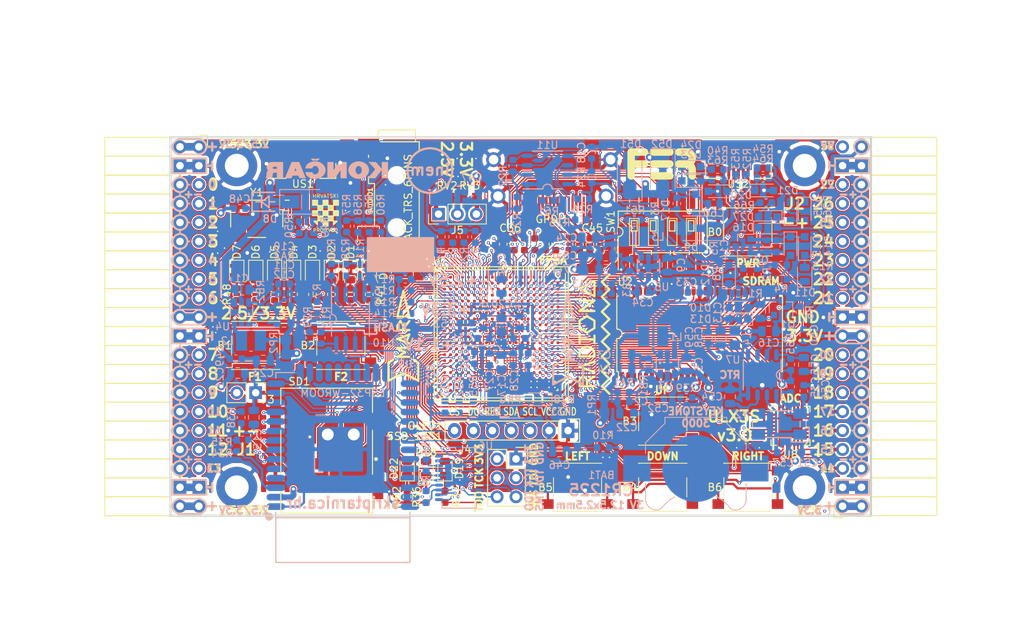
<source format=kicad_pcb>
(kicad_pcb (version 20171130) (host pcbnew 5.0.0+dfsg1-2)
  (layers (0 F.Cu signal) (1 In1.Cu signal) (2 In2.Cu signal) (31 B.Cu signal) (34 B.Paste user) (35 F.Paste user) (36 B.SilkS user) (37 F.SilkS user) (38 B.Mask user) (39 F.Mask user) (44 Edge.Cuts user))
  (net 0 "")
  (net 1 GND)
  (net 2 +5V)
  (net 3 /gpio/IN5V)
  (net 4 /gpio/OUT5V)
  (net 5 +3V3)
  (net 6 BTN_D)
  (net 7 BTN_F1)
  (net 8 BTN_F2)
  (net 9 BTN_L)
  (net 10 BTN_R)
  (net 11 BTN_U)
  (net 12 /power/FB1)
  (net 13 +2V5)
  (net 14 /power/PWREN)
  (net 15 /power/FB3)
  (net 16 /power/FB2)
  (net 17 /power/VBAT)
  (net 18 JTAG_TDI)
  (net 19 JTAG_TCK)
  (net 20 JTAG_TMS)
  (net 21 JTAG_TDO)
  (net 22 /power/WAKEUPn)
  (net 23 /power/WKUP)
  (net 24 /power/SHUT)
  (net 25 /power/WAKE)
  (net 26 /power/HOLD)
  (net 27 /power/WKn)
  (net 28 /power/OSCI_32k)
  (net 29 /power/OSCO_32k)
  (net 30 SHUTDOWN)
  (net 31 GPDI_SDA)
  (net 32 GPDI_SCL)
  (net 33 /gpdi/VREF2)
  (net 34 SD_CMD)
  (net 35 SD_CLK)
  (net 36 SD_D0)
  (net 37 SD_D1)
  (net 38 USB5V)
  (net 39 GPDI_CEC)
  (net 40 nRESET)
  (net 41 FTDI_nDTR)
  (net 42 SDRAM_CKE)
  (net 43 SDRAM_A7)
  (net 44 SDRAM_D15)
  (net 45 SDRAM_BA1)
  (net 46 SDRAM_D7)
  (net 47 SDRAM_A6)
  (net 48 SDRAM_CLK)
  (net 49 SDRAM_D13)
  (net 50 SDRAM_BA0)
  (net 51 SDRAM_D6)
  (net 52 SDRAM_A5)
  (net 53 SDRAM_D14)
  (net 54 SDRAM_A11)
  (net 55 SDRAM_D12)
  (net 56 SDRAM_D5)
  (net 57 SDRAM_A4)
  (net 58 SDRAM_A10)
  (net 59 SDRAM_D11)
  (net 60 SDRAM_A3)
  (net 61 SDRAM_D4)
  (net 62 SDRAM_D10)
  (net 63 SDRAM_D9)
  (net 64 SDRAM_A9)
  (net 65 SDRAM_D3)
  (net 66 SDRAM_D8)
  (net 67 SDRAM_A8)
  (net 68 SDRAM_A2)
  (net 69 SDRAM_A1)
  (net 70 SDRAM_A0)
  (net 71 SDRAM_D2)
  (net 72 SDRAM_D1)
  (net 73 SDRAM_D0)
  (net 74 SDRAM_DQM0)
  (net 75 SDRAM_nCS)
  (net 76 SDRAM_nRAS)
  (net 77 SDRAM_DQM1)
  (net 78 SDRAM_nCAS)
  (net 79 SDRAM_nWE)
  (net 80 /flash/FLASH_nWP)
  (net 81 /flash/FLASH_nHOLD)
  (net 82 /flash/FLASH_MOSI)
  (net 83 /flash/FLASH_MISO)
  (net 84 /flash/FLASH_SCK)
  (net 85 /flash/FLASH_nCS)
  (net 86 /flash/FPGA_PROGRAMN)
  (net 87 /flash/FPGA_DONE)
  (net 88 /flash/FPGA_INITN)
  (net 89 OLED_RES)
  (net 90 OLED_DC)
  (net 91 OLED_CS)
  (net 92 WIFI_EN)
  (net 93 FTDI_nRTS)
  (net 94 FTDI_TXD)
  (net 95 FTDI_RXD)
  (net 96 WIFI_RXD)
  (net 97 WIFI_GPIO0)
  (net 98 WIFI_TXD)
  (net 99 USB_FTDI_D+)
  (net 100 USB_FTDI_D-)
  (net 101 SD_D3)
  (net 102 AUDIO_L3)
  (net 103 AUDIO_L2)
  (net 104 AUDIO_L1)
  (net 105 AUDIO_L0)
  (net 106 AUDIO_R3)
  (net 107 AUDIO_R2)
  (net 108 AUDIO_R1)
  (net 109 AUDIO_R0)
  (net 110 OLED_CLK)
  (net 111 OLED_MOSI)
  (net 112 LED0)
  (net 113 LED1)
  (net 114 LED2)
  (net 115 LED3)
  (net 116 LED4)
  (net 117 LED5)
  (net 118 LED6)
  (net 119 LED7)
  (net 120 BTN_PWRn)
  (net 121 FTDI_nTXLED)
  (net 122 FTDI_nSLEEP)
  (net 123 /blinkey/LED_PWREN)
  (net 124 /blinkey/LED_TXLED)
  (net 125 /sdcard/SD3V3)
  (net 126 SD_D2)
  (net 127 CLK_25MHz)
  (net 128 /blinkey/BTNPUL)
  (net 129 /blinkey/BTNPUR)
  (net 130 USB_FPGA_D+)
  (net 131 /power/FTDI_nSUSPEND)
  (net 132 /blinkey/ALED0)
  (net 133 /blinkey/ALED1)
  (net 134 /blinkey/ALED2)
  (net 135 /blinkey/ALED3)
  (net 136 /blinkey/ALED4)
  (net 137 /blinkey/ALED5)
  (net 138 /blinkey/ALED6)
  (net 139 /blinkey/ALED7)
  (net 140 /usb/FTD-)
  (net 141 /usb/FTD+)
  (net 142 ADC_MISO)
  (net 143 ADC_MOSI)
  (net 144 ADC_CSn)
  (net 145 ADC_SCLK)
  (net 146 SW3)
  (net 147 SW2)
  (net 148 SW1)
  (net 149 USB_FPGA_D-)
  (net 150 /usb/FPD+)
  (net 151 /usb/FPD-)
  (net 152 WIFI_GPIO16)
  (net 153 /usb/ANT_433MHz)
  (net 154 PROG_DONE)
  (net 155 /power/P3V3)
  (net 156 /power/P2V5)
  (net 157 /power/L1)
  (net 158 /power/L3)
  (net 159 /power/L2)
  (net 160 FTDI_TXDEN)
  (net 161 SDRAM_A12)
  (net 162 /analog/AUDIO_V)
  (net 163 AUDIO_V3)
  (net 164 AUDIO_V2)
  (net 165 AUDIO_V1)
  (net 166 AUDIO_V0)
  (net 167 /blinkey/LED_WIFI)
  (net 168 /power/P1V1)
  (net 169 +1V1)
  (net 170 SW4)
  (net 171 /blinkey/SWPU)
  (net 172 /wifi/WIFIEN)
  (net 173 FT2V5)
  (net 174 GN0)
  (net 175 GP0)
  (net 176 GN1)
  (net 177 GP1)
  (net 178 GN2)
  (net 179 GP2)
  (net 180 GN3)
  (net 181 GP3)
  (net 182 GN4)
  (net 183 GP4)
  (net 184 GN5)
  (net 185 GP5)
  (net 186 GN6)
  (net 187 GP6)
  (net 188 GN14)
  (net 189 GP14)
  (net 190 GN15)
  (net 191 GP15)
  (net 192 GN16)
  (net 193 GP16)
  (net 194 GN17)
  (net 195 GP17)
  (net 196 GN18)
  (net 197 GP18)
  (net 198 GN19)
  (net 199 GP19)
  (net 200 GN20)
  (net 201 GP20)
  (net 202 GN21)
  (net 203 GP21)
  (net 204 GN22)
  (net 205 GP22)
  (net 206 GN23)
  (net 207 GP23)
  (net 208 GN24)
  (net 209 GP24)
  (net 210 GN25)
  (net 211 GP25)
  (net 212 GN26)
  (net 213 GP26)
  (net 214 GN27)
  (net 215 GP27)
  (net 216 GN7)
  (net 217 GP7)
  (net 218 GN8)
  (net 219 GP8)
  (net 220 GN9)
  (net 221 GP9)
  (net 222 GN10)
  (net 223 GP10)
  (net 224 GN11)
  (net 225 GP11)
  (net 226 GN12)
  (net 227 GP12)
  (net 228 GN13)
  (net 229 GP13)
  (net 230 WIFI_GPIO5)
  (net 231 WIFI_GPIO17)
  (net 232 USB_FPGA_PULL_D+)
  (net 233 USB_FPGA_PULL_D-)
  (net 234 "Net-(D23-Pad2)")
  (net 235 "Net-(D24-Pad1)")
  (net 236 "Net-(D25-Pad2)")
  (net 237 "Net-(D26-Pad1)")
  (net 238 /gpdi/GPDI_ETH+)
  (net 239 FPDI_ETH+)
  (net 240 /gpdi/GPDI_ETH-)
  (net 241 FPDI_ETH-)
  (net 242 /gpdi/GPDI_D2-)
  (net 243 FPDI_D2-)
  (net 244 /gpdi/GPDI_D1-)
  (net 245 FPDI_D1-)
  (net 246 /gpdi/GPDI_D0-)
  (net 247 FPDI_D0-)
  (net 248 /gpdi/GPDI_CLK-)
  (net 249 FPDI_CLK-)
  (net 250 /gpdi/GPDI_D2+)
  (net 251 FPDI_D2+)
  (net 252 /gpdi/GPDI_D1+)
  (net 253 FPDI_D1+)
  (net 254 /gpdi/GPDI_D0+)
  (net 255 FPDI_D0+)
  (net 256 /gpdi/GPDI_CLK+)
  (net 257 FPDI_CLK+)
  (net 258 FPDI_SDA)
  (net 259 FPDI_SCL)
  (net 260 /gpdi/FPDI_CEC)
  (net 261 2V5_3V3)
  (net 262 /usb/US2VBUS)
  (net 263 /power/SHD)
  (net 264 /power/RTCVDD)
  (net 265 "Net-(D27-Pad2)")
  (net 266 US2_ID)
  (net 267 /analog/AUDIO_L)
  (net 268 /analog/AUDIO_R)
  (net 269 /analog/ADC3V3)
  (net 270 PWRBTn)
  (net 271 USER_PROGRAMN)
  (module TSOP54:TSOP54 (layer F.Cu) (at 165.093 87.8 90)
    (fp_text reference U2 (at 6.98 -9.993 180) (layer F.SilkS))
    (fp_text value MT48LC16M16A2TG hide)
    (pad 28 smd oval (at 5.73 10.4 90) (size 1.2 0.56) (layers F.Cu F.Paste F.Mask) (net 1 GND))
    (pad 1 smd rect (at -5.73 -10.4 90) (size 1.2 0.56) (layers F.Cu F.Paste F.Mask) (net 5 +3V3))
    (pad 2 smd oval (at -5.73 -9.6 90) (size 1.2 0.56) (layers F.Cu F.Paste F.Mask) (net 73 SDRAM_D0))
    (pad 3 smd oval (at -5.73 -8.8 90) (size 1.2 0.56) (layers F.Cu F.Paste F.Mask) (net 5 +3V3))
    (pad 4 smd oval (at -5.73 -8 90) (size 1.2 0.56) (layers F.Cu F.Paste F.Mask) (net 72 SDRAM_D1))
    (pad 5 smd oval (at -5.73 -7.2 90) (size 1.2 0.56) (layers F.Cu F.Paste F.Mask) (net 71 SDRAM_D2))
    (pad 6 smd oval (at -5.73 -6.4 90) (size 1.2 0.56) (layers F.Cu F.Paste F.Mask) (net 1 GND))
    (pad 7 smd oval (at -5.73 -5.6 90) (size 1.2 0.56) (layers F.Cu F.Paste F.Mask) (net 65 SDRAM_D3))
    (pad 8 smd oval (at -5.73 -4.8 90) (size 1.2 0.56) (layers F.Cu F.Paste F.Mask) (net 61 SDRAM_D4))
    (pad 9 smd oval (at -5.73 -4 90) (size 1.2 0.56) (layers F.Cu F.Paste F.Mask) (net 5 +3V3))
    (pad 10 smd oval (at -5.73 -3.2 90) (size 1.2 0.56) (layers F.Cu F.Paste F.Mask) (net 56 SDRAM_D5))
    (pad 11 smd oval (at -5.73 -2.4 90) (size 1.2 0.56) (layers F.Cu F.Paste F.Mask) (net 51 SDRAM_D6))
    (pad 12 smd oval (at -5.73 -1.6 90) (size 1.2 0.56) (layers F.Cu F.Paste F.Mask) (net 1 GND))
    (pad 13 smd oval (at -5.73 -0.8 90) (size 1.2 0.56) (layers F.Cu F.Paste F.Mask) (net 46 SDRAM_D7))
    (pad 14 smd oval (at -5.73 0 90) (size 1.2 0.56) (layers F.Cu F.Paste F.Mask) (net 5 +3V3))
    (pad 15 smd oval (at -5.73 0.8 90) (size 1.2 0.56) (layers F.Cu F.Paste F.Mask) (net 74 SDRAM_DQM0))
    (pad 16 smd oval (at -5.73 1.6 90) (size 1.2 0.56) (layers F.Cu F.Paste F.Mask) (net 79 SDRAM_nWE))
    (pad 17 smd oval (at -5.73 2.4 90) (size 1.2 0.56) (layers F.Cu F.Paste F.Mask) (net 78 SDRAM_nCAS))
    (pad 18 smd oval (at -5.73 3.2 90) (size 1.2 0.56) (layers F.Cu F.Paste F.Mask) (net 76 SDRAM_nRAS))
    (pad 19 smd oval (at -5.73 4 90) (size 1.2 0.56) (layers F.Cu F.Paste F.Mask) (net 75 SDRAM_nCS))
    (pad 20 smd oval (at -5.73 4.8 90) (size 1.2 0.56) (layers F.Cu F.Paste F.Mask) (net 50 SDRAM_BA0))
    (pad 21 smd oval (at -5.73 5.6 90) (size 1.2 0.56) (layers F.Cu F.Paste F.Mask) (net 45 SDRAM_BA1))
    (pad 22 smd oval (at -5.73 6.4 90) (size 1.2 0.56) (layers F.Cu F.Paste F.Mask) (net 58 SDRAM_A10))
    (pad 23 smd oval (at -5.73 7.2 90) (size 1.2 0.56) (layers F.Cu F.Paste F.Mask) (net 70 SDRAM_A0))
    (pad 24 smd oval (at -5.73 8 90) (size 1.2 0.56) (layers F.Cu F.Paste F.Mask) (net 69 SDRAM_A1))
    (pad 25 smd oval (at -5.73 8.8 90) (size 1.2 0.56) (layers F.Cu F.Paste F.Mask) (net 68 SDRAM_A2))
    (pad 26 smd oval (at -5.73 9.6 90) (size 1.2 0.56) (layers F.Cu F.Paste F.Mask) (net 60 SDRAM_A3))
    (pad 27 smd oval (at -5.73 10.4 90) (size 1.2 0.56) (layers F.Cu F.Paste F.Mask) (net 5 +3V3))
    (pad 29 smd oval (at 5.73 9.6 90) (size 1.2 0.56) (layers F.Cu F.Paste F.Mask) (net 57 SDRAM_A4))
    (pad 30 smd oval (at 5.73 8.8 90) (size 1.2 0.56) (layers F.Cu F.Paste F.Mask) (net 52 SDRAM_A5))
    (pad 31 smd oval (at 5.73 8 90) (size 1.2 0.56) (layers F.Cu F.Paste F.Mask) (net 47 SDRAM_A6))
    (pad 32 smd oval (at 5.73 7.2 90) (size 1.2 0.56) (layers F.Cu F.Paste F.Mask) (net 43 SDRAM_A7))
    (pad 33 smd oval (at 5.73 6.4 90) (size 1.2 0.56) (layers F.Cu F.Paste F.Mask) (net 67 SDRAM_A8))
    (pad 34 smd oval (at 5.73 5.6 90) (size 1.2 0.56) (layers F.Cu F.Paste F.Mask) (net 64 SDRAM_A9))
    (pad 35 smd oval (at 5.73 4.8 90) (size 1.2 0.56) (layers F.Cu F.Paste F.Mask) (net 54 SDRAM_A11))
    (pad 36 smd oval (at 5.73 4 90) (size 1.2 0.56) (layers F.Cu F.Paste F.Mask) (net 161 SDRAM_A12))
    (pad 37 smd oval (at 5.73 3.2 90) (size 1.2 0.56) (layers F.Cu F.Paste F.Mask) (net 42 SDRAM_CKE))
    (pad 38 smd oval (at 5.73 2.4 90) (size 1.2 0.56) (layers F.Cu F.Paste F.Mask) (net 48 SDRAM_CLK))
    (pad 39 smd oval (at 5.73 1.6 90) (size 1.2 0.56) (layers F.Cu F.Paste F.Mask) (net 77 SDRAM_DQM1))
    (pad 40 smd oval (at 5.73 0.8 90) (size 1.2 0.56) (layers F.Cu F.Paste F.Mask))
    (pad 41 smd oval (at 5.73 0 90) (size 1.2 0.56) (layers F.Cu F.Paste F.Mask) (net 1 GND))
    (pad 42 smd oval (at 5.73 -0.8 90) (size 1.2 0.56) (layers F.Cu F.Paste F.Mask) (net 66 SDRAM_D8))
    (pad 43 smd oval (at 5.73 -1.6 90) (size 1.2 0.56) (layers F.Cu F.Paste F.Mask) (net 5 +3V3))
    (pad 44 smd oval (at 5.73 -2.4 90) (size 1.2 0.56) (layers F.Cu F.Paste F.Mask) (net 63 SDRAM_D9))
    (pad 45 smd oval (at 5.73 -3.2 90) (size 1.2 0.56) (layers F.Cu F.Paste F.Mask) (net 62 SDRAM_D10))
    (pad 46 smd oval (at 5.73 -4 90) (size 1.2 0.56) (layers F.Cu F.Paste F.Mask) (net 1 GND))
    (pad 47 smd oval (at 5.73 -4.8 90) (size 1.2 0.56) (layers F.Cu F.Paste F.Mask) (net 59 SDRAM_D11))
    (pad 48 smd oval (at 5.73 -5.6 90) (size 1.2 0.56) (layers F.Cu F.Paste F.Mask) (net 55 SDRAM_D12))
    (pad 49 smd oval (at 5.73 -6.4 90) (size 1.2 0.56) (layers F.Cu F.Paste F.Mask) (net 5 +3V3))
    (pad 50 smd oval (at 5.73 -7.2 90) (size 1.2 0.56) (layers F.Cu F.Paste F.Mask) (net 49 SDRAM_D13))
    (pad 51 smd oval (at 5.73 -8 90) (size 1.2 0.56) (layers F.Cu F.Paste F.Mask) (net 53 SDRAM_D14))
    (pad 52 smd oval (at 5.73 -8.8 90) (size 1.2 0.56) (layers F.Cu F.Paste F.Mask) (net 1 GND))
    (pad 53 smd oval (at 5.73 -9.6 90) (size 1.2 0.56) (layers F.Cu F.Paste F.Mask) (net 44 SDRAM_D15))
    (pad 54 smd oval (at 5.73 -10.4 90) (size 1.2 0.56) (layers F.Cu F.Paste F.Mask) (net 1 GND))
  )
  (module jumper:R_0805_2012Metric_Pad1.29x1.40mm_HandSolder_Jumper_NC (layer B.Cu) (at 109.609 89.632 270)
    (fp_text reference RP2 (at -0.635 1.651 270) (layer B.SilkS) (effects (justify mirror)))
    (fp_text value 0 hide)
    (fp_line (start -1 0) (end 1 0) (layer B.Cu) (width 1))
    (pad 2 smd roundrect (at 0.9675 0 270) (size 1.295 1.4) (layers B.Cu B.Mask) (net 13 +2V5))
    (pad 1 smd roundrect (at -0.9675 0 270) (size 1.295 1.4) (layers B.Cu B.Mask) (net 156 /power/P2V5))
  )
  (module jumper:R_0805_2012Metric_Pad1.29x1.40mm_HandSolder_Jumper_NC (layer B.Cu) (at 149.472 78.311 270)
    (fp_text reference RP3 (at 0 3.414 270) (layer B.SilkS) (effects (justify mirror)))
    (fp_text value 0 hide)
    (fp_line (start -1 0) (end 1 0) (layer B.Cu) (width 1))
    (pad 2 smd roundrect (at 0.9675 0 270) (size 1.295 1.4) (layers B.Cu B.Mask) (net 5 +3V3))
    (pad 1 smd roundrect (at -0.9675 0 270) (size 1.295 1.4) (layers B.Cu B.Mask) (net 155 /power/P3V3))
  )
  (module jumper:R_0805_2012Metric_Pad1.29x1.40mm_HandSolder_Jumper_NC (layer B.Cu) (at 152.281 97.361 270)
    (fp_text reference RP1 (at 0 1.65 270) (layer B.SilkS) (effects (justify mirror)))
    (fp_text value 0 hide)
    (fp_line (start -1 0) (end 1 0) (layer B.Cu) (width 1))
    (pad 2 smd roundrect (at 0.9675 0 270) (size 1.295 1.4) (layers B.Cu B.Mask) (net 169 +1V1))
    (pad 1 smd roundrect (at -0.9675 0 270) (size 1.295 1.4) (layers B.Cu B.Mask) (net 168 /power/P1V1))
  )
  (module jumper:D_SMA_Jumper_NC (layer B.Cu) (at 160.155 66.391 270)
    (fp_text reference D52 (at -4.064 0.127) (layer B.SilkS) (effects (justify mirror)))
    (fp_text value 0 hide)
    (fp_line (start -2 0) (end 2 0) (layer B.Cu) (width 1))
    (pad 2 smd roundrect (at 2 0 270) (size 2.5 1.8) (layers B.Cu B.Mask) (net 2 +5V))
    (pad 1 smd roundrect (at -2 0 270) (size 2.5 1.8) (layers B.Cu B.Mask) (net 4 /gpio/OUT5V))
  )
  (module jumper:D_SMA_Jumper_NC (layer B.Cu) (at 155.71 66.518 90)
    (fp_text reference D51 (at 4.191 0.127 180) (layer B.SilkS) (effects (justify mirror)))
    (fp_text value 0 hide)
    (fp_line (start -2 0) (end 2 0) (layer B.Cu) (width 1))
    (pad 2 smd roundrect (at 2 0 90) (size 2.5 1.8) (layers B.Cu B.Mask) (net 3 /gpio/IN5V))
    (pad 1 smd roundrect (at -2 0 90) (size 2.5 1.8) (layers B.Cu B.Mask) (net 2 +5V))
  )
  (module jumper:D_SMA_Jumper_NC (layer B.Cu) (at 164.854 73.63 180)
    (fp_text reference D9 (at 0.889 -2.54 180) (layer B.SilkS) (effects (justify mirror)))
    (fp_text value 0 hide)
    (fp_line (start -2 0) (end 2 0) (layer B.Cu) (width 1))
    (pad 2 smd roundrect (at 2 0 180) (size 2.5 1.8) (layers B.Cu B.Mask) (net 2 +5V))
    (pad 1 smd roundrect (at -2 0 180) (size 2.5 1.8) (layers B.Cu B.Mask) (net 262 /usb/US2VBUS))
  )
  (module lfe5bg381:BGA-381_pitch0.8mm_dia0.4mm (layer F.Cu) (at 138.48 87.8)
    (fp_text reference U1 (at -8.2 -9.8) (layer F.SilkS))
    (fp_text value LFE5U-85F-6BG381C hide)
    (pad Y19 smd circle (at 6.8 7.6) (size 0.4 0.4) (layers F.Cu F.Paste F.Mask) (net 1 GND))
    (pad Y17 smd circle (at 5.2 7.6) (size 0.4 0.4) (layers F.Cu F.Paste F.Mask) (net 1 GND))
    (pad Y16 smd circle (at 4.4 7.6) (size 0.4 0.4) (layers F.Cu F.Paste F.Mask) (net 1 GND))
    (pad Y15 smd circle (at 3.6 7.6) (size 0.4 0.4) (layers F.Cu F.Paste F.Mask) (net 1 GND))
    (pad Y14 smd circle (at 2.8 7.6) (size 0.4 0.4) (layers F.Cu F.Paste F.Mask) (net 1 GND))
    (pad Y12 smd circle (at 1.2 7.6) (size 0.4 0.4) (layers F.Cu F.Paste F.Mask) (net 1 GND))
    (pad Y11 smd circle (at 0.4 7.6) (size 0.4 0.4) (layers F.Cu F.Paste F.Mask) (net 1 GND))
    (pad Y8 smd circle (at -2 7.6) (size 0.4 0.4) (layers F.Cu F.Paste F.Mask) (net 1 GND))
    (pad Y7 smd circle (at -2.8 7.6) (size 0.4 0.4) (layers F.Cu F.Paste F.Mask) (net 1 GND))
    (pad Y6 smd circle (at -3.6 7.6) (size 0.4 0.4) (layers F.Cu F.Paste F.Mask) (net 1 GND))
    (pad Y5 smd circle (at -4.4 7.6) (size 0.4 0.4) (layers F.Cu F.Paste F.Mask) (net 1 GND))
    (pad Y3 smd circle (at -6 7.6) (size 0.4 0.4) (layers F.Cu F.Paste F.Mask) (net 87 /flash/FPGA_DONE))
    (pad Y2 smd circle (at -6.8 7.6) (size 0.4 0.4) (layers F.Cu F.Paste F.Mask) (net 80 /flash/FLASH_nWP))
    (pad W20 smd circle (at 7.6 6.8) (size 0.4 0.4) (layers F.Cu F.Paste F.Mask) (net 1 GND))
    (pad W19 smd circle (at 6.8 6.8) (size 0.4 0.4) (layers F.Cu F.Paste F.Mask) (net 1 GND))
    (pad W18 smd circle (at 6 6.8) (size 0.4 0.4) (layers F.Cu F.Paste F.Mask))
    (pad W17 smd circle (at 5.2 6.8) (size 0.4 0.4) (layers F.Cu F.Paste F.Mask))
    (pad W16 smd circle (at 4.4 6.8) (size 0.4 0.4) (layers F.Cu F.Paste F.Mask) (net 1 GND))
    (pad W15 smd circle (at 3.6 6.8) (size 0.4 0.4) (layers F.Cu F.Paste F.Mask) (net 1 GND))
    (pad W14 smd circle (at 2.8 6.8) (size 0.4 0.4) (layers F.Cu F.Paste F.Mask))
    (pad W13 smd circle (at 2 6.8) (size 0.4 0.4) (layers F.Cu F.Paste F.Mask))
    (pad W12 smd circle (at 1.2 6.8) (size 0.4 0.4) (layers F.Cu F.Paste F.Mask) (net 1 GND))
    (pad W11 smd circle (at 0.4 6.8) (size 0.4 0.4) (layers F.Cu F.Paste F.Mask))
    (pad W10 smd circle (at -0.4 6.8) (size 0.4 0.4) (layers F.Cu F.Paste F.Mask))
    (pad W9 smd circle (at -1.2 6.8) (size 0.4 0.4) (layers F.Cu F.Paste F.Mask))
    (pad W8 smd circle (at -2 6.8) (size 0.4 0.4) (layers F.Cu F.Paste F.Mask))
    (pad W7 smd circle (at -2.8 6.8) (size 0.4 0.4) (layers F.Cu F.Paste F.Mask) (net 1 GND))
    (pad W6 smd circle (at -3.6 6.8) (size 0.4 0.4) (layers F.Cu F.Paste F.Mask) (net 1 GND))
    (pad W5 smd circle (at -4.4 6.8) (size 0.4 0.4) (layers F.Cu F.Paste F.Mask))
    (pad W4 smd circle (at -5.2 6.8) (size 0.4 0.4) (layers F.Cu F.Paste F.Mask))
    (pad W3 smd circle (at -6 6.8) (size 0.4 0.4) (layers F.Cu F.Paste F.Mask) (net 86 /flash/FPGA_PROGRAMN))
    (pad W2 smd circle (at -6.8 6.8) (size 0.4 0.4) (layers F.Cu F.Paste F.Mask) (net 82 /flash/FLASH_MOSI))
    (pad W1 smd circle (at -7.6 6.8) (size 0.4 0.4) (layers F.Cu F.Paste F.Mask) (net 81 /flash/FLASH_nHOLD))
    (pad V20 smd circle (at 7.6 6) (size 0.4 0.4) (layers F.Cu F.Paste F.Mask) (net 1 GND))
    (pad V19 smd circle (at 6.8 6) (size 0.4 0.4) (layers F.Cu F.Paste F.Mask) (net 1 GND))
    (pad V18 smd circle (at 6 6) (size 0.4 0.4) (layers F.Cu F.Paste F.Mask) (net 1 GND))
    (pad V17 smd circle (at 5.2 6) (size 0.4 0.4) (layers F.Cu F.Paste F.Mask) (net 1 GND))
    (pad V16 smd circle (at 4.4 6) (size 0.4 0.4) (layers F.Cu F.Paste F.Mask) (net 1 GND))
    (pad V15 smd circle (at 3.6 6) (size 0.4 0.4) (layers F.Cu F.Paste F.Mask) (net 1 GND))
    (pad V14 smd circle (at 2.8 6) (size 0.4 0.4) (layers F.Cu F.Paste F.Mask) (net 1 GND))
    (pad V13 smd circle (at 2 6) (size 0.4 0.4) (layers F.Cu F.Paste F.Mask) (net 1 GND))
    (pad V12 smd circle (at 1.2 6) (size 0.4 0.4) (layers F.Cu F.Paste F.Mask) (net 1 GND))
    (pad V11 smd circle (at 0.4 6) (size 0.4 0.4) (layers F.Cu F.Paste F.Mask) (net 1 GND))
    (pad V10 smd circle (at -0.4 6) (size 0.4 0.4) (layers F.Cu F.Paste F.Mask) (net 1 GND))
    (pad V9 smd circle (at -1.2 6) (size 0.4 0.4) (layers F.Cu F.Paste F.Mask) (net 1 GND))
    (pad V8 smd circle (at -2 6) (size 0.4 0.4) (layers F.Cu F.Paste F.Mask) (net 1 GND))
    (pad V7 smd circle (at -2.8 6) (size 0.4 0.4) (layers F.Cu F.Paste F.Mask) (net 1 GND))
    (pad V6 smd circle (at -3.6 6) (size 0.4 0.4) (layers F.Cu F.Paste F.Mask) (net 1 GND))
    (pad V5 smd circle (at -4.4 6) (size 0.4 0.4) (layers F.Cu F.Paste F.Mask) (net 1 GND))
    (pad V4 smd circle (at -5.2 6) (size 0.4 0.4) (layers F.Cu F.Paste F.Mask) (net 21 JTAG_TDO))
    (pad V3 smd circle (at -6 6) (size 0.4 0.4) (layers F.Cu F.Paste F.Mask) (net 88 /flash/FPGA_INITN))
    (pad V2 smd circle (at -6.8 6) (size 0.4 0.4) (layers F.Cu F.Paste F.Mask) (net 83 /flash/FLASH_MISO))
    (pad V1 smd circle (at -7.6 6) (size 0.4 0.4) (layers F.Cu F.Paste F.Mask) (net 6 BTN_D))
    (pad U20 smd circle (at 7.6 5.2) (size 0.4 0.4) (layers F.Cu F.Paste F.Mask) (net 46 SDRAM_D7))
    (pad U19 smd circle (at 6.8 5.2) (size 0.4 0.4) (layers F.Cu F.Paste F.Mask) (net 74 SDRAM_DQM0))
    (pad U18 smd circle (at 6 5.2) (size 0.4 0.4) (layers F.Cu F.Paste F.Mask) (net 189 GP14))
    (pad U17 smd circle (at 5.2 5.2) (size 0.4 0.4) (layers F.Cu F.Paste F.Mask) (net 188 GN14))
    (pad U16 smd circle (at 4.4 5.2) (size 0.4 0.4) (layers F.Cu F.Paste F.Mask) (net 142 ADC_MISO))
    (pad U15 smd circle (at 3.6 5.2) (size 0.4 0.4) (layers F.Cu F.Paste F.Mask) (net 1 GND))
    (pad U14 smd circle (at 2.8 5.2) (size 0.4 0.4) (layers F.Cu F.Paste F.Mask) (net 1 GND))
    (pad U13 smd circle (at 2 5.2) (size 0.4 0.4) (layers F.Cu F.Paste F.Mask) (net 1 GND))
    (pad U12 smd circle (at 1.2 5.2) (size 0.4 0.4) (layers F.Cu F.Paste F.Mask) (net 1 GND))
    (pad U11 smd circle (at 0.4 5.2) (size 0.4 0.4) (layers F.Cu F.Paste F.Mask) (net 1 GND))
    (pad U10 smd circle (at -0.4 5.2) (size 0.4 0.4) (layers F.Cu F.Paste F.Mask) (net 1 GND))
    (pad U9 smd circle (at -1.2 5.2) (size 0.4 0.4) (layers F.Cu F.Paste F.Mask) (net 1 GND))
    (pad U8 smd circle (at -2 5.2) (size 0.4 0.4) (layers F.Cu F.Paste F.Mask) (net 1 GND))
    (pad U7 smd circle (at -2.8 5.2) (size 0.4 0.4) (layers F.Cu F.Paste F.Mask) (net 1 GND))
    (pad U6 smd circle (at -3.6 5.2) (size 0.4 0.4) (layers F.Cu F.Paste F.Mask) (net 1 GND))
    (pad U5 smd circle (at -4.4 5.2) (size 0.4 0.4) (layers F.Cu F.Paste F.Mask) (net 20 JTAG_TMS))
    (pad U4 smd circle (at -5.2 5.2) (size 0.4 0.4) (layers F.Cu F.Paste F.Mask) (net 1 GND))
    (pad U3 smd circle (at -6 5.2) (size 0.4 0.4) (layers F.Cu F.Paste F.Mask) (net 84 /flash/FLASH_SCK))
    (pad U2 smd circle (at -6.8 5.2) (size 0.4 0.4) (layers F.Cu F.Paste F.Mask) (net 5 +3V3))
    (pad U1 smd circle (at -7.6 5.2) (size 0.4 0.4) (layers F.Cu F.Paste F.Mask) (net 9 BTN_L))
    (pad T20 smd circle (at 7.6 4.4) (size 0.4 0.4) (layers F.Cu F.Paste F.Mask) (net 79 SDRAM_nWE))
    (pad T19 smd circle (at 6.8 4.4) (size 0.4 0.4) (layers F.Cu F.Paste F.Mask) (net 78 SDRAM_nCAS))
    (pad T18 smd circle (at 6 4.4) (size 0.4 0.4) (layers F.Cu F.Paste F.Mask) (net 56 SDRAM_D5))
    (pad T17 smd circle (at 5.2 4.4) (size 0.4 0.4) (layers F.Cu F.Paste F.Mask) (net 51 SDRAM_D6))
    (pad T16 smd circle (at 4.4 4.4) (size 0.4 0.4) (layers F.Cu F.Paste F.Mask))
    (pad T15 smd circle (at 3.6 4.4) (size 0.4 0.4) (layers F.Cu F.Paste F.Mask) (net 1 GND))
    (pad T14 smd circle (at 2.8 4.4) (size 0.4 0.4) (layers F.Cu F.Paste F.Mask) (net 1 GND))
    (pad T13 smd circle (at 2 4.4) (size 0.4 0.4) (layers F.Cu F.Paste F.Mask) (net 1 GND))
    (pad T12 smd circle (at 1.2 4.4) (size 0.4 0.4) (layers F.Cu F.Paste F.Mask) (net 1 GND))
    (pad T11 smd circle (at 0.4 4.4) (size 0.4 0.4) (layers F.Cu F.Paste F.Mask) (net 1 GND))
    (pad T10 smd circle (at -0.4 4.4) (size 0.4 0.4) (layers F.Cu F.Paste F.Mask) (net 1 GND))
    (pad T9 smd circle (at -1.2 4.4) (size 0.4 0.4) (layers F.Cu F.Paste F.Mask) (net 1 GND))
    (pad T8 smd circle (at -2 4.4) (size 0.4 0.4) (layers F.Cu F.Paste F.Mask) (net 1 GND))
    (pad T7 smd circle (at -2.8 4.4) (size 0.4 0.4) (layers F.Cu F.Paste F.Mask) (net 1 GND))
    (pad T6 smd circle (at -3.6 4.4) (size 0.4 0.4) (layers F.Cu F.Paste F.Mask) (net 1 GND))
    (pad T5 smd circle (at -4.4 4.4) (size 0.4 0.4) (layers F.Cu F.Paste F.Mask) (net 19 JTAG_TCK))
    (pad T4 smd circle (at -5.2 4.4) (size 0.4 0.4) (layers F.Cu F.Paste F.Mask) (net 5 +3V3))
    (pad T3 smd circle (at -6 4.4) (size 0.4 0.4) (layers F.Cu F.Paste F.Mask) (net 5 +3V3))
    (pad T2 smd circle (at -6.8 4.4) (size 0.4 0.4) (layers F.Cu F.Paste F.Mask) (net 5 +3V3))
    (pad T1 smd circle (at -7.6 4.4) (size 0.4 0.4) (layers F.Cu F.Paste F.Mask) (net 8 BTN_F2))
    (pad R20 smd circle (at 7.6 3.6) (size 0.4 0.4) (layers F.Cu F.Paste F.Mask) (net 76 SDRAM_nRAS))
    (pad R19 smd circle (at 6.8 3.6) (size 0.4 0.4) (layers F.Cu F.Paste F.Mask) (net 1 GND))
    (pad R18 smd circle (at 6 3.6) (size 0.4 0.4) (layers F.Cu F.Paste F.Mask) (net 11 BTN_U))
    (pad R17 smd circle (at 5.2 3.6) (size 0.4 0.4) (layers F.Cu F.Paste F.Mask) (net 144 ADC_CSn))
    (pad R16 smd circle (at 4.4 3.6) (size 0.4 0.4) (layers F.Cu F.Paste F.Mask) (net 143 ADC_MOSI))
    (pad R5 smd circle (at -4.4 3.6) (size 0.4 0.4) (layers F.Cu F.Paste F.Mask) (net 18 JTAG_TDI))
    (pad R4 smd circle (at -5.2 3.6) (size 0.4 0.4) (layers F.Cu F.Paste F.Mask) (net 1 GND))
    (pad R3 smd circle (at -6 3.6) (size 0.4 0.4) (layers F.Cu F.Paste F.Mask))
    (pad R2 smd circle (at -6.8 3.6) (size 0.4 0.4) (layers F.Cu F.Paste F.Mask) (net 85 /flash/FLASH_nCS))
    (pad R1 smd circle (at -7.6 3.6) (size 0.4 0.4) (layers F.Cu F.Paste F.Mask) (net 7 BTN_F1))
    (pad P20 smd circle (at 7.6 2.8) (size 0.4 0.4) (layers F.Cu F.Paste F.Mask) (net 75 SDRAM_nCS))
    (pad P19 smd circle (at 6.8 2.8) (size 0.4 0.4) (layers F.Cu F.Paste F.Mask) (net 50 SDRAM_BA0))
    (pad P18 smd circle (at 6 2.8) (size 0.4 0.4) (layers F.Cu F.Paste F.Mask) (net 61 SDRAM_D4))
    (pad P17 smd circle (at 5.2 2.8) (size 0.4 0.4) (layers F.Cu F.Paste F.Mask) (net 145 ADC_SCLK))
    (pad P16 smd circle (at 4.4 2.8) (size 0.4 0.4) (layers F.Cu F.Paste F.Mask) (net 190 GN15))
    (pad P15 smd circle (at 3.6 2.8) (size 0.4 0.4) (layers F.Cu F.Paste F.Mask) (net 13 +2V5))
    (pad P14 smd circle (at 2.8 2.8) (size 0.4 0.4) (layers F.Cu F.Paste F.Mask) (net 1 GND))
    (pad P13 smd circle (at 2 2.8) (size 0.4 0.4) (layers F.Cu F.Paste F.Mask) (net 1 GND))
    (pad P12 smd circle (at 1.2 2.8) (size 0.4 0.4) (layers F.Cu F.Paste F.Mask) (net 1 GND))
    (pad P11 smd circle (at 0.4 2.8) (size 0.4 0.4) (layers F.Cu F.Paste F.Mask) (net 1 GND))
    (pad P10 smd circle (at -0.4 2.8) (size 0.4 0.4) (layers F.Cu F.Paste F.Mask) (net 5 +3V3))
    (pad P9 smd circle (at -1.2 2.8) (size 0.4 0.4) (layers F.Cu F.Paste F.Mask) (net 5 +3V3))
    (pad P8 smd circle (at -2 2.8) (size 0.4 0.4) (layers F.Cu F.Paste F.Mask) (net 1 GND))
    (pad P7 smd circle (at -2.8 2.8) (size 0.4 0.4) (layers F.Cu F.Paste F.Mask) (net 1 GND))
    (pad P6 smd circle (at -3.6 2.8) (size 0.4 0.4) (layers F.Cu F.Paste F.Mask) (net 13 +2V5))
    (pad P5 smd circle (at -4.4 2.8) (size 0.4 0.4) (layers F.Cu F.Paste F.Mask))
    (pad P4 smd circle (at -5.2 2.8) (size 0.4 0.4) (layers F.Cu F.Paste F.Mask) (net 110 OLED_CLK))
    (pad P3 smd circle (at -6 2.8) (size 0.4 0.4) (layers F.Cu F.Paste F.Mask) (net 111 OLED_MOSI))
    (pad P2 smd circle (at -6.8 2.8) (size 0.4 0.4) (layers F.Cu F.Paste F.Mask) (net 89 OLED_RES))
    (pad P1 smd circle (at -7.6 2.8) (size 0.4 0.4) (layers F.Cu F.Paste F.Mask) (net 90 OLED_DC))
    (pad N20 smd circle (at 7.6 2) (size 0.4 0.4) (layers F.Cu F.Paste F.Mask) (net 45 SDRAM_BA1))
    (pad N19 smd circle (at 6.8 2) (size 0.4 0.4) (layers F.Cu F.Paste F.Mask) (net 58 SDRAM_A10))
    (pad N18 smd circle (at 6 2) (size 0.4 0.4) (layers F.Cu F.Paste F.Mask) (net 65 SDRAM_D3))
    (pad N17 smd circle (at 5.2 2) (size 0.4 0.4) (layers F.Cu F.Paste F.Mask) (net 191 GP15))
    (pad N16 smd circle (at 4.4 2) (size 0.4 0.4) (layers F.Cu F.Paste F.Mask) (net 193 GP16))
    (pad N15 smd circle (at 3.6 2) (size 0.4 0.4) (layers F.Cu F.Paste F.Mask) (net 1 GND))
    (pad N14 smd circle (at 2.8 2) (size 0.4 0.4) (layers F.Cu F.Paste F.Mask) (net 1 GND))
    (pad N13 smd circle (at 2 2) (size 0.4 0.4) (layers F.Cu F.Paste F.Mask) (net 169 +1V1))
    (pad N12 smd circle (at 1.2 2) (size 0.4 0.4) (layers F.Cu F.Paste F.Mask) (net 169 +1V1))
    (pad N11 smd circle (at 0.4 2) (size 0.4 0.4) (layers F.Cu F.Paste F.Mask) (net 169 +1V1))
    (pad N10 smd circle (at -0.4 2) (size 0.4 0.4) (layers F.Cu F.Paste F.Mask) (net 169 +1V1))
    (pad N9 smd circle (at -1.2 2) (size 0.4 0.4) (layers F.Cu F.Paste F.Mask) (net 169 +1V1))
    (pad N8 smd circle (at -2 2) (size 0.4 0.4) (layers F.Cu F.Paste F.Mask) (net 169 +1V1))
    (pad N7 smd circle (at -2.8 2) (size 0.4 0.4) (layers F.Cu F.Paste F.Mask) (net 1 GND))
    (pad N6 smd circle (at -3.6 2) (size 0.4 0.4) (layers F.Cu F.Paste F.Mask) (net 1 GND))
    (pad N5 smd circle (at -4.4 2) (size 0.4 0.4) (layers F.Cu F.Paste F.Mask))
    (pad N4 smd circle (at -5.2 2) (size 0.4 0.4) (layers F.Cu F.Paste F.Mask) (net 230 WIFI_GPIO5))
    (pad N3 smd circle (at -6 2) (size 0.4 0.4) (layers F.Cu F.Paste F.Mask) (net 231 WIFI_GPIO17))
    (pad N2 smd circle (at -6.8 2) (size 0.4 0.4) (layers F.Cu F.Paste F.Mask) (net 91 OLED_CS))
    (pad N1 smd circle (at -7.6 2) (size 0.4 0.4) (layers F.Cu F.Paste F.Mask) (net 41 FTDI_nDTR))
    (pad M20 smd circle (at 7.6 1.2) (size 0.4 0.4) (layers F.Cu F.Paste F.Mask) (net 70 SDRAM_A0))
    (pad M19 smd circle (at 6.8 1.2) (size 0.4 0.4) (layers F.Cu F.Paste F.Mask) (net 69 SDRAM_A1))
    (pad M18 smd circle (at 6 1.2) (size 0.4 0.4) (layers F.Cu F.Paste F.Mask) (net 71 SDRAM_D2))
    (pad M17 smd circle (at 5.2 1.2) (size 0.4 0.4) (layers F.Cu F.Paste F.Mask) (net 192 GN16))
    (pad M16 smd circle (at 4.4 1.2) (size 0.4 0.4) (layers F.Cu F.Paste F.Mask) (net 1 GND))
    (pad M15 smd circle (at 3.6 1.2) (size 0.4 0.4) (layers F.Cu F.Paste F.Mask) (net 5 +3V3))
    (pad M14 smd circle (at 2.8 1.2) (size 0.4 0.4) (layers F.Cu F.Paste F.Mask) (net 1 GND))
    (pad M13 smd circle (at 2 1.2) (size 0.4 0.4) (layers F.Cu F.Paste F.Mask) (net 169 +1V1))
    (pad M12 smd circle (at 1.2 1.2) (size 0.4 0.4) (layers F.Cu F.Paste F.Mask) (net 1 GND))
    (pad M11 smd circle (at 0.4 1.2) (size 0.4 0.4) (layers F.Cu F.Paste F.Mask) (net 1 GND))
    (pad M10 smd circle (at -0.4 1.2) (size 0.4 0.4) (layers F.Cu F.Paste F.Mask) (net 1 GND))
    (pad M9 smd circle (at -1.2 1.2) (size 0.4 0.4) (layers F.Cu F.Paste F.Mask) (net 1 GND))
    (pad M8 smd circle (at -2 1.2) (size 0.4 0.4) (layers F.Cu F.Paste F.Mask) (net 169 +1V1))
    (pad M7 smd circle (at -2.8 1.2) (size 0.4 0.4) (layers F.Cu F.Paste F.Mask) (net 1 GND))
    (pad M6 smd circle (at -3.6 1.2) (size 0.4 0.4) (layers F.Cu F.Paste F.Mask) (net 5 +3V3))
    (pad M5 smd circle (at -4.4 1.2) (size 0.4 0.4) (layers F.Cu F.Paste F.Mask))
    (pad M4 smd circle (at -5.2 1.2) (size 0.4 0.4) (layers F.Cu F.Paste F.Mask) (net 271 USER_PROGRAMN))
    (pad M3 smd circle (at -6 1.2) (size 0.4 0.4) (layers F.Cu F.Paste F.Mask) (net 93 FTDI_nRTS))
    (pad M2 smd circle (at -6.8 1.2) (size 0.4 0.4) (layers F.Cu F.Paste F.Mask) (net 1 GND))
    (pad M1 smd circle (at -7.6 1.2) (size 0.4 0.4) (layers F.Cu F.Paste F.Mask) (net 94 FTDI_TXD))
    (pad L20 smd circle (at 7.6 0.4) (size 0.4 0.4) (layers F.Cu F.Paste F.Mask) (net 68 SDRAM_A2))
    (pad L19 smd circle (at 6.8 0.4) (size 0.4 0.4) (layers F.Cu F.Paste F.Mask) (net 60 SDRAM_A3))
    (pad L18 smd circle (at 6 0.4) (size 0.4 0.4) (layers F.Cu F.Paste F.Mask) (net 72 SDRAM_D1))
    (pad L17 smd circle (at 5.2 0.4) (size 0.4 0.4) (layers F.Cu F.Paste F.Mask) (net 194 GN17))
    (pad L16 smd circle (at 4.4 0.4) (size 0.4 0.4) (layers F.Cu F.Paste F.Mask) (net 195 GP17))
    (pad L15 smd circle (at 3.6 0.4) (size 0.4 0.4) (layers F.Cu F.Paste F.Mask) (net 5 +3V3))
    (pad L14 smd circle (at 2.8 0.4) (size 0.4 0.4) (layers F.Cu F.Paste F.Mask) (net 5 +3V3))
    (pad L13 smd circle (at 2 0.4) (size 0.4 0.4) (layers F.Cu F.Paste F.Mask) (net 169 +1V1))
    (pad L12 smd circle (at 1.2 0.4) (size 0.4 0.4) (layers F.Cu F.Paste F.Mask) (net 1 GND))
    (pad L11 smd circle (at 0.4 0.4) (size 0.4 0.4) (layers F.Cu F.Paste F.Mask) (net 1 GND))
    (pad L10 smd circle (at -0.4 0.4) (size 0.4 0.4) (layers F.Cu F.Paste F.Mask) (net 1 GND))
    (pad L9 smd circle (at -1.2 0.4) (size 0.4 0.4) (layers F.Cu F.Paste F.Mask) (net 1 GND))
    (pad L8 smd circle (at -2 0.4) (size 0.4 0.4) (layers F.Cu F.Paste F.Mask) (net 169 +1V1))
    (pad L7 smd circle (at -2.8 0.4) (size 0.4 0.4) (layers F.Cu F.Paste F.Mask) (net 5 +3V3))
    (pad L6 smd circle (at -3.6 0.4) (size 0.4 0.4) (layers F.Cu F.Paste F.Mask) (net 5 +3V3))
    (pad L5 smd circle (at -4.4 0.4) (size 0.4 0.4) (layers F.Cu F.Paste F.Mask))
    (pad L4 smd circle (at -5.2 0.4) (size 0.4 0.4) (layers F.Cu F.Paste F.Mask) (net 95 FTDI_RXD))
    (pad L3 smd circle (at -6 0.4) (size 0.4 0.4) (layers F.Cu F.Paste F.Mask) (net 160 FTDI_TXDEN))
    (pad L2 smd circle (at -6.8 0.4) (size 0.4 0.4) (layers F.Cu F.Paste F.Mask) (net 97 WIFI_GPIO0))
    (pad L1 smd circle (at -7.6 0.4) (size 0.4 0.4) (layers F.Cu F.Paste F.Mask) (net 152 WIFI_GPIO16))
    (pad K20 smd circle (at 7.6 -0.4) (size 0.4 0.4) (layers F.Cu F.Paste F.Mask) (net 57 SDRAM_A4))
    (pad K19 smd circle (at 6.8 -0.4) (size 0.4 0.4) (layers F.Cu F.Paste F.Mask) (net 52 SDRAM_A5))
    (pad K18 smd circle (at 6 -0.4) (size 0.4 0.4) (layers F.Cu F.Paste F.Mask) (net 47 SDRAM_A6))
    (pad K17 smd circle (at 5.2 -0.4) (size 0.4 0.4) (layers F.Cu F.Paste F.Mask))
    (pad K16 smd circle (at 4.4 -0.4) (size 0.4 0.4) (layers F.Cu F.Paste F.Mask))
    (pad K15 smd circle (at 3.6 -0.4) (size 0.4 0.4) (layers F.Cu F.Paste F.Mask) (net 1 GND))
    (pad K14 smd circle (at 2.8 -0.4) (size 0.4 0.4) (layers F.Cu F.Paste F.Mask) (net 1 GND))
    (pad K13 smd circle (at 2 -0.4) (size 0.4 0.4) (layers F.Cu F.Paste F.Mask) (net 169 +1V1))
    (pad K12 smd circle (at 1.2 -0.4) (size 0.4 0.4) (layers F.Cu F.Paste F.Mask) (net 1 GND))
    (pad K11 smd circle (at 0.4 -0.4) (size 0.4 0.4) (layers F.Cu F.Paste F.Mask) (net 1 GND))
    (pad K10 smd circle (at -0.4 -0.4) (size 0.4 0.4) (layers F.Cu F.Paste F.Mask) (net 1 GND))
    (pad K9 smd circle (at -1.2 -0.4) (size 0.4 0.4) (layers F.Cu F.Paste F.Mask) (net 1 GND))
    (pad K8 smd circle (at -2 -0.4) (size 0.4 0.4) (layers F.Cu F.Paste F.Mask) (net 169 +1V1))
    (pad K7 smd circle (at -2.8 -0.4) (size 0.4 0.4) (layers F.Cu F.Paste F.Mask) (net 1 GND))
    (pad K6 smd circle (at -3.6 -0.4) (size 0.4 0.4) (layers F.Cu F.Paste F.Mask) (net 1 GND))
    (pad K5 smd circle (at -4.4 -0.4) (size 0.4 0.4) (layers F.Cu F.Paste F.Mask))
    (pad K4 smd circle (at -5.2 -0.4) (size 0.4 0.4) (layers F.Cu F.Paste F.Mask) (net 98 WIFI_TXD))
    (pad K3 smd circle (at -6 -0.4) (size 0.4 0.4) (layers F.Cu F.Paste F.Mask) (net 96 WIFI_RXD))
    (pad K2 smd circle (at -6.8 -0.4) (size 0.4 0.4) (layers F.Cu F.Paste F.Mask) (net 101 SD_D3))
    (pad K1 smd circle (at -7.6 -0.4) (size 0.4 0.4) (layers F.Cu F.Paste F.Mask) (net 126 SD_D2))
    (pad J20 smd circle (at 7.6 -1.2) (size 0.4 0.4) (layers F.Cu F.Paste F.Mask) (net 43 SDRAM_A7))
    (pad J19 smd circle (at 6.8 -1.2) (size 0.4 0.4) (layers F.Cu F.Paste F.Mask) (net 67 SDRAM_A8))
    (pad J18 smd circle (at 6 -1.2) (size 0.4 0.4) (layers F.Cu F.Paste F.Mask) (net 53 SDRAM_D14))
    (pad J17 smd circle (at 5.2 -1.2) (size 0.4 0.4) (layers F.Cu F.Paste F.Mask) (net 44 SDRAM_D15))
    (pad J16 smd circle (at 4.4 -1.2) (size 0.4 0.4) (layers F.Cu F.Paste F.Mask) (net 73 SDRAM_D0))
    (pad J15 smd circle (at 3.6 -1.2) (size 0.4 0.4) (layers F.Cu F.Paste F.Mask) (net 5 +3V3))
    (pad J14 smd circle (at 2.8 -1.2) (size 0.4 0.4) (layers F.Cu F.Paste F.Mask) (net 1 GND))
    (pad J13 smd circle (at 2 -1.2) (size 0.4 0.4) (layers F.Cu F.Paste F.Mask) (net 169 +1V1))
    (pad J12 smd circle (at 1.2 -1.2) (size 0.4 0.4) (layers F.Cu F.Paste F.Mask) (net 1 GND))
    (pad J11 smd circle (at 0.4 -1.2) (size 0.4 0.4) (layers F.Cu F.Paste F.Mask) (net 1 GND))
    (pad J10 smd circle (at -0.4 -1.2) (size 0.4 0.4) (layers F.Cu F.Paste F.Mask) (net 1 GND))
    (pad J9 smd circle (at -1.2 -1.2) (size 0.4 0.4) (layers F.Cu F.Paste F.Mask) (net 1 GND))
    (pad J8 smd circle (at -2 -1.2) (size 0.4 0.4) (layers F.Cu F.Paste F.Mask) (net 169 +1V1))
    (pad J7 smd circle (at -2.8 -1.2) (size 0.4 0.4) (layers F.Cu F.Paste F.Mask) (net 1 GND))
    (pad J6 smd circle (at -3.6 -1.2) (size 0.4 0.4) (layers F.Cu F.Paste F.Mask) (net 261 2V5_3V3))
    (pad J5 smd circle (at -4.4 -1.2) (size 0.4 0.4) (layers F.Cu F.Paste F.Mask))
    (pad J4 smd circle (at -5.2 -1.2) (size 0.4 0.4) (layers F.Cu F.Paste F.Mask))
    (pad J3 smd circle (at -6 -1.2) (size 0.4 0.4) (layers F.Cu F.Paste F.Mask) (net 36 SD_D0))
    (pad J2 smd circle (at -6.8 -1.2) (size 0.4 0.4) (layers F.Cu F.Paste F.Mask) (net 1 GND))
    (pad J1 smd circle (at -7.6 -1.2) (size 0.4 0.4) (layers F.Cu F.Paste F.Mask) (net 34 SD_CMD))
    (pad H20 smd circle (at 7.6 -2) (size 0.4 0.4) (layers F.Cu F.Paste F.Mask) (net 64 SDRAM_A9))
    (pad H19 smd circle (at 6.8 -2) (size 0.4 0.4) (layers F.Cu F.Paste F.Mask) (net 1 GND))
    (pad H18 smd circle (at 6 -2) (size 0.4 0.4) (layers F.Cu F.Paste F.Mask) (net 197 GP18))
    (pad H17 smd circle (at 5.2 -2) (size 0.4 0.4) (layers F.Cu F.Paste F.Mask) (net 196 GN18))
    (pad H16 smd circle (at 4.4 -2) (size 0.4 0.4) (layers F.Cu F.Paste F.Mask) (net 10 BTN_R))
    (pad H15 smd circle (at 3.6 -2) (size 0.4 0.4) (layers F.Cu F.Paste F.Mask) (net 5 +3V3))
    (pad H14 smd circle (at 2.8 -2) (size 0.4 0.4) (layers F.Cu F.Paste F.Mask) (net 5 +3V3))
    (pad H13 smd circle (at 2 -2) (size 0.4 0.4) (layers F.Cu F.Paste F.Mask) (net 169 +1V1))
    (pad H12 smd circle (at 1.2 -2) (size 0.4 0.4) (layers F.Cu F.Paste F.Mask) (net 169 +1V1))
    (pad H11 smd circle (at 0.4 -2) (size 0.4 0.4) (layers F.Cu F.Paste F.Mask) (net 169 +1V1))
    (pad H10 smd circle (at -0.4 -2) (size 0.4 0.4) (layers F.Cu F.Paste F.Mask) (net 169 +1V1))
    (pad H9 smd circle (at -1.2 -2) (size 0.4 0.4) (layers F.Cu F.Paste F.Mask) (net 169 +1V1))
    (pad H8 smd circle (at -2 -2) (size 0.4 0.4) (layers F.Cu F.Paste F.Mask) (net 169 +1V1))
    (pad H7 smd circle (at -2.8 -2) (size 0.4 0.4) (layers F.Cu F.Paste F.Mask) (net 261 2V5_3V3))
    (pad H6 smd circle (at -3.6 -2) (size 0.4 0.4) (layers F.Cu F.Paste F.Mask) (net 261 2V5_3V3))
    (pad H5 smd circle (at -4.4 -2) (size 0.4 0.4) (layers F.Cu F.Paste F.Mask) (net 166 AUDIO_V0))
    (pad H4 smd circle (at -5.2 -2) (size 0.4 0.4) (layers F.Cu F.Paste F.Mask) (net 229 GP13))
    (pad H3 smd circle (at -6 -2) (size 0.4 0.4) (layers F.Cu F.Paste F.Mask) (net 119 LED7))
    (pad H2 smd circle (at -6.8 -2) (size 0.4 0.4) (layers F.Cu F.Paste F.Mask) (net 35 SD_CLK))
    (pad H1 smd circle (at -7.6 -2) (size 0.4 0.4) (layers F.Cu F.Paste F.Mask) (net 37 SD_D1))
    (pad G20 smd circle (at 7.6 -2.8) (size 0.4 0.4) (layers F.Cu F.Paste F.Mask) (net 54 SDRAM_A11))
    (pad G19 smd circle (at 6.8 -2.8) (size 0.4 0.4) (layers F.Cu F.Paste F.Mask) (net 161 SDRAM_A12))
    (pad G18 smd circle (at 6 -2.8) (size 0.4 0.4) (layers F.Cu F.Paste F.Mask) (net 198 GN19))
    (pad G17 smd circle (at 5.2 -2.8) (size 0.4 0.4) (layers F.Cu F.Paste F.Mask) (net 1 GND))
    (pad G16 smd circle (at 4.4 -2.8) (size 0.4 0.4) (layers F.Cu F.Paste F.Mask) (net 30 SHUTDOWN))
    (pad G15 smd circle (at 3.6 -2.8) (size 0.4 0.4) (layers F.Cu F.Paste F.Mask) (net 1 GND))
    (pad G14 smd circle (at 2.8 -2.8) (size 0.4 0.4) (layers F.Cu F.Paste F.Mask) (net 1 GND))
    (pad G13 smd circle (at 2 -2.8) (size 0.4 0.4) (layers F.Cu F.Paste F.Mask) (net 1 GND))
    (pad G12 smd circle (at 1.2 -2.8) (size 0.4 0.4) (layers F.Cu F.Paste F.Mask) (net 1 GND))
    (pad G11 smd circle (at 0.4 -2.8) (size 0.4 0.4) (layers F.Cu F.Paste F.Mask) (net 1 GND))
    (pad G10 smd circle (at -0.4 -2.8) (size 0.4 0.4) (layers F.Cu F.Paste F.Mask) (net 1 GND))
    (pad G9 smd circle (at -1.2 -2.8) (size 0.4 0.4) (layers F.Cu F.Paste F.Mask) (net 1 GND))
    (pad G8 smd circle (at -2 -2.8) (size 0.4 0.4) (layers F.Cu F.Paste F.Mask) (net 1 GND))
    (pad G7 smd circle (at -2.8 -2.8) (size 0.4 0.4) (layers F.Cu F.Paste F.Mask) (net 1 GND))
    (pad G6 smd circle (at -3.6 -2.8) (size 0.4 0.4) (layers F.Cu F.Paste F.Mask) (net 1 GND))
    (pad G5 smd circle (at -4.4 -2.8) (size 0.4 0.4) (layers F.Cu F.Paste F.Mask) (net 228 GN13))
    (pad G4 smd circle (at -5.2 -2.8) (size 0.4 0.4) (layers F.Cu F.Paste F.Mask) (net 1 GND))
    (pad G3 smd circle (at -6 -2.8) (size 0.4 0.4) (layers F.Cu F.Paste F.Mask) (net 227 GP12))
    (pad G2 smd circle (at -6.8 -2.8) (size 0.4 0.4) (layers F.Cu F.Paste F.Mask) (net 127 CLK_25MHz))
    (pad G1 smd circle (at -7.6 -2.8) (size 0.4 0.4) (layers F.Cu F.Paste F.Mask) (net 153 /usb/ANT_433MHz))
    (pad F20 smd circle (at 7.6 -3.6) (size 0.4 0.4) (layers F.Cu F.Paste F.Mask) (net 42 SDRAM_CKE))
    (pad F19 smd circle (at 6.8 -3.6) (size 0.4 0.4) (layers F.Cu F.Paste F.Mask) (net 48 SDRAM_CLK))
    (pad F18 smd circle (at 6 -3.6) (size 0.4 0.4) (layers F.Cu F.Paste F.Mask) (net 49 SDRAM_D13))
    (pad F17 smd circle (at 5.2 -3.6) (size 0.4 0.4) (layers F.Cu F.Paste F.Mask) (net 199 GP19))
    (pad F16 smd circle (at 4.4 -3.6) (size 0.4 0.4) (layers F.Cu F.Paste F.Mask) (net 149 USB_FPGA_D-))
    (pad F15 smd circle (at 3.6 -3.6) (size 0.4 0.4) (layers F.Cu F.Paste F.Mask) (net 13 +2V5))
    (pad F14 smd circle (at 2.8 -3.6) (size 0.4 0.4) (layers F.Cu F.Paste F.Mask) (net 1 GND))
    (pad F13 smd circle (at 2 -3.6) (size 0.4 0.4) (layers F.Cu F.Paste F.Mask) (net 1 GND))
    (pad F12 smd circle (at 1.2 -3.6) (size 0.4 0.4) (layers F.Cu F.Paste F.Mask) (net 5 +3V3))
    (pad F11 smd circle (at 0.4 -3.6) (size 0.4 0.4) (layers F.Cu F.Paste F.Mask) (net 5 +3V3))
    (pad F10 smd circle (at -0.4 -3.6) (size 0.4 0.4) (layers F.Cu F.Paste F.Mask) (net 261 2V5_3V3))
    (pad F9 smd circle (at -1.2 -3.6) (size 0.4 0.4) (layers F.Cu F.Paste F.Mask) (net 261 2V5_3V3))
    (pad F8 smd circle (at -2 -3.6) (size 0.4 0.4) (layers F.Cu F.Paste F.Mask) (net 1 GND))
    (pad F7 smd circle (at -2.8 -3.6) (size 0.4 0.4) (layers F.Cu F.Paste F.Mask) (net 1 GND))
    (pad F6 smd circle (at -3.6 -3.6) (size 0.4 0.4) (layers F.Cu F.Paste F.Mask) (net 13 +2V5))
    (pad F5 smd circle (at -4.4 -3.6) (size 0.4 0.4) (layers F.Cu F.Paste F.Mask) (net 164 AUDIO_V2))
    (pad F4 smd circle (at -5.2 -3.6) (size 0.4 0.4) (layers F.Cu F.Paste F.Mask) (net 225 GP11))
    (pad F3 smd circle (at -6 -3.6) (size 0.4 0.4) (layers F.Cu F.Paste F.Mask) (net 226 GN12))
    (pad F2 smd circle (at -6.8 -3.6) (size 0.4 0.4) (layers F.Cu F.Paste F.Mask) (net 165 AUDIO_V1))
    (pad F1 smd circle (at -7.6 -3.6) (size 0.4 0.4) (layers F.Cu F.Paste F.Mask) (net 92 WIFI_EN))
    (pad E20 smd circle (at 7.6 -4.4) (size 0.4 0.4) (layers F.Cu F.Paste F.Mask) (net 77 SDRAM_DQM1))
    (pad E19 smd circle (at 6.8 -4.4) (size 0.4 0.4) (layers F.Cu F.Paste F.Mask) (net 66 SDRAM_D8))
    (pad E18 smd circle (at 6 -4.4) (size 0.4 0.4) (layers F.Cu F.Paste F.Mask) (net 55 SDRAM_D12))
    (pad E17 smd circle (at 5.2 -4.4) (size 0.4 0.4) (layers F.Cu F.Paste F.Mask) (net 200 GN20))
    (pad E16 smd circle (at 4.4 -4.4) (size 0.4 0.4) (layers F.Cu F.Paste F.Mask) (net 130 USB_FPGA_D+))
    (pad E15 smd circle (at 3.6 -4.4) (size 0.4 0.4) (layers F.Cu F.Paste F.Mask) (net 149 USB_FPGA_D-))
    (pad E14 smd circle (at 2.8 -4.4) (size 0.4 0.4) (layers F.Cu F.Paste F.Mask) (net 210 GN25))
    (pad E13 smd circle (at 2 -4.4) (size 0.4 0.4) (layers F.Cu F.Paste F.Mask) (net 214 GN27))
    (pad E12 smd circle (at 1.2 -4.4) (size 0.4 0.4) (layers F.Cu F.Paste F.Mask) (net 259 FPDI_SCL))
    (pad E11 smd circle (at 0.4 -4.4) (size 0.4 0.4) (layers F.Cu F.Paste F.Mask))
    (pad E10 smd circle (at -0.4 -4.4) (size 0.4 0.4) (layers F.Cu F.Paste F.Mask))
    (pad E9 smd circle (at -1.2 -4.4) (size 0.4 0.4) (layers F.Cu F.Paste F.Mask))
    (pad E8 smd circle (at -2 -4.4) (size 0.4 0.4) (layers F.Cu F.Paste F.Mask) (net 148 SW1))
    (pad E7 smd circle (at -2.8 -4.4) (size 0.4 0.4) (layers F.Cu F.Paste F.Mask) (net 170 SW4))
    (pad E6 smd circle (at -3.6 -4.4) (size 0.4 0.4) (layers F.Cu F.Paste F.Mask))
    (pad E5 smd circle (at -4.4 -4.4) (size 0.4 0.4) (layers F.Cu F.Paste F.Mask) (net 163 AUDIO_V3))
    (pad E4 smd circle (at -5.2 -4.4) (size 0.4 0.4) (layers F.Cu F.Paste F.Mask) (net 105 AUDIO_L0))
    (pad E3 smd circle (at -6 -4.4) (size 0.4 0.4) (layers F.Cu F.Paste F.Mask) (net 224 GN11))
    (pad E2 smd circle (at -6.8 -4.4) (size 0.4 0.4) (layers F.Cu F.Paste F.Mask) (net 117 LED5))
    (pad E1 smd circle (at -7.6 -4.4) (size 0.4 0.4) (layers F.Cu F.Paste F.Mask) (net 118 LED6))
    (pad D20 smd circle (at 7.6 -5.2) (size 0.4 0.4) (layers F.Cu F.Paste F.Mask) (net 63 SDRAM_D9))
    (pad D19 smd circle (at 6.8 -5.2) (size 0.4 0.4) (layers F.Cu F.Paste F.Mask) (net 62 SDRAM_D10))
    (pad D18 smd circle (at 6 -5.2) (size 0.4 0.4) (layers F.Cu F.Paste F.Mask) (net 201 GP20))
    (pad D17 smd circle (at 5.2 -5.2) (size 0.4 0.4) (layers F.Cu F.Paste F.Mask) (net 202 GN21))
    (pad D16 smd circle (at 4.4 -5.2) (size 0.4 0.4) (layers F.Cu F.Paste F.Mask) (net 208 GN24))
    (pad D15 smd circle (at 3.6 -5.2) (size 0.4 0.4) (layers F.Cu F.Paste F.Mask) (net 130 USB_FPGA_D+))
    (pad D14 smd circle (at 2.8 -5.2) (size 0.4 0.4) (layers F.Cu F.Paste F.Mask) (net 211 GP25))
    (pad D13 smd circle (at 2 -5.2) (size 0.4 0.4) (layers F.Cu F.Paste F.Mask) (net 215 GP27))
    (pad D12 smd circle (at 1.2 -5.2) (size 0.4 0.4) (layers F.Cu F.Paste F.Mask))
    (pad D11 smd circle (at 0.4 -5.2) (size 0.4 0.4) (layers F.Cu F.Paste F.Mask))
    (pad D10 smd circle (at -0.4 -5.2) (size 0.4 0.4) (layers F.Cu F.Paste F.Mask))
    (pad D9 smd circle (at -1.2 -5.2) (size 0.4 0.4) (layers F.Cu F.Paste F.Mask))
    (pad D8 smd circle (at -2 -5.2) (size 0.4 0.4) (layers F.Cu F.Paste F.Mask) (net 147 SW2))
    (pad D7 smd circle (at -2.8 -5.2) (size 0.4 0.4) (layers F.Cu F.Paste F.Mask) (net 146 SW3))
    (pad D6 smd circle (at -3.6 -5.2) (size 0.4 0.4) (layers F.Cu F.Paste F.Mask) (net 120 BTN_PWRn))
    (pad D5 smd circle (at -4.4 -5.2) (size 0.4 0.4) (layers F.Cu F.Paste F.Mask) (net 107 AUDIO_R2))
    (pad D4 smd circle (at -5.2 -5.2) (size 0.4 0.4) (layers F.Cu F.Paste F.Mask) (net 1 GND))
    (pad D3 smd circle (at -6 -5.2) (size 0.4 0.4) (layers F.Cu F.Paste F.Mask) (net 104 AUDIO_L1))
    (pad D2 smd circle (at -6.8 -5.2) (size 0.4 0.4) (layers F.Cu F.Paste F.Mask) (net 115 LED3))
    (pad D1 smd circle (at -7.6 -5.2) (size 0.4 0.4) (layers F.Cu F.Paste F.Mask) (net 116 LED4))
    (pad C20 smd circle (at 7.6 -6) (size 0.4 0.4) (layers F.Cu F.Paste F.Mask) (net 59 SDRAM_D11))
    (pad C19 smd circle (at 6.8 -6) (size 0.4 0.4) (layers F.Cu F.Paste F.Mask) (net 1 GND))
    (pad C18 smd circle (at 6 -6) (size 0.4 0.4) (layers F.Cu F.Paste F.Mask) (net 203 GP21))
    (pad C17 smd circle (at 5.2 -6) (size 0.4 0.4) (layers F.Cu F.Paste F.Mask) (net 206 GN23))
    (pad C16 smd circle (at 4.4 -6) (size 0.4 0.4) (layers F.Cu F.Paste F.Mask) (net 209 GP24))
    (pad C15 smd circle (at 3.6 -6) (size 0.4 0.4) (layers F.Cu F.Paste F.Mask) (net 204 GN22))
    (pad C14 smd circle (at 2.8 -6) (size 0.4 0.4) (layers F.Cu F.Paste F.Mask) (net 245 FPDI_D1-))
    (pad C13 smd circle (at 2 -6) (size 0.4 0.4) (layers F.Cu F.Paste F.Mask) (net 212 GN26))
    (pad C12 smd circle (at 1.2 -6) (size 0.4 0.4) (layers F.Cu F.Paste F.Mask) (net 233 USB_FPGA_PULL_D-))
    (pad C11 smd circle (at 0.4 -6) (size 0.4 0.4) (layers F.Cu F.Paste F.Mask) (net 174 GN0))
    (pad C10 smd circle (at -0.4 -6) (size 0.4 0.4) (layers F.Cu F.Paste F.Mask) (net 180 GN3))
    (pad C9 smd circle (at -1.2 -6) (size 0.4 0.4) (layers F.Cu F.Paste F.Mask))
    (pad C8 smd circle (at -2 -6) (size 0.4 0.4) (layers F.Cu F.Paste F.Mask) (net 185 GP5))
    (pad C7 smd circle (at -2.8 -6) (size 0.4 0.4) (layers F.Cu F.Paste F.Mask) (net 186 GN6))
    (pad C6 smd circle (at -3.6 -6) (size 0.4 0.4) (layers F.Cu F.Paste F.Mask) (net 187 GP6))
    (pad C5 smd circle (at -4.4 -6) (size 0.4 0.4) (layers F.Cu F.Paste F.Mask) (net 106 AUDIO_R3))
    (pad C4 smd circle (at -5.2 -6) (size 0.4 0.4) (layers F.Cu F.Paste F.Mask) (net 223 GP10))
    (pad C3 smd circle (at -6 -6) (size 0.4 0.4) (layers F.Cu F.Paste F.Mask) (net 103 AUDIO_L2))
    (pad C2 smd circle (at -6.8 -6) (size 0.4 0.4) (layers F.Cu F.Paste F.Mask) (net 113 LED1))
    (pad C1 smd circle (at -7.6 -6) (size 0.4 0.4) (layers F.Cu F.Paste F.Mask) (net 114 LED2))
    (pad B20 smd circle (at 7.6 -6.8) (size 0.4 0.4) (layers F.Cu F.Paste F.Mask) (net 241 FPDI_ETH-))
    (pad B19 smd circle (at 6.8 -6.8) (size 0.4 0.4) (layers F.Cu F.Paste F.Mask) (net 258 FPDI_SDA))
    (pad B18 smd circle (at 6 -6.8) (size 0.4 0.4) (layers F.Cu F.Paste F.Mask) (net 249 FPDI_CLK-))
    (pad B17 smd circle (at 5.2 -6.8) (size 0.4 0.4) (layers F.Cu F.Paste F.Mask) (net 207 GP23))
    (pad B16 smd circle (at 4.4 -6.8) (size 0.4 0.4) (layers F.Cu F.Paste F.Mask) (net 247 FPDI_D0-))
    (pad B15 smd circle (at 3.6 -6.8) (size 0.4 0.4) (layers F.Cu F.Paste F.Mask) (net 205 GP22))
    (pad B14 smd circle (at 2.8 -6.8) (size 0.4 0.4) (layers F.Cu F.Paste F.Mask) (net 1 GND))
    (pad B13 smd circle (at 2 -6.8) (size 0.4 0.4) (layers F.Cu F.Paste F.Mask) (net 213 GP26))
    (pad B12 smd circle (at 1.2 -6.8) (size 0.4 0.4) (layers F.Cu F.Paste F.Mask) (net 232 USB_FPGA_PULL_D+))
    (pad B11 smd circle (at 0.4 -6.8) (size 0.4 0.4) (layers F.Cu F.Paste F.Mask) (net 175 GP0))
    (pad B10 smd circle (at -0.4 -6.8) (size 0.4 0.4) (layers F.Cu F.Paste F.Mask) (net 178 GN2))
    (pad B9 smd circle (at -1.2 -6.8) (size 0.4 0.4) (layers F.Cu F.Paste F.Mask) (net 181 GP3))
    (pad B8 smd circle (at -2 -6.8) (size 0.4 0.4) (layers F.Cu F.Paste F.Mask) (net 184 GN5))
    (pad B7 smd circle (at -2.8 -6.8) (size 0.4 0.4) (layers F.Cu F.Paste F.Mask) (net 1 GND))
    (pad B6 smd circle (at -3.6 -6.8) (size 0.4 0.4) (layers F.Cu F.Paste F.Mask) (net 216 GN7))
    (pad B5 smd circle (at -4.4 -6.8) (size 0.4 0.4) (layers F.Cu F.Paste F.Mask) (net 108 AUDIO_R1))
    (pad B4 smd circle (at -5.2 -6.8) (size 0.4 0.4) (layers F.Cu F.Paste F.Mask) (net 222 GN10))
    (pad B3 smd circle (at -6 -6.8) (size 0.4 0.4) (layers F.Cu F.Paste F.Mask) (net 102 AUDIO_L3))
    (pad B2 smd circle (at -6.8 -6.8) (size 0.4 0.4) (layers F.Cu F.Paste F.Mask) (net 112 LED0))
    (pad B1 smd circle (at -7.6 -6.8) (size 0.4 0.4) (layers F.Cu F.Paste F.Mask) (net 220 GN9))
    (pad A19 smd circle (at 6.8 -7.6) (size 0.4 0.4) (layers F.Cu F.Paste F.Mask) (net 239 FPDI_ETH+))
    (pad A18 smd circle (at 6 -7.6) (size 0.4 0.4) (layers F.Cu F.Paste F.Mask) (net 260 /gpdi/FPDI_CEC))
    (pad A17 smd circle (at 5.2 -7.6) (size 0.4 0.4) (layers F.Cu F.Paste F.Mask) (net 257 FPDI_CLK+))
    (pad A16 smd circle (at 4.4 -7.6) (size 0.4 0.4) (layers F.Cu F.Paste F.Mask) (net 255 FPDI_D0+))
    (pad A15 smd circle (at 3.6 -7.6) (size 0.4 0.4) (layers F.Cu F.Paste F.Mask))
    (pad A14 smd circle (at 2.8 -7.6) (size 0.4 0.4) (layers F.Cu F.Paste F.Mask) (net 253 FPDI_D1+))
    (pad A13 smd circle (at 2 -7.6) (size 0.4 0.4) (layers F.Cu F.Paste F.Mask) (net 243 FPDI_D2-))
    (pad A12 smd circle (at 1.2 -7.6) (size 0.4 0.4) (layers F.Cu F.Paste F.Mask) (net 251 FPDI_D2+))
    (pad A11 smd circle (at 0.4 -7.6) (size 0.4 0.4) (layers F.Cu F.Paste F.Mask) (net 176 GN1))
    (pad A10 smd circle (at -0.4 -7.6) (size 0.4 0.4) (layers F.Cu F.Paste F.Mask) (net 177 GP1))
    (pad A9 smd circle (at -1.2 -7.6) (size 0.4 0.4) (layers F.Cu F.Paste F.Mask) (net 179 GP2))
    (pad A8 smd circle (at -2 -7.6) (size 0.4 0.4) (layers F.Cu F.Paste F.Mask) (net 182 GN4))
    (pad A7 smd circle (at -2.8 -7.6) (size 0.4 0.4) (layers F.Cu F.Paste F.Mask) (net 183 GP4))
    (pad A6 smd circle (at -3.6 -7.6) (size 0.4 0.4) (layers F.Cu F.Paste F.Mask) (net 217 GP7))
    (pad A5 smd circle (at -4.4 -7.6) (size 0.4 0.4) (layers F.Cu F.Paste F.Mask) (net 218 GN8))
    (pad A4 smd circle (at -5.2 -7.6) (size 0.4 0.4) (layers F.Cu F.Paste F.Mask) (net 219 GP8))
    (pad A3 smd circle (at -6 -7.6) (size 0.4 0.4) (layers F.Cu F.Paste F.Mask) (net 109 AUDIO_R0))
    (pad A2 smd circle (at -6.8 -7.6) (size 0.4 0.4) (layers F.Cu F.Paste F.Mask) (net 221 GP9))
    (pad X smd oval (at 8.5 -8.5) (size 0.127 0.508) (layers F.Cu F.Mask))
    (pad X smd oval (at 8.5 -8.5) (size 0.508 0.127) (layers F.Cu F.Mask))
    (pad X smd oval (at -8.5 8.5) (size 0.127 0.508) (layers F.Cu F.Mask))
    (pad X smd oval (at -8.5 8.5) (size 0.508 0.127) (layers F.Cu F.Mask))
    (pad X smd oval (at 8.5 8.5) (size 0.508 0.127) (layers F.Cu F.Mask))
    (pad X smd oval (at 8.5 8.5) (size 0.127 0.508) (layers F.Cu F.Mask))
  )
  (module max1112x-tqfn28:MAX1112x-TQFN-28-1EP_5x5mm_Pitch0.5mm (layer F.Cu) (at 177.285 100.155 180)
    (fp_text reference U8 (at 0 -3.875 180) (layer F.SilkS))
    (fp_text value MAX11125 hide)
    (pad 29 smd rect (at -0.8125 -0.8125 180) (size 1.625 1.625) (layers F.Cu F.Paste F.Mask) (net 1 GND))
    (pad 29 smd rect (at -0.8125 0.8125 180) (size 1.625 1.625) (layers F.Cu F.Paste F.Mask) (net 1 GND))
    (pad 29 smd rect (at 0.8125 -0.8125 180) (size 1.625 1.625) (layers F.Cu F.Paste F.Mask) (net 1 GND))
    (pad 29 smd rect (at 0.8125 0.8125 180) (size 1.625 1.625) (layers F.Cu F.Paste F.Mask) (net 1 GND))
    (pad 28 smd oval (at -1.5 -2.34 270) (size 0.95 0.3) (layers F.Cu F.Paste F.Mask) (net 190 GN15))
    (pad 27 smd oval (at -1 -2.34 270) (size 0.95 0.3) (layers F.Cu F.Paste F.Mask) (net 189 GP14))
    (pad 26 smd oval (at -0.5 -2.34 270) (size 0.95 0.3) (layers F.Cu F.Paste F.Mask) (net 188 GN14))
    (pad 25 smd oval (at 0 -2.34 270) (size 0.95 0.3) (layers F.Cu F.Paste F.Mask))
    (pad 24 smd oval (at 0.5 -2.34 270) (size 0.95 0.3) (layers F.Cu F.Paste F.Mask) (net 142 ADC_MISO))
    (pad 23 smd oval (at 1 -2.34 270) (size 0.95 0.3) (layers F.Cu F.Paste F.Mask) (net 269 /analog/ADC3V3))
    (pad 22 smd oval (at 1.5 -2.34 270) (size 0.95 0.3) (layers F.Cu F.Paste F.Mask) (net 1 GND))
    (pad 21 smd oval (at 2.34 -1.5 180) (size 0.95 0.3) (layers F.Cu F.Paste F.Mask) (net 143 ADC_MOSI))
    (pad 20 smd oval (at 2.34 -1 180) (size 0.95 0.3) (layers F.Cu F.Paste F.Mask) (net 144 ADC_CSn))
    (pad 19 smd oval (at 2.34 -0.5 180) (size 0.95 0.3) (layers F.Cu F.Paste F.Mask) (net 145 ADC_SCLK))
    (pad 18 smd oval (at 2.34 0 180) (size 0.95 0.3) (layers F.Cu F.Paste F.Mask) (net 269 /analog/ADC3V3))
    (pad 17 smd oval (at 2.34 0.5 180) (size 0.95 0.3) (layers F.Cu F.Paste F.Mask) (net 269 /analog/ADC3V3))
    (pad 16 smd oval (at 2.34 1 180) (size 0.95 0.3) (layers F.Cu F.Paste F.Mask) (net 1 GND))
    (pad 15 smd oval (at 2.34 1.5 180) (size 0.95 0.3) (layers F.Cu F.Paste F.Mask) (net 269 /analog/ADC3V3))
    (pad 14 smd oval (at 1.5 2.34 270) (size 0.95 0.3) (layers F.Cu F.Paste F.Mask) (net 1 GND))
    (pad 13 smd oval (at 1 2.34 270) (size 0.95 0.3) (layers F.Cu F.Paste F.Mask) (net 1 GND))
    (pad 12 smd oval (at 0.5 2.34 270) (size 0.95 0.3) (layers F.Cu F.Paste F.Mask))
    (pad 11 smd oval (at 0 2.34 270) (size 0.95 0.3) (layers F.Cu F.Paste F.Mask) (net 1 GND))
    (pad 10 smd oval (at -0.5 2.34 270) (size 0.95 0.3) (layers F.Cu F.Paste F.Mask) (net 1 GND))
    (pad 9 smd oval (at -1 2.34 270) (size 0.95 0.3) (layers F.Cu F.Paste F.Mask) (net 1 GND))
    (pad 8 smd oval (at -1.5 2.34 270) (size 0.95 0.3) (layers F.Cu F.Paste F.Mask) (net 1 GND))
    (pad 7 smd oval (at -2.34 1.5 180) (size 0.95 0.3) (layers F.Cu F.Paste F.Mask) (net 1 GND))
    (pad 6 smd oval (at -2.34 1 180) (size 0.95 0.3) (layers F.Cu F.Paste F.Mask) (net 1 GND))
    (pad 5 smd oval (at -2.34 0.5 180) (size 0.95 0.3) (layers F.Cu F.Paste F.Mask) (net 195 GP17))
    (pad 4 smd oval (at -2.34 0 180) (size 0.95 0.3) (layers F.Cu F.Paste F.Mask) (net 194 GN17))
    (pad 3 smd oval (at -2.34 -0.5 180) (size 0.95 0.3) (layers F.Cu F.Paste F.Mask) (net 193 GP16))
    (pad 2 smd oval (at -2.34 -1 180) (size 0.95 0.3) (layers F.Cu F.Paste F.Mask) (net 192 GN16))
    (pad 1 smd rect (at -2.34 -1.5 180) (size 0.95 0.3) (layers F.Cu F.Paste F.Mask) (net 191 GP15))
  )
  (module ft231x:FT231X-SSOP-20_4.4x6.5mm_Pitch0.65mm (layer B.Cu) (at 132.835 107.14 180)
    (fp_text reference U6 (at -3.556 4.318 180) (layer B.SilkS) (effects (justify mirror)))
    (fp_text value FT231XS hide)
    (pad 20 smd oval (at 2.7 2.925 180) (size 1.1 0.4) (layers B.Cu B.Paste B.Mask) (net 94 FTDI_TXD))
    (pad 19 smd oval (at 2.7 2.275 180) (size 1.1 0.4) (layers B.Cu B.Paste B.Mask) (net 122 FTDI_nSLEEP))
    (pad 18 smd oval (at 2.7 1.625 180) (size 1.1 0.4) (layers B.Cu B.Paste B.Mask) (net 160 FTDI_TXDEN))
    (pad 17 smd oval (at 2.7 0.975 180) (size 1.1 0.4) (layers B.Cu B.Paste B.Mask))
    (pad 16 smd oval (at 2.7 0.325 180) (size 1.1 0.4) (layers B.Cu B.Paste B.Mask) (net 1 GND))
    (pad 15 smd oval (at 2.7 -0.325 180) (size 1.1 0.4) (layers B.Cu B.Paste B.Mask) (net 38 USB5V))
    (pad 14 smd oval (at 2.7 -0.975 180) (size 1.1 0.4) (layers B.Cu B.Paste B.Mask) (net 40 nRESET))
    (pad 13 smd oval (at 2.7 -1.625 180) (size 1.1 0.4) (layers B.Cu B.Paste B.Mask) (net 173 FT2V5))
    (pad 12 smd oval (at 2.7 -2.275 180) (size 1.1 0.4) (layers B.Cu B.Paste B.Mask) (net 100 USB_FTDI_D-))
    (pad 11 smd oval (at 2.7 -2.925 180) (size 1.1 0.4) (layers B.Cu B.Paste B.Mask) (net 99 USB_FTDI_D+))
    (pad 10 smd oval (at -2.7 -2.925 180) (size 1.1 0.4) (layers B.Cu B.Paste B.Mask) (net 121 FTDI_nTXLED))
    (pad 9 smd oval (at -2.7 -2.275 180) (size 1.1 0.4) (layers B.Cu B.Paste B.Mask) (net 21 JTAG_TDO))
    (pad 8 smd oval (at -2.7 -1.625 180) (size 1.1 0.4) (layers B.Cu B.Paste B.Mask) (net 20 JTAG_TMS))
    (pad 7 smd oval (at -2.7 -0.975 180) (size 1.1 0.4) (layers B.Cu B.Paste B.Mask) (net 19 JTAG_TCK))
    (pad 6 smd oval (at -2.7 -0.325 180) (size 1.1 0.4) (layers B.Cu B.Paste B.Mask) (net 1 GND))
    (pad 5 smd oval (at -2.7 0.325 180) (size 1.1 0.4) (layers B.Cu B.Paste B.Mask) (net 18 JTAG_TDI))
    (pad 4 smd oval (at -2.7 0.975 180) (size 1.1 0.4) (layers B.Cu B.Paste B.Mask) (net 95 FTDI_RXD))
    (pad 3 smd oval (at -2.7 1.625 180) (size 1.1 0.4) (layers B.Cu B.Paste B.Mask) (net 173 FT2V5))
    (pad 2 smd oval (at -2.7 2.275 180) (size 1.1 0.4) (layers B.Cu B.Paste B.Mask) (net 93 FTDI_nRTS))
    (pad 1 smd rect (at -2.7 2.925 180) (size 1.1 0.4) (layers B.Cu B.Paste B.Mask) (net 41 FTDI_nDTR))
  )
  (module Capacitor_SMD:C_0603_1608Metric (layer F.Cu) (at 151.758 75.771 90)
    (fp_text reference C37 hide)
    (fp_text value 220nF hide)
    (pad 2 smd roundrect (at 0.7875 0 90) (size 0.875 0.95) (layers F.Cu F.Paste F.Mask) (net 240 /gpdi/GPDI_ETH-))
    (pad 1 smd roundrect (at -0.7875 0 90) (size 0.875 0.95) (layers F.Cu F.Paste F.Mask) (net 241 FPDI_ETH-))
  )
  (module Capacitor_SMD:C_0603_1608Metric (layer F.Cu) (at 150.361 75.771 90)
    (fp_text reference C36 (at 2.171 -10.681 180) (layer F.SilkS))
    (fp_text value 220nF hide)
    (pad 2 smd roundrect (at 0.7875 0 90) (size 0.875 0.95) (layers F.Cu F.Paste F.Mask) (net 238 /gpdi/GPDI_ETH+))
    (pad 1 smd roundrect (at -0.7875 0 90) (size 0.875 0.95) (layers F.Cu F.Paste F.Mask) (net 239 FPDI_ETH+))
  )
  (module Capacitor_SMD:C_0603_1608Metric (layer F.Cu) (at 148.964 75.771 90)
    (fp_text reference C41 hide)
    (fp_text value 220nF hide)
    (pad 2 smd roundrect (at 0.7875 0 90) (size 0.875 0.95) (layers F.Cu F.Paste F.Mask) (net 248 /gpdi/GPDI_CLK-))
    (pad 1 smd roundrect (at -0.7875 0 90) (size 0.875 0.95) (layers F.Cu F.Paste F.Mask) (net 249 FPDI_CLK-))
  )
  (module Capacitor_SMD:C_0603_1608Metric (layer F.Cu) (at 147.567 75.759 90)
    (fp_text reference C45 (at 2.159 3.113 180) (layer F.SilkS))
    (fp_text value 220nF hide)
    (pad 2 smd roundrect (at 0.7875 0 90) (size 0.875 0.95) (layers F.Cu F.Paste F.Mask) (net 256 /gpdi/GPDI_CLK+))
    (pad 1 smd roundrect (at -0.7875 0 90) (size 0.875 0.95) (layers F.Cu F.Paste F.Mask) (net 257 FPDI_CLK+))
  )
  (module Capacitor_SMD:C_0603_1608Metric (layer F.Cu) (at 145.789 75.771 90)
    (fp_text reference C40 hide)
    (fp_text value 220nF hide)
    (pad 2 smd roundrect (at 0.7875 0 90) (size 0.875 0.95) (layers F.Cu F.Paste F.Mask) (net 246 /gpdi/GPDI_D0-))
    (pad 1 smd roundrect (at -0.7875 0 90) (size 0.875 0.95) (layers F.Cu F.Paste F.Mask) (net 247 FPDI_D0-))
  )
  (module Capacitor_SMD:C_0603_1608Metric (layer F.Cu) (at 144.392 75.771 90)
    (fp_text reference C44 hide)
    (fp_text value 220nF hide)
    (pad 2 smd roundrect (at 0.7875 0 90) (size 0.875 0.95) (layers F.Cu F.Paste F.Mask) (net 254 /gpdi/GPDI_D0+))
    (pad 1 smd roundrect (at -0.7875 0 90) (size 0.875 0.95) (layers F.Cu F.Paste F.Mask) (net 255 FPDI_D0+))
  )
  (module Capacitor_SMD:C_0603_1608Metric (layer F.Cu) (at 142.995 75.771 90)
    (fp_text reference C39 hide)
    (fp_text value 220nF hide)
    (pad 2 smd roundrect (at 0.7875 0 90) (size 0.875 0.95) (layers F.Cu F.Paste F.Mask) (net 244 /gpdi/GPDI_D1-))
    (pad 1 smd roundrect (at -0.7875 0 90) (size 0.875 0.95) (layers F.Cu F.Paste F.Mask) (net 245 FPDI_D1-))
  )
  (module Capacitor_SMD:C_0603_1608Metric (layer F.Cu) (at 141.598 75.771 90)
    (fp_text reference C43 hide)
    (fp_text value 220nF hide)
    (pad 2 smd roundrect (at 0.7875 0 90) (size 0.875 0.95) (layers F.Cu F.Paste F.Mask) (net 252 /gpdi/GPDI_D1+))
    (pad 1 smd roundrect (at -0.7875 0 90) (size 0.875 0.95) (layers F.Cu F.Paste F.Mask) (net 253 FPDI_D1+))
  )
  (module Capacitor_SMD:C_0603_1608Metric (layer F.Cu) (at 140.201 75.771 90)
    (fp_text reference C38 hide)
    (fp_text value 220nF hide)
    (pad 2 smd roundrect (at 0.7875 0 90) (size 0.875 0.95) (layers F.Cu F.Paste F.Mask) (net 242 /gpdi/GPDI_D2-))
    (pad 1 smd roundrect (at -0.7875 0 90) (size 0.875 0.95) (layers F.Cu F.Paste F.Mask) (net 243 FPDI_D2-))
  )
  (module Capacitor_SMD:C_0603_1608Metric (layer F.Cu) (at 138.7428 75.7636 90)
    (fp_text reference C42 hide)
    (fp_text value 220nF hide)
    (pad 2 smd roundrect (at 0.7875 0 90) (size 0.875 0.95) (layers F.Cu F.Paste F.Mask) (net 250 /gpdi/GPDI_D2+))
    (pad 1 smd roundrect (at -0.7875 0 90) (size 0.875 0.95) (layers F.Cu F.Paste F.Mask) (net 251 FPDI_D2+))
  )
  (module Resistor_SMD:R_0603_1608Metric (layer F.Cu) (at 130.93 109.68 90)
    (fp_text reference R37 (at 0 1.539 90) (layer F.SilkS))
    (fp_text value 680 hide)
    (pad 2 smd roundrect (at 0.7875 0 90) (size 0.875 0.95) (layers F.Cu F.Paste F.Mask) (net 124 /blinkey/LED_TXLED))
    (pad 1 smd roundrect (at -0.7875 0 90) (size 0.875 0.95) (layers F.Cu F.Paste F.Mask) (net 121 FTDI_nTXLED))
  )
  (module Resistor_SMD:R_0603_1608Metric (layer F.Cu) (at 128.39 109.68 270)
    (fp_text reference R36 (at 0.018 1.255 90) (layer F.SilkS))
    (fp_text value 680 hide)
    (pad 2 smd roundrect (at 0.7875 0 270) (size 0.875 0.95) (layers F.Cu F.Paste F.Mask) (net 1 GND))
    (pad 1 smd roundrect (at -0.7875 0 270) (size 0.875 0.95) (layers F.Cu F.Paste F.Mask) (net 123 /blinkey/LED_PWREN))
  )
  (module Resistor_SMD:R_0603_1608Metric (layer F.Cu) (at 125.85 109.68 270)
    (fp_text reference R62 (at 0.018 1.382 270) (layer F.SilkS))
    (fp_text value 680 hide)
    (pad 2 smd roundrect (at 0.7875 0 270) (size 0.875 0.95) (layers F.Cu F.Paste F.Mask) (net 1 GND))
    (pad 1 smd roundrect (at -0.7875 0 270) (size 0.875 0.95) (layers F.Cu F.Paste F.Mask) (net 167 /blinkey/LED_WIFI))
  )
  (module LED_SMD:LED_0805_2012Metric (layer F.Cu) (at 130.93 105.87 90)
    (fp_text reference D19 (at 0 1.92 90) (layer F.SilkS))
    (fp_text value RED hide)
    (pad 2 smd roundrect (at 0.9375 0 90) (size 0.975 1.4) (layers F.Cu F.Paste F.Mask) (net 173 FT2V5))
    (pad 1 smd roundrect (at -0.9375 0 90) (size 0.975 1.4) (layers F.Cu F.Paste F.Mask) (net 124 /blinkey/LED_TXLED))
  )
  (module LED_SMD:LED_0805_2012Metric (layer F.Cu) (at 128.39 105.87 90)
    (fp_text reference D18 (at 2.141 0.015 180) (layer F.SilkS))
    (fp_text value GREEN hide)
    (pad 2 smd roundrect (at 0.9375 0 90) (size 0.975 1.4) (layers F.Cu F.Paste F.Mask) (net 122 FTDI_nSLEEP))
    (pad 1 smd roundrect (at -0.9375 0 90) (size 0.975 1.4) (layers F.Cu F.Paste F.Mask) (net 123 /blinkey/LED_PWREN))
  )
  (module LED_SMD:LED_0805_2012Metric (layer F.Cu) (at 125.85 105.87 90)
    (fp_text reference D22 (at -0.018 -1.763 90) (layer F.SilkS))
    (fp_text value BLUE hide)
    (pad 2 smd roundrect (at 0.9375 0 90) (size 0.975 1.4) (layers F.Cu F.Paste F.Mask) (net 230 WIFI_GPIO5))
    (pad 1 smd roundrect (at -0.9375 0 90) (size 0.975 1.4) (layers F.Cu F.Paste F.Mask) (net 167 /blinkey/LED_WIFI))
  )
  (module Resistor_SMD:R_0603_1608Metric (layer F.Cu) (at 120.77 82.502 90)
    (fp_text reference R41 (at 0 1.539 90) (layer F.SilkS))
    (fp_text value 680 hide)
    (pad 2 smd roundrect (at 0.7875 0 90) (size 0.875 0.95) (layers F.Cu F.Paste F.Mask) (net 132 /blinkey/ALED0))
    (pad 1 smd roundrect (at -0.7875 0 90) (size 0.875 0.95) (layers F.Cu F.Paste F.Mask) (net 112 LED0))
  )
  (module LED_SMD:LED_0805_2012Metric (layer F.Cu) (at 120.77 79.599 270)
    (fp_text reference D0 (at 0 -1.92 270) (layer F.SilkS))
    (fp_text value RED hide)
    (pad 2 smd roundrect (at 0.9375 0 270) (size 0.975 1.4) (layers F.Cu F.Paste F.Mask) (net 132 /blinkey/ALED0))
    (pad 1 smd roundrect (at -0.9375 0 270) (size 0.975 1.4) (layers F.Cu F.Paste F.Mask) (net 1 GND))
  )
  (module Resistor_SMD:R_0603_1608Metric (layer F.Cu) (at 118.23 82.502 90)
    (fp_text reference R42 hide)
    (fp_text value 680 hide)
    (pad 2 smd roundrect (at 0.7875 0 90) (size 0.875 0.95) (layers F.Cu F.Paste F.Mask) (net 133 /blinkey/ALED1))
    (pad 1 smd roundrect (at -0.7875 0 90) (size 0.875 0.95) (layers F.Cu F.Paste F.Mask) (net 113 LED1))
  )
  (module LED_SMD:LED_0805_2012Metric (layer F.Cu) (at 118.23 79.599 270)
    (fp_text reference D1 (at -2.794 -0.015 270) (layer F.SilkS))
    (fp_text value ORANGE hide)
    (pad 2 smd roundrect (at 0.9375 0 270) (size 0.975 1.4) (layers F.Cu F.Paste F.Mask) (net 133 /blinkey/ALED1))
    (pad 1 smd roundrect (at -0.9375 0 270) (size 0.975 1.4) (layers F.Cu F.Paste F.Mask) (net 1 GND))
  )
  (module Resistor_SMD:R_0603_1608Metric (layer F.Cu) (at 115.69 82.502 90)
    (fp_text reference R43 hide)
    (fp_text value 680 hide)
    (pad 2 smd roundrect (at 0.7875 0 90) (size 0.875 0.95) (layers F.Cu F.Paste F.Mask) (net 134 /blinkey/ALED2))
    (pad 1 smd roundrect (at -0.7875 0 90) (size 0.875 0.95) (layers F.Cu F.Paste F.Mask) (net 114 LED2))
  )
  (module LED_SMD:LED_0805_2012Metric (layer F.Cu) (at 115.69 79.599 270)
    (fp_text reference D2 (at -2.794 -0.015 270) (layer F.SilkS))
    (fp_text value GREEN hide)
    (pad 2 smd roundrect (at 0.9375 0 270) (size 0.975 1.4) (layers F.Cu F.Paste F.Mask) (net 134 /blinkey/ALED2))
    (pad 1 smd roundrect (at -0.9375 0 270) (size 0.975 1.4) (layers F.Cu F.Paste F.Mask) (net 1 GND))
  )
  (module Resistor_SMD:R_0603_1608Metric (layer F.Cu) (at 113.15 82.502 90)
    (fp_text reference R44 hide)
    (fp_text value 680 hide)
    (pad 2 smd roundrect (at 0.7875 0 90) (size 0.875 0.95) (layers F.Cu F.Paste F.Mask) (net 135 /blinkey/ALED3))
    (pad 1 smd roundrect (at -0.7875 0 90) (size 0.875 0.95) (layers F.Cu F.Paste F.Mask) (net 115 LED3))
  )
  (module LED_SMD:LED_0805_2012Metric (layer F.Cu) (at 113.15 79.599 270)
    (fp_text reference D3 (at -2.794 -0.015 270) (layer F.SilkS))
    (fp_text value BLUE hide)
    (pad 2 smd roundrect (at 0.9375 0 270) (size 0.975 1.4) (layers F.Cu F.Paste F.Mask) (net 135 /blinkey/ALED3))
    (pad 1 smd roundrect (at -0.9375 0 270) (size 0.975 1.4) (layers F.Cu F.Paste F.Mask) (net 1 GND))
  )
  (module Resistor_SMD:R_0603_1608Metric (layer F.Cu) (at 110.61 82.502 90)
    (fp_text reference R45 hide)
    (fp_text value 680 hide)
    (pad 2 smd roundrect (at 0.7875 0 90) (size 0.875 0.95) (layers F.Cu F.Paste F.Mask) (net 136 /blinkey/ALED4))
    (pad 1 smd roundrect (at -0.7875 0 90) (size 0.875 0.95) (layers F.Cu F.Paste F.Mask) (net 116 LED4))
  )
  (module LED_SMD:LED_0805_2012Metric (layer F.Cu) (at 110.61 79.599 270)
    (fp_text reference D4 (at -2.794 -0.015 270) (layer F.SilkS))
    (fp_text value RED hide)
    (pad 2 smd roundrect (at 0.9375 0 270) (size 0.975 1.4) (layers F.Cu F.Paste F.Mask) (net 136 /blinkey/ALED4))
    (pad 1 smd roundrect (at -0.9375 0 270) (size 0.975 1.4) (layers F.Cu F.Paste F.Mask) (net 1 GND))
  )
  (module Resistor_SMD:R_0603_1608Metric (layer F.Cu) (at 108.07 82.502 90)
    (fp_text reference R46 hide)
    (fp_text value 680 hide)
    (pad 2 smd roundrect (at 0.7875 0 90) (size 0.875 0.95) (layers F.Cu F.Paste F.Mask) (net 137 /blinkey/ALED5))
    (pad 1 smd roundrect (at -0.7875 0 90) (size 0.875 0.95) (layers F.Cu F.Paste F.Mask) (net 117 LED5))
  )
  (module LED_SMD:LED_0805_2012Metric (layer F.Cu) (at 108.07 79.599 270)
    (fp_text reference D5 (at -2.794 -0.015 270) (layer F.SilkS))
    (fp_text value ORANGE hide)
    (pad 2 smd roundrect (at 0.9375 0 270) (size 0.975 1.4) (layers F.Cu F.Paste F.Mask) (net 137 /blinkey/ALED5))
    (pad 1 smd roundrect (at -0.9375 0 270) (size 0.975 1.4) (layers F.Cu F.Paste F.Mask) (net 1 GND))
  )
  (module Resistor_SMD:R_0603_1608Metric (layer F.Cu) (at 105.53 82.502 90)
    (fp_text reference R47 hide)
    (fp_text value 680 hide)
    (pad 2 smd roundrect (at 0.7875 0 90) (size 0.875 0.95) (layers F.Cu F.Paste F.Mask) (net 138 /blinkey/ALED6))
    (pad 1 smd roundrect (at -0.7875 0 90) (size 0.875 0.95) (layers F.Cu F.Paste F.Mask) (net 118 LED6))
  )
  (module LED_SMD:LED_0805_2012Metric (layer F.Cu) (at 105.545 79.599 270)
    (fp_text reference D6 (at -2.794 0 270) (layer F.SilkS))
    (fp_text value GREEN hide)
    (pad 2 smd roundrect (at 0.9375 0 270) (size 0.975 1.4) (layers F.Cu F.Paste F.Mask) (net 138 /blinkey/ALED6))
    (pad 1 smd roundrect (at -0.9375 0 270) (size 0.975 1.4) (layers F.Cu F.Paste F.Mask) (net 1 GND))
  )
  (module Resistor_SMD:R_0603_1608Metric (layer F.Cu) (at 102.99 82.502 90)
    (fp_text reference R48 (at 0 -1.31 90) (layer F.SilkS))
    (fp_text value 680 hide)
    (pad 2 smd roundrect (at 0.7875 0 90) (size 0.875 0.95) (layers F.Cu F.Paste F.Mask) (net 139 /blinkey/ALED7))
    (pad 1 smd roundrect (at -0.7875 0 90) (size 0.875 0.95) (layers F.Cu F.Paste F.Mask) (net 119 LED7))
  )
  (module LED_SMD:LED_0805_2012Metric (layer F.Cu) (at 102.99 79.599 270)
    (fp_text reference D7 (at -2.794 -0.015 270) (layer F.SilkS))
    (fp_text value BLUE hide)
    (pad 2 smd roundrect (at 0.9375 0 270) (size 0.975 1.4) (layers F.Cu F.Paste F.Mask) (net 139 /blinkey/ALED7))
    (pad 1 smd roundrect (at -0.9375 0 270) (size 0.975 1.4) (layers F.Cu F.Paste F.Mask) (net 1 GND))
  )
  (module Capacitor_SMD:C_0805_2012Metric (layer B.Cu) (at 103.7035 81.885)
    (fp_text reference C1 (at -0.0635 -1.524) (layer B.SilkS) (effects (justify mirror)))
    (fp_text value 22uF hide)
    (pad 2 smd roundrect (at 0.9375 0) (size 0.975 1.4) (layers B.Cu B.Paste B.Mask) (net 1 GND))
    (pad 1 smd roundrect (at -0.9375 0) (size 0.975 1.4) (layers B.Cu B.Paste B.Mask) (net 2 +5V))
  )
  (module Resistor_SMD:R_0603_1608Metric (layer B.Cu) (at 128.39 109.68 270)
    (fp_text reference R9 (at -2.141 -0.015 90) (layer B.SilkS) (effects (font (size 1 0.75)) (justify mirror)))
    (fp_text value 15k hide)
    (pad 2 smd roundrect (at 0.7875 0 270) (size 0.875 0.95) (layers B.Cu B.Paste B.Mask) (net 173 FT2V5))
    (pad 1 smd roundrect (at -0.7875 0 270) (size 0.875 0.95) (layers B.Cu B.Paste B.Mask) (net 40 nRESET))
  )
  (module Resistor_SMD:R_0603_1608Metric (layer B.Cu) (at 128.39 105.446 90)
    (fp_text reference R56 (at 2.733 0.015 90) (layer B.SilkS) (effects (justify mirror)))
    (fp_text value 0 hide)
    (pad 2 smd roundrect (at 0.7875 0 90) (size 0.875 0.95) (layers B.Cu B.Paste B.Mask) (net 160 FTDI_TXDEN))
    (pad 1 smd roundrect (at -0.7875 0 90) (size 0.875 0.95) (layers B.Cu B.Paste B.Mask) (net 1 GND))
  )
  (module Resistor_SMD:R_0603_1608Metric (layer B.Cu) (at 134.74 97.615 270)
    (fp_text reference R55 (at -2.794 0 270) (layer B.SilkS) (effects (justify mirror)))
    (fp_text value 15k hide)
    (pad 2 smd roundrect (at 0.7875 0 270) (size 0.875 0.95) (layers B.Cu B.Paste B.Mask) (net 154 PROG_DONE))
    (pad 1 smd roundrect (at -0.7875 0 270) (size 0.875 0.95) (layers B.Cu B.Paste B.Mask) (net 87 /flash/FPGA_DONE))
  )
  (module Resistor_SMD:R_0603_1608Metric (layer B.Cu) (at 132.835 97.615 90)
    (fp_text reference R32 (at 2.776 0.015 90) (layer B.SilkS) (effects (justify mirror)))
    (fp_text value 15k hide)
    (pad 2 smd roundrect (at 0.7875 0 90) (size 0.875 0.95) (layers B.Cu B.Paste B.Mask) (net 87 /flash/FPGA_DONE))
    (pad 1 smd roundrect (at -0.7875 0 90) (size 0.875 0.95) (layers B.Cu B.Paste B.Mask) (net 5 +3V3))
  )
  (module Resistor_SMD:R_0603_1608Metric (layer B.Cu) (at 130.93 97.615 90)
    (fp_text reference R33 (at 2.776 0.015 90) (layer B.SilkS) (effects (justify mirror)))
    (fp_text value 15k hide)
    (pad 2 smd roundrect (at 0.7875 0 90) (size 0.875 0.95) (layers B.Cu B.Paste B.Mask) (net 88 /flash/FPGA_INITN))
    (pad 1 smd roundrect (at -0.7875 0 90) (size 0.875 0.95) (layers B.Cu B.Paste B.Mask) (net 5 +3V3))
  )
  (module Resistor_SMD:R_0603_1608Metric (layer B.Cu) (at 129.025 96.175 90)
    (fp_text reference R27 (at 2.86 0.015 90) (layer B.SilkS) (effects (justify mirror)))
    (fp_text value 15k hide)
    (pad 2 smd roundrect (at 0.7875 0 90) (size 0.875 0.95) (layers B.Cu B.Paste B.Mask) (net 82 /flash/FLASH_MOSI))
    (pad 1 smd roundrect (at -0.7875 0 90) (size 0.875 0.95) (layers B.Cu B.Paste B.Mask) (net 5 +3V3))
  )
  (module Resistor_SMD:R_0603_1608Metric (layer B.Cu) (at 167.506 65.738)
    (fp_text reference R40 (at 0.015 -2.522) (layer B.SilkS) (effects (justify mirror)))
    (fp_text value 1.2k hide)
    (pad 2 smd roundrect (at 0.7875 0) (size 0.875 0.95) (layers B.Cu B.Paste B.Mask) (net 130 USB_FPGA_D+))
    (pad 1 smd roundrect (at -0.7875 0) (size 0.875 0.95) (layers B.Cu B.Paste B.Mask) (net 235 "Net-(D24-Pad1)"))
  )
  (module Resistor_SMD:R_0603_1608Metric (layer B.Cu) (at 103.752 103.6)
    (fp_text reference R34 (at -2.779 0.256) (layer B.SilkS) (effects (justify mirror)))
    (fp_text value 15k hide)
    (pad 2 smd roundrect (at 0.7875 0) (size 0.875 0.95) (layers B.Cu B.Paste B.Mask) (net 92 WIFI_EN))
    (pad 1 smd roundrect (at -0.7875 0) (size 0.875 0.95) (layers B.Cu B.Paste B.Mask) (net 5 +3V3))
  )
  (module Resistor_SMD:R_0603_1608Metric (layer B.Cu) (at 103.752 102.06 180)
    (fp_text reference R35 (at 2.779 -0.272 180) (layer B.SilkS) (effects (justify mirror)))
    (fp_text value 680 hide)
    (pad 2 smd roundrect (at 0.7875 0 180) (size 0.875 0.95) (layers B.Cu B.Paste B.Mask) (net 172 /wifi/WIFIEN))
    (pad 1 smd roundrect (at -0.7875 0 180) (size 0.875 0.95) (layers B.Cu B.Paste B.Mask) (net 92 WIFI_EN))
  )
  (module Capacitor_SMD:C_0805_2012Metric (layer B.Cu) (at 105.276 99.012 90)
    (fp_text reference C15 (at -2.921 0.508 90) (layer B.SilkS) (effects (justify mirror)))
    (fp_text value 22uF hide)
    (pad 2 smd roundrect (at 0.9375 0 90) (size 0.975 1.4) (layers B.Cu B.Paste B.Mask) (net 1 GND))
    (pad 1 smd roundrect (at -0.9375 0 90) (size 0.975 1.4) (layers B.Cu B.Paste B.Mask) (net 125 /sdcard/SD3V3))
  )
  (module Resistor_SMD:R_0603_1608Metric (layer B.Cu) (at 103.5765 99.03 90)
    (fp_text reference R38 (at 0 -1.3335 90) (layer B.SilkS) (effects (justify mirror)))
    (fp_text value 0.47 hide)
    (pad 2 smd roundrect (at 0.7875 0 90) (size 0.875 0.95) (layers B.Cu B.Paste B.Mask) (net 5 +3V3))
    (pad 1 smd roundrect (at -0.7875 0 90) (size 0.875 0.95) (layers B.Cu B.Paste B.Mask) (net 125 /sdcard/SD3V3))
  )
  (module Capacitor_SMD:C_0805_2012Metric (layer B.Cu) (at 103.117 93.061)
    (fp_text reference C21 (at -2.413 0.635 90) (layer B.SilkS) (effects (justify mirror)))
    (fp_text value 22uF hide)
    (pad 2 smd roundrect (at 0.9375 0) (size 0.975 1.4) (layers B.Cu B.Paste B.Mask) (net 1 GND))
    (pad 1 smd roundrect (at -0.9375 0) (size 0.975 1.4) (layers B.Cu B.Paste B.Mask) (net 5 +3V3))
  )
  (module Capacitor_SMD:C_0603_1608Metric (layer B.Cu) (at 102.863 91.156)
    (fp_text reference C49 (at -2.159 -0.399 90) (layer B.SilkS) (effects (justify mirror)))
    (fp_text value 22nF hide)
    (pad 2 smd roundrect (at 0.7875 0) (size 0.875 0.95) (layers B.Cu B.Paste B.Mask) (net 1 GND))
    (pad 1 smd roundrect (at -0.7875 0) (size 0.875 0.95) (layers B.Cu B.Paste B.Mask) (net 261 2V5_3V3))
  )
  (module Capacitor_SMD:C_0805_2012Metric (layer B.Cu) (at 106.546 91.392 180)
    (fp_text reference C23 (at 0 -1.669 180) (layer B.SilkS) (effects (justify mirror)))
    (fp_text value 2.2uF hide)
    (pad 2 smd roundrect (at 0.9375 0 180) (size 0.975 1.4) (layers B.Cu B.Paste B.Mask) (net 1 GND))
    (pad 1 smd roundrect (at -0.9375 0 180) (size 0.975 1.4) (layers B.Cu B.Paste B.Mask) (net 156 /power/P2V5))
  )
  (module Resistor_SMD:R_0603_1608Metric (layer B.Cu) (at 106.165 84.915 90)
    (fp_text reference RB2 (at 2.903 0.015 90) (layer B.SilkS) (effects (justify mirror)))
    (fp_text value 4.7k hide)
    (pad 2 smd roundrect (at 0.7875 0 90) (size 0.875 0.95) (layers B.Cu B.Paste B.Mask) (net 16 /power/FB2))
    (pad 1 smd roundrect (at -0.7875 0 90) (size 0.875 0.95) (layers B.Cu B.Paste B.Mask) (net 1 GND))
  )
  (module Capacitor_SMD:C_0805_2012Metric (layer B.Cu) (at 109.34 86.185 180)
    (fp_text reference C12 (at -0.015 6.332 180) (layer B.SilkS) (effects (justify mirror)))
    (fp_text value 22uF hide)
    (pad 2 smd roundrect (at 0.9375 0 180) (size 0.975 1.4) (layers B.Cu B.Paste B.Mask) (net 1 GND))
    (pad 1 smd roundrect (at -0.9375 0 180) (size 0.975 1.4) (layers B.Cu B.Paste B.Mask) (net 156 /power/P2V5))
  )
  (module Capacitor_SMD:C_0805_2012Metric (layer B.Cu) (at 109.34 84.28 180)
    (fp_text reference C11 (at -0.015 5.697 180) (layer B.SilkS) (effects (justify mirror)))
    (fp_text value 22uF hide)
    (pad 2 smd roundrect (at 0.9375 0 180) (size 0.975 1.4) (layers B.Cu B.Paste B.Mask) (net 1 GND))
    (pad 1 smd roundrect (at -0.9375 0 180) (size 0.975 1.4) (layers B.Cu B.Paste B.Mask) (net 156 /power/P2V5))
  )
  (module Resistor_SMD:R_0603_1608Metric (layer B.Cu) (at 109.34 82.375 180)
    (fp_text reference RA2 (at -0.015 5.062 180) (layer B.SilkS) (effects (justify mirror)))
    (fp_text value 15k hide)
    (pad 2 smd roundrect (at 0.7875 0 180) (size 0.875 0.95) (layers B.Cu B.Paste B.Mask) (net 16 /power/FB2))
    (pad 1 smd roundrect (at -0.7875 0 180) (size 0.875 0.95) (layers B.Cu B.Paste B.Mask) (net 156 /power/P2V5))
  )
  (module Capacitor_SMD:C_0603_1608Metric (layer B.Cu) (at 109.34 81.105 180)
    (fp_text reference C10 (at -0.015 5.062 180) (layer B.SilkS) (effects (justify mirror)))
    (fp_text value 470pF hide)
    (pad 2 smd roundrect (at 0.7875 0 180) (size 0.875 0.95) (layers B.Cu B.Paste B.Mask) (net 16 /power/FB2))
    (pad 1 smd roundrect (at -0.7875 0 180) (size 0.875 0.95) (layers B.Cu B.Paste B.Mask) (net 156 /power/P2V5))
  )
  (module Resistor_SMD:R_0603_1608Metric (layer B.Cu) (at 112.784 88.344 90)
    (fp_text reference R29 (at 2.794 -0.269 90) (layer B.SilkS) (effects (justify mirror)))
    (fp_text value 1.2k hide)
    (pad 2 smd roundrect (at 0.7875 0 90) (size 0.875 0.95) (layers B.Cu B.Paste B.Mask) (net 84 /flash/FLASH_SCK))
    (pad 1 smd roundrect (at -0.7875 0 90) (size 0.875 0.95) (layers B.Cu B.Paste B.Mask) (net 5 +3V3))
  )
  (module Resistor_SMD:R_0603_1608Metric (layer B.Cu) (at 114.308 88.344 90)
    (fp_text reference R12 (at 2.794 0.747 90) (layer B.SilkS) (effects (justify mirror)))
    (fp_text value 15k hide)
    (pad 2 smd roundrect (at 0.7875 0 90) (size 0.875 0.95) (layers B.Cu B.Paste B.Mask) (net 81 /flash/FLASH_nHOLD))
    (pad 1 smd roundrect (at -0.7875 0 90) (size 0.875 0.95) (layers B.Cu B.Paste B.Mask) (net 5 +3V3))
  )
  (module Resistor_SMD:R_0603_1608Metric (layer B.Cu) (at 113.785 84.28 270)
    (fp_text reference R7 (at -2.286 0 270) (layer B.SilkS) (effects (justify mirror)))
    (fp_text value 150 hide)
    (pad 2 smd roundrect (at 0.7875 0 270) (size 0.875 0.95) (layers B.Cu B.Paste B.Mask) (net 128 /blinkey/BTNPUL))
    (pad 1 smd roundrect (at -0.7875 0 270) (size 0.875 0.95) (layers B.Cu B.Paste B.Mask) (net 5 +3V3))
  )
  (module Resistor_SMD:R_0603_1608Metric (layer B.Cu) (at 115.69 79.218 270)
    (fp_text reference R30 (at -2.776 -0.015 270) (layer B.SilkS) (effects (justify mirror)))
    (fp_text value 4.7k hide)
    (pad 2 smd roundrect (at 0.7875 0 270) (size 0.875 0.95) (layers B.Cu B.Paste B.Mask) (net 85 /flash/FLASH_nCS))
    (pad 1 smd roundrect (at -0.7875 0 270) (size 0.875 0.95) (layers B.Cu B.Paste B.Mask) (net 5 +3V3))
  )
  (module Resistor_SMD:R_0603_1608Metric (layer B.Cu) (at 117.595 79.218 270)
    (fp_text reference R28 (at -2.776 -0.015 270) (layer B.SilkS) (effects (justify mirror)))
    (fp_text value 15k hide)
    (pad 2 smd roundrect (at 0.7875 0 270) (size 0.875 0.95) (layers B.Cu B.Paste B.Mask) (net 83 /flash/FLASH_MISO))
    (pad 1 smd roundrect (at -0.7875 0 270) (size 0.875 0.95) (layers B.Cu B.Paste B.Mask) (net 5 +3V3))
  )
  (module Resistor_SMD:R_0603_1608Metric (layer B.Cu) (at 119.515 79.218 270)
    (fp_text reference R11 (at -2.776 -0.015 270) (layer B.SilkS) (effects (justify mirror)))
    (fp_text value 15k hide)
    (pad 2 smd roundrect (at 0.7875 0 270) (size 0.875 0.95) (layers B.Cu B.Paste B.Mask) (net 80 /flash/FLASH_nWP))
    (pad 1 smd roundrect (at -0.7875 0 270) (size 0.875 0.95) (layers B.Cu B.Paste B.Mask) (net 5 +3V3))
  )
  (module Resistor_SMD:R_0603_1608Metric (layer B.Cu) (at 125.596 80.47 180)
    (fp_text reference R17 (at 2.779 -0.018 180) (layer B.SilkS) (effects (justify mirror)))
    (fp_text value 150 hide)
    (pad 2 smd roundrect (at 0.7875 0 180) (size 0.875 0.95) (layers B.Cu B.Paste B.Mask) (net 267 /analog/AUDIO_L))
    (pad 1 smd roundrect (at -0.7875 0 180) (size 0.875 0.95) (layers B.Cu B.Paste B.Mask) (net 102 AUDIO_L3))
  )
  (module Resistor_SMD:R_0603_1608Metric (layer B.Cu) (at 125.596 82.012 180)
    (fp_text reference R16 (at 2.779 0 180) (layer B.SilkS) (effects (justify mirror)))
    (fp_text value 330 hide)
    (pad 2 smd roundrect (at 0.7875 0 180) (size 0.875 0.95) (layers B.Cu B.Paste B.Mask) (net 267 /analog/AUDIO_L))
    (pad 1 smd roundrect (at -0.7875 0 180) (size 0.875 0.95) (layers B.Cu B.Paste B.Mask) (net 103 AUDIO_L2))
  )
  (module Resistor_SMD:R_0603_1608Metric (layer B.Cu) (at 125.596 83.536 180)
    (fp_text reference R15 (at 2.779 0 180) (layer B.SilkS) (effects (justify mirror)))
    (fp_text value 680 hide)
    (pad 2 smd roundrect (at 0.7875 0 180) (size 0.875 0.95) (layers B.Cu B.Paste B.Mask) (net 267 /analog/AUDIO_L))
    (pad 1 smd roundrect (at -0.7875 0 180) (size 0.875 0.95) (layers B.Cu B.Paste B.Mask) (net 104 AUDIO_L1))
  )
  (module Resistor_SMD:R_0603_1608Metric (layer B.Cu) (at 125.596 85.06 180)
    (fp_text reference R14 (at 2.779 0 180) (layer B.SilkS) (effects (justify mirror)))
    (fp_text value 1.2k hide)
    (pad 2 smd roundrect (at 0.7875 0 180) (size 0.875 0.95) (layers B.Cu B.Paste B.Mask) (net 267 /analog/AUDIO_L))
    (pad 1 smd roundrect (at -0.7875 0 180) (size 0.875 0.95) (layers B.Cu B.Paste B.Mask) (net 105 AUDIO_L0))
  )
  (module Capacitor_SMD:C_0603_1608Metric (layer B.Cu) (at 103.371 70.963)
    (fp_text reference C48 (at 0.012 -1.27) (layer B.SilkS) (effects (justify mirror)))
    (fp_text value 22nF hide)
    (pad 2 smd roundrect (at 0.7875 0) (size 0.875 0.95) (layers B.Cu B.Paste B.Mask) (net 1 GND))
    (pad 1 smd roundrect (at -0.7875 0) (size 0.875 0.95) (layers B.Cu B.Paste B.Mask) (net 261 2V5_3V3))
  )
  (module Resistor_SMD:R_0603_1608Metric (layer B.Cu) (at 111.372 73.485 90)
    (fp_text reference R50 (at -0.018 -1.382 90) (layer B.SilkS) (effects (justify mirror)))
    (fp_text value 27 hide)
    (pad 2 smd roundrect (at 0.7875 0 90) (size 0.875 0.95) (layers B.Cu B.Paste B.Mask) (net 141 /usb/FTD+))
    (pad 1 smd roundrect (at -0.7875 0 90) (size 0.875 0.95) (layers B.Cu B.Paste B.Mask) (net 99 USB_FTDI_D+))
  )
  (module Resistor_SMD:R_0603_1608Metric (layer B.Cu) (at 113.277 73.485 90)
    (fp_text reference R49 (at -0.018 1.539 90) (layer B.SilkS) (effects (justify mirror)))
    (fp_text value 27 hide)
    (pad 2 smd roundrect (at 0.7875 0 90) (size 0.875 0.95) (layers B.Cu B.Paste B.Mask) (net 140 /usb/FTD-))
    (pad 1 smd roundrect (at -0.7875 0 90) (size 0.875 0.95) (layers B.Cu B.Paste B.Mask) (net 100 USB_FTDI_D-))
  )
  (module Resistor_SMD:R_0603_1608Metric (layer B.Cu) (at 117.722 73.358 90)
    (fp_text reference R57 (at 2.903 0.015 90) (layer B.SilkS) (effects (justify mirror)))
    (fp_text value 1.2k hide)
    (pad 2 smd roundrect (at 0.7875 0 90) (size 0.875 0.95) (layers B.Cu B.Paste B.Mask) (net 162 /analog/AUDIO_V))
    (pad 1 smd roundrect (at -0.7875 0 90) (size 0.875 0.95) (layers B.Cu B.Paste B.Mask) (net 166 AUDIO_V0))
  )
  (module Resistor_SMD:R_0603_1608Metric (layer B.Cu) (at 119.246 73.358 90)
    (fp_text reference R58 (at 2.903 0.015 90) (layer B.SilkS) (effects (justify mirror)))
    (fp_text value 680 hide)
    (pad 2 smd roundrect (at 0.7875 0 90) (size 0.875 0.95) (layers B.Cu B.Paste B.Mask) (net 162 /analog/AUDIO_V))
    (pad 1 smd roundrect (at -0.7875 0 90) (size 0.875 0.95) (layers B.Cu B.Paste B.Mask) (net 165 AUDIO_V1))
  )
  (module Resistor_SMD:R_0603_1608Metric (layer B.Cu) (at 120.77 73.358 90)
    (fp_text reference R59 (at 2.903 0.015 90) (layer B.SilkS) (effects (justify mirror)))
    (fp_text value 330 hide)
    (pad 2 smd roundrect (at 0.7875 0 90) (size 0.875 0.95) (layers B.Cu B.Paste B.Mask) (net 162 /analog/AUDIO_V))
    (pad 1 smd roundrect (at -0.7875 0 90) (size 0.875 0.95) (layers B.Cu B.Paste B.Mask) (net 164 AUDIO_V2))
  )
  (module Resistor_SMD:R_0603_1608Metric (layer B.Cu) (at 122.294 73.358 90)
    (fp_text reference R60 (at 2.903 0.015 90) (layer B.SilkS) (effects (justify mirror)))
    (fp_text value 150 hide)
    (pad 2 smd roundrect (at 0.7875 0 90) (size 0.875 0.95) (layers B.Cu B.Paste B.Mask) (net 162 /analog/AUDIO_V))
    (pad 1 smd roundrect (at -0.7875 0 90) (size 0.875 0.95) (layers B.Cu B.Paste B.Mask) (net 163 AUDIO_V3))
  )
  (module Resistor_SMD:R_0603_1608Metric (layer B.Cu) (at 130.422 74.773 90)
    (fp_text reference R18 (at -2.794 0.015 90) (layer B.SilkS) (effects (justify mirror)))
    (fp_text value 1.2k hide)
    (pad 2 smd roundrect (at 0.7875 0 90) (size 0.875 0.95) (layers B.Cu B.Paste B.Mask) (net 268 /analog/AUDIO_R))
    (pad 1 smd roundrect (at -0.7875 0 90) (size 0.875 0.95) (layers B.Cu B.Paste B.Mask) (net 109 AUDIO_R0))
  )
  (module Resistor_SMD:R_0603_1608Metric (layer B.Cu) (at 131.961 74.773 90)
    (fp_text reference R19 (at -2.794 0 90) (layer B.SilkS) (effects (justify mirror)))
    (fp_text value 680 hide)
    (pad 2 smd roundrect (at 0.7875 0 90) (size 0.875 0.95) (layers B.Cu B.Paste B.Mask) (net 268 /analog/AUDIO_R))
    (pad 1 smd roundrect (at -0.7875 0 90) (size 0.875 0.95) (layers B.Cu B.Paste B.Mask) (net 108 AUDIO_R1))
  )
  (module Resistor_SMD:R_0603_1608Metric (layer B.Cu) (at 133.485 74.773 90)
    (fp_text reference R20 (at -2.794 0 90) (layer B.SilkS) (effects (justify mirror)))
    (fp_text value 330 hide)
    (pad 2 smd roundrect (at 0.7875 0 90) (size 0.875 0.95) (layers B.Cu B.Paste B.Mask) (net 268 /analog/AUDIO_R))
    (pad 1 smd roundrect (at -0.7875 0 90) (size 0.875 0.95) (layers B.Cu B.Paste B.Mask) (net 107 AUDIO_R2))
  )
  (module Resistor_SMD:R_0603_1608Metric (layer B.Cu) (at 135.009 74.773 90)
    (fp_text reference R21 (at -2.794 0.127 90) (layer B.SilkS) (effects (justify mirror)))
    (fp_text value 150 hide)
    (pad 2 smd roundrect (at 0.7875 0 90) (size 0.875 0.95) (layers B.Cu B.Paste B.Mask) (net 268 /analog/AUDIO_R))
    (pad 1 smd roundrect (at -0.7875 0 90) (size 0.875 0.95) (layers B.Cu B.Paste B.Mask) (net 106 AUDIO_R3))
  )
  (module Capacitor_SMD:C_0805_2012Metric (layer B.Cu) (at 134.501 68.55)
    (fp_text reference C47 (at 0 -1.778) (layer B.SilkS) (effects (justify mirror)))
    (fp_text value 2.2uF hide)
    (pad 2 smd roundrect (at 0.9375 0) (size 0.975 1.4) (layers B.Cu B.Paste B.Mask) (net 1 GND))
    (pad 1 smd roundrect (at -0.9375 0) (size 0.975 1.4) (layers B.Cu B.Paste B.Mask) (net 261 2V5_3V3))
  )
  (module Capacitor_SMD:C_0603_1608Metric (layer B.Cu) (at 150.5896 63.484 90)
    (fp_text reference C18 (at 0.014 -1.3566 90) (layer B.SilkS) (effects (justify mirror)))
    (fp_text value 470pF hide)
    (pad 2 smd roundrect (at 0.7875 0 90) (size 0.875 0.95) (layers B.Cu B.Paste B.Mask) (net 1 GND))
    (pad 1 smd roundrect (at -0.7875 0 90) (size 0.875 0.95) (layers B.Cu B.Paste B.Mask) (net 33 /gpdi/VREF2))
  )
  (module Resistor_SMD:R_0603_1608Metric (layer B.Cu) (at 150.615 66.772 90)
    (fp_text reference R24 (at 0 -1.382 90) (layer B.SilkS) (effects (justify mirror)))
    (fp_text value 100k hide)
    (pad 2 smd roundrect (at 0.7875 0 90) (size 0.875 0.95) (layers B.Cu B.Paste B.Mask) (net 33 /gpdi/VREF2))
    (pad 1 smd roundrect (at -0.7875 0 90) (size 0.875 0.95) (layers B.Cu B.Paste B.Mask) (net 2 +5V))
  )
  (module Resistor_SMD:R_0603_1608Metric (layer B.Cu) (at 140.0255 65.23 90)
    (fp_text reference R22 (at -1.415 -1.3335 90) (layer B.SilkS) (effects (justify mirror)))
    (fp_text value 3.3k hide)
    (pad 2 smd roundrect (at 0.7875 0 90) (size 0.875 0.95) (layers B.Cu B.Paste B.Mask) (net 258 FPDI_SDA))
    (pad 1 smd roundrect (at -0.7875 0 90) (size 0.875 0.95) (layers B.Cu B.Paste B.Mask) (net 13 +2V5))
  )
  (module Resistor_SMD:R_0603_1608Metric (layer B.Cu) (at 140.597 70.201 270)
    (fp_text reference R23 (at 2.794 0 270) (layer B.SilkS) (effects (justify mirror)))
    (fp_text value 3.3k hide)
    (pad 2 smd roundrect (at 0.7875 0 270) (size 0.875 0.95) (layers B.Cu B.Paste B.Mask) (net 259 FPDI_SCL))
    (pad 1 smd roundrect (at -0.7875 0 270) (size 0.875 0.95) (layers B.Cu B.Paste B.Mask) (net 13 +2V5))
  )
  (module Resistor_SMD:R_0603_1608Metric (layer B.Cu) (at 144.78 69.9 180)
    (fp_text reference R61 (at -0.008 -1.444 180) (layer B.SilkS) (effects (justify mirror)))
    (fp_text value 680 hide)
    (pad 2 smd roundrect (at 0.7875 0 180) (size 0.875 0.95) (layers B.Cu B.Paste B.Mask) (net 260 /gpdi/FPDI_CEC))
    (pad 1 smd roundrect (at -0.7875 0 180) (size 0.875 0.95) (layers B.Cu B.Paste B.Mask) (net 39 GPDI_CEC))
  )
  (module Resistor_SMD:R_0603_1608Metric (layer B.Cu) (at 149.487 69.693 180)
    (fp_text reference R26 (at 0.127 -1.397 180) (layer B.SilkS) (effects (justify mirror)))
    (fp_text value 4.7k hide)
    (pad 2 smd roundrect (at 0.7875 0 180) (size 0.875 0.95) (layers B.Cu B.Paste B.Mask) (net 31 GPDI_SDA))
    (pad 1 smd roundrect (at -0.7875 0 180) (size 0.875 0.95) (layers B.Cu B.Paste B.Mask) (net 2 +5V))
  )
  (module Resistor_SMD:R_0603_1608Metric (layer B.Cu) (at 149.175 72.487 180)
    (fp_text reference R25 (at 2.863 -0.381 180) (layer B.SilkS) (effects (justify mirror)))
    (fp_text value 4.7k hide)
    (pad 2 smd roundrect (at 0.7875 0 180) (size 0.875 0.95) (layers B.Cu B.Paste B.Mask) (net 32 GPDI_SCL))
    (pad 1 smd roundrect (at -0.7875 0 180) (size 0.875 0.95) (layers B.Cu B.Paste B.Mask) (net 2 +5V))
  )
  (module Resistor_SMD:R_0603_1608Metric (layer B.Cu) (at 156.33 72.487 180)
    (fp_text reference R51 (at -0.015 1.27 180) (layer B.SilkS) (effects (justify mirror)))
    (fp_text value 150 hide)
    (pad 2 smd roundrect (at 0.7875 0 180) (size 0.875 0.95) (layers B.Cu B.Paste B.Mask) (net 171 /blinkey/SWPU))
    (pad 1 smd roundrect (at -0.7875 0 180) (size 0.875 0.95) (layers B.Cu B.Paste B.Mask) (net 261 2V5_3V3))
  )
  (module Capacitor_SMD:C_0805_2012Metric (layer B.Cu) (at 150.234 74.882 180)
    (fp_text reference C24 (at 2.9822 -0.018 180) (layer B.SilkS) (effects (justify mirror)))
    (fp_text value 2.2uF hide)
    (pad 2 smd roundrect (at 0.9375 0 180) (size 0.975 1.4) (layers B.Cu B.Paste B.Mask) (net 1 GND))
    (pad 1 smd roundrect (at -0.9375 0 180) (size 0.975 1.4) (layers B.Cu B.Paste B.Mask) (net 155 /power/P3V3))
  )
  (module Capacitor_SMD:C_0805_2012Metric (layer B.Cu) (at 160.775 78.565 90)
    (fp_text reference C9 (at 0 1.85 90) (layer B.SilkS) (effects (justify mirror)))
    (fp_text value 22uF hide)
    (pad 2 smd roundrect (at 0.9375 0 90) (size 0.975 1.4) (layers B.Cu B.Paste B.Mask) (net 1 GND))
    (pad 1 smd roundrect (at -0.9375 0 90) (size 0.975 1.4) (layers B.Cu B.Paste B.Mask) (net 2 +5V))
  )
  (module Capacitor_SMD:C_0603_1608Metric (layer B.Cu) (at 157.5 82.22 180)
    (fp_text reference C34 (at 0.02 -1.38 180) (layer B.SilkS) (effects (justify mirror)))
    (fp_text value 22nF hide)
    (pad 2 smd roundrect (at 0.7875 0 180) (size 0.875 0.95) (layers B.Cu B.Paste B.Mask) (net 1 GND))
    (pad 1 smd roundrect (at -0.7875 0 180) (size 0.875 0.95) (layers B.Cu B.Paste B.Mask) (net 5 +3V3))
  )
  (module Capacitor_SMD:C_0603_1608Metric (layer B.Cu) (at 164.3 82.22)
    (fp_text reference C33 (at -0.97 -1.351) (layer B.SilkS) (effects (justify mirror)))
    (fp_text value 22nF hide)
    (pad 2 smd roundrect (at 0.7875 0) (size 0.875 0.95) (layers B.Cu B.Paste B.Mask) (net 1 GND))
    (pad 1 smd roundrect (at -0.7875 0) (size 0.875 0.95) (layers B.Cu B.Paste B.Mask) (net 5 +3V3))
  )
  (module Resistor_SMD:R_0603_1608Metric (layer B.Cu) (at 143.63 98.25 180)
    (fp_text reference R31 (at -2.794 0 180) (layer B.SilkS) (effects (justify mirror)))
    (fp_text value 15k hide)
    (pad 2 smd roundrect (at 0.7875 0 180) (size 0.875 0.95) (layers B.Cu B.Paste B.Mask) (net 86 /flash/FPGA_PROGRAMN))
    (pad 1 smd roundrect (at -0.7875 0 180) (size 0.875 0.95) (layers B.Cu B.Paste B.Mask) (net 5 +3V3))
  )
  (module Capacitor_SMD:C_0805_2012Metric (layer B.Cu) (at 146.297 103.584)
    (fp_text reference C46 (at 0 1.85) (layer B.SilkS) (effects (justify mirror)))
    (fp_text value 2.2uF hide)
    (pad 2 smd roundrect (at 0.9375 0) (size 0.975 1.4) (layers B.Cu B.Paste B.Mask) (net 1 GND))
    (pad 1 smd roundrect (at -0.9375 0) (size 0.975 1.4) (layers B.Cu B.Paste B.Mask) (net 5 +3V3))
  )
  (module Resistor_SMD:R_0603_1608Metric (layer B.Cu) (at 152.139 103.076 180)
    (fp_text reference R10 (at 0 1.65 180) (layer B.SilkS) (effects (justify mirror)))
    (fp_text value 150 hide)
    (pad 2 smd roundrect (at 0.7875 0 180) (size 0.875 0.95) (layers B.Cu B.Paste B.Mask) (net 122 FTDI_nSLEEP))
    (pad 1 smd roundrect (at -0.7875 0 180) (size 0.875 0.95) (layers B.Cu B.Paste B.Mask) (net 131 /power/FTDI_nSUSPEND))
  )
  (module Capacitor_SMD:C_0805_2012Metric (layer B.Cu) (at 155.314 98.504)
    (fp_text reference C22 (at 0 1.85) (layer B.SilkS) (effects (justify mirror)))
    (fp_text value 2.2uF hide)
    (pad 2 smd roundrect (at 0.9375 0) (size 0.975 1.4) (layers B.Cu B.Paste B.Mask) (net 1 GND))
    (pad 1 smd roundrect (at -0.9375 0) (size 0.975 1.4) (layers B.Cu B.Paste B.Mask) (net 168 /power/P1V1))
  )
  (module Capacitor_SMD:C_0603_1608Metric (layer B.Cu) (at 154.86 96.91)
    (fp_text reference C2 (at 2.374 -0.039) (layer B.SilkS) (effects (justify mirror)))
    (fp_text value 470pF hide)
    (pad 2 smd roundrect (at 0.7875 0) (size 0.875 0.95) (layers B.Cu B.Paste B.Mask) (net 12 /power/FB1))
    (pad 1 smd roundrect (at -0.7875 0) (size 0.875 0.95) (layers B.Cu B.Paste B.Mask) (net 168 /power/P1V1))
  )
  (module Resistor_SMD:R_0603_1608Metric (layer B.Cu) (at 154.86 95.64)
    (fp_text reference RA1 (at 0 -1.309) (layer B.SilkS) (effects (justify mirror)))
    (fp_text value 15k hide)
    (pad 2 smd roundrect (at 0.7875 0) (size 0.875 0.95) (layers B.Cu B.Paste B.Mask) (net 12 /power/FB1))
    (pad 1 smd roundrect (at -0.7875 0) (size 0.875 0.95) (layers B.Cu B.Paste B.Mask) (net 168 /power/P1V1))
  )
  (module Capacitor_SMD:C_0805_2012Metric (layer B.Cu) (at 155.06 90.63)
    (fp_text reference C3 (at -2.78 0.018) (layer B.SilkS) (effects (justify mirror)))
    (fp_text value 22uF hide)
    (pad 2 smd roundrect (at 0.9375 0) (size 0.975 1.4) (layers B.Cu B.Paste B.Mask) (net 1 GND))
    (pad 1 smd roundrect (at -0.9375 0) (size 0.975 1.4) (layers B.Cu B.Paste B.Mask) (net 168 /power/P1V1))
  )
  (module Capacitor_SMD:C_0805_2012Metric (layer B.Cu) (at 155.06 92.535)
    (fp_text reference C4 (at -2.78 0.065) (layer B.SilkS) (effects (justify mirror)))
    (fp_text value 22uF hide)
    (pad 2 smd roundrect (at 0.9375 0) (size 0.975 1.4) (layers B.Cu B.Paste B.Mask) (net 1 GND))
    (pad 1 smd roundrect (at -0.9375 0) (size 0.975 1.4) (layers B.Cu B.Paste B.Mask) (net 168 /power/P1V1))
  )
  (module Resistor_SMD:R_0603_1608Metric (layer B.Cu) (at 158.235 91.9 270)
    (fp_text reference RB1 (at 2.812 0.62 270) (layer B.SilkS) (effects (justify mirror)))
    (fp_text value 18k hide)
    (pad 2 smd roundrect (at 0.7875 0 270) (size 0.875 0.95) (layers B.Cu B.Paste B.Mask) (net 12 /power/FB1))
    (pad 1 smd roundrect (at -0.7875 0 270) (size 0.875 0.95) (layers B.Cu B.Paste B.Mask) (net 1 GND))
  )
  (module Capacitor_SMD:C_0603_1608Metric (layer B.Cu) (at 159.52 96.49 180)
    (fp_text reference C52 (at 0 -1.31 180) (layer B.SilkS) (effects (justify mirror)))
    (fp_text value 22nF hide)
    (pad 2 smd roundrect (at 0.7875 0 180) (size 0.875 0.95) (layers B.Cu B.Paste B.Mask) (net 1 GND))
    (pad 1 smd roundrect (at -0.7875 0 180) (size 0.875 0.95) (layers B.Cu B.Paste B.Mask) (net 5 +3V3))
  )
  (module Resistor_SMD:R_0603_1608Metric (layer B.Cu) (at 163.315 96.345 180)
    (fp_text reference R39 (at -0.015 1.252 180) (layer B.SilkS) (effects (justify mirror)))
    (fp_text value 150 hide)
    (pad 2 smd roundrect (at 0.7875 0 180) (size 0.875 0.95) (layers B.Cu B.Paste B.Mask) (net 129 /blinkey/BTNPUR))
    (pad 1 smd roundrect (at -0.7875 0 180) (size 0.875 0.95) (layers B.Cu B.Paste B.Mask) (net 5 +3V3))
  )
  (module Capacitor_SMD:C_0805_2012Metric (layer B.Cu) (at 163.315 91.9 90)
    (fp_text reference C5 (at 0 1.666 90) (layer B.SilkS) (effects (justify mirror)))
    (fp_text value 22uF hide)
    (pad 2 smd roundrect (at 0.9375 0 90) (size 0.975 1.4) (layers B.Cu B.Paste B.Mask) (net 1 GND))
    (pad 1 smd roundrect (at -0.9375 0 90) (size 0.975 1.4) (layers B.Cu B.Paste B.Mask) (net 2 +5V))
  )
  (module Capacitor_SMD:C_0603_1608Metric (layer B.Cu) (at 166.251 88.362 90)
    (fp_text reference C59 (at 0.127 -2.54 90) (layer B.SilkS) (effects (justify mirror)))
    (fp_text value 220nF hide)
    (pad 2 smd roundrect (at 0.7875 0 90) (size 0.875 0.95) (layers B.Cu B.Paste B.Mask) (net 1 GND))
    (pad 1 smd roundrect (at -0.7875 0 90) (size 0.875 0.95) (layers B.Cu B.Paste B.Mask) (net 269 /analog/ADC3V3))
  )
  (module Capacitor_SMD:C_0805_2012Metric (layer B.Cu) (at 167.902 88.362 90)
    (fp_text reference C58 (at 0.127 -2.921 90) (layer B.SilkS) (effects (justify mirror)))
    (fp_text value 22uF hide)
    (pad 2 smd roundrect (at 0.9375 0 90) (size 0.975 1.4) (layers B.Cu B.Paste B.Mask) (net 1 GND))
    (pad 1 smd roundrect (at -0.9375 0 90) (size 0.975 1.4) (layers B.Cu B.Paste B.Mask) (net 269 /analog/ADC3V3))
  )
  (module Capacitor_SMD:C_0805_2012Metric (layer B.Cu) (at 169.172 96.236 90)
    (fp_text reference C54 (at 0 -2.413) (layer B.SilkS) (effects (justify mirror)))
    (fp_text value 22uF hide)
    (pad 2 smd roundrect (at 0.9375 0 90) (size 0.975 1.4) (layers B.Cu B.Paste B.Mask) (net 1 GND))
    (pad 1 smd roundrect (at -0.9375 0 90) (size 0.975 1.4) (layers B.Cu B.Paste B.Mask) (net 17 /power/VBAT))
  )
  (module Capacitor_SMD:C_0603_1608Metric (layer B.Cu) (at 176.284 103.711 180)
    (fp_text reference C57 (at 0 -1.397 180) (layer B.SilkS) (effects (justify mirror)))
    (fp_text value 3.3pF hide)
    (pad 2 smd roundrect (at 0.7875 0 180) (size 0.875 0.95) (layers B.Cu B.Paste B.Mask) (net 29 /power/OSCO_32k))
    (pad 1 smd roundrect (at -0.7875 0 180) (size 0.875 0.95) (layers B.Cu B.Paste B.Mask) (net 1 GND))
  )
  (module Capacitor_SMD:C_0603_1608Metric (layer B.Cu) (at 179.598 103.711 180)
    (fp_text reference C51 (at 0.012 -1.397 180) (layer B.SilkS) (effects (justify mirror)))
    (fp_text value 22nF hide)
    (pad 2 smd roundrect (at 0.7875 0 180) (size 0.875 0.95) (layers B.Cu B.Paste B.Mask) (net 1 GND))
    (pad 1 smd roundrect (at -0.7875 0 180) (size 0.875 0.95) (layers B.Cu B.Paste B.Mask) (net 5 +3V3))
  )
  (module Capacitor_SMD:C_0603_1608Metric (layer B.Cu) (at 177.3 94.9 270)
    (fp_text reference C35 (at 0.066 -3.302 270) (layer B.SilkS) (effects (justify mirror)))
    (fp_text value 22nF hide)
    (pad 2 smd roundrect (at 0.7875 0 270) (size 0.875 0.95) (layers B.Cu B.Paste B.Mask) (net 1 GND))
    (pad 1 smd roundrect (at -0.7875 0 270) (size 0.875 0.95) (layers B.Cu B.Paste B.Mask) (net 5 +3V3))
  )
  (module Capacitor_SMD:C_0603_1608Metric (layer B.Cu) (at 179.078 95.474 270)
    (fp_text reference C56 (at -0.127 -2.921 270) (layer B.SilkS) (effects (justify mirror)))
    (fp_text value 3.3pF hide)
    (pad 2 smd roundrect (at 0.7875 0 270) (size 0.875 0.95) (layers B.Cu B.Paste B.Mask) (net 28 /power/OSCI_32k))
    (pad 1 smd roundrect (at -0.7875 0 270) (size 0.875 0.95) (layers B.Cu B.Paste B.Mask) (net 1 GND))
  )
  (module Resistor_SMD:R_0603_1608Metric (layer B.Cu) (at 177.3 91.918 90)
    (fp_text reference R65 (at 2.794 0 90) (layer B.SilkS) (effects (justify mirror)))
    (fp_text value 680 hide)
    (pad 2 smd roundrect (at 0.7875 0 90) (size 0.875 0.95) (layers B.Cu B.Paste B.Mask) (net 264 /power/RTCVDD))
    (pad 1 smd roundrect (at -0.7875 0 90) (size 0.875 0.95) (layers B.Cu B.Paste B.Mask) (net 5 +3V3))
  )
  (module Capacitor_SMD:C_0805_2012Metric (layer B.Cu) (at 179.078 91.918 270)
    (fp_text reference C55 (at 0 -1.524 270) (layer B.SilkS) (effects (justify mirror)))
    (fp_text value 22uF hide)
    (pad 2 smd roundrect (at 0.9375 0 270) (size 0.975 1.4) (layers B.Cu B.Paste B.Mask) (net 1 GND))
    (pad 1 smd roundrect (at -0.9375 0 270) (size 0.975 1.4) (layers B.Cu B.Paste B.Mask) (net 264 /power/RTCVDD))
  )
  (module Capacitor_SMD:C_0603_1608Metric (layer B.Cu) (at 179.063 87.981 90)
    (fp_text reference C50 (at 0 1.397 90) (layer B.SilkS) (effects (justify mirror)))
    (fp_text value 22nF hide)
    (pad 2 smd roundrect (at 0.7875 0 90) (size 0.875 0.95) (layers B.Cu B.Paste B.Mask) (net 1 GND))
    (pad 1 smd roundrect (at -0.7875 0 90) (size 0.875 0.95) (layers B.Cu B.Paste B.Mask) (net 5 +3V3))
  )
  (module Capacitor_SMD:C_0805_2012Metric (layer B.Cu) (at 174.379 87.473)
    (fp_text reference C16 (at 0 1.524 180) (layer B.SilkS) (effects (justify mirror)))
    (fp_text value 2.2uF hide)
    (pad 2 smd roundrect (at 0.9375 0) (size 0.975 1.4) (layers B.Cu B.Paste B.Mask) (net 1 GND))
    (pad 1 smd roundrect (at -0.9375 0) (size 0.975 1.4) (layers B.Cu B.Paste B.Mask) (net 5 +3V3))
  )
  (module Capacitor_SMD:C_0805_2012Metric (layer B.Cu) (at 173.221 84.788 90)
    (fp_text reference C13 (at -0.145 -5.7 270) (layer B.SilkS) (effects (justify mirror)))
    (fp_text value 2.2uF hide)
    (pad 2 smd roundrect (at 0.9375 0 90) (size 0.975 1.4) (layers B.Cu B.Paste B.Mask) (net 23 /power/WKUP))
    (pad 1 smd roundrect (at -0.9375 0 90) (size 0.975 1.4) (layers B.Cu B.Paste B.Mask) (net 2 +5V))
  )
  (module Resistor_SMD:R_0603_1608Metric (layer B.Cu) (at 178.555 84.915 270)
    (fp_text reference R6 (at 0.018 -1.285 270) (layer B.SilkS) (effects (justify mirror)))
    (fp_text value 1.2k hide)
    (pad 2 smd roundrect (at 0.7875 0 270) (size 0.875 0.95) (layers B.Cu B.Paste B.Mask) (net 22 /power/WAKEUPn))
    (pad 1 smd roundrect (at -0.7875 0 270) (size 0.875 0.95) (layers B.Cu B.Paste B.Mask) (net 27 /power/WKn))
  )
  (module Resistor_SMD:R_0603_1608Metric (layer B.Cu) (at 170.935 79.835 90)
    (fp_text reference R8 (at 0.109 -3.541 90) (layer B.SilkS) (effects (justify mirror)))
    (fp_text value 1.2k hide)
    (pad 2 smd roundrect (at 0.7875 0 90) (size 0.875 0.95) (layers B.Cu B.Paste B.Mask) (net 263 /power/SHD))
    (pad 1 smd roundrect (at -0.7875 0 90) (size 0.875 0.95) (layers B.Cu B.Paste B.Mask) (net 14 /power/PWREN))
  )
  (module Resistor_SMD:R_0603_1608Metric (layer B.Cu) (at 172.84 79.835 90)
    (fp_text reference R2 (at 0 1.285 90) (layer B.SilkS) (effects (justify mirror)))
    (fp_text value 18k hide)
    (pad 2 smd roundrect (at 0.7875 0 90) (size 0.875 0.95) (layers B.Cu B.Paste B.Mask) (net 1 GND))
    (pad 1 smd roundrect (at -0.7875 0 90) (size 0.875 0.95) (layers B.Cu B.Paste B.Mask) (net 14 /power/PWREN))
  )
  (module Resistor_SMD:R_0603_1608Metric (layer B.Cu) (at 176.015 80.47 180)
    (fp_text reference R4 (at -0.015 -1.288 180) (layer B.SilkS) (effects (justify mirror)))
    (fp_text value 4.7k hide)
    (pad 2 smd roundrect (at 0.7875 0 180) (size 0.875 0.95) (layers B.Cu B.Paste B.Mask) (net 14 /power/PWREN))
    (pad 1 smd roundrect (at -0.7875 0 180) (size 0.875 0.95) (layers B.Cu B.Paste B.Mask) (net 26 /power/HOLD))
  )
  (module Resistor_SMD:R_0603_1608Metric (layer B.Cu) (at 176.015 78.565 180)
    (fp_text reference R13 (at -5.603 -0.145 180) (layer B.SilkS) (effects (justify mirror)))
    (fp_text value 15k hide)
    (pad 2 smd roundrect (at 0.7875 0 180) (size 0.875 0.95) (layers B.Cu B.Paste B.Mask) (net 1 GND))
    (pad 1 smd roundrect (at -0.7875 0 180) (size 0.875 0.95) (layers B.Cu B.Paste B.Mask) (net 30 SHUTDOWN))
  )
  (module LED_SMD:LED_0805_2012Metric (layer B.Cu) (at 179.19 79.835 90)
    (fp_text reference D11 (at -2.431 0.015 180) (layer B.SilkS) (effects (justify mirror)))
    (fp_text value RED hide)
    (pad 2 smd roundrect (at 0.9375 0 90) (size 0.975 1.4) (layers B.Cu B.Paste B.Mask) (net 5 +3V3))
    (pad 1 smd roundrect (at -0.9375 0 90) (size 0.975 1.4) (layers B.Cu B.Paste B.Mask) (net 26 /power/HOLD))
  )
  (module Package_TO_SOT_SMD:SOT-23 (layer B.Cu) (at 170.935 76.025 180)
    (fp_text reference Q2 (at -2.428 -1.923 180) (layer B.SilkS) (effects (justify mirror)))
    (fp_text value 2N7002 hide)
    (pad 3 smd rect (at 1 0 180) (size 0.9 0.8) (layers B.Cu B.Paste B.Mask) (net 263 /power/SHD))
    (pad 2 smd rect (at -1 -0.95 180) (size 0.9 0.8) (layers B.Cu B.Paste B.Mask) (net 1 GND))
    (pad 1 smd rect (at -1 0.95 180) (size 0.9 0.8) (layers B.Cu B.Paste B.Mask) (net 24 /power/SHUT))
  )
  (module Resistor_SMD:R_0603_1608Metric (layer B.Cu) (at 174.11 76.025 270)
    (fp_text reference R5 (at 0.272 7.097 270) (layer B.SilkS) (effects (justify mirror)))
    (fp_text value 2.2M hide)
    (pad 2 smd roundrect (at 0.7875 0 270) (size 0.875 0.95) (layers B.Cu B.Paste B.Mask) (net 1 GND))
    (pad 1 smd roundrect (at -0.7875 0 270) (size 0.875 0.95) (layers B.Cu B.Paste B.Mask) (net 24 /power/SHUT))
  )
  (module Capacitor_SMD:C_0603_1608Metric (layer B.Cu) (at 175.38 76.025 270)
    (fp_text reference C14 (at 0.526 6.97 270) (layer B.SilkS) (effects (justify mirror)))
    (fp_text value 220nF hide)
    (pad 2 smd roundrect (at 0.7875 0 270) (size 0.875 0.95) (layers B.Cu B.Paste B.Mask) (net 1 GND))
    (pad 1 smd roundrect (at -0.7875 0 270) (size 0.875 0.95) (layers B.Cu B.Paste B.Mask) (net 24 /power/SHUT))
  )
  (module Resistor_SMD:R_0603_1608Metric (layer B.Cu) (at 173.998 70.201)
    (fp_text reference R66 (at -2.936 0.363) (layer B.SilkS) (effects (justify mirror)))
    (fp_text value 1.2k hide)
    (pad 2 smd roundrect (at 0.7875 0) (size 0.875 0.95) (layers B.Cu B.Paste B.Mask) (net 265 "Net-(D27-Pad2)"))
    (pad 1 smd roundrect (at -0.7875 0) (size 0.875 0.95) (layers B.Cu B.Paste B.Mask) (net 266 US2_ID))
  )
  (module Resistor_SMD:R_0603_1608Metric (layer B.Cu) (at 173.6 66.899 180)
    (fp_text reference R64 (at 0 2.634 180) (layer B.SilkS) (effects (justify mirror)))
    (fp_text value 15k hide)
    (pad 2 smd roundrect (at 0.7875 0 180) (size 0.875 0.95) (layers B.Cu B.Paste B.Mask) (net 149 USB_FPGA_D-))
    (pad 1 smd roundrect (at -0.7875 0 180) (size 0.875 0.95) (layers B.Cu B.Paste B.Mask) (net 236 "Net-(D25-Pad2)"))
  )
  (module Resistor_SMD:R_0603_1608Metric (layer B.Cu) (at 173.602 65.502)
    (fp_text reference R54 (at 0 -2.522) (layer B.SilkS) (effects (justify mirror)))
    (fp_text value 1.2k hide)
    (pad 2 smd roundrect (at 0.7875 0) (size 0.875 0.95) (layers B.Cu B.Paste B.Mask) (net 237 "Net-(D26-Pad1)"))
    (pad 1 smd roundrect (at -0.7875 0) (size 0.875 0.95) (layers B.Cu B.Paste B.Mask) (net 149 USB_FPGA_D-))
  )
  (module Resistor_SMD:R_0603_1608Metric (layer B.Cu) (at 169.919 67.153 90)
    (fp_text reference R53 (at 2.86 0.015 90) (layer B.SilkS) (effects (justify mirror)))
    (fp_text value 27 hide)
    (pad 2 smd roundrect (at 0.7875 0 90) (size 0.875 0.95) (layers B.Cu B.Paste B.Mask) (net 150 /usb/FPD+))
    (pad 1 smd roundrect (at -0.7875 0 90) (size 0.875 0.95) (layers B.Cu B.Paste B.Mask) (net 130 USB_FPGA_D+))
  )
  (module Resistor_SMD:R_0603_1608Metric (layer B.Cu) (at 171.331 67.153 90)
    (fp_text reference R52 (at 2.86 0.142 90) (layer B.SilkS) (effects (justify mirror)))
    (fp_text value 27 hide)
    (pad 2 smd roundrect (at 0.7875 0 90) (size 0.875 0.95) (layers B.Cu B.Paste B.Mask) (net 151 /usb/FPD-))
    (pad 1 smd roundrect (at -0.7875 0 90) (size 0.875 0.95) (layers B.Cu B.Paste B.Mask) (net 149 USB_FPGA_D-))
  )
  (module Diode_SMD:D_SOD-323_HandSoldering (layer B.Cu) (at 163.95 65.357 180)
    (fp_text reference D24 (at 0 2.903 180) (layer B.SilkS) (effects (justify mirror)))
    (fp_text value 1N914 hide)
    (pad 2 smd rect (at 1.25 0 180) (size 1 1) (layers B.Cu B.Paste B.Mask) (net 232 USB_FPGA_PULL_D+))
    (pad 1 smd rect (at -1.25 0 180) (size 1 1) (layers B.Cu B.Paste B.Mask) (net 235 "Net-(D24-Pad1)"))
  )
  (module Resistor_SMD:R_0603_1608Metric (layer B.Cu) (at 167.506 67.135)
    (fp_text reference R63 (at 0.015 -2.649) (layer B.SilkS) (effects (justify mirror)))
    (fp_text value 15k hide)
    (pad 2 smd roundrect (at 0.7875 0) (size 0.875 0.95) (layers B.Cu B.Paste B.Mask) (net 130 USB_FPGA_D+))
    (pad 1 smd roundrect (at -0.7875 0) (size 0.875 0.95) (layers B.Cu B.Paste B.Mask) (net 234 "Net-(D23-Pad2)"))
  )
  (module Diode_SMD:D_SOD-323_HandSoldering (layer B.Cu) (at 167.506 68.659 180)
    (fp_text reference D20 (at -3.175 -0.508) (layer B.SilkS) (effects (justify mirror)))
    (fp_text value 3.6V hide)
    (pad 2 smd rect (at 1.25 0 180) (size 1 1) (layers B.Cu B.Paste B.Mask) (net 1 GND))
    (pad 1 smd rect (at -1.25 0 180) (size 1 1) (layers B.Cu B.Paste B.Mask) (net 130 USB_FPGA_D+))
  )
  (module Resistor_SMD:R_0603_1608Metric (layer B.Cu) (at 162.045 70.31 90)
    (fp_text reference R3 (at -0.653 -2.906 90) (layer B.SilkS) (effects (justify mirror)))
    (fp_text value 4.7k hide)
    (pad 2 smd roundrect (at 0.7875 0 90) (size 0.875 0.95) (layers B.Cu B.Paste B.Mask) (net 270 PWRBTn))
    (pad 1 smd roundrect (at -0.7875 0 90) (size 0.875 0.95) (layers B.Cu B.Paste B.Mask) (net 2 +5V))
  )
  (module Diode_SMD:D_SOD-323_HandSoldering (layer B.Cu) (at 164.585 70.31 270)
    (fp_text reference D17 (at 0.907 4.049 270) (layer B.SilkS) (effects (justify mirror)))
    (fp_text value 1N914 hide)
    (pad 2 smd rect (at 1.25 0 270) (size 1 1) (layers B.Cu B.Paste B.Mask) (net 120 BTN_PWRn))
    (pad 1 smd rect (at -1.25 0 270) (size 1 1) (layers B.Cu B.Paste B.Mask) (net 270 PWRBTn))
  )
  (module TSOT-25:TSOT-25 (layer B.Cu) (at 158.235 78.692)
    (fp_text reference U5 (at 1.793 2.812) (layer B.SilkS) (effects (justify mirror)))
    (fp_text value TLV62569DBV hide)
    (pad 1 smd rect (at -0.95 -1.3) (size 0.7 1.2) (layers B.Cu B.Paste B.Mask) (net 14 /power/PWREN))
    (pad 2 smd rect (at 0 -1.3) (size 0.7 1.2) (layers B.Cu B.Paste B.Mask) (net 1 GND))
    (pad 3 smd rect (at 0.95 -1.3) (size 0.7 1.2) (layers B.Cu B.Paste B.Mask) (net 158 /power/L3))
    (pad 4 smd rect (at 0.95 1.3) (size 0.7 1.2) (layers B.Cu B.Paste B.Mask) (net 2 +5V))
    (pad 5 smd rect (at -0.95 1.3) (size 0.7 1.2) (layers B.Cu B.Paste B.Mask) (net 15 /power/FB3))
  )
  (module Resistor_SMD:R_0603_1608Metric (layer B.Cu) (at 155.695 78.565 270)
    (fp_text reference RB3 (at 2.812 0.366 270) (layer B.SilkS) (effects (justify mirror)))
    (fp_text value 3.3k hide)
    (pad 2 smd roundrect (at 0.7875 0 270) (size 0.875 0.95) (layers B.Cu B.Paste B.Mask) (net 15 /power/FB3))
    (pad 1 smd roundrect (at -0.7875 0 270) (size 0.875 0.95) (layers B.Cu B.Paste B.Mask) (net 1 GND))
  )
  (module Capacitor_SMD:C_0805_2012Metric (layer B.Cu) (at 152.52 77.295)
    (fp_text reference C8 (at -4.811 0.018) (layer B.SilkS) (effects (justify mirror)))
    (fp_text value 22uF hide)
    (pad 2 smd roundrect (at 0.9375 0) (size 0.975 1.4) (layers B.Cu B.Paste B.Mask) (net 1 GND))
    (pad 1 smd roundrect (at -0.9375 0) (size 0.975 1.4) (layers B.Cu B.Paste B.Mask) (net 155 /power/P3V3))
  )
  (module Capacitor_SMD:C_0805_2012Metric (layer B.Cu) (at 152.52 79.2)
    (fp_text reference C7 (at -4.811 -0.109) (layer B.SilkS) (effects (justify mirror)))
    (fp_text value 22uF hide)
    (pad 2 smd roundrect (at 0.9375 0) (size 0.975 1.4) (layers B.Cu B.Paste B.Mask) (net 1 GND))
    (pad 1 smd roundrect (at -0.9375 0) (size 0.975 1.4) (layers B.Cu B.Paste B.Mask) (net 155 /power/P3V3))
  )
  (module Resistor_SMD:R_0603_1608Metric (layer B.Cu) (at 152.52 81.105)
    (fp_text reference RA3 (at -3.16 0.018) (layer B.SilkS) (effects (justify mirror)))
    (fp_text value 15k hide)
    (pad 2 smd roundrect (at 0.7875 0) (size 0.875 0.95) (layers B.Cu B.Paste B.Mask) (net 15 /power/FB3))
    (pad 1 smd roundrect (at -0.7875 0) (size 0.875 0.95) (layers B.Cu B.Paste B.Mask) (net 155 /power/P3V3))
  )
  (module Capacitor_SMD:C_0603_1608Metric (layer B.Cu) (at 152.52 82.375)
    (fp_text reference C6 (at -2.779 0.018) (layer B.SilkS) (effects (justify mirror)))
    (fp_text value 470pF hide)
    (pad 2 smd roundrect (at 0.7875 0) (size 0.875 0.95) (layers B.Cu B.Paste B.Mask) (net 15 /power/FB3))
    (pad 1 smd roundrect (at -0.7875 0) (size 0.875 0.95) (layers B.Cu B.Paste B.Mask) (net 155 /power/P3V3))
  )
  (module Capacitor_SMD:C_0805_2012Metric (layer B.Cu) (at 138.5 81.42 90)
    (fp_text reference C19 (at 3.091 0.065 90) (layer B.SilkS) (effects (justify mirror)))
    (fp_text value 2.2uF hide)
    (pad 2 smd roundrect (at 0.9375 0 90) (size 0.975 1.4) (layers B.Cu B.Paste B.Mask) (net 1 GND))
    (pad 1 smd roundrect (at -0.9375 0 90) (size 0.975 1.4) (layers B.Cu B.Paste B.Mask) (net 13 +2V5))
  )
  (module Capacitor_SMD:C_0603_1608Metric (layer B.Cu) (at 133.7022 86.33 180)
    (fp_text reference C53 (at 2.8842 -0.127 180) (layer B.SilkS) (effects (justify mirror)))
    (fp_text value 22nF hide)
    (pad 2 smd roundrect (at 0.7875 0 180) (size 0.875 0.95) (layers B.Cu B.Paste B.Mask) (net 1 GND))
    (pad 1 smd roundrect (at -0.7875 0 180) (size 0.875 0.95) (layers B.Cu B.Paste B.Mask) (net 261 2V5_3V3))
  )
  (module Capacitor_SMD:C_0603_1608Metric (layer B.Cu) (at 136.1 86.22 270)
    (fp_text reference C26 (at -3.319 -0.052 270) (layer B.SilkS) (effects (justify mirror)))
    (fp_text value 22nF hide)
    (pad 2 smd roundrect (at 0.7875 0 270) (size 0.875 0.95) (layers B.Cu B.Paste B.Mask) (net 1 GND))
    (pad 1 smd roundrect (at -0.7875 0 270) (size 0.875 0.95) (layers B.Cu B.Paste B.Mask) (net 261 2V5_3V3))
  )
  (module Capacitor_SMD:C_0603_1608Metric (layer B.Cu) (at 140.9 86.22 270)
    (fp_text reference C25 (at -2.938 -0.078 270) (layer B.SilkS) (effects (justify mirror)))
    (fp_text value 22nF hide)
    (pad 2 smd roundrect (at 0.7875 0 270) (size 0.875 0.95) (layers B.Cu B.Paste B.Mask) (net 1 GND))
    (pad 1 smd roundrect (at -0.7875 0 270) (size 0.875 0.95) (layers B.Cu B.Paste B.Mask) (net 5 +3V3))
  )
  (module Capacitor_SMD:C_0805_2012Metric (layer B.Cu) (at 138.5 86.62 270)
    (fp_text reference C20 (at -2.83 -0.065) (layer B.SilkS) (effects (justify mirror)))
    (fp_text value 2.2uF hide)
    (pad 2 smd roundrect (at 0.9375 0 270) (size 0.975 1.4) (layers B.Cu B.Paste B.Mask) (net 1 GND))
    (pad 1 smd roundrect (at -0.9375 0 270) (size 0.975 1.4) (layers B.Cu B.Paste B.Mask) (net 5 +3V3))
  )
  (module Capacitor_SMD:C_0603_1608Metric (layer B.Cu) (at 134.9 91.02 270)
    (fp_text reference C30 (at 0.136 1.288 270) (layer B.SilkS) (effects (justify mirror)))
    (fp_text value 22nF hide)
    (pad 2 smd roundrect (at 0.7875 0 270) (size 0.875 0.95) (layers B.Cu B.Paste B.Mask) (net 1 GND))
    (pad 1 smd roundrect (at -0.7875 0 270) (size 0.875 0.95) (layers B.Cu B.Paste B.Mask) (net 13 +2V5))
  )
  (module Capacitor_SMD:C_0603_1608Metric (layer B.Cu) (at 136.9 91.22 270)
    (fp_text reference C27 (at 2.857 -0.014 270) (layer B.SilkS) (effects (justify mirror)))
    (fp_text value 22nF hide)
    (pad 2 smd roundrect (at 0.7875 0 270) (size 0.875 0.95) (layers B.Cu B.Paste B.Mask) (net 1 GND))
    (pad 1 smd roundrect (at -0.7875 0 270) (size 0.875 0.95) (layers B.Cu B.Paste B.Mask) (net 169 +1V1))
  )
  (module Capacitor_SMD:C_0805_2012Metric (layer B.Cu) (at 138.5 91.62 270)
    (fp_text reference C17 (at 3.074 -0.05 270) (layer B.SilkS) (effects (justify mirror)))
    (fp_text value 2.2uF hide)
    (pad 2 smd roundrect (at 0.9375 0 270) (size 0.975 1.4) (layers B.Cu B.Paste B.Mask) (net 1 GND))
    (pad 1 smd roundrect (at -0.9375 0 270) (size 0.975 1.4) (layers B.Cu B.Paste B.Mask) (net 169 +1V1))
  )
  (module Capacitor_SMD:C_0603_1608Metric (layer B.Cu) (at 140.1 91.22 270)
    (fp_text reference C28 (at 2.857 -0.116 270) (layer B.SilkS) (effects (justify mirror)))
    (fp_text value 22nF hide)
    (pad 2 smd roundrect (at 0.7875 0 270) (size 0.875 0.95) (layers B.Cu B.Paste B.Mask) (net 1 GND))
    (pad 1 smd roundrect (at -0.7875 0 270) (size 0.875 0.95) (layers B.Cu B.Paste B.Mask) (net 169 +1V1))
  )
  (module Capacitor_SMD:C_0603_1608Metric (layer B.Cu) (at 142.1 91.22 270)
    (fp_text reference C29 (at 0.063 -1.291 270) (layer B.SilkS) (effects (justify mirror)))
    (fp_text value 22nF hide)
    (pad 2 smd roundrect (at 0.7875 0 270) (size 0.875 0.95) (layers B.Cu B.Paste B.Mask) (net 1 GND))
    (pad 1 smd roundrect (at -0.7875 0 270) (size 0.875 0.95) (layers B.Cu B.Paste B.Mask) (net 13 +2V5))
  )
  (module Capacitor_SMD:C_0603_1608Metric (layer B.Cu) (at 140.9 88.42 180)
    (fp_text reference C32 (at -2.857 0.0125 180) (layer B.SilkS) (effects (justify mirror)))
    (fp_text value 22nF hide)
    (pad 2 smd roundrect (at 0.7875 0 180) (size 0.875 0.95) (layers B.Cu B.Paste B.Mask) (net 1 GND))
    (pad 1 smd roundrect (at -0.7875 0 180) (size 0.875 0.95) (layers B.Cu B.Paste B.Mask) (net 5 +3V3))
  )
  (module Capacitor_SMD:C_0603_1608Metric (layer B.Cu) (at 136.1 88.42)
    (fp_text reference C31 (at -2.869 -0.058) (layer B.SilkS) (effects (justify mirror)))
    (fp_text value 22nF hide)
    (pad 2 smd roundrect (at 0.7875 0) (size 0.875 0.95) (layers B.Cu B.Paste B.Mask) (net 1 GND))
    (pad 1 smd roundrect (at -0.7875 0) (size 0.875 0.95) (layers B.Cu B.Paste B.Mask) (net 5 +3V3))
  )
  (module dipswitch:SW_DIP_x4_W8.61mm_Slide_LowProfile (layer F.Cu) (at 160.14 74.12 90)
    (fp_text reference SW1 (at 1.379 -6.97 90) (layer F.SilkS))
    (fp_text value SW_DIP_x04 hide)
    (pad 8 smd rect (at 4.305 -3.81 90) (size 2.44 1.12) (layers F.Cu F.Paste F.Mask) (net 148 SW1))
    (pad 4 smd rect (at -4.305 3.81 90) (size 2.44 1.12) (layers F.Cu F.Paste F.Mask) (net 171 /blinkey/SWPU))
    (pad 7 smd rect (at 4.305 -1.27 90) (size 2.44 1.12) (layers F.Cu F.Paste F.Mask) (net 147 SW2))
    (pad 3 smd rect (at -4.305 1.27 90) (size 2.44 1.12) (layers F.Cu F.Paste F.Mask) (net 171 /blinkey/SWPU))
    (pad 6 smd rect (at 4.305 1.27 90) (size 2.44 1.12) (layers F.Cu F.Paste F.Mask) (net 146 SW3))
    (pad 2 smd rect (at -4.305 -1.27 90) (size 2.44 1.12) (layers F.Cu F.Paste F.Mask) (net 171 /blinkey/SWPU))
    (pad 5 smd rect (at 4.305 3.81 90) (size 2.44 1.12) (layers F.Cu F.Paste F.Mask) (net 170 SW4))
    (pad 1 smd rect (at -4.305 -3.81 90) (size 2.44 1.12) (layers F.Cu F.Paste F.Mask) (net 171 /blinkey/SWPU))
  )
  (module usb_otg:USB-MICRO-B-FCI-10118192-0001LF (layer F.Cu) (at 111.88 63.325 180)
    (fp_text reference US1 (at 0 -4.336 180) (layer F.SilkS))
    (fp_text value MICRO_USB hide)
    (pad 6 smd rect (at 3.8 0 180) (size 1.8 1.9) (layers F.Cu F.Paste F.Mask) (net 1 GND))
    (pad 6 smd rect (at -3.8 0 180) (size 1.8 1.9) (layers F.Cu F.Paste F.Mask) (net 1 GND))
    (pad 5 smd rect (at 1.3 -2.675 180) (size 0.4 1.35) (layers F.Cu F.Paste F.Mask) (net 1 GND))
    (pad 4 smd rect (at 0.65 -2.675 180) (size 0.4 1.35) (layers F.Cu F.Paste F.Mask))
    (pad 3 smd rect (at 0 -2.675 180) (size 0.4 1.35) (layers F.Cu F.Paste F.Mask) (net 141 /usb/FTD+))
    (pad 2 smd rect (at -0.65 -2.675 180) (size 0.4 1.35) (layers F.Cu F.Paste F.Mask) (net 140 /usb/FTD-))
    (pad 1 smd rect (at -1.3 -2.675 180) (size 0.4 1.35) (layers F.Cu F.Paste F.Mask) (net 38 USB5V))
    (pad 6 smd rect (at 1.2 0 180) (size 1.9 1.9) (layers F.Cu F.Paste F.Mask) (net 1 GND))
    (pad 6 smd rect (at -1.2 0 180) (size 1.9 1.9) (layers F.Cu F.Paste F.Mask) (net 1 GND))
    (pad 6 smd rect (at 3.1 -2.55 180) (size 2.1 1.6) (layers F.Cu F.Paste F.Mask) (net 1 GND))
    (pad 6 smd rect (at -3.1 -2.55 180) (size 2.1 1.6) (layers F.Cu F.Paste F.Mask) (net 1 GND))
  )
  (module audio-jack:CUI_SJ-43516-SMT (layer F.Cu) (at 124.468 69.518)
    (fp_text reference AUDIO1 (at -3.560502 0.28335 270) (layer F.SilkS) (effects (font (size 0.6096 0.6096) (thickness 0.1524))))
    (fp_text value JACK_TRS_6PINS (at 1.519498 0.28335 270) (layer F.SilkS))
    (pad 1 smd rect (at -3.8 -6.9 270) (size 2 2.8) (layers F.Cu F.Paste F.Mask) (net 1 GND))
    (pad 4 smd rect (at -3.8 -4.1 270) (size 2.2 2.8) (layers F.Cu F.Paste F.Mask) (net 162 /analog/AUDIO_V))
    (pad 2 smd rect (at -3.8 5.3 270) (size 2.8 2.8) (layers F.Cu F.Paste F.Mask) (net 267 /analog/AUDIO_L))
    (pad 5 smd rect (at 0.75 9.4 270) (size 2.8 2.8) (layers F.Cu F.Paste F.Mask))
    (pad 3 smd rect (at 3.8 -2.2 270) (size 2.2 2.8) (layers F.Cu F.Paste F.Mask) (net 268 /analog/AUDIO_R))
    (pad 6 smd rect (at 3.8 -5 270) (size 2 2.8) (layers F.Cu F.Paste F.Mask))
    (pad "" np_thru_hole circle (at 0 -3 270) (size 1.7 1.7) (drill 1.7) (layers *.Cu *.Mask F.SilkS) (clearance 0.4))
    (pad "" np_thru_hole circle (at 0 4 270) (size 1.7 1.7) (drill 1.7) (layers *.Cu *.Mask F.SilkS) (clearance 0.4))
  )
  (module conn-fci:CONN-10029449-111RLF (layer F.Cu) (at 145.296 69.312 180)
    (fp_text reference GPDI1 (at 0 -3.1115 180) (layer F.SilkS))
    (fp_text value GPDI-D hide)
    (pad 19 smd rect (at -4.25 -1 180) (size 0.3 1.9) (layers F.Cu F.Paste F.Mask) (net 240 /gpdi/GPDI_ETH-))
    (pad 18 smd rect (at -3.75 -1 180) (size 0.3 1.9) (layers F.Cu F.Paste F.Mask) (net 2 +5V))
    (pad 17 smd rect (at -3.25 -1 180) (size 0.3 1.9) (layers F.Cu F.Paste F.Mask) (net 1 GND))
    (pad 16 smd rect (at -2.75 -1 180) (size 0.3 1.9) (layers F.Cu F.Paste F.Mask) (net 31 GPDI_SDA))
    (pad 15 smd rect (at -2.25 -1 180) (size 0.3 1.9) (layers F.Cu F.Paste F.Mask) (net 32 GPDI_SCL))
    (pad 14 smd rect (at -1.75 -1 180) (size 0.3 1.9) (layers F.Cu F.Paste F.Mask) (net 238 /gpdi/GPDI_ETH+))
    (pad 13 smd rect (at -1.25 -1 180) (size 0.3 1.9) (layers F.Cu F.Paste F.Mask) (net 39 GPDI_CEC))
    (pad 12 smd rect (at -0.75 -1 180) (size 0.3 1.9) (layers F.Cu F.Paste F.Mask) (net 248 /gpdi/GPDI_CLK-))
    (pad 11 smd rect (at -0.25 -1 180) (size 0.3 1.9) (layers F.Cu F.Paste F.Mask) (net 1 GND))
    (pad 10 smd rect (at 0.25 -1 180) (size 0.3 1.9) (layers F.Cu F.Paste F.Mask) (net 256 /gpdi/GPDI_CLK+))
    (pad 9 smd rect (at 0.75 -1 180) (size 0.3 1.9) (layers F.Cu F.Paste F.Mask) (net 246 /gpdi/GPDI_D0-))
    (pad 8 smd rect (at 1.25 -1 180) (size 0.3 1.9) (layers F.Cu F.Paste F.Mask) (net 1 GND))
    (pad 7 smd rect (at 1.75 -1 180) (size 0.3 1.9) (layers F.Cu F.Paste F.Mask) (net 254 /gpdi/GPDI_D0+))
    (pad 6 smd rect (at 2.25 -1 180) (size 0.3 1.9) (layers F.Cu F.Paste F.Mask) (net 244 /gpdi/GPDI_D1-))
    (pad 5 smd rect (at 2.75 -1 180) (size 0.3 1.9) (layers F.Cu F.Paste F.Mask) (net 1 GND))
    (pad 4 smd rect (at 3.25 -1 180) (size 0.3 1.9) (layers F.Cu F.Paste F.Mask) (net 252 /gpdi/GPDI_D1+))
    (pad 3 smd rect (at 3.75 -1 180) (size 0.3 1.9) (layers F.Cu F.Paste F.Mask) (net 242 /gpdi/GPDI_D2-))
    (pad 2 smd rect (at 4.25 -1 180) (size 0.3 1.9) (layers F.Cu F.Paste F.Mask) (net 1 GND))
    (pad 1 smd rect (at 4.75 -1 180) (size 0.3 1.9) (layers F.Cu F.Paste F.Mask) (net 250 /gpdi/GPDI_D2+))
    (pad 0 thru_hole circle (at -7.25 0 180) (size 2 2) (drill 1.3) (layers *.Cu *.Mask F.Paste) (net 1 GND))
    (pad 0 thru_hole circle (at 7.25 0 180) (size 2 2) (drill 1.3) (layers *.Cu *.Mask F.Paste) (net 1 GND))
    (pad 0 thru_hole circle (at -7.85 4.9 180) (size 2 2) (drill 1.3) (layers *.Cu *.Mask F.Paste) (net 1 GND))
    (pad 0 thru_hole circle (at 7.85 4.9 180) (size 2 2) (drill 1.3) (layers *.Cu *.Mask F.Paste) (net 1 GND))
  )
  (module Keystone_3000_1x12mm-CoinCell:Keystone_3000_1x12mm-CoinCell (layer B.Cu) (at 164.585 105.87 90)
    (fp_text reference BAT1 (at -0.907 -12.685 180) (layer B.SilkS) (effects (justify mirror)))
    (fp_text value CR1225 hide)
    (pad 1 smd rect (at 0 7.9 180) (size 3.7 3.5) (layers B.Cu B.Paste B.Mask) (net 17 /power/VBAT) (clearance 0.7))
    (pad 1 smd rect (at 0 -7.9 180) (size 3.7 3.5) (layers B.Cu B.Paste B.Mask) (net 17 /power/VBAT) (clearance 0.7))
    (pad 2 smd circle (at 0 0 180) (size 9 9) (layers B.Cu B.Mask) (net 1 GND))
  )
  (module abs25:Crystal_SMD_ABS25 (layer B.Cu) (at 175.776 99.922 180)
    (fp_text reference Y2 (at 5.08 1.273 180) (layer B.SilkS) (effects (justify mirror)))
    (fp_text value 32768Hz hide)
    (pad 4 smd rect (at -2.8 1.4 180) (size 1.8 1.4) (layers B.Cu B.Paste B.Mask) (net 28 /power/OSCI_32k))
    (pad 3 smd rect (at 2.8 1.4 180) (size 1.8 1.4) (layers B.Cu B.Paste B.Mask))
    (pad 2 smd rect (at 2.8 -1.4 180) (size 1.8 1.4) (layers B.Cu B.Paste B.Mask))
    (pad 1 smd rect (at -2.8 -1.4 180) (size 1.8 1.4) (layers B.Cu B.Paste B.Mask) (net 29 /power/OSCO_32k))
  )
  (module micro-sd-schd3a0100:SCHD3A100 (layer F.Cu) (at 115.05 103.5 270)
    (fp_text reference SD1 (at -9.296 3.663 180) (layer F.SilkS))
    (fp_text value SCHD3A0100 hide)
    (pad 1 smd rect (at 1.75 -3.2) (size 0.7 1.5) (layers F.Cu F.Paste F.Mask) (net 126 SD_D2))
    (pad 2 smd rect (at 1.75 -2.1) (size 0.7 1.5) (layers F.Cu F.Paste F.Mask) (net 101 SD_D3))
    (pad 3 smd rect (at 1.75 -1) (size 0.7 1.5) (layers F.Cu F.Paste F.Mask) (net 34 SD_CMD))
    (pad 4 smd rect (at 1.75 0.1) (size 0.7 1.5) (layers F.Cu F.Paste F.Mask) (net 125 /sdcard/SD3V3))
    (pad 5 smd rect (at 1.75 1.2) (size 0.7 1.5) (layers F.Cu F.Paste F.Mask) (net 35 SD_CLK))
    (pad 6 smd rect (at 1.75 2.3) (size 0.7 1.5) (layers F.Cu F.Paste F.Mask) (net 1 GND))
    (pad 7 smd rect (at 1.75 3.4) (size 0.7 1.5) (layers F.Cu F.Paste F.Mask) (net 36 SD_D0))
    (pad 8 smd rect (at 1.75 4.5) (size 0.7 1.5) (layers F.Cu F.Paste F.Mask) (net 37 SD_D1))
    (pad 10 smd rect (at 6.05 -6.875) (size 1.45 0.9) (layers F.Cu F.Paste F.Mask) (net 1 GND))
    (pad 11 smd rect (at -5.65 6.875 90) (size 0.9 1.45) (layers F.Cu F.Paste F.Mask) (net 1 GND))
    (pad 9 smd rect (at 4.35 6.875) (size 1.45 2) (layers F.Cu F.Paste F.Mask) (net 1 GND))
    (pad 9 smd rect (at 4.35 -6.875) (size 1.45 2) (layers F.Cu F.Paste F.Mask) (net 1 GND))
    (pad 9 smd rect (at -3.95 -6.875) (size 1.45 2) (layers F.Cu F.Paste F.Mask) (net 1 GND))
    (pad 9 smd rect (at -3.95 6.875) (size 1.45 2) (layers F.Cu F.Paste F.Mask) (net 1 GND))
  )
  (module oscxo:Crystal_SMD_7050_4Pads (layer F.Cu) (at 105.672 72.36 180)
    (fp_text reference Y1 (at 0 3.556 180) (layer F.SilkS))
    (fp_text value FNETHE025 hide)
    (pad 1 smd rect (at -2.54 2.2 180) (size 2.2 1.8) (layers F.Cu F.Paste F.Mask) (net 5 +3V3))
    (pad 2 smd rect (at 2.54 2.2 180) (size 2.2 1.8) (layers F.Cu F.Paste F.Mask) (net 1 GND))
    (pad 3 smd rect (at 2.54 -2.2 180) (size 2.2 1.8) (layers F.Cu F.Paste F.Mask) (net 127 CLK_25MHz))
    (pad 4 smd rect (at -2.54 -2.2 180) (size 2.2 1.8) (layers F.Cu F.Paste F.Mask) (net 5 +3V3))
  )
  (module oled:oled_13xx (layer F.Cu) (at 139.82 100.79 180)
    (fp_text reference OLED1 (at 11.557 0.635 180) (layer F.SilkS))
    (fp_text value SSD_1331 (at 12.954 -0.762 180) (layer F.SilkS))
    (fp_text user CS (at 7.62 2.54 180) (layer F.SilkS) (effects (font (size 1 0.75))))
    (fp_text user DC (at 5.08 2.54 180) (layer F.SilkS) (effects (font (size 1 0.75))))
    (fp_text user RES (at 2.54 2.54 180) (layer F.SilkS) (effects (font (size 1 0.75))))
    (fp_text user SDA (at 0 2.54 180) (layer F.SilkS) (effects (font (size 1 0.75))))
    (fp_text user SCL (at -2.54 2.54 180) (layer F.SilkS) (effects (font (size 1 0.75))))
    (fp_text user VCC (at -5.08 2.54 180) (layer F.SilkS) (effects (font (size 1 0.75))))
    (fp_text user GND (at -7.62 2.54 180) (layer F.SilkS) (effects (font (size 1 0.75))))
    (pad 1 thru_hole rect (at -7.62 0 180) (size 1.7272 2.032) (drill 1.016) (layers *.Cu *.Mask) (net 1 GND))
    (pad 2 thru_hole oval (at -5.08 0 180) (size 1.7272 2.032) (drill 1.016) (layers *.Cu *.Mask) (net 5 +3V3))
    (pad 3 thru_hole oval (at -2.54 0 180) (size 1.7272 2.032) (drill 1.016) (layers *.Cu *.Mask) (net 110 OLED_CLK))
    (pad 4 thru_hole oval (at 0 0 180) (size 1.7272 2.032) (drill 1.016) (layers *.Cu *.Mask) (net 111 OLED_MOSI))
    (pad 5 thru_hole oval (at 2.54 0 180) (size 1.7272 2.032) (drill 1.016) (layers *.Cu *.Mask) (net 89 OLED_RES))
    (pad 6 thru_hole oval (at 5.08 0 180) (size 1.7272 2.032) (drill 1.016) (layers *.Cu *.Mask) (net 90 OLED_DC))
    (pad 7 thru_hole oval (at 7.62 0 180) (size 1.7272 2.032) (drill 1.016) (layers *.Cu *.Mask) (net 91 OLED_CS))
  )
  (module TSOT-25:TSOT-25 (layer B.Cu) (at 160.775 91.9)
    (fp_text reference U3 (at -0.295 2.9) (layer B.SilkS) (effects (justify mirror)))
    (fp_text value TLV62569DBV hide)
    (pad 1 smd rect (at -0.95 -1.3) (size 0.7 1.2) (layers B.Cu B.Paste B.Mask) (net 14 /power/PWREN))
    (pad 2 smd rect (at 0 -1.3) (size 0.7 1.2) (layers B.Cu B.Paste B.Mask) (net 1 GND))
    (pad 3 smd rect (at 0.95 -1.3) (size 0.7 1.2) (layers B.Cu B.Paste B.Mask) (net 157 /power/L1))
    (pad 4 smd rect (at 0.95 1.3) (size 0.7 1.2) (layers B.Cu B.Paste B.Mask) (net 2 +5V))
    (pad 5 smd rect (at -0.95 1.3) (size 0.7 1.2) (layers B.Cu B.Paste B.Mask) (net 12 /power/FB1))
  )
  (module TSOT-25:TSOT-25 (layer B.Cu) (at 103.625 84.915 180)
    (fp_text reference U4 (at 2.54 -1.905 180) (layer B.SilkS) (effects (justify mirror)))
    (fp_text value TLV62569DBV hide)
    (pad 1 smd rect (at -0.95 -1.3 180) (size 0.7 1.2) (layers B.Cu B.Paste B.Mask) (net 14 /power/PWREN))
    (pad 2 smd rect (at 0 -1.3 180) (size 0.7 1.2) (layers B.Cu B.Paste B.Mask) (net 1 GND))
    (pad 3 smd rect (at 0.95 -1.3 180) (size 0.7 1.2) (layers B.Cu B.Paste B.Mask) (net 159 /power/L2))
    (pad 4 smd rect (at 0.95 1.3 180) (size 0.7 1.2) (layers B.Cu B.Paste B.Mask) (net 2 +5V))
    (pad 5 smd rect (at -0.95 1.3 180) (size 0.7 1.2) (layers B.Cu B.Paste B.Mask) (net 16 /power/FB2))
  )
  (module SOT96-1:SOT96-1 (layer B.Cu) (at 173.49 93.315 90)
    (fp_text reference U7 (at 2.032 -3.937 180) (layer B.SilkS) (effects (justify mirror)))
    (fp_text value MCP7940NT hide)
    (pad 1 smd rect (at -2.7 1.905 90) (size 1.55 0.6) (layers B.Cu B.Paste B.Mask) (net 28 /power/OSCI_32k))
    (pad 2 smd oval (at -2.7 0.635 90) (size 1.55 0.6) (layers B.Cu B.Paste B.Mask) (net 29 /power/OSCO_32k))
    (pad 3 smd oval (at -2.7 -0.635 90) (size 1.55 0.6) (layers B.Cu B.Paste B.Mask) (net 17 /power/VBAT))
    (pad 4 smd oval (at -2.7 -1.905 90) (size 1.55 0.6) (layers B.Cu B.Paste B.Mask) (net 1 GND))
    (pad 5 smd oval (at 2.7 -1.905 90) (size 1.55 0.6) (layers B.Cu B.Paste B.Mask) (net 258 FPDI_SDA))
    (pad 6 smd oval (at 2.7 -0.635 90) (size 1.55 0.6) (layers B.Cu B.Paste B.Mask) (net 259 FPDI_SCL))
    (pad 7 smd oval (at 2.7 0.635 90) (size 1.55 0.6) (layers B.Cu B.Paste B.Mask) (net 22 /power/WAKEUPn))
    (pad 8 smd oval (at 2.7 1.905 90) (size 1.55 0.6) (layers B.Cu B.Paste B.Mask) (net 264 /power/RTCVDD))
  )
  (module SM8:SM8 (layer B.Cu) (at 144.68 65.8015 90)
    (fp_text reference U11 (at 3.3475 -0.019 -180) (layer B.SilkS) (effects (justify mirror)))
    (fp_text value PCA9306D hide)
    (pad 1 smd rect (at -1.905 -2.7) (size 1.55 0.6) (layers B.Cu B.Paste B.Mask) (net 1 GND))
    (pad 2 smd oval (at -0.635 -2.7) (size 1.55 0.6) (layers B.Cu B.Paste B.Mask) (net 13 +2V5))
    (pad 3 smd oval (at 0.635 -2.7) (size 1.55 0.6) (layers B.Cu B.Paste B.Mask) (net 259 FPDI_SCL))
    (pad 4 smd oval (at 1.905 -2.7) (size 1.55 0.6) (layers B.Cu B.Paste B.Mask) (net 258 FPDI_SDA))
    (pad 5 smd oval (at 1.905 2.7) (size 1.55 0.6) (layers B.Cu B.Paste B.Mask) (net 31 GPDI_SDA))
    (pad 6 smd oval (at 0.635 2.7) (size 1.55 0.6) (layers B.Cu B.Paste B.Mask) (net 32 GPDI_SCL))
    (pad 7 smd oval (at -0.635 2.7) (size 1.55 0.6) (layers B.Cu B.Paste B.Mask) (net 33 /gpdi/VREF2))
    (pad 8 smd oval (at -1.905 2.7) (size 1.55 0.6) (layers B.Cu B.Paste B.Mask) (net 5 +3V3))
  )
  (module SOA008-150mil:SOA008-150-208mil (layer B.Cu) (at 118.245 85.822 270)
    (fp_text reference U10 (at 3.175 -4.445) (layer B.SilkS) (effects (justify mirror)))
    (fp_text value IS25LP128F-JBLE hide)
    (pad 1 smd rect (at -3.302 1.905 270) (size 2.1 0.6) (layers B.Cu B.Paste B.Mask) (net 85 /flash/FLASH_nCS))
    (pad 2 smd oval (at -3.302 0.635 270) (size 2.1 0.6) (layers B.Cu B.Paste B.Mask) (net 83 /flash/FLASH_MISO))
    (pad 3 smd oval (at -3.302 -0.635 270) (size 2.1 0.6) (layers B.Cu B.Paste B.Mask) (net 80 /flash/FLASH_nWP))
    (pad 4 smd oval (at -3.302 -1.905 270) (size 2.1 0.6) (layers B.Cu B.Paste B.Mask) (net 1 GND))
    (pad 5 smd oval (at 3.302 -1.905 270) (size 2.1 0.6) (layers B.Cu B.Paste B.Mask) (net 82 /flash/FLASH_MOSI))
    (pad 6 smd oval (at 3.302 -0.635 270) (size 2.1 0.6) (layers B.Cu B.Paste B.Mask) (net 84 /flash/FLASH_SCK))
    (pad 7 smd oval (at 3.302 0.635 270) (size 2.1 0.6) (layers B.Cu B.Paste B.Mask) (net 81 /flash/FLASH_nHOLD))
    (pad 8 smd oval (at 3.302 1.905 270) (size 2.1 0.6) (layers B.Cu B.Paste B.Mask) (net 5 +3V3))
  )
  (module ESP32:ESP32-WROOM (layer B.Cu) (at 117.23 105.75 180)
    (fp_text reference U9 (at -8.366 13.85 180) (layer B.SilkS) (effects (justify mirror)))
    (fp_text value ESP-WROOM32 hide)
    (fp_text user ESP32-WROOM (at 0 10 180) (layer B.SilkS) (effects (justify mirror)))
    (pad 38 smd oval (at -9 -5.25 180) (size 2.5 0.9) (layers B.Cu B.Mask) (net 1 GND))
    (pad 37 smd oval (at -9 -3.98 180) (size 2.5 0.9) (layers B.Cu B.Mask) (net 18 JTAG_TDI))
    (pad 36 smd oval (at -9 -2.71 180) (size 2.5 0.9) (layers B.Cu B.Mask) (net 154 PROG_DONE))
    (pad 35 smd oval (at -9 -1.44 180) (size 2.5 0.9) (layers B.Cu B.Mask) (net 98 WIFI_TXD))
    (pad 34 smd oval (at -9 -0.17 180) (size 2.5 0.9) (layers B.Cu B.Mask) (net 96 WIFI_RXD))
    (pad 33 smd oval (at -9 1.1 180) (size 2.5 0.9) (layers B.Cu B.Mask) (net 20 JTAG_TMS))
    (pad 32 smd oval (at -9 2.37 180) (size 2.5 0.9) (layers B.Cu B.Mask))
    (pad 31 smd oval (at -9 3.64 180) (size 2.5 0.9) (layers B.Cu B.Mask) (net 21 JTAG_TDO))
    (pad 30 smd oval (at -9 4.91 180) (size 2.5 0.9) (layers B.Cu B.Mask) (net 19 JTAG_TCK))
    (pad 29 smd oval (at -9 6.18 180) (size 2.5 0.9) (layers B.Cu B.Mask) (net 230 WIFI_GPIO5))
    (pad 28 smd oval (at -9 7.45 180) (size 2.5 0.9) (layers B.Cu B.Mask) (net 231 WIFI_GPIO17))
    (pad 27 smd oval (at -9 8.72 180) (size 2.5 0.9) (layers B.Cu B.Mask) (net 152 WIFI_GPIO16))
    (pad 26 smd oval (at -9 9.99 180) (size 2.5 0.9) (layers B.Cu B.Mask) (net 37 SD_D1))
    (pad 25 smd oval (at -9 11.26 180) (size 2.5 0.9) (layers B.Cu B.Mask) (net 97 WIFI_GPIO0))
    (pad 24 smd oval (at -5.715 12.75 180) (size 0.9 2.5) (layers B.Cu B.Mask) (net 36 SD_D0))
    (pad 23 smd oval (at -4.445 12.75 180) (size 0.9 2.5) (layers B.Cu B.Mask) (net 34 SD_CMD))
    (pad 22 smd oval (at -3.175 12.75 180) (size 0.9 2.5) (layers B.Cu B.Mask))
    (pad 21 smd oval (at -1.905 12.75 180) (size 0.9 2.5) (layers B.Cu B.Mask))
    (pad 20 smd oval (at -0.635 12.75 180) (size 0.9 2.5) (layers B.Cu B.Mask))
    (pad 19 smd oval (at 0.635 12.75 180) (size 0.9 2.5) (layers B.Cu B.Mask))
    (pad 18 smd oval (at 1.905 12.75 180) (size 0.9 2.5) (layers B.Cu B.Mask))
    (pad 17 smd oval (at 3.175 12.75 180) (size 0.9 2.5) (layers B.Cu B.Mask))
    (pad 16 smd oval (at 4.445 12.75 180) (size 0.9 2.5) (layers B.Cu B.Mask) (net 101 SD_D3))
    (pad 15 smd oval (at 5.715 12.75 180) (size 0.9 2.5) (layers B.Cu B.Mask) (net 1 GND))
    (pad 14 smd oval (at 9 11.26 180) (size 2.5 0.9) (layers B.Cu B.Mask) (net 126 SD_D2))
    (pad 13 smd oval (at 9 9.99 180) (size 2.5 0.9) (layers B.Cu B.Mask) (net 35 SD_CLK))
    (pad 12 smd oval (at 9 8.72 180) (size 2.5 0.9) (layers B.Cu B.Mask))
    (pad 11 smd oval (at 9 7.45 180) (size 2.5 0.9) (layers B.Cu B.Mask) (net 225 GP11))
    (pad 10 smd oval (at 9 6.18 180) (size 2.5 0.9) (layers B.Cu B.Mask) (net 224 GN11))
    (pad 9 smd oval (at 9 4.91 180) (size 2.5 0.9) (layers B.Cu B.Mask) (net 227 GP12))
    (pad 8 smd oval (at 9 3.64 180) (size 2.5 0.9) (layers B.Cu B.Mask) (net 226 GN12))
    (pad 7 smd oval (at 9 2.37 180) (size 2.5 0.9) (layers B.Cu B.Mask) (net 229 GP13))
    (pad 6 smd oval (at 9 1.1 180) (size 2.5 0.9) (layers B.Cu B.Mask) (net 228 GN13))
    (pad 5 smd oval (at 9 -0.17 180) (size 2.5 0.9) (layers B.Cu B.Mask))
    (pad 4 smd oval (at 9 -1.44 180) (size 2.5 0.9) (layers B.Cu B.Mask))
    (pad 3 smd oval (at 9 -2.71 180) (size 2.5 0.9) (layers B.Cu B.Mask) (net 172 /wifi/WIFIEN))
    (pad 2 smd oval (at 9 -3.98 180) (size 2.5 0.9) (layers B.Cu B.Mask) (net 5 +3V3))
    (pad 1 smd oval (at 9 -5.25 180) (size 2.5 0.9) (layers B.Cu B.Mask) (net 1 GND))
    (pad 39 smd rect (at 0.3 2.45 180) (size 6 6) (layers B.Cu B.Mask) (net 1 GND))
  )
  (module inem:inem (layer B.Cu) (at 128.913 65.883)
    (fp_text reference REF** hide)
    (fp_text value inem hide)
    (fp_text user inem (at 0 -0.1) (layer B.SilkS) (effects (font (size 1.5 1.5) (thickness 0.3)) (justify mirror)))
  )
  (module fer:fer4mm6 (layer F.Cu) (at 159.901 64.994)
    (fp_text reference fer hide)
    (fp_text value fer hide)
  )
  (module Socket_Strips:Socket_Strip_Angled_2x20 (layer F.Cu) (at 97.91 62.69 270)
    (fp_text reference J1 (at 40.64 -6.35) (layer F.SilkS) (effects (font (size 1.5 1.5) (thickness 0.3))))
    (fp_text value CONN_02X20 hide)
    (pad 1 thru_hole oval (at 0 0 270) (size 1.7272 1.7272) (drill 1.016) (layers *.Cu *.Mask) (net 261 2V5_3V3))
    (pad 2 thru_hole oval (at 0 2.54 270) (size 1.7272 1.7272) (drill 1.016) (layers *.Cu *.Mask) (net 261 2V5_3V3))
    (pad 3 thru_hole rect (at 2.54 0 270) (size 1.7272 1.7272) (drill 1.016) (layers *.Cu *.Mask) (net 1 GND))
    (pad 4 thru_hole rect (at 2.54 2.54 270) (size 1.7272 1.7272) (drill 1.016) (layers *.Cu *.Mask) (net 1 GND))
    (pad 5 thru_hole oval (at 5.08 0 270) (size 1.7272 1.7272) (drill 1.016) (layers *.Cu *.Mask) (net 174 GN0))
    (pad 6 thru_hole oval (at 5.08 2.54 270) (size 1.7272 1.7272) (drill 1.016) (layers *.Cu *.Mask) (net 175 GP0))
    (pad 7 thru_hole oval (at 7.62 0 270) (size 1.7272 1.7272) (drill 1.016) (layers *.Cu *.Mask) (net 176 GN1))
    (pad 8 thru_hole oval (at 7.62 2.54 270) (size 1.7272 1.7272) (drill 1.016) (layers *.Cu *.Mask) (net 177 GP1))
    (pad 9 thru_hole oval (at 10.16 0 270) (size 1.7272 1.7272) (drill 1.016) (layers *.Cu *.Mask) (net 178 GN2))
    (pad 10 thru_hole oval (at 10.16 2.54 270) (size 1.7272 1.7272) (drill 1.016) (layers *.Cu *.Mask) (net 179 GP2))
    (pad 11 thru_hole oval (at 12.7 0 270) (size 1.7272 1.7272) (drill 1.016) (layers *.Cu *.Mask) (net 180 GN3))
    (pad 12 thru_hole oval (at 12.7 2.54 270) (size 1.7272 1.7272) (drill 1.016) (layers *.Cu *.Mask) (net 181 GP3))
    (pad 13 thru_hole oval (at 15.24 0 270) (size 1.7272 1.7272) (drill 1.016) (layers *.Cu *.Mask) (net 182 GN4))
    (pad 14 thru_hole oval (at 15.24 2.54 270) (size 1.7272 1.7272) (drill 1.016) (layers *.Cu *.Mask) (net 183 GP4))
    (pad 15 thru_hole oval (at 17.78 0 270) (size 1.7272 1.7272) (drill 1.016) (layers *.Cu *.Mask) (net 184 GN5))
    (pad 16 thru_hole oval (at 17.78 2.54 270) (size 1.7272 1.7272) (drill 1.016) (layers *.Cu *.Mask) (net 185 GP5))
    (pad 17 thru_hole oval (at 20.32 0 270) (size 1.7272 1.7272) (drill 1.016) (layers *.Cu *.Mask) (net 186 GN6))
    (pad 18 thru_hole oval (at 20.32 2.54 270) (size 1.7272 1.7272) (drill 1.016) (layers *.Cu *.Mask) (net 187 GP6))
    (pad 19 thru_hole oval (at 22.86 0 270) (size 1.7272 1.7272) (drill 1.016) (layers *.Cu *.Mask) (net 261 2V5_3V3))
    (pad 20 thru_hole oval (at 22.86 2.54 270) (size 1.7272 1.7272) (drill 1.016) (layers *.Cu *.Mask) (net 261 2V5_3V3))
    (pad 21 thru_hole rect (at 25.4 0 270) (size 1.7272 1.7272) (drill 1.016) (layers *.Cu *.Mask) (net 1 GND))
    (pad 22 thru_hole rect (at 25.4 2.54 270) (size 1.7272 1.7272) (drill 1.016) (layers *.Cu *.Mask) (net 1 GND))
    (pad 23 thru_hole oval (at 27.94 0 270) (size 1.7272 1.7272) (drill 1.016) (layers *.Cu *.Mask) (net 216 GN7))
    (pad 24 thru_hole oval (at 27.94 2.54 270) (size 1.7272 1.7272) (drill 1.016) (layers *.Cu *.Mask) (net 217 GP7))
    (pad 25 thru_hole oval (at 30.48 0 270) (size 1.7272 1.7272) (drill 1.016) (layers *.Cu *.Mask) (net 218 GN8))
    (pad 26 thru_hole oval (at 30.48 2.54 270) (size 1.7272 1.7272) (drill 1.016) (layers *.Cu *.Mask) (net 219 GP8))
    (pad 27 thru_hole oval (at 33.02 0 270) (size 1.7272 1.7272) (drill 1.016) (layers *.Cu *.Mask) (net 220 GN9))
    (pad 28 thru_hole oval (at 33.02 2.54 270) (size 1.7272 1.7272) (drill 1.016) (layers *.Cu *.Mask) (net 221 GP9))
    (pad 29 thru_hole oval (at 35.56 0 270) (size 1.7272 1.7272) (drill 1.016) (layers *.Cu *.Mask) (net 222 GN10))
    (pad 30 thru_hole oval (at 35.56 2.54 270) (size 1.7272 1.7272) (drill 1.016) (layers *.Cu *.Mask) (net 223 GP10))
    (pad 31 thru_hole oval (at 38.1 0 270) (size 1.7272 1.7272) (drill 1.016) (layers *.Cu *.Mask) (net 224 GN11))
    (pad 32 thru_hole oval (at 38.1 2.54 270) (size 1.7272 1.7272) (drill 1.016) (layers *.Cu *.Mask) (net 225 GP11))
    (pad 33 thru_hole oval (at 40.64 0 270) (size 1.7272 1.7272) (drill 1.016) (layers *.Cu *.Mask) (net 226 GN12))
    (pad 34 thru_hole oval (at 40.64 2.54 270) (size 1.7272 1.7272) (drill 1.016) (layers *.Cu *.Mask) (net 227 GP12))
    (pad 35 thru_hole oval (at 43.18 0 270) (size 1.7272 1.7272) (drill 1.016) (layers *.Cu *.Mask) (net 228 GN13))
    (pad 36 thru_hole oval (at 43.18 2.54 270) (size 1.7272 1.7272) (drill 1.016) (layers *.Cu *.Mask) (net 229 GP13))
    (pad 37 thru_hole rect (at 45.72 0 270) (size 1.7272 1.7272) (drill 1.016) (layers *.Cu *.Mask) (net 1 GND))
    (pad 38 thru_hole rect (at 45.72 2.54 270) (size 1.7272 1.7272) (drill 1.016) (layers *.Cu *.Mask) (net 1 GND))
    (pad 39 thru_hole oval (at 48.26 0 270) (size 1.7272 1.7272) (drill 1.016) (layers *.Cu *.Mask) (net 261 2V5_3V3))
    (pad 40 thru_hole oval (at 48.26 2.54 270) (size 1.7272 1.7272) (drill 1.016) (layers *.Cu *.Mask) (net 261 2V5_3V3))
  )
  (module Socket_Strips:Socket_Strip_Angled_2x20 (layer F.Cu) (at 184.27 110.95 90)
    (fp_text reference J2 (at 40.64 -6.35 180) (layer F.SilkS) (effects (font (size 1.5 1.5) (thickness 0.3))))
    (fp_text value CONN_02X20 hide)
    (pad 1 thru_hole oval (at 0 0 90) (size 1.7272 1.7272) (drill 1.016) (layers *.Cu *.Mask) (net 5 +3V3))
    (pad 2 thru_hole oval (at 0 2.54 90) (size 1.7272 1.7272) (drill 1.016) (layers *.Cu *.Mask) (net 5 +3V3))
    (pad 3 thru_hole rect (at 2.54 0 90) (size 1.7272 1.7272) (drill 1.016) (layers *.Cu *.Mask) (net 1 GND))
    (pad 4 thru_hole rect (at 2.54 2.54 90) (size 1.7272 1.7272) (drill 1.016) (layers *.Cu *.Mask) (net 1 GND))
    (pad 5 thru_hole oval (at 5.08 0 90) (size 1.7272 1.7272) (drill 1.016) (layers *.Cu *.Mask) (net 188 GN14))
    (pad 6 thru_hole oval (at 5.08 2.54 90) (size 1.7272 1.7272) (drill 1.016) (layers *.Cu *.Mask) (net 189 GP14))
    (pad 7 thru_hole oval (at 7.62 0 90) (size 1.7272 1.7272) (drill 1.016) (layers *.Cu *.Mask) (net 190 GN15))
    (pad 8 thru_hole oval (at 7.62 2.54 90) (size 1.7272 1.7272) (drill 1.016) (layers *.Cu *.Mask) (net 191 GP15))
    (pad 9 thru_hole oval (at 10.16 0 90) (size 1.7272 1.7272) (drill 1.016) (layers *.Cu *.Mask) (net 192 GN16))
    (pad 10 thru_hole oval (at 10.16 2.54 90) (size 1.7272 1.7272) (drill 1.016) (layers *.Cu *.Mask) (net 193 GP16))
    (pad 11 thru_hole oval (at 12.7 0 90) (size 1.7272 1.7272) (drill 1.016) (layers *.Cu *.Mask) (net 194 GN17))
    (pad 12 thru_hole oval (at 12.7 2.54 90) (size 1.7272 1.7272) (drill 1.016) (layers *.Cu *.Mask) (net 195 GP17))
    (pad 13 thru_hole oval (at 15.24 0 90) (size 1.7272 1.7272) (drill 1.016) (layers *.Cu *.Mask) (net 196 GN18))
    (pad 14 thru_hole oval (at 15.24 2.54 90) (size 1.7272 1.7272) (drill 1.016) (layers *.Cu *.Mask) (net 197 GP18))
    (pad 15 thru_hole oval (at 17.78 0 90) (size 1.7272 1.7272) (drill 1.016) (layers *.Cu *.Mask) (net 198 GN19))
    (pad 16 thru_hole oval (at 17.78 2.54 90) (size 1.7272 1.7272) (drill 1.016) (layers *.Cu *.Mask) (net 199 GP19))
    (pad 17 thru_hole oval (at 20.32 0 90) (size 1.7272 1.7272) (drill 1.016) (layers *.Cu *.Mask) (net 200 GN20))
    (pad 18 thru_hole oval (at 20.32 2.54 90) (size 1.7272 1.7272) (drill 1.016) (layers *.Cu *.Mask) (net 201 GP20))
    (pad 19 thru_hole oval (at 22.86 0 90) (size 1.7272 1.7272) (drill 1.016) (layers *.Cu *.Mask) (net 5 +3V3))
    (pad 20 thru_hole oval (at 22.86 2.54 90) (size 1.7272 1.7272) (drill 1.016) (layers *.Cu *.Mask) (net 5 +3V3))
    (pad 21 thru_hole rect (at 25.4 0 90) (size 1.7272 1.7272) (drill 1.016) (layers *.Cu *.Mask) (net 1 GND))
    (pad 22 thru_hole rect (at 25.4 2.54 90) (size 1.7272 1.7272) (drill 1.016) (layers *.Cu *.Mask) (net 1 GND))
    (pad 23 thru_hole oval (at 27.94 0 90) (size 1.7272 1.7272) (drill 1.016) (layers *.Cu *.Mask) (net 202 GN21))
    (pad 24 thru_hole oval (at 27.94 2.54 90) (size 1.7272 1.7272) (drill 1.016) (layers *.Cu *.Mask) (net 203 GP21))
    (pad 25 thru_hole oval (at 30.48 0 90) (size 1.7272 1.7272) (drill 1.016) (layers *.Cu *.Mask) (net 204 GN22))
    (pad 26 thru_hole oval (at 30.48 2.54 90) (size 1.7272 1.7272) (drill 1.016) (layers *.Cu *.Mask) (net 205 GP22))
    (pad 27 thru_hole oval (at 33.02 0 90) (size 1.7272 1.7272) (drill 1.016) (layers *.Cu *.Mask) (net 206 GN23))
    (pad 28 thru_hole oval (at 33.02 2.54 90) (size 1.7272 1.7272) (drill 1.016) (layers *.Cu *.Mask) (net 207 GP23))
    (pad 29 thru_hole oval (at 35.56 0 90) (size 1.7272 1.7272) (drill 1.016) (layers *.Cu *.Mask) (net 208 GN24))
    (pad 30 thru_hole oval (at 35.56 2.54 90) (size 1.7272 1.7272) (drill 1.016) (layers *.Cu *.Mask) (net 209 GP24))
    (pad 31 thru_hole oval (at 38.1 0 90) (size 1.7272 1.7272) (drill 1.016) (layers *.Cu *.Mask) (net 210 GN25))
    (pad 32 thru_hole oval (at 38.1 2.54 90) (size 1.7272 1.7272) (drill 1.016) (layers *.Cu *.Mask) (net 211 GP25))
    (pad 33 thru_hole oval (at 40.64 0 90) (size 1.7272 1.7272) (drill 1.016) (layers *.Cu *.Mask) (net 212 GN26))
    (pad 34 thru_hole oval (at 40.64 2.54 90) (size 1.7272 1.7272) (drill 1.016) (layers *.Cu *.Mask) (net 213 GP26))
    (pad 35 thru_hole oval (at 43.18 0 90) (size 1.7272 1.7272) (drill 1.016) (layers *.Cu *.Mask) (net 214 GN27))
    (pad 36 thru_hole oval (at 43.18 2.54 90) (size 1.7272 1.7272) (drill 1.016) (layers *.Cu *.Mask) (net 215 GP27))
    (pad 37 thru_hole rect (at 45.72 0 90) (size 1.7272 1.7272) (drill 1.016) (layers *.Cu *.Mask) (net 1 GND))
    (pad 38 thru_hole rect (at 45.72 2.54 90) (size 1.7272 1.7272) (drill 1.016) (layers *.Cu *.Mask) (net 1 GND))
    (pad 39 thru_hole oval (at 48.26 0 90) (size 1.7272 1.7272) (drill 1.016) (layers *.Cu *.Mask) (net 3 /gpio/IN5V))
    (pad 40 thru_hole oval (at 48.26 2.54 90) (size 1.7272 1.7272) (drill 1.016) (layers *.Cu *.Mask) (net 4 /gpio/OUT5V))
  )
  (module Mounting_Holes:MountingHole_3.2mm_M3_ISO14580_Pad (layer F.Cu) (at 102.99 108.41)
    (fp_text reference H1 hide)
    (fp_text value HOLE hide)
    (pad 1 thru_hole circle (at 0 0) (size 5.5 5.5) (drill 3.2) (layers *.Cu *.Mask) (net 1 GND))
  )
  (module Mounting_Holes:MountingHole_3.2mm_M3_ISO14580_Pad (layer F.Cu) (at 179.19 108.41)
    (fp_text reference H2 hide)
    (fp_text value HOLE hide)
    (pad 1 thru_hole circle (at 0 0) (size 5.5 5.5) (drill 3.2) (layers *.Cu *.Mask) (net 1 GND))
  )
  (module Mounting_Holes:MountingHole_3.2mm_M3_ISO14580_Pad (layer F.Cu) (at 179.19 65.23)
    (fp_text reference H3 hide)
    (fp_text value HOLE hide)
    (pad 1 thru_hole circle (at 0 0) (size 5.5 5.5) (drill 3.2) (layers *.Cu *.Mask) (net 1 GND))
  )
  (module Mounting_Holes:MountingHole_3.2mm_M3_ISO14580_Pad (layer F.Cu) (at 102.99 65.23)
    (fp_text reference H4 hide)
    (fp_text value HOLE hide)
    (pad 1 thru_hole circle (at 0 0) (size 5.5 5.5) (drill 3.2) (layers *.Cu *.Mask) (net 1 GND))
  )
  (module Socket_Strips:Socket_Strip_Straight_2x03 (layer F.Cu) (at 140.455 104.6 270)
    (fp_text reference J4 (at -1.252 6.843) (layer F.SilkS))
    (fp_text value CONN_02X03 hide)
    (pad 1 thru_hole rect (at 0 0 270) (size 1.7272 1.7272) (drill 1.016) (layers *.Cu *.Mask) (net 1 GND))
    (pad 2 thru_hole oval (at 0 2.54 270) (size 1.7272 1.7272) (drill 1.016) (layers *.Cu *.Mask) (net 5 +3V3))
    (pad 3 thru_hole oval (at 2.54 0 270) (size 1.7272 1.7272) (drill 1.016) (layers *.Cu *.Mask) (net 18 JTAG_TDI))
    (pad 4 thru_hole oval (at 2.54 2.54 270) (size 1.7272 1.7272) (drill 1.016) (layers *.Cu *.Mask) (net 19 JTAG_TCK))
    (pad 5 thru_hole oval (at 5.08 0 270) (size 1.7272 1.7272) (drill 1.016) (layers *.Cu *.Mask) (net 20 JTAG_TMS))
    (pad 6 thru_hole oval (at 5.08 2.54 270) (size 1.7272 1.7272) (drill 1.016) (layers *.Cu *.Mask) (net 21 JTAG_TDO))
  )
  (module radiona:radiona (layer F.Cu) (at 149.98 87.836 90)
    (fp_text reference radiona hide)
    (fp_text value radiona hide)
  )
  (module emard:emard12mm (layer B.Cu) (at 147.44 88.979 90)
    (fp_text reference REF** hide)
    (fp_text value emard12mm hide)
  )
  (module emard:emard12mm (layer F.Cu) (at 125.342 88.489 90)
    (fp_text reference REF** hide)
    (fp_text value emard12mm hide)
  )
  (module hrvatski_proizvod_veci:hrvatski (layer F.Cu) (at 114.9 71.598)
    (fp_text reference HR hide)
    (fp_text value HR hide)
    (fp_text user PROIZVOD (at 0 2.3) (layer F.SilkS) (effects (font (size 0.45 0.45) (thickness 0.075))))
    (fp_text user HRVATSKI (at 0 -2.3) (layer F.SilkS) (effects (font (size 0.5 0.5) (thickness 0.075))))
  )
  (module Diode_SMD:D_SOD-323_HandSoldering (layer B.Cu) (at 170.3 84.28)
    (fp_text reference D10 (at -5.065 0.018) (layer B.SilkS) (effects (justify mirror)))
    (fp_text value 1N914 hide)
    (pad 1 smd rect (at -1.25 0) (size 1 1) (layers B.Cu B.Paste B.Mask) (net 25 /power/WAKE))
    (pad 2 smd rect (at 1.25 0) (size 1 1) (layers B.Cu B.Paste B.Mask) (net 23 /power/WKUP))
  )
  (module Diode_SMD:D_SOD-323_HandSoldering (layer B.Cu) (at 169.03 79.835 90)
    (fp_text reference D12 (at -0.018 -3.16 90) (layer B.SilkS) (effects (justify mirror)))
    (fp_text value BAT54W hide)
    (pad 2 smd rect (at 1.25 0 90) (size 1 1) (layers B.Cu B.Paste B.Mask) (net 131 /power/FTDI_nSUSPEND))
    (pad 1 smd rect (at -1.25 0 90) (size 1 1) (layers B.Cu B.Paste B.Mask) (net 14 /power/PWREN))
  )
  (module Diode_SMD:D_SOD-323_HandSoldering (layer B.Cu) (at 170.3 85.804 180)
    (fp_text reference D13 (at 5.065 -0.018 180) (layer B.SilkS) (effects (justify mirror)))
    (fp_text value 1N914 hide)
    (pad 1 smd rect (at -1.25 0 180) (size 1 1) (layers B.Cu B.Paste B.Mask) (net 23 /power/WKUP))
    (pad 2 smd rect (at 1.25 0 180) (size 1 1) (layers B.Cu B.Paste B.Mask) (net 1 GND))
  )
  (module Diode_SMD:D_SOD-323_HandSoldering (layer B.Cu) (at 179.19 76.025 90)
    (fp_text reference D14 (at -0.018 3.19 270) (layer B.SilkS) (effects (justify mirror)))
    (fp_text value 1N914 hide)
    (pad 2 smd rect (at 1.25 0 90) (size 1 1) (layers B.Cu B.Paste B.Mask) (net 24 /power/SHUT))
    (pad 1 smd rect (at -1.25 0 90) (size 1 1) (layers B.Cu B.Paste B.Mask) (net 5 +3V3))
  )
  (module Diode_SMD:D_SOD-323_HandSoldering (layer B.Cu) (at 177.285 76.025 270)
    (fp_text reference D15 (at 0.018 -3.571 90) (layer B.SilkS) (effects (justify mirror)))
    (fp_text value BAT54W hide)
    (pad 2 smd rect (at 1.25 0 270) (size 1 1) (layers B.Cu B.Paste B.Mask) (net 30 SHUTDOWN))
    (pad 1 smd rect (at -1.25 0 270) (size 1 1) (layers B.Cu B.Paste B.Mask) (net 24 /power/SHUT))
  )
  (module Diode_SMD:D_SOD-323_HandSoldering (layer B.Cu) (at 174.237 73.503)
    (fp_text reference D16 (at -3.287 0) (layer B.SilkS) (effects (justify mirror)))
    (fp_text value 1N914 hide)
    (pad 1 smd rect (at -1.25 0) (size 1 1) (layers B.Cu B.Paste B.Mask) (net 270 PWRBTn))
    (pad 2 smd rect (at 1.25 0) (size 1 1) (layers B.Cu B.Paste B.Mask) (net 22 /power/WAKEUPn))
  )
  (module Diode_SMD:D_SOD-323_HandSoldering (layer B.Cu) (at 173.729 68.55)
    (fp_text reference D21 (at 3.19 0 180) (layer B.SilkS) (effects (justify mirror)))
    (fp_text value 3.6V hide)
    (pad 2 smd rect (at 1.25 0) (size 1 1) (layers B.Cu B.Paste B.Mask) (net 1 GND))
    (pad 1 smd rect (at -1.25 0) (size 1 1) (layers B.Cu B.Paste B.Mask) (net 149 USB_FPGA_D-))
  )
  (module Diode_SMD:D_SOD-323_HandSoldering (layer B.Cu) (at 163.95 67.262)
    (fp_text reference D23 (at 0 -3.538) (layer B.SilkS) (effects (justify mirror)))
    (fp_text value 1N914 hide)
    (pad 2 smd rect (at 1.25 0) (size 1 1) (layers B.Cu B.Paste B.Mask) (net 234 "Net-(D23-Pad2)"))
    (pad 1 smd rect (at -1.25 0) (size 1 1) (layers B.Cu B.Paste B.Mask) (net 232 USB_FPGA_PULL_D+))
  )
  (module Diode_SMD:D_SOD-323_HandSoldering (layer B.Cu) (at 177.285 71.344 90)
    (fp_text reference D25 (at 0.744 3.698 270) (layer B.SilkS) (effects (justify mirror)))
    (fp_text value 1N914 hide)
    (pad 1 smd rect (at -1.25 0 90) (size 1 1) (layers B.Cu B.Paste B.Mask) (net 233 USB_FPGA_PULL_D-))
    (pad 2 smd rect (at 1.25 0 90) (size 1 1) (layers B.Cu B.Paste B.Mask) (net 236 "Net-(D25-Pad2)"))
  )
  (module Diode_SMD:D_SOD-323_HandSoldering (layer B.Cu) (at 179.19 71.344 270)
    (fp_text reference D26 (at -0.744 -3.063 90) (layer B.SilkS) (effects (justify mirror)))
    (fp_text value 1N914 hide)
    (pad 1 smd rect (at -1.25 0 270) (size 1 1) (layers B.Cu B.Paste B.Mask) (net 237 "Net-(D26-Pad1)"))
    (pad 2 smd rect (at 1.25 0 270) (size 1 1) (layers B.Cu B.Paste B.Mask) (net 233 USB_FPGA_PULL_D-))
  )
  (module TestPoint:TestPoint_Pad_D1.0mm (layer B.Cu) (at 181.872 111.603)
    (fp_text reference AE1 hide)
    (fp_text value 433MHz hide)
    (pad 1 smd circle (at 0 0) (size 0.3 0.3) (layers B.Cu B.Mask) (net 153 /usb/ANT_433MHz))
  )
  (module Connector_PinHeader_2.54mm:PinHeader_1x02_P2.54mm_Vertical (layer F.Cu) (at 105.53 95.71 270)
    (fp_text reference J3 (at 0.907 -1.666) (layer F.SilkS))
    (fp_text value WIFI_OFF hide)
    (pad 1 thru_hole rect (at 0 0 270) (size 1.7 1.7) (drill 1) (layers *.Cu *.Mask) (net 1 GND))
    (pad 2 thru_hole oval (at 0 2.54 270) (size 1.7 1.7) (drill 1) (layers *.Cu *.Mask) (net 172 /wifi/WIFIEN))
  )
  (module Connector_PinHeader_2.54mm:PinHeader_1x03_P2.54mm_Vertical (layer F.Cu) (at 130.056 71.725 90)
    (fp_text reference J5 (at -2.159 2.54 180) (layer F.SilkS))
    (fp_text value VJ1 hide)
    (pad 1 thru_hole rect (at 0 0 90) (size 1.7 1.7) (drill 1) (layers *.Cu *.Mask) (net 13 +2V5))
    (pad 2 thru_hole oval (at 0 2.54 90) (size 1.7 1.7) (drill 1) (layers *.Cu *.Mask) (net 261 2V5_3V3))
    (pad 3 thru_hole oval (at 0 5.08 90) (size 1.7 1.7) (drill 1) (layers *.Cu *.Mask) (net 5 +3V3))
  )
  (module L_1008_1210:L_1008_1210 (layer B.Cu) (at 158.87 88.09 180)
    (fp_text reference L1 (at -3.063 -0.145 180) (layer B.SilkS) (effects (justify mirror)))
    (fp_text value 2.2uH hide)
    (pad 1 smd rect (at -1.27 0 180) (size 1.5 2.7) (layers B.Cu B.Paste B.Mask) (net 157 /power/L1))
    (pad 2 smd rect (at 1.27 0 180) (size 1.5 2.7) (layers B.Cu B.Paste B.Mask) (net 168 /power/P1V1))
  )
  (module L_1008_1210:L_1008_1210 (layer B.Cu) (at 104.895 88.725)
    (fp_text reference L2 (at -3.16 0.018) (layer B.SilkS) (effects (justify mirror)))
    (fp_text value 2.2uH hide)
    (pad 1 smd rect (at -1.27 0) (size 1.5 2.7) (layers B.Cu B.Paste B.Mask) (net 159 /power/L2))
    (pad 2 smd rect (at 1.27 0) (size 1.5 2.7) (layers B.Cu B.Paste B.Mask) (net 156 /power/P2V5))
  )
  (module L_1008_1210:L_1008_1210 (layer B.Cu) (at 156.33 74.755 180)
    (fp_text reference L3 (at -3.19 -0.018 180) (layer B.SilkS) (effects (justify mirror)))
    (fp_text value 2.2uH hide)
    (pad 2 smd rect (at 1.27 0 180) (size 1.5 2.7) (layers B.Cu B.Paste B.Mask) (net 155 /power/P3V3))
    (pad 1 smd rect (at -1.27 0 180) (size 1.5 2.7) (layers B.Cu B.Paste B.Mask) (net 158 /power/L3))
  )
  (module Resistor_SMD:R_0603_1608Metric (layer B.Cu) (at 170.3 82.375)
    (fp_text reference R1 (at 2.301 0.018) (layer B.SilkS) (effects (justify mirror)))
    (fp_text value 4.7k hide)
    (pad 2 smd rect (at 0.875 0) (size 0.67 1) (layers B.Cu B.Paste B.Mask) (net 14 /power/PWREN))
    (pad 1 smd rect (at -0.875 0) (size 0.67 1) (layers B.Cu B.Paste B.Mask) (net 25 /power/WAKE))
  )
  (module Resistor_SMD:R_0805_2012Metric_Pad1.29x1.40mm_HandSolder (layer F.Cu) (at 130.564 69.566)
    (fp_text reference RV2 (at 0.635 -1.651) (layer F.SilkS))
    (fp_text value 0 hide)
    (pad 2 smd rect (at 0.9675 0) (size 1.295 1.4) (layers F.Cu F.Paste F.Mask) (net 261 2V5_3V3))
    (pad 1 smd rect (at -0.9675 0) (size 1.295 1.4) (layers F.Cu F.Paste F.Mask) (net 13 +2V5))
  )
  (module Resistor_SMD:R_0805_2012Metric_Pad1.29x1.40mm_HandSolder (layer F.Cu) (at 134.247 69.566)
    (fp_text reference RV3 (at 0 -1.65) (layer F.SilkS))
    (fp_text value 0 hide)
    (pad 1 smd rect (at -0.9675 0) (size 1.295 1.4) (layers F.Cu F.Paste F.Mask) (net 261 2V5_3V3))
    (pad 2 smd rect (at 0.9675 0) (size 1.295 1.4) (layers F.Cu F.Paste F.Mask) (net 5 +3V3))
  )
  (module Diode_SMD:D_SMA (layer B.Cu) (at 112.149 70.074)
    (fp_text reference D8 (at -4.699 2.286) (layer B.SilkS) (effects (justify mirror)))
    (fp_text value STPS2L30AF hide)
    (pad 1 smd rect (at -2 0) (size 2.5 1.8) (layers B.Cu B.Paste B.Mask) (net 2 +5V))
    (pad 2 smd rect (at 2 0) (size 2.5 1.8) (layers B.Cu B.Paste B.Mask) (net 38 USB5V))
  )
  (module Package_TO_SOT_SMD:SOT-23 (layer B.Cu) (at 176.015 84.28 90)
    (fp_text reference Q1 (at -2.304 0.889 180) (layer B.SilkS) (effects (justify mirror)))
    (fp_text value BC857 hide)
    (pad 3 smd rect (at 1 0 90) (size 0.9 0.8) (layers B.Cu B.Paste B.Mask) (net 23 /power/WKUP))
    (pad 2 smd rect (at -1 -0.95 90) (size 0.9 0.8) (layers B.Cu B.Paste B.Mask) (net 2 +5V))
    (pad 1 smd rect (at -1 0.95 90) (size 0.9 0.8) (layers B.Cu B.Paste B.Mask) (net 27 /power/WKn))
  )
  (module usb_otg:USB-MICRO-B-FCI-10118192-0001LF (layer F.Cu) (at 170.3 63.325 180)
    (fp_text reference US2 (at 0 -4.336 180) (layer F.SilkS))
    (fp_text value MICRO_USB hide)
    (pad 6 smd rect (at -3.1 -2.55 180) (size 2.1 1.6) (layers F.Cu F.Paste F.Mask) (net 1 GND))
    (pad 6 smd rect (at 3.1 -2.55 180) (size 2.1 1.6) (layers F.Cu F.Paste F.Mask) (net 1 GND))
    (pad 6 smd rect (at -1.2 0 180) (size 1.9 1.9) (layers F.Cu F.Paste F.Mask) (net 1 GND))
    (pad 6 smd rect (at 1.2 0 180) (size 1.9 1.9) (layers F.Cu F.Paste F.Mask) (net 1 GND))
    (pad 1 smd rect (at -1.3 -2.675 180) (size 0.4 1.35) (layers F.Cu F.Paste F.Mask) (net 262 /usb/US2VBUS))
    (pad 2 smd rect (at -0.65 -2.675 180) (size 0.4 1.35) (layers F.Cu F.Paste F.Mask) (net 151 /usb/FPD-))
    (pad 3 smd rect (at 0 -2.675 180) (size 0.4 1.35) (layers F.Cu F.Paste F.Mask) (net 150 /usb/FPD+))
    (pad 4 smd rect (at 0.65 -2.675 180) (size 0.4 1.35) (layers F.Cu F.Paste F.Mask) (net 266 US2_ID))
    (pad 5 smd rect (at 1.3 -2.675 180) (size 0.4 1.35) (layers F.Cu F.Paste F.Mask) (net 1 GND))
    (pad 6 smd rect (at -3.8 0 180) (size 1.8 1.9) (layers F.Cu F.Paste F.Mask) (net 1 GND))
    (pad 6 smd rect (at 3.8 0 180) (size 1.8 1.9) (layers F.Cu F.Paste F.Mask) (net 1 GND))
  )
  (module koncar:koncar (layer B.Cu) (at 115.07 65.629 180)
    (fp_text reference svg2mod hide)
    (fp_text value G*** hide)
  )
  (module Diode_SMD:D_SOD-323_HandSoldering (layer B.Cu) (at 174.252 72.106 180)
    (fp_text reference D27 (at 3.302 0 180) (layer B.SilkS) (effects (justify mirror)))
    (fp_text value 1N914 hide)
    (pad 1 smd rect (at -1.25 0 180) (size 1 1) (layers B.Cu B.Paste B.Mask) (net 22 /power/WAKEUPn))
    (pad 2 smd rect (at 1.25 0 180) (size 1 1) (layers B.Cu B.Paste B.Mask) (net 265 "Net-(D27-Pad2)"))
  )
  (module Inductor_SMD:L_0805_2012Metric_Pad1.29x1.40mm_HandSolder (layer B.Cu) (at 169.807 88.362 270)
    (fp_text reference L4 (at 0.127 -1.651 270) (layer B.SilkS) (effects (justify mirror)))
    (fp_text value 33uH hide)
    (pad 1 smd rect (at -0.9675 0 270) (size 1.295 1.4) (layers B.Cu B.Paste B.Mask) (net 5 +3V3))
    (pad 2 smd rect (at 0.9675 0 270) (size 1.295 1.4) (layers B.Cu B.Paste B.Mask) (net 269 /analog/ADC3V3))
  )
  (module Button_Switch_SMD:SW_SPST_PTS645 (layer F.Cu) (at 171.57 74.12 180)
    (fp_text reference B0 (at 4.43 -0.018 180) (layer F.SilkS))
    (fp_text value PTS645 hide)
    (pad 2 smd rect (at -3.98 2.25 180) (size 1.55 1.3) (layers F.Cu F.Paste F.Mask) (net 1 GND))
    (pad 1 smd rect (at -3.98 -2.25 180) (size 1.55 1.3) (layers F.Cu F.Paste F.Mask) (net 270 PWRBTn))
    (pad 1 smd rect (at 3.98 -2.25 180) (size 1.55 1.3) (layers F.Cu F.Paste F.Mask) (net 270 PWRBTn))
    (pad 2 smd rect (at 3.98 2.25 180) (size 1.55 1.3) (layers F.Cu F.Paste F.Mask) (net 1 GND))
  )
  (module Button_Switch_SMD:SW_SPST_PTS645 (layer F.Cu) (at 105.53 89.36)
    (fp_text reference B1 (at -4.176 0) (layer F.SilkS))
    (fp_text value PTS645 hide)
    (pad 2 smd rect (at 3.98 2.25) (size 1.55 1.3) (layers F.Cu F.Paste F.Mask) (net 7 BTN_F1))
    (pad 1 smd rect (at 3.98 -2.25) (size 1.55 1.3) (layers F.Cu F.Paste F.Mask) (net 128 /blinkey/BTNPUL))
    (pad 1 smd rect (at -3.98 -2.25) (size 1.55 1.3) (layers F.Cu F.Paste F.Mask) (net 128 /blinkey/BTNPUL))
    (pad 2 smd rect (at -3.98 2.25) (size 1.55 1.3) (layers F.Cu F.Paste F.Mask) (net 7 BTN_F1))
  )
  (module Button_Switch_SMD:SW_SPST_PTS645 (layer F.Cu) (at 116.96 89.36)
    (fp_text reference B2 (at -4.43 0) (layer F.SilkS))
    (fp_text value PTS645 hide)
    (pad 2 smd rect (at -3.98 2.25) (size 1.55 1.3) (layers F.Cu F.Paste F.Mask) (net 8 BTN_F2))
    (pad 1 smd rect (at -3.98 -2.25) (size 1.55 1.3) (layers F.Cu F.Paste F.Mask) (net 128 /blinkey/BTNPUL))
    (pad 1 smd rect (at 3.98 -2.25) (size 1.55 1.3) (layers F.Cu F.Paste F.Mask) (net 128 /blinkey/BTNPUL))
    (pad 2 smd rect (at 3.98 2.25) (size 1.55 1.3) (layers F.Cu F.Paste F.Mask) (net 8 BTN_F2))
  )
  (module Button_Switch_SMD:SW_SPST_PTS645 (layer F.Cu) (at 160.14 99.52)
    (fp_text reference B3 (at -4.43 0) (layer F.SilkS))
    (fp_text value PTS645 hide)
    (pad 2 smd rect (at 3.98 2.25) (size 1.55 1.3) (layers F.Cu F.Paste F.Mask) (net 11 BTN_U))
    (pad 1 smd rect (at 3.98 -2.25) (size 1.55 1.3) (layers F.Cu F.Paste F.Mask) (net 129 /blinkey/BTNPUR))
    (pad 1 smd rect (at -3.98 -2.25) (size 1.55 1.3) (layers F.Cu F.Paste F.Mask) (net 129 /blinkey/BTNPUR))
    (pad 2 smd rect (at -3.98 2.25) (size 1.55 1.3) (layers F.Cu F.Paste F.Mask) (net 11 BTN_U))
  )
  (module Button_Switch_SMD:SW_SPST_PTS645 (layer F.Cu) (at 160.14 108.41 180)
    (fp_text reference B4 (at 4.43 0 180) (layer F.SilkS))
    (fp_text value PTS645 hide)
    (pad 2 smd rect (at -3.98 2.25 180) (size 1.55 1.3) (layers F.Cu F.Paste F.Mask) (net 6 BTN_D))
    (pad 1 smd rect (at -3.98 -2.25 180) (size 1.55 1.3) (layers F.Cu F.Paste F.Mask) (net 129 /blinkey/BTNPUR))
    (pad 1 smd rect (at 3.98 -2.25 180) (size 1.55 1.3) (layers F.Cu F.Paste F.Mask) (net 129 /blinkey/BTNPUR))
    (pad 2 smd rect (at 3.98 2.25 180) (size 1.55 1.3) (layers F.Cu F.Paste F.Mask) (net 6 BTN_D))
  )
  (module Button_Switch_SMD:SW_SPST_PTS645 (layer F.Cu) (at 148.71 108.41 180)
    (fp_text reference B5 (at 4.303 0 180) (layer F.SilkS))
    (fp_text value PTS645 hide)
    (pad 2 smd rect (at 3.98 2.25 180) (size 1.55 1.3) (layers F.Cu F.Paste F.Mask) (net 9 BTN_L))
    (pad 1 smd rect (at 3.98 -2.25 180) (size 1.55 1.3) (layers F.Cu F.Paste F.Mask) (net 129 /blinkey/BTNPUR))
    (pad 1 smd rect (at -3.98 -2.25 180) (size 1.55 1.3) (layers F.Cu F.Paste F.Mask) (net 129 /blinkey/BTNPUR))
    (pad 2 smd rect (at -3.98 2.25 180) (size 1.55 1.3) (layers F.Cu F.Paste F.Mask) (net 9 BTN_L))
  )
  (module Button_Switch_SMD:SW_SPST_PTS645 (layer F.Cu) (at 171.57 108.41 180)
    (fp_text reference B6 (at 4.43 0 180) (layer F.SilkS))
    (fp_text value PTS645 hide)
    (pad 2 smd rect (at -3.98 2.25 180) (size 1.55 1.3) (layers F.Cu F.Paste F.Mask) (net 10 BTN_R))
    (pad 1 smd rect (at -3.98 -2.25 180) (size 1.55 1.3) (layers F.Cu F.Paste F.Mask) (net 129 /blinkey/BTNPUR))
    (pad 1 smd rect (at 3.98 -2.25 180) (size 1.55 1.3) (layers F.Cu F.Paste F.Mask) (net 129 /blinkey/BTNPUR))
    (pad 2 smd rect (at 3.98 2.25 180) (size 1.55 1.3) (layers F.Cu F.Paste F.Mask) (net 10 BTN_R))
  )
  (module Diode_SMD:D_SOD-323_HandSoldering (layer B.Cu) (at 143.376 96.599 180)
    (fp_text reference D28 (at -3.556 0 180) (layer B.SilkS) (effects (justify mirror)))
    (fp_text value 1N914 hide)
    (pad 1 smd rect (at -1.25 0 180) (size 1 1) (layers B.Cu B.Paste B.Mask) (net 270 PWRBTn))
    (pad 2 smd rect (at 1.25 0 180) (size 1 1) (layers B.Cu B.Paste B.Mask) (net 86 /flash/FPGA_PROGRAMN))
  )
  (module Diode_SMD:D_SOD-323_HandSoldering (layer B.Cu) (at 140.201 98.25)
    (fp_text reference D29 (at -3.409 0) (layer B.SilkS) (effects (justify mirror)))
    (fp_text value 1N914 hide)
    (pad 1 smd rect (at -1.25 0) (size 1 1) (layers B.Cu B.Paste B.Mask) (net 271 USER_PROGRAMN))
    (pad 2 smd rect (at 1.25 0) (size 1 1) (layers B.Cu B.Paste B.Mask) (net 86 /flash/FPGA_PROGRAMN))
  )
  (module Capacitor_SMD:C_0603_1608Metric (layer B.Cu) (at 166.998 70.31)
    (fp_text reference C60 (at 0 1.27) (layer B.SilkS) (effects (justify mirror)))
    (fp_text value 220nF hide)
    (pad 1 smd roundrect (at -0.7875 0) (size 0.875 0.95) (layers B.Cu B.Paste B.Mask) (net 270 PWRBTn))
    (pad 2 smd roundrect (at 0.7875 0) (size 0.875 0.95) (layers B.Cu B.Paste B.Mask) (net 1 GND))
  )
  (gr_text skriptarnica.hr (at 117.23 110.5) (layer B.SilkS) (effects (font (size 1.5 1.4) (thickness 0.3)) (justify mirror)))
  (gr_poly (pts (xy 129.406 74.882) (xy 120.516 74.882) (xy 120.516 79.454) (xy 129.406 79.454)) (layer B.SilkS) (width 0.15))
  (gr_line (start 185.54 72.85) (end 185.794 72.85) (layer B.SilkS) (width 0.2))
  (gr_text PRG (at 139.693 96.599) (layer B.SilkS) (effects (font (size 1 1)) (justify mirror)))
  (gr_text F2 (at 116.975 93.569) (layer F.SilkS) (effects (font (size 1 1) (thickness 0.25))))
  (gr_text F1 (at 105.418 93.569) (layer F.SilkS) (effects (font (size 1 1) (thickness 0.25))))
  (gr_text RIGHT (at 171.57 104.237) (layer F.SilkS) (effects (font (size 1 1) (thickness 0.25))))
  (gr_text UP (at 160.14 95.347) (layer F.SilkS) (effects (font (size 1 1) (thickness 0.25))))
  (gr_text DOWN (at 160.14 104.237) (layer F.SilkS) (effects (font (size 1 1) (thickness 0.25))))
  (gr_text LEFT (at 148.71 104.237) (layer F.SilkS) (effects (font (size 1 1) (thickness 0.25))))
  (gr_text PWR (at 171.585 78.329) (layer F.SilkS) (effects (font (size 1 1) (thickness 0.25))))
  (gr_line (start 136.66 80.742) (end 135.644 80.742) (layer B.SilkS) (width 0.2))
  (gr_line (start 137.422 82.393) (end 136.66 80.742) (layer B.SilkS) (width 0.2))
  (gr_line (start 138.057 84.679) (end 134.628 84.679) (layer B.SilkS) (width 0.2))
  (gr_line (start 138.311 84.933) (end 138.057 84.679) (layer B.SilkS) (width 0.2))
  (gr_line (start 138.057 89.378) (end 138.438 89.886) (layer B.SilkS) (width 0.2))
  (gr_line (start 132.342 89.378) (end 138.057 89.378) (layer B.SilkS) (width 0.2))
  (gr_text 9 (at 99.703 95.728) (layer B.SilkS) (effects (font (size 1 1) (thickness 0.25)) (justify mirror)))
  (gr_text 11 (at 99.957 100.808) (layer B.SilkS) (effects (font (size 1 1) (thickness 0.25)) (justify mirror)))
  (gr_line (start 105.037 68.804) (end 108.085 68.804) (layer B.SilkS) (width 0.2))
  (gr_line (start 105.037 71.344) (end 105.037 68.804) (layer B.SilkS) (width 0.2))
  (gr_line (start 108.085 71.344) (end 105.037 71.344) (layer B.SilkS) (width 0.2))
  (gr_line (start 107.323 70.074) (end 108.085 70.074) (layer B.SilkS) (width 0.2))
  (gr_line (start 106.307 70.074) (end 105.545 70.074) (layer B.SilkS) (width 0.2))
  (gr_line (start 106.307 70.836) (end 106.307 70.074) (layer B.SilkS) (width 0.2))
  (gr_line (start 106.307 69.312) (end 106.307 70.836) (layer B.SilkS) (width 0.2))
  (gr_line (start 107.323 69.312) (end 107.323 70.836) (layer B.SilkS) (width 0.2))
  (gr_line (start 106.307 70.074) (end 107.323 69.312) (layer B.SilkS) (width 0.2))
  (gr_line (start 107.323 70.836) (end 106.307 70.074) (layer B.SilkS) (width 0.2))
  (gr_text 25 (at 182.126 72.868) (layer B.SilkS) (effects (font (size 1 1) (thickness 0.25)) (justify mirror)))
  (gr_text 22 (at 182.126 80.488) (layer B.SilkS) (effects (font (size 1 1) (thickness 0.25)) (justify mirror)))
  (gr_text 21 (at 182.126 83.028) (layer B.SilkS) (effects (font (size 1 1) (thickness 0.25)) (justify mirror)))
  (gr_text 20 (at 182.126 90.648) (layer B.SilkS) (effects (font (size 1 1) (thickness 0.25)) (justify mirror)))
  (gr_text 19 (at 182.126 93.188) (layer B.SilkS) (effects (font (size 1 1) (thickness 0.25)) (justify mirror)))
  (gr_text FLASH (at 123.579 86.965) (layer B.SilkS) (effects (font (size 1 1) (thickness 0.25)) (justify mirror)))
  (gr_text "3V 12.5x2.5mm" (at 151.68 110.8) (layer B.SilkS) (effects (font (size 1 1) (thickness 0.25)) (justify mirror)))
  (gr_text 3.3V (at 133.739 64.359 270) (layer F.SilkS) (effects (font (size 1.5 1.5) (thickness 0.3))))
  (gr_text 2.5V (at 131.199 64.359 270) (layer F.SilkS) (effects (font (size 1.5 1.5) (thickness 0.3))))
  (gr_text +- (at 104.26 100.79) (layer F.SilkS) (effects (font (size 1.5 1.5) (thickness 0.3))))
  (gr_text v3.0 (at 169.807 101.443) (layer F.SilkS) (effects (font (size 1.5 1.5) (thickness 0.3))))
  (gr_text "KEYSTONE\n3000" (at 164.585 99) (layer B.SilkS) (effects (font (size 1 1) (thickness 0.25)) (justify mirror)))
  (gr_line (start 182.492 87.582) (end 182.492 88.598) (layer F.SilkS) (width 0.3))
  (gr_line (start 181.984 88.09) (end 183.254 88.09) (layer F.SilkS) (width 0.3))
  (gr_line (start 182.492 87.582) (end 182.492 88.598) (layer B.SilkS) (width 0.3))
  (gr_line (start 183.254 88.09) (end 181.984 88.09) (layer B.SilkS) (width 0.3))
  (gr_line (start 182.492 110.442) (end 182.492 111.458) (layer B.SilkS) (width 0.3))
  (gr_line (start 183.254 110.95) (end 181.984 110.95) (layer B.SilkS) (width 0.3))
  (gr_line (start 182.492 110.442) (end 182.492 111.458) (layer F.SilkS) (width 0.3))
  (gr_line (start 183.254 110.95) (end 181.984 110.95) (layer F.SilkS) (width 0.3))
  (gr_line (start 99.688 110.442) (end 99.688 111.458) (layer F.SilkS) (width 0.3))
  (gr_line (start 98.926 110.95) (end 100.196 110.95) (layer F.SilkS) (width 0.3))
  (gr_line (start 99.688 62.182) (end 99.688 63.198) (layer B.SilkS) (width 0.3))
  (gr_line (start 98.926 62.69) (end 100.196 62.69) (layer B.SilkS) (width 0.3))
  (gr_line (start 99.688 110.442) (end 99.688 111.458) (layer B.SilkS) (width 0.3))
  (gr_line (start 98.926 110.95) (end 100.196 110.95) (layer B.SilkS) (width 0.3))
  (gr_line (start 99.688 85.042) (end 99.688 86.058) (layer B.SilkS) (width 0.3))
  (gr_line (start 98.926 85.55) (end 100.196 85.55) (layer B.SilkS) (width 0.3))
  (gr_line (start 99.688 62.182) (end 99.688 63.198) (layer F.SilkS) (width 0.3))
  (gr_line (start 98.926 62.69) (end 100.196 62.69) (layer F.SilkS) (width 0.3))
  (gr_line (start 99.688 85.042) (end 99.688 86.058) (layer F.SilkS) (width 0.3))
  (gr_line (start 98.926 85.55) (end 100.196 85.55) (layer F.SilkS) (width 0.3))
  (gr_arc (start 97.91 62.69) (end 97.91 61.674) (angle 180) (layer F.SilkS) (width 0.2))
  (gr_circle (center 186.81 62.69) (end 186.81 63.706) (layer B.SilkS) (width 0.2))
  (gr_line (start 184.27 87.074) (end 186.81 87.074) (layer B.SilkS) (width 0.2))
  (gr_line (start 184.27 89.106) (end 186.81 89.106) (layer B.SilkS) (width 0.2))
  (gr_arc (start 184.27 88.09) (end 184.27 89.106) (angle 180) (layer B.SilkS) (width 0.2))
  (gr_arc (start 186.81 88.09) (end 186.81 87.074) (angle 180) (layer B.SilkS) (width 0.2))
  (gr_arc (start 184.27 110.95) (end 184.27 111.966) (angle 180) (layer F.SilkS) (width 0.2))
  (gr_line (start 184.27 111.966) (end 186.81 111.966) (layer B.SilkS) (width 0.2))
  (gr_line (start 184.27 109.934) (end 186.81 109.934) (layer B.SilkS) (width 0.2))
  (gr_arc (start 184.27 110.95) (end 184.27 111.966) (angle 180) (layer B.SilkS) (width 0.2))
  (gr_arc (start 186.81 110.95) (end 186.81 109.934) (angle 180) (layer B.SilkS) (width 0.2))
  (gr_arc (start 97.91 62.69) (end 97.91 61.674) (angle 180) (layer B.SilkS) (width 0.2))
  (gr_line (start 95.37 61.674) (end 97.91 61.674) (layer B.SilkS) (width 0.2))
  (gr_line (start 95.37 63.706) (end 97.91 63.706) (layer B.SilkS) (width 0.2))
  (gr_arc (start 95.37 62.69) (end 95.37 63.706) (angle 180) (layer B.SilkS) (width 0.2))
  (gr_line (start 95.37 86.566) (end 97.91 86.566) (layer B.SilkS) (width 0.2))
  (gr_line (start 95.37 84.534) (end 97.91 84.534) (layer B.SilkS) (width 0.2))
  (gr_arc (start 95.37 85.55) (end 95.37 86.566) (angle 180) (layer B.SilkS) (width 0.2))
  (gr_arc (start 97.91 85.55) (end 97.91 84.534) (angle 180) (layer B.SilkS) (width 0.2))
  (gr_line (start 95.37 111.966) (end 97.91 111.966) (layer B.SilkS) (width 0.2))
  (gr_line (start 95.37 109.934) (end 97.91 109.934) (layer B.SilkS) (width 0.2))
  (gr_arc (start 95.37 110.95) (end 95.37 111.966) (angle 180) (layer B.SilkS) (width 0.2))
  (gr_arc (start 97.91 110.95) (end 97.91 109.934) (angle 180) (layer B.SilkS) (width 0.2))
  (gr_line (start 95.37 111.966) (end 97.91 111.966) (layer F.SilkS) (width 0.2))
  (gr_line (start 95.37 109.934) (end 97.91 109.934) (layer F.SilkS) (width 0.2))
  (gr_arc (start 97.91 110.95) (end 97.91 109.934) (angle 180) (layer F.SilkS) (width 0.2))
  (gr_arc (start 95.37 110.95) (end 95.37 111.966) (angle 180) (layer F.SilkS) (width 0.2))
  (gr_line (start 95.37 61.674) (end 97.91 61.674) (layer F.SilkS) (width 0.2))
  (gr_line (start 95.37 63.706) (end 97.91 63.706) (layer F.SilkS) (width 0.2))
  (gr_arc (start 95.37 62.69) (end 95.37 63.706) (angle 180) (layer F.SilkS) (width 0.2))
  (gr_line (start 95.37 84.534) (end 97.91 84.534) (layer F.SilkS) (width 0.2))
  (gr_line (start 95.37 86.566) (end 97.91 86.566) (layer F.SilkS) (width 0.2))
  (gr_arc (start 95.37 85.55) (end 95.37 86.566) (angle 180) (layer F.SilkS) (width 0.2))
  (gr_arc (start 97.91 85.55) (end 97.91 84.534) (angle 180) (layer F.SilkS) (width 0.2))
  (gr_circle (center 186.81 62.69) (end 187.826 62.69) (layer F.SilkS) (width 0.2))
  (gr_line (start 184.27 89.106) (end 186.81 89.106) (layer F.SilkS) (width 0.2))
  (gr_line (start 184.27 87.074) (end 186.81 87.074) (layer F.SilkS) (width 0.2))
  (gr_arc (start 184.27 88.09) (end 184.27 89.106) (angle 180) (layer F.SilkS) (width 0.2))
  (gr_arc (start 186.81 88.09) (end 186.81 87.074) (angle 180) (layer F.SilkS) (width 0.2))
  (gr_line (start 186.81 111.966) (end 184.27 111.966) (layer F.SilkS) (width 0.2))
  (gr_line (start 186.81 109.934) (end 184.27 109.934) (layer F.SilkS) (width 0.2))
  (gr_arc (start 186.81 110.95) (end 186.81 109.934) (angle 180) (layer F.SilkS) (width 0.2))
  (gr_line (start 98.926 107.394) (end 94.354 107.394) (layer B.SilkS) (width 0.2))
  (gr_line (start 98.926 109.426) (end 98.926 107.394) (layer B.SilkS) (width 0.2))
  (gr_line (start 94.354 109.426) (end 98.926 109.426) (layer B.SilkS) (width 0.2))
  (gr_line (start 94.354 107.394) (end 94.354 109.426) (layer B.SilkS) (width 0.2))
  (gr_line (start 187.826 107.394) (end 183.254 107.394) (layer B.SilkS) (width 0.2))
  (gr_line (start 187.826 109.426) (end 187.826 107.394) (layer B.SilkS) (width 0.2))
  (gr_line (start 183.254 109.426) (end 187.826 109.426) (layer B.SilkS) (width 0.2))
  (gr_line (start 183.254 107.394) (end 183.254 109.426) (layer B.SilkS) (width 0.2))
  (gr_line (start 187.826 84.534) (end 183.254 84.534) (layer B.SilkS) (width 0.2))
  (gr_line (start 187.826 86.566) (end 187.826 84.534) (layer B.SilkS) (width 0.2))
  (gr_line (start 183.254 86.566) (end 187.826 86.566) (layer B.SilkS) (width 0.2))
  (gr_line (start 183.254 84.534) (end 183.254 86.566) (layer B.SilkS) (width 0.2))
  (gr_line (start 187.826 64.214) (end 183.254 64.214) (layer B.SilkS) (width 0.2))
  (gr_line (start 187.826 66.246) (end 187.826 64.214) (layer B.SilkS) (width 0.2))
  (gr_line (start 183.254 66.246) (end 187.826 66.246) (layer B.SilkS) (width 0.2))
  (gr_line (start 183.254 64.214) (end 183.254 66.246) (layer B.SilkS) (width 0.2))
  (gr_line (start 98.926 64.214) (end 94.354 64.214) (layer B.SilkS) (width 0.2))
  (gr_line (start 98.926 66.246) (end 98.926 64.214) (layer B.SilkS) (width 0.2))
  (gr_line (start 94.354 66.246) (end 98.926 66.246) (layer B.SilkS) (width 0.2))
  (gr_line (start 94.354 64.214) (end 94.354 66.246) (layer B.SilkS) (width 0.2))
  (gr_line (start 98.926 87.074) (end 94.354 87.074) (layer B.SilkS) (width 0.2))
  (gr_line (start 98.926 89.106) (end 98.926 87.074) (layer B.SilkS) (width 0.2))
  (gr_line (start 94.354 89.106) (end 98.926 89.106) (layer B.SilkS) (width 0.2))
  (gr_line (start 94.354 87.074) (end 94.354 89.106) (layer B.SilkS) (width 0.2))
  (gr_line (start 94.354 66.246) (end 94.354 64.214) (layer F.SilkS) (width 0.2))
  (gr_line (start 98.926 66.246) (end 94.354 66.246) (layer F.SilkS) (width 0.2))
  (gr_line (start 98.926 64.214) (end 98.926 66.246) (layer F.SilkS) (width 0.2))
  (gr_line (start 94.354 64.214) (end 98.926 64.214) (layer F.SilkS) (width 0.2))
  (gr_line (start 94.354 87.074) (end 98.926 87.074) (layer F.SilkS) (width 0.2))
  (gr_line (start 94.354 89.106) (end 94.354 87.074) (layer F.SilkS) (width 0.2))
  (gr_line (start 98.926 89.106) (end 94.354 89.106) (layer F.SilkS) (width 0.2))
  (gr_line (start 98.926 87.074) (end 98.926 89.106) (layer F.SilkS) (width 0.2))
  (gr_line (start 94.354 109.426) (end 98.926 109.426) (layer F.SilkS) (width 0.2))
  (gr_line (start 94.354 107.394) (end 94.354 109.426) (layer F.SilkS) (width 0.2))
  (gr_line (start 98.926 107.394) (end 94.354 107.394) (layer F.SilkS) (width 0.2))
  (gr_line (start 98.926 109.426) (end 98.926 107.394) (layer F.SilkS) (width 0.2))
  (gr_line (start 183.254 109.426) (end 187.826 109.426) (layer F.SilkS) (width 0.2))
  (gr_line (start 183.254 107.394) (end 183.254 109.426) (layer F.SilkS) (width 0.2))
  (gr_line (start 187.826 107.394) (end 187.826 109.426) (layer F.SilkS) (width 0.2))
  (gr_line (start 183.254 107.394) (end 187.826 107.394) (layer F.SilkS) (width 0.2))
  (gr_line (start 183.254 66.246) (end 187.826 66.246) (layer F.SilkS) (width 0.2))
  (gr_line (start 183.254 64.214) (end 183.254 66.246) (layer F.SilkS) (width 0.2))
  (gr_line (start 187.826 64.214) (end 183.254 64.214) (layer F.SilkS) (width 0.2))
  (gr_line (start 187.826 66.246) (end 187.826 64.214) (layer F.SilkS) (width 0.2))
  (gr_line (start 183.254 84.534) (end 187.826 84.534) (layer F.SilkS) (width 0.2))
  (gr_line (start 183.254 86.566) (end 183.254 84.534) (layer F.SilkS) (width 0.2))
  (gr_line (start 187.826 86.566) (end 183.254 86.566) (layer F.SilkS) (width 0.2))
  (gr_line (start 187.826 84.534) (end 187.826 86.566) (layer F.SilkS) (width 0.2))
  (gr_text +- (at 185.032 91.9) (layer B.SilkS) (effects (font (size 1 1) (thickness 0.25)) (justify mirror)))
  (gr_text +- (at 185.032 69.04) (layer B.SilkS) (effects (font (size 1 1) (thickness 0.25)) (justify mirror)))
  (gr_text +- (at 185.032 81.74) (layer B.SilkS) (effects (font (size 1 1) (thickness 0.25)) (justify mirror)))
  (gr_text +- (at 185.032 104.6) (layer B.SilkS) (effects (font (size 1 1) (thickness 0.25)) (justify mirror)))
  (gr_text -+ (at 97.148 104.6) (layer B.SilkS) (effects (font (size 1 1) (thickness 0.25)) (justify mirror)))
  (gr_text -+ (at 97.148 91.9) (layer B.SilkS) (effects (font (size 1 1) (thickness 0.25)) (justify mirror)))
  (gr_text -+ (at 97.148 81.74) (layer B.SilkS) (effects (font (size 1 1) (thickness 0.25)) (justify mirror)))
  (gr_text -+ (at 97.148 69.04) (layer B.SilkS) (effects (font (size 1 1) (thickness 0.25)) (justify mirror)))
  (gr_text +- (at 97.148 69.04) (layer F.SilkS) (effects (font (size 1 1) (thickness 0.25))))
  (gr_text +- (at 97.148 81.74) (layer F.SilkS) (effects (font (size 1 1) (thickness 0.25))))
  (gr_text +- (at 97.148 91.9) (layer F.SilkS) (effects (font (size 1 1) (thickness 0.25))))
  (gr_text +- (at 97.148 104.6) (layer F.SilkS) (effects (font (size 1 1) (thickness 0.25))))
  (gr_text -+ (at 185.032 104.6) (layer F.SilkS) (effects (font (size 1 1) (thickness 0.25))))
  (gr_text -+ (at 185.032 91.9) (layer F.SilkS) (effects (font (size 1 1) (thickness 0.25))))
  (gr_text -+ (at 185.032 81.74) (layer F.SilkS) (effects (font (size 1 1) (thickness 0.25))))
  (gr_text -+ (at 185.032 69.04) (layer F.SilkS) (effects (font (size 1 1) (thickness 0.25))))
  (gr_line (start 182.492 107.902) (end 182.492 108.918) (layer B.SilkS) (width 0.3))
  (gr_line (start 183.254 108.41) (end 182.492 108.41) (layer B.SilkS) (width 0.3))
  (gr_line (start 95.37 96.726) (end 95.37 97.234) (layer B.SilkS) (width 0.2))
  (gr_line (start 96.386 95.71) (end 96.64 95.71) (layer B.SilkS) (width 0.2))
  (gr_line (start 94.354 95.71) (end 94.1 95.71) (layer B.SilkS) (width 0.2))
  (gr_line (start 187.826 98.25) (end 188.08 98.25) (layer B.SilkS) (width 0.2))
  (gr_line (start 187.826 83.01) (end 188.08 83.01) (layer B.SilkS) (width 0.2))
  (gr_text -+ (at 177.92 72.85) (layer F.SilkS) (effects (font (size 1.5 1.5) (thickness 0.3))))
  (gr_line (start 95.37 107.14) (end 95.37 106.886) (layer B.SilkS) (width 0.2))
  (gr_line (start 96.386 105.87) (end 96.64 105.87) (layer B.SilkS) (width 0.2))
  (gr_line (start 94.354 105.87) (end 94.1 105.87) (layer B.SilkS) (width 0.2))
  (gr_line (start 94.354 103.33) (end 94.1 103.33) (layer B.SilkS) (width 0.2))
  (gr_line (start 95.37 104.346) (end 95.37 104.854) (layer B.SilkS) (width 0.2))
  (gr_line (start 96.386 103.33) (end 96.64 103.33) (layer B.SilkS) (width 0.2))
  (gr_line (start 94.354 100.79) (end 94.1 100.79) (layer B.SilkS) (width 0.2))
  (gr_line (start 95.37 102.314) (end 95.37 101.806) (layer B.SilkS) (width 0.2))
  (gr_line (start 96.386 100.79) (end 96.64 100.79) (layer B.SilkS) (width 0.2))
  (gr_line (start 95.37 99.266) (end 95.37 99.774) (layer B.SilkS) (width 0.2))
  (gr_line (start 94.354 98.25) (end 94.1 98.25) (layer B.SilkS) (width 0.2))
  (gr_line (start 96.386 98.25) (end 96.64 98.25) (layer B.SilkS) (width 0.2))
  (gr_line (start 95.37 94.186) (end 95.37 94.694) (layer B.SilkS) (width 0.2))
  (gr_line (start 96.386 93.17) (end 96.64 93.17) (layer B.SilkS) (width 0.2))
  (gr_line (start 94.354 93.17) (end 94.1 93.17) (layer B.SilkS) (width 0.2))
  (gr_line (start 94.354 90.63) (end 94.1 90.63) (layer B.SilkS) (width 0.2))
  (gr_line (start 95.37 91.646) (end 95.37 92.154) (layer B.SilkS) (width 0.2))
  (gr_line (start 96.64 90.63) (end 96.386 90.63) (layer B.SilkS) (width 0.2))
  (gr_line (start 95.37 89.36) (end 95.37 89.614) (layer B.SilkS) (width 0.2))
  (gr_line (start 94.354 83.01) (end 94.1 83.01) (layer B.SilkS) (width 0.2))
  (gr_line (start 95.37 84.28) (end 95.37 84.026) (layer B.SilkS) (width 0.2))
  (gr_line (start 96.386 83.01) (end 96.64 83.01) (layer B.SilkS) (width 0.2))
  (gr_line (start 95.37 81.486) (end 95.37 81.994) (layer B.SilkS) (width 0.2))
  (gr_line (start 94.354 80.47) (end 94.1 80.47) (layer B.SilkS) (width 0.2))
  (gr_line (start 96.64 80.47) (end 96.386 80.47) (layer B.SilkS) (width 0.2))
  (gr_line (start 95.37 78.946) (end 95.37 79.454) (layer B.SilkS) (width 0.2))
  (gr_line (start 96.386 77.93) (end 96.64 77.93) (layer B.SilkS) (width 0.2))
  (gr_line (start 94.354 77.93) (end 94.1 77.93) (layer B.SilkS) (width 0.2))
  (gr_line (start 95.37 76.406) (end 95.37 76.914) (layer B.SilkS) (width 0.2))
  (gr_line (start 94.354 75.39) (end 94.1 75.39) (layer B.SilkS) (width 0.2))
  (gr_line (start 96.386 75.39) (end 96.64 75.39) (layer B.SilkS) (width 0.2))
  (gr_line (start 95.37 73.866) (end 95.37 74.374) (layer B.SilkS) (width 0.2))
  (gr_line (start 96.386 72.85) (end 96.64 72.85) (layer B.SilkS) (width 0.2))
  (gr_line (start 94.1 72.85) (end 94.354 72.85) (layer B.SilkS) (width 0.2))
  (gr_line (start 94.354 70.31) (end 94.1 70.31) (layer B.SilkS) (width 0.2))
  (gr_line (start 96.64 70.31) (end 96.386 70.31) (layer B.SilkS) (width 0.2))
  (gr_line (start 95.37 71.326) (end 95.37 71.834) (layer B.SilkS) (width 0.2))
  (gr_line (start 95.37 68.786) (end 95.37 69.294) (layer B.SilkS) (width 0.2))
  (gr_line (start 96.386 67.77) (end 96.64 67.77) (layer B.SilkS) (width 0.2))
  (gr_line (start 94.354 67.77) (end 94.1 67.77) (layer B.SilkS) (width 0.2))
  (gr_line (start 95.37 66.5) (end 95.37 66.754) (layer B.SilkS) (width 0.2))
  (gr_line (start 187.826 105.87) (end 188.08 105.87) (layer B.SilkS) (width 0.2))
  (gr_line (start 186.81 107.14) (end 186.81 106.886) (layer B.SilkS) (width 0.2))
  (gr_line (start 185.54 105.87) (end 185.794 105.87) (layer B.SilkS) (width 0.2))
  (gr_line (start 186.81 104.346) (end 186.81 104.854) (layer B.SilkS) (width 0.2))
  (gr_line (start 187.826 103.33) (end 188.08 103.33) (layer B.SilkS) (width 0.2))
  (gr_line (start 185.54 103.33) (end 185.794 103.33) (layer B.SilkS) (width 0.2))
  (gr_line (start 186.81 101.806) (end 186.81 102.314) (layer B.SilkS) (width 0.2))
  (gr_line (start 187.826 100.79) (end 188.08 100.79) (layer B.SilkS) (width 0.2))
  (gr_line (start 185.54 100.79) (end 185.794 100.79) (layer B.SilkS) (width 0.2))
  (gr_line (start 186.81 99.266) (end 186.81 99.774) (layer B.SilkS) (width 0.2))
  (gr_line (start 185.54 98.25) (end 185.794 98.25) (layer B.SilkS) (width 0.2))
  (gr_line (start 186.81 97.234) (end 186.81 96.726) (layer B.SilkS) (width 0.2))
  (gr_line (start 187.826 95.71) (end 188.08 95.71) (layer B.SilkS) (width 0.2))
  (gr_line (start 185.54 95.71) (end 185.794 95.71) (layer B.SilkS) (width 0.2))
  (gr_line (start 186.81 94.694) (end 186.81 94.186) (layer B.SilkS) (width 0.2))
  (gr_line (start 187.826 93.17) (end 188.08 93.17) (layer B.SilkS) (width 0.2))
  (gr_line (start 185.54 93.17) (end 185.794 93.17) (layer B.SilkS) (width 0.2))
  (gr_line (start 186.81 92.154) (end 186.81 91.646) (layer B.SilkS) (width 0.2))
  (gr_line (start 187.826 90.63) (end 188.08 90.63) (layer B.SilkS) (width 0.2))
  (gr_line (start 185.54 90.63) (end 185.794 90.63) (layer B.SilkS) (width 0.2))
  (gr_line (start 186.81 89.36) (end 186.81 89.614) (layer B.SilkS) (width 0.2))
  (gr_line (start 186.81 84.28) (end 186.81 84.026) (layer B.SilkS) (width 0.2))
  (gr_line (start 185.54 83.01) (end 185.794 83.01) (layer B.SilkS) (width 0.2))
  (gr_line (start 186.81 81.994) (end 186.81 81.486) (layer B.SilkS) (width 0.2))
  (gr_line (start 185.794 80.47) (end 185.54 80.47) (layer B.SilkS) (width 0.2))
  (gr_line (start 187.826 80.47) (end 188.08 80.47) (layer B.SilkS) (width 0.2))
  (gr_line (start 186.81 78.946) (end 186.81 79.454) (layer B.SilkS) (width 0.2))
  (gr_line (start 185.794 77.93) (end 185.54 77.93) (layer B.SilkS) (width 0.2))
  (gr_line (start 187.826 77.93) (end 188.08 77.93) (layer B.SilkS) (width 0.2))
  (gr_line (start 186.81 76.406) (end 186.81 76.914) (layer B.SilkS) (width 0.2))
  (gr_line (start 186.81 73.866) (end 186.81 74.374) (layer B.SilkS) (width 0.2))
  (gr_line (start 185.794 75.39) (end 185.54 75.39) (layer B.SilkS) (width 0.2))
  (gr_line (start 187.826 75.39) (end 188.08 75.39) (layer B.SilkS) (width 0.2))
  (gr_line (start 187.826 72.85) (end 188.08 72.85) (layer B.SilkS) (width 0.2))
  (gr_line (start 186.81 71.834) (end 186.81 71.326) (layer B.SilkS) (width 0.2))
  (gr_line (start 187.826 70.31) (end 188.08 70.31) (layer B.SilkS) (width 0.2))
  (gr_line (start 185.54 70.31) (end 185.794 70.31) (layer B.SilkS) (width 0.2))
  (gr_line (start 187.826 67.77) (end 188.08 67.77) (layer B.SilkS) (width 0.2))
  (gr_line (start 186.81 68.786) (end 186.81 69.294) (layer B.SilkS) (width 0.2))
  (gr_line (start 185.54 67.77) (end 185.794 67.77) (layer B.SilkS) (width 0.2))
  (gr_line (start 186.81 66.5) (end 186.81 66.754) (layer B.SilkS) (width 0.2))
  (gr_circle (center 186.81 67.77) (end 187.826 67.77) (layer B.SilkS) (width 0.2))
  (gr_circle (center 186.81 70.31) (end 187.826 70.31) (layer B.SilkS) (width 0.2))
  (gr_circle (center 186.81 72.85) (end 187.826 72.85) (layer B.SilkS) (width 0.2))
  (gr_circle (center 186.81 75.39) (end 187.826 75.39) (layer B.SilkS) (width 0.2))
  (gr_circle (center 186.81 77.93) (end 187.826 77.93) (layer B.SilkS) (width 0.2))
  (gr_circle (center 186.81 80.47) (end 187.826 80.47) (layer B.SilkS) (width 0.2))
  (gr_circle (center 186.81 83.01) (end 187.826 83.01) (layer B.SilkS) (width 0.2))
  (gr_circle (center 186.81 90.63) (end 187.826 90.63) (layer B.SilkS) (width 0.2))
  (gr_circle (center 186.81 93.17) (end 187.826 93.17) (layer B.SilkS) (width 0.2))
  (gr_circle (center 186.81 95.71) (end 187.826 95.71) (layer B.SilkS) (width 0.2))
  (gr_circle (center 186.81 98.25) (end 187.826 98.25) (layer B.SilkS) (width 0.2))
  (gr_circle (center 186.81 100.79) (end 187.826 100.79) (layer B.SilkS) (width 0.2))
  (gr_circle (center 186.81 103.33) (end 187.826 103.33) (layer B.SilkS) (width 0.2))
  (gr_circle (center 186.81 105.87) (end 187.826 105.87) (layer B.SilkS) (width 0.2))
  (gr_circle (center 186.81 67.77) (end 187.826 67.77) (layer F.SilkS) (width 0.2))
  (gr_circle (center 186.81 70.31) (end 187.826 70.31) (layer F.SilkS) (width 0.2))
  (gr_circle (center 186.81 72.85) (end 187.826 72.85) (layer F.SilkS) (width 0.2))
  (gr_circle (center 186.81 75.39) (end 187.826 75.39) (layer F.SilkS) (width 0.2))
  (gr_circle (center 186.81 77.93) (end 187.826 77.93) (layer F.SilkS) (width 0.2))
  (gr_circle (center 186.81 80.47) (end 187.826 80.47) (layer F.SilkS) (width 0.2))
  (gr_circle (center 186.81 83.01) (end 187.826 83.01) (layer F.SilkS) (width 0.2))
  (gr_circle (center 186.81 90.63) (end 187.826 90.63) (layer F.SilkS) (width 0.2))
  (gr_circle (center 186.81 93.17) (end 187.826 93.17) (layer F.SilkS) (width 0.2))
  (gr_circle (center 186.81 95.71) (end 187.826 95.71) (layer F.SilkS) (width 0.2))
  (gr_circle (center 186.81 98.25) (end 187.826 98.25) (layer F.SilkS) (width 0.2))
  (gr_circle (center 186.81 100.79) (end 187.826 100.79) (layer F.SilkS) (width 0.2))
  (gr_circle (center 186.81 103.33) (end 187.826 103.33) (layer F.SilkS) (width 0.2))
  (gr_circle (center 186.81 105.87) (end 187.826 105.87) (layer F.SilkS) (width 0.2))
  (gr_circle (center 95.37 105.87) (end 96.386 105.87) (layer F.SilkS) (width 0.2))
  (gr_circle (center 95.37 103.33) (end 96.386 103.33) (layer F.SilkS) (width 0.2))
  (gr_circle (center 95.37 100.79) (end 96.386 100.79) (layer F.SilkS) (width 0.2))
  (gr_circle (center 95.37 98.25) (end 96.386 98.25) (layer F.SilkS) (width 0.2))
  (gr_circle (center 95.37 95.71) (end 96.386 95.71) (layer F.SilkS) (width 0.2))
  (gr_circle (center 95.37 93.17) (end 96.386 93.17) (layer F.SilkS) (width 0.2))
  (gr_circle (center 95.37 90.63) (end 96.386 90.63) (layer F.SilkS) (width 0.2))
  (gr_circle (center 95.37 83.01) (end 96.386 83.01) (layer F.SilkS) (width 0.2))
  (gr_circle (center 95.37 80.47) (end 96.386 80.47) (layer F.SilkS) (width 0.2))
  (gr_circle (center 95.37 77.93) (end 96.386 77.93) (layer F.SilkS) (width 0.2))
  (gr_circle (center 95.37 75.39) (end 96.386 75.39) (layer F.SilkS) (width 0.2))
  (gr_circle (center 95.37 72.85) (end 96.386 72.85) (layer F.SilkS) (width 0.2))
  (gr_circle (center 95.37 70.31) (end 96.386 70.31) (layer F.SilkS) (width 0.2))
  (gr_circle (center 95.37 67.77) (end 96.386 67.77) (layer F.SilkS) (width 0.2))
  (gr_circle (center 95.37 105.87) (end 96.386 105.87) (layer B.SilkS) (width 0.2))
  (gr_circle (center 95.37 103.33) (end 96.386 103.33) (layer B.SilkS) (width 0.2))
  (gr_circle (center 95.37 100.79) (end 96.386 100.79) (layer B.SilkS) (width 0.2))
  (gr_circle (center 95.37 98.25) (end 96.386 98.25) (layer B.SilkS) (width 0.2))
  (gr_circle (center 95.37 95.71) (end 96.386 95.71) (layer B.SilkS) (width 0.2))
  (gr_circle (center 95.37 93.17) (end 96.386 93.17) (layer B.SilkS) (width 0.2))
  (gr_circle (center 95.37 90.63) (end 96.386 90.63) (layer B.SilkS) (width 0.2))
  (gr_circle (center 95.37 83.01) (end 96.386 83.01) (layer B.SilkS) (width 0.2))
  (gr_circle (center 95.37 80.47) (end 96.386 80.47) (layer B.SilkS) (width 0.2))
  (gr_circle (center 95.37 77.93) (end 96.386 77.93) (layer B.SilkS) (width 0.2))
  (gr_circle (center 95.37 75.39) (end 96.386 75.39) (layer B.SilkS) (width 0.2))
  (gr_circle (center 95.37 72.85) (end 96.386 72.85) (layer B.SilkS) (width 0.2))
  (gr_circle (center 95.37 70.31) (end 96.386 70.31) (layer B.SilkS) (width 0.2))
  (gr_circle (center 95.37 67.77) (end 96.386 67.77) (layer B.SilkS) (width 0.2))
  (gr_text 5V (at 182.238 62.563) (layer B.SilkS) (effects (font (size 1 1) (thickness 0.25)) (justify mirror)))
  (gr_line (start 182.492 64.722) (end 182.492 65.738) (layer B.SilkS) (width 0.3))
  (gr_line (start 183.254 65.23) (end 182.492 65.23) (layer B.SilkS) (width 0.3))
  (gr_text 27 (at 182.238 67.77) (layer B.SilkS) (effects (font (size 1 1) (thickness 0.25)) (justify mirror)))
  (gr_line (start 182.492 85.042) (end 182.492 86.058) (layer B.SilkS) (width 0.3))
  (gr_line (start 183.254 85.55) (end 182.492 85.55) (layer B.SilkS) (width 0.3))
  (gr_text 17 (at 182.238 98.25) (layer B.SilkS) (effects (font (size 1 1) (thickness 0.25)) (justify mirror)))
  (gr_text 16 (at 182.238 100.79) (layer B.SilkS) (effects (font (size 1 1) (thickness 0.25)) (justify mirror)))
  (gr_text 15 (at 182.238 103.33) (layer B.SilkS) (effects (font (size 1 1) (thickness 0.25)) (justify mirror)))
  (gr_text 14 (at 182.238 105.87) (layer B.SilkS) (effects (font (size 1 1) (thickness 0.25)) (justify mirror)))
  (gr_text 3.3V (at 181.618 111.476) (layer B.SilkS) (effects (font (size 1 1) (thickness 0.25)) (justify left mirror)))
  (gr_line (start 99.688 108.918) (end 99.688 107.902) (layer B.SilkS) (width 0.3))
  (gr_line (start 98.926 108.41) (end 99.688 108.41) (layer B.SilkS) (width 0.3))
  (gr_line (start 99.688 88.598) (end 99.688 87.582) (layer B.SilkS) (width 0.3))
  (gr_line (start 98.926 88.09) (end 99.688 88.09) (layer B.SilkS) (width 0.3))
  (gr_line (start 99.688 64.722) (end 99.688 65.738) (layer B.SilkS) (width 0.3))
  (gr_line (start 98.926 65.23) (end 99.688 65.23) (layer B.SilkS) (width 0.3))
  (gr_text 2.5/3.3V (at 100.465 111.476) (layer B.SilkS) (effects (font (size 1 1) (thickness 0.25)) (justify right mirror)))
  (gr_text 13 (at 99.942 105.87) (layer B.SilkS) (effects (font (size 1 1) (thickness 0.25)) (justify mirror)))
  (gr_text 10 (at 99.957 98.268) (layer B.SilkS) (effects (font (size 1 1) (thickness 0.25)) (justify mirror)))
  (gr_text 6 (at 99.703 83.01) (layer B.SilkS) (effects (font (size 1 1) (thickness 0.25)) (justify mirror)))
  (gr_text 5 (at 99.703 80.47) (layer B.SilkS) (effects (font (size 1 1) (thickness 0.25)) (justify mirror)))
  (gr_text 4 (at 99.703 77.93) (layer B.SilkS) (effects (font (size 1 1) (thickness 0.25)) (justify mirror)))
  (gr_text 3 (at 99.688 75.39) (layer B.SilkS) (effects (font (size 1 1) (thickness 0.25)) (justify mirror)))
  (gr_text 2 (at 99.688 72.85) (layer B.SilkS) (effects (font (size 1 1) (thickness 0.25)) (justify mirror)))
  (gr_text 1 (at 99.688 70.31) (layer B.SilkS) (effects (font (size 1 1) (thickness 0.25)) (justify mirror)))
  (gr_text 0 (at 99.703 67.77) (layer B.SilkS) (effects (font (size 1 1) (thickness 0.25)) (justify mirror)))
  (gr_text 2.5/3.3V (at 100.465 62.327) (layer B.SilkS) (effects (font (size 1 1) (thickness 0.25)) (justify right mirror)))
  (gr_text GND (at 178.936 85.55) (layer F.SilkS) (effects (font (size 1.5 1.5) (thickness 0.3))))
  (gr_line (start 182.492 86.058) (end 182.492 85.042) (layer F.SilkS) (width 0.3))
  (gr_line (start 183.254 85.55) (end 182.492 85.55) (layer F.SilkS) (width 0.3))
  (gr_line (start 182.492 107.902) (end 182.492 108.918) (layer F.SilkS) (width 0.3))
  (gr_line (start 182.492 108.41) (end 183.254 108.41) (layer F.SilkS) (width 0.3))
  (gr_text 14 (at 182.238 105.87) (layer F.SilkS) (effects (font (size 1 1) (thickness 0.25))))
  (gr_text 27 (at 182.238 67.77) (layer F.SilkS) (effects (font (size 1 1) (thickness 0.25))))
  (gr_line (start 182.492 64.722) (end 182.492 65.738) (layer F.SilkS) (width 0.3))
  (gr_line (start 182.492 65.23) (end 183.254 65.23) (layer F.SilkS) (width 0.3))
  (gr_line (start 99.688 107.902) (end 99.688 108.918) (layer F.SilkS) (width 0.3))
  (gr_line (start 98.926 108.41) (end 99.688 108.41) (layer F.SilkS) (width 0.3))
  (gr_text 3 (at 99.815 75.39) (layer F.SilkS) (effects (font (size 1.5 1.5) (thickness 0.3))))
  (gr_text 4 (at 99.815 77.93) (layer F.SilkS) (effects (font (size 1.5 1.5) (thickness 0.3))))
  (gr_text 5 (at 99.815 80.47) (layer F.SilkS) (effects (font (size 1.5 1.5) (thickness 0.3))))
  (gr_text 13 (at 99.942 105.87) (layer F.SilkS) (effects (font (size 1 1) (thickness 0.25))))
  (gr_text 7 (at 99.815 90.63) (layer F.SilkS) (effects (font (size 1.5 1.5) (thickness 0.3))))
  (gr_line (start 99.688 87.582) (end 99.688 88.598) (layer F.SilkS) (width 0.3))
  (gr_line (start 98.926 88.09) (end 99.688 88.09) (layer F.SilkS) (width 0.3))
  (gr_line (start 99.688 64.722) (end 99.688 65.738) (layer F.SilkS) (width 0.3))
  (gr_line (start 98.926 65.23) (end 99.688 65.23) (layer F.SilkS) (width 0.3))
  (gr_text 2.5/3.3V (at 100.465 62.327) (layer F.SilkS) (effects (font (size 1 1) (thickness 0.25)) (justify left)))
  (gr_text 3.3V (at 181.618 111.458) (layer F.SilkS) (effects (font (size 1 1) (thickness 0.25)) (justify right)))
  (gr_text 2.5/3.3V (at 100.719 85.06) (layer F.SilkS) (effects (font (size 1.5 1.5) (thickness 0.3)) (justify left)))
  (gr_text 2.5/3.3V (at 100.465 111.476) (layer F.SilkS) (effects (font (size 1 1) (thickness 0.25)) (justify left)))
  (gr_text 5V (at 182.238 62.563) (layer F.SilkS) (effects (font (size 1 1) (thickness 0.25))))
  (gr_text 26 (at 181.73 70.31) (layer F.SilkS) (effects (font (size 1.5 1.5) (thickness 0.3))))
  (gr_text 25 (at 181.73 72.85) (layer F.SilkS) (effects (font (size 1.5 1.5) (thickness 0.3))))
  (gr_text 24 (at 181.73 75.39) (layer F.SilkS) (effects (font (size 1.5 1.5) (thickness 0.3))))
  (gr_text 23 (at 181.73 77.93) (layer F.SilkS) (effects (font (size 1.5 1.5) (thickness 0.3))))
  (gr_text 22 (at 181.73 80.47) (layer F.SilkS) (effects (font (size 1.5 1.5) (thickness 0.3))))
  (gr_text 21 (at 181.73 83.01) (layer F.SilkS) (effects (font (size 1.5 1.5) (thickness 0.3))))
  (gr_text 3.3V (at 179.19 88.09) (layer F.SilkS) (effects (font (size 1.5 1.5) (thickness 0.3))))
  (gr_text 20 (at 181.73 90.63) (layer F.SilkS) (effects (font (size 1.5 1.5) (thickness 0.3))))
  (gr_text 19 (at 181.73 93.17) (layer F.SilkS) (effects (font (size 1.5 1.5) (thickness 0.3))))
  (gr_text 18 (at 181.73 95.71) (layer F.SilkS) (effects (font (size 1.5 1.5) (thickness 0.3))))
  (gr_text 17 (at 181.73 98.25) (layer F.SilkS) (effects (font (size 1.5 1.5) (thickness 0.3))))
  (gr_text 16 (at 181.73 100.79) (layer F.SilkS) (effects (font (size 1.5 1.5) (thickness 0.3))))
  (gr_text 15 (at 181.73 103.33) (layer F.SilkS) (effects (font (size 1.5 1.5) (thickness 0.3))))
  (gr_line (start 186.81 66.5) (end 186.81 66.754) (layer F.SilkS) (width 0.2))
  (gr_line (start 187.826 67.77) (end 188.08 67.77) (layer F.SilkS) (width 0.2))
  (gr_line (start 185.54 67.77) (end 185.794 67.77) (layer F.SilkS) (width 0.2))
  (gr_line (start 186.81 69.294) (end 186.81 68.786) (layer F.SilkS) (width 0.2))
  (gr_line (start 187.826 70.31) (end 188.08 70.31) (layer F.SilkS) (width 0.2))
  (gr_line (start 185.54 70.31) (end 185.794 70.31) (layer F.SilkS) (width 0.2))
  (gr_line (start 186.81 71.326) (end 186.81 71.834) (layer F.SilkS) (width 0.2))
  (gr_line (start 187.826 72.85) (end 188.08 72.85) (layer F.SilkS) (width 0.2))
  (gr_line (start 185.54 72.85) (end 185.794 72.85) (layer F.SilkS) (width 0.2))
  (gr_line (start 186.81 73.866) (end 186.81 74.374) (layer F.SilkS) (width 0.2))
  (gr_line (start 187.826 75.39) (end 188.08 75.39) (layer F.SilkS) (width 0.2))
  (gr_line (start 185.54 75.39) (end 185.794 75.39) (layer F.SilkS) (width 0.2))
  (gr_line (start 186.81 76.406) (end 186.81 76.914) (layer F.SilkS) (width 0.2))
  (gr_line (start 187.826 77.93) (end 188.08 77.93) (layer F.SilkS) (width 0.2))
  (gr_line (start 185.54 77.93) (end 185.794 77.93) (layer F.SilkS) (width 0.2))
  (gr_line (start 186.81 79.454) (end 186.81 78.946) (layer F.SilkS) (width 0.2))
  (gr_line (start 187.826 80.47) (end 188.08 80.47) (layer F.SilkS) (width 0.2))
  (gr_line (start 185.54 80.47) (end 185.794 80.47) (layer F.SilkS) (width 0.2))
  (gr_line (start 186.81 81.994) (end 186.81 81.486) (layer F.SilkS) (width 0.2))
  (gr_line (start 187.826 83.01) (end 188.08 83.01) (layer F.SilkS) (width 0.2))
  (gr_line (start 185.54 83.01) (end 185.794 83.01) (layer F.SilkS) (width 0.2))
  (gr_line (start 186.81 84.026) (end 186.81 84.28) (layer F.SilkS) (width 0.2))
  (gr_line (start 186.81 89.36) (end 186.81 89.614) (layer F.SilkS) (width 0.2))
  (gr_line (start 187.826 90.63) (end 188.08 90.63) (layer F.SilkS) (width 0.2))
  (gr_line (start 185.54 90.63) (end 185.794 90.63) (layer F.SilkS) (width 0.2))
  (gr_line (start 186.81 91.646) (end 186.81 92.154) (layer F.SilkS) (width 0.2))
  (gr_line (start 187.826 93.17) (end 188.08 93.17) (layer F.SilkS) (width 0.2))
  (gr_line (start 185.54 93.17) (end 185.794 93.17) (layer F.SilkS) (width 0.2))
  (gr_line (start 186.81 94.186) (end 186.81 94.694) (layer F.SilkS) (width 0.2))
  (gr_line (start 187.826 95.71) (end 188.08 95.71) (layer F.SilkS) (width 0.2))
  (gr_line (start 185.54 95.71) (end 185.794 95.71) (layer F.SilkS) (width 0.2))
  (gr_line (start 186.81 97.234) (end 186.81 96.726) (layer F.SilkS) (width 0.2))
  (gr_line (start 187.826 98.25) (end 188.08 98.25) (layer F.SilkS) (width 0.2))
  (gr_line (start 185.54 98.25) (end 185.794 98.25) (layer F.SilkS) (width 0.2))
  (gr_line (start 187.826 100.79) (end 188.08 100.79) (layer F.SilkS) (width 0.2))
  (gr_line (start 185.54 100.79) (end 185.794 100.79) (layer F.SilkS) (width 0.2))
  (gr_line (start 186.81 99.266) (end 186.81 99.774) (layer F.SilkS) (width 0.2))
  (gr_line (start 186.81 102.314) (end 186.81 101.806) (layer F.SilkS) (width 0.2))
  (gr_line (start 187.826 103.33) (end 188.08 103.33) (layer F.SilkS) (width 0.2))
  (gr_line (start 185.54 103.33) (end 185.794 103.33) (layer F.SilkS) (width 0.2))
  (gr_line (start 186.81 104.346) (end 186.81 104.854) (layer F.SilkS) (width 0.2))
  (gr_line (start 185.54 105.87) (end 185.794 105.87) (layer F.SilkS) (width 0.2))
  (gr_line (start 187.826 105.87) (end 188.08 105.87) (layer F.SilkS) (width 0.2))
  (gr_line (start 186.81 106.886) (end 186.81 107.14) (layer F.SilkS) (width 0.2))
  (gr_line (start 95.37 66.754) (end 95.37 66.5) (layer F.SilkS) (width 0.2))
  (gr_line (start 96.386 67.77) (end 96.64 67.77) (layer F.SilkS) (width 0.2))
  (gr_line (start 94.1 67.77) (end 94.354 67.77) (layer F.SilkS) (width 0.2))
  (gr_line (start 95.37 68.786) (end 95.37 69.294) (layer F.SilkS) (width 0.2))
  (gr_line (start 96.386 70.31) (end 96.64 70.31) (layer F.SilkS) (width 0.2))
  (gr_line (start 94.1 70.31) (end 94.354 70.31) (layer F.SilkS) (width 0.2))
  (gr_line (start 95.37 71.326) (end 95.37 71.834) (layer F.SilkS) (width 0.2))
  (gr_line (start 96.386 72.85) (end 96.64 72.85) (layer F.SilkS) (width 0.2))
  (gr_line (start 94.1 72.85) (end 94.354 72.85) (layer F.SilkS) (width 0.2))
  (gr_line (start 95.37 73.866) (end 95.37 74.374) (layer F.SilkS) (width 0.2))
  (gr_line (start 96.386 75.39) (end 96.64 75.39) (layer F.SilkS) (width 0.2))
  (gr_line (start 95.37 76.406) (end 95.37 76.914) (layer F.SilkS) (width 0.2))
  (gr_line (start 96.386 77.93) (end 96.64 77.93) (layer F.SilkS) (width 0.2))
  (gr_line (start 94.1 77.93) (end 94.354 77.93) (layer F.SilkS) (width 0.2))
  (gr_line (start 95.37 79.454) (end 95.37 78.946) (layer F.SilkS) (width 0.2))
  (gr_line (start 96.386 80.47) (end 96.64 80.47) (layer F.SilkS) (width 0.2))
  (gr_line (start 94.1 80.47) (end 94.354 80.47) (layer F.SilkS) (width 0.2))
  (gr_line (start 95.37 81.486) (end 95.37 81.994) (layer F.SilkS) (width 0.2))
  (gr_line (start 96.386 83.01) (end 96.64 83.01) (layer F.SilkS) (width 0.2))
  (gr_line (start 95.37 84.026) (end 95.37 84.28) (layer F.SilkS) (width 0.2))
  (gr_line (start 94.1 83.01) (end 94.354 83.01) (layer F.SilkS) (width 0.2))
  (gr_line (start 95.37 106.886) (end 95.37 107.14) (layer F.SilkS) (width 0.2))
  (gr_line (start 95.37 89.36) (end 95.37 89.614) (layer F.SilkS) (width 0.2))
  (gr_line (start 96.386 93.17) (end 96.64 93.17) (layer F.SilkS) (width 0.2))
  (gr_line (start 94.1 93.17) (end 94.354 93.17) (layer F.SilkS) (width 0.2))
  (gr_line (start 95.37 94.186) (end 95.37 94.694) (layer F.SilkS) (width 0.2))
  (gr_line (start 94.1 90.63) (end 94.354 90.63) (layer F.SilkS) (width 0.2))
  (gr_line (start 96.386 90.63) (end 96.64 90.63) (layer F.SilkS) (width 0.2))
  (gr_line (start 95.37 92.154) (end 95.37 91.646) (layer F.SilkS) (width 0.2))
  (gr_line (start 96.386 95.71) (end 96.64 95.71) (layer F.SilkS) (width 0.2))
  (gr_line (start 94.1 95.71) (end 94.354 95.71) (layer F.SilkS) (width 0.2))
  (gr_line (start 96.386 98.25) (end 96.64 98.25) (layer F.SilkS) (width 0.2))
  (gr_line (start 94.354 98.25) (end 94.1 98.25) (layer F.SilkS) (width 0.2))
  (gr_line (start 95.37 96.726) (end 95.37 97.234) (layer F.SilkS) (width 0.2))
  (gr_line (start 95.37 99.266) (end 95.37 99.774) (layer F.SilkS) (width 0.2))
  (gr_line (start 94.1 100.79) (end 94.354 100.79) (layer F.SilkS) (width 0.2))
  (gr_line (start 96.386 100.79) (end 96.64 100.79) (layer F.SilkS) (width 0.2))
  (gr_line (start 94.1 103.33) (end 94.354 103.33) (layer F.SilkS) (width 0.2))
  (gr_line (start 96.386 103.33) (end 96.64 103.33) (layer F.SilkS) (width 0.2))
  (gr_line (start 95.37 101.806) (end 95.37 102.314) (layer F.SilkS) (width 0.2))
  (gr_line (start 95.37 104.346) (end 95.37 104.854) (layer F.SilkS) (width 0.2))
  (gr_line (start 96.386 105.87) (end 96.64 105.87) (layer F.SilkS) (width 0.2))
  (gr_line (start 94.1 105.87) (end 94.354 105.87) (layer F.SilkS) (width 0.2))
  (gr_text 12 (at 100.45 103.33) (layer F.SilkS) (effects (font (size 1.5 1.5) (thickness 0.3))))
  (gr_text 11 (at 100.45 100.79) (layer F.SilkS) (effects (font (size 1.5 1.5) (thickness 0.3))))
  (gr_text 10 (at 100.45 98.25) (layer F.SilkS) (effects (font (size 1.5 1.5) (thickness 0.3))))
  (gr_text 9 (at 99.815 95.71) (layer F.SilkS) (effects (font (size 1.5 1.5) (thickness 0.3))))
  (gr_text 8 (at 99.815 93.17) (layer F.SilkS) (effects (font (size 1.5 1.5) (thickness 0.3))))
  (gr_text 6 (at 99.815 83.01) (layer F.SilkS) (effects (font (size 1.5 1.5) (thickness 0.3))))
  (gr_text 2 (at 99.815 72.85) (layer F.SilkS) (effects (font (size 1.5 1.5) (thickness 0.3))))
  (gr_text 1 (at 99.815 70.31) (layer F.SilkS) (effects (font (size 1.5 1.5) (thickness 0.3))))
  (gr_text 0 (at 99.815 67.77) (layer F.SilkS) (effects (font (size 1.5 1.5) (thickness 0.3))))
  (gr_text CR1225 (at 151.885 108.8) (layer B.SilkS) (effects (font (size 1.5 1.5) (thickness 0.3)) (justify mirror)))
  (gr_text +2.5V (at 132.088 80.615) (layer B.SilkS) (effects (font (size 1.5 1.5) (thickness 0.3)) (justify mirror)))
  (gr_text +3.3V (at 131.072 84.552) (layer B.SilkS) (effects (font (size 1.5 1.5) (thickness 0.3)) (justify mirror)))
  (gr_text +1.1V (at 128.786 89.251) (layer B.SilkS) (effects (font (size 1.5 1.5) (thickness 0.3)) (justify mirror)))
  (gr_text TCK (at 142.233 107.14 90) (layer B.SilkS) (effects (font (size 1 1) (thickness 0.25)) (justify mirror)))
  (gr_text 3V3 (at 142.233 103.965 90) (layer B.SilkS) (effects (font (size 1 1) (thickness 0.25)) (justify mirror)))
  (gr_text TDO (at 142.233 110.188 90) (layer B.SilkS) (effects (font (size 1 1) (thickness 0.25)) (justify mirror)))
  (gr_text GND (at 143.63 103.838 90) (layer B.SilkS) (effects (font (size 1 1) (thickness 0.25)) (justify mirror)))
  (gr_text TDI (at 143.63 107.14 90) (layer B.SilkS) (effects (font (size 1 1) (thickness 0.25)) (justify mirror)))
  (gr_text TMS (at 143.63 110.188 90) (layer B.SilkS) (effects (font (size 1 1) (thickness 0.25)) (justify mirror)))
  (gr_text RTC (at 169.172 93.315) (layer B.SilkS) (effects (font (size 1 1) (thickness 0.25)) (justify mirror)))
  (gr_text ULX3S (at 169.68 98.903) (layer F.SilkS) (effects (font (size 1.5 1.5) (thickness 0.3))))
  (gr_text FPGA (at 145.423 77.948) (layer F.SilkS) (effects (font (size 1 1) (thickness 0.25))))
  (gr_text SDRAM (at 173.348 80.724) (layer F.SilkS) (effects (font (size 1 1) (thickness 0.25))))
  (gr_text ADC (at 177.3 96.49) (layer F.SilkS) (effects (font (size 1 1) (thickness 0.25))))
  (gr_text TMS (at 142.883 110.188 90) (layer F.SilkS) (effects (font (size 1 1) (thickness 0.25))))
  (gr_text TDI (at 142.883 107.14 90) (layer F.SilkS) (effects (font (size 1 1) (thickness 0.25))))
  (gr_text GND (at 142.883 103.965 90) (layer F.SilkS) (effects (font (size 1 1) (thickness 0.25))))
  (gr_text TDO (at 135.517 110.315 90) (layer F.SilkS) (effects (font (size 1 1) (thickness 0.25))))
  (gr_text TCK (at 135.517 107.14 90) (layer F.SilkS) (effects (font (size 1 1) (thickness 0.25))))
  (gr_text 3V3 (at 135.517 103.965 90) (layer F.SilkS) (effects (font (size 1 1) (thickness 0.25))))
  (gr_line (start 94.1 61.42) (end 94.1 112.22) (layer Edge.Cuts) (width 0.3))
  (gr_line (start 188.08 61.42) (end 94.1 61.42) (layer Edge.Cuts) (width 0.3))
  (gr_line (start 188.08 112.22) (end 188.08 61.42) (layer Edge.Cuts) (width 0.3))
  (gr_line (start 94.1 112.22) (end 188.08 112.22) (layer Edge.Cuts) (width 0.3))
  (via (at 118.6895 101.316) (size 2) (drill 1.6) (layers F.Cu B.Cu) (net 1))
  (segment (start 153.146 64.412) (end 151.466 64.412) (width 0.3) (layer F.Cu) (net 1))
  (segment (start 151.466 64.412) (end 151.392 64.486) (width 0.3) (layer F.Cu) (net 1))
  (segment (start 118.23 78.644) (end 120.77 78.644) (width 0.3) (layer F.Cu) (net 1))
  (segment (start 115.69 78.644) (end 118.23 78.644) (width 0.3) (layer F.Cu) (net 1))
  (segment (start 113.15 78.644) (end 115.69 78.644) (width 0.3) (layer F.Cu) (net 1))
  (segment (start 110.61 78.644) (end 113.15 78.644) (width 0.3) (layer F.Cu) (net 1))
  (segment (start 108.07 78.644) (end 110.61 78.644) (width 0.3) (layer F.Cu) (net 1))
  (segment (start 105.545 78.644) (end 108.07 78.644) (width 0.3) (layer F.Cu) (net 1))
  (segment (start 102.99 78.644) (end 105.545 78.644) (width 0.3) (layer F.Cu) (net 1))
  (via (at 152.408 72.1695) (size 0.419) (drill 0.2) (layers F.Cu B.Cu) (net 1))
  (segment (start 148.4075 68.3595) (end 148.598 68.55) (width 0.3) (layer F.Cu) (net 1))
  (segment (start 144.046 70.312) (end 144.046 68.951) (width 0.3) (layer F.Cu) (net 1))
  (segment (start 145.546 70.312) (end 145.546 69.062) (width 0.3) (layer F.Cu) (net 1))
  (segment (start 145.546 69.062) (end 145.55 69.058) (width 0.3) (layer F.Cu) (net 1))
  (segment (start 142.5655 69.3755) (end 142.5655 69.058) (width 0.3) (layer F.Cu) (net 1))
  (segment (start 142.546 70.312) (end 142.546 69.395) (width 0.3) (layer F.Cu) (net 1))
  (segment (start 142.546 69.395) (end 142.5655 69.3755) (width 0.3) (layer F.Cu) (net 1))
  (segment (start 140.08 92.2) (end 140.08 92.6) (width 0.127) (layer F.Cu) (net 1))
  (segment (start 135.28 87) (end 136.07 87) (width 0.3) (layer B.Cu) (net 1))
  (segment (start 136.07 87) (end 136.1 86.97) (width 0.3) (layer B.Cu) (net 1))
  (via (at 135.28 87) (size 0.419) (drill 0.2) (layers F.Cu B.Cu) (net 1))
  (segment (start 133.68 91) (end 132.88 91.8) (width 0.3) (layer B.Cu) (net 1))
  (segment (start 134.45 91.77) (end 133.68 91) (width 0.3) (layer B.Cu) (net 1))
  (segment (start 134.9 91.77) (end 134.45 91.77) (width 0.3) (layer B.Cu) (net 1))
  (segment (start 177.3 95.85) (end 177.3 96.766645) (width 0.3) (layer B.Cu) (net 1))
  (segment (start 177.3 96.766645) (end 177.287984 96.778661) (width 0.3) (layer B.Cu) (net 1))
  (segment (start 177.285 96.781645) (end 177.287984 96.778661) (width 0.3) (layer F.Cu) (net 1))
  (via (at 177.287984 96.778661) (size 0.419) (drill 0.2) (layers F.Cu B.Cu) (net 1))
  (segment (start 184.23 85.55) (end 182.920003 84.240003) (width 0.5) (layer F.Cu) (net 1))
  (segment (start 182.920003 84.240003) (end 182.920003 84.225534) (width 0.5) (layer F.Cu) (net 1))
  (segment (start 184.27 85.55) (end 184.23 85.55) (width 0.3) (layer F.Cu) (net 1))
  (segment (start 184.27 85.61) (end 182.952738 86.927262) (width 0.5) (layer F.Cu) (net 1))
  (segment (start 182.952738 86.927262) (end 182.916738 86.927262) (width 0.5) (layer F.Cu) (net 1))
  (segment (start 184.27 85.55) (end 184.27 85.61) (width 0.3) (layer F.Cu) (net 1))
  (segment (start 97.91 88.09) (end 99.203955 86.796045) (width 0.5) (layer F.Cu) (net 1))
  (segment (start 99.203955 86.796045) (end 99.203955 86.791266) (width 0.5) (layer F.Cu) (net 1))
  (segment (start 139.16386 75.537864) (end 137.472985 77.228739) (width 0.3) (layer B.Cu) (net 1))
  (segment (start 139.16386 73.73386) (end 139.16386 75.537864) (width 0.3) (layer B.Cu) (net 1))
  (segment (start 137.472985 77.228739) (end 137.472985 78.092985) (width 0.3) (layer B.Cu) (net 1))
  (segment (start 137.68 71.55) (end 137.68 72.25) (width 0.3) (layer B.Cu) (net 1))
  (segment (start 137.68 72.25) (end 139.16386 73.73386) (width 0.3) (layer B.Cu) (net 1))
  (segment (start 138.5 79.12) (end 138.5 80.17) (width 0.3) (layer B.Cu) (net 1))
  (segment (start 137.472985 78.092985) (end 138.5 79.12) (width 0.3) (layer B.Cu) (net 1))
  (segment (start 105.276 97.762) (end 105.276 95.964) (width 0.4) (layer B.Cu) (net 1))
  (segment (start 105.276 95.964) (end 105.53 95.71) (width 0.4) (layer B.Cu) (net 1))
  (segment (start 139.28 88.6) (end 139.23 88.6) (width 0.3) (layer B.Cu) (net 1))
  (segment (start 147.547 100.897) (end 147.44 100.79) (width 0.3) (layer B.Cu) (net 1))
  (segment (start 136.11099 86.995403) (end 136.11099 87.288031) (width 0.3) (layer B.Cu) (net 1))
  (via (at 177.658444 82.281349) (size 1) (drill 0.5) (layers F.Cu B.Cu) (net 1))
  (segment (start 121.925 107.45) (end 121.925 109.15) (width 0.3) (layer F.Cu) (net 1))
  (via (at 163.203 94.966) (size 1) (drill 0.5) (layers F.Cu B.Cu) (net 1))
  (via (at 158.539988 94.868772) (size 1) (drill 0.5) (layers F.Cu B.Cu) (net 1))
  (via (at 123.437 108.972) (size 0.6) (drill 0.3) (layers F.Cu B.Cu) (net 1))
  (segment (start 184.27 108.41) (end 186.81 108.41) (width 1) (layer B.Cu) (net 1))
  (segment (start 184.27 85.55) (end 186.81 85.55) (width 1) (layer B.Cu) (net 1))
  (segment (start 184.27 65.23) (end 186.81 65.23) (width 1) (layer B.Cu) (net 1))
  (segment (start 95.37 65.23) (end 97.91 65.23) (width 1) (layer B.Cu) (net 1))
  (segment (start 95.37 88.09) (end 97.91 88.09) (width 1) (layer B.Cu) (net 1))
  (segment (start 95.37 108.41) (end 97.91 108.41) (width 1) (layer B.Cu) (net 1))
  (segment (start 184.27 65.23) (end 186.81 65.23) (width 1) (layer F.Cu) (net 1))
  (segment (start 184.27 85.55) (end 186.81 85.55) (width 1) (layer F.Cu) (net 1))
  (segment (start 184.27 108.41) (end 186.81 108.41) (width 1) (layer F.Cu) (net 1))
  (segment (start 95.37 108.41) (end 97.91 108.41) (width 1) (layer F.Cu) (net 1))
  (segment (start 97.91 88.09) (end 99.01359 89.19359) (width 0.5) (layer F.Cu) (net 1))
  (segment (start 99.01359 89.19359) (end 99.060056 89.19359) (width 0.3) (layer F.Cu) (net 1))
  (segment (start 95.37 88.09) (end 97.91 88.09) (width 1) (layer F.Cu) (net 1))
  (segment (start 95.37 65.23) (end 97.91 65.23) (width 1) (layer F.Cu) (net 1))
  (via (at 170.309539 85.441529) (size 0.419) (drill 0.2) (layers F.Cu B.Cu) (net 1))
  (via (at 137.68 88.6) (size 0.419) (drill 0.2) (layers F.Cu B.Cu) (net 1))
  (via (at 142.48 95) (size 0.419) (drill 0.2) (layers F.Cu B.Cu) (net 1))
  (segment (start 142.48 94.6) (end 142.48 95) (width 0.127) (layer F.Cu) (net 1))
  (segment (start 141.68 92.2) (end 141.68 92.6) (width 0.127) (layer F.Cu) (net 1))
  (segment (start 143.590561 93.8) (end 143.68 93.8) (width 0.3) (layer F.Cu) (net 1))
  (segment (start 138.55 92.769) (end 138.649 92.769) (width 0.3) (layer B.Cu) (net 1))
  (segment (start 138.55 92.769) (end 138.311 92.769) (width 0.3) (layer B.Cu) (net 1))
  (via (at 116.880503 64.80294) (size 1) (drill 0.5) (layers F.Cu B.Cu) (net 1))
  (via (at 106.974809 64.953974) (size 1) (drill 0.5) (layers F.Cu B.Cu) (net 1))
  (segment (start 175.495631 72.230631) (end 175.495631 71.740274) (width 0.3) (layer F.Cu) (net 1))
  (segment (start 175.535 72.27) (end 175.495631 72.230631) (width 0.3) (layer F.Cu) (net 1))
  (segment (start 178.785 97.705) (end 178.785 98.655) (width 0.19) (layer F.Cu) (net 1))
  (segment (start 175.785 102.605) (end 175.785 101.655) (width 0.19) (layer F.Cu) (net 1))
  (segment (start 175.785 101.655) (end 176.4475 100.9925) (width 0.19) (layer F.Cu) (net 1))
  (segment (start 178.1225 99.3175) (end 178.1225 100.9925) (width 0.3) (layer F.Cu) (net 1))
  (segment (start 176.4475 99.3175) (end 178.1225 99.3175) (width 0.3) (layer F.Cu) (net 1))
  (segment (start 176.4475 100.9925) (end 178.1225 100.9925) (width 0.3) (layer F.Cu) (net 1))
  (segment (start 178.285 99.155) (end 179.735 99.155) (width 0.19) (layer F.Cu) (net 1))
  (segment (start 175.785 97.705) (end 175.785 98.655) (width 0.19) (layer F.Cu) (net 1))
  (segment (start 175.785 98.655) (end 176.4475 99.3175) (width 0.19) (layer F.Cu) (net 1))
  (segment (start 174.835 99.155) (end 176.285 99.155) (width 0.19) (layer F.Cu) (net 1))
  (segment (start 103.625 86.215) (end 103.625 84.915) (width 0.3) (layer B.Cu) (net 1))
  (segment (start 175.23 77.125) (end 175.38 76.975) (width 0.3) (layer B.Cu) (net 1))
  (segment (start 173.96 76.975) (end 174.11 77.125) (width 0.3) (layer B.Cu) (net 1))
  (via (at 142.48 94.2) (size 0.419) (drill 0.2) (layers F.Cu B.Cu) (net 1))
  (segment (start 142.48 93.8) (end 142.48 94.2) (width 0.127) (layer F.Cu) (net 1))
  (via (at 140.88 93.4) (size 0.419) (drill 0.2) (layers F.Cu B.Cu) (net 1))
  (segment (start 140.88 93) (end 140.88 93.4) (width 0.127) (layer F.Cu) (net 1))
  (via (at 139.28 93.4) (size 0.419) (drill 0.2) (layers F.Cu B.Cu) (net 1))
  (segment (start 139.28 93) (end 139.28 93.4) (width 0.127) (layer F.Cu) (net 1))
  (via (at 137.68 93.4) (size 0.419) (drill 0.2) (layers F.Cu B.Cu) (net 1))
  (segment (start 137.68 93) (end 137.68 93.4) (width 0.127) (layer F.Cu) (net 1))
  (via (at 135.28 92.6) (size 0.419) (drill 0.2) (layers F.Cu B.Cu) (net 1))
  (segment (start 133.28 91.4) (end 132.88 91.8) (width 0.127) (layer F.Cu) (net 1))
  (via (at 132.88 91.8) (size 0.419) (drill 0.2) (layers F.Cu B.Cu) (net 1))
  (via (at 132.88 93.4) (size 0.419) (drill 0.2) (layers F.Cu B.Cu) (net 1))
  (segment (start 133.28 93) (end 132.88 93.4) (width 0.127) (layer F.Cu) (net 1))
  (segment (start 158.235 77.235) (end 158.235 78.365) (width 0.3) (layer B.Cu) (net 1))
  (segment (start 163.315 90.65) (end 163.315 90.834602) (width 0.3) (layer B.Cu) (net 1))
  (segment (start 163.315 90.834602) (end 162.249602 91.9) (width 0.3) (layer B.Cu) (net 1))
  (segment (start 162.249602 91.9) (end 160.775 91.9) (width 0.3) (layer B.Cu) (net 1))
  (segment (start 106.165 85.944374) (end 106.165 86.015) (width 0.3) (layer B.Cu) (net 1))
  (segment (start 160.775 90.6) (end 160.775 91.9) (width 0.3) (layer B.Cu) (net 1))
  (segment (start 108.07 84.26) (end 108.09 84.28) (width 0.3) (layer B.Cu) (net 1))
  (via (at 136.08 84.6) (size 0.419) (drill 0.2) (layers F.Cu B.Cu) (net 1))
  (via (at 139.28 88.6) (size 0.419) (drill 0.2) (layers F.Cu B.Cu) (net 1))
  (segment (start 109.555 66) (end 109.28 65.725) (width 0.3) (layer F.Cu) (net 1))
  (segment (start 167.975 66) (end 167.7 65.725) (width 0.3) (layer F.Cu) (net 1))
  (segment (start 172.84 78.96) (end 172.84 77.087) (width 0.3) (layer B.Cu) (net 1))
  (via (at 175.776 63.343) (size 1) (drill 0.5) (layers F.Cu B.Cu) (net 1))
  (segment (start 175.068894 63.343) (end 164.854 63.343) (width 0.3) (layer B.Cu) (net 1))
  (segment (start 175.776 63.343) (end 175.068894 63.343) (width 0.3) (layer B.Cu) (net 1))
  (via (at 164.854 63.343) (size 1) (drill 0.5) (layers F.Cu B.Cu) (net 1))
  (segment (start 158.645 96.49) (end 158.645 98.635) (width 0.3) (layer B.Cu) (net 1))
  (via (at 158.645 98.635) (size 1) (drill 0.5) (layers F.Cu B.Cu) (net 1))
  (via (at 104.402 76.932) (size 1) (drill 0.5) (layers F.Cu B.Cu) (net 1))
  (via (at 123.198 64.232) (size 1) (drill 0.5) (layers F.Cu B.Cu) (net 1))
  (via (at 170.061 103.094) (size 0.419) (drill 0.2) (layers F.Cu B.Cu) (net 1))
  (via (at 173.109 103.094) (size 0.419) (drill 0.2) (layers F.Cu B.Cu) (net 1))
  (via (at 166.632 96.363) (size 1) (drill 0.5) (layers F.Cu B.Cu) (net 1))
  (via (at 173.49 94.694) (size 1) (drill 0.6) (layers F.Cu B.Cu) (net 1))
  (via (at 122.944 67.788) (size 0.419) (drill 0.2) (layers F.Cu B.Cu) (net 1))
  (via (at 118.245 67.534) (size 1) (drill 0.5) (layers F.Cu B.Cu) (net 1))
  (via (at 114.181 76.678) (size 0.419) (drill 0.2) (layers F.Cu B.Cu) (net 1))
  (via (at 111.006 76.551) (size 0.419) (drill 0.2) (layers F.Cu B.Cu) (net 1))
  (via (at 107.435 76.787) (size 0.419) (drill 0.2) (layers F.Cu B.Cu) (net 1))
  (via (at 101.354 76.297) (size 0.419) (drill 0.2) (layers F.Cu B.Cu) (net 1))
  (via (at 121.674 104.618) (size 1) (drill 0.5) (layers F.Cu B.Cu) (net 1))
  (via (at 108.339 71.852) (size 1) (drill 0.5) (layers F.Cu B.Cu) (net 1))
  (via (at 147.455 107.031) (size 1) (drill 0.5) (layers F.Cu B.Cu) (net 1))
  (via (at 149.741 108.809) (size 1) (drill 0.5) (layers F.Cu B.Cu) (net 1))
  (via (at 152.408 92.9975) (size 0.6) (drill 0.3) (layers F.Cu B.Cu) (net 1))
  (via (at 180.221 94.712) (size 1) (drill 0.4) (layers F.Cu B.Cu) (net 1))
  (segment (start 161.08 82.27) (end 161.044 82.234) (width 0.3) (layer F.Cu) (net 1))
  (via (at 115.197 101.316) (size 2) (drill 1.6) (layers F.Cu B.Cu) (net 1))
  (segment (start 153.117 64.412) (end 153.146 64.412) (width 0.3) (layer F.Cu) (net 1))
  (segment (start 153.146 64.412) (end 152.99 64.412) (width 0.3) (layer F.Cu) (net 1))
  (segment (start 152.99 64.412) (end 152.154 65.248) (width 0.3) (layer F.Cu) (net 1))
  (segment (start 152.154 65.248) (end 152.027 65.375) (width 0.3) (layer F.Cu) (net 1))
  (segment (start 152.027 65.375) (end 151.519 65.375) (width 0.3) (layer F.Cu) (net 1))
  (via (at 180.46 74.374) (size 0.419) (drill 0.2) (layers F.Cu B.Cu) (net 1))
  (via (at 116.452 74.247) (size 0.419) (drill 0.2) (layers F.Cu B.Cu) (net 1))
  (via (at 100.45 103.838) (size 0.419) (drill 0.2) (layers F.Cu B.Cu) (net 1))
  (segment (start 105.355 91.156) (end 105.591 91.392) (width 0.6) (layer B.Cu) (net 1))
  (segment (start 131.28 89.4) (end 131.68 89) (width 0.127) (layer F.Cu) (net 1))
  (via (at 131.28 89.4) (size 0.419) (drill 0.2) (layers F.Cu B.Cu) (net 1))
  (segment (start 131.28 86.2) (end 131.68 86.6) (width 0.127) (layer F.Cu) (net 1))
  (via (at 131.28 86.2) (size 0.419) (drill 0.2) (layers F.Cu B.Cu) (net 1))
  (segment (start 132.88 82.2) (end 133.28 82.6) (width 0.127) (layer F.Cu) (net 1))
  (via (at 132.88 82.2) (size 0.419) (drill 0.2) (layers F.Cu B.Cu) (net 1))
  (segment (start 135.28 80.6) (end 135.68 81) (width 0.127) (layer F.Cu) (net 1))
  (via (at 135.28 80.6) (size 0.419) (drill 0.2) (layers F.Cu B.Cu) (net 1))
  (segment (start 132.88 84.6) (end 133.28 85) (width 0.127) (layer F.Cu) (net 1))
  (via (at 132.88 84.6) (size 0.419) (drill 0.2) (layers F.Cu B.Cu) (net 1))
  (via (at 134.48 94.2) (size 0.419) (drill 0.2) (layers F.Cu B.Cu) (net 1))
  (via (at 135.28 94.2) (size 0.419) (drill 0.2) (layers F.Cu B.Cu) (net 1))
  (segment (start 135.28 94.2) (end 135.288625 94.191375) (width 0.3) (layer F.Cu) (net 1))
  (via (at 135.28 95) (size 0.419) (drill 0.2) (layers F.Cu B.Cu) (net 1))
  (segment (start 135.28 95) (end 135.284627 95.004627) (width 0.3) (layer F.Cu) (net 1))
  (via (at 136.08 93.4) (size 0.419) (drill 0.2) (layers F.Cu B.Cu) (net 1))
  (segment (start 136.08 93.4) (end 136.095958 93.384042) (width 0.3) (layer F.Cu) (net 1))
  (via (at 145.68 94.2) (size 0.419) (drill 0.2) (layers F.Cu B.Cu) (net 1))
  (segment (start 145.68 94.2) (end 145.691238 94.188762) (width 0.3) (layer F.Cu) (net 1))
  (segment (start 145.68 85.4) (end 145.28 85.8) (width 0.127) (layer F.Cu) (net 1))
  (via (at 145.68 85.4) (size 0.419) (drill 0.2) (layers F.Cu B.Cu) (net 1))
  (segment (start 145.68 81.4) (end 145.28 81.8) (width 0.127) (layer F.Cu) (net 1))
  (via (at 145.68 81.4) (size 0.419) (drill 0.2) (layers F.Cu B.Cu) (net 1))
  (segment (start 144.08 84.6) (end 143.68 85) (width 0.127) (layer F.Cu) (net 1))
  (via (at 144.08 84.6) (size 0.419) (drill 0.2) (layers F.Cu B.Cu) (net 1))
  (via (at 140.88 81.4) (size 0.419) (drill 0.2) (layers F.Cu B.Cu) (net 1))
  (segment (start 140.88 81.4) (end 141.28 81) (width 0.127) (layer F.Cu) (net 1))
  (segment (start 145.68 91) (end 145.28 91.4) (width 0.127) (layer F.Cu) (net 1))
  (via (at 145.68 91) (size 0.419) (drill 0.2) (layers F.Cu B.Cu) (net 1))
  (via (at 140.88 84.6) (size 0.419) (drill 0.2) (layers F.Cu B.Cu) (net 1))
  (segment (start 139.28 91.8) (end 139.264636 91.784636) (width 0.3) (layer F.Cu) (net 1))
  (segment (start 139.28 91.8) (end 139.264636 91.815364) (width 0.3) (layer B.Cu) (net 1))
  (via (at 139.28 91.8) (size 0.419) (drill 0.2) (layers F.Cu B.Cu) (net 1))
  (segment (start 139.93 91.8) (end 140.1 91.97) (width 0.3) (layer B.Cu) (net 1))
  (segment (start 140.48 90.6) (end 140.48 91) (width 0.127) (layer F.Cu) (net 1))
  (segment (start 139.68 91) (end 139.28 91) (width 0.127) (layer F.Cu) (net 1))
  (segment (start 139.68 90.6) (end 139.68 91) (width 0.127) (layer F.Cu) (net 1))
  (segment (start 140.88 91.4) (end 140.48 91.4) (width 0.127) (layer F.Cu) (net 1))
  (via (at 140.88 91.4) (size 0.419) (drill 0.2) (layers F.Cu B.Cu) (net 1))
  (via (at 141.48 68.8) (size 0.419) (drill 0.2) (layers F.Cu B.Cu) (net 1))
  (segment (start 141.28 68.828) (end 141.046 69.062) (width 0.3) (layer F.Cu) (net 1))
  (segment (start 141.046 69.062) (end 141.046 70.312) (width 0.3) (layer F.Cu) (net 1))
  (segment (start 141.48 68.8) (end 141.28 68.8) (width 0.3) (layer F.Cu) (net 1))
  (segment (start 141.28 68.8) (end 141.28 68.828) (width 0.3) (layer F.Cu) (net 1))
  (segment (start 145.546 69.062) (end 145.546 68.534) (width 0.3) (layer F.Cu) (net 1))
  (segment (start 145.546 68.534) (end 145.966502 68.113498) (width 0.3) (layer F.Cu) (net 1))
  (segment (start 148.161498 68.113498) (end 148.4075 68.3595) (width 0.3) (layer F.Cu) (net 1))
  (segment (start 145.966502 68.113498) (end 148.161498 68.113498) (width 0.3) (layer F.Cu) (net 1))
  (segment (start 148.546 69.062) (end 148.546 70.312) (width 0.3) (layer F.Cu) (net 1))
  (segment (start 148.546 68.602) (end 148.546 69.062) (width 0.3) (layer F.Cu) (net 1))
  (segment (start 148.598 68.55) (end 148.546 68.602) (width 0.3) (layer F.Cu) (net 1))
  (segment (start 148.948 68.2) (end 148.598 68.55) (width 0.3) (layer F.Cu) (net 1))
  (segment (start 152.546 69.312) (end 151.434 68.2) (width 0.3) (layer F.Cu) (net 1))
  (segment (start 151.434 68.2) (end 148.948 68.2) (width 0.3) (layer F.Cu) (net 1))
  (via (at 174.313117 71.127457) (size 0.419) (drill 0.2) (layers F.Cu B.Cu) (net 1))
  (segment (start 175.55 71.87) (end 174.475 71.87) (width 0.3) (layer F.Cu) (net 1))
  (segment (start 174.313117 71.423734) (end 174.313117 71.127457) (width 0.3) (layer F.Cu) (net 1))
  (segment (start 174.475 71.87) (end 174.313117 71.708117) (width 0.3) (layer F.Cu) (net 1))
  (segment (start 174.313117 71.708117) (end 174.313117 71.423734) (width 0.3) (layer F.Cu) (net 1))
  (via (at 180.435 70.61) (size 0.6) (drill 0.3) (layers F.Cu B.Cu) (net 1))
  (segment (start 169.947068 85.804) (end 170.309539 85.441529) (width 0.3) (layer B.Cu) (net 1))
  (segment (start 169.05 85.804) (end 169.947068 85.804) (width 0.3) (layer B.Cu) (net 1))
  (via (at 105.149 71.72701) (size 1) (drill 0.5) (layers F.Cu B.Cu) (net 1))
  (via (at 180.714 91.9) (size 1) (drill 0.5) (layers F.Cu B.Cu) (net 1))
  (via (at 154.567 79.178521) (size 0.6) (drill 0.3) (layers F.Cu B.Cu) (net 1))
  (via (at 101.847 100.79) (size 1) (drill 0.5) (layers F.Cu B.Cu) (net 1))
  (via (at 181.705 85.596) (size 1) (drill 0.5) (layers F.Cu B.Cu) (net 1))
  (via (at 159.266 72.205935) (size 1) (drill 0.5) (layers F.Cu B.Cu) (net 1))
  (segment (start 160.775 75.52) (end 159.266 74.011) (width 0.3) (layer B.Cu) (net 1))
  (segment (start 159.266 72.913041) (end 159.266 72.205935) (width 0.3) (layer B.Cu) (net 1))
  (segment (start 160.775 77.61) (end 160.775 75.52) (width 0.3) (layer B.Cu) (net 1))
  (segment (start 159.266 74.011) (end 159.266 72.913041) (width 0.3) (layer B.Cu) (net 1))
  (via (at 173.0305 77.212479) (size 0.8) (drill 0.4) (layers F.Cu B.Cu) (net 1))
  (via (at 112.794578 101.644078) (size 0.8) (drill 0.4) (layers F.Cu B.Cu) (net 1))
  (segment (start 112.75 101.688656) (end 112.794578 101.644078) (width 0.7) (layer F.Cu) (net 1))
  (segment (start 112.75 105.25) (end 112.75 101.688656) (width 0.7) (layer F.Cu) (net 1))
  (via (at 101.974 88.7885) (size 0.419) (drill 0.2) (layers F.Cu B.Cu) (net 1))
  (via (at 100.0055 79.962) (size 0.419) (drill 0.2) (layers F.Cu B.Cu) (net 1))
  (segment (start 142.48 95) (end 142.88 95) (width 0.127) (layer F.Cu) (net 1))
  (segment (start 142.88 95.4) (end 142.88 95) (width 0.127) (layer F.Cu) (net 1))
  (segment (start 142.48 95) (end 142.08 95) (width 0.127) (layer F.Cu) (net 1))
  (segment (start 142.08 95.4) (end 142.08 95) (width 0.127) (layer F.Cu) (net 1))
  (segment (start 142.48 94.2) (end 142.88 94.2) (width 0.127) (layer F.Cu) (net 1))
  (segment (start 142.88 94.2) (end 142.88 93.8) (width 0.127) (layer F.Cu) (net 1))
  (segment (start 142.48 94.2) (end 142.08 94.2) (width 0.127) (layer F.Cu) (net 1))
  (segment (start 142.48 94.2) (end 142.48 94.6) (width 0.127) (layer F.Cu) (net 1))
  (segment (start 135.28 92.6) (end 135.28 92.2) (width 0.127) (layer F.Cu) (net 1))
  (segment (start 136.88 92.6) (end 136.88 92.2) (width 0.127) (layer F.Cu) (net 1))
  (segment (start 136.88 92.6) (end 137.28 92.6) (width 0.127) (layer F.Cu) (net 1))
  (segment (start 138.48 92.6) (end 138.48 93) (width 0.127) (layer F.Cu) (net 1))
  (segment (start 138.48 92.6) (end 138.88 92.6) (width 0.127) (layer F.Cu) (net 1))
  (segment (start 138.88 92.6) (end 138.88 93) (width 0.127) (layer F.Cu) (net 1))
  (segment (start 138.48 92.6) (end 138.08 92.6) (width 0.127) (layer F.Cu) (net 1))
  (segment (start 138.08 92.2) (end 138.08 92.6) (width 0.127) (layer F.Cu) (net 1))
  (segment (start 138.08 92.6) (end 138.08 93) (width 0.127) (layer F.Cu) (net 1))
  (segment (start 139.28 91.8) (end 139.28 92.2) (width 0.127) (layer F.Cu) (net 1))
  (segment (start 139.28 91.8) (end 139.68 91.8) (width 0.127) (layer F.Cu) (net 1))
  (segment (start 139.68 91.8) (end 139.68 92.2) (width 0.127) (layer F.Cu) (net 1))
  (segment (start 140.08 92.6) (end 140.48 92.6) (width 0.127) (layer F.Cu) (net 1))
  (segment (start 140.48 93) (end 140.48 92.6) (width 0.127) (layer F.Cu) (net 1))
  (segment (start 140.08 92.6) (end 139.68 92.6) (width 0.127) (layer F.Cu) (net 1))
  (segment (start 139.68 92.6) (end 139.68 93) (width 0.127) (layer F.Cu) (net 1))
  (segment (start 140.88 93.4) (end 140.48 93.4) (width 0.127) (layer F.Cu) (net 1))
  (segment (start 140.88 93.4) (end 141.28 93.4) (width 0.127) (layer F.Cu) (net 1))
  (segment (start 141.28 93.4) (end 141.28 93.8) (width 0.127) (layer F.Cu) (net 1))
  (segment (start 140.88 93.4) (end 140.88 93.8) (width 0.127) (layer F.Cu) (net 1))
  (segment (start 141.28 93) (end 141.28 92.6) (width 0.127) (layer F.Cu) (net 1))
  (segment (start 141.68 92.6) (end 141.28 92.6) (width 0.127) (layer F.Cu) (net 1))
  (segment (start 140.48 85) (end 140.48 84.6) (width 0.127) (layer F.Cu) (net 1))
  (segment (start 140.88 84.6) (end 140.48 84.6) (width 0.127) (layer F.Cu) (net 1))
  (segment (start 140.48 84.6) (end 140.48 84.2) (width 0.127) (layer F.Cu) (net 1))
  (segment (start 140.88 84.6) (end 140.88 85) (width 0.127) (layer F.Cu) (net 1))
  (segment (start 135.68 84.2) (end 135.68 85) (width 0.127) (layer F.Cu) (net 1))
  (segment (start 136.08 84.6) (end 136.08 85) (width 0.127) (layer F.Cu) (net 1))
  (segment (start 136.08 84.6) (end 136.48 84.6) (width 0.127) (layer F.Cu) (net 1))
  (segment (start 136.48 84.2) (end 136.48 84.6) (width 0.127) (layer F.Cu) (net 1))
  (segment (start 136.08 84.6) (end 135.68 84.6) (width 0.127) (layer F.Cu) (net 1))
  (segment (start 141.28 86.6) (end 141.28 87) (width 0.127) (layer F.Cu) (net 1))
  (segment (start 141.28 87) (end 141.28 87.4) (width 0.127) (layer F.Cu) (net 1))
  (via (at 135.28 89.4) (size 0.419) (drill 0.2) (layers F.Cu B.Cu) (net 1))
  (segment (start 135.28 89.4) (end 135.28 89.8) (width 0.127) (layer F.Cu) (net 1))
  (segment (start 135.28 89.4) (end 135.68 89.4) (width 0.127) (layer F.Cu) (net 1))
  (segment (start 135.68 89) (end 135.68 89.4) (width 0.127) (layer F.Cu) (net 1))
  (segment (start 135.68 89.4) (end 135.68 89.8) (width 0.127) (layer F.Cu) (net 1))
  (segment (start 135.68 87.4) (end 135.68 87) (width 0.127) (layer F.Cu) (net 1))
  (segment (start 135.68 87) (end 135.68 86.6) (width 0.127) (layer F.Cu) (net 1))
  (segment (start 137.68 87) (end 138.08 87) (width 0.127) (layer F.Cu) (net 1))
  (segment (start 138.08 87) (end 138.08 86.6) (width 0.127) (layer F.Cu) (net 1))
  (segment (start 138.88 86.6) (end 138.88 87) (width 0.127) (layer F.Cu) (net 1))
  (segment (start 138.48 87) (end 138.88 87) (width 0.127) (layer F.Cu) (net 1))
  (segment (start 138.08 87) (end 138.48 87) (width 0.127) (layer F.Cu) (net 1))
  (segment (start 138.48 87) (end 138.48 87.4) (width 0.127) (layer F.Cu) (net 1))
  (segment (start 139.28 87) (end 138.88 87) (width 0.127) (layer F.Cu) (net 1))
  (segment (start 139.28 87) (end 139.28 87.4) (width 0.127) (layer F.Cu) (net 1))
  (segment (start 139.28 87.4) (end 139.68 87.4) (width 0.127) (layer F.Cu) (net 1))
  (segment (start 137.28 87.4) (end 137.68 87.4) (width 0.127) (layer F.Cu) (net 1))
  (segment (start 137.68 87.8) (end 138.08 87.8) (width 0.127) (layer F.Cu) (net 1))
  (segment (start 138.48 87.4) (end 138.48 87.8) (width 0.127) (layer F.Cu) (net 1))
  (segment (start 138.08 87.8) (end 138.48 87.8) (width 0.127) (layer F.Cu) (net 1))
  (segment (start 138.48 87.8) (end 138.88 87.8) (width 0.127) (layer F.Cu) (net 1))
  (segment (start 138.48 87.8) (end 138.48 88.2) (width 0.127) (layer F.Cu) (net 1))
  (segment (start 139.28 87.4) (end 139.28 87.8) (width 0.127) (layer F.Cu) (net 1))
  (segment (start 139.28 87.8) (end 139.28 88.2) (width 0.127) (layer F.Cu) (net 1))
  (segment (start 137.68 88.6) (end 137.68 88.2) (width 0.127) (layer F.Cu) (net 1))
  (segment (start 137.68 88.6) (end 138.08 88.6) (width 0.127) (layer F.Cu) (net 1))
  (segment (start 138.08 89) (end 138.08 88.6) (width 0.127) (layer F.Cu) (net 1))
  (segment (start 138.08 88.6) (end 138.48 88.6) (width 0.127) (layer F.Cu) (net 1))
  (segment (start 138.88 88.6) (end 138.88 89) (width 0.127) (layer F.Cu) (net 1))
  (segment (start 138.48 88.2) (end 138.48 88.6) (width 0.127) (layer F.Cu) (net 1))
  (segment (start 139.28 88.6) (end 139.28 88.2) (width 0.127) (layer F.Cu) (net 1))
  (segment (start 139.28 88.6) (end 138.88 88.6) (width 0.127) (layer F.Cu) (net 1))
  (segment (start 145.68 94.2) (end 145.68 94.6) (width 0.127) (layer F.Cu) (net 1))
  (segment (start 145.28 94.2) (end 145.68 94.2) (width 0.127) (layer F.Cu) (net 1))
  (segment (start 145.28 93.8) (end 145.28 94.2) (width 0.127) (layer F.Cu) (net 1))
  (segment (start 142.88 95) (end 143.28 95) (width 0.127) (layer F.Cu) (net 1))
  (segment (start 141.68 95) (end 142.08 95) (width 0.127) (layer F.Cu) (net 1))
  (segment (start 140.88 95) (end 140.88 95.4) (width 0.127) (layer F.Cu) (net 1))
  (segment (start 140.08 95) (end 140.08 95.4) (width 0.127) (layer F.Cu) (net 1))
  (segment (start 139.68 95) (end 140.08 95) (width 0.127) (layer F.Cu) (net 1))
  (segment (start 139.68 94.2) (end 140.08 94.2) (width 0.127) (layer F.Cu) (net 1))
  (segment (start 140.08 95) (end 140.08 94.2) (width 0.127) (layer F.Cu) (net 1))
  (segment (start 139.68 94.2) (end 139.68 94.6) (width 0.127) (layer F.Cu) (net 1))
  (segment (start 134.48 94.2) (end 134.88 94.2) (width 0.127) (layer F.Cu) (net 1))
  (segment (start 135.28 94.2) (end 135.28 94.6) (width 0.127) (layer F.Cu) (net 1))
  (segment (start 135.28 94.2) (end 134.88 94.2) (width 0.127) (layer F.Cu) (net 1))
  (segment (start 135.28 94.2) (end 135.68 94.2) (width 0.127) (layer F.Cu) (net 1))
  (segment (start 135.28 94.6) (end 135.28 95) (width 0.127) (layer F.Cu) (net 1))
  (segment (start 135.28 95) (end 134.88 95) (width 0.127) (layer F.Cu) (net 1))
  (segment (start 134.88 95) (end 134.88 95.4) (width 0.127) (layer F.Cu) (net 1))
  (segment (start 135.28 95) (end 135.68 95) (width 0.127) (layer F.Cu) (net 1))
  (segment (start 135.68 95.4) (end 135.68 95) (width 0.127) (layer F.Cu) (net 1))
  (segment (start 134.48 95) (end 134.88 95) (width 0.127) (layer F.Cu) (net 1))
  (segment (start 135.28 84.6) (end 135.68 84.6) (width 0.127) (layer F.Cu) (net 1))
  (segment (start 136.48 84.6) (end 136.88 84.6) (width 0.127) (layer F.Cu) (net 1))
  (segment (start 140.08 84.6) (end 140.48 84.6) (width 0.127) (layer F.Cu) (net 1))
  (segment (start 137.68 95) (end 137.68 95.4) (width 0.127) (layer F.Cu) (net 1))
  (segment (start 135.68 95) (end 136.08 95) (width 0.127) (layer F.Cu) (net 1))
  (segment (start 139.28 95) (end 139.68 95) (width 0.127) (layer F.Cu) (net 1))
  (segment (start 137.28 95) (end 137.28 95.4) (width 0.127) (layer F.Cu) (net 1))
  (segment (start 136.88 95.4) (end 137.28 95.4) (width 0.127) (layer F.Cu) (net 1))
  (segment (start 137.28 95.4) (end 137.68 95.4) (width 0.127) (layer F.Cu) (net 1))
  (segment (start 137.28 95) (end 137.68 95) (width 0.127) (layer F.Cu) (net 1))
  (segment (start 136.88 95) (end 137.28 95) (width 0.127) (layer F.Cu) (net 1))
  (segment (start 138.08 95) (end 138.08 95.4) (width 0.127) (layer F.Cu) (net 1))
  (segment (start 137.68 95.4) (end 138.08 95.4) (width 0.127) (layer F.Cu) (net 1))
  (segment (start 138.08 95) (end 138.48 95) (width 0.127) (layer F.Cu) (net 1))
  (segment (start 138.08 95.4) (end 138.48 95.4) (width 0.127) (layer F.Cu) (net 1))
  (segment (start 137.68 95) (end 138.08 95) (width 0.127) (layer F.Cu) (net 1))
  (segment (start 140.48 95) (end 140.48 95.4) (width 0.127) (layer F.Cu) (net 1))
  (segment (start 140.48 95.4) (end 140.88 95.4) (width 0.127) (layer F.Cu) (net 1))
  (segment (start 140.08 95.4) (end 140.48 95.4) (width 0.127) (layer F.Cu) (net 1))
  (segment (start 140.48 95) (end 140.88 95) (width 0.127) (layer F.Cu) (net 1))
  (segment (start 140.08 95) (end 140.48 95) (width 0.127) (layer F.Cu) (net 1))
  (segment (start 140.48 91) (end 140.88 91) (width 0.127) (layer F.Cu) (net 1))
  (segment (start 140.48 91) (end 140.48 91.4) (width 0.127) (layer F.Cu) (net 1))
  (segment (start 139.68 91.62047) (end 139.68 91.8) (width 0.127) (layer F.Cu) (net 1))
  (segment (start 140.08 91) (end 140.48 91) (width 0.127) (layer F.Cu) (net 1))
  (segment (start 139.68 91) (end 140.08 91) (width 0.127) (layer F.Cu) (net 1))
  (segment (start 140.88 84.6) (end 141.25953 84.6) (width 0.127) (layer F.Cu) (net 1))
  (segment (start 141.28 84.57953) (end 141.28 84.2) (width 0.127) (layer F.Cu) (net 1))
  (segment (start 141.25953 84.6) (end 141.28 84.57953) (width 0.127) (layer F.Cu) (net 1))
  (segment (start 141.28 84.62047) (end 141.28 85) (width 0.127) (layer F.Cu) (net 1))
  (segment (start 141.25953 84.6) (end 141.28 84.62047) (width 0.127) (layer F.Cu) (net 1))
  (segment (start 141.25953 84.6) (end 141.68 84.6) (width 0.127) (layer F.Cu) (net 1))
  (segment (start 136.08 93.4) (end 136.08 93.8) (width 0.127) (layer F.Cu) (net 1))
  (segment (start 136.45953 93.4) (end 136.48 93.42047) (width 0.127) (layer F.Cu) (net 1))
  (segment (start 136.08 93.4) (end 136.45953 93.4) (width 0.127) (layer F.Cu) (net 1))
  (segment (start 136.48 93.42047) (end 136.48 93.8) (width 0.127) (layer F.Cu) (net 1))
  (segment (start 137.68 93.4) (end 137.68 93.8) (width 0.127) (layer F.Cu) (net 1))
  (segment (start 137.68 93.4) (end 137.28 93.4) (width 0.127) (layer F.Cu) (net 1))
  (segment (start 137.28 93.8) (end 137.28 93.4) (width 0.127) (layer F.Cu) (net 1))
  (segment (start 138.08 93.8) (end 138.08 93.4) (width 0.127) (layer F.Cu) (net 1))
  (segment (start 137.68 93.4) (end 138.08 93.4) (width 0.127) (layer F.Cu) (net 1))
  (segment (start 139.28 93.4) (end 138.88 93.4) (width 0.127) (layer F.Cu) (net 1))
  (segment (start 138.88 93.4) (end 138.88 93.8) (width 0.127) (layer F.Cu) (net 1))
  (segment (start 139.28 93.4) (end 139.28 93.8) (width 0.127) (layer F.Cu) (net 1))
  (segment (start 139.28 93.4) (end 139.68 93.4) (width 0.127) (layer F.Cu) (net 1))
  (segment (start 139.68 93.8) (end 139.68 93.4) (width 0.127) (layer F.Cu) (net 1))
  (segment (start 135.28 87) (end 135.68 87) (width 0.127) (layer F.Cu) (net 1))
  (segment (start 140.88 91.4) (end 140.88 91) (width 0.127) (layer F.Cu) (net 1))
  (segment (start 138.48 88.6) (end 138.88 88.6) (width 0.127) (layer F.Cu) (net 1))
  (via (at 138.48 88.6) (size 0.419) (drill 0.2) (layers F.Cu B.Cu) (net 1))
  (via (at 169.2205 79.6445) (size 0.6) (drill 0.3) (layers F.Cu B.Cu) (net 1))
  (via (at 174.11 79.581) (size 0.8) (drill 0.4) (layers F.Cu B.Cu) (net 1))
  (via (at 135.28 84.6) (size 0.419) (drill 0.2) (layers F.Cu B.Cu) (net 1))
  (via (at 136.88 84.6) (size 0.419) (drill 0.2) (layers F.Cu B.Cu) (net 1))
  (via (at 140.08 84.6) (size 0.419) (drill 0.2) (layers F.Cu B.Cu) (net 1))
  (via (at 141.68 84.6) (size 0.419) (drill 0.2) (layers F.Cu B.Cu) (net 1))
  (via (at 141.68 89.4) (size 0.419) (drill 0.2) (layers F.Cu B.Cu) (net 1))
  (via (at 134.48 95) (size 0.419) (drill 0.2) (layers F.Cu B.Cu) (net 1))
  (via (at 136.88 95) (size 0.419) (drill 0.2) (layers F.Cu B.Cu) (net 1))
  (segment (start 138.48 95) (end 138.526247 95) (width 0.127) (layer F.Cu) (net 1))
  (via (at 137.68 95) (size 0.419) (drill 0.2) (layers F.Cu B.Cu) (net 1))
  (via (at 138.48 95) (size 0.419) (drill 0.2) (layers F.Cu B.Cu) (net 1))
  (segment (start 138.48 95) (end 138.48 95.4) (width 0.127) (layer F.Cu) (net 1))
  (via (at 139.28 95) (size 0.419) (drill 0.2) (layers F.Cu B.Cu) (net 1))
  (via (at 140.08 95) (size 0.419) (drill 0.2) (layers F.Cu B.Cu) (net 1))
  (via (at 143.28 95) (size 0.419) (drill 0.2) (layers F.Cu B.Cu) (net 1))
  (segment (start 145.68 94.6) (end 145.68 95) (width 0.127) (layer F.Cu) (net 1))
  (via (at 145.68 95) (size 0.419) (drill 0.2) (layers F.Cu B.Cu) (net 1))
  (segment (start 145.68 95) (end 145.28 95) (width 0.127) (layer F.Cu) (net 1))
  (segment (start 145.28 95) (end 145.28 95.4) (width 0.127) (layer F.Cu) (net 1))
  (segment (start 134.48 94.2) (end 134.48 94.6) (width 0.127) (layer F.Cu) (net 1))
  (segment (start 134.48 94.6) (end 134.48 95) (width 0.127) (layer F.Cu) (net 1))
  (segment (start 142.88 94.2) (end 143.28 94.2) (width 0.127) (layer F.Cu) (net 1))
  (segment (start 144.88 94.2) (end 145.28 94.2) (width 0.127) (layer F.Cu) (net 1))
  (via (at 144.88 94.2) (size 0.419) (drill 0.2) (layers F.Cu B.Cu) (net 1))
  (segment (start 144.88 94.2) (end 144.88 94.6) (width 0.127) (layer F.Cu) (net 1))
  (via (at 144.88 95) (size 0.419) (drill 0.2) (layers F.Cu B.Cu) (net 1))
  (segment (start 144.88 94.6) (end 144.88 95) (width 0.127) (layer F.Cu) (net 1))
  (segment (start 145.28 95) (end 144.88 95) (width 0.127) (layer F.Cu) (net 1))
  (segment (start 147.44 100.6376) (end 147.44 100.79) (width 0.127) (layer B.Cu) (net 1))
  (via (at 143.28 94.2) (size 0.419) (drill 0.2) (layers F.Cu B.Cu) (net 1))
  (segment (start 144.08 94.2) (end 144.08 95) (width 0.127) (layer F.Cu) (net 1))
  (segment (start 144.08 95) (end 144.08 95.4) (width 0.127) (layer F.Cu) (net 1))
  (segment (start 144.88 95) (end 144.88 95.4) (width 0.127) (layer F.Cu) (net 1))
  (segment (start 136.88 84.6) (end 136.88 85) (width 0.127) (layer F.Cu) (net 1))
  (segment (start 138.48 92.6) (end 138.48 92.6) (width 0.19) (layer F.Cu) (net 1))
  (segment (start 135.68 94.2) (end 136.08 94.2) (width 0.127) (layer F.Cu) (net 1))
  (segment (start 136.88 95) (end 136.88 94.2) (width 0.127) (layer F.Cu) (net 1))
  (segment (start 137.68 95) (end 137.68 94.2) (width 0.127) (layer F.Cu) (net 1))
  (segment (start 137.68 94.2) (end 137.68 93.8) (width 0.127) (layer F.Cu) (net 1))
  (segment (start 138.48 95) (end 138.48 94.2) (width 0.127) (layer F.Cu) (net 1))
  (segment (start 139.28 95) (end 139.28 94.2) (width 0.127) (layer F.Cu) (net 1))
  (segment (start 139.28 94.2) (end 139.28 93.8) (width 0.127) (layer F.Cu) (net 1))
  (segment (start 139.28 94.2) (end 139.68 94.2) (width 0.127) (layer F.Cu) (net 1))
  (segment (start 140.88 95) (end 140.88 94.2) (width 0.127) (layer F.Cu) (net 1))
  (segment (start 140.88 94.2) (end 140.88 93.8) (width 0.127) (layer F.Cu) (net 1))
  (segment (start 141.68 94.2) (end 141.68 95) (width 0.127) (layer F.Cu) (net 1))
  (segment (start 141.68 94.2) (end 142.08 94.2) (width 0.127) (layer F.Cu) (net 1))
  (segment (start 136.08 94.2) (end 136.48 94.2) (width 0.127) (layer F.Cu) (net 1))
  (segment (start 136.48 94.2) (end 136.88 94.2) (width 0.127) (layer F.Cu) (net 1))
  (segment (start 136.88 94.2) (end 137.28 94.2) (width 0.127) (layer F.Cu) (net 1))
  (segment (start 137.28 94.2) (end 137.68 94.2) (width 0.127) (layer F.Cu) (net 1))
  (segment (start 137.68 94.2) (end 138.08 94.2) (width 0.127) (layer F.Cu) (net 1))
  (segment (start 138.08 94.2) (end 138.48 94.2) (width 0.127) (layer F.Cu) (net 1))
  (segment (start 138.48 94.2) (end 138.88 94.2) (width 0.127) (layer F.Cu) (net 1))
  (segment (start 138.88 94.2) (end 139.28 94.2) (width 0.127) (layer F.Cu) (net 1))
  (segment (start 140.08 94.2) (end 140.48 94.2) (width 0.127) (layer F.Cu) (net 1))
  (segment (start 140.48 94.2) (end 140.88 94.2) (width 0.127) (layer F.Cu) (net 1))
  (segment (start 140.88 94.2) (end 141.28 94.2) (width 0.127) (layer F.Cu) (net 1))
  (segment (start 141.28 94.2) (end 141.68 94.2) (width 0.127) (layer F.Cu) (net 1))
  (segment (start 136.08 95) (end 136.48 95) (width 0.127) (layer F.Cu) (net 1))
  (segment (start 136.48 95) (end 136.88 95) (width 0.127) (layer F.Cu) (net 1))
  (segment (start 138.48 95) (end 138.88 95) (width 0.127) (layer F.Cu) (net 1))
  (segment (start 138.88 95) (end 139.28 95) (width 0.127) (layer F.Cu) (net 1))
  (segment (start 140.88 95) (end 141.28 95) (width 0.127) (layer F.Cu) (net 1))
  (segment (start 141.28 95) (end 141.68 95) (width 0.127) (layer F.Cu) (net 1))
  (segment (start 143.68 95.4) (end 143.68 95) (width 0.127) (layer F.Cu) (net 1))
  (segment (start 143.28 95) (end 143.68 95) (width 0.127) (layer F.Cu) (net 1))
  (segment (start 143.68 95) (end 144.08 95) (width 0.127) (layer F.Cu) (net 1))
  (segment (start 143.68 93.8) (end 143.68 94.2) (width 0.127) (layer F.Cu) (net 1))
  (segment (start 143.28 94.2) (end 143.68 94.2) (width 0.127) (layer F.Cu) (net 1))
  (segment (start 144.48 93.8) (end 144.48 94.2) (width 0.127) (layer F.Cu) (net 1))
  (segment (start 143.68 94.2) (end 144.48 94.2) (width 0.127) (layer F.Cu) (net 1))
  (segment (start 144.48 94.2) (end 144.88 94.2) (width 0.127) (layer F.Cu) (net 1))
  (segment (start 144.08 95.4) (end 144.48 95.4) (width 0.127) (layer F.Cu) (net 1))
  (segment (start 144.48 95) (end 144.88 95) (width 0.127) (layer F.Cu) (net 1))
  (segment (start 144.48 95) (end 144.48 95.4) (width 0.127) (layer F.Cu) (net 1))
  (segment (start 144.48 95.4) (end 144.88 95.4) (width 0.127) (layer F.Cu) (net 1))
  (segment (start 144.08 95) (end 144.48 95) (width 0.127) (layer F.Cu) (net 1))
  (segment (start 136.08 95) (end 136.08 94.6) (width 0.127) (layer F.Cu) (net 1))
  (segment (start 136.08 94.6) (end 136.08 93.8) (width 0.127) (layer F.Cu) (net 1))
  (segment (start 139.28 87.8) (end 138.88 87.8) (width 0.127) (layer F.Cu) (net 1))
  (segment (start 137.68 87.8) (end 137.68 87.4) (width 0.127) (layer F.Cu) (net 1))
  (segment (start 137.68 87.8) (end 137.68 88.2) (width 0.127) (layer F.Cu) (net 1))
  (segment (start 135.28 89.8) (end 135.28 90.2) (width 0.127) (layer F.Cu) (net 1))
  (segment (start 140.778941 87) (end 141.383723 87) (width 0.3) (layer B.Cu) (net 1))
  (segment (start 140.773938 86.994997) (end 140.778941 87) (width 0.3) (layer B.Cu) (net 1))
  (via (at 141.68 87) (size 0.419) (drill 0.2) (layers F.Cu B.Cu) (net 1))
  (segment (start 141.675979 87.004021) (end 141.68 87) (width 0.3) (layer F.Cu) (net 1))
  (segment (start 141.383723 87) (end 141.68 87) (width 0.3) (layer B.Cu) (net 1))
  (segment (start 143.28 94.2) (end 143.28 94.6) (width 0.127) (layer F.Cu) (net 1))
  (segment (start 143.28 94.6) (end 143.28 95) (width 0.127) (layer F.Cu) (net 1))
  (segment (start 135.68 91) (end 136.08 91) (width 0.127) (layer F.Cu) (net 1))
  (segment (start 136.08 91) (end 136.08 90.6) (width 0.127) (layer F.Cu) (net 1))
  (segment (start 135.68 91) (end 135.68 91.4) (width 0.127) (layer F.Cu) (net 1))
  (segment (start 136.08 91) (end 136.48 91) (width 0.127) (layer F.Cu) (net 1))
  (segment (start 135.68 91.8) (end 136.08 91.8) (width 0.127) (layer F.Cu) (net 1))
  (segment (start 135.68 91.8) (end 135.68 92.2) (width 0.127) (layer F.Cu) (net 1))
  (segment (start 135.68 91.4) (end 135.68 91.8) (width 0.127) (layer F.Cu) (net 1))
  (segment (start 136.08 91.8) (end 136.48 91.8) (width 0.127) (layer F.Cu) (net 1))
  (segment (start 136.48 91.4) (end 136.48 91.8) (width 0.127) (layer F.Cu) (net 1))
  (segment (start 136.48 91.8) (end 136.48 92.2) (width 0.127) (layer F.Cu) (net 1))
  (segment (start 139.68 91.4) (end 139.68 91.62047) (width 0.127) (layer F.Cu) (net 1))
  (segment (start 139.68 91.4) (end 140.08 91.4) (width 0.127) (layer F.Cu) (net 1))
  (segment (start 140.08 91) (end 140.08 91.4) (width 0.127) (layer F.Cu) (net 1))
  (segment (start 139.68 91) (end 139.68 91.4) (width 0.127) (layer F.Cu) (net 1))
  (segment (start 140.08 91.4) (end 140.48 91.4) (width 0.127) (layer F.Cu) (net 1))
  (segment (start 139.68 91.8) (end 140.08 91.8) (width 0.127) (layer F.Cu) (net 1))
  (segment (start 140.08 91.8) (end 140.08 92.2) (width 0.127) (layer F.Cu) (net 1))
  (segment (start 140.08 91.8) (end 140.48 91.8) (width 0.127) (layer F.Cu) (net 1))
  (segment (start 140.48 91.8) (end 140.48 92.2) (width 0.127) (layer F.Cu) (net 1))
  (segment (start 136.48 91) (end 136.48 91.4) (width 0.127) (layer F.Cu) (net 1))
  (segment (start 140.48 91.4) (end 140.48 91.8) (width 0.127) (layer F.Cu) (net 1))
  (segment (start 138.88 90.6) (end 138.88 91) (width 0.127) (layer F.Cu) (net 1))
  (segment (start 138.88 91) (end 139.28 91) (width 0.127) (layer F.Cu) (net 1))
  (segment (start 135.28 90.2) (end 135.28 90.6) (width 0.127) (layer F.Cu) (net 1))
  (segment (start 138.519 92.8) (end 138.55 92.769) (width 0.3) (layer B.Cu) (net 1))
  (segment (start 137.08 88.315) (end 136.975 88.42) (width 0.127) (layer B.Cu) (net 1))
  (segment (start 136.11099 86.995403) (end 137.08 86.995403) (width 0.3) (layer B.Cu) (net 1))
  (segment (start 139.88 88.275) (end 140.025 88.42) (width 0.127) (layer B.Cu) (net 1))
  (segment (start 139.88 87) (end 141.68 87) (width 0.3) (layer B.Cu) (net 1))
  (segment (start 139.88 87.8) (end 139.88 88.275) (width 0.3) (layer B.Cu) (net 1))
  (segment (start 132.88 93.4) (end 133.68 94.2) (width 0.127) (layer B.Cu) (net 1))
  (segment (start 132.88 93.4) (end 132.48 93) (width 0.127) (layer B.Cu) (net 1))
  (segment (start 132.48 93) (end 132.48 92.2) (width 0.127) (layer B.Cu) (net 1))
  (segment (start 132.48 92.2) (end 132.88 91.8) (width 0.127) (layer B.Cu) (net 1))
  (segment (start 132.88 93.4) (end 133.28 93) (width 0.127) (layer B.Cu) (net 1))
  (segment (start 133.28 93) (end 133.28 92.2) (width 0.127) (layer B.Cu) (net 1))
  (segment (start 133.28 92.2) (end 132.88 91.8) (width 0.127) (layer B.Cu) (net 1))
  (segment (start 108.385 84.015) (end 109.3 83.1) (width 0.3) (layer B.Cu) (net 1))
  (segment (start 108.385 84.28) (end 108.385 84.015) (width 0.3) (layer B.Cu) (net 1))
  (segment (start 135.28 91.8) (end 135.28 92.2) (width 0.127) (layer F.Cu) (net 1))
  (segment (start 135.28 91.8) (end 135.68 91.8) (width 0.127) (layer F.Cu) (net 1))
  (segment (start 135.28 91.4) (end 135.28 91.8) (width 0.127) (layer F.Cu) (net 1))
  (segment (start 135.28 91.4) (end 135.68 91.4) (width 0.127) (layer F.Cu) (net 1))
  (segment (start 135.68 91) (end 135.28 91) (width 0.127) (layer F.Cu) (net 1))
  (segment (start 135.28 90.6) (end 135.28 91) (width 0.127) (layer F.Cu) (net 1))
  (segment (start 135.28 91) (end 135.28 91.4) (width 0.127) (layer F.Cu) (net 1))
  (segment (start 136.88 92.2) (end 136.88 91.8) (width 0.127) (layer F.Cu) (net 1))
  (segment (start 136.88 91.8) (end 136.48 91.8) (width 0.127) (layer F.Cu) (net 1))
  (segment (start 136.48 91.4) (end 136.88 91.4) (width 0.127) (layer F.Cu) (net 1))
  (segment (start 136.88 91.4) (end 136.88 91.8) (width 0.127) (layer F.Cu) (net 1))
  (segment (start 136.88 91.8) (end 137.28 91.8) (width 0.127) (layer F.Cu) (net 1))
  (segment (start 137.28 91.8) (end 137.28 92.2) (width 0.127) (layer F.Cu) (net 1))
  (segment (start 138.88 91.8) (end 139.28 91.8) (width 0.127) (layer F.Cu) (net 1))
  (segment (start 139.28 91.8) (end 139.28 91.4) (width 0.127) (layer F.Cu) (net 1))
  (segment (start 139.28 91.4) (end 139.68 91.4) (width 0.127) (layer F.Cu) (net 1))
  (segment (start 139.28 91.4) (end 139.28 91) (width 0.127) (layer F.Cu) (net 1))
  (segment (start 139.28 91.4) (end 138.88 91.4) (width 0.127) (layer F.Cu) (net 1))
  (segment (start 138.88 91.8) (end 138.88 91.4) (width 0.127) (layer F.Cu) (net 1))
  (segment (start 138.88 91.4) (end 138.88 91) (width 0.127) (layer F.Cu) (net 1))
  (segment (start 140.48 91.8) (end 140.88 91.8) (width 0.127) (layer F.Cu) (net 1))
  (segment (start 140.88 91.4) (end 140.88 91.8) (width 0.127) (layer F.Cu) (net 1))
  (segment (start 140.88 91.8) (end 140.88 92.2) (width 0.127) (layer F.Cu) (net 1))
  (segment (start 140.88 91.8) (end 141.28 91.8) (width 0.127) (layer F.Cu) (net 1))
  (segment (start 141.28 91.8) (end 141.28 92.2) (width 0.127) (layer F.Cu) (net 1))
  (segment (start 141.68 92.2) (end 141.68 91.8) (width 0.127) (layer F.Cu) (net 1))
  (segment (start 141.28 91.8) (end 141.68 91.8) (width 0.127) (layer F.Cu) (net 1))
  (via (at 179.8 83.183) (size 0.419) (drill 0.2) (layers F.Cu B.Cu) (net 1))
  (via (at 135.096 64.26) (size 0.419) (drill 0.2) (layers F.Cu B.Cu) (net 1))
  (via (at 132.556 64.26) (size 0.419) (drill 0.2) (layers F.Cu B.Cu) (net 1))
  (via (at 132.683 66.673) (size 0.419) (drill 0.2) (layers F.Cu B.Cu) (net 1))
  (via (at 117.57 71.245) (size 0.419) (drill 0.2) (layers F.Cu B.Cu) (net 1))
  (via (at 100.425 74.039) (size 0.419) (drill 0.2) (layers F.Cu B.Cu) (net 1))
  (via (at 100.425 76.96) (size 0.419) (drill 0.2) (layers F.Cu B.Cu) (net 1))
  (via (at 100.171 87.628) (size 0.419) (drill 0.2) (layers F.Cu B.Cu) (net 1))
  (via (at 99.79 86.866) (size 0.419) (drill 0.2) (layers F.Cu B.Cu) (net 1))
  (via (at 152.114 104.392) (size 0.419) (drill 0.2) (layers F.Cu B.Cu) (net 1))
  (via (at 153.003 104.392) (size 0.419) (drill 0.2) (layers F.Cu B.Cu) (net 1))
  (via (at 178.022 89.66) (size 0.419) (drill 0.2) (layers F.Cu B.Cu) (net 1))
  (via (at 153.13 101.09) (size 0.419) (drill 0.2) (layers F.Cu B.Cu) (net 1))
  (via (at 111.474 94.994) (size 0.419) (drill 0.2) (layers F.Cu B.Cu) (net 1))
  (segment (start 164.585 105.87) (end 164.585 105.743) (width 0.127) (layer B.Cu) (net 1))
  (segment (start 164.585 105.743) (end 168.268 102.06) (width 0.127) (layer B.Cu) (net 1))
  (segment (start 169.027 102.06) (end 170.061 103.094) (width 0.127) (layer B.Cu) (net 1))
  (segment (start 168.268 102.06) (end 169.027 102.06) (width 0.127) (layer B.Cu) (net 1))
  (segment (start 158.435 78.565) (end 158.235 78.365) (width 0.3) (layer B.Cu) (net 1))
  (segment (start 159.65 78.565) (end 158.435 78.565) (width 0.3) (layer B.Cu) (net 1))
  (segment (start 160.775 77.315) (end 160.775 77.44) (width 0.3) (layer B.Cu) (net 1))
  (segment (start 160.775 77.44) (end 159.65 78.565) (width 0.3) (layer B.Cu) (net 1))
  (segment (start 134.9685 91.9635) (end 134.9 91.895) (width 0.3) (layer B.Cu) (net 1))
  (segment (start 136.88 95) (end 136.88 95.4) (width 0.127) (layer F.Cu) (net 1))
  (segment (start 134.9 93.78) (end 134.88 93.8) (width 0.127) (layer F.Cu) (net 1))
  (segment (start 134.9 93.4) (end 134.9 93.78) (width 0.127) (layer F.Cu) (net 1))
  (segment (start 134.9 93.4) (end 134.48 93.4) (width 0.127) (layer F.Cu) (net 1))
  (segment (start 135.68 93.42) (end 135.7 93.4) (width 0.127) (layer F.Cu) (net 1))
  (segment (start 135.68 93.8) (end 135.68 93.42) (width 0.127) (layer F.Cu) (net 1))
  (segment (start 136.08 93.4) (end 135.7 93.4) (width 0.127) (layer F.Cu) (net 1))
  (segment (start 135.28 93.42) (end 135.3 93.4) (width 0.127) (layer F.Cu) (net 1))
  (segment (start 135.28 94.2) (end 135.28 93.42) (width 0.127) (layer F.Cu) (net 1))
  (segment (start 135.7 93.4) (end 135.3 93.4) (width 0.127) (layer F.Cu) (net 1))
  (segment (start 135.3 93.4) (end 134.9 93.4) (width 0.127) (layer F.Cu) (net 1))
  (segment (start 136.50047 93.4) (end 136.48 93.42047) (width 0.127) (layer F.Cu) (net 1))
  (segment (start 136.9 93.4) (end 136.50047 93.4) (width 0.127) (layer F.Cu) (net 1))
  (segment (start 137.28 93.4) (end 136.9 93.4) (width 0.127) (layer F.Cu) (net 1))
  (segment (start 136.88 93.42) (end 136.9 93.4) (width 0.127) (layer F.Cu) (net 1))
  (segment (start 136.88 94.2) (end 136.88 93.42) (width 0.127) (layer F.Cu) (net 1))
  (segment (start 138.48 94.2) (end 138.48 93.42) (width 0.127) (layer F.Cu) (net 1))
  (segment (start 138.88 93.4) (end 138.5 93.4) (width 0.127) (layer F.Cu) (net 1))
  (segment (start 138.48 93.42) (end 138.5 93.4) (width 0.127) (layer F.Cu) (net 1))
  (segment (start 138.5 93.4) (end 138.08 93.4) (width 0.127) (layer F.Cu) (net 1))
  (segment (start 138.48 93.42) (end 138.48 93) (width 0.127) (layer F.Cu) (net 1))
  (segment (start 142.08 93.42) (end 142.1 93.4) (width 0.127) (layer F.Cu) (net 1))
  (segment (start 142.08 93.8) (end 142.08 93.42) (width 0.127) (layer F.Cu) (net 1))
  (segment (start 142.1 93.4) (end 142.48 93.4) (width 0.127) (layer F.Cu) (net 1))
  (segment (start 139.68 93.4) (end 140.1 93.4) (width 0.127) (layer F.Cu) (net 1))
  (segment (start 140.08 93.42) (end 140.1 93.4) (width 0.127) (layer F.Cu) (net 1))
  (segment (start 140.08 94.2) (end 140.08 93.42) (width 0.127) (layer F.Cu) (net 1))
  (segment (start 140.1 93.4) (end 140.48 93.4) (width 0.127) (layer F.Cu) (net 1))
  (segment (start 140.48 93.4) (end 140.48 93.8) (width 0.127) (layer F.Cu) (net 1))
  (segment (start 141.68 94.2) (end 141.68 93.42) (width 0.127) (layer F.Cu) (net 1))
  (segment (start 141.28 93.4) (end 141.7 93.4) (width 0.127) (layer F.Cu) (net 1))
  (segment (start 141.68 93.42) (end 141.7 93.4) (width 0.127) (layer F.Cu) (net 1))
  (segment (start 141.7 93.4) (end 142.1 93.4) (width 0.127) (layer F.Cu) (net 1))
  (segment (start 142.48 93.8) (end 142.48 93.4) (width 0.127) (layer F.Cu) (net 1))
  (segment (start 137.28 93) (end 137.28 92.6) (width 0.127) (layer F.Cu) (net 1))
  (segment (start 137.7 92.6) (end 138.08 92.6) (width 0.127) (layer F.Cu) (net 1))
  (segment (start 137.28 92.6) (end 137.7 92.6) (width 0.127) (layer F.Cu) (net 1))
  (segment (start 139.28 93) (end 139.28 92.64) (width 0.127) (layer F.Cu) (net 1))
  (segment (start 139.28 92.64) (end 139.3 92.62) (width 0.127) (layer F.Cu) (net 1))
  (segment (start 139.28 92.6) (end 139.28 92.2) (width 0.127) (layer F.Cu) (net 1))
  (segment (start 139.28 92.6) (end 139.3 92.62) (width 0.127) (layer F.Cu) (net 1))
  (segment (start 138.88 92.6) (end 139.28 92.6) (width 0.127) (layer F.Cu) (net 1))
  (segment (start 139.28 92.6) (end 139.68 92.6) (width 0.127) (layer F.Cu) (net 1))
  (segment (start 140.48 92.6) (end 140.88 92.6) (width 0.127) (layer F.Cu) (net 1))
  (segment (start 141.28 92.6) (end 140.88 92.6) (width 0.127) (layer F.Cu) (net 1))
  (segment (start 140.88 92.6) (end 140.88 93) (width 0.127) (layer F.Cu) (net 1))
  (segment (start 140.88 92.6) (end 140.88 92.2) (width 0.127) (layer F.Cu) (net 1))
  (segment (start 138.88 92.6) (end 138.88 92.2) (width 0.127) (layer F.Cu) (net 1))
  (segment (start 141.3 89.02) (end 141.28 89) (width 0.127) (layer F.Cu) (net 1))
  (segment (start 137.68 85.4) (end 138.08 85.4) (width 0.127) (layer F.Cu) (net 1))
  (segment (start 137.28 85.4) (end 137.68 85.4) (width 0.127) (layer F.Cu) (net 1))
  (segment (start 136.48 85.4) (end 136.88 85.4) (width 0.127) (layer F.Cu) (net 1))
  (segment (start 136.88 85) (end 136.88 85.4) (width 0.127) (layer F.Cu) (net 1))
  (segment (start 136.88 85.4) (end 137.28 85.4) (width 0.127) (layer F.Cu) (net 1))
  (segment (start 138.48 85.4) (end 138.88 85.4) (width 0.127) (layer F.Cu) (net 1))
  (segment (start 138.08 85.4) (end 138.48 85.4) (width 0.127) (layer F.Cu) (net 1))
  (segment (start 138.88 85.4) (end 139.68 85.4) (width 0.127) (layer F.Cu) (net 1))
  (segment (start 140.48 85.4) (end 140.88 85.4) (width 0.127) (layer F.Cu) (net 1))
  (segment (start 140.88 85.4) (end 140.88 85) (width 0.127) (layer F.Cu) (net 1))
  (segment (start 136.48 85.4) (end 136.08 85.4) (width 0.127) (layer F.Cu) (net 1))
  (segment (start 136.08 85) (end 136.08 85.4) (width 0.127) (layer F.Cu) (net 1))
  (segment (start 139.28 88.2) (end 139.68 88.2) (width 0.127) (layer F.Cu) (net 1))
  (segment (start 134.08 93.8) (end 134.48 93.8) (width 0.127) (layer F.Cu) (net 1))
  (segment (start 134.48 94.2) (end 134.48 93.8) (width 0.127) (layer F.Cu) (net 1))
  (segment (start 134.48 93.8) (end 134.48 93.4) (width 0.127) (layer F.Cu) (net 1))
  (segment (start 146.08 94.6) (end 145.68 94.6) (width 0.127) (layer F.Cu) (net 1))
  (segment (start 145.28 94.6) (end 144.88 94.6) (width 0.127) (layer F.Cu) (net 1))
  (segment (start 142.88 94.6) (end 143.28 94.6) (width 0.127) (layer F.Cu) (net 1))
  (segment (start 142.08 94.6) (end 142.48 94.6) (width 0.127) (layer F.Cu) (net 1))
  (segment (start 134.88 94.6) (end 135.28 94.6) (width 0.127) (layer F.Cu) (net 1))
  (segment (start 135.68 94.6) (end 136.08 94.6) (width 0.127) (layer F.Cu) (net 1))
  (segment (start 136.48 95.4) (end 136.88 95.4) (width 0.127) (layer F.Cu) (net 1))
  (segment (start 138.48 95.4) (end 138.88 95.4) (width 0.127) (layer F.Cu) (net 1))
  (segment (start 137.68 92.62) (end 137.68 93) (width 0.127) (layer F.Cu) (net 1))
  (segment (start 137.7 92.6) (end 137.68 92.62) (width 0.127) (layer F.Cu) (net 1))
  (segment (start 135.68 90.6) (end 135.68 91) (width 0.127) (layer F.Cu) (net 1))
  (segment (start 136.48 90.6) (end 136.48 91) (width 0.127) (layer F.Cu) (net 1))
  (segment (start 136.08 90.6) (end 136.08 90.2) (width 0.127) (layer F.Cu) (net 1))
  (segment (start 136.08 90.2) (end 135.68 90.2) (width 0.127) (layer F.Cu) (net 1))
  (segment (start 135.68 90.2) (end 135.28 90.2) (width 0.127) (layer F.Cu) (net 1))
  (segment (start 137.68 88.6) (end 137.28 89) (width 0.127) (layer F.Cu) (net 1))
  (segment (start 139.28 88.6) (end 139.68 89) (width 0.127) (layer F.Cu) (net 1))
  (segment (start 139.28 87) (end 139.68 86.6) (width 0.127) (layer F.Cu) (net 1))
  (segment (start 137.68 87) (end 137.28 86.6) (width 0.127) (layer F.Cu) (net 1))
  (segment (start 137.28 88.2) (end 137.68 88.2) (width 0.127) (layer F.Cu) (net 1))
  (segment (start 138.279999 88.000001) (end 138.48 87.8) (width 0.127) (layer F.Cu) (net 1))
  (segment (start 138.08 88.2) (end 138.279999 88.000001) (width 0.127) (layer F.Cu) (net 1))
  (segment (start 138.48 87.8) (end 138.08 87.4) (width 0.127) (layer F.Cu) (net 1))
  (segment (start 138.48 87.8) (end 138.88 87.4) (width 0.127) (layer F.Cu) (net 1))
  (segment (start 138.48 87.8) (end 138.88 88.2) (width 0.127) (layer F.Cu) (net 1))
  (segment (start 139.68 85.4) (end 140.08 85.4) (width 0.127) (layer F.Cu) (net 1))
  (segment (start 140.08 85.4) (end 140.48 85.4) (width 0.127) (layer F.Cu) (net 1))
  (segment (start 134.08 95.4) (end 134.48 95) (width 0.127) (layer F.Cu) (net 1))
  (segment (start 145.68 94.2) (end 146.08 93.8) (width 0.127) (layer F.Cu) (net 1))
  (segment (start 135.3 93.4) (end 135.28 93.38) (width 0.127) (layer F.Cu) (net 1))
  (segment (start 136.88 93.42) (end 136.88 92.6) (width 0.127) (layer F.Cu) (net 1))
  (segment (start 140.08 93.38) (end 140.1 93.4) (width 0.127) (layer F.Cu) (net 1))
  (segment (start 140.08 92.6) (end 140.08 93.38) (width 0.127) (layer F.Cu) (net 1))
  (segment (start 141.68 93.38) (end 141.7 93.4) (width 0.127) (layer F.Cu) (net 1))
  (segment (start 134.88 89.8) (end 135.28 89.8) (width 0.127) (layer F.Cu) (net 1))
  (segment (start 135.28 87) (end 134.88 87.4) (width 0.127) (layer F.Cu) (net 1))
  (segment (start 135.28 84.6) (end 134.88 85) (width 0.127) (layer F.Cu) (net 1))
  (segment (start 141.68 84.6) (end 142.08 85) (width 0.127) (layer F.Cu) (net 1))
  (segment (start 141.68 87) (end 142.08 87.4) (width 0.127) (layer F.Cu) (net 1))
  (segment (start 141.68 89.4) (end 141.28 89) (width 0.127) (layer F.Cu) (net 1))
  (segment (start 141.28 89.8) (end 141.68 89.8) (width 0.127) (layer F.Cu) (net 1))
  (segment (start 141.68 89.4) (end 141.68 89.8) (width 0.127) (layer F.Cu) (net 1))
  (segment (start 141.68 89.8) (end 142.08 89.8) (width 0.127) (layer F.Cu) (net 1))
  (segment (start 135.28 93.38) (end 135.28 93) (width 0.127) (layer F.Cu) (net 1))
  (segment (start 134.88 93) (end 135.28 93) (width 0.127) (layer F.Cu) (net 1))
  (segment (start 135.28 93) (end 135.28 92.6) (width 0.127) (layer F.Cu) (net 1))
  (segment (start 142.08 93) (end 141.68 93) (width 0.127) (layer F.Cu) (net 1))
  (segment (start 141.68 92.6) (end 141.68 93) (width 0.127) (layer F.Cu) (net 1))
  (segment (start 141.68 93) (end 141.68 93.38) (width 0.127) (layer F.Cu) (net 1))
  (segment (start 134.88 92.2) (end 135.28 92.2) (width 0.127) (layer F.Cu) (net 1))
  (segment (start 142.08 92.2) (end 141.68 92.2) (width 0.127) (layer F.Cu) (net 1))
  (segment (start 136.08 84.6) (end 136.08 83.8) (width 0.127) (layer F.Cu) (net 1))
  (segment (start 136.08 83.8) (end 136.88 83.8) (width 0.127) (layer F.Cu) (net 1))
  (segment (start 136.88 83.8) (end 136.88 84.6) (width 0.127) (layer F.Cu) (net 1))
  (segment (start 136.88 83.8) (end 138.48 83.8) (width 0.127) (layer F.Cu) (net 1))
  (segment (start 138.48 83.8) (end 138.48 85.4) (width 0.127) (layer F.Cu) (net 1))
  (segment (start 138.48 83.8) (end 140.08 83.8) (width 0.127) (layer F.Cu) (net 1))
  (segment (start 140.08 83.8) (end 140.08 84.6) (width 0.127) (layer F.Cu) (net 1))
  (segment (start 140.08 83.8) (end 140.88 83.8) (width 0.127) (layer F.Cu) (net 1))
  (segment (start 140.88 83.8) (end 140.88 84.6) (width 0.127) (layer F.Cu) (net 1))
  (segment (start 136.48 84.6) (end 136.48 85) (width 0.127) (layer F.Cu) (net 1))
  (segment (start 137.28 85) (end 136.88 85) (width 0.127) (layer F.Cu) (net 1))
  (segment (start 139.68 85) (end 140.08 85) (width 0.127) (layer F.Cu) (net 1))
  (segment (start 140.08 84.6) (end 140.08 85) (width 0.127) (layer F.Cu) (net 1))
  (segment (start 140.08 85) (end 140.08 85.4) (width 0.127) (layer F.Cu) (net 1))
  (segment (start 138.08 85) (end 138.48 85) (width 0.127) (layer F.Cu) (net 1))
  (segment (start 138.48 85) (end 138.88 85) (width 0.127) (layer F.Cu) (net 1))
  (segment (start 178.785 96.829) (end 178.785 97.705) (width 0.19) (layer F.Cu) (net 1))
  (segment (start 178.734661 96.778661) (end 178.785 96.829) (width 0.19) (layer F.Cu) (net 1))
  (segment (start 178.285 96.794661) (end 178.301 96.778661) (width 0.127) (layer F.Cu) (net 1))
  (segment (start 178.285 97.705) (end 178.285 96.794661) (width 0.19) (layer F.Cu) (net 1))
  (segment (start 178.301 96.778661) (end 178.734661 96.778661) (width 0.19) (layer F.Cu) (net 1))
  (segment (start 177.287984 96.778661) (end 177.793 96.778661) (width 0.19) (layer F.Cu) (net 1))
  (segment (start 177.785 96.786661) (end 177.793 96.778661) (width 0.127) (layer F.Cu) (net 1))
  (segment (start 177.785 97.705) (end 177.785 96.786661) (width 0.19) (layer F.Cu) (net 1))
  (segment (start 177.793 96.778661) (end 178.301 96.778661) (width 0.19) (layer F.Cu) (net 1))
  (segment (start 178.785 98.655) (end 178.1225 99.3175) (width 0.19) (layer F.Cu) (net 1))
  (segment (start 179.735 98.655) (end 178.785 98.655) (width 0.19) (layer F.Cu) (net 1))
  (segment (start 176.285 99.155) (end 176.4475 99.3175) (width 0.19) (layer F.Cu) (net 1))
  (segment (start 176.285 97.705) (end 176.285 99.155) (width 0.19) (layer F.Cu) (net 1))
  (segment (start 136.08 92.6) (end 136.08 93.4) (width 0.127) (layer F.Cu) (net 1))
  (segment (start 136.08 92.6) (end 136.48 92.6) (width 0.127) (layer F.Cu) (net 1))
  (segment (start 136.48 92.6) (end 136.88 92.6) (width 0.127) (layer F.Cu) (net 1))
  (segment (start 136.08 92.6) (end 136.08 91.8) (width 0.127) (layer F.Cu) (net 1))
  (segment (start 135.28 92.6) (end 135.68 92.6) (width 0.127) (layer F.Cu) (net 1))
  (segment (start 135.68 93) (end 135.68 92.6) (width 0.127) (layer F.Cu) (net 1))
  (segment (start 135.68 92.6) (end 136.08 92.6) (width 0.127) (layer F.Cu) (net 1))
  (segment (start 136.48 93) (end 136.48 92.6) (width 0.127) (layer F.Cu) (net 1))
  (segment (start 140.08 91.4) (end 140.08 91.8) (width 0.127) (layer F.Cu) (net 1))
  (segment (start 137.68 87.4) (end 137.68 87) (width 0.127) (layer F.Cu) (net 1))
  (segment (start 139.68 95.4) (end 139.68 95) (width 0.127) (layer F.Cu) (net 1))
  (segment (start 141.28 95.4) (end 141.28 95) (width 0.127) (layer F.Cu) (net 1))
  (segment (start 135.68 91.4) (end 136.08 91.4) (width 0.127) (layer F.Cu) (net 1))
  (segment (start 136.08 91.8) (end 136.08 91.4) (width 0.127) (layer F.Cu) (net 1))
  (segment (start 136.08 91.4) (end 136.08 91) (width 0.127) (layer F.Cu) (net 1))
  (segment (start 136.08 91.4) (end 136.48 91.4) (width 0.127) (layer F.Cu) (net 1))
  (segment (start 178.285 99.155) (end 178.1225 99.3175) (width 0.19) (layer F.Cu) (net 1))
  (segment (start 178.285 97.705) (end 178.285 99.155) (width 0.19) (layer F.Cu) (net 1))
  (segment (start 175.785 97.705) (end 175.785 96.829) (width 0.19) (layer F.Cu) (net 1))
  (segment (start 175.785 96.829) (end 175.835339 96.778661) (width 0.19) (layer F.Cu) (net 1))
  (segment (start 175.835339 96.778661) (end 176.396 96.778661) (width 0.19) (layer F.Cu) (net 1))
  (segment (start 176.396 96.778661) (end 177.287984 96.778661) (width 0.19) (layer F.Cu) (net 1))
  (segment (start 177.785 98.98) (end 178.1225 99.3175) (width 0.19) (layer F.Cu) (net 1))
  (segment (start 177.785 97.705) (end 177.785 98.98) (width 0.19) (layer F.Cu) (net 1))
  (segment (start 110.58 66) (end 110.58 67.232) (width 0.3) (layer F.Cu) (net 1))
  (segment (start 169 66) (end 169 67.546) (width 0.3) (layer F.Cu) (net 1))
  (segment (start 176.285 96.837) (end 176.3325 96.7895) (width 0.19) (layer F.Cu) (net 1))
  (segment (start 176.285 97.705) (end 176.285 96.837) (width 0.19) (layer F.Cu) (net 1))
  (segment (start 180.2535 99.155) (end 179.735 99.155) (width 0.19) (layer F.Cu) (net 1))
  (segment (start 179.735 98.655) (end 180.7535 98.655) (width 0.19) (layer F.Cu) (net 1))
  (segment (start 180.7535 98.655) (end 180.2535 99.155) (width 0.19) (layer F.Cu) (net 1))
  (segment (start 142.48 89.4) (end 142.88 89) (width 0.127) (layer F.Cu) (net 1))
  (segment (start 141.68 89.4) (end 142.48 89.4) (width 0.127) (layer F.Cu) (net 1))
  (segment (start 141.68 87) (end 141.28 87) (width 0.127) (layer F.Cu) (net 1))
  (segment (start 177.7215 99.3175) (end 178.1225 99.3175) (width 0.19) (layer F.Cu) (net 1))
  (segment (start 177.285 96.781645) (end 177.285 98.881) (width 0.19) (layer F.Cu) (net 1))
  (segment (start 177.285 98.881) (end 177.7215 99.3175) (width 0.19) (layer F.Cu) (net 1))
  (segment (start 129.081 106.815) (end 129.935 106.815) (width 0.19) (layer B.Cu) (net 1))
  (segment (start 128.39 106.321) (end 128.587 106.321) (width 0.19) (layer B.Cu) (net 1))
  (segment (start 128.587 106.321) (end 129.081 106.815) (width 0.19) (layer B.Cu) (net 1))
  (via (at 155.949 81.249578) (size 0.419) (drill 0.2) (layers F.Cu B.Cu) (net 1))
  (segment (start 156.158499 81.459077) (end 155.949 81.249578) (width 0.3) (layer F.Cu) (net 1))
  (segment (start 155.958522 81.240056) (end 155.949 81.249578) (width 0.3) (layer B.Cu) (net 1))
  (segment (start 156.28 82.27) (end 156.28 81.580578) (width 0.3) (layer F.Cu) (net 1))
  (segment (start 156.28 81.580578) (end 156.158499 81.459077) (width 0.3) (layer F.Cu) (net 1))
  (segment (start 155.952645 81.5495) (end 155.957056 81.5495) (width 0.127) (layer B.Cu) (net 1))
  (segment (start 155.949 81.545855) (end 155.952645 81.5495) (width 0.127) (layer B.Cu) (net 1))
  (segment (start 155.949 81.249578) (end 155.949 81.545855) (width 0.3) (layer B.Cu) (net 1))
  (via (at 161.3465 81.105) (size 0.5) (drill 0.25) (layers F.Cu B.Cu) (net 1))
  (segment (start 140.88 91.4) (end 141.1535 91.1265) (width 0.3) (layer B.Cu) (net 1))
  (segment (start 141.1535 89.9265) (end 141.68 89.4) (width 0.3) (layer B.Cu) (net 1))
  (segment (start 141.1535 91.1265) (end 141.1535 89.9265) (width 0.3) (layer B.Cu) (net 1))
  (segment (start 135.883 92.0905) (end 135.8875 92.095) (width 0.127) (layer B.Cu) (net 1))
  (segment (start 135.883 89.5505) (end 135.883 92.0905) (width 0.3) (layer B.Cu) (net 1))
  (segment (start 135.28 89.4) (end 135.7325 89.4) (width 0.3) (layer B.Cu) (net 1))
  (segment (start 135.7325 89.4) (end 135.883 89.5505) (width 0.3) (layer B.Cu) (net 1))
  (segment (start 109.3 83.1) (end 109.34 83.06) (width 0.127) (layer B.Cu) (net 1))
  (segment (start 158.235 90.8) (end 158.235 91.0745) (width 0.3) (layer B.Cu) (net 1))
  (segment (start 159.0605 91.9) (end 160.775 91.9) (width 0.3) (layer B.Cu) (net 1))
  (segment (start 158.235 91.0745) (end 159.0605 91.9) (width 0.3) (layer B.Cu) (net 1))
  (segment (start 156.457 78.565) (end 155.695 77.803) (width 0.3) (layer B.Cu) (net 1))
  (segment (start 158.235 78.365) (end 158.035 78.565) (width 0.3) (layer B.Cu) (net 1))
  (segment (start 158.035 78.565) (end 156.457 78.565) (width 0.3) (layer B.Cu) (net 1))
  (segment (start 107.689 84.28) (end 108.4025 84.28) (width 0.3) (layer B.Cu) (net 1))
  (segment (start 103.625 84.915) (end 107.054 84.915) (width 0.3) (layer B.Cu) (net 1))
  (segment (start 107.054 84.915) (end 107.689 84.28) (width 0.3) (layer B.Cu) (net 1))
  (via (at 132.912468 107.435302) (size 0.419) (drill 0.2) (layers F.Cu B.Cu) (net 1))
  (segment (start 135.735 107.465) (end 135.705302 107.435302) (width 0.19) (layer B.Cu) (net 1))
  (segment (start 132.292166 106.815) (end 132.912468 107.435302) (width 0.19) (layer B.Cu) (net 1))
  (segment (start 130.135 106.815) (end 132.292166 106.815) (width 0.19) (layer B.Cu) (net 1))
  (segment (start 132.942166 107.465) (end 132.912468 107.435302) (width 0.19) (layer B.Cu) (net 1))
  (segment (start 135.535 107.465) (end 132.942166 107.465) (width 0.19) (layer B.Cu) (net 1))
  (segment (start 108.23 111) (end 111.449 111) (width 0.3) (layer B.Cu) (net 1))
  (segment (start 111.449 111) (end 112.007 110.442) (width 0.3) (layer B.Cu) (net 1))
  (segment (start 112.007 110.442) (end 112.007 108.283) (width 0.3) (layer B.Cu) (net 1))
  (segment (start 123.437 109.007) (end 123.437 108.972) (width 0.127) (layer B.Cu) (net 1))
  (segment (start 123.437 110.061) (end 123.437 109.007) (width 0.3) (layer B.Cu) (net 1))
  (segment (start 126.23 111) (end 124.376 111) (width 0.3) (layer B.Cu) (net 1))
  (segment (start 124.376 111) (end 123.437 110.061) (width 0.3) (layer B.Cu) (net 1))
  (segment (start 124.907 110.442) (end 123.437 108.972) (width 0.3) (layer F.Cu) (net 1))
  (segment (start 128.112 110.442) (end 124.907 110.442) (width 0.3) (layer F.Cu) (net 1))
  (segment (start 128.39 110.555) (end 128.225 110.555) (width 0.3) (layer F.Cu) (net 1))
  (segment (start 128.225 110.555) (end 128.112 110.442) (width 0.3) (layer F.Cu) (net 1))
  (segment (start 123.437 108.547736) (end 123.437 108.972) (width 0.3) (layer F.Cu) (net 1))
  (segment (start 123.437 108.156) (end 123.437 108.547736) (width 0.3) (layer F.Cu) (net 1))
  (segment (start 121.925 107.85) (end 123.131 107.85) (width 0.3) (layer F.Cu) (net 1))
  (segment (start 123.131 107.85) (end 123.437 108.156) (width 0.3) (layer F.Cu) (net 1))
  (segment (start 137.68 88.6) (end 138.48 88.6) (width 0.3) (layer B.Cu) (net 1))
  (segment (start 138.48 88.6) (end 139.28 88.6) (width 0.3) (layer B.Cu) (net 1))
  (segment (start 133.68 91) (end 133.28 90.6) (width 0.127) (layer B.Cu) (net 1))
  (segment (start 132.9147 87.8347) (end 132.9147 86.33) (width 0.127) (layer B.Cu) (net 1))
  (segment (start 133.28 88.2) (end 132.9147 87.8347) (width 0.127) (layer B.Cu) (net 1))
  (segment (start 133.28 90.6) (end 133.28 88.2) (width 0.127) (layer B.Cu) (net 1))
  (via (at 140.88 92.6) (size 0.419) (drill 0.2) (layers F.Cu B.Cu) (net 1))
  (segment (start 141.065 93.153) (end 141.089499 93.177499) (width 0.127) (layer B.Cu) (net 1))
  (segment (start 140.88 91.444) (end 141.065 91.629) (width 0.3) (layer B.Cu) (net 1))
  (segment (start 141.089499 93.190501) (end 140.88 93.4) (width 0.3) (layer B.Cu) (net 1))
  (segment (start 141.089499 93.177499) (end 141.089499 93.190501) (width 0.127) (layer B.Cu) (net 1))
  (segment (start 140.88 91.4) (end 140.88 91.444) (width 0.127) (layer B.Cu) (net 1))
  (segment (start 141.02 92.6) (end 141.065 92.645) (width 0.3) (layer B.Cu) (net 1))
  (segment (start 140.88 92.6) (end 141.02 92.6) (width 0.3) (layer B.Cu) (net 1))
  (segment (start 141.065 91.629) (end 141.065 92.645) (width 0.3) (layer B.Cu) (net 1))
  (segment (start 141.065 92.645) (end 141.065 93.153) (width 0.3) (layer B.Cu) (net 1))
  (segment (start 140.88 90.2) (end 141.28 89.8) (width 0.127) (layer F.Cu) (net 1))
  (segment (start 140.893 90.6) (end 141.28 90.6) (width 0.127) (layer F.Cu) (net 1))
  (segment (start 140.88 90.613) (end 140.893 90.6) (width 0.127) (layer F.Cu) (net 1))
  (segment (start 140.88 90.613) (end 140.88 90.2) (width 0.127) (layer F.Cu) (net 1))
  (segment (start 140.88 91) (end 140.88 90.613) (width 0.127) (layer F.Cu) (net 1))
  (segment (start 135.883 92.906723) (end 135.883 92.0905) (width 0.3) (layer B.Cu) (net 1))
  (segment (start 136.08 93.103723) (end 135.883 92.906723) (width 0.3) (layer B.Cu) (net 1))
  (segment (start 136.08 93.4) (end 136.08 93.103723) (width 0.3) (layer B.Cu) (net 1))
  (segment (start 137.08 86.995403) (end 137.08 86.978) (width 0.127) (layer B.Cu) (net 1))
  (segment (start 137.08 86.978) (end 137.382 86.676) (width 0.3) (layer B.Cu) (net 1))
  (segment (start 139.556 86.676) (end 139.88 87) (width 0.3) (layer B.Cu) (net 1))
  (segment (start 137.382 86.676) (end 138.525 86.676) (width 0.3) (layer B.Cu) (net 1))
  (segment (start 138.525 86.676) (end 139.556 86.676) (width 0.3) (layer B.Cu) (net 1))
  (segment (start 138.525 87.565) (end 138.525 86.676) (width 0.3) (layer B.Cu) (net 1))
  (segment (start 138.5 87.5575) (end 138.5175 87.5575) (width 0.3) (layer B.Cu) (net 1))
  (segment (start 138.5175 87.5575) (end 138.525 87.565) (width 0.3) (layer B.Cu) (net 1))
  (segment (start 138.48 87.5775) (end 138.5 87.5575) (width 0.3) (layer B.Cu) (net 1))
  (segment (start 138.48 88.6) (end 138.48 87.5775) (width 0.3) (layer B.Cu) (net 1))
  (segment (start 137.68 88.165) (end 137.08 87.565) (width 0.127) (layer B.Cu) (net 1))
  (segment (start 137.68 88.6) (end 137.68 88.165) (width 0.127) (layer B.Cu) (net 1))
  (segment (start 137.08 86.995403) (end 137.08 87.565) (width 0.3) (layer B.Cu) (net 1))
  (segment (start 137.08 87.565) (end 137.08 88.315) (width 0.3) (layer B.Cu) (net 1))
  (segment (start 139.88 87) (end 139.88 87.565) (width 0.3) (layer B.Cu) (net 1))
  (segment (start 139.88 87.565) (end 139.88 87.8) (width 0.3) (layer B.Cu) (net 1))
  (segment (start 139.414 88.031) (end 139.88 87.565) (width 0.127) (layer B.Cu) (net 1))
  (segment (start 139.28 88.6) (end 139.414 88.466) (width 0.127) (layer B.Cu) (net 1))
  (segment (start 139.414 88.466) (end 139.414 88.031) (width 0.127) (layer B.Cu) (net 1))
  (via (at 137.68 89.4) (size 0.419) (drill 0.2) (layers F.Cu B.Cu) (net 1))
  (via (at 139.28 89.4) (size 0.419) (drill 0.2) (layers F.Cu B.Cu) (net 1))
  (via (at 138.48 89.4) (size 0.419) (drill 0.2) (layers F.Cu B.Cu) (net 1))
  (segment (start 138.48 88.6) (end 138.48 89.4) (width 0.127) (layer F.Cu) (net 1))
  (segment (start 137.68 89.4) (end 137.68 88.6) (width 0.127) (layer F.Cu) (net 1))
  (segment (start 139.28 89.4) (end 139.28 88.6) (width 0.127) (layer F.Cu) (net 1))
  (via (at 176.396 87.201) (size 0.8) (drill 0.4) (layers F.Cu B.Cu) (net 1))
  (via (at 154.044 81.74) (size 0.5) (drill 0.25) (layers F.Cu B.Cu) (net 1))
  (segment (start 154.693 82.77) (end 154.693 82.07) (width 0.3) (layer F.Cu) (net 1))
  (segment (start 156.293 82.07) (end 156.293 82.793) (width 0.3) (layer F.Cu) (net 1))
  (segment (start 154.933 83.01) (end 154.693 82.77) (width 0.3) (layer F.Cu) (net 1))
  (segment (start 156.076 83.01) (end 154.933 83.01) (width 0.3) (layer F.Cu) (net 1))
  (segment (start 156.293 82.793) (end 156.076 83.01) (width 0.3) (layer F.Cu) (net 1))
  (segment (start 103.77 91.156) (end 105.355 91.156) (width 0.5) (layer B.Cu) (net 1))
  (segment (start 103.752 91.138) (end 103.77 91.156) (width 0.5) (layer B.Cu) (net 1))
  (segment (start 175.38 76.8125) (end 176.1165 76.8125) (width 0.3) (layer B.Cu) (net 1))
  (segment (start 176.1165 76.8125) (end 176.7425 76.1865) (width 0.3) (layer B.Cu) (net 1))
  (segment (start 109.34 83.06) (end 109.34 81.74) (width 0.3) (layer B.Cu) (net 1))
  (segment (start 109.34 80.2795) (end 109.34 81.74) (width 0.3) (layer B.Cu) (net 1))
  (via (at 109.34 81.74) (size 0.419) (drill 0.2) (layers F.Cu B.Cu) (net 1))
  (segment (start 111.515 92.2) (end 111.499 92.184) (width 0.127) (layer B.Cu) (net 1))
  (segment (start 111.515 93) (end 111.515 92.2) (width 0.127) (layer B.Cu) (net 1))
  (segment (start 111.499 91.265) (end 111.753 91.011) (width 0.3) (layer B.Cu) (net 1))
  (segment (start 110.229 92.027) (end 110.991 91.265) (width 0.3) (layer B.Cu) (net 1))
  (segment (start 110.991 91.265) (end 111.499 91.265) (width 0.3) (layer B.Cu) (net 1))
  (segment (start 111.515 93) (end 110.567 93) (width 0.3) (layer B.Cu) (net 1))
  (segment (start 110.567 93) (end 110.229 92.662) (width 0.3) (layer B.Cu) (net 1))
  (segment (start 110.229 92.662) (end 110.229 92.027) (width 0.3) (layer B.Cu) (net 1))
  (via (at 173.729 68.532) (size 1) (drill 0.5) (layers F.Cu B.Cu) (net 1))
  (segment (start 167.473 68.692) (end 167.506 68.659) (width 0.3) (layer B.Cu) (net 1))
  (via (at 167.506 68.659) (size 0.8) (drill 0.4) (layers F.Cu B.Cu) (net 1))
  (segment (start 135.059 92.6) (end 135.28 92.6) (width 0.3) (layer B.Cu) (net 1))
  (segment (start 134.9 91.8075) (end 134.9 92.441) (width 0.3) (layer B.Cu) (net 1))
  (segment (start 134.9 92.441) (end 135.059 92.6) (width 0.3) (layer B.Cu) (net 1))
  (segment (start 104.6585 81.885) (end 104.6585 81.6305) (width 0.3) (layer B.Cu) (net 1))
  (segment (start 103.625 80.597) (end 103.625 84.915) (width 0.3) (layer B.Cu) (net 1))
  (segment (start 153.4575 79.2) (end 152.52 80.1375) (width 0.3) (layer B.Cu) (net 1))
  (segment (start 152.52 80.1375) (end 152.52 83.264) (width 0.3) (layer B.Cu) (net 1))
  (via (at 157.6 78.946) (size 0.5) (drill 0.25) (layers F.Cu B.Cu) (net 1))
  (segment (start 160.742 79.52) (end 160.536 79.726) (width 0.3) (layer B.Cu) (net 2))
  (segment (start 160.775 79.52) (end 160.742 79.52) (width 0.3) (layer B.Cu) (net 2))
  (segment (start 150.615 67.647) (end 152.770962 67.647) (width 0.3) (layer B.Cu) (net 2))
  (segment (start 152.770962 67.647) (end 154.123962 69) (width 0.3) (layer B.Cu) (net 2))
  (segment (start 150.362 68.8815) (end 150.615 68.6285) (width 0.3) (layer B.Cu) (net 2))
  (segment (start 150.615 68.6285) (end 150.615 67.647) (width 0.3) (layer B.Cu) (net 2))
  (segment (start 154.123962 69) (end 155.695 69) (width 0.3) (layer B.Cu) (net 2))
  (segment (start 155.695 69) (end 157.8 69) (width 1) (layer B.Cu) (net 2))
  (segment (start 157.8 69) (end 160.14 69) (width 1) (layer B.Cu) (net 2))
  (segment (start 157.807568 68.376375) (end 157.8 68.383943) (width 0.3) (layer B.Cu) (net 2))
  (segment (start 157.807568 67.669269) (end 157.807568 68.376375) (width 1) (layer B.Cu) (net 2))
  (segment (start 157.8 68.383943) (end 157.8 69) (width 1) (layer B.Cu) (net 2))
  (via (at 157.807568 67.669269) (size 1) (drill 0.5) (layers F.Cu B.Cu) (net 2))
  (via (at 166.284693 95.025145) (size 1) (drill 0.5) (layers F.Cu B.Cu) (net 2))
  (segment (start 101.684316 83.665) (end 101.913492 83.435824) (width 0.3) (layer B.Cu) (net 2))
  (segment (start 160.79 79.8) (end 160.775 79.815) (width 0.3) (layer B.Cu) (net 2))
  (segment (start 160.755 79.835) (end 160.775 79.815) (width 0.3) (layer B.Cu) (net 2))
  (segment (start 163.265 93.2) (end 163.315 93.15) (width 0.3) (layer B.Cu) (net 2))
  (segment (start 102.625 83.665) (end 102.675 83.615) (width 0.3) (layer B.Cu) (net 2))
  (segment (start 102.025 83.615) (end 102.675 83.615) (width 0.7) (layer B.Cu) (net 2))
  (segment (start 101.913492 83.503492) (end 102.025 83.615) (width 0.3) (layer B.Cu) (net 2))
  (segment (start 101.913492 83.435824) (end 101.913492 83.503492) (width 0.3) (layer B.Cu) (net 2))
  (segment (start 160.155 68.985) (end 160.14 69) (width 0.3) (layer B.Cu) (net 2))
  (segment (start 160.155 67.3585) (end 160.155 68.985) (width 1) (layer B.Cu) (net 2))
  (segment (start 155.71 68.985) (end 155.695 69) (width 0.3) (layer B.Cu) (net 2))
  (segment (start 155.71 67.4855) (end 155.71 68.985) (width 1) (layer B.Cu) (net 2))
  (segment (start 174.602 85.743) (end 175.065 85.28) (width 0.3) (layer B.Cu) (net 2))
  (segment (start 174.379 85.743) (end 174.602 85.743) (width 0.3) (layer B.Cu) (net 2))
  (via (at 174.379 85.743) (size 0.419) (drill 0.2) (layers F.Cu B.Cu) (net 2))
  (segment (start 173.221 85.743) (end 174.379 85.743) (width 0.3) (layer B.Cu) (net 2))
  (segment (start 166.284693 94.494693) (end 166.284693 95.025145) (width 0.8) (layer B.Cu) (net 2))
  (segment (start 163.3785 92.8525) (end 164.6425 92.8525) (width 0.6) (layer B.Cu) (net 2))
  (segment (start 164.6425 92.8525) (end 166.284693 94.494693) (width 0.8) (layer B.Cu) (net 2))
  (via (at 149.08 68.8) (size 0.419) (drill 0.2) (layers F.Cu B.Cu) (net 2))
  (segment (start 149.046 68.834) (end 149.08 68.8) (width 0.3) (layer F.Cu) (net 2))
  (segment (start 149.046 70.312) (end 149.046 68.834) (width 0.3) (layer F.Cu) (net 2))
  (segment (start 150.362 68.8815) (end 150.2805 68.8) (width 0.3) (layer B.Cu) (net 2))
  (segment (start 150.2805 68.8) (end 149.362842 68.8) (width 0.3) (layer B.Cu) (net 2))
  (segment (start 149.362842 68.8) (end 149.08 68.8) (width 0.3) (layer B.Cu) (net 2))
  (segment (start 166.316527 79.52) (end 166.363006 79.473521) (width 1) (layer B.Cu) (net 2))
  (via (at 166.363006 79.473521) (size 1) (drill 0.5) (layers F.Cu B.Cu) (net 2))
  (segment (start 160.775 79.52) (end 166.316527 79.52) (width 0.6) (layer B.Cu) (net 2))
  (via (at 165.982 76.801043) (size 1) (drill 0.5) (layers F.Cu B.Cu) (net 2))
  (segment (start 101.466 82.502) (end 101.811871 82.502) (width 0.3) (layer B.Cu) (net 2))
  (via (at 101.466 82.502) (size 1) (drill 0.5) (layers F.Cu B.Cu) (net 2))
  (segment (start 101.466 82.9465) (end 101.466 82.502) (width 1) (layer B.Cu) (net 2))
  (segment (start 101.913492 83.435824) (end 101.913492 83.393992) (width 1) (layer B.Cu) (net 2))
  (segment (start 101.913492 83.393992) (end 101.466 82.9465) (width 1) (layer B.Cu) (net 2))
  (segment (start 101.611 81.885) (end 102.7485 81.885) (width 0.5) (layer B.Cu) (net 2))
  (segment (start 101.593 81.867) (end 101.611 81.885) (width 1) (layer B.Cu) (net 2))
  (segment (start 149.98 71.2625) (end 149.98 72.469) (width 0.3) (layer B.Cu) (net 2))
  (segment (start 150.249 70.9935) (end 149.98 71.2625) (width 0.3) (layer B.Cu) (net 2))
  (segment (start 150.362 68.8815) (end 150.362 69.693) (width 0.3) (layer B.Cu) (net 2))
  (segment (start 150.249 69.806) (end 150.249 70.9935) (width 0.3) (layer B.Cu) (net 2))
  (segment (start 150.362 69.693) (end 150.249 69.806) (width 0.3) (layer B.Cu) (net 2))
  (segment (start 165.482001 76.301044) (end 165.982 76.801043) (width 1) (layer B.Cu) (net 2))
  (segment (start 163.981044 76.301044) (end 165.482001 76.301044) (width 1) (layer B.Cu) (net 2))
  (segment (start 160.8005 71.0975) (end 160.14 70.437) (width 0.6) (layer B.Cu) (net 2))
  (segment (start 162.045 71.0975) (end 160.8005 71.0975) (width 0.3) (layer B.Cu) (net 2))
  (segment (start 160.155 70.422) (end 160.155 68.391) (width 0.6) (layer B.Cu) (net 2))
  (segment (start 160.14 70.437) (end 160.155 70.422) (width 0.3) (layer B.Cu) (net 2))
  (segment (start 101.48 77.760786) (end 106.8 72.440786) (width 1) (layer B.Cu) (net 2))
  (segment (start 101.48 81.488185) (end 101.48 77.760786) (width 1) (layer B.Cu) (net 2))
  (segment (start 101.466 82.502) (end 101.466 81.502185) (width 1) (layer B.Cu) (net 2))
  (segment (start 101.466 81.502185) (end 101.48 81.488185) (width 1) (layer B.Cu) (net 2))
  (segment (start 110.149 70.074) (end 107.199 70.074) (width 1) (layer B.Cu) (net 2))
  (via (at 107.435 67.516) (size 1) (drill 0.5) (layers F.Cu B.Cu) (net 2))
  (segment (start 107.435 68.223106) (end 107.435 67.516) (width 1) (layer B.Cu) (net 2))
  (segment (start 107.435 69.04) (end 107.435 68.223106) (width 1) (layer B.Cu) (net 2))
  (segment (start 107.435 69.838) (end 107.199 70.074) (width 1) (layer B.Cu) (net 2))
  (segment (start 107.435 69.04) (end 107.435 69.838) (width 1) (layer B.Cu) (net 2))
  (segment (start 106.8 70.473) (end 107.199 70.074) (width 1) (layer B.Cu) (net 2))
  (segment (start 106.8 72.440786) (end 106.8 70.473) (width 1) (layer B.Cu) (net 2))
  (segment (start 162.426 92.8525) (end 162.807 92.8525) (width 0.6) (layer B.Cu) (net 2))
  (segment (start 161.918 93.17) (end 162.1085 93.17) (width 0.6) (layer B.Cu) (net 2))
  (segment (start 162.1085 93.17) (end 162.426 92.8525) (width 0.6) (layer B.Cu) (net 2))
  (segment (start 160.7115 79.5175) (end 159.886 79.5175) (width 0.5) (layer B.Cu) (net 2))
  (segment (start 159.4415 79.962) (end 159.3145 79.962) (width 0.5) (layer B.Cu) (net 2))
  (segment (start 159.886 79.5175) (end 159.4415 79.962) (width 0.5) (layer B.Cu) (net 2))
  (segment (start 163.981044 76.301044) (end 163.972044 76.301044) (width 0.3) (layer B.Cu) (net 2))
  (segment (start 162.854 75.183) (end 162.854 73.63) (width 0.6) (layer B.Cu) (net 2))
  (segment (start 163.972044 76.301044) (end 162.854 75.183) (width 0.6) (layer B.Cu) (net 2))
  (segment (start 162.045 71.834) (end 162.045 71.41) (width 0.3) (layer B.Cu) (net 2))
  (segment (start 162.854 73.63) (end 162.854 72.63) (width 0.6) (layer B.Cu) (net 2))
  (segment (start 162.058 71.834) (end 162.854 72.63) (width 0.3) (layer B.Cu) (net 2))
  (segment (start 162.045 71.834) (end 162.058 71.834) (width 0.3) (layer B.Cu) (net 2))
  (via (at 157.107 63.216) (size 1) (drill 0.5) (layers F.Cu B.Cu) (net 3))
  (segment (start 155.71 65.5505) (end 155.71 64.613) (width 1) (layer B.Cu) (net 3))
  (segment (start 155.71 64.613) (end 156.607001 63.715999) (width 1) (layer B.Cu) (net 3))
  (segment (start 156.607001 63.715999) (end 157.107 63.216) (width 1) (layer B.Cu) (net 3))
  (segment (start 185.54 63.96) (end 186.81 62.69) (width 0.5) (layer B.Cu) (net 4))
  (segment (start 183 63.96) (end 185.54 63.96) (width 0.5) (layer B.Cu) (net 4))
  (segment (start 186.81 62.877865) (end 186.81 62.69) (width 0.3) (layer F.Cu) (net 4))
  (segment (start 183 63.96) (end 182.906 63.96) (width 0.3) (layer B.Cu) (net 4))
  (via (at 158.376998 64.105) (size 1) (drill 0.5) (layers F.Cu B.Cu) (net 4))
  (segment (start 160.155 64.476) (end 159.784 64.105) (width 0.3) (layer B.Cu) (net 4))
  (segment (start 159.869 64.105) (end 160.155 64.391) (width 1) (layer B.Cu) (net 4))
  (segment (start 158.376998 64.105) (end 159.869 64.105) (width 1) (layer B.Cu) (net 4))
  (via (at 180.444709 69.29244) (size 1) (drill 0.5) (layers F.Cu B.Cu) (net 4))
  (segment (start 180.944708 68.792441) (end 180.444709 69.29244) (width 0.5) (layer B.Cu) (net 4))
  (segment (start 182.906 63.96) (end 182.906 66.831149) (width 0.5) (layer B.Cu) (net 4))
  (segment (start 182.906 66.831149) (end 180.944708 68.792441) (width 0.5) (layer B.Cu) (net 4))
  (segment (start 156.28 93.33) (end 156.28 94.396) (width 0.3) (layer F.Cu) (net 5))
  (segment (start 156.28 94.396) (end 156.091 94.585) (width 0.3) (layer F.Cu) (net 5))
  (segment (start 154.693 94.457) (end 154.694 94.458) (width 0.3) (layer F.Cu) (net 5))
  (segment (start 154.693 93.33) (end 154.693 94.457) (width 0.3) (layer F.Cu) (net 5))
  (segment (start 154.694 94.458) (end 154.593901 94.558099) (width 0.3) (layer F.Cu) (net 5))
  (segment (start 154.593901 94.558099) (end 154.593901 94.607945) (width 0.3) (layer F.Cu) (net 5))
  (segment (start 144.9 99.523) (end 144.505 99.128) (width 0.3) (layer B.Cu) (net 5))
  (segment (start 144.9 100.79) (end 144.9 99.523) (width 0.3) (layer B.Cu) (net 5))
  (segment (start 144.505 99.128) (end 144.505 98.25) (width 0.3) (layer B.Cu) (net 5))
  (segment (start 144.73 100.62) (end 144.9 100.79) (width 0.3) (layer B.Cu) (net 5))
  (segment (start 129.025 98.522) (end 129.025 98.8) (width 0.3) (layer B.Cu) (net 5))
  (segment (start 129.025 97.275) (end 129.025 98.522) (width 0.3) (layer B.Cu) (net 5))
  (segment (start 130.93 98.49) (end 129.057 98.49) (width 0.3) (layer B.Cu) (net 5))
  (segment (start 129.057 98.49) (end 129.025 98.522) (width 0.3) (layer B.Cu) (net 5))
  (segment (start 132.835 98.49) (end 130.93 98.49) (width 0.3) (layer B.Cu) (net 5))
  (via (at 119.692151 77.49412) (size 0.419) (drill 0.2) (layers F.Cu B.Cu) (net 5))
  (via (at 156.091 94.585) (size 0.6) (drill 0.3) (layers F.Cu B.Cu) (net 5))
  (segment (start 135.0317 71.6207) (end 135.136 71.725) (width 0.3) (layer F.Cu) (net 5))
  (segment (start 142.08 85.8) (end 142.08 86.2) (width 0.127) (layer F.Cu) (net 5))
  (segment (start 142.08 86.2) (end 142.08 86.6) (width 0.127) (layer F.Cu) (net 5))
  (segment (start 141.68 86.2) (end 142.08 86.2) (width 0.127) (layer F.Cu) (net 5))
  (via (at 181.155918 104.980708) (size 0.6) (drill 0.3) (layers F.Cu B.Cu) (net 5))
  (via (at 135.105588 66.616618) (size 1) (drill 0.5) (layers F.Cu B.Cu) (net 5))
  (segment (start 135.105588 66.805157) (end 135.105588 66.616618) (width 0.3) (layer F.Cu) (net 5))
  (segment (start 135.037757 66.872988) (end 135.105588 66.805157) (width 0.3) (layer F.Cu) (net 5))
  (segment (start 135.105588 71.694588) (end 135.136 71.725) (width 0.3) (layer F.Cu) (net 5))
  (segment (start 149.080093 79.019093) (end 149.472 79.411) (width 0.3) (layer B.Cu) (net 5))
  (segment (start 141.68 85.4) (end 140.9 85.4) (width 0.4) (layer B.Cu) (net 5))
  (segment (start 140.5 85.47) (end 140.83 85.47) (width 0.3) (layer B.Cu) (net 5))
  (segment (start 140.83 85.47) (end 140.9 85.4) (width 0.3) (layer B.Cu) (net 5))
  (segment (start 138.43 85.44) (end 138.5 85.37) (width 0.3) (layer B.Cu) (net 5))
  (segment (start 138.53 85.4) (end 138.5 85.37) (width 0.3) (layer B.Cu) (net 5))
  (segment (start 113.785 83.138366) (end 114.313936 82.60943) (width 0.3) (layer B.Cu) (net 5))
  (segment (start 113.785 83.18) (end 113.785 83.138366) (width 0.3) (layer B.Cu) (net 5))
  (segment (start 114.313936 82.60943) (end 114.513935 82.409431) (width 0.3) (layer B.Cu) (net 5))
  (via (at 114.513935 82.409431) (size 0.419) (drill 0.2) (layers F.Cu B.Cu) (net 5))
  (segment (start 179.19 78.735) (end 179.19 77.275) (width 0.3) (layer B.Cu) (net 5))
  (via (at 165.803369 97.344883) (size 0.419) (drill 0.2) (layers F.Cu B.Cu) (net 5))
  (via (at 154.593901 94.607945) (size 0.6) (drill 0.3) (layers F.Cu B.Cu) (net 5))
  (segment (start 165.08 93.33) (end 165.125729 93.375729) (width 0.3) (layer F.Cu) (net 5))
  (via (at 164.62573 94.982471) (size 1) (drill 0.5) (layers F.Cu B.Cu) (net 5))
  (segment (start 110.593913 109.202143) (end 110.593913 108.636458) (width 0.8) (layer B.Cu) (net 5))
  (segment (start 110.593913 109.476859) (end 110.593913 109.202143) (width 0.8) (layer B.Cu) (net 5))
  (segment (start 110.310434 109.760338) (end 110.593913 109.476859) (width 0.8) (layer B.Cu) (net 5))
  (segment (start 108.260434 109.760338) (end 110.310434 109.760338) (width 0.8) (layer B.Cu) (net 5))
  (via (at 110.593913 108.636458) (size 0.8) (drill 0.4) (layers F.Cu B.Cu) (net 5))
  (segment (start 184.27 110.95) (end 186.81 110.95) (width 1) (layer B.Cu) (net 5))
  (segment (start 184.27 88.09) (end 186.81 88.09) (width 1) (layer B.Cu) (net 5))
  (segment (start 184.27 88.09) (end 186.81 88.09) (width 1) (layer F.Cu) (net 5))
  (segment (start 184.27 110.95) (end 186.81 110.95) (width 1) (layer F.Cu) (net 5))
  (segment (start 129.025 98.8) (end 129.025 100.155) (width 0.3) (layer B.Cu) (net 5))
  (segment (start 129.025 100.155) (end 129.005202 100.174798) (width 0.3) (layer B.Cu) (net 5))
  (via (at 129.005202 100.174798) (size 0.419) (drill 0.2) (layers F.Cu B.Cu) (net 5))
  (segment (start 129.025 97.275) (end 129.025 98.175) (width 0.3) (layer B.Cu) (net 5))
  (segment (start 142.08 88.6) (end 142.08 89) (width 0.127) (layer F.Cu) (net 5))
  (segment (start 142.08 88.2) (end 142.08 88.6) (width 0.127) (layer F.Cu) (net 5))
  (via (at 141.68 86.2) (size 0.419) (drill 0.2) (layers F.Cu B.Cu) (net 5))
  (segment (start 141.68 85.8) (end 141.68 86.2) (width 0.127) (layer F.Cu) (net 5))
  (via (at 132.88 92.6) (size 0.419) (drill 0.2) (layers F.Cu B.Cu) (net 5))
  (via (at 141.68 85.4) (size 0.419) (drill 0.2) (layers F.Cu B.Cu) (net 5))
  (segment (start 141.68 85.8) (end 141.68 85.4) (width 0.127) (layer F.Cu) (net 5))
  (segment (start 103.5765 98.155) (end 103.5625 98.141) (width 0.7) (layer B.Cu) (net 5))
  (segment (start 119.515 77.671271) (end 119.692151 77.49412) (width 0.3) (layer B.Cu) (net 5))
  (segment (start 119.515 78.343) (end 119.515 77.671271) (width 0.3) (layer B.Cu) (net 5))
  (segment (start 119.515 78.343) (end 117.595 78.343) (width 0.3) (layer B.Cu) (net 5))
  (segment (start 117.595 78.343) (end 115.69 78.343) (width 0.3) (layer B.Cu) (net 5))
  (segment (start 109.612 70.16) (end 110.117 70.665) (width 0.3) (layer F.Cu) (net 5))
  (segment (start 108.212 70.16) (end 109.612 70.16) (width 0.3) (layer F.Cu) (net 5))
  (segment (start 109.612 74.56) (end 110.117 74.055) (width 0.3) (layer F.Cu) (net 5))
  (segment (start 108.212 74.56) (end 109.612 74.56) (width 0.3) (layer F.Cu) (net 5))
  (via (at 110.117 71.852) (size 0.419) (drill 0.2) (layers F.Cu B.Cu) (net 5))
  (segment (start 110.117 74.055) (end 110.117 71.852) (width 0.3) (layer F.Cu) (net 5))
  (segment (start 110.117 71.852) (end 110.117 70.665) (width 0.3) (layer F.Cu) (net 5))
  (segment (start 169.7585 87.473) (end 169.68 87.3945) (width 0.3) (layer B.Cu) (net 5))
  (segment (start 114.784 89.124) (end 114.689 89.219) (width 0.3) (layer B.Cu) (net 5))
  (segment (start 116.34 89.124) (end 114.784 89.124) (width 0.3) (layer B.Cu) (net 5))
  (segment (start 113.926996 89.218996) (end 113.927 89.219) (width 0.3) (layer B.Cu) (net 5))
  (segment (start 114.689 89.219) (end 113.927 89.219) (width 0.3) (layer B.Cu) (net 5))
  (segment (start 113.546 89.219) (end 113.165 89.219) (width 0.3) (layer B.Cu) (net 5))
  (segment (start 113.927 89.219) (end 113.546 89.219) (width 0.3) (layer B.Cu) (net 5))
  (segment (start 184.27 88.09) (end 181.353 88.09) (width 0.5) (layer B.Cu) (net 5))
  (segment (start 180.46 104.28479) (end 181.155918 104.980708) (width 0.6) (layer B.Cu) (net 5))
  (segment (start 180.46 103.711) (end 180.46 104.28479) (width 0.6) (layer B.Cu) (net 5))
  (via (at 102.101 103.838) (size 0.419) (drill 0.2) (layers F.Cu B.Cu) (net 5))
  (segment (start 102.877 103.6) (end 102.242 103.6) (width 0.3) (layer B.Cu) (net 5))
  (segment (start 102.101 103.741) (end 102.101 103.838) (width 0.3) (layer B.Cu) (net 5))
  (segment (start 102.242 103.6) (end 102.101 103.741) (width 0.3) (layer B.Cu) (net 5))
  (segment (start 165.60337 97.13477) (end 164.8136 96.345) (width 0.3) (layer B.Cu) (net 5))
  (segment (start 165.60337 97.144884) (end 165.60337 97.13477) (width 0.3) (layer B.Cu) (net 5))
  (segment (start 165.803369 97.344883) (end 165.60337 97.144884) (width 0.3) (layer B.Cu) (net 5))
  (segment (start 164.415 96.345) (end 164.8136 96.345) (width 0.3) (layer B.Cu) (net 5))
  (via (at 132.08 92.6) (size 0.419) (drill 0.2) (layers F.Cu B.Cu) (net 5))
  (segment (start 132.08 92.6) (end 132.110753 92.569247) (width 0.3) (layer F.Cu) (net 5))
  (segment (start 135.263 88.333) (end 135.35 88.42) (width 0.3) (layer B.Cu) (net 5))
  (segment (start 139.28 84.6) (end 139.272517 84.592517) (width 0.3) (layer F.Cu) (net 5))
  (segment (start 138.851 85.314) (end 138.5 85.665) (width 0.3) (layer B.Cu) (net 5))
  (via (at 139.28 84.6) (size 0.419) (drill 0.2) (layers F.Cu B.Cu) (net 5))
  (segment (start 147.38 67.7065) (end 148.573506 67.7065) (width 0.3) (layer B.Cu) (net 5))
  (segment (start 148.573506 67.7065) (end 148.680006 67.6) (width 0.3) (layer B.Cu) (net 5))
  (via (at 148.680006 67.6) (size 0.419) (drill 0.2) (layers F.Cu B.Cu) (net 5))
  (segment (start 102.101 93.678) (end 101.394499 94.384501) (width 0.8) (layer B.Cu) (net 5))
  (segment (start 101.394499 94.384501) (end 100.8945 94.8845) (width 0.8) (layer B.Cu) (net 5))
  (via (at 100.8945 94.8845) (size 1) (drill 0.5) (layers F.Cu B.Cu) (net 5))
  (segment (start 102.101 93.043) (end 102.101 93.678) (width 0.8) (layer B.Cu) (net 5))
  (segment (start 113.546 89.219) (end 113.546 88.559731) (width 0.3) (layer B.Cu) (net 5))
  (via (at 113.546 88.559731) (size 0.419) (drill 0.2) (layers F.Cu B.Cu) (net 5))
  (via (at 180.255508 77.402208) (size 0.419) (drill 0.2) (layers F.Cu B.Cu) (net 5))
  (segment (start 179.19 77.075) (end 179.517208 77.402208) (width 0.3) (layer B.Cu) (net 5))
  (segment (start 179.517208 77.402208) (end 179.959231 77.402208) (width 0.3) (layer B.Cu) (net 5))
  (segment (start 179.959231 77.402208) (end 180.255508 77.402208) (width 0.3) (layer B.Cu) (net 5))
  (segment (start 149.472 79.2735) (end 149.354521 79.156021) (width 1) (layer B.Cu) (net 5))
  (segment (start 149.354521 79.156021) (end 148.975493 79.156021) (width 1) (layer B.Cu) (net 5))
  (segment (start 148.975493 79.156021) (end 148.268387 79.156021) (width 1) (layer B.Cu) (net 5))
  (via (at 148.268387 79.156021) (size 1) (drill 0.5) (layers F.Cu B.Cu) (net 5))
  (segment (start 141.68 88.6) (end 142.08 88.6) (width 0.127) (layer F.Cu) (net 5))
  (segment (start 141.68 88.6) (end 141.68 88.2) (width 0.127) (layer F.Cu) (net 5))
  (segment (start 132.110753 92.569247) (end 132.08 92.538494) (width 0.127) (layer F.Cu) (net 5))
  (segment (start 135.246 88.2) (end 135.28 88.2) (width 0.127) (layer F.Cu) (net 5))
  (segment (start 135.28 88.6) (end 135.28 88.2) (width 0.127) (layer F.Cu) (net 5))
  (segment (start 132.08 92.6) (end 132.48 92.6) (width 0.127) (layer F.Cu) (net 5))
  (segment (start 132.48 92.6) (end 132.88 92.6) (width 0.127) (layer F.Cu) (net 5))
  (segment (start 137.88 91.6) (end 137.68 91.4) (width 0.3) (layer F.Cu) (net 5))
  (via (at 137.88 91.6) (size 0.419) (drill 0.2) (layers F.Cu B.Cu) (net 5))
  (segment (start 137.68 91.4) (end 137.68 91) (width 0.3) (layer F.Cu) (net 5))
  (via (at 160.900006 95.02) (size 1) (drill 0.5) (layers F.Cu B.Cu) (net 5))
  (segment (start 160.395 96.49) (end 160.395 95.525006) (width 0.3) (layer B.Cu) (net 5))
  (segment (start 160.400007 95.519999) (end 160.900006 95.02) (width 0.3) (layer B.Cu) (net 5))
  (segment (start 160.395 95.525006) (end 160.400007 95.519999) (width 0.3) (layer B.Cu) (net 5))
  (segment (start 132.48 92.2) (end 132.48 92.6) (width 0.127) (layer F.Cu) (net 5))
  (segment (start 131.68 92.2) (end 132.08 92.6) (width 0.127) (layer F.Cu) (net 5))
  (segment (start 131.68 93) (end 132.08 92.6) (width 0.127) (layer F.Cu) (net 5))
  (segment (start 132.88 92.6) (end 133.28 92.2) (width 0.127) (layer F.Cu) (net 5))
  (segment (start 135.28 88.6) (end 134.88 89) (width 0.127) (layer F.Cu) (net 5))
  (segment (start 139.28 84.6) (end 138.88 84.2) (width 0.127) (layer F.Cu) (net 5))
  (segment (start 139.28 84.6) (end 139.68 84.2) (width 0.127) (layer F.Cu) (net 5))
  (segment (start 141.28 85.8) (end 141.68 85.8) (width 0.127) (layer F.Cu) (net 5))
  (segment (start 137.28 90.6) (end 137.68 91) (width 0.127) (layer F.Cu) (net 5))
  (segment (start 138.08 90.6) (end 137.68 91) (width 0.127) (layer F.Cu) (net 5))
  (segment (start 141.28 88.2) (end 141.68 88.2) (width 0.127) (layer F.Cu) (net 5))
  (segment (start 134.88 88.2) (end 135.28 88.2) (width 0.127) (layer F.Cu) (net 5))
  (segment (start 135.28 88.2) (end 135.68 88.2) (width 0.127) (layer F.Cu) (net 5))
  (segment (start 158.6795 81.592764) (end 158.6795 81.1685) (width 0.3) (layer F.Cu) (net 5))
  (segment (start 158.68 82.27) (end 158.6795 82.2695) (width 0.3) (layer F.Cu) (net 5))
  (segment (start 158.6795 82.2695) (end 158.6795 81.592764) (width 0.3) (layer F.Cu) (net 5))
  (via (at 158.6795 81.1685) (size 0.5) (drill 0.25) (layers F.Cu B.Cu) (net 5))
  (segment (start 163.35 82.22) (end 163.5055 82.0645) (width 0.3) (layer B.Cu) (net 5))
  (segment (start 163.5055 81.592764) (end 163.5055 81.1685) (width 0.3) (layer F.Cu) (net 5))
  (segment (start 163.5055 82.2445) (end 163.5055 81.592764) (width 0.3) (layer F.Cu) (net 5))
  (segment (start 163.48 82.27) (end 163.5055 82.2445) (width 0.3) (layer F.Cu) (net 5))
  (segment (start 163.5055 82.0645) (end 163.5055 81.592764) (width 0.5) (layer B.Cu) (net 5))
  (via (at 163.5055 81.1685) (size 0.5) (drill 0.25) (layers F.Cu B.Cu) (net 5))
  (segment (start 163.5055 81.592764) (end 163.5055 81.1685) (width 0.5) (layer B.Cu) (net 5))
  (segment (start 160.900006 94.441994) (end 160.900006 95.02) (width 0.3) (layer F.Cu) (net 5))
  (segment (start 161.08 93.636243) (end 161.08 94.262) (width 0.3) (layer F.Cu) (net 5))
  (segment (start 161.08 94.262) (end 160.900006 94.441994) (width 0.3) (layer F.Cu) (net 5))
  (via (at 176.142 94.567) (size 1) (drill 0.5) (layers F.Cu B.Cu) (net 5))
  (segment (start 175.522 93.947) (end 175.642001 94.067001) (width 0.3) (layer F.Cu) (net 5))
  (segment (start 175.642001 94.067001) (end 176.142 94.567) (width 0.3) (layer F.Cu) (net 5))
  (segment (start 175.522 93.442) (end 175.522 93.947) (width 0.3) (layer F.Cu) (net 5))
  (segment (start 165.093 94.515201) (end 164.62573 94.982471) (width 0.3) (layer F.Cu) (net 5))
  (segment (start 165.093 93.53) (end 165.093 94.515201) (width 0.3) (layer F.Cu) (net 5))
  (via (at 134.480008 87.8) (size 0.419) (drill 0.2) (layers F.Cu B.Cu) (net 5))
  (segment (start 134.480008 87.800008) (end 134.480008 87.8) (width 0.127) (layer F.Cu) (net 5))
  (segment (start 134.88 88.2) (end 134.480008 87.800008) (width 0.127) (layer F.Cu) (net 5))
  (segment (start 142.08 88.2) (end 142.48 87.8) (width 0.127) (layer F.Cu) (net 5))
  (via (at 142.48 87.8) (size 0.419) (drill 0.2) (layers F.Cu B.Cu) (net 5))
  (segment (start 141.86 88.42) (end 142.48 87.8) (width 0.3) (layer B.Cu) (net 5))
  (segment (start 141.6875 88.42) (end 141.86 88.42) (width 0.3) (layer B.Cu) (net 5))
  (segment (start 138.5 85.6825) (end 138.5 84.796) (width 0.5) (layer B.Cu) (net 5))
  (segment (start 138.696 84.6) (end 139.28 84.6) (width 0.3) (layer B.Cu) (net 5))
  (segment (start 138.5 84.796) (end 138.696 84.6) (width 0.3) (layer B.Cu) (net 5))
  (segment (start 140.1125 85.4325) (end 140.9 85.4325) (width 0.3) (layer B.Cu) (net 5))
  (segment (start 139.28 84.6) (end 140.1125 85.4325) (width 0.3) (layer B.Cu) (net 5))
  (segment (start 144.9 102.06) (end 144.9 100.79) (width 0.6) (layer B.Cu) (net 5))
  (segment (start 145.3595 103.584) (end 145.3595 102.5195) (width 0.6) (layer B.Cu) (net 5))
  (segment (start 145.3595 102.5195) (end 144.9 102.06) (width 0.6) (layer B.Cu) (net 5))
  (segment (start 177.3 93.424) (end 177.3 94.025) (width 0.3) (layer B.Cu) (net 5))
  (segment (start 177.3 92.793) (end 177.3 93.424) (width 0.3) (layer B.Cu) (net 5))
  (segment (start 135.2145 71.6465) (end 135.136 71.725) (width 0.6) (layer F.Cu) (net 5))
  (segment (start 135.2145 69.566) (end 135.2145 71.6465) (width 0.6) (layer F.Cu) (net 5))
  (segment (start 135.2145 66.72553) (end 135.105588 66.616618) (width 0.6) (layer F.Cu) (net 5))
  (segment (start 135.2145 69.566) (end 135.2145 66.72553) (width 0.6) (layer F.Cu) (net 5))
  (segment (start 173.406 87.455) (end 172.262685 87.455) (width 0.6) (layer B.Cu) (net 5))
  (segment (start 173.424 87.473) (end 173.406 87.455) (width 0.3) (layer B.Cu) (net 5))
  (segment (start 172.262685 87.455) (end 171.697 87.455) (width 0.6) (layer B.Cu) (net 5))
  (via (at 171.697 87.455) (size 0.8) (drill 0.4) (layers F.Cu B.Cu) (net 5))
  (segment (start 171.6365 87.3945) (end 171.697 87.455) (width 0.3) (layer B.Cu) (net 5))
  (segment (start 169.807 87.3945) (end 171.6365 87.3945) (width 0.3) (layer B.Cu) (net 5))
  (segment (start 180.6745 88.7685) (end 181.353 88.09) (width 0.5) (layer B.Cu) (net 5))
  (segment (start 179.063 88.7685) (end 180.6745 88.7685) (width 0.5) (layer B.Cu) (net 5))
  (segment (start 103.5765 98.2425) (end 102.4895 98.2425) (width 0.4) (layer B.Cu) (net 5))
  (via (at 102.482 98.25) (size 0.7) (drill 0.35) (layers F.Cu B.Cu) (net 5))
  (segment (start 102.4895 98.2425) (end 102.482 98.25) (width 0.6) (layer B.Cu) (net 5))
  (segment (start 176.142 93.043) (end 176.142 93.551) (width 0.3) (layer B.Cu) (net 5))
  (segment (start 177.3 92.7055) (end 176.4795 92.7055) (width 0.3) (layer B.Cu) (net 5))
  (segment (start 176.142 93.551) (end 176.142 94.567) (width 0.3) (layer B.Cu) (net 5))
  (segment (start 176.4795 92.7055) (end 176.142 93.043) (width 0.3) (layer B.Cu) (net 5))
  (segment (start 176.5965 94.1125) (end 176.142 94.567) (width 0.3) (layer B.Cu) (net 5))
  (segment (start 177.3 94.1125) (end 176.5965 94.1125) (width 0.3) (layer B.Cu) (net 5))
  (segment (start 159.3145 82.0575) (end 159.3145 81.8035) (width 0.5) (layer B.Cu) (net 5))
  (segment (start 159.3145 81.8035) (end 158.6795 81.1685) (width 0.5) (layer B.Cu) (net 5))
  (segment (start 158.2875 82.22) (end 159.152 82.22) (width 0.5) (layer B.Cu) (net 5))
  (segment (start 159.152 82.22) (end 159.3145 82.0575) (width 0.5) (layer B.Cu) (net 5))
  (segment (start 158.2875 82.22) (end 158.2875 81.5605) (width 0.5) (layer B.Cu) (net 5))
  (segment (start 158.2875 81.5605) (end 158.6795 81.1685) (width 0.5) (layer B.Cu) (net 5))
  (via (at 177.92 104.854) (size 1) (drill 0.5) (layers F.Cu B.Cu) (net 5))
  (segment (start 135.100008 88.42) (end 134.480008 87.8) (width 0.3) (layer B.Cu) (net 5))
  (segment (start 135.3125 88.42) (end 135.100008 88.42) (width 0.3) (layer B.Cu) (net 5))
  (segment (start 156.16 106.16) (end 156.16 105.210986) (width 0.19) (layer F.Cu) (net 6))
  (segment (start 156.16 105.210986) (end 156.218 105.152986) (width 0.19) (layer F.Cu) (net 6))
  (segment (start 157.996 106.16) (end 164.12 106.16) (width 0.19) (layer F.Cu) (net 6))
  (segment (start 156.69 106.56) (end 156.355014 106.56) (width 0.19) (layer F.Cu) (net 6))
  (segment (start 157.219 106.033) (end 157.346 106.16) (width 0.19) (layer F.Cu) (net 6))
  (segment (start 157.219 105.152986) (end 157.219 106.033) (width 0.19) (layer F.Cu) (net 6))
  (segment (start 157.346 106.16) (end 157.996 106.16) (width 0.19) (layer F.Cu) (net 6))
  (segment (start 156.16 106.16) (end 157.346 106.16) (width 0.19) (layer F.Cu) (net 6))
  (segment (start 156.218 105.152986) (end 157.219 105.152986) (width 0.19) (layer F.Cu) (net 6))
  (segment (start 131.48 97.2) (end 129.730953 95.450953) (width 0.19) (layer F.Cu) (net 6))
  (segment (start 135.22928 96.85072) (end 134.88 97.2) (width 0.19) (layer F.Cu) (net 6))
  (segment (start 136.009197 96.85072) (end 135.22928 96.85072) (width 0.19) (layer F.Cu) (net 6))
  (segment (start 154.948 105.152986) (end 148.153982 98.358968) (width 0.19) (layer F.Cu) (net 6))
  (segment (start 134.88 97.2) (end 131.48 97.2) (width 0.19) (layer F.Cu) (net 6))
  (segment (start 156.218 105.152986) (end 154.948 105.152986) (width 0.19) (layer F.Cu) (net 6))
  (segment (start 148.153982 98.358968) (end 145.980952 98.358968) (width 0.19) (layer F.Cu) (net 6))
  (segment (start 145.980952 98.358968) (end 144.481958 96.859974) (width 0.19) (layer F.Cu) (net 6))
  (segment (start 144.481958 96.859974) (end 136.018451 96.859974) (width 0.19) (layer F.Cu) (net 6))
  (segment (start 136.018451 96.859974) (end 136.009197 96.85072) (width 0.19) (layer F.Cu) (net 6))
  (segment (start 130.680001 93.999999) (end 130.88 93.8) (width 0.127) (layer F.Cu) (net 6))
  (segment (start 130.680001 94.240452) (end 130.680001 93.999999) (width 0.127) (layer F.Cu) (net 6))
  (segment (start 129.730953 95.450953) (end 129.730953 95.1895) (width 0.19) (layer F.Cu) (net 6))
  (segment (start 129.730953 95.1895) (end 130.680001 94.240452) (width 0.127) (layer F.Cu) (net 6))
  (segment (start 109.51 91.61) (end 108.085 91.61) (width 0.19) (layer F.Cu) (net 7))
  (segment (start 108.085 91.61) (end 101.55 91.61) (width 0.19) (layer F.Cu) (net 7))
  (segment (start 110.641664 91.626664) (end 110.625 91.61) (width 0.127) (layer F.Cu) (net 7))
  (segment (start 109.51 91.61) (end 110.625 91.61) (width 0.19) (layer F.Cu) (net 7))
  (segment (start 130.301999 91.533001) (end 130.0925 91.7425) (width 0.127) (layer F.Cu) (net 7))
  (segment (start 130.88 91.4) (end 130.489025 91.4) (width 0.127) (layer F.Cu) (net 7))
  (via (at 130.0925 91.7425) (size 0.419) (drill 0.2) (layers F.Cu B.Cu) (net 7))
  (segment (start 130.356024 91.533001) (end 130.301999 91.533001) (width 0.127) (layer F.Cu) (net 7))
  (segment (start 130.489025 91.4) (end 130.356024 91.533001) (width 0.127) (layer F.Cu) (net 7))
  (via (at 122.520963 90.982169) (size 0.419) (drill 0.2) (layers F.Cu B.Cu) (net 7))
  (segment (start 121.787794 90.249) (end 122.311464 90.77267) (width 0.19) (layer F.Cu) (net 7))
  (segment (start 110.625 91.61) (end 111.06 91.61) (width 0.19) (layer F.Cu) (net 7))
  (segment (start 122.311464 90.77267) (end 122.520963 90.982169) (width 0.19) (layer F.Cu) (net 7))
  (segment (start 112.421 90.249) (end 121.787794 90.249) (width 0.19) (layer F.Cu) (net 7))
  (segment (start 111.06 91.61) (end 112.421 90.249) (width 0.19) (layer F.Cu) (net 7))
  (segment (start 110.641664 92.536336) (end 110.641664 91.626664) (width 0.19) (layer F.Cu) (net 7))
  (segment (start 108.339 92.553) (end 108.367 92.581) (width 0.19) (layer F.Cu) (net 7))
  (segment (start 110.597 92.581) (end 110.641664 92.536336) (width 0.19) (layer F.Cu) (net 7))
  (segment (start 108.085 91.61) (end 108.339 91.61) (width 0.19) (layer F.Cu) (net 7))
  (segment (start 108.367 92.581) (end 110.597 92.581) (width 0.19) (layer F.Cu) (net 7))
  (segment (start 108.339 91.61) (end 108.339 92.553) (width 0.19) (layer F.Cu) (net 7))
  (segment (start 119.642 90.648) (end 119.657 90.663) (width 0.19) (layer F.Cu) (net 8))
  (via (at 130.283002 92.694998) (size 0.419) (drill 0.2) (layers F.Cu B.Cu) (net 8))
  (segment (start 130.88 92.2) (end 130.385002 92.694998) (width 0.127) (layer F.Cu) (net 8))
  (segment (start 130.385002 92.694998) (end 130.283002 92.694998) (width 0.19) (layer F.Cu) (net 8))
  (via (at 122.116566 91.386566) (size 0.419) (drill 0.2) (layers F.Cu B.Cu) (net 8))
  (segment (start 119.729 90.735) (end 119.642 90.648) (width 0.19) (layer F.Cu) (net 8))
  (segment (start 120.94 91.61) (end 119.729 91.61) (width 0.19) (layer F.Cu) (net 8))
  (segment (start 119.729 91.61) (end 119.729 90.735) (width 0.19) (layer F.Cu) (net 8))
  (segment (start 119.624 90.63) (end 119.642 90.648) (width 0.19) (layer F.Cu) (net 8))
  (segment (start 112.98 91.61) (end 112.98 90.77) (width 0.19) (layer F.Cu) (net 8))
  (segment (start 113.12 90.63) (end 119.624 90.63) (width 0.19) (layer F.Cu) (net 8))
  (segment (start 112.98 90.77) (end 113.12 90.63) (width 0.19) (layer F.Cu) (net 8))
  (segment (start 120.94 91.61) (end 120.94 90.7775) (width 0.19) (layer F.Cu) (net 8))
  (segment (start 120.94 90.673) (end 120.897 90.63) (width 0.19) (layer F.Cu) (net 8))
  (segment (start 120.94 90.7775) (end 120.94 90.673) (width 0.19) (layer F.Cu) (net 8))
  (segment (start 119.624 90.63) (end 120.897 90.63) (width 0.19) (layer F.Cu) (net 8))
  (segment (start 121.9765 91.2465) (end 122.116566 91.386566) (width 0.19) (layer F.Cu) (net 8))
  (segment (start 121.9765 90.9475) (end 121.9765 91.2465) (width 0.19) (layer F.Cu) (net 8))
  (segment (start 120.897 90.63) (end 121.659 90.63) (width 0.19) (layer F.Cu) (net 8))
  (segment (start 121.659 90.63) (end 121.9765 90.9475) (width 0.19) (layer F.Cu) (net 8))
  (segment (start 151.170694 104.872) (end 151.170694 106.127306) (width 0.19) (layer F.Cu) (net 9))
  (segment (start 144.73 106.16) (end 151.138 106.16) (width 0.19) (layer F.Cu) (net 9))
  (segment (start 151.138 106.16) (end 152.69 106.16) (width 0.19) (layer F.Cu) (net 9))
  (segment (start 151.170694 106.127306) (end 151.138 106.16) (width 0.19) (layer F.Cu) (net 9))
  (segment (start 130.88 93) (end 130.6765 93) (width 0.127) (layer F.Cu) (net 9))
  (segment (start 129.749856 93.926644) (end 129.749856 94.073465) (width 0.127) (layer F.Cu) (net 9))
  (segment (start 130.6765 93) (end 129.749856 93.926644) (width 0.127) (layer F.Cu) (net 9))
  (segment (start 152.69 105.154) (end 152.69 106.16) (width 0.19) (layer F.Cu) (net 9))
  (segment (start 151.225 105.154) (end 152.69 105.154) (width 0.19) (layer F.Cu) (net 9))
  (segment (start 151.170694 104.872) (end 151.170694 105.099694) (width 0.19) (layer F.Cu) (net 9))
  (segment (start 151.170694 105.099694) (end 151.225 105.154) (width 0.19) (layer F.Cu) (net 9))
  (segment (start 129.958679 97.6) (end 135.040496 97.6) (width 0.19) (layer F.Cu) (net 9))
  (segment (start 129.749856 94.073465) (end 129.152489 94.670832) (width 0.19) (layer F.Cu) (net 9))
  (segment (start 135.040496 97.6) (end 135.463511 97.176985) (width 0.19) (layer F.Cu) (net 9))
  (segment (start 135.463511 97.176985) (end 144.350648 97.176985) (width 0.19) (layer F.Cu) (net 9))
  (segment (start 129.152489 94.670832) (end 129.152489 96.79381) (width 0.19) (layer F.Cu) (net 9))
  (segment (start 145.849642 98.675979) (end 148.022673 98.675979) (width 0.19) (layer F.Cu) (net 9))
  (segment (start 144.350648 97.176985) (end 145.849642 98.675979) (width 0.19) (layer F.Cu) (net 9))
  (segment (start 151.170694 101.824) (end 151.170694 104.872) (width 0.19) (layer F.Cu) (net 9))
  (segment (start 129.152489 96.79381) (end 129.958679 97.6) (width 0.19) (layer F.Cu) (net 9))
  (segment (start 148.022673 98.675979) (end 151.170694 101.824) (width 0.19) (layer F.Cu) (net 9))
  (via (at 143.28 86.2) (size 0.419) (drill 0.2) (layers F.Cu B.Cu) (net 10))
  (segment (start 142.88 85.8) (end 143.28 86.2) (width 0.127) (layer F.Cu) (net 10))
  (via (at 146.48 85.4) (size 0.419) (drill 0.2) (layers F.Cu B.Cu) (net 10))
  (via (at 181.68 93.2) (size 0.419) (drill 0.2) (layers F.Cu B.Cu) (net 10))
  (segment (start 174.455 106.16) (end 174.28 106.16) (width 0.127) (layer F.Cu) (net 10))
  (via (at 175.507 105.108) (size 0.419) (drill 0.2) (layers F.Cu B.Cu) (net 10))
  (segment (start 175.55 105.151) (end 175.55 106.16) (width 0.19) (layer F.Cu) (net 10))
  (segment (start 174.28 106.16) (end 174.618 106.16) (width 0.19) (layer F.Cu) (net 10))
  (segment (start 174.618 106.16) (end 175.55 106.16) (width 0.19) (layer F.Cu) (net 10))
  (segment (start 175.507 105.108) (end 175.55 105.151) (width 0.19) (layer F.Cu) (net 10))
  (segment (start 174.491 105.108) (end 174.491 106.124) (width 0.19) (layer F.Cu) (net 10))
  (segment (start 175.507 105.108) (end 174.491 105.108) (width 0.19) (layer F.Cu) (net 10))
  (segment (start 173.8715 106.5685) (end 174.28 106.16) (width 0.19) (layer F.Cu) (net 10))
  (segment (start 169.03 106.5685) (end 173.8715 106.5685) (width 0.19) (layer F.Cu) (net 10))
  (segment (start 167.59 106.16) (end 168.6215 106.16) (width 0.19) (layer F.Cu) (net 10))
  (segment (start 168.6215 106.16) (end 169.03 106.5685) (width 0.19) (layer F.Cu) (net 10))
  (segment (start 157.488 101.77) (end 156.16 101.77) (width 0.19) (layer F.Cu) (net 11))
  (segment (start 157.742 101.77) (end 157.488 101.77) (width 0.19) (layer F.Cu) (net 11))
  (segment (start 154.821 101.77) (end 156.16 101.77) (width 0.19) (layer F.Cu) (net 11))
  (segment (start 164.12 101.77) (end 157.742 101.77) (width 0.19) (layer F.Cu) (net 11))
  (via (at 144.88 91.8) (size 0.419) (drill 0.2) (layers F.Cu B.Cu) (net 11))
  (segment (start 144.88 91.8) (end 144.48 91.4) (width 0.127) (layer F.Cu) (net 11))
  (via (at 147.047006 97.267) (size 0.419) (drill 0.2) (layers F.Cu B.Cu) (net 11))
  (segment (start 150.318 97.267) (end 147.343283 97.267) (width 0.19) (layer F.Cu) (net 11))
  (segment (start 147.343283 97.267) (end 147.047006 97.267) (width 0.19) (layer F.Cu) (net 11))
  (segment (start 154.821 101.77) (end 150.318 97.267) (width 0.19) (layer F.Cu) (net 11))
  (via (at 147.7 93.76849) (size 0.419) (drill 0.2) (layers F.Cu B.Cu) (net 11))
  (segment (start 147.490501 93.977989) (end 147.7 93.76849) (width 0.127) (layer B.Cu) (net 11))
  (segment (start 146.88 94.58849) (end 147.490501 93.977989) (width 0.127) (layer B.Cu) (net 11))
  (segment (start 147.047006 97.267) (end 146.88 97.099994) (width 0.127) (layer B.Cu) (net 11))
  (segment (start 146.88 97.099994) (end 146.88 94.58849) (width 0.127) (layer B.Cu) (net 11))
  (segment (start 157.366 101.77) (end 157.488 101.77) (width 0.19) (layer F.Cu) (net 11))
  (segment (start 154.821 101.77) (end 154.866 101.725) (width 0.19) (layer F.Cu) (net 11))
  (segment (start 155.035 101.725) (end 155.035 100.709) (width 0.19) (layer F.Cu) (net 11))
  (segment (start 155.035 100.709) (end 157.321 100.709) (width 0.19) (layer F.Cu) (net 11))
  (segment (start 157.321 100.709) (end 157.321 101.725) (width 0.19) (layer F.Cu) (net 11))
  (segment (start 154.866 101.725) (end 155.035 101.725) (width 0.19) (layer F.Cu) (net 11))
  (segment (start 157.321 101.725) (end 157.366 101.77) (width 0.19) (layer F.Cu) (net 11))
  (segment (start 159.625 93) (end 159.825 93.2) (width 0.3) (layer B.Cu) (net 12))
  (segment (start 157.92 93) (end 158.235 93) (width 0.3) (layer B.Cu) (net 12))
  (segment (start 155.735 95.64) (end 156.687 95.64) (width 0.3) (layer B.Cu) (net 12))
  (segment (start 155.6475 96.91) (end 155.6475 95.64) (width 0.3) (layer B.Cu) (net 12))
  (segment (start 155.6475 96.91) (end 156.5905 96.91) (width 0.3) (layer B.Cu) (net 12))
  (segment (start 156.687 96.8135) (end 156.687 95.64) (width 0.3) (layer B.Cu) (net 12))
  (segment (start 156.5905 96.91) (end 156.687 96.8135) (width 0.3) (layer B.Cu) (net 12))
  (segment (start 159.281 93.2) (end 159.825 93.2) (width 0.3) (layer B.Cu) (net 12))
  (segment (start 159.281 93.2) (end 159.221 93.2) (width 0.3) (layer B.Cu) (net 12))
  (segment (start 159.221 93.0985) (end 159.221 93.2) (width 0.3) (layer B.Cu) (net 12))
  (segment (start 158.81 92.6875) (end 159.221 93.0985) (width 0.3) (layer B.Cu) (net 12))
  (segment (start 158.235 92.6875) (end 158.81 92.6875) (width 0.3) (layer B.Cu) (net 12))
  (segment (start 157.145126 92.862874) (end 157.145126 95.181874) (width 0.3) (layer B.Cu) (net 12))
  (segment (start 157.145126 95.181874) (end 156.687 95.64) (width 0.3) (layer B.Cu) (net 12))
  (segment (start 158.235 92.6875) (end 157.3205 92.6875) (width 0.3) (layer B.Cu) (net 12))
  (segment (start 157.3205 92.6875) (end 157.145126 92.862874) (width 0.3) (layer B.Cu) (net 12))
  (segment (start 141.98 66.435) (end 141.612 66.435) (width 0.3) (layer B.Cu) (net 13))
  (segment (start 142.521001 89.778999) (end 142.48 89.82) (width 0.4) (layer B.Cu) (net 13))
  (segment (start 142.679999 89.620001) (end 142.521001 89.778999) (width 0.4) (layer B.Cu) (net 13))
  (segment (start 138.5 82.375) (end 138.5 83.75) (width 0.5) (layer B.Cu) (net 13))
  (segment (start 138.5 83.75) (end 138.55 83.8) (width 0.3) (layer B.Cu) (net 13))
  (segment (start 134.48 83.8) (end 134.48 85.1445) (width 0.4) (layer B.Cu) (net 13))
  (segment (start 134.48 85.1445) (end 134.3105 85.314) (width 0.4) (layer B.Cu) (net 13))
  (segment (start 142.48 89.82) (end 142.280331 90.019669) (width 0.4) (layer B.Cu) (net 13))
  (segment (start 142.65 89.42) (end 142.65 89.65) (width 0.3) (layer B.Cu) (net 13))
  (segment (start 142.65 89.65) (end 142.48 89.82) (width 0.3) (layer B.Cu) (net 13))
  (segment (start 138.55 83.8) (end 142.48 83.8) (width 0.4) (layer B.Cu) (net 13))
  (segment (start 142.254999 84.025001) (end 142.48 83.8) (width 0.127) (layer F.Cu) (net 13))
  (via (at 142.48 83.8) (size 0.419) (drill 0.2) (layers F.Cu B.Cu) (net 13))
  (segment (start 142.08 84.2) (end 142.254999 84.025001) (width 0.127) (layer F.Cu) (net 13))
  (via (at 134.48 83.8) (size 0.419) (drill 0.2) (layers F.Cu B.Cu) (net 13))
  (segment (start 134.88 84.2) (end 134.48 83.8) (width 0.127) (layer F.Cu) (net 13))
  (via (at 134.48 91) (size 0.419) (drill 0.2) (layers F.Cu B.Cu) (net 13))
  (segment (start 134.88 90.6) (end 134.48 91) (width 0.127) (layer F.Cu) (net 13))
  (segment (start 140.0255 66.33) (end 140.026862 66.518) (width 0.3) (layer B.Cu) (net 13))
  (via (at 139.2 66.137) (size 0.419) (drill 0.2) (layers F.Cu B.Cu) (net 13))
  (segment (start 140.0255 66.105) (end 139.232 66.105) (width 0.3) (layer B.Cu) (net 13))
  (segment (start 139.232 66.105) (end 139.2 66.137) (width 0.3) (layer B.Cu) (net 13))
  (segment (start 129.7235 71.3925) (end 130.056 71.725) (width 0.8) (layer F.Cu) (net 13))
  (segment (start 129.7235 69.566) (end 129.7235 71.3925) (width 0.6) (layer F.Cu) (net 13))
  (segment (start 136.406 66.137) (end 139.2 66.137) (width 0.3) (layer F.Cu) (net 13))
  (segment (start 135.771 65.502) (end 136.406 66.137) (width 0.3) (layer F.Cu) (net 13))
  (segment (start 134.628 65.502) (end 135.771 65.502) (width 0.3) (layer F.Cu) (net 13))
  (segment (start 129.5965 69.5135) (end 130.941 68.169) (width 0.3) (layer F.Cu) (net 13))
  (segment (start 133.231 68.169) (end 133.993 67.407) (width 0.3) (layer F.Cu) (net 13))
  (segment (start 129.5965 69.566) (end 129.5965 69.5135) (width 0.3) (layer F.Cu) (net 13))
  (segment (start 133.993 67.407) (end 133.993 66.137) (width 0.3) (layer F.Cu) (net 13))
  (segment (start 130.941 68.169) (end 133.231 68.169) (width 0.3) (layer F.Cu) (net 13))
  (segment (start 133.993 66.137) (end 134.628 65.502) (width 0.3) (layer F.Cu) (net 13))
  (via (at 111.0251 90.4131) (size 1) (drill 0.5) (layers F.Cu B.Cu) (net 13))
  (segment (start 140.03243 67.28693) (end 140.026862 66.518) (width 0.3) (layer B.Cu) (net 13))
  (segment (start 140.597 69.326) (end 140.597 67.915) (width 0.3) (layer B.Cu) (net 13))
  (segment (start 140.03243 67.35043) (end 140.03243 67.28693) (width 0.3) (layer B.Cu) (net 13))
  (segment (start 140.597 67.915) (end 140.03243 67.35043) (width 0.3) (layer B.Cu) (net 13))
  (segment (start 140.0369 66.0936) (end 140.0255 66.105) (width 0.3) (layer B.Cu) (net 13))
  (segment (start 141.98 66.4365) (end 141.0265 66.4365) (width 0.3) (layer B.Cu) (net 13))
  (segment (start 140.6836 66.0936) (end 140.0369 66.0936) (width 0.3) (layer B.Cu) (net 13))
  (segment (start 141.0265 66.4365) (end 140.6836 66.0936) (width 0.3) (layer B.Cu) (net 13))
  (segment (start 134.48 83.8) (end 138.55 83.8) (width 0.4) (layer B.Cu) (net 13))
  (segment (start 134.296398 85.383602) (end 134.296398 85.314) (width 0.127) (layer B.Cu) (net 13))
  (segment (start 134.9 90.145) (end 134.825 90.145) (width 0.127) (layer B.Cu) (net 13))
  (segment (start 134.825 90.145) (end 134.08 89.4) (width 0.4) (layer B.Cu) (net 13))
  (via (at 133.68 90.2) (size 0.419) (drill 0.2) (layers F.Cu B.Cu) (net 13))
  (segment (start 134.08 89.8) (end 134.08 89.4) (width 0.4) (layer B.Cu) (net 13))
  (segment (start 133.68 90.2) (end 134.08 89.8) (width 0.4) (layer B.Cu) (net 13))
  (segment (start 133.7185 86) (end 133.68 86) (width 0.19) (layer B.Cu) (net 13))
  (segment (start 134.296398 85.383602) (end 134.296398 85.422102) (width 0.19) (layer B.Cu) (net 13))
  (segment (start 134.296398 85.422102) (end 133.7185 86) (width 0.19) (layer B.Cu) (net 13))
  (segment (start 133.68 87) (end 133.68 86) (width 0.4) (layer B.Cu) (net 13))
  (segment (start 134.08 89.4) (end 133.68 89) (width 0.4) (layer B.Cu) (net 13))
  (segment (start 133.68 89) (end 133.68 87) (width 0.4) (layer B.Cu) (net 13))
  (segment (start 142.679999 88.4) (end 142.68 88.4) (width 0.127) (layer B.Cu) (net 13))
  (segment (start 142.679999 88.4) (end 142.679999 89.620001) (width 0.4) (layer B.Cu) (net 13))
  (segment (start 142.679999 83.999999) (end 142.48 83.8) (width 0.4) (layer B.Cu) (net 13))
  (segment (start 142.679999 87.199999) (end 142.679999 83.999999) (width 0.4) (layer B.Cu) (net 13))
  (segment (start 142.68 88.4) (end 143.28 87.8) (width 0.4) (layer B.Cu) (net 13))
  (segment (start 143.28 87.8) (end 142.679999 87.199999) (width 0.4) (layer B.Cu) (net 13))
  (via (at 141.64 91.107) (size 0.419) (drill 0.2) (layers F.Cu B.Cu) (net 13))
  (segment (start 141.573 91.107) (end 141.64 91.107) (width 0.127) (layer F.Cu) (net 13))
  (segment (start 142.08 90.6) (end 141.64 91.107) (width 0.127) (layer F.Cu) (net 13))
  (segment (start 142.1 90.97) (end 142.1 90.4325) (width 0.19) (layer B.Cu) (net 13))
  (segment (start 109.7954 90.4131) (end 110.317994 90.4131) (width 1) (layer B.Cu) (net 13))
  (segment (start 109.609 90.5995) (end 109.7954 90.4131) (width 1) (layer B.Cu) (net 13))
  (segment (start 110.317994 90.4131) (end 111.0251 90.4131) (width 1) (layer B.Cu) (net 13))
  (segment (start 134.751 91) (end 134.48 91) (width 0.3) (layer B.Cu) (net 13))
  (segment (start 134.9 90.2325) (end 134.9 90.851) (width 0.3) (layer B.Cu) (net 13))
  (segment (start 134.9 90.851) (end 134.751 91) (width 0.3) (layer B.Cu) (net 13))
  (segment (start 141.963 91.107) (end 141.64 91.107) (width 0.19) (layer B.Cu) (net 13))
  (segment (start 142.1 90.97) (end 141.963 91.107) (width 0.19) (layer B.Cu) (net 13))
  (segment (start 157.156 77.235) (end 156.319773 76.398773) (width 0.3) (layer B.Cu) (net 14))
  (segment (start 157.285 77.235) (end 157.156 77.235) (width 0.3) (layer B.Cu) (net 14))
  (segment (start 156.319773 71.574763) (end 156.33 71.564536) (width 0.3) (layer B.Cu) (net 14))
  (segment (start 171.175 81.602) (end 171.175 82.375) (width 0.3) (layer B.Cu) (net 14))
  (segment (start 174.157 80.71) (end 174.397 80.47) (width 0.3) (layer B.Cu) (net 14))
  (segment (start 174.397 80.47) (end 175.14 80.47) (width 0.3) (layer B.Cu) (net 14))
  (segment (start 172.84 80.71) (end 174.157 80.71) (width 0.5) (layer B.Cu) (net 14))
  (segment (start 169.718 81.085) (end 170.093 80.71) (width 0.3) (layer B.Cu) (net 14))
  (segment (start 169.03 81.085) (end 169.718 81.085) (width 0.3) (layer B.Cu) (net 14))
  (segment (start 170.093 80.71) (end 170.935 80.71) (width 0.3) (layer B.Cu) (net 14))
  (segment (start 154.313 69.785342) (end 154.313 69.5025) (width 0.3) (layer B.Cu) (net 14))
  (via (at 154.313 69.5025) (size 0.419) (drill 0.2) (layers F.Cu B.Cu) (net 14))
  (via (at 122.926177 66.532317) (size 0.419) (drill 0.2) (layers F.Cu B.Cu) (net 14))
  (segment (start 154.855658 70.328) (end 154.313 69.785342) (width 0.3) (layer B.Cu) (net 14))
  (segment (start 156.319773 70.353227) (end 156.345 70.328) (width 0.3) (layer B.Cu) (net 14))
  (segment (start 156.345 70.328) (end 154.855658 70.328) (width 0.3) (layer B.Cu) (net 14))
  (segment (start 156.319773 71.725) (end 156.319773 71.574763) (width 0.3) (layer B.Cu) (net 14))
  (segment (start 156.319773 71.725) (end 156.319773 70.353227) (width 0.3) (layer B.Cu) (net 14))
  (segment (start 156.319773 76.398773) (end 156.319773 71.725) (width 0.3) (layer B.Cu) (net 14))
  (segment (start 104.575 86.215) (end 105.225 86.215) (width 0.3) (layer B.Cu) (net 14))
  (segment (start 105.4545 86.4445) (end 105.4545 86.599) (width 0.3) (layer B.Cu) (net 14))
  (via (at 105.4545 86.599) (size 0.419) (drill 0.2) (layers F.Cu B.Cu) (net 14))
  (segment (start 105.225 86.215) (end 105.4545 86.4445) (width 0.3) (layer B.Cu) (net 14))
  (segment (start 120.664983 71.140233) (end 120.664983 71.43651) (width 0.3) (layer B.Cu) (net 14))
  (segment (start 122.926177 66.532317) (end 120.664983 68.793511) (width 0.3) (layer B.Cu) (net 14))
  (via (at 120.664983 71.43651) (size 0.419) (drill 0.2) (layers F.Cu B.Cu) (net 14))
  (segment (start 120.664983 68.793511) (end 120.664983 71.140233) (width 0.3) (layer B.Cu) (net 14))
  (segment (start 166.66774 78.396548) (end 167.18355 78.912358) (width 0.3) (layer B.Cu) (net 14))
  (segment (start 160.79 74.519) (end 164.667548 78.396548) (width 0.3) (layer B.Cu) (net 14))
  (segment (start 156.345 70.328) (end 158.758 70.328) (width 0.3) (layer B.Cu) (net 14))
  (segment (start 158.758 70.328) (end 160.79 72.36) (width 0.3) (layer B.Cu) (net 14))
  (segment (start 160.79 72.36) (end 160.79 74.519) (width 0.3) (layer B.Cu) (net 14))
  (segment (start 167.18355 78.912358) (end 167.18355 81.105) (width 0.3) (layer B.Cu) (net 14))
  (segment (start 164.667548 78.396548) (end 166.66774 78.396548) (width 0.3) (layer B.Cu) (net 14))
  (segment (start 159.348 90.6) (end 159.825 90.6) (width 0.3) (layer B.Cu) (net 14))
  (segment (start 167.18355 81.105) (end 167.18355 82.68145) (width 0.3) (layer B.Cu) (net 14))
  (segment (start 167.18355 82.68145) (end 166.265 83.6) (width 0.3) (layer B.Cu) (net 14))
  (segment (start 166.265 83.6) (end 161.08 83.6) (width 0.3) (layer B.Cu) (net 14))
  (segment (start 161.08 83.6) (end 158.88 85.8) (width 0.3) (layer B.Cu) (net 14))
  (segment (start 158.88 90.132) (end 159.348 90.6) (width 0.3) (layer B.Cu) (net 14))
  (segment (start 158.88 85.8) (end 158.88 90.132) (width 0.3) (layer B.Cu) (net 14))
  (segment (start 171.824 80.71) (end 171.824 80.953) (width 0.3) (layer B.Cu) (net 14))
  (segment (start 171.824 80.953) (end 171.175 81.602) (width 0.3) (layer B.Cu) (net 14))
  (segment (start 171.824 80.71) (end 172.84 80.71) (width 0.5) (layer B.Cu) (net 14))
  (segment (start 170.935 80.71) (end 171.824 80.71) (width 0.3) (layer B.Cu) (net 14))
  (segment (start 167.20355 81.085) (end 167.18355 81.105) (width 0.3) (layer B.Cu) (net 14))
  (segment (start 169.03 81.085) (end 167.20355 81.085) (width 0.3) (layer B.Cu) (net 14))
  (segment (start 157.115 79.665) (end 157.285 79.835) (width 0.3) (layer B.Cu) (net 15))
  (segment (start 153.409 82.314) (end 153.47 82.375) (width 0.3) (layer B.Cu) (net 15))
  (segment (start 153.62 81.105) (end 153.409 81.316) (width 0.3) (layer B.Cu) (net 15))
  (segment (start 153.409 81.316) (end 153.409 82.314) (width 0.3) (layer B.Cu) (net 15))
  (segment (start 154.0695 80.343) (end 153.3075 81.105) (width 0.3) (layer B.Cu) (net 15))
  (segment (start 155.695 79.3525) (end 155.2885 79.3525) (width 0.3) (layer B.Cu) (net 15))
  (segment (start 154.298 80.343) (end 154.0695 80.343) (width 0.3) (layer B.Cu) (net 15))
  (segment (start 155.2885 79.3525) (end 154.298 80.343) (width 0.3) (layer B.Cu) (net 15))
  (segment (start 156.741 79.992) (end 157.285 79.992) (width 0.3) (layer B.Cu) (net 15))
  (segment (start 155.695 79.3525) (end 156.1015 79.3525) (width 0.3) (layer B.Cu) (net 15))
  (segment (start 156.1015 79.3525) (end 156.741 79.992) (width 0.3) (layer B.Cu) (net 15))
  (segment (start 108.465 82.375) (end 108.465 81.105) (width 0.3) (layer B.Cu) (net 16))
  (segment (start 107.83 82.375) (end 108.465 82.375) (width 0.3) (layer B.Cu) (net 16))
  (segment (start 104.575 83.615) (end 105.74 83.615) (width 0.3) (layer B.Cu) (net 16))
  (segment (start 105.74 83.615) (end 106.165 84.04) (width 0.3) (layer B.Cu) (net 16))
  (segment (start 107.83 82.375) (end 106.165 84.04) (width 0.3) (layer B.Cu) (net 16))
  (segment (start 104.775 83.815) (end 104.575 83.615) (width 0.3) (layer B.Cu) (net 16))
  (segment (start 169.172 97.2785) (end 170.222 97.2785) (width 0.5) (layer B.Cu) (net 17))
  (segment (start 170.222 97.2785) (end 170.619505 97.676005) (width 0.5) (layer B.Cu) (net 17))
  (segment (start 170.619505 97.676005) (end 171.566133 97.676005) (width 0.3) (layer B.Cu) (net 17))
  (segment (start 172.855 96.015) (end 172.855 97.011291) (width 0.3) (layer B.Cu) (net 17))
  (segment (start 172.855 97.011291) (end 172.567532 97.298759) (width 0.3) (layer B.Cu) (net 17))
  (segment (start 172.567532 97.298759) (end 171.943379 97.298759) (width 0.3) (layer B.Cu) (net 17))
  (segment (start 171.943379 97.298759) (end 171.566133 97.676005) (width 0.3) (layer B.Cu) (net 17))
  (segment (start 171.566133 97.676005) (end 171.566133 103.001133) (width 0.3) (layer B.Cu) (net 17))
  (segment (start 172.485 103.92) (end 172.485 105.87) (width 0.3) (layer B.Cu) (net 17))
  (segment (start 171.566133 103.001133) (end 172.485 103.92) (width 0.3) (layer B.Cu) (net 17))
  (segment (start 172.585 105.87) (end 172.485 105.87) (width 0.3) (layer B.Cu) (net 17))
  (via (at 156.725998 108.301) (size 0.419) (drill 0.2) (layers F.Cu B.Cu) (net 17))
  (segment (start 156.685 108.260002) (end 156.725998 108.301) (width 0.3) (layer B.Cu) (net 17))
  (segment (start 156.685 105.87) (end 156.685 108.260002) (width 0.3) (layer B.Cu) (net 17))
  (via (at 170.426996 107.8385) (size 0.419) (drill 0.2) (layers F.Cu B.Cu) (net 17))
  (segment (start 170.000496 107.412) (end 170.217497 107.629001) (width 0.3) (layer F.Cu) (net 17))
  (segment (start 170.217497 107.629001) (end 170.426996 107.8385) (width 0.3) (layer F.Cu) (net 17))
  (segment (start 157.614998 107.412) (end 170.000496 107.412) (width 0.3) (layer F.Cu) (net 17))
  (segment (start 156.725998 108.301) (end 157.614998 107.412) (width 0.3) (layer F.Cu) (net 17))
  (segment (start 172.395496 105.87) (end 170.636495 107.629001) (width 0.3) (layer B.Cu) (net 17))
  (segment (start 172.485 105.87) (end 172.395496 105.87) (width 0.3) (layer B.Cu) (net 17))
  (segment (start 170.636495 107.629001) (end 170.426996 107.8385) (width 0.3) (layer B.Cu) (net 17))
  (via (at 132.708 109.68) (size 0.419) (drill 0.2) (layers F.Cu B.Cu) (net 18))
  (segment (start 137.254415 105.873269) (end 139.188269 105.873269) (width 0.19) (layer B.Cu) (net 18))
  (segment (start 139.188269 105.873269) (end 140.455 107.14) (width 0.19) (layer B.Cu) (net 18))
  (via (at 133.68 91.8) (size 0.419) (drill 0.2) (layers F.Cu B.Cu) (net 18))
  (segment (start 134.08 91.4) (end 133.68 91.8) (width 0.127) (layer F.Cu) (net 18))
  (via (at 136.28 98.2) (size 0.419) (drill 0.2) (layers F.Cu B.Cu) (net 18))
  (segment (start 133.879999 91.999999) (end 133.68 91.8) (width 0.127) (layer B.Cu) (net 18))
  (segment (start 135.059378 93.301878) (end 133.879999 92.122499) (width 0.127) (layer B.Cu) (net 18))
  (segment (start 133.879999 92.122499) (end 133.879999 91.999999) (width 0.127) (layer B.Cu) (net 18))
  (segment (start 135.181878 93.301878) (end 135.059378 93.301878) (width 0.127) (layer B.Cu) (net 18))
  (segment (start 136.28 98.2) (end 136.28 94.4) (width 0.127) (layer B.Cu) (net 18))
  (segment (start 136.28 94.4) (end 135.181878 93.301878) (width 0.127) (layer B.Cu) (net 18))
  (segment (start 137.254415 105.873269) (end 137.206731 105.873269) (width 0.127) (layer B.Cu) (net 18))
  (via (at 127.882014 109.68) (size 0.419) (drill 0.2) (layers F.Cu B.Cu) (net 18))
  (segment (start 127.107096 109.807) (end 127.234096 109.68) (width 0.19) (layer B.Cu) (net 18))
  (segment (start 127.585737 109.68) (end 127.882014 109.68) (width 0.19) (layer B.Cu) (net 18))
  (segment (start 127.234096 109.68) (end 127.585737 109.68) (width 0.19) (layer B.Cu) (net 18))
  (via (at 134.359 106.759) (size 0.419) (drill 0.2) (layers F.Cu B.Cu) (net 18))
  (segment (start 137.206731 105.873269) (end 136.321 106.759) (width 0.19) (layer B.Cu) (net 18))
  (segment (start 134.415 106.815) (end 134.359 106.759) (width 0.19) (layer B.Cu) (net 18))
  (segment (start 135.535 106.815) (end 134.415 106.815) (width 0.19) (layer B.Cu) (net 18))
  (segment (start 136.265 106.815) (end 136.321 106.759) (width 0.19) (layer B.Cu) (net 18))
  (segment (start 135.535 106.815) (end 136.265 106.815) (width 0.19) (layer B.Cu) (net 18))
  (segment (start 134.149501 106.968499) (end 134.359 106.759) (width 0.19) (layer F.Cu) (net 18))
  (segment (start 132.708 109.383723) (end 132.911499 109.180224) (width 0.19) (layer F.Cu) (net 18))
  (segment (start 132.911499 108.206501) (end 134.149501 106.968499) (width 0.19) (layer F.Cu) (net 18))
  (segment (start 132.911499 109.180224) (end 132.911499 108.206501) (width 0.19) (layer F.Cu) (net 18))
  (segment (start 132.708 109.68) (end 132.708 109.383723) (width 0.19) (layer F.Cu) (net 18))
  (segment (start 133.449289 102.232615) (end 131.722624 102.232615) (width 0.19) (layer B.Cu) (net 19))
  (segment (start 127.700434 100.870338) (end 126.260434 100.870338) (width 0.19) (layer B.Cu) (net 19))
  (segment (start 131.722624 102.232615) (end 130.360347 100.870338) (width 0.19) (layer B.Cu) (net 19))
  (segment (start 130.360347 100.870338) (end 127.700434 100.870338) (width 0.19) (layer B.Cu) (net 19))
  (via (at 133.449289 102.232615) (size 0.454) (drill 0.254) (layers F.Cu B.Cu) (net 19))
  (via (at 133.68 92.6) (size 0.419) (drill 0.2) (layers F.Cu B.Cu) (net 19))
  (segment (start 134.08 92.2) (end 133.68 92.6) (width 0.127) (layer F.Cu) (net 19))
  (segment (start 134.88 93.8) (end 133.68 92.6) (width 0.127) (layer B.Cu) (net 19))
  (segment (start 134.88 94.4) (end 134.88 93.8) (width 0.127) (layer B.Cu) (net 19))
  (segment (start 135.08 94.6) (end 134.88 94.4) (width 0.127) (layer B.Cu) (net 19))
  (segment (start 135.516999 94.6) (end 135.08 94.6) (width 0.127) (layer B.Cu) (net 19))
  (segment (start 135.716999 94.8) (end 135.516999 94.6) (width 0.127) (layer B.Cu) (net 19))
  (via (at 135.68 97.8) (size 0.419) (drill 0.2) (layers F.Cu B.Cu) (net 19))
  (segment (start 135.68 97.8) (end 135.716999 97.763001) (width 0.127) (layer B.Cu) (net 19))
  (segment (start 135.716999 97.763001) (end 135.716999 94.8) (width 0.127) (layer B.Cu) (net 19))
  (segment (start 137.051401 108.003599) (end 137.915 107.14) (width 0.19) (layer B.Cu) (net 19))
  (segment (start 136.94 108.115) (end 137.051401 108.003599) (width 0.19) (layer B.Cu) (net 19))
  (segment (start 135.535 108.115) (end 136.94 108.115) (width 0.19) (layer B.Cu) (net 19))
  (via (at 134.420353 108.024504) (size 0.419) (drill 0.2) (layers F.Cu B.Cu) (net 19))
  (segment (start 134.510849 108.115) (end 134.420353 108.024504) (width 0.19) (layer B.Cu) (net 19))
  (segment (start 135.535 108.115) (end 134.510849 108.115) (width 0.19) (layer B.Cu) (net 19))
  (segment (start 126.816481 104.680338) (end 127.219092 104.277727) (width 0.19) (layer B.Cu) (net 20))
  (segment (start 127.219092 104.277727) (end 127.419091 104.077728) (width 0.19) (layer B.Cu) (net 20))
  (segment (start 126.260434 104.680338) (end 126.816481 104.680338) (width 0.19) (layer B.Cu) (net 20))
  (via (at 127.419091 104.077728) (size 0.419) (drill 0.2) (layers F.Cu B.Cu) (net 20))
  (segment (start 133.68 93.4) (end 134.08 93) (width 0.127) (layer F.Cu) (net 20))
  (via (at 133.68 93.4) (size 0.419) (drill 0.2) (layers F.Cu B.Cu) (net 20))
  (segment (start 132.665508 103.6805) (end 132.615997 103.630989) (width 0.19) (layer F.Cu) (net 20))
  (segment (start 132.95 103.6805) (end 132.665508 103.6805) (width 0.19) (layer F.Cu) (net 20))
  (via (at 132.95 103.6805) (size 0.419) (drill 0.2) (layers F.Cu B.Cu) (net 20))
  (segment (start 127.86583 103.630989) (end 127.419091 104.077728) (width 0.19) (layer F.Cu) (net 20))
  (segment (start 132.615997 103.630989) (end 127.86583 103.630989) (width 0.19) (layer F.Cu) (net 20))
  (segment (start 139.207011 108.432011) (end 140.455 109.68) (width 0.19) (layer B.Cu) (net 20))
  (segment (start 137.130989 108.432011) (end 139.207011 108.432011) (width 0.19) (layer B.Cu) (net 20))
  (segment (start 135.535 108.765) (end 136.798 108.765) (width 0.19) (layer B.Cu) (net 20))
  (segment (start 136.798 108.765) (end 137.130989 108.432011) (width 0.19) (layer B.Cu) (net 20))
  (via (at 134.232 108.537) (size 0.419) (drill 0.2) (layers F.Cu B.Cu) (net 20))
  (segment (start 134.46 108.765) (end 134.441499 108.746499) (width 0.19) (layer B.Cu) (net 20))
  (segment (start 134.441499 108.746499) (end 134.232 108.537) (width 0.19) (layer B.Cu) (net 20))
  (segment (start 135.535 108.765) (end 134.46 108.765) (width 0.19) (layer B.Cu) (net 20))
  (segment (start 126.260434 102.140338) (end 130.99241 102.140338) (width 0.19) (layer B.Cu) (net 21))
  (segment (start 130.99241 102.140338) (end 131.039072 102.187) (width 0.19) (layer B.Cu) (net 21))
  (via (at 131.039072 102.187) (size 0.419) (drill 0.2) (layers F.Cu B.Cu) (net 21))
  (segment (start 132.88 94.2) (end 133.28 93.8) (width 0.127) (layer F.Cu) (net 21))
  (via (at 132.88 94.2) (size 0.419) (drill 0.2) (layers F.Cu B.Cu) (net 21))
  (via (at 131.9975 96.505) (size 0.419) (drill 0.2) (layers F.Cu B.Cu) (net 21))
  (segment (start 131.9975 96.0395) (end 131.9975 96.208723) (width 0.19) (layer B.Cu) (net 21))
  (segment (start 132.88 94.2) (end 132.88 95.157) (width 0.19) (layer B.Cu) (net 21))
  (segment (start 131.9975 96.208723) (end 131.9975 96.505) (width 0.19) (layer B.Cu) (net 21))
  (segment (start 132.88 95.157) (end 131.9975 96.0395) (width 0.19) (layer B.Cu) (net 21))
  (via (at 133.343 108.664) (size 0.419) (drill 0.2) (layers F.Cu B.Cu) (net 21))
  (segment (start 133.552499 108.873499) (end 133.343 108.664) (width 0.19) (layer B.Cu) (net 21))
  (segment (start 137.915 109.68) (end 136.693686 109.68) (width 0.19) (layer B.Cu) (net 21))
  (segment (start 133.901501 109.222501) (end 133.552499 108.873499) (width 0.19) (layer B.Cu) (net 21))
  (segment (start 136.477 109.68) (end 136.693686 109.68) (width 0.19) (layer B.Cu) (net 21))
  (segment (start 136.212 109.415) (end 136.477 109.68) (width 0.19) (layer B.Cu) (net 21))
  (segment (start 135.535 109.415) (end 136.212 109.415) (width 0.19) (layer B.Cu) (net 21))
  (segment (start 135.535 109.415) (end 134.094 109.415) (width 0.19) (layer B.Cu) (net 21))
  (segment (start 134.094 109.415) (end 133.901501 109.222501) (width 0.19) (layer B.Cu) (net 21))
  (segment (start 175.502 73.488) (end 175.487 73.503) (width 0.3) (layer B.Cu) (net 22))
  (segment (start 175.502 72.106) (end 175.502 73.488) (width 0.3) (layer B.Cu) (net 22))
  (segment (start 178.555 85.79) (end 178.555 85.804) (width 0.3) (layer B.Cu) (net 22))
  (segment (start 181.7 74.42) (end 181.7 82.72) (width 0.3) (layer B.Cu) (net 22))
  (segment (start 180.91 73.63) (end 181.7 74.42) (width 0.3) (layer B.Cu) (net 22))
  (segment (start 175.487 73.503) (end 175.614 73.63) (width 0.3) (layer B.Cu) (net 22))
  (segment (start 181.7 82.72) (end 178.555 85.865) (width 0.3) (layer B.Cu) (net 22))
  (segment (start 175.614 73.63) (end 180.91 73.63) (width 0.3) (layer B.Cu) (net 22))
  (segment (start 177.781 86.4765) (end 178.555 85.7025) (width 0.3) (layer B.Cu) (net 22))
  (segment (start 177.781 89.012) (end 177.781 86.4765) (width 0.3) (layer B.Cu) (net 22))
  (segment (start 177.368623 89.424377) (end 177.781 89.012) (width 0.3) (layer B.Cu) (net 22))
  (segment (start 174.840623 89.424377) (end 177.368623 89.424377) (width 0.3) (layer B.Cu) (net 22))
  (segment (start 174.125 90.615) (end 174.125 90.14) (width 0.3) (layer B.Cu) (net 22))
  (segment (start 174.125 90.14) (end 174.840623 89.424377) (width 0.3) (layer B.Cu) (net 22))
  (segment (start 171.984 84.28) (end 172.431 83.833) (width 0.3) (layer B.Cu) (net 23))
  (segment (start 171.55 84.28) (end 171.984 84.28) (width 0.3) (layer B.Cu) (net 23))
  (segment (start 172.431 83.833) (end 173.221 83.833) (width 0.3) (layer B.Cu) (net 23))
  (segment (start 171.55 84.28) (end 171.55 85.804) (width 0.3) (layer B.Cu) (net 23))
  (segment (start 173.774 83.28) (end 173.221 83.833) (width 0.3) (layer B.Cu) (net 23))
  (segment (start 176.015 83.28) (end 173.774 83.28) (width 0.3) (layer B.Cu) (net 23))
  (segment (start 177.285 74.775) (end 179.19 74.775) (width 0.3) (layer B.Cu) (net 24))
  (segment (start 174.11 75.15) (end 175.38 75.15) (width 0.5) (layer B.Cu) (net 24))
  (segment (start 174.035 75.075) (end 174.11 75.15) (width 0.3) (layer B.Cu) (net 24))
  (segment (start 172.01 75.15) (end 171.935 75.075) (width 0.3) (layer B.Cu) (net 24))
  (segment (start 174.11 75.15) (end 172.01 75.15) (width 0.5) (layer B.Cu) (net 24))
  (segment (start 176.5665 74.775) (end 177.285 74.775) (width 0.3) (layer B.Cu) (net 24))
  (segment (start 175.38 75.15) (end 176.1915 75.15) (width 0.5) (layer B.Cu) (net 24))
  (segment (start 176.1915 75.15) (end 176.5665 74.775) (width 0.3) (layer B.Cu) (net 24))
  (segment (start 169.05 83.404) (end 169.425 83.029) (width 0.3) (layer B.Cu) (net 25))
  (segment (start 169.05 84.28) (end 169.05 83.404) (width 0.3) (layer B.Cu) (net 25))
  (segment (start 169.425 83.029) (end 169.425 82.375) (width 0.3) (layer B.Cu) (net 25))
  (segment (start 177.9685 80.7725) (end 179.19 80.7725) (width 0.3) (layer B.Cu) (net 26))
  (segment (start 176.8025 80.47) (end 177.666 80.47) (width 0.3) (layer B.Cu) (net 26))
  (segment (start 177.666 80.47) (end 177.9685 80.7725) (width 0.3) (layer B.Cu) (net 26))
  (segment (start 178.169 84.026) (end 178.5296 84.026) (width 0.3) (layer B.Cu) (net 27))
  (segment (start 176.965 85.23) (end 178.169 84.026) (width 0.3) (layer B.Cu) (net 27))
  (segment (start 179.332 98.87) (end 179.344 98.882) (width 0.3) (layer B.Cu) (net 28))
  (segment (start 179.078 98.02) (end 178.576 98.522) (width 0.3) (layer B.Cu) (net 28))
  (segment (start 179.078 96.274) (end 179.078 98.02) (width 0.5) (layer B.Cu) (net 28))
  (segment (start 176.967958 98.522) (end 178.576 98.522) (width 0.3) (layer B.Cu) (net 28))
  (segment (start 175.395 96.015) (end 175.395 96.949042) (width 0.3) (layer B.Cu) (net 28))
  (segment (start 175.395 96.949042) (end 176.967958 98.522) (width 0.3) (layer B.Cu) (net 28))
  (segment (start 178.576 101.322) (end 175.363 101.322) (width 0.5) (layer B.Cu) (net 29))
  (segment (start 175.363 101.322) (end 175.357 101.316) (width 0.3) (layer B.Cu) (net 29))
  (segment (start 174.125 96.995) (end 174.125 96.015) (width 0.3) (layer B.Cu) (net 29))
  (segment (start 175.357 101.316) (end 175.357 98.227) (width 0.3) (layer B.Cu) (net 29))
  (segment (start 175.357 98.227) (end 174.125 96.995) (width 0.3) (layer B.Cu) (net 29))
  (segment (start 175.357 103.6626) (end 175.357 101.316) (width 0.5) (layer B.Cu) (net 29))
  (segment (start 175.38 103.6856) (end 175.357 103.6626) (width 0.3) (layer B.Cu) (net 29))
  (via (at 143.26 84.62) (size 0.419) (drill 0.2) (layers F.Cu B.Cu) (net 30))
  (segment (start 142.88 85) (end 143.26 84.62) (width 0.127) (layer F.Cu) (net 30))
  (via (at 175.761 84.28) (size 0.419) (drill 0.2) (layers F.Cu B.Cu) (net 30))
  (segment (start 176.523 81.486) (end 176.1 81.063) (width 0.19) (layer B.Cu) (net 30))
  (via (at 176.523 81.486) (size 0.419) (drill 0.2) (layers F.Cu B.Cu) (net 30))
  (segment (start 176.8025 79.14) (end 176.3615 79.581) (width 0.3) (layer B.Cu) (net 30))
  (segment (start 176.8025 78.565) (end 176.8025 79.14) (width 0.3) (layer B.Cu) (net 30))
  (segment (start 176.8025 77.7575) (end 177.285 77.275) (width 0.3) (layer B.Cu) (net 30))
  (segment (start 176.8025 78.565) (end 176.8025 77.7575) (width 0.3) (layer B.Cu) (net 30))
  (segment (start 176.1075 79.835) (end 176.3615 79.581) (width 0.19) (layer B.Cu) (net 30))
  (segment (start 176.1 79.835) (end 176.1075 79.835) (width 0.127) (layer B.Cu) (net 30))
  (segment (start 176.1 81.063) (end 176.1 79.835) (width 0.19) (layer B.Cu) (net 30))
  (segment (start 148.3975 69.566) (end 148.5245 69.693) (width 0.19) (layer B.Cu) (net 31))
  (via (at 148.05949 68.8) (size 0.419) (drill 0.2) (layers F.Cu B.Cu) (net 31))
  (segment (start 148.046 70.312) (end 148.046 68.81349) (width 0.19) (layer F.Cu) (net 31))
  (segment (start 148.05949 68.97549) (end 148.05949 68.8) (width 0.3) (layer B.Cu) (net 31))
  (segment (start 148.612 69.693) (end 148.612 69.528) (width 0.19) (layer B.Cu) (net 31))
  (segment (start 148.046 68.81349) (end 148.05949 68.8) (width 0.19) (layer F.Cu) (net 31))
  (segment (start 148.612 69.528) (end 148.05949 68.97549) (width 0.3) (layer B.Cu) (net 31))
  (segment (start 147.2 68.8) (end 147.763213 68.8) (width 0.19) (layer B.Cu) (net 31))
  (segment (start 146.058 66.264) (end 146.058 67.658) (width 0.19) (layer B.Cu) (net 31))
  (segment (start 146.566 65.756) (end 146.058 66.264) (width 0.19) (layer B.Cu) (net 31))
  (segment (start 148.324189 65.756) (end 146.566 65.756) (width 0.19) (layer B.Cu) (net 31))
  (segment (start 148.01 63.895) (end 148.608485 64.493485) (width 0.19) (layer B.Cu) (net 31))
  (segment (start 147.38 63.895) (end 148.01 63.895) (width 0.19) (layer B.Cu) (net 31))
  (segment (start 147.763213 68.8) (end 148.05949 68.8) (width 0.19) (layer B.Cu) (net 31))
  (segment (start 148.608485 65.471704) (end 148.324189 65.756) (width 0.19) (layer B.Cu) (net 31))
  (segment (start 146.058 67.658) (end 147.2 68.8) (width 0.19) (layer B.Cu) (net 31))
  (segment (start 148.608485 64.493485) (end 148.608485 65.471704) (width 0.19) (layer B.Cu) (net 31))
  (segment (start 147.546 70.312) (end 147.546 71.498498) (width 0.19) (layer F.Cu) (net 32))
  (segment (start 147.546 71.498498) (end 147.582 71.534498) (width 0.19) (layer F.Cu) (net 32))
  (via (at 147.582 71.534498) (size 0.419) (drill 0.2) (layers F.Cu B.Cu) (net 32))
  (segment (start 148.219998 71.534498) (end 147.582 71.534498) (width 0.3) (layer B.Cu) (net 32))
  (segment (start 148.3875 72.487) (end 148.3875 71.702) (width 0.3) (layer B.Cu) (net 32))
  (segment (start 148.3875 71.702) (end 148.219998 71.534498) (width 0.3) (layer B.Cu) (net 32))
  (segment (start 145.740989 67.78931) (end 147.582 69.630321) (width 0.19) (layer B.Cu) (net 32))
  (segment (start 147.582 69.630321) (end 147.582 71.238221) (width 0.19) (layer B.Cu) (net 32))
  (segment (start 145.740989 66.13269) (end 145.740989 67.78931) (width 0.19) (layer B.Cu) (net 32))
  (segment (start 146.708679 65.165) (end 145.740989 66.13269) (width 0.19) (layer B.Cu) (net 32))
  (segment (start 147.38 65.165) (end 146.708679 65.165) (width 0.19) (layer B.Cu) (net 32))
  (segment (start 147.582 71.238221) (end 147.582 71.534498) (width 0.19) (layer B.Cu) (net 32))
  (segment (start 150.615 65.672) (end 150.615 64.3844) (width 0.3) (layer B.Cu) (net 33))
  (segment (start 150.615 64.3844) (end 150.5896 64.359) (width 0.3) (layer B.Cu) (net 33))
  (segment (start 147.38 66.4365) (end 149.8505 66.4365) (width 0.3) (layer B.Cu) (net 33))
  (segment (start 149.8505 66.4365) (end 150.615 65.672) (width 0.3) (layer B.Cu) (net 33))
  (segment (start 121.728001 95.655001) (end 121.928 95.855) (width 0.19) (layer B.Cu) (net 34))
  (via (at 121.928 95.855) (size 0.419) (drill 0.2) (layers F.Cu B.Cu) (net 34))
  (segment (start 121.675 95.602) (end 121.728001 95.655001) (width 0.127) (layer B.Cu) (net 34))
  (segment (start 121.675 93) (end 121.675 95.602) (width 0.19) (layer B.Cu) (net 34))
  (segment (start 127.305616 88.00166) (end 126.567266 88.00166) (width 0.127) (layer F.Cu) (net 34))
  (segment (start 122.224277 95.855) (end 121.928 95.855) (width 0.127) (layer F.Cu) (net 34))
  (segment (start 126.567266 88.00166) (end 125.951891 88.617035) (width 0.127) (layer F.Cu) (net 34))
  (segment (start 123.182956 92.342718) (end 123.182956 95.078142) (width 0.127) (layer F.Cu) (net 34))
  (segment (start 123.182956 95.078142) (end 122.406098 95.855) (width 0.127) (layer F.Cu) (net 34))
  (segment (start 127.564081 88.260126) (end 127.305616 88.00166) (width 0.127) (layer F.Cu) (net 34))
  (segment (start 125.09074 88.617035) (end 123.682997 90.024778) (width 0.127) (layer F.Cu) (net 34))
  (segment (start 122.406098 95.855) (end 122.224277 95.855) (width 0.127) (layer F.Cu) (net 34))
  (segment (start 128.257179 87.960534) (end 127.957587 88.260126) (width 0.127) (layer F.Cu) (net 34))
  (segment (start 130.88 86.6) (end 130.393051 86.6) (width 0.127) (layer F.Cu) (net 34))
  (segment (start 123.682997 91.842678) (end 123.182956 92.342718) (width 0.127) (layer F.Cu) (net 34))
  (segment (start 129.032517 87.960534) (end 128.257179 87.960534) (width 0.127) (layer F.Cu) (net 34))
  (segment (start 127.957587 88.260126) (end 127.564081 88.260126) (width 0.127) (layer F.Cu) (net 34))
  (segment (start 130.393051 86.6) (end 129.032517 87.960534) (width 0.127) (layer F.Cu) (net 34))
  (segment (start 125.951891 88.617035) (end 125.09074 88.617035) (width 0.127) (layer F.Cu) (net 34))
  (segment (start 123.682997 90.024778) (end 123.682997 91.842678) (width 0.127) (layer F.Cu) (net 34))
  (segment (start 121.631723 95.855) (end 121.928 95.855) (width 0.19) (layer F.Cu) (net 34))
  (segment (start 118.614 95.855) (end 121.631723 95.855) (width 0.19) (layer F.Cu) (net 34))
  (segment (start 116.05 102.622) (end 116.832989 101.839011) (width 0.19) (layer F.Cu) (net 34))
  (segment (start 116.05 105.25) (end 116.05 102.622) (width 0.19) (layer F.Cu) (net 34))
  (segment (start 116.832989 101.839011) (end 116.832989 98.621157) (width 0.19) (layer F.Cu) (net 34))
  (segment (start 118.2935 96.1755) (end 118.614 95.855) (width 0.19) (layer F.Cu) (net 34))
  (segment (start 116.832989 98.621157) (end 118.2935 97.160646) (width 0.19) (layer F.Cu) (net 34))
  (segment (start 118.2935 97.160646) (end 118.2935 96.1755) (width 0.19) (layer F.Cu) (net 34))
  (segment (start 108.260434 95.790338) (end 107.460434 95.790338) (width 0.127) (layer B.Cu) (net 35))
  (segment (start 108.23 95.76) (end 110.279 95.76) (width 0.19) (layer B.Cu) (net 35))
  (segment (start 112.896 98.377) (end 114.949223 98.377) (width 0.19) (layer B.Cu) (net 35))
  (segment (start 115.2455 98.080723) (end 115.2455 98.377) (width 0.19) (layer F.Cu) (net 35))
  (via (at 115.2455 98.377) (size 0.419) (drill 0.2) (layers F.Cu B.Cu) (net 35))
  (segment (start 114.949223 98.377) (end 115.2455 98.377) (width 0.19) (layer B.Cu) (net 35))
  (segment (start 110.279 95.76) (end 112.896 98.377) (width 0.19) (layer B.Cu) (net 35))
  (segment (start 115.2455 97.244753) (end 115.2455 98.080723) (width 0.19) (layer F.Cu) (net 35))
  (segment (start 120.837557 94.340844) (end 118.149409 94.340844) (width 0.19) (layer F.Cu) (net 35))
  (segment (start 118.149409 94.340844) (end 115.2455 97.244753) (width 0.19) (layer F.Cu) (net 35))
  (segment (start 116.438522 99.025478) (end 116.438522 98.673277) (width 0.19) (layer F.Cu) (net 35))
  (segment (start 115.957479 99.506521) (end 116.438522 99.025478) (width 0.19) (layer F.Cu) (net 35))
  (segment (start 113.85 100.471) (end 114.814479 99.506521) (width 0.19) (layer F.Cu) (net 35))
  (segment (start 113.85 105.25) (end 113.85 100.471) (width 0.19) (layer F.Cu) (net 35))
  (segment (start 115.2455 98.377) (end 116.438522 98.377) (width 0.19) (layer B.Cu) (net 35))
  (via (at 116.438522 98.377) (size 0.419) (drill 0.2) (layers F.Cu B.Cu) (net 35))
  (segment (start 116.438522 98.673277) (end 116.438522 98.377) (width 0.19) (layer F.Cu) (net 35))
  (segment (start 114.814479 99.506521) (end 115.957479 99.506521) (width 0.19) (layer F.Cu) (net 35))
  (segment (start 120.837557 94.340844) (end 121.250156 94.340844) (width 0.19) (layer F.Cu) (net 35))
  (segment (start 122.920966 89.709135) (end 124.775098 87.855003) (width 0.127) (layer F.Cu) (net 35))
  (segment (start 131.480001 85.600001) (end 131.68 85.8) (width 0.127) (layer F.Cu) (net 35))
  (segment (start 122.920965 91.527036) (end 122.920966 89.709135) (width 0.127) (layer F.Cu) (net 35))
  (segment (start 126.285148 87.206105) (end 128.888176 87.206105) (width 0.127) (layer F.Cu) (net 35))
  (segment (start 128.888176 87.206105) (end 130.69428 85.4) (width 0.127) (layer F.Cu) (net 35))
  (segment (start 130.69428 85.4) (end 131.28 85.4) (width 0.127) (layer F.Cu) (net 35))
  (segment (start 125.636249 87.855003) (end 126.285148 87.206105) (width 0.127) (layer F.Cu) (net 35))
  (segment (start 121.250156 94.340844) (end 121.250156 93.197844) (width 0.127) (layer F.Cu) (net 35))
  (segment (start 131.28 85.4) (end 131.480001 85.600001) (width 0.127) (layer F.Cu) (net 35))
  (segment (start 121.250156 93.197844) (end 122.920965 91.527036) (width 0.127) (layer F.Cu) (net 35))
  (segment (start 124.775098 87.855003) (end 125.636249 87.855003) (width 0.127) (layer F.Cu) (net 35))
  (segment (start 122.945 94.711) (end 122.309 95.347) (width 0.19) (layer B.Cu) (net 36))
  (segment (start 122.945 93) (end 122.945 94.711) (width 0.19) (layer B.Cu) (net 36))
  (via (at 122.309 95.347) (size 0.419) (drill 0.2) (layers F.Cu B.Cu) (net 36))
  (segment (start 132.08 86.2) (end 132.48 86.6) (width 0.127) (layer F.Cu) (net 36))
  (via (at 132.08 86.2) (size 0.419) (drill 0.2) (layers F.Cu B.Cu) (net 36))
  (segment (start 118.466 95.347) (end 122.012723 95.347) (width 0.19) (layer F.Cu) (net 36))
  (segment (start 116.00701 97.80599) (end 118.466 95.347) (width 0.19) (layer F.Cu) (net 36))
  (segment (start 115.63949 99.18951) (end 116.00701 98.82199) (width 0.19) (layer F.Cu) (net 36))
  (segment (start 113.79799 99.18951) (end 115.63949 99.18951) (width 0.19) (layer F.Cu) (net 36))
  (segment (start 122.012723 95.347) (end 122.309 95.347) (width 0.19) (layer F.Cu) (net 36))
  (segment (start 111.65 105.25) (end 111.65 101.3375) (width 0.19) (layer F.Cu) (net 36))
  (segment (start 111.65 101.3375) (end 113.79799 99.18951) (width 0.19) (layer F.Cu) (net 36))
  (segment (start 116.00701 98.82199) (end 116.00701 97.80599) (width 0.19) (layer F.Cu) (net 36))
  (via (at 127.747678 87.860116) (size 0.419) (drill 0.2) (layers F.Cu B.Cu) (net 36))
  (segment (start 128.043955 87.860116) (end 127.747678 87.860116) (width 0.127) (layer B.Cu) (net 36))
  (segment (start 130.419884 87.860116) (end 128.043955 87.860116) (width 0.127) (layer B.Cu) (net 36))
  (segment (start 132.08 86.2) (end 130.419884 87.860116) (width 0.127) (layer B.Cu) (net 36))
  (segment (start 122.928945 92.237504) (end 123.428986 91.737464) (width 0.127) (layer F.Cu) (net 36))
  (segment (start 124.985526 88.363024) (end 125.846678 88.363024) (width 0.127) (layer F.Cu) (net 36))
  (segment (start 122.309 95.347) (end 122.928945 94.727055) (width 0.127) (layer F.Cu) (net 36))
  (segment (start 123.428986 89.919564) (end 124.985526 88.363024) (width 0.127) (layer F.Cu) (net 36))
  (segment (start 123.428986 91.737464) (end 123.428986 89.919564) (width 0.127) (layer F.Cu) (net 36))
  (segment (start 122.928945 94.727055) (end 122.928945 92.237504) (width 0.127) (layer F.Cu) (net 36))
  (segment (start 126.462052 87.747649) (end 127.635211 87.747649) (width 0.127) (layer F.Cu) (net 36))
  (segment (start 127.635211 87.747649) (end 127.747678 87.860116) (width 0.127) (layer F.Cu) (net 36))
  (segment (start 125.846678 88.363024) (end 126.462052 87.747649) (width 0.127) (layer F.Cu) (net 36))
  (via (at 122.203636 94.585375) (size 0.419) (drill 0.2) (layers F.Cu B.Cu) (net 37))
  (segment (start 110.55 105.25) (end 110.55 101.989179) (width 0.19) (layer F.Cu) (net 37))
  (segment (start 110.55 101.989179) (end 113.666678 98.872501) (width 0.19) (layer F.Cu) (net 37))
  (segment (start 115.69 97.488) (end 118.383126 94.794874) (width 0.19) (layer F.Cu) (net 37))
  (segment (start 115.69 98.588002) (end 115.69 97.488) (width 0.19) (layer F.Cu) (net 37))
  (segment (start 115.405501 98.872501) (end 115.69 98.588002) (width 0.19) (layer F.Cu) (net 37))
  (segment (start 118.383126 94.794874) (end 121.994137 94.794874) (width 0.19) (layer F.Cu) (net 37))
  (segment (start 121.994137 94.794874) (end 122.203636 94.585375) (width 0.19) (layer F.Cu) (net 37))
  (segment (start 113.666678 98.872501) (end 115.405501 98.872501) (width 0.19) (layer F.Cu) (net 37))
  (segment (start 126.23 95.76) (end 124.757 95.76) (width 0.127) (layer B.Cu) (net 37))
  (segment (start 124.757 95.76) (end 124.707 95.71) (width 0.127) (layer B.Cu) (net 37))
  (via (at 124.707 95.71) (size 0.419) (drill 0.2) (layers F.Cu B.Cu) (net 37))
  (segment (start 124.880312 88.109013) (end 125.741463 88.109013) (width 0.127) (layer F.Cu) (net 37))
  (segment (start 126.390362 87.460115) (end 128.99339 87.460115) (width 0.127) (layer F.Cu) (net 37))
  (segment (start 123.174975 89.81435) (end 124.880312 88.109013) (width 0.127) (layer F.Cu) (net 37))
  (segment (start 123.174975 91.63225) (end 123.174975 89.81435) (width 0.127) (layer F.Cu) (net 37))
  (segment (start 122.203636 94.585375) (end 122.203636 92.603589) (width 0.127) (layer F.Cu) (net 37))
  (segment (start 122.203636 92.603589) (end 123.174975 91.63225) (width 0.127) (layer F.Cu) (net 37))
  (segment (start 130.453506 85.999999) (end 130.680001 85.999999) (width 0.127) (layer F.Cu) (net 37))
  (segment (start 128.99339 87.460115) (end 130.453506 85.999999) (width 0.127) (layer F.Cu) (net 37))
  (segment (start 125.741463 88.109013) (end 126.390362 87.460115) (width 0.127) (layer F.Cu) (net 37))
  (segment (start 130.680001 85.999999) (end 130.88 85.8) (width 0.127) (layer F.Cu) (net 37))
  (segment (start 113.15725 69.68225) (end 113.15725 67.626471) (width 0.3) (layer B.Cu) (net 38))
  (segment (start 113.277 69.802) (end 113.15725 69.68225) (width 0.3) (layer B.Cu) (net 38))
  (via (at 113.15725 67.343629) (size 0.419) (drill 0.2) (layers F.Cu B.Cu) (net 38))
  (segment (start 113.15725 67.060787) (end 113.15725 67.343629) (width 0.3) (layer F.Cu) (net 38))
  (segment (start 113.15725 66.65775) (end 113.15725 67.060787) (width 0.3) (layer F.Cu) (net 38))
  (segment (start 113.18 66.635) (end 113.15725 66.65775) (width 0.3) (layer F.Cu) (net 38))
  (segment (start 113.15725 67.626471) (end 113.15725 67.343629) (width 0.3) (layer B.Cu) (net 38))
  (segment (start 127.786602 107.675045) (end 127.586603 107.875044) (width 0.19) (layer B.Cu) (net 38))
  (segment (start 129.935 107.465) (end 127.996647 107.465) (width 0.19) (layer B.Cu) (net 38))
  (segment (start 127.996647 107.465) (end 127.786602 107.675045) (width 0.19) (layer B.Cu) (net 38))
  (via (at 127.586603 107.875044) (size 0.419) (drill 0.2) (layers F.Cu B.Cu) (net 38))
  (segment (start 115.88 73.503723) (end 115.88 73.8) (width 0.3) (layer B.Cu) (net 38))
  (segment (start 115.88 70.921) (end 115.88 73.503723) (width 0.3) (layer B.Cu) (net 38))
  (segment (start 114.761 69.802) (end 115.88 70.921) (width 0.3) (layer B.Cu) (net 38))
  (via (at 115.88 73.8) (size 0.419) (drill 0.2) (layers F.Cu B.Cu) (net 38))
  (segment (start 145.655 69.9) (end 145.655 69.21) (width 0.19) (layer B.Cu) (net 39))
  (segment (start 146.174 68.8) (end 146.08 68.8) (width 0.19) (layer F.Cu) (net 39))
  (segment (start 146.546 70.312) (end 146.546 69.172) (width 0.19) (layer F.Cu) (net 39))
  (segment (start 146.546 69.172) (end 146.174 68.8) (width 0.19) (layer F.Cu) (net 39))
  (segment (start 145.655 69.21) (end 146.065 68.8) (width 0.19) (layer B.Cu) (net 39))
  (via (at 146.08 68.8) (size 0.419) (drill 0.2) (layers F.Cu B.Cu) (net 39))
  (segment (start 146.065 68.8) (end 146.08 68.8) (width 0.19) (layer B.Cu) (net 39))
  (segment (start 128.670831 108.637169) (end 128.373228 108.637169) (width 0.19) (layer B.Cu) (net 40))
  (segment (start 129.935 108.115) (end 129.193 108.115) (width 0.19) (layer B.Cu) (net 40))
  (segment (start 129.193 108.115) (end 128.670831 108.637169) (width 0.19) (layer B.Cu) (net 40))
  (via (at 131.299 103.1725) (size 0.419) (drill 0.2) (layers F.Cu B.Cu) (net 41))
  (segment (start 130.212653 89.8) (end 130.597158 89.8) (width 0.127) (layer F.Cu) (net 41))
  (segment (start 129.652708 90.359945) (end 130.212653 89.8) (width 0.127) (layer F.Cu) (net 41))
  (segment (start 127.28 92.162996) (end 129.083051 90.359945) (width 0.127) (layer F.Cu) (net 41))
  (segment (start 130.597158 89.8) (end 130.88 89.8) (width 0.127) (layer F.Cu) (net 41))
  (segment (start 127.28 93.285978) (end 127.28 92.162996) (width 0.127) (layer F.Cu) (net 41))
  (segment (start 127.194489 93.371489) (end 127.28 93.285978) (width 0.127) (layer F.Cu) (net 41))
  (segment (start 129.083051 90.359945) (end 129.652708 90.359945) (width 0.127) (layer F.Cu) (net 41))
  (segment (start 127.12 93.445978) (end 127.194489 93.371489) (width 0.19) (layer F.Cu) (net 41))
  (segment (start 127.12 98.9935) (end 127.12 93.445978) (width 0.19) (layer F.Cu) (net 41))
  (segment (start 131.299 103.1725) (end 127.12 98.9935) (width 0.19) (layer F.Cu) (net 41))
  (segment (start 131.463208 103.008292) (end 131.299 103.1725) (width 0.19) (layer B.Cu) (net 41))
  (segment (start 133.402292 103.008292) (end 131.463208 103.008292) (width 0.19) (layer B.Cu) (net 41))
  (segment (start 135.735 104.215) (end 134.609 104.215) (width 0.19) (layer B.Cu) (net 41))
  (segment (start 134.609 104.215) (end 133.402292 103.008292) (width 0.19) (layer B.Cu) (net 41))
  (segment (start 146.08 84.2) (end 146.9955 84.2) (width 0.127) (layer F.Cu) (net 42))
  (segment (start 146.9955 84.2) (end 147.994812 84.2) (width 0.19) (layer F.Cu) (net 42))
  (segment (start 147.994812 84.2) (end 147.995 84.2) (width 0.127) (layer F.Cu) (net 42))
  (segment (start 148.901543 84.979543) (end 166.679457 84.979543) (width 0.19) (layer F.Cu) (net 42))
  (segment (start 147.995 84.2) (end 148.122 84.2) (width 0.19) (layer F.Cu) (net 42))
  (segment (start 166.679457 84.979543) (end 168.28 83.379) (width 0.19) (layer F.Cu) (net 42))
  (segment (start 148.122 84.2) (end 148.901543 84.979543) (width 0.19) (layer F.Cu) (net 42))
  (segment (start 168.28 83.379) (end 168.28 82.27) (width 0.19) (layer F.Cu) (net 42))
  (segment (start 168.306506 86.566) (end 147.567 86.566) (width 0.19) (layer F.Cu) (net 43))
  (segment (start 172.293 82.847) (end 172.293 82.27) (width 0.19) (layer F.Cu) (net 43))
  (segment (start 168.574 86.566) (end 172.293 82.847) (width 0.19) (layer F.Cu) (net 43))
  (segment (start 168.306506 86.566) (end 168.574 86.566) (width 0.19) (layer F.Cu) (net 43))
  (segment (start 147.533 86.6) (end 147.567 86.566) (width 0.127) (layer F.Cu) (net 43))
  (segment (start 146.08 86.6) (end 147.533 86.6) (width 0.127) (layer F.Cu) (net 43))
  (via (at 144.08 86.2) (size 0.419) (drill 0.2) (layers F.Cu B.Cu) (net 44))
  (segment (start 143.68 86.6) (end 144.08 86.2) (width 0.127) (layer F.Cu) (net 44))
  (segment (start 150.252999 84.017034) (end 150.252999 82.182276) (width 0.127) (layer B.Cu) (net 44))
  (segment (start 148.470033 85.8) (end 150.252999 84.017034) (width 0.127) (layer B.Cu) (net 44))
  (segment (start 144.08 86.2) (end 144.48 85.8) (width 0.127) (layer B.Cu) (net 44))
  (segment (start 144.48 85.8) (end 148.470033 85.8) (width 0.127) (layer B.Cu) (net 44))
  (via (at 150.107 81.74) (size 0.419) (drill 0.2) (layers F.Cu B.Cu) (net 44))
  (segment (start 150.252999 82.182276) (end 150.107 82.036277) (width 0.127) (layer B.Cu) (net 44))
  (segment (start 150.107 82.036277) (end 150.107 81.74) (width 0.127) (layer B.Cu) (net 44))
  (segment (start 150.618622 81.74) (end 150.403277 81.74) (width 0.19) (layer F.Cu) (net 44))
  (segment (start 155.48 81.528622) (end 155.086423 81.135045) (width 0.19) (layer F.Cu) (net 44))
  (segment (start 150.403277 81.74) (end 150.107 81.74) (width 0.19) (layer F.Cu) (net 44))
  (segment (start 155.086423 81.135045) (end 151.223577 81.135045) (width 0.19) (layer F.Cu) (net 44))
  (segment (start 155.48 82.27) (end 155.48 81.528622) (width 0.19) (layer F.Cu) (net 44))
  (segment (start 151.223577 81.135045) (end 150.618622 81.74) (width 0.19) (layer F.Cu) (net 44))
  (segment (start 147.118875 89.8) (end 147.228392 89.690483) (width 0.127) (layer F.Cu) (net 45))
  (segment (start 146.08 89.8) (end 147.118875 89.8) (width 0.127) (layer F.Cu) (net 45))
  (segment (start 147.228392 89.690483) (end 150.614913 89.690483) (width 0.127) (layer F.Cu) (net 45))
  (segment (start 150.614913 89.690483) (end 150.754361 89.551035) (width 0.127) (layer F.Cu) (net 45))
  (segment (start 150.754361 89.551035) (end 168.075035 89.551035) (width 0.19) (layer F.Cu) (net 45))
  (segment (start 170.693 92.169) (end 168.075035 89.551035) (width 0.19) (layer F.Cu) (net 45))
  (segment (start 170.693 93.53) (end 170.693 92.169) (width 0.19) (layer F.Cu) (net 45))
  (segment (start 146.08 93) (end 146.881538 93) (width 0.127) (layer F.Cu) (net 46))
  (segment (start 151.673531 91.770112) (end 150.887353 92.55629) (width 0.19) (layer F.Cu) (net 46))
  (segment (start 150.887353 92.55629) (end 147.32525 92.55629) (width 0.19) (layer F.Cu) (net 46))
  (segment (start 163.375612 91.770112) (end 151.673531 91.770112) (width 0.19) (layer F.Cu) (net 46))
  (segment (start 164.293 93.53) (end 164.293 92.6875) (width 0.19) (layer F.Cu) (net 46))
  (segment (start 147.32525 92.55629) (end 146.881538 93) (width 0.19) (layer F.Cu) (net 46))
  (segment (start 164.293 92.6875) (end 163.375612 91.770112) (width 0.19) (layer F.Cu) (net 46))
  (via (at 144.88 87) (size 0.419) (drill 0.2) (layers F.Cu B.Cu) (net 47))
  (segment (start 144.88 87) (end 144.48 87.4) (width 0.127) (layer F.Cu) (net 47))
  (via (at 149.575498 87.09301) (size 0.419) (drill 0.2) (layers F.Cu B.Cu) (net 47))
  (segment (start 149.365999 86.883511) (end 149.575498 87.09301) (width 0.127) (layer B.Cu) (net 47))
  (segment (start 149.668498 87.00001) (end 149.575498 87.09301) (width 0.127) (layer F.Cu) (net 47))
  (segment (start 144.88 87) (end 145.28 86.6) (width 0.127) (layer B.Cu) (net 47))
  (segment (start 145.28 86.6) (end 149.082488 86.6) (width 0.127) (layer B.Cu) (net 47))
  (segment (start 149.082488 86.6) (end 149.365999 86.883511) (width 0.127) (layer B.Cu) (net 47))
  (segment (start 149.785008 86.8835) (end 149.668498 87.00001) (width 0.19) (layer F.Cu) (net 47))
  (segment (start 169.665 86.8835) (end 149.785008 86.8835) (width 0.19) (layer F.Cu) (net 47))
  (segment (start 173.093 82.27) (end 173.093 83.4555) (width 0.19) (layer F.Cu) (net 47))
  (segment (start 173.093 83.4555) (end 169.665 86.8835) (width 0.19) (layer F.Cu) (net 47))
  (segment (start 145.28 84.2) (end 145.677833 83.802167) (width 0.127) (layer F.Cu) (net 48))
  (segment (start 145.677833 83.802167) (end 146.9955 83.802167) (width 0.127) (layer F.Cu) (net 48))
  (segment (start 167.493 83.285) (end 167.493 82.27) (width 0.19) (layer F.Cu) (net 48))
  (segment (start 166.115468 84.662532) (end 167.493 83.285) (width 0.19) (layer F.Cu) (net 48))
  (segment (start 149.085089 84.662532) (end 166.115468 84.662532) (width 0.19) (layer F.Cu) (net 48))
  (segment (start 146.9955 83.802167) (end 148.224724 83.802167) (width 0.19) (layer F.Cu) (net 48))
  (segment (start 148.224724 83.802167) (end 149.085089 84.662532) (width 0.19) (layer F.Cu) (net 48))
  (segment (start 144.88 83.8) (end 144.48 84.2) (width 0.127) (layer F.Cu) (net 49))
  (via (at 144.88 83.8) (size 0.419) (drill 0.2) (layers F.Cu B.Cu) (net 49))
  (via (at 150.013807 81.172725) (size 0.419) (drill 0.2) (layers F.Cu B.Cu) (net 49))
  (segment (start 149.804308 81.382224) (end 150.013807 81.172725) (width 0.127) (layer B.Cu) (net 49))
  (segment (start 149.364001 81.822531) (end 149.804308 81.382224) (width 0.127) (layer B.Cu) (net 49))
  (segment (start 149.364001 83.646501) (end 149.364001 81.822531) (width 0.127) (layer B.Cu) (net 49))
  (segment (start 149.210502 83.8) (end 149.364001 83.646501) (width 0.127) (layer B.Cu) (net 49))
  (segment (start 144.88 83.8) (end 149.210502 83.8) (width 0.127) (layer B.Cu) (net 49))
  (segment (start 157.893 82.07) (end 157.893 81.33) (width 0.19) (layer F.Cu) (net 49))
  (segment (start 157.893 81.33) (end 157.064023 80.501023) (width 0.19) (layer F.Cu) (net 49))
  (segment (start 157.064023 80.501023) (end 150.389232 80.501023) (width 0.19) (layer F.Cu) (net 49))
  (segment (start 150.389232 80.501023) (end 150.013807 80.876448) (width 0.19) (layer F.Cu) (net 49))
  (segment (start 150.013807 80.876448) (end 150.013807 81.172725) (width 0.19) (layer F.Cu) (net 49))
  (segment (start 147.228392 90.654224) (end 150.099493 90.654224) (width 0.127) (layer F.Cu) (net 50))
  (segment (start 145.678604 90.201396) (end 146.775564 90.201396) (width 0.127) (layer F.Cu) (net 50))
  (segment (start 145.28 90.6) (end 145.678604 90.201396) (width 0.127) (layer F.Cu) (net 50))
  (segment (start 150.099493 90.654224) (end 150.885671 89.868046) (width 0.127) (layer F.Cu) (net 50))
  (segment (start 146.775564 90.201396) (end 147.228392 90.654224) (width 0.127) (layer F.Cu) (net 50))
  (segment (start 167.569546 89.868046) (end 150.885671 89.868046) (width 0.19) (layer F.Cu) (net 50))
  (segment (start 169.893 93.53) (end 169.893 92.1915) (width 0.19) (layer F.Cu) (net 50))
  (segment (start 169.893 92.1915) (end 167.569546 89.868046) (width 0.19) (layer F.Cu) (net 50))
  (segment (start 151.018663 92.873301) (end 147.687716 92.873301) (width 0.19) (layer F.Cu) (net 51))
  (segment (start 151.804841 92.087123) (end 151.018663 92.873301) (width 0.19) (layer F.Cu) (net 51))
  (segment (start 147.687716 92.873301) (end 147.57089 92.990127) (width 0.19) (layer F.Cu) (net 51))
  (segment (start 147.57089 92.990127) (end 147.343891 93.217126) (width 0.19) (layer F.Cu) (net 51))
  (segment (start 162.235543 92.087123) (end 151.804841 92.087123) (width 0.19) (layer F.Cu) (net 51))
  (via (at 147.343891 93.217126) (size 0.419) (drill 0.2) (layers F.Cu B.Cu) (net 51))
  (via (at 144.08 92.6) (size 0.419) (drill 0.2) (layers F.Cu B.Cu) (net 51))
  (segment (start 144.08 92.6) (end 143.68 92.2) (width 0.127) (layer F.Cu) (net 51))
  (segment (start 147.022865 93.217126) (end 147.343891 93.217126) (width 0.127) (layer B.Cu) (net 51))
  (segment (start 146.805739 93) (end 147.022865 93.217126) (width 0.127) (layer B.Cu) (net 51))
  (segment (start 144.08 92.6) (end 144.48 93) (width 0.127) (layer B.Cu) (net 51))
  (segment (start 144.48 93) (end 146.805739 93) (width 0.127) (layer B.Cu) (net 51))
  (segment (start 162.693 92.54458) (end 162.235543 92.087123) (width 0.19) (layer F.Cu) (net 51))
  (segment (start 162.693 93.53) (end 162.693 92.54458) (width 0.19) (layer F.Cu) (net 51))
  (segment (start 149.813991 87.493012) (end 150.106003 87.201) (width 0.127) (layer F.Cu) (net 52))
  (segment (start 145.68 87) (end 147.536772 87) (width 0.127) (layer F.Cu) (net 52))
  (segment (start 145.28 87.4) (end 145.68 87) (width 0.127) (layer F.Cu) (net 52))
  (segment (start 147.536772 87) (end 147.589761 86.947011) (width 0.127) (layer F.Cu) (net 52))
  (segment (start 147.589761 86.947011) (end 148.837495 86.947011) (width 0.127) (layer F.Cu) (net 52))
  (segment (start 150.106003 87.201) (end 150.107 87.201) (width 0.127) (layer F.Cu) (net 52))
  (segment (start 148.837495 86.947011) (end 149.383496 87.493012) (width 0.127) (layer F.Cu) (net 52))
  (segment (start 149.383496 87.493012) (end 149.813991 87.493012) (width 0.127) (layer F.Cu) (net 52))
  (segment (start 173.893 83.354) (end 173.893 82.27) (width 0.19) (layer F.Cu) (net 52))
  (segment (start 150.107 87.201) (end 170.046 87.201) (width 0.19) (layer F.Cu) (net 52))
  (segment (start 170.046 87.201) (end 173.893 83.354) (width 0.19) (layer F.Cu) (net 52))
  (segment (start 144.88 86.2) (end 144.48 86.6) (width 0.127) (layer F.Cu) (net 53))
  (via (at 144.88 86.2) (size 0.419) (drill 0.2) (layers F.Cu B.Cu) (net 53))
  (segment (start 150.559802 84.207423) (end 150.559802 81.464712) (width 0.127) (layer B.Cu) (net 53))
  (segment (start 150.559802 81.464712) (end 150.559802 81.168435) (width 0.127) (layer B.Cu) (net 53))
  (segment (start 144.88 86.2) (end 148.567225 86.2) (width 0.127) (layer B.Cu) (net 53))
  (via (at 150.559802 81.168435) (size 0.419) (drill 0.2) (layers F.Cu B.Cu) (net 53))
  (segment (start 148.567225 86.2) (end 150.559802 84.207423) (width 0.127) (layer B.Cu) (net 53))
  (segment (start 156.581034 80.818034) (end 150.910203 80.818034) (width 0.19) (layer F.Cu) (net 53))
  (segment (start 157.093 81.33) (end 156.581034 80.818034) (width 0.19) (layer F.Cu) (net 53))
  (segment (start 157.093 82.07) (end 157.093 81.33) (width 0.19) (layer F.Cu) (net 53))
  (segment (start 150.910203 80.818034) (end 150.769301 80.958936) (width 0.19) (layer F.Cu) (net 53))
  (segment (start 150.769301 80.958936) (end 150.559802 81.168435) (width 0.19) (layer F.Cu) (net 53))
  (segment (start 148.614509 85.581509) (end 148.6465 85.6135) (width 0.127) (layer F.Cu) (net 54))
  (segment (start 148.591737 85.581509) (end 148.614509 85.581509) (width 0.127) (layer F.Cu) (net 54))
  (segment (start 146.981501 84.865499) (end 147.875727 84.865499) (width 0.127) (layer F.Cu) (net 54))
  (segment (start 147.875727 84.865499) (end 148.591737 85.581509) (width 0.127) (layer F.Cu) (net 54))
  (segment (start 146.847 85) (end 146.981501 84.865499) (width 0.127) (layer F.Cu) (net 54))
  (segment (start 146.08 85) (end 146.847 85) (width 0.127) (layer F.Cu) (net 54))
  (segment (start 148.6465 85.6135) (end 148.646565 85.613565) (width 0.19) (layer F.Cu) (net 54))
  (segment (start 148.646565 85.613565) (end 167.282718 85.613565) (width 0.19) (layer F.Cu) (net 54))
  (segment (start 169.88 83.016283) (end 169.88 82.27) (width 0.19) (layer F.Cu) (net 54))
  (segment (start 167.282718 85.613565) (end 169.88 83.016283) (width 0.19) (layer F.Cu) (net 54))
  (via (at 144.88 83) (size 0.419) (drill 0.2) (layers F.Cu B.Cu) (net 55))
  (segment (start 144.88 83) (end 144.48 83.4) (width 0.127) (layer F.Cu) (net 55))
  (via (at 149.471988 81.105) (size 0.419) (drill 0.2) (layers F.Cu B.Cu) (net 55))
  (segment (start 148.233 83) (end 148.964 82.269) (width 0.127) (layer B.Cu) (net 55))
  (segment (start 144.88 83) (end 148.233 83) (width 0.127) (layer B.Cu) (net 55))
  (segment (start 148.964 82.269) (end 148.964 81.612988) (width 0.127) (layer B.Cu) (net 55))
  (segment (start 149.262489 81.314499) (end 149.471988 81.105) (width 0.127) (layer B.Cu) (net 55))
  (segment (start 148.964 81.612988) (end 149.262489 81.314499) (width 0.127) (layer B.Cu) (net 55))
  (segment (start 159.493 80.835748) (end 158.841264 80.184012) (width 0.19) (layer F.Cu) (net 55))
  (segment (start 158.841264 80.184012) (end 150.096699 80.184012) (width 0.19) (layer F.Cu) (net 55))
  (segment (start 150.096699 80.184012) (end 149.471988 80.808723) (width 0.19) (layer F.Cu) (net 55))
  (segment (start 149.471988 80.808723) (end 149.471988 81.105) (width 0.19) (layer F.Cu) (net 55))
  (segment (start 159.493 82.07) (end 159.493 80.835748) (width 0.19) (layer F.Cu) (net 55))
  (segment (start 148.670036 93.322307) (end 148.34901 93.322307) (width 0.19) (layer F.Cu) (net 56))
  (segment (start 161.88 92.661103) (end 161.623031 92.404134) (width 0.19) (layer F.Cu) (net 56))
  (segment (start 161.88 93.33) (end 161.88 92.661103) (width 0.19) (layer F.Cu) (net 56))
  (segment (start 151.017978 93.322307) (end 148.670036 93.322307) (width 0.19) (layer F.Cu) (net 56))
  (segment (start 151.936151 92.404134) (end 151.017978 93.322307) (width 0.19) (layer F.Cu) (net 56))
  (segment (start 161.623031 92.404134) (end 151.936151 92.404134) (width 0.19) (layer F.Cu) (net 56))
  (via (at 148.34901 93.322307) (size 0.419) (drill 0.2) (layers F.Cu B.Cu) (net 56))
  (segment (start 148.122011 93.095308) (end 148.34901 93.322307) (width 0.127) (layer B.Cu) (net 56))
  (segment (start 144.88 92.6) (end 147.626703 92.6) (width 0.127) (layer B.Cu) (net 56))
  (via (at 144.88 92.6) (size 0.419) (drill 0.2) (layers F.Cu B.Cu) (net 56))
  (segment (start 147.626703 92.6) (end 148.122011 93.095308) (width 0.127) (layer B.Cu) (net 56))
  (segment (start 144.88 92.6) (end 144.48 92.2) (width 0.127) (layer F.Cu) (net 56))
  (segment (start 147.789251 87.201452) (end 148.732711 87.201452) (width 0.127) (layer F.Cu) (net 57))
  (segment (start 147.590703 87.4) (end 147.789251 87.201452) (width 0.127) (layer F.Cu) (net 57))
  (segment (start 149.963752 87.747023) (end 150.061806 87.648969) (width 0.127) (layer F.Cu) (net 57))
  (segment (start 146.08 87.4) (end 147.590703 87.4) (width 0.127) (layer F.Cu) (net 57))
  (segment (start 148.732711 87.201452) (end 149.278282 87.747023) (width 0.127) (layer F.Cu) (net 57))
  (segment (start 149.278282 87.747023) (end 149.963752 87.747023) (width 0.127) (layer F.Cu) (net 57))
  (segment (start 150.061806 87.648969) (end 150.128775 87.582) (width 0.127) (layer F.Cu) (net 57))
  (segment (start 174.693 82.847) (end 174.693 82.27) (width 0.19) (layer F.Cu) (net 57))
  (segment (start 174.693 83.316) (end 174.693 82.847) (width 0.19) (layer F.Cu) (net 57))
  (segment (start 170.4905 87.5185) (end 174.693 83.316) (width 0.19) (layer F.Cu) (net 57))
  (segment (start 150.128775 87.582) (end 150.192275 87.5185) (width 0.127) (layer F.Cu) (net 57))
  (segment (start 150.192275 87.5185) (end 170.4905 87.5185) (width 0.19) (layer F.Cu) (net 57))
  (segment (start 145.28 89.8) (end 145.68 89.4) (width 0.127) (layer F.Cu) (net 58))
  (segment (start 145.68 89.4) (end 147.070554 89.4) (width 0.127) (layer F.Cu) (net 58))
  (segment (start 150.483603 89.373472) (end 147.097082 89.373472) (width 0.19) (layer F.Cu) (net 58))
  (segment (start 150.623051 89.234024) (end 150.483603 89.373472) (width 0.19) (layer F.Cu) (net 58))
  (segment (start 168.520024 89.234024) (end 150.623051 89.234024) (width 0.19) (layer F.Cu) (net 58))
  (segment (start 171.493 93.53) (end 171.493 92.207) (width 0.19) (layer F.Cu) (net 58))
  (segment (start 147.097082 89.373472) (end 147.070554 89.4) (width 0.19) (layer F.Cu) (net 58))
  (segment (start 171.493 92.207) (end 168.520024 89.234024) (width 0.19) (layer F.Cu) (net 58))
  (segment (start 146.08 81.8) (end 148.001978 79.878022) (width 0.127) (layer F.Cu) (net 59))
  (segment (start 160.28 81.63) (end 160.28 82.27) (width 0.19) (layer F.Cu) (net 59))
  (segment (start 159.447001 79.867001) (end 160.28 80.7) (width 0.19) (layer F.Cu) (net 59))
  (segment (start 160.28 80.7) (end 160.28 81.63) (width 0.19) (layer F.Cu) (net 59))
  (segment (start 148.001978 79.878022) (end 148.614948 79.878022) (width 0.19) (layer F.Cu) (net 59))
  (segment (start 148.625969 79.867001) (end 159.447001 79.867001) (width 0.19) (layer F.Cu) (net 59))
  (segment (start 148.614948 79.878022) (end 148.625969 79.867001) (width 0.19) (layer F.Cu) (net 59))
  (segment (start 145.28 88.2) (end 145.68 87.8) (width 0.127) (layer F.Cu) (net 60))
  (segment (start 145.68 87.8) (end 147.28307 87.8) (width 0.127) (layer F.Cu) (net 60))
  (segment (start 147.28307 87.8) (end 147.588498 88.105428) (width 0.127) (layer F.Cu) (net 60))
  (segment (start 147.588498 88.105428) (end 150.002912 88.105428) (width 0.127) (layer F.Cu) (net 60))
  (segment (start 150.14534 87.963) (end 150.002912 88.105428) (width 0.127) (layer F.Cu) (net 60))
  (segment (start 150.4245 87.963) (end 150.14534 87.963) (width 0.127) (layer F.Cu) (net 60))
  (segment (start 174.693 92.1655) (end 174.693 93.53) (width 0.19) (layer F.Cu) (net 60))
  (segment (start 150.4245 87.963) (end 170.4905 87.963) (width 0.19) (layer F.Cu) (net 60))
  (segment (start 170.4905 87.963) (end 174.693 92.1655) (width 0.19) (layer F.Cu) (net 60))
  (segment (start 160.28 93.33) (end 160.28 94.645645) (width 0.19) (layer F.Cu) (net 61))
  (via (at 149.091 95.964) (size 0.419) (drill 0.2) (layers F.Cu B.Cu) (net 61))
  (segment (start 149.524999 96.397999) (end 149.290999 96.163999) (width 0.19) (layer F.Cu) (net 61))
  (segment (start 149.290999 96.163999) (end 149.091 95.964) (width 0.19) (layer F.Cu) (net 61))
  (segment (start 160.28 94.645645) (end 158.527646 96.397999) (width 0.19) (layer F.Cu) (net 61))
  (segment (start 158.527646 96.397999) (end 149.524999 96.397999) (width 0.19) (layer F.Cu) (net 61))
  (segment (start 144.88 91) (end 144.48 90.6) (width 0.127) (layer F.Cu) (net 61))
  (via (at 144.88 91) (size 0.419) (drill 0.2) (layers F.Cu B.Cu) (net 61))
  (segment (start 148.891001 95.764001) (end 149.091 95.964) (width 0.127) (layer B.Cu) (net 61))
  (segment (start 145.298647 91.418647) (end 148.291913 91.418647) (width 0.127) (layer B.Cu) (net 61))
  (segment (start 148.637001 94.147161) (end 148.637001 95.510001) (width 0.127) (layer B.Cu) (net 61))
  (segment (start 148.291913 91.418647) (end 149.115023 92.241757) (width 0.127) (layer B.Cu) (net 61))
  (segment (start 149.115023 92.241757) (end 149.115023 93.669139) (width 0.127) (layer B.Cu) (net 61))
  (segment (start 148.637001 95.510001) (end 148.891001 95.764001) (width 0.127) (layer B.Cu) (net 61))
  (segment (start 144.88 91) (end 145.298647 91.418647) (width 0.127) (layer B.Cu) (net 61))
  (segment (start 149.115023 93.669139) (end 148.637001 94.147161) (width 0.127) (layer B.Cu) (net 61))
  (segment (start 145.28 82.6) (end 145.682999 82.197001) (width 0.127) (layer F.Cu) (net 62))
  (segment (start 151.244978 83.385978) (end 161.669022 83.385978) (width 0.19) (layer F.Cu) (net 62))
  (segment (start 149.928757 82.197001) (end 150.056001 82.197001) (width 0.19) (layer F.Cu) (net 62))
  (segment (start 150.056001 82.197001) (end 151.244978 83.385978) (width 0.19) (layer F.Cu) (net 62))
  (segment (start 161.88 82.816264) (end 161.88 82.27) (width 0.19) (layer F.Cu) (net 62))
  (segment (start 161.88 83.175) (end 161.88 82.816264) (width 0.19) (layer F.Cu) (net 62))
  (segment (start 161.669022 83.385978) (end 161.88 83.175) (width 0.19) (layer F.Cu) (net 62))
  (segment (start 145.682999 82.197001) (end 147.3765 82.197001) (width 0.127) (layer F.Cu) (net 62))
  (segment (start 147.3765 82.197001) (end 149.928757 82.197001) (width 0.19) (layer F.Cu) (net 62))
  (segment (start 162.68 83.139269) (end 162.68 82.27) (width 0.19) (layer F.Cu) (net 63))
  (segment (start 149.927984 82.6) (end 149.972531 82.6) (width 0.19) (layer F.Cu) (net 63))
  (segment (start 149.972531 82.6) (end 151.07552 83.702989) (width 0.19) (layer F.Cu) (net 63))
  (segment (start 151.07552 83.702989) (end 162.11628 83.702989) (width 0.19) (layer F.Cu) (net 63))
  (segment (start 162.11628 83.702989) (end 162.68 83.139269) (width 0.19) (layer F.Cu) (net 63))
  (segment (start 146.08 82.6) (end 147.3765 82.6) (width 0.127) (layer F.Cu) (net 63))
  (segment (start 147.3765 82.6) (end 149.927984 82.6) (width 0.19) (layer F.Cu) (net 63))
  (segment (start 170.693 82.9345) (end 170.693 82.27) (width 0.19) (layer F.Cu) (net 64))
  (segment (start 167.6965 85.931) (end 170.693 82.9345) (width 0.19) (layer F.Cu) (net 64))
  (segment (start 147.6305 85.931) (end 167.6965 85.931) (width 0.19) (layer F.Cu) (net 64))
  (segment (start 147.4995 85.8) (end 147.6305 85.931) (width 0.127) (layer F.Cu) (net 64))
  (segment (start 146.08 85.8) (end 147.4995 85.8) (width 0.127) (layer F.Cu) (net 64))
  (segment (start 144.88 90.2) (end 144.48 89.8) (width 0.127) (layer F.Cu) (net 65))
  (via (at 144.88 90.2) (size 0.419) (drill 0.2) (layers F.Cu B.Cu) (net 65))
  (segment (start 144.88 90.2) (end 144.886085 90.193915) (width 0.19) (layer B.Cu) (net 65))
  (segment (start 158.380626 96.080988) (end 150.686978 96.080988) (width 0.19) (layer F.Cu) (net 65))
  (segment (start 149.977489 95.371499) (end 149.77749 95.1715) (width 0.19) (layer F.Cu) (net 65))
  (segment (start 144.886085 90.193915) (end 146.768083 90.193915) (width 0.127) (layer B.Cu) (net 65))
  (segment (start 149.77749 94.888658) (end 149.77749 95.1715) (width 0.127) (layer B.Cu) (net 65))
  (segment (start 146.768083 90.193915) (end 147.228392 90.654224) (width 0.127) (layer B.Cu) (net 65))
  (segment (start 148.424131 90.654224) (end 149.749045 91.979138) (width 0.127) (layer B.Cu) (net 65))
  (segment (start 149.749045 94.860213) (end 149.77749 94.888658) (width 0.127) (layer B.Cu) (net 65))
  (segment (start 149.749045 91.979138) (end 149.749045 94.860213) (width 0.127) (layer B.Cu) (net 65))
  (segment (start 150.686978 96.080988) (end 149.977489 95.371499) (width 0.19) (layer F.Cu) (net 65))
  (segment (start 147.228392 90.654224) (end 148.424131 90.654224) (width 0.127) (layer B.Cu) (net 65))
  (via (at 149.77749 95.1715) (size 0.419) (drill 0.2) (layers F.Cu B.Cu) (net 65))
  (segment (start 158.380626 96.050076) (end 159.493 94.937702) (width 0.19) (layer F.Cu) (net 65))
  (segment (start 158.380626 96.080988) (end 158.380626 96.050076) (width 0.127) (layer F.Cu) (net 65))
  (segment (start 159.493 93.53) (end 159.493 94.937702) (width 0.19) (layer F.Cu) (net 65))
  (segment (start 164.28 83.169703) (end 164.28 82.27) (width 0.19) (layer F.Cu) (net 66))
  (segment (start 149.88471 82.960499) (end 150.944211 84.02) (width 0.19) (layer F.Cu) (net 66))
  (segment (start 163.429703 84.02) (end 164.28 83.169703) (width 0.19) (layer F.Cu) (net 66))
  (segment (start 150.944211 84.02) (end 163.429703 84.02) (width 0.19) (layer F.Cu) (net 66))
  (segment (start 147.320001 83.002999) (end 147.395501 82.927499) (width 0.127) (layer F.Cu) (net 66))
  (segment (start 145.28 83.4) (end 145.677001 83.002999) (width 0.127) (layer F.Cu) (net 66))
  (segment (start 149.85171 82.927499) (end 149.88471 82.960499) (width 0.127) (layer F.Cu) (net 66))
  (segment (start 147.395501 82.927499) (end 149.85171 82.927499) (width 0.19) (layer F.Cu) (net 66))
  (segment (start 145.677001 83.002999) (end 147.320001 83.002999) (width 0.127) (layer F.Cu) (net 66))
  (segment (start 147.388501 86.197001) (end 147.44 86.2485) (width 0.127) (layer F.Cu) (net 67))
  (segment (start 145.28 86.6) (end 145.682999 86.197001) (width 0.127) (layer F.Cu) (net 67))
  (segment (start 145.682999 86.197001) (end 147.388501 86.197001) (width 0.127) (layer F.Cu) (net 67))
  (segment (start 147.44 86.2485) (end 168.1545 86.2485) (width 0.19) (layer F.Cu) (net 67))
  (segment (start 171.493 82.91) (end 171.493 82.27) (width 0.19) (layer F.Cu) (net 67))
  (segment (start 168.1545 86.2485) (end 171.493 82.91) (width 0.19) (layer F.Cu) (net 67))
  (segment (start 146.327487 88.2) (end 146.08 88.2) (width 0.127) (layer F.Cu) (net 68))
  (segment (start 147.234749 88.2) (end 146.327487 88.2) (width 0.127) (layer F.Cu) (net 68))
  (segment (start 150.231612 88.2805) (end 150.089673 88.422439) (width 0.19) (layer F.Cu) (net 68))
  (segment (start 150.089673 88.422439) (end 147.457188 88.422439) (width 0.19) (layer F.Cu) (net 68))
  (segment (start 169.919 88.2805) (end 150.231612 88.2805) (width 0.19) (layer F.Cu) (net 68))
  (segment (start 147.457188 88.422439) (end 147.234749 88.2) (width 0.19) (layer F.Cu) (net 68))
  (segment (start 173.893 93.53) (end 173.893 92.2545) (width 0.19) (layer F.Cu) (net 68))
  (segment (start 173.893 92.2545) (end 169.919 88.2805) (width 0.19) (layer F.Cu) (net 68))
  (segment (start 145.28 89) (end 145.68 88.6) (width 0.127) (layer F.Cu) (net 69))
  (segment (start 145.68 88.6) (end 147.186428 88.6) (width 0.127) (layer F.Cu) (net 69))
  (segment (start 169.413002 88.600002) (end 173.093 92.28) (width 0.19) (layer F.Cu) (net 69))
  (segment (start 150.360431 88.600002) (end 169.413002 88.600002) (width 0.19) (layer F.Cu) (net 69))
  (segment (start 150.220983 88.73945) (end 150.360431 88.600002) (width 0.19) (layer F.Cu) (net 69))
  (segment (start 173.093 92.28) (end 173.093 93.53) (width 0.19) (layer F.Cu) (net 69))
  (segment (start 147.186428 88.6) (end 147.325878 88.73945) (width 0.19) (layer F.Cu) (net 69))
  (segment (start 147.325878 88.73945) (end 150.220983 88.73945) (width 0.19) (layer F.Cu) (net 69))
  (segment (start 146.08 89) (end 146.327487 89) (width 0.127) (layer F.Cu) (net 70))
  (segment (start 146.88 89) (end 146.936461 89.056461) (width 0.19) (layer F.Cu) (net 70))
  (segment (start 146.327487 89) (end 146.88 89) (width 0.127) (layer F.Cu) (net 70))
  (segment (start 146.936461 89.056461) (end 150.352293 89.056461) (width 0.19) (layer F.Cu) (net 70))
  (segment (start 150.352293 89.056461) (end 150.491741 88.917013) (width 0.19) (layer F.Cu) (net 70))
  (segment (start 150.491741 88.917013) (end 168.965013 88.917013) (width 0.19) (layer F.Cu) (net 70))
  (segment (start 172.293 92.245) (end 168.965013 88.917013) (width 0.19) (layer F.Cu) (net 70))
  (segment (start 172.293 93.53) (end 172.293 92.245) (width 0.19) (layer F.Cu) (net 70))
  (via (at 144.88 89.4) (size 0.419) (drill 0.2) (layers F.Cu B.Cu) (net 71))
  (segment (start 144.88 89.4) (end 144.48 89) (width 0.127) (layer F.Cu) (net 71))
  (segment (start 150.259189 95.040253) (end 150.390436 95.1715) (width 0.19) (layer B.Cu) (net 71))
  (via (at 150.476 95.1715) (size 0.419) (drill 0.2) (layers F.Cu B.Cu) (net 71))
  (segment (start 150.390436 95.1715) (end 150.476 95.1715) (width 0.19) (layer B.Cu) (net 71))
  (segment (start 150.028441 91.810214) (end 150.028441 94.780999) (width 0.127) (layer B.Cu) (net 71))
  (segment (start 150.259189 95.011747) (end 150.259189 95.040253) (width 0.127) (layer B.Cu) (net 71))
  (segment (start 144.88 89.4) (end 147.618227 89.4) (width 0.127) (layer B.Cu) (net 71))
  (segment (start 150.028441 94.780999) (end 150.259189 95.011747) (width 0.127) (layer B.Cu) (net 71))
  (segment (start 147.618227 89.4) (end 150.028441 91.810214) (width 0.127) (layer B.Cu) (net 71))
  (segment (start 150.675999 95.371499) (end 150.476 95.1715) (width 0.19) (layer F.Cu) (net 71))
  (segment (start 151.068477 95.763977) (end 150.675999 95.371499) (width 0.19) (layer F.Cu) (net 71))
  (segment (start 156.466523 95.763977) (end 151.068477 95.763977) (width 0.19) (layer F.Cu) (net 71))
  (segment (start 157.893 94.3375) (end 157.893 93.53) (width 0.19) (layer F.Cu) (net 71))
  (segment (start 156.466523 95.763977) (end 157.893 94.3375) (width 0.19) (layer F.Cu) (net 71))
  (segment (start 144.88 88.6) (end 144.48 88.2) (width 0.127) (layer F.Cu) (net 72))
  (via (at 144.88 88.6) (size 0.419) (drill 0.2) (layers F.Cu B.Cu) (net 72))
  (via (at 150.5395 94.346) (size 0.419) (drill 0.2) (layers F.Cu B.Cu) (net 72))
  (segment (start 147.266548 88.6) (end 150.5395 91.872952) (width 0.127) (layer B.Cu) (net 72))
  (segment (start 150.5395 94.049723) (end 150.5395 94.346) (width 0.127) (layer B.Cu) (net 72))
  (segment (start 150.5395 91.872952) (end 150.5395 94.049723) (width 0.127) (layer B.Cu) (net 72))
  (segment (start 144.88 88.6) (end 147.266548 88.6) (width 0.127) (layer B.Cu) (net 72))
  (segment (start 150.748999 94.819935) (end 150.748999 94.555499) (width 0.19) (layer F.Cu) (net 72))
  (segment (start 150.748999 94.555499) (end 150.5395 94.346) (width 0.19) (layer F.Cu) (net 72))
  (segment (start 156.170669 95.446966) (end 151.37603 95.446966) (width 0.19) (layer F.Cu) (net 72))
  (segment (start 151.37603 95.446966) (end 150.748999 94.819935) (width 0.19) (layer F.Cu) (net 72))
  (segment (start 157.093 94.524635) (end 157.093 93.53) (width 0.19) (layer F.Cu) (net 72))
  (segment (start 156.170669 95.446966) (end 157.093 94.524635) (width 0.19) (layer F.Cu) (net 72))
  (via (at 143.28 87) (size 0.419) (drill 0.2) (layers F.Cu B.Cu) (net 73))
  (segment (start 142.88 86.6) (end 143.28 87) (width 0.127) (layer F.Cu) (net 73))
  (segment (start 151.669268 95.129955) (end 151.399658 94.860345) (width 0.19) (layer F.Cu) (net 73))
  (segment (start 151.399658 94.860345) (end 151.190159 94.650846) (width 0.19) (layer F.Cu) (net 73))
  (via (at 151.190159 94.650846) (size 0.419) (drill 0.2) (layers F.Cu B.Cu) (net 73))
  (segment (start 155.003244 95.129955) (end 151.669268 95.129955) (width 0.19) (layer F.Cu) (net 73))
  (segment (start 151.190159 94.354569) (end 151.190159 94.650846) (width 0.127) (layer B.Cu) (net 73))
  (segment (start 143.68 87.4) (end 146.88 87.4) (width 0.127) (layer B.Cu) (net 73))
  (segment (start 147.335594 86.944406) (end 148.834892 86.944406) (width 0.127) (layer B.Cu) (net 73))
  (segment (start 151.190159 89.299673) (end 151.190159 94.354569) (width 0.127) (layer B.Cu) (net 73))
  (segment (start 143.28 87) (end 143.68 87.4) (width 0.127) (layer B.Cu) (net 73))
  (segment (start 148.834892 86.944406) (end 151.190159 89.299673) (width 0.127) (layer B.Cu) (net 73))
  (segment (start 146.88 87.4) (end 147.335594 86.944406) (width 0.127) (layer B.Cu) (net 73))
  (segment (start 155.493 94.640199) (end 155.493 93.53) (width 0.19) (layer F.Cu) (net 73))
  (segment (start 155.003244 95.129955) (end 155.493 94.640199) (width 0.19) (layer F.Cu) (net 73))
  (segment (start 145.68 92.6) (end 146.833217 92.6) (width 0.127) (layer F.Cu) (net 74))
  (segment (start 145.28 93) (end 145.68 92.6) (width 0.127) (layer F.Cu) (net 74))
  (segment (start 146.833217 92.6) (end 147.19394 92.239279) (width 0.127) (layer F.Cu) (net 74))
  (segment (start 165.88 92.7955) (end 165.88 93.33) (width 0.19) (layer F.Cu) (net 74))
  (segment (start 164.537601 91.453101) (end 165.88 92.7955) (width 0.19) (layer F.Cu) (net 74))
  (segment (start 151.542221 91.453101) (end 164.537601 91.453101) (width 0.19) (layer F.Cu) (net 74))
  (segment (start 147.19394 92.239279) (end 150.756043 92.239279) (width 0.19) (layer F.Cu) (net 74))
  (segment (start 150.756043 92.239279) (end 151.542221 91.453101) (width 0.19) (layer F.Cu) (net 74))
  (segment (start 166.277659 90.185057) (end 169.08 92.987398) (width 0.19) (layer F.Cu) (net 75))
  (segment (start 151.016981 90.185057) (end 166.277659 90.185057) (width 0.19) (layer F.Cu) (net 75))
  (segment (start 146.08 90.6) (end 146.451235 90.971235) (width 0.127) (layer F.Cu) (net 75))
  (segment (start 169.08 92.987398) (end 169.08 93.33) (width 0.19) (layer F.Cu) (net 75))
  (segment (start 146.451235 90.971235) (end 150.230803 90.971235) (width 0.19) (layer F.Cu) (net 75))
  (segment (start 150.230803 90.971235) (end 151.016981 90.185057) (width 0.19) (layer F.Cu) (net 75))
  (segment (start 146.08 91.4) (end 146.327487 91.4) (width 0.127) (layer F.Cu) (net 76))
  (segment (start 146.439241 91.288246) (end 150.362113 91.288246) (width 0.19) (layer F.Cu) (net 76))
  (segment (start 151.148291 90.502068) (end 165.79467 90.502068) (width 0.19) (layer F.Cu) (net 76))
  (segment (start 146.327487 91.4) (end 146.439241 91.288246) (width 0.127) (layer F.Cu) (net 76))
  (segment (start 165.79467 90.502068) (end 168.28 92.987398) (width 0.19) (layer F.Cu) (net 76))
  (segment (start 150.362113 91.288246) (end 151.148291 90.502068) (width 0.19) (layer F.Cu) (net 76))
  (segment (start 168.28 92.987398) (end 168.28 93.33) (width 0.19) (layer F.Cu) (net 76))
  (segment (start 146.08 83.4) (end 146.9955 83.4) (width 0.127) (layer F.Cu) (net 77))
  (segment (start 148.270878 83.4) (end 149.216399 84.345521) (width 0.19) (layer F.Cu) (net 77))
  (segment (start 146.9955 83.4) (end 148.270878 83.4) (width 0.19) (layer F.Cu) (net 77))
  (segment (start 149.216399 84.345521) (end 165.601965 84.345521) (width 0.19) (layer F.Cu) (net 77))
  (segment (start 165.601965 84.345521) (end 166.68 83.267486) (width 0.19) (layer F.Cu) (net 77))
  (segment (start 166.68 83.267486) (end 166.68 82.27) (width 0.19) (layer F.Cu) (net 77))
  (segment (start 146.93132 91.605257) (end 150.493423 91.605257) (width 0.19) (layer F.Cu) (net 78))
  (segment (start 167.48 92.987398) (end 167.48 93.33) (width 0.19) (layer F.Cu) (net 78))
  (segment (start 151.279601 90.819079) (end 165.311681 90.819079) (width 0.19) (layer F.Cu) (net 78))
  (segment (start 150.493423 91.605257) (end 151.279601 90.819079) (width 0.19) (layer F.Cu) (net 78))
  (segment (start 165.311681 90.819079) (end 167.48 92.987398) (width 0.19) (layer F.Cu) (net 78))
  (segment (start 146.736576 91.8) (end 146.93132 91.605257) (width 0.19) (layer F.Cu) (net 78))
  (segment (start 145.68 91.8) (end 146.736576 91.8) (width 0.127) (layer F.Cu) (net 78))
  (segment (start 145.28 92.2) (end 145.68 91.8) (width 0.127) (layer F.Cu) (net 78))
  (segment (start 147.06263 91.922268) (end 150.624733 91.922268) (width 0.19) (layer F.Cu) (net 79))
  (segment (start 166.68 92.987398) (end 166.68 93.33) (width 0.19) (layer F.Cu) (net 79))
  (segment (start 151.410911 91.13609) (end 164.828692 91.13609) (width 0.19) (layer F.Cu) (net 79))
  (segment (start 146.08 92.2) (end 146.784897 92.2) (width 0.127) (layer F.Cu) (net 79))
  (segment (start 146.784897 92.2) (end 147.06263 91.922268) (width 0.19) (layer F.Cu) (net 79))
  (segment (start 164.828692 91.13609) (end 166.68 92.987398) (width 0.19) (layer F.Cu) (net 79))
  (segment (start 150.624733 91.922268) (end 151.410911 91.13609) (width 0.19) (layer F.Cu) (net 79))
  (segment (start 131.68 95.4) (end 131.68 95.42047) (width 0.19) (layer F.Cu) (net 80))
  (segment (start 131.68 95.42047) (end 131.5337 95.56677) (width 0.127) (layer F.Cu) (net 80))
  (segment (start 131.5337 95.56677) (end 131.087306 95.56677) (width 0.127) (layer F.Cu) (net 80))
  (segment (start 131.087306 95.56677) (end 131.084713 95.564177) (width 0.19) (layer F.Cu) (net 80))
  (via (at 131.084713 95.564177) (size 0.419) (drill 0.2) (layers F.Cu B.Cu) (net 80))
  (segment (start 119.515 80.093) (end 119.515 80.615) (width 0.19) (layer B.Cu) (net 80))
  (segment (start 119.515 80.645) (end 119.515 80.615) (width 0.19) (layer B.Cu) (net 80))
  (segment (start 118.88 81.28) (end 119.515 80.645) (width 0.19) (layer B.Cu) (net 80))
  (segment (start 118.88 82.52) (end 118.88 81.28) (width 0.19) (layer B.Cu) (net 80))
  (segment (start 122.551332 85.822) (end 126.866998 90.137666) (width 0.19) (layer B.Cu) (net 80))
  (via (at 129.861888 93.188963) (size 0.419) (drill 0.2) (layers F.Cu B.Cu) (net 80))
  (segment (start 129.495253 92.822328) (end 129.652389 92.979464) (width 0.19) (layer B.Cu) (net 80))
  (segment (start 126.866998 90.137666) (end 126.866998 90.933616) (width 0.19) (layer B.Cu) (net 80))
  (segment (start 129.652389 92.979464) (end 129.861888 93.188963) (width 0.19) (layer B.Cu) (net 80))
  (segment (start 128.75571 92.822328) (end 129.495253 92.822328) (width 0.19) (layer B.Cu) (net 80))
  (segment (start 126.866998 90.933616) (end 128.75571 92.822328) (width 0.19) (layer B.Cu) (net 80))
  (segment (start 121.432 85.822) (end 122.551332 85.822) (width 0.19) (layer B.Cu) (net 80))
  (segment (start 118.88 83.27) (end 121.432 85.822) (width 0.19) (layer B.Cu) (net 80))
  (segment (start 118.88 82.52) (end 118.88 83.27) (width 0.19) (layer B.Cu) (net 80))
  (segment (start 117.61 87.854) (end 117.61 89.124) (width 0.19) (layer B.Cu) (net 81))
  (segment (start 114.689 87.469) (end 117.225 87.469) (width 0.19) (layer B.Cu) (net 81))
  (segment (start 117.225 87.469) (end 117.61 87.854) (width 0.19) (layer B.Cu) (net 81))
  (segment (start 130.88 94.6) (end 130.405479 95.074521) (width 0.127) (layer F.Cu) (net 81))
  (segment (start 130.405479 95.074521) (end 130.405479 95.16803) (width 0.19) (layer F.Cu) (net 81))
  (via (at 130.405479 95.464307) (size 0.419) (drill 0.2) (layers F.Cu B.Cu) (net 81))
  (segment (start 130.405479 95.16803) (end 130.405479 95.464307) (width 0.19) (layer F.Cu) (net 81))
  (segment (start 120.178438 90.884) (end 121.006026 90.056412) (width 0.19) (layer B.Cu) (net 81))
  (segment (start 117.595 88.115) (end 117.595 90.379) (width 0.19) (layer B.Cu) (net 81))
  (segment (start 125.281943 90.794216) (end 125.281943 91.590174) (width 0.19) (layer B.Cu) (net 81))
  (segment (start 125.281943 91.590174) (end 128.136 94.444231) (width 0.19) (layer B.Cu) (net 81))
  (segment (start 118.1 90.884) (end 120.178438 90.884) (width 0.19) (layer B.Cu) (net 81))
  (segment (start 121.006026 90.056412) (end 124.544139 90.056412) (width 0.19) (layer B.Cu) (net 81))
  (segment (start 128.136 94.444231) (end 128.136 95.964) (width 0.19) (layer B.Cu) (net 81))
  (segment (start 130.19598 95.673806) (end 130.405479 95.464307) (width 0.19) (layer B.Cu) (net 81))
  (segment (start 117.595 90.379) (end 118.1 90.884) (width 0.19) (layer B.Cu) (net 81))
  (segment (start 129.651786 96.218) (end 130.19598 95.673806) (width 0.19) (layer B.Cu) (net 81))
  (segment (start 128.136 95.964) (end 128.39 96.218) (width 0.19) (layer B.Cu) (net 81))
  (segment (start 128.39 96.218) (end 129.651786 96.218) (width 0.19) (layer B.Cu) (net 81))
  (segment (start 124.544139 90.056412) (end 125.281943 90.794216) (width 0.19) (layer B.Cu) (net 81))
  (segment (start 131.28 95) (end 131.68 94.6) (width 0.127) (layer F.Cu) (net 82))
  (via (at 131.28 95) (size 0.419) (drill 0.2) (layers F.Cu B.Cu) (net 82))
  (segment (start 120.64 89.124) (end 120.15 89.124) (width 0.19) (layer B.Cu) (net 82))
  (segment (start 124.060048 89.124) (end 120.64 89.124) (width 0.19) (layer B.Cu) (net 82))
  (segment (start 129.025 94.88491) (end 125.598954 91.458864) (width 0.19) (layer B.Cu) (net 82))
  (segment (start 125.598954 91.458864) (end 125.598954 90.662906) (width 0.19) (layer B.Cu) (net 82))
  (segment (start 125.598954 90.662906) (end 124.060048 89.124) (width 0.19) (layer B.Cu) (net 82))
  (segment (start 129.025 94.88491) (end 129.025 95.3) (width 0.19) (layer B.Cu) (net 82))
  (segment (start 129.9255 95) (end 131.28 95) (width 0.19) (layer B.Cu) (net 82))
  (segment (start 129.025 95.3) (end 129.6255 95.3) (width 0.19) (layer B.Cu) (net 82))
  (segment (start 129.6255 95.3) (end 129.9255 95) (width 0.19) (layer B.Cu) (net 82))
  (segment (start 117.595 82.505) (end 117.61 82.52) (width 0.19) (layer B.Cu) (net 83))
  (segment (start 117.595 80.093) (end 117.595 82.505) (width 0.19) (layer B.Cu) (net 83))
  (segment (start 130.38568 93.716267) (end 130.38568 93.942771) (width 0.127) (layer F.Cu) (net 83))
  (via (at 130.176181 94.15227) (size 0.419) (drill 0.2) (layers F.Cu B.Cu) (net 83))
  (segment (start 130.701947 93.4) (end 130.38568 93.716267) (width 0.127) (layer F.Cu) (net 83))
  (segment (start 117.61 82.52) (end 117.61 83.27) (width 0.19) (layer B.Cu) (net 83))
  (segment (start 120.543 86.203) (end 122.484011 86.203) (width 0.19) (layer B.Cu) (net 83))
  (segment (start 122.484011 86.203) (end 126.549987 90.268976) (width 0.19) (layer B.Cu) (net 83))
  (segment (start 130.38568 93.942771) (end 130.176181 94.15227) (width 0.127) (layer F.Cu) (net 83))
  (segment (start 131.28 93.4) (end 130.701947 93.4) (width 0.127) (layer F.Cu) (net 83))
  (segment (start 131.68 93.8) (end 131.28 93.4) (width 0.127) (layer F.Cu) (net 83))
  (segment (start 129.966682 93.942771) (end 130.176181 94.15227) (width 0.19) (layer B.Cu) (net 83))
  (segment (start 129.966682 93.904006) (end 129.966682 93.942771) (width 0.19) (layer B.Cu) (net 83))
  (segment (start 126.549987 90.268976) (end 126.549987 91.064934) (width 0.19) (layer B.Cu) (net 83))
  (segment (start 117.61 83.27) (end 120.543 86.203) (width 0.19) (layer B.Cu) (net 83))
  (segment (start 129.50704 93.444364) (end 129.966682 93.904006) (width 0.19) (layer B.Cu) (net 83))
  (segment (start 128.929417 93.444364) (end 129.50704 93.444364) (width 0.19) (layer B.Cu) (net 83))
  (segment (start 126.549987 91.064934) (end 128.929417 93.444364) (width 0.19) (layer B.Cu) (net 83))
  (segment (start 118.865 88.235) (end 118.865 89.52) (width 0.19) (layer B.Cu) (net 84))
  (segment (start 118.865 89.52) (end 118.865 89.045) (width 0.19) (layer B.Cu) (net 84))
  (segment (start 118.865 87.869) (end 118.865 88.235) (width 0.19) (layer B.Cu) (net 84))
  (segment (start 118.865 86.98) (end 118.88 86.965) (width 0.19) (layer B.Cu) (net 84))
  (segment (start 118.865 88.235) (end 118.865 86.98) (width 0.19) (layer B.Cu) (net 84))
  (via (at 132.08 93.4) (size 0.419) (drill 0.2) (layers F.Cu B.Cu) (net 84))
  (segment (start 132.08 93.4) (end 132.48 93) (width 0.127) (layer F.Cu) (net 84))
  (segment (start 130.8165 94.6635) (end 129.251911 94.6635) (width 0.19) (layer B.Cu) (net 84))
  (segment (start 129.251911 94.6635) (end 125.915965 91.327554) (width 0.19) (layer B.Cu) (net 84))
  (segment (start 125.915965 91.327554) (end 125.915965 90.531596) (width 0.19) (layer B.Cu) (net 84))
  (segment (start 125.915965 90.531596) (end 122.349369 86.965) (width 0.19) (layer B.Cu) (net 84))
  (segment (start 122.349369 86.965) (end 118.88 86.965) (width 0.19) (layer B.Cu) (net 84))
  (segment (start 132.08 93.4) (end 130.8165 94.6635) (width 0.19) (layer B.Cu) (net 84))
  (segment (start 112.784 86.936) (end 112.784 87.469) (width 0.19) (layer B.Cu) (net 84))
  (segment (start 113.1 86.62) (end 112.784 86.936) (width 0.19) (layer B.Cu) (net 84))
  (segment (start 117.646 86.62) (end 113.1 86.62) (width 0.19) (layer B.Cu) (net 84))
  (segment (start 118.88 86.965) (end 117.991 86.965) (width 0.19) (layer B.Cu) (net 84))
  (segment (start 117.991 86.965) (end 117.646 86.62) (width 0.19) (layer B.Cu) (net 84))
  (segment (start 131.68 91.4) (end 131.28 91.8) (width 0.127) (layer F.Cu) (net 85))
  (segment (start 115.69 80.6) (end 115.69 80.093) (width 0.19) (layer B.Cu) (net 85))
  (segment (start 116.34 82.52) (end 116.34 81.25) (width 0.19) (layer B.Cu) (net 85))
  (segment (start 116.34 81.25) (end 115.69 80.6) (width 0.19) (layer B.Cu) (net 85))
  (segment (start 129.711344 92.729259) (end 129.318354 93.122249) (width 0.19) (layer F.Cu) (net 85))
  (segment (start 130.176441 92.174002) (end 129.711344 92.639099) (width 0.19) (layer F.Cu) (net 85))
  (segment (start 129.711344 92.639099) (end 129.711344 92.729259) (width 0.19) (layer F.Cu) (net 85))
  (via (at 129.318354 93.878451) (size 0.419) (drill 0.2) (layers F.Cu B.Cu) (net 85))
  (segment (start 129.022077 93.878451) (end 129.318354 93.878451) (width 0.19) (layer B.Cu) (net 85))
  (segment (start 119.654 86.584) (end 122.41669 86.584) (width 0.19) (layer B.Cu) (net 85))
  (segment (start 126.232976 91.196244) (end 128.915183 93.878451) (width 0.19) (layer B.Cu) (net 85))
  (segment (start 128.915183 93.878451) (end 129.022077 93.878451) (width 0.19) (layer B.Cu) (net 85))
  (segment (start 129.318354 93.122249) (end 129.318354 93.582174) (width 0.19) (layer F.Cu) (net 85))
  (segment (start 126.232976 90.400286) (end 126.232976 91.196244) (width 0.19) (layer B.Cu) (net 85))
  (segment (start 129.318354 93.582174) (end 129.318354 93.878451) (width 0.19) (layer F.Cu) (net 85))
  (segment (start 116.34 83.27) (end 119.654 86.584) (width 0.19) (layer B.Cu) (net 85))
  (segment (start 116.34 82.52) (end 116.34 83.27) (width 0.19) (layer B.Cu) (net 85))
  (segment (start 122.41669 86.584) (end 126.232976 90.400286) (width 0.19) (layer B.Cu) (net 85))
  (segment (start 130.299622 92.174002) (end 130.176441 92.174002) (width 0.19) (layer F.Cu) (net 85))
  (segment (start 130.578266 91.895358) (end 130.299622 92.174002) (width 0.127) (layer F.Cu) (net 85))
  (segment (start 130.584642 91.895358) (end 130.68 91.8) (width 0.127) (layer F.Cu) (net 85))
  (segment (start 130.578266 91.895358) (end 130.584642 91.895358) (width 0.127) (layer F.Cu) (net 85))
  (segment (start 131.28 91.8) (end 130.68 91.8) (width 0.127) (layer F.Cu) (net 85))
  (segment (start 141.872 97.936) (end 141.558 98.25) (width 0.19) (layer B.Cu) (net 86))
  (segment (start 141.872 96.345) (end 142.126 96.599) (width 0.19) (layer B.Cu) (net 86))
  (via (at 139.439 96.345) (size 0.419) (drill 0.2) (layers F.Cu B.Cu) (net 86))
  (segment (start 139.439 96.345) (end 141.872 96.345) (width 0.19) (layer B.Cu) (net 86))
  (via (at 133.88 96) (size 0.419) (drill 0.2) (layers F.Cu B.Cu) (net 86))
  (segment (start 133.88 96) (end 132.48 94.6) (width 0.127) (layer F.Cu) (net 86))
  (segment (start 141.558 98.25) (end 142.1695 98.25) (width 0.19) (layer B.Cu) (net 86))
  (segment (start 142.1695 98.25) (end 142.755 98.25) (width 0.19) (layer B.Cu) (net 86))
  (segment (start 142.1695 97.488) (end 142.1695 98.25) (width 0.19) (layer B.Cu) (net 86))
  (segment (start 142.126 96.599) (end 142.1695 96.6425) (width 0.19) (layer B.Cu) (net 86))
  (segment (start 142.1695 96.6425) (end 142.1695 97.488) (width 0.19) (layer B.Cu) (net 86))
  (segment (start 134.12 96.74) (end 134.74 96.74) (width 0.19) (layer B.Cu) (net 87))
  (segment (start 133.997 96.617) (end 134.12 96.74) (width 0.19) (layer B.Cu) (net 87))
  (via (at 133.68 96.6) (size 0.419) (drill 0.2) (layers F.Cu B.Cu) (net 87))
  (segment (start 133.68 96.6) (end 133.54 96.74) (width 0.19) (layer B.Cu) (net 87))
  (segment (start 133.54 96.74) (end 132.835 96.74) (width 0.19) (layer B.Cu) (net 87))
  (segment (start 133.68 96.6) (end 132.48 95.4) (width 0.127) (layer F.Cu) (net 87))
  (segment (start 133.68 96.6) (end 133.697 96.617) (width 0.19) (layer B.Cu) (net 87))
  (segment (start 133.697 96.617) (end 133.997 96.617) (width 0.19) (layer B.Cu) (net 87))
  (segment (start 132.08 94.2) (end 132.08 95.400986) (width 0.19) (layer B.Cu) (net 88))
  (segment (start 132.08 95.400986) (end 130.965986 96.515) (width 0.19) (layer B.Cu) (net 88))
  (segment (start 130.965986 96.515) (end 130.93 96.515) (width 0.19) (layer B.Cu) (net 88))
  (via (at 132.08 94.2) (size 0.419) (drill 0.2) (layers F.Cu B.Cu) (net 88))
  (segment (start 132.48 93.8) (end 132.08 94.2) (width 0.127) (layer F.Cu) (net 88))
  (segment (start 130.434659 90.997087) (end 131.282913 90.997087) (width 0.127) (layer F.Cu) (net 89))
  (segment (start 131.505001 90.774999) (end 131.68 90.6) (width 0.127) (layer F.Cu) (net 89))
  (segment (start 131.282913 90.997087) (end 131.505001 90.774999) (width 0.127) (layer F.Cu) (net 89))
  (segment (start 137.28 100.6376) (end 136.2264 99.584) (width 0.19) (layer F.Cu) (net 89))
  (segment (start 130.120768 91.310978) (end 130.434659 90.997087) (width 0.19) (layer F.Cu) (net 89))
  (segment (start 129.432434 91.310978) (end 130.120768 91.310978) (width 0.19) (layer F.Cu) (net 89))
  (segment (start 128.199533 97.185817) (end 128.199533 92.543879) (width 0.19) (layer F.Cu) (net 89))
  (segment (start 135.400617 99.584) (end 134.956106 99.139489) (width 0.19) (layer F.Cu) (net 89))
  (segment (start 128.199533 92.543879) (end 129.432434 91.310978) (width 0.19) (layer F.Cu) (net 89))
  (segment (start 134.956106 99.139489) (end 130.153205 99.139489) (width 0.19) (layer F.Cu) (net 89))
  (segment (start 136.2264 99.584) (end 135.400617 99.584) (width 0.19) (layer F.Cu) (net 89))
  (segment (start 137.28 100.79) (end 137.28 100.6376) (width 0.19) (layer F.Cu) (net 89))
  (segment (start 130.153205 99.139489) (end 128.199533 97.185817) (width 0.19) (layer F.Cu) (net 89))
  (segment (start 130.309295 90.6) (end 130.597158 90.6) (width 0.127) (layer F.Cu) (net 90))
  (segment (start 130.597158 90.6) (end 130.88 90.6) (width 0.127) (layer F.Cu) (net 90))
  (segment (start 129.301124 90.993967) (end 129.915328 90.993967) (width 0.19) (layer F.Cu) (net 90))
  (segment (start 129.915328 90.993967) (end 130.101029 90.808266) (width 0.19) (layer F.Cu) (net 90))
  (segment (start 127.882522 92.412569) (end 129.301124 90.993967) (width 0.19) (layer F.Cu) (net 90))
  (segment (start 133.5589 99.4565) (end 130.021895 99.4565) (width 0.19) (layer F.Cu) (net 90))
  (segment (start 134.74 100.79) (end 134.74 100.6376) (width 0.19) (layer F.Cu) (net 90))
  (segment (start 130.021895 99.4565) (end 127.882522 97.317127) (width 0.19) (layer F.Cu) (net 90))
  (segment (start 134.74 100.6376) (end 133.5589 99.4565) (width 0.19) (layer F.Cu) (net 90))
  (segment (start 130.101029 90.808266) (end 130.309295 90.6) (width 0.19) (layer F.Cu) (net 90))
  (segment (start 127.882522 97.317127) (end 127.882522 92.412569) (width 0.19) (layer F.Cu) (net 90))
  (segment (start 131.68 89.8) (end 131.277001 90.202999) (width 0.127) (layer F.Cu) (net 91))
  (segment (start 131.277001 90.202999) (end 130.257975 90.202999) (width 0.127) (layer F.Cu) (net 91))
  (segment (start 131.1464 100.79) (end 132.2 100.79) (width 0.19) (layer F.Cu) (net 91))
  (segment (start 130.907074 100.79) (end 131.1464 100.79) (width 0.19) (layer F.Cu) (net 91))
  (segment (start 127.565511 92.281259) (end 127.565511 97.448437) (width 0.19) (layer F.Cu) (net 91))
  (segment (start 130.257975 90.202999) (end 129.784018 90.676956) (width 0.19) (layer F.Cu) (net 91))
  (segment (start 129.169812 90.676956) (end 127.565511 92.281259) (width 0.19) (layer F.Cu) (net 91))
  (segment (start 127.565511 97.448437) (end 130.907074 100.79) (width 0.19) (layer F.Cu) (net 91))
  (segment (start 129.784018 90.676956) (end 129.169812 90.676956) (width 0.19) (layer F.Cu) (net 91))
  (segment (start 104.627 102.06) (end 104.627 103.6) (width 0.3) (layer B.Cu) (net 92))
  (via (at 105.53 103.584) (size 0.419) (drill 0.2) (layers F.Cu B.Cu) (net 92))
  (segment (start 105.514 103.6) (end 105.53 103.584) (width 0.127) (layer B.Cu) (net 92))
  (segment (start 104.627 103.6) (end 105.514 103.6) (width 0.19) (layer B.Cu) (net 92))
  (segment (start 129.671818 84.724382) (end 128.997417 84.724382) (width 0.127) (layer F.Cu) (net 92))
  (via (at 128.70114 84.724382) (size 0.419) (drill 0.2) (layers F.Cu B.Cu) (net 92))
  (segment (start 128.997417 84.724382) (end 128.70114 84.724382) (width 0.127) (layer F.Cu) (net 92))
  (segment (start 130.142099 84.254101) (end 129.671818 84.724382) (width 0.127) (layer F.Cu) (net 92))
  (segment (start 130.543057 84.254101) (end 130.142099 84.254101) (width 0.127) (layer F.Cu) (net 92))
  (segment (start 130.597158 84.2) (end 130.543057 84.254101) (width 0.127) (layer F.Cu) (net 92))
  (segment (start 130.88 84.2) (end 130.597158 84.2) (width 0.127) (layer F.Cu) (net 92))
  (via (at 129.449238 89.937935) (size 0.419) (drill 0.2) (layers F.Cu B.Cu) (net 93))
  (segment (start 129.73208 89.937935) (end 129.449238 89.937935) (width 0.127) (layer B.Cu) (net 93))
  (segment (start 132.08 89.4) (end 132.48 89) (width 0.127) (layer F.Cu) (net 93))
  (segment (start 131.542065 89.937935) (end 129.73208 89.937935) (width 0.127) (layer B.Cu) (net 93))
  (via (at 132.08 89.4) (size 0.419) (drill 0.2) (layers F.Cu B.Cu) (net 93))
  (segment (start 132.08 89.4) (end 131.542065 89.937935) (width 0.127) (layer B.Cu) (net 93))
  (via (at 130.537 103.109) (size 0.419) (drill 0.2) (layers F.Cu B.Cu) (net 93))
  (segment (start 133.45415 104.865) (end 135.735 104.865) (width 0.19) (layer B.Cu) (net 93))
  (segment (start 132.670562 104.081412) (end 133.45415 104.865) (width 0.19) (layer B.Cu) (net 93))
  (segment (start 130.537 103.109) (end 131.509412 104.081412) (width 0.19) (layer B.Cu) (net 93))
  (segment (start 131.509412 104.081412) (end 132.670562 104.081412) (width 0.19) (layer B.Cu) (net 93))
  (segment (start 127.025989 93.054011) (end 127.025989 92.057782) (width 0.127) (layer F.Cu) (net 93))
  (segment (start 127.025989 92.057782) (end 129.145836 89.937935) (width 0.127) (layer F.Cu) (net 93))
  (segment (start 129.145836 89.937935) (end 129.152961 89.937935) (width 0.127) (layer F.Cu) (net 93))
  (segment (start 126.8025 93.2775) (end 127.025989 93.054011) (width 0.127) (layer F.Cu) (net 93))
  (segment (start 129.152961 89.937935) (end 129.449238 89.937935) (width 0.127) (layer F.Cu) (net 93))
  (segment (start 126.8025 99.3745) (end 126.8025 93.2775) (width 0.19) (layer F.Cu) (net 93))
  (segment (start 130.537 103.109) (end 126.8025 99.3745) (width 0.19) (layer F.Cu) (net 93))
  (segment (start 128.806823 103.386823) (end 128.806823 103.1859) (width 0.19) (layer B.Cu) (net 94))
  (segment (start 129.635 104.215) (end 128.806823 103.386823) (width 0.19) (layer B.Cu) (net 94))
  (segment (start 129.935 104.215) (end 129.635 104.215) (width 0.19) (layer B.Cu) (net 94))
  (via (at 128.806823 103.1859) (size 0.419) (drill 0.2) (layers F.Cu B.Cu) (net 94))
  (segment (start 130.88 89) (end 130.373855 89.506145) (width 0.127) (layer F.Cu) (net 94))
  (segment (start 129.173855 89.506145) (end 128.239641 90.440359) (width 0.127) (layer F.Cu) (net 94))
  (segment (start 130.373855 89.506145) (end 129.173855 89.506145) (width 0.127) (layer F.Cu) (net 94))
  (segment (start 126.484022 100.566822) (end 128.806823 102.889623) (width 0.19) (layer F.Cu) (net 94))
  (segment (start 126.726051 91.953948) (end 126.726051 92.753949) (width 0.19) (layer F.Cu) (net 94))
  (segment (start 128.239641 90.440359) (end 126.726051 91.953948) (width 0.19) (layer F.Cu) (net 94))
  (segment (start 126.484022 92.995978) (end 126.484022 100.566822) (width 0.19) (layer F.Cu) (net 94))
  (segment (start 126.726051 92.753949) (end 126.484022 92.995978) (width 0.19) (layer F.Cu) (net 94))
  (segment (start 128.806823 102.889623) (end 128.806823 103.1859) (width 0.19) (layer F.Cu) (net 94))
  (segment (start 135.798078 106.180319) (end 135.792529 106.185868) (width 0.19) (layer B.Cu) (net 95))
  (via (at 132.162861 106.185868) (size 0.419) (drill 0.2) (layers F.Cu B.Cu) (net 95))
  (via (at 132.88 88.6) (size 0.419) (drill 0.2) (layers F.Cu B.Cu) (net 95))
  (segment (start 133.28 88.2) (end 132.88 88.6) (width 0.127) (layer F.Cu) (net 95))
  (via (at 128.132185 89.930183) (size 0.419) (drill 0.2) (layers F.Cu B.Cu) (net 95))
  (segment (start 132.48 89) (end 129.062368 89) (width 0.127) (layer B.Cu) (net 95))
  (segment (start 128.341684 89.720684) (end 128.132185 89.930183) (width 0.127) (layer B.Cu) (net 95))
  (segment (start 132.88 88.6) (end 132.48 89) (width 0.127) (layer B.Cu) (net 95))
  (segment (start 129.062368 89) (end 128.341684 89.720684) (width 0.127) (layer B.Cu) (net 95))
  (segment (start 127.642765 90.123326) (end 127.835908 89.930183) (width 0.19) (layer F.Cu) (net 95))
  (segment (start 126.941521 102.311342) (end 125.85 101.219821) (width 0.19) (layer F.Cu) (net 95))
  (segment (start 127.374 105.87) (end 126.941521 105.437521) (width 0.19) (layer F.Cu) (net 95))
  (segment (start 126.0459 92.385589) (end 126.0459 91.1704) (width 0.19) (layer F.Cu) (net 95))
  (segment (start 131.846993 105.87) (end 127.374 105.87) (width 0.19) (layer F.Cu) (net 95))
  (segment (start 127.40523 90.123326) (end 127.642765 90.123326) (width 0.19) (layer F.Cu) (net 95))
  (segment (start 127.401056 90.1275) (end 127.40523 90.123326) (width 0.19) (layer F.Cu) (net 95))
  (segment (start 125.85 101.219821) (end 125.85 92.581489) (width 0.19) (layer F.Cu) (net 95))
  (segment (start 132.162861 106.185868) (end 131.846993 105.87) (width 0.19) (layer F.Cu) (net 95))
  (segment (start 126.941521 105.437521) (end 126.941521 102.311342) (width 0.19) (layer F.Cu) (net 95))
  (segment (start 125.85 92.581489) (end 126.0459 92.385589) (width 0.19) (layer F.Cu) (net 95))
  (segment (start 126.0459 91.1704) (end 127.088799 90.127501) (width 0.19) (layer F.Cu) (net 95))
  (segment (start 127.088799 90.127501) (end 127.401056 90.1275) (width 0.19) (layer F.Cu) (net 95))
  (segment (start 127.835908 89.930183) (end 128.132185 89.930183) (width 0.19) (layer F.Cu) (net 95))
  (segment (start 132.183729 106.165) (end 132.162861 106.185868) (width 0.19) (layer B.Cu) (net 95))
  (segment (start 135.535 106.165) (end 132.183729 106.165) (width 0.19) (layer B.Cu) (net 95))
  (via (at 132.08 87) (size 0.419) (drill 0.2) (layers F.Cu B.Cu) (net 96))
  (segment (start 132.48 87.4) (end 132.08 87) (width 0.127) (layer F.Cu) (net 96))
  (segment (start 127.219563 88.929791) (end 126.923286 88.929791) (width 0.127) (layer B.Cu) (net 96))
  (segment (start 128.066678 88.151034) (end 127.287921 88.929791) (width 0.127) (layer B.Cu) (net 96))
  (segment (start 132.08 87) (end 130.928966 88.151034) (width 0.127) (layer B.Cu) (net 96))
  (segment (start 130.928966 88.151034) (end 128.066678 88.151034) (width 0.127) (layer B.Cu) (net 96))
  (via (at 126.923286 88.929791) (size 0.419) (drill 0.2) (layers F.Cu B.Cu) (net 96))
  (segment (start 127.287921 88.929791) (end 127.219563 88.929791) (width 0.127) (layer B.Cu) (net 96))
  (via (at 123.802408 105.9665) (size 0.419) (drill 0.2) (layers F.Cu B.Cu) (net 96))
  (segment (start 123.848908 105.92) (end 123.802408 105.9665) (width 0.19) (layer B.Cu) (net 96))
  (segment (start 126.23 105.92) (end 123.848908 105.92) (width 0.19) (layer B.Cu) (net 96))
  (segment (start 124.99103 90.655572) (end 124.99103 91.637746) (width 0.127) (layer F.Cu) (net 96))
  (segment (start 123.944989 92.683786) (end 123.944989 105.527642) (width 0.127) (layer F.Cu) (net 96))
  (segment (start 123.802408 105.670223) (end 123.802408 105.9665) (width 0.127) (layer F.Cu) (net 96))
  (segment (start 123.944989 105.527642) (end 123.802408 105.670223) (width 0.127) (layer F.Cu) (net 96))
  (segment (start 124.99103 91.637746) (end 123.944989 92.683786) (width 0.127) (layer F.Cu) (net 96))
  (segment (start 126.923286 88.929791) (end 126.71681 88.929791) (width 0.127) (layer F.Cu) (net 96))
  (segment (start 126.71681 88.929791) (end 124.99103 90.655572) (width 0.127) (layer F.Cu) (net 96))
  (segment (start 131.280204 88.599796) (end 130.63486 88.599796) (width 0.127) (layer F.Cu) (net 97))
  (segment (start 125.437489 93.247501) (end 125.29149 93.3935) (width 0.127) (layer F.Cu) (net 97))
  (segment (start 128.483658 89.530181) (end 127.633349 89.530181) (width 0.127) (layer F.Cu) (net 97))
  (segment (start 128.78325 89.230589) (end 128.483658 89.530181) (width 0.127) (layer F.Cu) (net 97))
  (segment (start 131.68 88.2) (end 131.280204 88.599796) (width 0.127) (layer F.Cu) (net 97))
  (segment (start 125.753065 90.971212) (end 125.753065 92.274651) (width 0.127) (layer F.Cu) (net 97))
  (via (at 125.29149 93.3935) (size 0.419) (drill 0.2) (layers F.Cu B.Cu) (net 97))
  (segment (start 130.63486 88.599796) (end 130.004067 89.230589) (width 0.127) (layer F.Cu) (net 97))
  (segment (start 125.753065 92.274651) (end 125.437489 92.590227) (width 0.127) (layer F.Cu) (net 97))
  (segment (start 126.882287 89.84199) (end 125.753065 90.971212) (width 0.127) (layer F.Cu) (net 97))
  (segment (start 130.004067 89.230589) (end 128.78325 89.230589) (width 0.127) (layer F.Cu) (net 97))
  (segment (start 126.260434 94.520338) (end 126.260434 94.362444) (width 0.127) (layer B.Cu) (net 97))
  (segment (start 127.32154 89.84199) (end 126.882287 89.84199) (width 0.127) (layer F.Cu) (net 97))
  (segment (start 127.633349 89.530181) (end 127.32154 89.84199) (width 0.127) (layer F.Cu) (net 97))
  (segment (start 125.437489 92.590227) (end 125.437489 93.247501) (width 0.127) (layer F.Cu) (net 97))
  (segment (start 125.2785 93.40649) (end 125.29149 93.3935) (width 0.19) (layer B.Cu) (net 97))
  (segment (start 125.2785 93.9955) (end 125.2785 93.40649) (width 0.19) (layer B.Cu) (net 97))
  (segment (start 126.260434 94.362444) (end 125.645444 94.362444) (width 0.19) (layer B.Cu) (net 97))
  (segment (start 125.645444 94.362444) (end 125.2785 93.9955) (width 0.19) (layer B.Cu) (net 97))
  (segment (start 126.260434 107.220338) (end 124.215117 107.220338) (width 0.19) (layer B.Cu) (net 98))
  (segment (start 124.215117 107.220338) (end 124.202418 107.207639) (width 0.19) (layer B.Cu) (net 98))
  (via (at 124.202418 107.207639) (size 0.419) (drill 0.2) (layers F.Cu B.Cu) (net 98))
  (segment (start 133.080001 87.599999) (end 133.28 87.4) (width 0.127) (layer F.Cu) (net 98))
  (segment (start 132.88 87.8) (end 133.080001 87.599999) (width 0.127) (layer F.Cu) (net 98))
  (segment (start 129.615447 88.722567) (end 130.538014 87.8) (width 0.127) (layer F.Cu) (net 98))
  (segment (start 128.572821 88.722567) (end 129.615447 88.722567) (width 0.127) (layer F.Cu) (net 98))
  (segment (start 128.273229 89.022159) (end 128.572821 88.722567) (width 0.127) (layer F.Cu) (net 98))
  (segment (start 127.422922 89.022159) (end 128.273229 89.022159) (width 0.127) (layer F.Cu) (net 98))
  (segment (start 126.676034 89.329793) (end 127.115288 89.329793) (width 0.127) (layer F.Cu) (net 98))
  (segment (start 125.245041 91.742959) (end 125.245041 90.760786) (width 0.127) (layer F.Cu) (net 98))
  (segment (start 124.199 92.789) (end 125.245041 91.742959) (width 0.127) (layer F.Cu) (net 98))
  (segment (start 124.199 95.876164) (end 124.199 92.789) (width 0.127) (layer F.Cu) (net 98))
  (segment (start 124.202418 95.879582) (end 124.199 95.876164) (width 0.127) (layer F.Cu) (net 98))
  (segment (start 130.538014 87.8) (end 132.88 87.8) (width 0.127) (layer F.Cu) (net 98))
  (segment (start 125.245041 90.760786) (end 126.676034 89.329793) (width 0.127) (layer F.Cu) (net 98))
  (segment (start 127.115288 89.329793) (end 127.422922 89.022159) (width 0.127) (layer F.Cu) (net 98))
  (segment (start 124.202418 107.207639) (end 124.202418 95.879582) (width 0.127) (layer F.Cu) (net 98))
  (segment (start 111.372 74.585) (end 110.603467 74.585) (width 0.19) (layer B.Cu) (net 99))
  (segment (start 110.603467 74.585) (end 110.599084 74.589383) (width 0.19) (layer B.Cu) (net 99))
  (via (at 110.599084 74.589383) (size 0.419) (drill 0.2) (layers F.Cu B.Cu) (net 99))
  (via (at 131.8825 109.7435) (size 0.419) (drill 0.2) (layers F.Cu B.Cu) (net 99))
  (segment (start 131.682501 109.943499) (end 131.8825 109.7435) (width 0.19) (layer B.Cu) (net 99))
  (segment (start 131.561 110.065) (end 131.682501 109.943499) (width 0.19) (layer B.Cu) (net 99))
  (segment (start 130.135 110.065) (end 131.561 110.065) (width 0.19) (layer B.Cu) (net 99))
  (segment (start 114.076884 74.585) (end 114.10408 74.612196) (width 0.19) (layer B.Cu) (net 100))
  (segment (start 113.277 74.585) (end 114.076884 74.585) (width 0.19) (layer B.Cu) (net 100))
  (via (at 114.10408 74.612196) (size 0.419) (drill 0.2) (layers F.Cu B.Cu) (net 100))
  (via (at 132.275111 109.182963) (size 0.419) (drill 0.2) (layers F.Cu B.Cu) (net 100))
  (segment (start 131.300037 109.182963) (end 131.992269 109.182963) (width 0.19) (layer B.Cu) (net 100))
  (segment (start 131.992269 109.182963) (end 132.275111 109.182963) (width 0.19) (layer B.Cu) (net 100))
  (segment (start 129.935 109.415) (end 131.068 109.415) (width 0.19) (layer B.Cu) (net 100))
  (segment (start 131.068 109.415) (end 131.300037 109.182963) (width 0.19) (layer B.Cu) (net 100))
  (via (at 118.804124 96.541124) (size 0.419) (drill 0.2) (layers F.Cu B.Cu) (net 101))
  (segment (start 117.15 98.752467) (end 118.804124 97.098343) (width 0.19) (layer F.Cu) (net 101))
  (segment (start 118.804124 96.837401) (end 118.804124 96.541124) (width 0.19) (layer F.Cu) (net 101))
  (segment (start 117.15 105.25) (end 117.15 98.752467) (width 0.19) (layer F.Cu) (net 101))
  (segment (start 118.804124 97.098343) (end 118.804124 96.837401) (width 0.19) (layer F.Cu) (net 101))
  (segment (start 114.679624 96.541124) (end 118.507847 96.541124) (width 0.19) (layer B.Cu) (net 101))
  (segment (start 112.785 93) (end 112.785 94.6465) (width 0.19) (layer B.Cu) (net 101))
  (segment (start 118.507847 96.541124) (end 118.804124 96.541124) (width 0.19) (layer B.Cu) (net 101))
  (segment (start 112.785 94.6465) (end 114.679624 96.541124) (width 0.19) (layer B.Cu) (net 101))
  (segment (start 123.436967 95.183356) (end 122.079199 96.541124) (width 0.127) (layer F.Cu) (net 101))
  (segment (start 123.937008 91.973318) (end 123.436967 92.473358) (width 0.127) (layer F.Cu) (net 101))
  (segment (start 127.200402 88.255671) (end 126.67248 88.255671) (width 0.127) (layer F.Cu) (net 101))
  (segment (start 127.458866 88.514136) (end 127.200402 88.255671) (width 0.127) (layer F.Cu) (net 101))
  (segment (start 128.062801 88.514137) (end 127.458866 88.514136) (width 0.127) (layer F.Cu) (net 101))
  (segment (start 128.362393 88.214545) (end 128.062801 88.514137) (width 0.127) (layer F.Cu) (net 101))
  (segment (start 129.137731 88.214545) (end 128.362393 88.214545) (width 0.127) (layer F.Cu) (net 101))
  (segment (start 119.100401 96.541124) (end 118.804124 96.541124) (width 0.19) (layer F.Cu) (net 101))
  (segment (start 131.28 87) (end 130.352276 87) (width 0.127) (layer F.Cu) (net 101))
  (segment (start 123.436967 92.473358) (end 123.436967 95.183356) (width 0.127) (layer F.Cu) (net 101))
  (segment (start 126.67248 88.255671) (end 126.057106 88.871046) (width 0.127) (layer F.Cu) (net 101))
  (segment (start 123.937008 90.129992) (end 123.937008 91.973318) (width 0.127) (layer F.Cu) (net 101))
  (segment (start 126.057106 88.871046) (end 125.195954 88.871046) (width 0.127) (layer F.Cu) (net 101))
  (segment (start 131.68 87.4) (end 131.28 87) (width 0.127) (layer F.Cu) (net 101))
  (segment (start 125.195954 88.871046) (end 123.937008 90.129992) (width 0.127) (layer F.Cu) (net 101))
  (segment (start 130.352276 87) (end 129.137731 88.214545) (width 0.127) (layer F.Cu) (net 101))
  (segment (start 122.079199 96.541124) (end 119.100401 96.541124) (width 0.19) (layer F.Cu) (net 101))
  (segment (start 132.48 81) (end 132.082999 80.602999) (width 0.127) (layer F.Cu) (net 102))
  (via (at 131.297848 79.823446) (size 0.419) (drill 0.2) (layers F.Cu B.Cu) (net 102))
  (segment (start 131.869607 79.774765) (end 131.346529 79.774765) (width 0.127) (layer F.Cu) (net 102))
  (segment (start 132.082999 79.988157) (end 131.869607 79.774765) (width 0.127) (layer F.Cu) (net 102))
  (segment (start 131.346529 79.774765) (end 131.297848 79.823446) (width 0.127) (layer F.Cu) (net 102))
  (segment (start 132.082999 80.602999) (end 132.082999 79.988157) (width 0.127) (layer F.Cu) (net 102))
  (segment (start 131.001571 79.823446) (end 131.297848 79.823446) (width 0.127) (layer B.Cu) (net 102))
  (segment (start 126.696 80.47) (end 127.159502 80.933502) (width 0.127) (layer B.Cu) (net 102))
  (segment (start 127.159502 80.933502) (end 129.63205 80.933502) (width 0.127) (layer B.Cu) (net 102))
  (segment (start 129.63205 80.933502) (end 130.742106 79.823446) (width 0.127) (layer B.Cu) (net 102))
  (segment (start 130.742106 79.823446) (end 131.001571 79.823446) (width 0.127) (layer B.Cu) (net 102))
  (via (at 132.08 81.4) (size 0.419) (drill 0.2) (layers F.Cu B.Cu) (net 103))
  (segment (start 132.48 81.8) (end 132.08 81.4) (width 0.127) (layer F.Cu) (net 103))
  (segment (start 127.630498 81.314502) (end 126.933 82.012) (width 0.127) (layer B.Cu) (net 103))
  (segment (start 126.933 82.012) (end 126.471 82.012) (width 0.127) (layer B.Cu) (net 103))
  (segment (start 130.039498 81.314502) (end 127.630498 81.314502) (width 0.127) (layer B.Cu) (net 103))
  (segment (start 132.08 81.4) (end 130.124996 81.4) (width 0.127) (layer B.Cu) (net 103))
  (segment (start 130.124996 81.4) (end 130.039498 81.314502) (width 0.127) (layer B.Cu) (net 103))
  (segment (start 132.08 82.2) (end 132.48 82.6) (width 0.127) (layer F.Cu) (net 104))
  (via (at 132.08 82.2) (size 0.419) (drill 0.2) (layers F.Cu B.Cu) (net 104))
  (segment (start 132.08 82.2) (end 130.565771 82.2) (width 0.127) (layer B.Cu) (net 104))
  (segment (start 128.216782 81.625218) (end 126.471 83.371) (width 0.127) (layer B.Cu) (net 104))
  (segment (start 126.471 83.371) (end 126.471 83.536) (width 0.127) (layer B.Cu) (net 104))
  (segment (start 130.565771 82.2) (end 129.990989 81.625218) (width 0.127) (layer B.Cu) (net 104))
  (segment (start 129.990989 81.625218) (end 128.216782 81.625218) (width 0.127) (layer B.Cu) (net 104))
  (segment (start 132.88 83) (end 133.28 83.4) (width 0.127) (layer F.Cu) (net 105))
  (via (at 132.88 83) (size 0.419) (drill 0.2) (layers F.Cu B.Cu) (net 105))
  (segment (start 130.490837 82.6) (end 129.770066 81.879229) (width 0.127) (layer B.Cu) (net 105))
  (segment (start 127.100999 83.325999) (end 127.100999 84.265001) (width 0.127) (layer B.Cu) (net 105))
  (segment (start 129.770066 81.879229) (end 128.547769 81.879229) (width 0.127) (layer B.Cu) (net 105))
  (segment (start 128.547769 81.879229) (end 127.100999 83.325999) (width 0.127) (layer B.Cu) (net 105))
  (segment (start 132.48 82.6) (end 130.490837 82.6) (width 0.127) (layer B.Cu) (net 105))
  (segment (start 132.88 83) (end 132.48 82.6) (width 0.127) (layer B.Cu) (net 105))
  (segment (start 126.471 84.895) (end 126.471 85.06) (width 0.127) (layer B.Cu) (net 105))
  (segment (start 127.100999 84.265001) (end 126.471 84.895) (width 0.127) (layer B.Cu) (net 105))
  (segment (start 133.664491 81.384491) (end 133.664491 76.973509) (width 0.127) (layer B.Cu) (net 106))
  (segment (start 133.664491 76.973509) (end 134.99 75.648) (width 0.127) (layer B.Cu) (net 106))
  (segment (start 133.68 81.4) (end 133.664491 81.384491) (width 0.127) (layer B.Cu) (net 106))
  (via (at 133.68 81.4) (size 0.419) (drill 0.2) (layers F.Cu B.Cu) (net 106))
  (segment (start 134.99 75.648) (end 135.009 75.648) (width 0.127) (layer B.Cu) (net 106))
  (segment (start 133.68 81.4) (end 134.08 81.8) (width 0.127) (layer F.Cu) (net 106))
  (segment (start 133.68 82.2) (end 134.08 82.6) (width 0.127) (layer F.Cu) (net 107))
  (via (at 133.68 82.2) (size 0.419) (drill 0.2) (layers F.Cu B.Cu) (net 107))
  (segment (start 133.485 76.137) (end 133.485 75.648) (width 0.127) (layer B.Cu) (net 107))
  (segment (start 133.68 82.2) (end 133.28 81.8) (width 0.127) (layer B.Cu) (net 107))
  (segment (start 133.28 76.342) (end 133.485 76.137) (width 0.127) (layer B.Cu) (net 107))
  (segment (start 133.28 81.8) (end 133.28 76.342) (width 0.127) (layer B.Cu) (net 107))
  (segment (start 131.961 76.65201) (end 131.495154 77.117856) (width 0.127) (layer B.Cu) (net 108))
  (segment (start 133.677001 80.597001) (end 133.677001 79.718701) (width 0.127) (layer F.Cu) (net 108))
  (segment (start 131.495154 77.536854) (end 131.285655 77.327355) (width 0.127) (layer F.Cu) (net 108))
  (segment (start 134.08 81) (end 133.677001 80.597001) (width 0.127) (layer F.Cu) (net 108))
  (segment (start 131.961 75.648) (end 131.961 76.65201) (width 0.127) (layer B.Cu) (net 108))
  (segment (start 131.495154 77.117856) (end 131.285655 77.327355) (width 0.127) (layer B.Cu) (net 108))
  (via (at 131.285655 77.327355) (size 0.419) (drill 0.2) (layers F.Cu B.Cu) (net 108))
  (segment (start 133.677001 79.718701) (end 131.495154 77.536854) (width 0.127) (layer F.Cu) (net 108))
  (segment (start 130.314001 76.217999) (end 130.314001 78.297418) (width 0.127) (layer B.Cu) (net 109))
  (segment (start 130.422 76.11) (end 130.314001 76.217999) (width 0.127) (layer B.Cu) (net 109))
  (segment (start 130.422 75.648) (end 130.422 76.11) (width 0.127) (layer B.Cu) (net 109))
  (segment (start 132.48 79.9695) (end 131.933945 79.423445) (width 0.127) (layer F.Cu) (net 109))
  (segment (start 131.081855 79.423445) (end 130.492552 78.834142) (width 0.127) (layer F.Cu) (net 109))
  (segment (start 130.492552 78.834142) (end 130.283053 78.624643) (width 0.127) (layer F.Cu) (net 109))
  (via (at 130.283053 78.624643) (size 0.419) (drill 0.2) (layers F.Cu B.Cu) (net 109))
  (segment (start 132.48 80.2) (end 132.48 79.9695) (width 0.127) (layer F.Cu) (net 109))
  (segment (start 130.283053 78.328366) (end 130.283053 78.624643) (width 0.127) (layer B.Cu) (net 109))
  (segment (start 130.314001 78.297418) (end 130.283053 78.328366) (width 0.127) (layer B.Cu) (net 109))
  (segment (start 131.933945 79.423445) (end 131.081855 79.423445) (width 0.127) (layer F.Cu) (net 109))
  (segment (start 133.28 90.6) (end 132.88 91) (width 0.127) (layer F.Cu) (net 110))
  (via (at 132.88 91) (size 0.419) (drill 0.2) (layers F.Cu B.Cu) (net 110))
  (segment (start 132.88 91) (end 131.737499 92.142501) (width 0.127) (layer B.Cu) (net 110))
  (segment (start 129.753777 92.1235) (end 129.4575 92.1235) (width 0.127) (layer B.Cu) (net 110))
  (via (at 129.4575 92.1235) (size 0.419) (drill 0.2) (layers F.Cu B.Cu) (net 110))
  (segment (start 129.772778 92.142501) (end 129.753777 92.1235) (width 0.127) (layer B.Cu) (net 110))
  (segment (start 131.737499 92.142501) (end 129.772778 92.142501) (width 0.127) (layer B.Cu) (net 110))
  (segment (start 129.4575 92.419777) (end 129.4575 92.1235) (width 0.19) (layer F.Cu) (net 110))
  (segment (start 129.394333 92.482944) (end 129.4575 92.419777) (width 0.19) (layer F.Cu) (net 110))
  (segment (start 130.415825 98.505467) (end 128.833555 96.923197) (width 0.19) (layer F.Cu) (net 110))
  (segment (start 140.521401 98.799001) (end 135.51226 98.799001) (width 0.19) (layer F.Cu) (net 110))
  (segment (start 128.833555 96.923197) (end 128.833555 93.158727) (width 0.19) (layer F.Cu) (net 110))
  (segment (start 135.218726 98.505467) (end 130.415825 98.505467) (width 0.19) (layer F.Cu) (net 110))
  (segment (start 135.51226 98.799001) (end 135.218726 98.505467) (width 0.19) (layer F.Cu) (net 110))
  (segment (start 142.36 100.79) (end 142.36 100.6376) (width 0.19) (layer F.Cu) (net 110))
  (segment (start 142.36 100.6376) (end 140.521401 98.799001) (width 0.19) (layer F.Cu) (net 110))
  (segment (start 128.833555 93.158727) (end 129.394333 92.597949) (width 0.19) (layer F.Cu) (net 110))
  (segment (start 129.394333 92.597949) (end 129.394333 92.482944) (width 0.19) (layer F.Cu) (net 110))
  (via (at 132.077338 91.00201) (size 0.419) (drill 0.2) (layers F.Cu B.Cu) (net 111))
  (segment (start 132.48 90.6) (end 132.07799 91.00201) (width 0.127) (layer F.Cu) (net 111))
  (segment (start 132.07799 91.00201) (end 132.077338 91.00201) (width 0.19) (layer F.Cu) (net 111))
  (segment (start 139.82 100.79) (end 139.82 100.9424) (width 0.19) (layer F.Cu) (net 111))
  (segment (start 128.962831 92.046894) (end 128.962831 92.09455) (width 0.127) (layer B.Cu) (net 111))
  (segment (start 128.962831 92.09455) (end 128.962831 92.390827) (width 0.127) (layer B.Cu) (net 111))
  (via (at 128.962831 92.390827) (size 0.419) (drill 0.2) (layers F.Cu B.Cu) (net 111))
  (segment (start 130.007715 91.00201) (end 128.962831 92.046894) (width 0.127) (layer B.Cu) (net 111))
  (segment (start 132.077338 91.00201) (end 130.007715 91.00201) (width 0.127) (layer B.Cu) (net 111))
  (segment (start 139.82 100.6376) (end 138.298412 99.116012) (width 0.19) (layer F.Cu) (net 111))
  (segment (start 128.753332 92.600326) (end 128.962831 92.390827) (width 0.19) (layer F.Cu) (net 111))
  (segment (start 128.516544 92.837114) (end 128.753332 92.600326) (width 0.19) (layer F.Cu) (net 111))
  (segment (start 128.516544 97.054507) (end 128.516544 92.837114) (width 0.19) (layer F.Cu) (net 111))
  (segment (start 130.284515 98.822478) (end 128.516544 97.054507) (width 0.19) (layer F.Cu) (net 111))
  (segment (start 135.087416 98.822478) (end 130.284515 98.822478) (width 0.19) (layer F.Cu) (net 111))
  (segment (start 138.298412 99.116012) (end 135.38095 99.116012) (width 0.19) (layer F.Cu) (net 111))
  (segment (start 135.38095 99.116012) (end 135.087416 98.822478) (width 0.19) (layer F.Cu) (net 111))
  (segment (start 139.82 100.79) (end 139.82 100.6376) (width 0.19) (layer F.Cu) (net 111))
  (via (at 131.28 80.623627) (size 0.419) (drill 0.2) (layers F.Cu B.Cu) (net 112))
  (segment (start 131.68 81) (end 131.303627 80.623627) (width 0.127) (layer F.Cu) (net 112))
  (segment (start 131.303627 80.623627) (end 131.28 80.623627) (width 0.19) (layer F.Cu) (net 112))
  (segment (start 130.504499 80.768501) (end 130.295 80.978) (width 0.19) (layer B.Cu) (net 112))
  (segment (start 131.28 80.623627) (end 130.649373 80.623627) (width 0.19) (layer B.Cu) (net 112))
  (segment (start 130.649373 80.623627) (end 130.504499 80.768501) (width 0.19) (layer B.Cu) (net 112))
  (via (at 130.295 80.978) (size 0.419) (drill 0.2) (layers F.Cu B.Cu) (net 112))
  (segment (start 128.362495 80.857375) (end 128.36887 80.851) (width 0.19) (layer F.Cu) (net 112))
  (segment (start 120.77 83.377) (end 124.213 83.377) (width 0.19) (layer F.Cu) (net 112))
  (segment (start 128.36887 80.851) (end 130.168 80.851) (width 0.19) (layer F.Cu) (net 112))
  (segment (start 130.168 80.851) (end 130.295 80.978) (width 0.19) (layer F.Cu) (net 112))
  (segment (start 126.732625 80.857375) (end 128.362495 80.857375) (width 0.19) (layer F.Cu) (net 112))
  (segment (start 124.213 83.377) (end 126.732625 80.857375) (width 0.19) (layer F.Cu) (net 112))
  (segment (start 129.8505 81.1685) (end 130.060001 81.378001) (width 0.127) (layer F.Cu) (net 113))
  (segment (start 130.680059 81.378001) (end 130.692559 81.390501) (width 0.127) (layer F.Cu) (net 113))
  (segment (start 130.692559 81.390501) (end 131.270501 81.390501) (width 0.127) (layer F.Cu) (net 113))
  (segment (start 131.270501 81.390501) (end 131.480001 81.600001) (width 0.127) (layer F.Cu) (net 113))
  (segment (start 130.060001 81.378001) (end 130.680059 81.378001) (width 0.127) (layer F.Cu) (net 113))
  (segment (start 131.480001 81.600001) (end 131.68 81.8) (width 0.127) (layer F.Cu) (net 113))
  (segment (start 119.561922 84.018922) (end 118.92 83.377) (width 0.19) (layer F.Cu) (net 113))
  (segment (start 124.34431 83.694008) (end 124.321388 83.694008) (width 0.19) (layer F.Cu) (net 113))
  (segment (start 126.863933 81.174387) (end 124.34431 83.694008) (width 0.19) (layer F.Cu) (net 113))
  (segment (start 128.493772 81.174387) (end 126.863933 81.174387) (width 0.19) (layer F.Cu) (net 113))
  (segment (start 128.499659 81.1685) (end 128.493772 81.174387) (width 0.19) (layer F.Cu) (net 113))
  (segment (start 129.8505 81.1685) (end 128.499659 81.1685) (width 0.19) (layer F.Cu) (net 113))
  (segment (start 123.989396 84.026) (end 122.818849 84.026) (width 0.19) (layer F.Cu) (net 113))
  (segment (start 118.92 83.377) (end 118.23 83.377) (width 0.19) (layer F.Cu) (net 113))
  (segment (start 122.811771 84.018922) (end 119.561922 84.018922) (width 0.19) (layer F.Cu) (net 113))
  (segment (start 122.818849 84.026) (end 122.811771 84.018922) (width 0.19) (layer F.Cu) (net 113))
  (segment (start 124.321388 83.694008) (end 123.989396 84.026) (width 0.19) (layer F.Cu) (net 113))
  (segment (start 130.742833 81.8) (end 130.88 81.8) (width 0.127) (layer F.Cu) (net 114))
  (segment (start 129.812823 81.632012) (end 130.574845 81.632012) (width 0.127) (layer F.Cu) (net 114))
  (segment (start 130.574845 81.632012) (end 130.742834 81.8) (width 0.127) (layer F.Cu) (net 114))
  (segment (start 129.666811 81.486) (end 129.812823 81.632012) (width 0.127) (layer F.Cu) (net 114))
  (segment (start 130.742834 81.8) (end 130.88 81.8) (width 0.127) (layer F.Cu) (net 114))
  (segment (start 122.680461 84.335933) (end 122.687539 84.343011) (width 0.19) (layer F.Cu) (net 114))
  (segment (start 128.625131 81.491398) (end 128.630529 81.486) (width 0.19) (layer F.Cu) (net 114))
  (segment (start 128.630529 81.486) (end 129.666811 81.486) (width 0.19) (layer F.Cu) (net 114))
  (segment (start 126.995243 81.491398) (end 128.625131 81.491398) (width 0.19) (layer F.Cu) (net 114))
  (segment (start 124.14363 84.343011) (end 126.995243 81.491398) (width 0.19) (layer F.Cu) (net 114))
  (segment (start 122.687539 84.343011) (end 124.14363 84.343011) (width 0.19) (layer F.Cu) (net 114))
  (segment (start 116.648933 84.335933) (end 122.680461 84.335933) (width 0.19) (layer F.Cu) (net 114))
  (segment (start 115.69 83.377) (end 116.648933 84.335933) (width 0.19) (layer F.Cu) (net 114))
  (segment (start 129.556117 81.8035) (end 129.63864 81.886023) (width 0.127) (layer F.Cu) (net 115))
  (segment (start 131.277001 82.197001) (end 131.480001 82.400001) (width 0.127) (layer F.Cu) (net 115))
  (segment (start 130.40064 81.886023) (end 130.711618 82.197001) (width 0.127) (layer F.Cu) (net 115))
  (segment (start 130.711618 82.197001) (end 131.277001 82.197001) (width 0.127) (layer F.Cu) (net 115))
  (segment (start 129.63864 81.886023) (end 130.40064 81.886023) (width 0.127) (layer F.Cu) (net 115))
  (segment (start 131.480001 82.400001) (end 131.68 82.6) (width 0.127) (layer F.Cu) (net 115))
  (segment (start 122.556229 84.660022) (end 122.549151 84.652944) (width 0.19) (layer F.Cu) (net 115))
  (segment (start 127.126553 81.808409) (end 124.27494 84.660022) (width 0.19) (layer F.Cu) (net 115))
  (segment (start 124.27494 84.660022) (end 122.556229 84.660022) (width 0.19) (layer F.Cu) (net 115))
  (segment (start 122.549151 84.652944) (end 115.300944 84.652944) (width 0.19) (layer F.Cu) (net 115))
  (segment (start 115.300944 84.652944) (end 114.025 83.377) (width 0.19) (layer F.Cu) (net 115))
  (segment (start 114.025 83.377) (end 113.84 83.377) (width 0.19) (layer F.Cu) (net 115))
  (segment (start 113.84 83.377) (end 113.15 83.377) (width 0.19) (layer F.Cu) (net 115))
  (segment (start 128.75646 81.808409) (end 127.126553 81.808409) (width 0.19) (layer F.Cu) (net 115))
  (segment (start 129.556117 81.8035) (end 128.761369 81.8035) (width 0.19) (layer F.Cu) (net 115))
  (segment (start 128.761369 81.8035) (end 128.75646 81.808409) (width 0.19) (layer F.Cu) (net 115))
  (segment (start 130.88 82.6) (end 130.672941 82.6) (width 0.127) (layer F.Cu) (net 116))
  (segment (start 130.597158 82.6) (end 130.88 82.6) (width 0.127) (layer F.Cu) (net 116))
  (segment (start 129.247031 82.121) (end 129.266065 82.140034) (width 0.127) (layer F.Cu) (net 116))
  (segment (start 129.266065 82.140034) (end 130.137192 82.140034) (width 0.127) (layer F.Cu) (net 116))
  (segment (start 130.137192 82.140034) (end 130.597158 82.6) (width 0.127) (layer F.Cu) (net 116))
  (segment (start 122.417841 84.969955) (end 115.169634 84.969955) (width 0.19) (layer F.Cu) (net 116))
  (segment (start 111.4495 84.2165) (end 110.61 83.377) (width 0.19) (layer F.Cu) (net 116))
  (segment (start 127.257841 82.125442) (end 124.40625 84.977033) (width 0.19) (layer F.Cu) (net 116))
  (segment (start 124.40625 84.977033) (end 122.424919 84.977033) (width 0.19) (layer F.Cu) (net 116))
  (segment (start 114.416179 84.2165) (end 111.4495 84.2165) (width 0.19) (layer F.Cu) (net 116))
  (segment (start 129.247031 82.121) (end 128.892222 82.121) (width 0.19) (layer F.Cu) (net 116))
  (segment (start 115.169634 84.969955) (end 114.416179 84.2165) (width 0.19) (layer F.Cu) (net 116))
  (segment (start 122.424919 84.977033) (end 122.417841 84.969955) (width 0.19) (layer F.Cu) (net 116))
  (segment (start 128.88778 82.125442) (end 127.257841 82.125442) (width 0.19) (layer F.Cu) (net 116))
  (segment (start 128.892222 82.121) (end 128.88778 82.125442) (width 0.19) (layer F.Cu) (net 116))
  (segment (start 131.277001 82.997001) (end 131.480001 83.200001) (width 0.127) (layer F.Cu) (net 117))
  (segment (start 129.999276 82.4385) (end 130.557777 82.997001) (width 0.127) (layer F.Cu) (net 117))
  (segment (start 129.09678 82.4385) (end 129.999276 82.4385) (width 0.127) (layer F.Cu) (net 117))
  (segment (start 131.480001 83.200001) (end 131.68 83.4) (width 0.127) (layer F.Cu) (net 117))
  (segment (start 130.557777 82.997001) (end 131.277001 82.997001) (width 0.127) (layer F.Cu) (net 117))
  (segment (start 129.092827 82.442453) (end 127.389151 82.442453) (width 0.19) (layer F.Cu) (net 117))
  (segment (start 114.412358 84.661) (end 109.354 84.661) (width 0.19) (layer F.Cu) (net 117))
  (segment (start 109.354 84.661) (end 108.07 83.377) (width 0.19) (layer F.Cu) (net 117))
  (segment (start 124.53756 85.294044) (end 122.293609 85.294044) (width 0.19) (layer F.Cu) (net 117))
  (segment (start 115.038324 85.286966) (end 114.412358 84.661) (width 0.19) (layer F.Cu) (net 117))
  (segment (start 122.293609 85.294044) (end 122.286531 85.286966) (width 0.19) (layer F.Cu) (net 117))
  (segment (start 122.286531 85.286966) (end 115.038324 85.286966) (width 0.19) (layer F.Cu) (net 117))
  (segment (start 127.389151 82.442453) (end 124.53756 85.294044) (width 0.19) (layer F.Cu) (net 117))
  (segment (start 129.09678 82.4385) (end 129.092827 82.442453) (width 0.19) (layer F.Cu) (net 117))
  (segment (start 130.597158 83.4) (end 130.88 83.4) (width 0.127) (layer F.Cu) (net 118))
  (segment (start 128.610002 83.4) (end 128.644 83.4) (width 0.127) (layer F.Cu) (net 118))
  (segment (start 128.644 83.4) (end 130.597158 83.4) (width 0.127) (layer F.Cu) (net 118))
  (segment (start 128.635 83.391) (end 128.644 83.4) (width 0.127) (layer F.Cu) (net 118))
  (segment (start 127.425704 83.3275) (end 127.489204 83.391) (width 0.127) (layer F.Cu) (net 118))
  (segment (start 127.489204 83.391) (end 128.635 83.391) (width 0.127) (layer F.Cu) (net 118))
  (segment (start 122.155221 85.603977) (end 122.162299 85.611055) (width 0.19) (layer F.Cu) (net 118))
  (segment (start 122.162299 85.611055) (end 125.142149 85.611055) (width 0.19) (layer F.Cu) (net 118))
  (segment (start 114.907014 85.603977) (end 122.155221 85.603977) (width 0.19) (layer F.Cu) (net 118))
  (segment (start 114.281537 84.9785) (end 114.907014 85.603977) (width 0.19) (layer F.Cu) (net 118))
  (segment (start 125.142149 85.611055) (end 127.425704 83.3275) (width 0.19) (layer F.Cu) (net 118))
  (segment (start 107.1315 84.9785) (end 114.281537 84.9785) (width 0.19) (layer F.Cu) (net 118))
  (segment (start 105.53 83.377) (end 107.1315 84.9785) (width 0.19) (layer F.Cu) (net 118))
  (via (at 132.08 85.414999) (size 0.419) (drill 0.2) (layers F.Cu B.Cu) (net 119))
  (segment (start 132.094999 85.414999) (end 132.08 85.414999) (width 0.127) (layer F.Cu) (net 119))
  (segment (start 132.48 85.8) (end 132.094999 85.414999) (width 0.127) (layer F.Cu) (net 119))
  (via (at 127.374 86.058) (size 0.419) (drill 0.2) (layers F.Cu B.Cu) (net 119))
  (segment (start 130.049001 85.414999) (end 128.984019 86.479981) (width 0.127) (layer B.Cu) (net 119))
  (segment (start 132.08 85.414999) (end 130.049001 85.414999) (width 0.127) (layer B.Cu) (net 119))
  (segment (start 128.984019 86.479981) (end 127.795981 86.479981) (width 0.127) (layer B.Cu) (net 119))
  (segment (start 127.583499 86.267499) (end 127.374 86.058) (width 0.127) (layer B.Cu) (net 119))
  (segment (start 127.795981 86.479981) (end 127.583499 86.267499) (width 0.127) (layer B.Cu) (net 119))
  (segment (start 102.99 83.377) (end 104.940811 85.327811) (width 0.19) (layer F.Cu) (net 119))
  (segment (start 104.940811 85.327811) (end 114.182527 85.327811) (width 0.19) (layer F.Cu) (net 119))
  (segment (start 114.182527 85.327811) (end 114.775704 85.920988) (width 0.19) (layer F.Cu) (net 119))
  (segment (start 122.023911 85.920988) (end 122.160923 86.058) (width 0.19) (layer F.Cu) (net 119))
  (segment (start 122.160923 86.058) (end 127.077723 86.058) (width 0.19) (layer F.Cu) (net 119))
  (segment (start 127.077723 86.058) (end 127.374 86.058) (width 0.19) (layer F.Cu) (net 119))
  (segment (start 114.775704 85.920988) (end 122.023911 85.920988) (width 0.19) (layer F.Cu) (net 119))
  (segment (start 134.48 82.2) (end 134.88 82.6) (width 0.127) (layer F.Cu) (net 120))
  (via (at 134.48 82.2) (size 0.419) (drill 0.2) (layers F.Cu B.Cu) (net 120))
  (via (at 146.565997 71.97799) (size 0.419) (drill 0.2) (layers F.Cu B.Cu) (net 120))
  (segment (start 134.08 78.424372) (end 134.250196 78.254176) (width 0.127) (layer B.Cu) (net 120))
  (segment (start 134.08 81.8) (end 134.08 78.424372) (width 0.127) (layer B.Cu) (net 120))
  (via (at 134.250196 78.254176) (size 0.419) (drill 0.2) (layers F.Cu B.Cu) (net 120))
  (segment (start 134.48 82.2) (end 134.08 81.8) (width 0.127) (layer B.Cu) (net 120))
  (segment (start 163.987178 71.416935) (end 163.690901 71.416935) (width 0.127) (layer B.Cu) (net 120))
  (segment (start 164.585 71.36) (end 164.528065 71.416935) (width 0.127) (layer B.Cu) (net 120))
  (segment (start 164.528065 71.416935) (end 163.987178 71.416935) (width 0.127) (layer B.Cu) (net 120))
  (via (at 163.690901 71.416935) (size 0.419) (drill 0.2) (layers F.Cu B.Cu) (net 120))
  (segment (start 135.656559 110.32787) (end 135.656559 110.610712) (width 0.19) (layer B.Cu) (net 121))
  (segment (start 135.815 110.065) (end 135.656559 110.223441) (width 0.19) (layer B.Cu) (net 121))
  (segment (start 135.656559 110.223441) (end 135.656559 110.32787) (width 0.19) (layer B.Cu) (net 121))
  (via (at 135.656559 110.610712) (size 0.419) (drill 0.2) (layers F.Cu B.Cu) (net 121))
  (segment (start 135.487847 110.442) (end 135.656559 110.610712) (width 0.19) (layer F.Cu) (net 121))
  (segment (start 130.93 110.442) (end 135.487847 110.442) (width 0.19) (layer F.Cu) (net 121))
  (segment (start 149.822128 103.076) (end 149.77728 103.120848) (width 0.19) (layer B.Cu) (net 122))
  (segment (start 151.039 103.076) (end 149.822128 103.076) (width 0.19) (layer B.Cu) (net 122))
  (segment (start 149.294439 103.320847) (end 149.577281 103.320847) (width 0.3) (layer F.Cu) (net 122))
  (segment (start 135.053034 103.320847) (end 149.294439 103.320847) (width 0.3) (layer F.Cu) (net 122))
  (segment (start 134.805677 103.568204) (end 135.053034 103.320847) (width 0.3) (layer F.Cu) (net 122))
  (segment (start 149.77728 103.120848) (end 149.577281 103.320847) (width 0.19) (layer B.Cu) (net 122))
  (via (at 149.577281 103.320847) (size 0.419) (drill 0.2) (layers F.Cu B.Cu) (net 122))
  (segment (start 132.207264 104.867736) (end 129.931513 104.867736) (width 0.19) (layer B.Cu) (net 122))
  (segment (start 132.442 104.633) (end 132.207264 104.867736) (width 0.19) (layer B.Cu) (net 122))
  (segment (start 133.740881 104.633) (end 134.805677 103.568204) (width 0.19) (layer F.Cu) (net 122))
  (segment (start 132.442 104.633) (end 132.442 104.477412) (width 0.19) (layer F.Cu) (net 122))
  (via (at 132.442 104.633) (size 0.419) (drill 0.2) (layers F.Cu B.Cu) (net 122))
  (segment (start 132.442 104.477412) (end 131.912587 103.947999) (width 0.19) (layer F.Cu) (net 122))
  (segment (start 132.442 104.633) (end 133.740881 104.633) (width 0.19) (layer F.Cu) (net 122))
  (segment (start 131.912587 103.947999) (end 129.262981 103.947999) (width 0.19) (layer F.Cu) (net 122))
  (segment (start 129.262981 103.947999) (end 128.39 104.82098) (width 0.19) (layer F.Cu) (net 122))
  (segment (start 128.39 106.91902) (end 128.39 108.58) (width 0.3) (layer F.Cu) (net 123))
  (segment (start 130.93 108.58) (end 130.93 107.17302) (width 0.3) (layer F.Cu) (net 124))
  (segment (start 104.872 99.858) (end 105.276 100.262) (width 0.3) (layer B.Cu) (net 125))
  (segment (start 114.95 105.25) (end 114.943 102.967) (width 0.7) (layer F.Cu) (net 125))
  (segment (start 105.276 101.792974) (end 105.276 101.538974) (width 0.7) (layer F.Cu) (net 125))
  (segment (start 105.276 101.538974) (end 105.276 101.044) (width 0.7) (layer F.Cu) (net 125))
  (segment (start 114.873 106.777) (end 110.260026 106.777) (width 0.7) (layer F.Cu) (net 125))
  (segment (start 114.95 106.7) (end 114.873 106.777) (width 0.7) (layer F.Cu) (net 125))
  (segment (start 114.95 105.25) (end 114.95 106.7) (width 0.7) (layer F.Cu) (net 125))
  (segment (start 110.260026 106.777) (end 105.276 101.792974) (width 0.7) (layer F.Cu) (net 125))
  (via (at 105.276 101.044) (size 0.7) (drill 0.3) (layers F.Cu B.Cu) (net 125))
  (segment (start 105.276 101.044) (end 105.276 99.9495) (width 0.4) (layer B.Cu) (net 125))
  (segment (start 105.276 101.044) (end 103.752 101.044) (width 0.4) (layer B.Cu) (net 125))
  (segment (start 103.5765 100.8685) (end 103.5765 99.8175) (width 0.4) (layer B.Cu) (net 125))
  (segment (start 103.752 101.044) (end 103.5765 100.8685) (width 0.4) (layer B.Cu) (net 125))
  (segment (start 118.25 105.25) (end 118.25 102.845) (width 0.19) (layer F.Cu) (net 126))
  (segment (start 118.25 102.845) (end 118.372 102.723) (width 0.19) (layer F.Cu) (net 126))
  (segment (start 118.372 102.723) (end 119.886 102.723) (width 0.19) (layer F.Cu) (net 126))
  (segment (start 119.886 102.723) (end 120.277 102.332) (width 0.19) (layer F.Cu) (net 126))
  (segment (start 123.535 96.345) (end 122.755 97.125) (width 0.19) (layer F.Cu) (net 126))
  (segment (start 127.353654 88.768148) (end 127.109069 88.523563) (width 0.127) (layer F.Cu) (net 126))
  (segment (start 128.168015 88.768148) (end 127.353654 88.768148) (width 0.127) (layer F.Cu) (net 126))
  (segment (start 129.242945 88.468556) (end 128.467607 88.468556) (width 0.127) (layer F.Cu) (net 126))
  (segment (start 124.737019 90.550358) (end 124.737019 91.532533) (width 0.127) (layer F.Cu) (net 126))
  (segment (start 127.109069 88.523563) (end 126.763814 88.523563) (width 0.127) (layer F.Cu) (net 126))
  (segment (start 130.311501 87.4) (end 129.242945 88.468556) (width 0.127) (layer F.Cu) (net 126))
  (segment (start 128.467607 88.468556) (end 128.168015 88.768148) (width 0.127) (layer F.Cu) (net 126))
  (segment (start 123.690978 96.189022) (end 123.535 96.345) (width 0.127) (layer F.Cu) (net 126))
  (segment (start 130.88 87.4) (end 130.311501 87.4) (width 0.127) (layer F.Cu) (net 126))
  (segment (start 126.763814 88.523563) (end 124.737019 90.550358) (width 0.127) (layer F.Cu) (net 126))
  (segment (start 124.737019 91.532533) (end 123.690978 92.578572) (width 0.127) (layer F.Cu) (net 126))
  (segment (start 123.690978 92.578572) (end 123.690978 96.189022) (width 0.127) (layer F.Cu) (net 126))
  (segment (start 108.23 94.49) (end 109.898 94.49) (width 0.19) (layer B.Cu) (net 126))
  (via (at 119.5 97.82) (size 0.419) (drill 0.2) (layers F.Cu B.Cu) (net 126))
  (segment (start 113.228 97.82) (end 119.203723 97.82) (width 0.19) (layer B.Cu) (net 126))
  (segment (start 119.203723 97.82) (end 119.5 97.82) (width 0.19) (layer B.Cu) (net 126))
  (segment (start 109.898 94.49) (end 113.228 97.82) (width 0.19) (layer B.Cu) (net 126))
  (segment (start 119.5 97.82) (end 120.277 97.82) (width 0.19) (layer F.Cu) (net 126))
  (segment (start 120.277 102.332) (end 120.277 97.82) (width 0.19) (layer F.Cu) (net 126))
  (segment (start 122.6915 97.1885) (end 122.755 97.125) (width 0.19) (layer F.Cu) (net 126))
  (segment (start 120.277 97.4115) (end 120.5 97.1885) (width 0.19) (layer F.Cu) (net 126))
  (segment (start 120.277 97.42) (end 120.277 97.4115) (width 0.127) (layer F.Cu) (net 126))
  (segment (start 120.5 97.1885) (end 122.6915 97.1885) (width 0.19) (layer F.Cu) (net 126))
  (segment (start 120.277 97.82) (end 120.277 97.42) (width 0.19) (layer F.Cu) (net 126))
  (segment (start 131.282999 84.602999) (end 130.427442 84.602999) (width 0.127) (layer F.Cu) (net 127))
  (segment (start 131.68 85) (end 131.282999 84.602999) (width 0.127) (layer F.Cu) (net 127))
  (segment (start 114.006822 85.644822) (end 103.378892 85.644822) (width 0.19) (layer F.Cu) (net 127))
  (segment (start 121.892601 86.237999) (end 114.599999 86.237999) (width 0.19) (layer F.Cu) (net 127))
  (segment (start 114.599999 86.237999) (end 114.006822 85.644822) (width 0.19) (layer F.Cu) (net 127))
  (segment (start 103.378892 85.644822) (end 100.718726 82.984656) (width 0.19) (layer F.Cu) (net 127))
  (segment (start 100.718726 78.063274) (end 103.132 75.65) (width 0.19) (layer F.Cu) (net 127))
  (segment (start 128.536859 86.493582) (end 122.148184 86.493582) (width 0.19) (layer F.Cu) (net 127))
  (segment (start 100.718726 82.984656) (end 100.718726 78.063274) (width 0.19) (layer F.Cu) (net 127))
  (segment (start 122.148184 86.493582) (end 121.892601 86.237999) (width 0.19) (layer F.Cu) (net 127))
  (segment (start 103.132 75.65) (end 103.132 74.56) (width 0.19) (layer F.Cu) (net 127))
  (segment (start 130.427442 84.602999) (end 128.536859 86.493582) (width 0.19) (layer F.Cu) (net 127))
  (segment (start 107.704 87.11) (end 101.55 87.11) (width 0.3) (layer F.Cu) (net 128))
  (segment (start 109.51 87.11) (end 107.704 87.11) (width 0.3) (layer F.Cu) (net 128))
  (segment (start 114.689 87.11) (end 112.98 87.11) (width 0.3) (layer F.Cu) (net 128))
  (segment (start 120.94 87.11) (end 114.689 87.11) (width 0.3) (layer F.Cu) (net 128))
  (segment (start 111.895217 86.25379) (end 111.133 86.25379) (width 0.3) (layer F.Cu) (net 128))
  (segment (start 111.133 86.25379) (end 110.36621 86.25379) (width 0.3) (layer F.Cu) (net 128))
  (segment (start 111.905 87.11) (end 111.133 87.11) (width 0.3) (layer F.Cu) (net 128))
  (segment (start 111.133 87.11) (end 109.51 87.11) (width 0.3) (layer F.Cu) (net 128))
  (segment (start 111.133 86.25379) (end 111.133 87.11) (width 0.3) (layer F.Cu) (net 128))
  (segment (start 110.36621 86.25379) (end 109.51 87.11) (width 0.3) (layer F.Cu) (net 128))
  (segment (start 111.895217 86.25379) (end 112.12379 86.25379) (width 0.3) (layer F.Cu) (net 128))
  (segment (start 112.12379 86.25379) (end 112.98 87.11) (width 0.3) (layer F.Cu) (net 128))
  (via (at 111.895217 86.25379) (size 0.419) (drill 0.2) (layers F.Cu B.Cu) (net 128))
  (segment (start 112.98 87.11) (end 111.905 87.11) (width 0.3) (layer F.Cu) (net 128))
  (segment (start 101.520779 87.11) (end 101.485717 87.145062) (width 0.3) (layer F.Cu) (net 128))
  (segment (start 112.949007 85.2) (end 112.095216 86.053791) (width 0.3) (layer B.Cu) (net 128))
  (segment (start 112.095216 86.053791) (end 111.895217 86.25379) (width 0.3) (layer B.Cu) (net 128))
  (segment (start 113.605 85.2) (end 112.949007 85.2) (width 0.3) (layer B.Cu) (net 128))
  (segment (start 162.441 97.27) (end 156.16 97.27) (width 0.3) (layer F.Cu) (net 129))
  (segment (start 164.12 97.27) (end 162.441 97.27) (width 0.3) (layer F.Cu) (net 129))
  (segment (start 162.44 97.269) (end 162.441 97.27) (width 0.3) (layer B.Cu) (net 129))
  (segment (start 162.44 96.345) (end 162.44 97.269) (width 0.3) (layer B.Cu) (net 129))
  (via (at 162.441 97.27) (size 0.419) (drill 0.2) (layers F.Cu B.Cu) (net 129))
  (segment (start 162.215 96.345) (end 162.365 96.345) (width 0.3) (layer B.Cu) (net 129))
  (segment (start 167.59 108.063726) (end 167.48 107.953726) (width 0.3) (layer F.Cu) (net 129))
  (segment (start 152.69 110.66) (end 152.69 107.993726) (width 0.3) (layer F.Cu) (net 129))
  (segment (start 152.69 107.993726) (end 152.73 107.953726) (width 0.3) (layer F.Cu) (net 129))
  (segment (start 152.73 107.953726) (end 148.447328 107.953726) (width 0.3) (layer F.Cu) (net 129))
  (segment (start 145.23 107.95) (end 144.73 108.45) (width 0.3) (layer F.Cu) (net 129))
  (segment (start 144.73 108.45) (end 144.73 110.66) (width 0.3) (layer F.Cu) (net 129))
  (segment (start 148.443602 107.95) (end 145.23 107.95) (width 0.3) (layer F.Cu) (net 129))
  (segment (start 148.447328 107.953726) (end 148.443602 107.95) (width 0.3) (layer F.Cu) (net 129))
  (segment (start 167.59 110.66) (end 167.59 108.809) (width 0.3) (layer F.Cu) (net 129))
  (segment (start 167.590002 108.808998) (end 167.59 108.809) (width 0.3) (layer F.Cu) (net 129))
  (segment (start 167.59 108.809) (end 167.59 108.063726) (width 0.3) (layer F.Cu) (net 129))
  (segment (start 152.73 107.953726) (end 156.013998 107.953726) (width 0.3) (layer F.Cu) (net 129))
  (segment (start 156.013998 107.953726) (end 156.16 108.099728) (width 0.3) (layer F.Cu) (net 129))
  (segment (start 156.16 109.063) (end 157.234 109.063) (width 0.3) (layer F.Cu) (net 129))
  (segment (start 156.16 109.063) (end 156.16 108.099728) (width 0.3) (layer F.Cu) (net 129))
  (segment (start 156.16 110.66) (end 156.16 109.063) (width 0.3) (layer F.Cu) (net 129))
  (segment (start 157.234 109.063) (end 158.343274 107.953726) (width 0.3) (layer F.Cu) (net 129))
  (segment (start 164.12 110.66) (end 164.12 107.981726) (width 0.3) (layer F.Cu) (net 129))
  (segment (start 164.12 107.981726) (end 164.092 107.953726) (width 0.3) (layer F.Cu) (net 129))
  (segment (start 158.343274 107.953726) (end 164.092 107.953726) (width 0.3) (layer F.Cu) (net 129))
  (segment (start 164.092 107.953726) (end 167.48 107.953726) (width 0.3) (layer F.Cu) (net 129))
  (segment (start 162.441 97.9325) (end 162.441 98.011) (width 0.3) (layer F.Cu) (net 129))
  (segment (start 162.441 97.9325) (end 162.441 97.27) (width 0.3) (layer F.Cu) (net 129))
  (segment (start 162.934 98.504) (end 164.12 98.504) (width 0.3) (layer F.Cu) (net 129))
  (segment (start 162.441 98.011) (end 162.934 98.504) (width 0.3) (layer F.Cu) (net 129))
  (segment (start 164.12 97.27) (end 164.12 98.504) (width 0.3) (layer F.Cu) (net 129))
  (segment (start 170.191999 108.556001) (end 169.589724 107.953726) (width 0.3) (layer F.Cu) (net 129))
  (segment (start 175.55 110.66) (end 175.55 108.834) (width 0.3) (layer F.Cu) (net 129))
  (segment (start 169.589724 107.953726) (end 167.48 107.953726) (width 0.3) (layer F.Cu) (net 129))
  (segment (start 175.272001 108.556001) (end 170.191999 108.556001) (width 0.3) (layer F.Cu) (net 129))
  (segment (start 175.55 108.834) (end 175.272001 108.556001) (width 0.3) (layer F.Cu) (net 129))
  (via (at 175.244514 107.267) (size 0.419) (drill 0.2) (layers F.Cu B.Cu) (net 129))
  (segment (start 175.244514 108.528514) (end 175.244514 107.563277) (width 0.3) (layer F.Cu) (net 129))
  (segment (start 175.244514 107.563277) (end 175.244514 107.267) (width 0.3) (layer F.Cu) (net 129))
  (segment (start 175.272001 108.556001) (end 175.244514 108.528514) (width 0.3) (layer F.Cu) (net 129))
  (via (at 169.725488 105.743002) (size 0.419) (drill 0.2) (layers F.Cu B.Cu) (net 129))
  (segment (start 169.725488 105.446725) (end 169.725488 105.743002) (width 0.3) (layer F.Cu) (net 129))
  (segment (start 169.725488 104.109488) (end 169.725488 105.446725) (width 0.3) (layer F.Cu) (net 129))
  (segment (start 164.12 98.504) (end 169.725488 104.109488) (width 0.3) (layer F.Cu) (net 129))
  (segment (start 169.919 68.553) (end 169.813 68.659) (width 0.19) (layer B.Cu) (net 130))
  (segment (start 169.813 68.659) (end 168.756 68.659) (width 0.19) (layer B.Cu) (net 130))
  (segment (start 169.919 68.553) (end 169.919 68.028) (width 0.19) (layer B.Cu) (net 130))
  (segment (start 168.381 67.135) (end 168.381 67.915) (width 0.3) (layer B.Cu) (net 130))
  (segment (start 168.381 67.915) (end 168.381 68.284) (width 0.3) (layer B.Cu) (net 130))
  (segment (start 168.381 67.915) (end 168.456 67.84) (width 0.19) (layer B.Cu) (net 130))
  (segment (start 168.456 67.84) (end 169.919 67.84) (width 0.19) (layer B.Cu) (net 130))
  (segment (start 168.381 68.284) (end 168.756 68.659) (width 0.127) (layer B.Cu) (net 130))
  (segment (start 168.381 65.738) (end 168.381 67.135) (width 0.3) (layer B.Cu) (net 130))
  (segment (start 142.48 82.2) (end 142.08 82.6) (width 0.127) (layer F.Cu) (net 130))
  (via (at 142.48 82.2) (size 0.419) (drill 0.2) (layers F.Cu B.Cu) (net 130))
  (via (at 143.28 83) (size 0.419) (drill 0.2) (layers F.Cu B.Cu) (net 130))
  (segment (start 143.28 83) (end 142.88 83.4) (width 0.127) (layer F.Cu) (net 130))
  (via (at 168.903 74.755) (size 0.419) (drill 0.2) (layers F.Cu B.Cu) (net 130))
  (segment (start 170.260999 68.894999) (end 169.919 68.553) (width 0.19) (layer B.Cu) (net 130))
  (segment (start 170.260999 72.635001) (end 170.260999 68.894999) (width 0.19) (layer B.Cu) (net 130))
  (segment (start 168.903 74.755) (end 168.903 73.993) (width 0.19) (layer B.Cu) (net 130))
  (segment (start 168.903 73.993) (end 170.260999 72.635001) (width 0.19) (layer B.Cu) (net 130))
  (segment (start 154.337346 103.076) (end 154.42558 102.987766) (width 0.3) (layer B.Cu) (net 131))
  (segment (start 153.239 103.076) (end 154.337346 103.076) (width 0.3) (layer B.Cu) (net 131))
  (via (at 154.42558 102.987766) (size 0.419) (drill 0.2) (layers F.Cu B.Cu) (net 131))
  (via (at 168.014 79.327) (size 0.419) (drill 0.2) (layers F.Cu B.Cu) (net 131))
  (segment (start 168.488 79.327) (end 168.310277 79.327) (width 0.3) (layer B.Cu) (net 131))
  (segment (start 169.03 78.785) (end 168.488 79.327) (width 0.3) (layer B.Cu) (net 131))
  (segment (start 168.310277 79.327) (end 168.014 79.327) (width 0.3) (layer B.Cu) (net 131))
  (segment (start 120.77 80.935) (end 120.77 81.752) (width 0.3) (layer F.Cu) (net 132))
  (segment (start 118.23 80.935) (end 118.23 81.752) (width 0.3) (layer F.Cu) (net 133))
  (segment (start 115.69 80.935) (end 115.69 81.752) (width 0.3) (layer F.Cu) (net 134))
  (segment (start 113.15 80.935) (end 113.15 81.752) (width 0.3) (layer F.Cu) (net 135))
  (segment (start 110.61 80.935) (end 110.61 81.752) (width 0.3) (layer F.Cu) (net 136))
  (segment (start 108.07 80.935) (end 108.07 81.752) (width 0.3) (layer F.Cu) (net 137))
  (segment (start 105.53 80.935) (end 105.53 81.752) (width 0.3) (layer F.Cu) (net 138))
  (segment (start 102.99 80.935) (end 102.99 81.752) (width 0.3) (layer F.Cu) (net 139))
  (segment (start 112.53 73.076735) (end 112.7055 73.252235) (width 0.3) (layer F.Cu) (net 140))
  (segment (start 112.7055 73.252235) (end 112.7055 73.548512) (width 0.3) (layer F.Cu) (net 140))
  (segment (start 112.53 66.635) (end 112.53 73.076735) (width 0.3) (layer F.Cu) (net 140))
  (via (at 112.7055 73.548512) (size 0.419) (drill 0.2) (layers F.Cu B.Cu) (net 140))
  (segment (start 112.769012 73.485) (end 112.7055 73.548512) (width 0.3) (layer B.Cu) (net 140))
  (segment (start 113.023 73.485) (end 112.769012 73.485) (width 0.3) (layer B.Cu) (net 140))
  (segment (start 113.277 72.6595) (end 113.277 73.231) (width 0.3) (layer B.Cu) (net 140))
  (segment (start 113.277 73.231) (end 113.023 73.485) (width 0.3) (layer B.Cu) (net 140))
  (segment (start 111.88 66.635) (end 111.88 73.548496) (width 0.3) (layer F.Cu) (net 141))
  (via (at 111.88 73.548496) (size 0.419) (drill 0.2) (layers F.Cu B.Cu) (net 141))
  (segment (start 111.88 73.548496) (end 111.689496 73.548496) (width 0.3) (layer B.Cu) (net 141))
  (segment (start 111.372 73.231) (end 111.372 72.6975) (width 0.3) (layer B.Cu) (net 141))
  (segment (start 111.689496 73.548496) (end 111.372 73.231) (width 0.3) (layer B.Cu) (net 141))
  (via (at 143.28 93.4) (size 0.419) (drill 0.2) (layers F.Cu B.Cu) (net 142))
  (segment (start 143.28 93.4) (end 142.88 93) (width 0.127) (layer F.Cu) (net 142))
  (segment (start 176.785 103.957) (end 176.478499 104.263501) (width 0.19) (layer F.Cu) (net 142))
  (segment (start 176.785 102.605) (end 176.785 103.957) (width 0.19) (layer F.Cu) (net 142))
  (segment (start 176.478499 104.263501) (end 176.269 104.473) (width 0.19) (layer F.Cu) (net 142))
  (via (at 176.269 104.473) (size 0.419) (drill 0.2) (layers F.Cu B.Cu) (net 142))
  (segment (start 142.88 91.4) (end 143.28 91.8) (width 0.127) (layer F.Cu) (net 143))
  (via (at 143.28 91.8) (size 0.419) (drill 0.2) (layers F.Cu B.Cu) (net 143))
  (via (at 171.05 101.62849) (size 0.419) (drill 0.2) (layers F.Cu B.Cu) (net 143))
  (segment (start 171.07651 101.655) (end 171.05 101.62849) (width 0.19) (layer F.Cu) (net 143))
  (segment (start 174.835 101.655) (end 171.07651 101.655) (width 0.19) (layer F.Cu) (net 143))
  (segment (start 144.08 91.8) (end 143.68 91.4) (width 0.127) (layer F.Cu) (net 144))
  (via (at 144.08 91.8) (size 0.419) (drill 0.2) (layers F.Cu B.Cu) (net 144))
  (via (at 170.8595 101.077) (size 0.419) (drill 0.2) (layers F.Cu B.Cu) (net 144))
  (segment (start 170.9375 101.155) (end 174.835 101.155) (width 0.19) (layer F.Cu) (net 144))
  (segment (start 170.8595 101.077) (end 170.9375 101.155) (width 0.19) (layer F.Cu) (net 144))
  (segment (start 144.08 91) (end 143.68 90.6) (width 0.127) (layer F.Cu) (net 145))
  (via (at 144.08 91) (size 0.419) (drill 0.2) (layers F.Cu B.Cu) (net 145))
  (segment (start 171.263 100.655) (end 174.835 100.655) (width 0.19) (layer F.Cu) (net 145))
  (via (at 171.05 100.442) (size 0.419) (drill 0.2) (layers F.Cu B.Cu) (net 145))
  (segment (start 171.05 100.442) (end 171.263 100.655) (width 0.19) (layer F.Cu) (net 145))
  (via (at 135.28 82.2) (size 0.419) (drill 0.2) (layers F.Cu B.Cu) (net 146))
  (segment (start 135.28 82.2) (end 135.68 82.6) (width 0.127) (layer F.Cu) (net 146))
  (via (at 135.591505 78.376591) (size 0.419) (drill 0.2) (layers F.Cu B.Cu) (net 146))
  (segment (start 137.485989 67.597011) (end 136.655692 68.427308) (width 0.127) (layer F.Cu) (net 146))
  (segment (start 137.548511 71.27619) (end 137.548511 73.114847) (width 0.127) (layer F.Cu) (net 146))
  (segment (start 136.655692 70.383371) (end 137.548511 71.27619) (width 0.127) (layer F.Cu) (net 146))
  (segment (start 135.591505 78.080314) (end 135.591505 78.376591) (width 0.127) (layer F.Cu) (net 146))
  (segment (start 140.279989 67.597011) (end 137.485989 67.597011) (width 0.127) (layer F.Cu) (net 146))
  (segment (start 135.309997 77.568001) (end 135.591505 77.849509) (width 0.127) (layer F.Cu) (net 146))
  (segment (start 136.655692 68.427308) (end 136.655692 70.383371) (width 0.127) (layer F.Cu) (net 146))
  (segment (start 155.768299 66.264978) (end 141.612022 66.264978) (width 0.127) (layer F.Cu) (net 146))
  (segment (start 134.530498 76.9155) (end 135.182999 77.568001) (width 0.127) (layer F.Cu) (net 146))
  (segment (start 141.612022 66.264978) (end 140.279989 67.597011) (width 0.127) (layer F.Cu) (net 146))
  (segment (start 134.530498 76.13286) (end 134.530498 76.9155) (width 0.127) (layer F.Cu) (net 146))
  (segment (start 135.591505 77.849509) (end 135.591505 78.080314) (width 0.127) (layer F.Cu) (net 146))
  (segment (start 135.182999 77.568001) (end 135.309997 77.568001) (width 0.127) (layer F.Cu) (net 146))
  (segment (start 158.306111 66.732076) (end 156.235397 66.732076) (width 0.127) (layer F.Cu) (net 146))
  (segment (start 161.382213 69.808178) (end 158.306111 66.732076) (width 0.127) (layer F.Cu) (net 146))
  (segment (start 137.548511 73.114847) (end 134.530498 76.13286) (width 0.127) (layer F.Cu) (net 146))
  (segment (start 156.235397 66.732076) (end 155.768299 66.264978) (width 0.127) (layer F.Cu) (net 146))
  (segment (start 136.08 82.2) (end 136.48 82.6) (width 0.127) (layer F.Cu) (net 147))
  (via (at 136.08 82.2) (size 0.419) (drill 0.2) (layers F.Cu B.Cu) (net 147))
  (via (at 134.993992 76.7235) (size 0.419) (drill 0.2) (layers F.Cu B.Cu) (net 147))
  (segment (start 158.87 69.155) (end 158.12 68.405) (width 0.19) (layer F.Cu) (net 147))
  (segment (start 157.46 68.405) (end 155.636989 66.581989) (width 0.19) (layer F.Cu) (net 147))
  (segment (start 141.86269 66.581989) (end 139.644989 68.79969) (width 0.19) (layer F.Cu) (net 147))
  (segment (start 134.993992 76.427223) (end 134.993992 76.7235) (width 0.19) (layer F.Cu) (net 147))
  (segment (start 155.636989 66.581989) (end 141.86269 66.581989) (width 0.19) (layer F.Cu) (net 147))
  (segment (start 134.993992 76.117687) (end 134.993992 76.427223) (width 0.19) (layer F.Cu) (net 147))
  (segment (start 139.644989 71.46669) (end 134.993992 76.117687) (width 0.19) (layer F.Cu) (net 147))
  (segment (start 158.87 69.815) (end 158.87 69.155) (width 0.19) (layer F.Cu) (net 147))
  (segment (start 158.12 68.405) (end 157.46 68.405) (width 0.19) (layer F.Cu) (net 147))
  (segment (start 139.644989 68.79969) (end 139.644989 71.46669) (width 0.19) (layer F.Cu) (net 147))
  (via (at 136.08 83) (size 0.419) (drill 0.2) (layers F.Cu B.Cu) (net 148))
  (segment (start 136.48 83.4) (end 136.08 83) (width 0.19) (layer F.Cu) (net 148))
  (segment (start 156.33 69.815) (end 156.33 69.155) (width 0.19) (layer F.Cu) (net 148))
  (segment (start 135.5655 75.9945) (end 135.5655 76.871723) (width 0.19) (layer F.Cu) (net 148))
  (segment (start 135.5655 76.871723) (end 135.5655 77.168) (width 0.19) (layer F.Cu) (net 148))
  (segment (start 139.962 71.598) (end 135.5655 75.9945) (width 0.19) (layer F.Cu) (net 148))
  (segment (start 139.962 68.931) (end 139.962 71.598) (width 0.19) (layer F.Cu) (net 148))
  (segment (start 141.994 66.899) (end 139.962 68.931) (width 0.19) (layer F.Cu) (net 148))
  (segment (start 154.074 66.899) (end 141.994 66.899) (width 0.19) (layer F.Cu) (net 148))
  (segment (start 135.861777 77.168) (end 135.5655 77.168) (width 0.127) (layer B.Cu) (net 148))
  (segment (start 136.472596 77.470758) (end 136.169838 77.168) (width 0.127) (layer B.Cu) (net 148))
  (segment (start 136.655341 78.267325) (end 136.472596 78.08458) (width 0.127) (layer B.Cu) (net 148))
  (segment (start 156.33 69.155) (end 154.074 66.899) (width 0.19) (layer F.Cu) (net 148))
  (segment (start 136.08 83) (end 136.655341 82.424659) (width 0.127) (layer B.Cu) (net 148))
  (segment (start 136.169838 77.168) (end 135.861777 77.168) (width 0.127) (layer B.Cu) (net 148))
  (segment (start 136.655341 82.424659) (end 136.655341 78.267325) (width 0.127) (layer B.Cu) (net 148))
  (segment (start 136.472596 78.08458) (end 136.472596 77.470758) (width 0.127) (layer B.Cu) (net 148))
  (via (at 135.5655 77.168) (size 0.419) (drill 0.2) (layers F.Cu B.Cu) (net 148))
  (segment (start 171.331 68.677) (end 171.331 68.028) (width 0.19) (layer B.Cu) (net 149))
  (segment (start 172.479 68.659) (end 171.349 68.659) (width 0.19) (layer B.Cu) (net 149))
  (segment (start 171.349 68.659) (end 171.331 68.677) (width 0.127) (layer B.Cu) (net 149))
  (segment (start 172.725 67.915) (end 172.725 68.413) (width 0.3) (layer B.Cu) (net 149))
  (segment (start 172.725 67.12) (end 172.725 67.915) (width 0.3) (layer B.Cu) (net 149))
  (segment (start 171.316 67.84) (end 172.65 67.84) (width 0.19) (layer B.Cu) (net 149))
  (segment (start 172.65 67.84) (end 172.725 67.915) (width 0.127) (layer B.Cu) (net 149))
  (segment (start 172.725 68.413) (end 172.479 68.659) (width 0.19) (layer B.Cu) (net 149))
  (segment (start 172.727 65.738) (end 172.727 67.118) (width 0.3) (layer B.Cu) (net 149))
  (segment (start 172.727 67.118) (end 172.725 67.12) (width 0.127) (layer B.Cu) (net 149))
  (via (at 142.46 83.02) (size 0.419) (drill 0.2) (layers F.Cu B.Cu) (net 149))
  (segment (start 142.08 83.4) (end 142.46 83.02) (width 0.127) (layer F.Cu) (net 149))
  (via (at 143.28 83.8) (size 0.419) (drill 0.2) (layers F.Cu B.Cu) (net 149))
  (segment (start 142.88 84.2) (end 143.28 83.8) (width 0.127) (layer F.Cu) (net 149))
  (segment (start 172.852 67.118) (end 172.85 67.12) (width 0.127) (layer B.Cu) (net 149))
  (segment (start 171.331 73.949) (end 171.331 68.677) (width 0.19) (layer B.Cu) (net 149))
  (segment (start 170.68 74.6) (end 171.331 73.949) (width 0.19) (layer B.Cu) (net 149))
  (via (at 170.68 74.6) (size 0.419) (drill 0.2) (layers F.Cu B.Cu) (net 149))
  (via (at 142.785835 77.336599) (size 0.419) (drill 0.2) (layers F.Cu B.Cu) (net 149))
  (segment (start 170.3 66) (end 170.3 67.008) (width 0.3) (layer F.Cu) (net 150))
  (segment (start 170.3 67.008) (end 170.173 67.135) (width 0.3) (layer F.Cu) (net 150))
  (via (at 170.173 67.135) (size 0.419) (drill 0.2) (layers F.Cu B.Cu) (net 150))
  (segment (start 170.046 67.135) (end 170.173 67.135) (width 0.3) (layer B.Cu) (net 150))
  (segment (start 169.919 66.3655) (end 169.919 67.008) (width 0.3) (layer B.Cu) (net 150))
  (segment (start 169.919 67.008) (end 170.046 67.135) (width 0.3) (layer B.Cu) (net 150))
  (segment (start 170.95 66) (end 170.95 67.12) (width 0.3) (layer F.Cu) (net 151))
  (via (at 170.935 67.135) (size 0.419) (drill 0.2) (layers F.Cu B.Cu) (net 151))
  (segment (start 170.95 67.12) (end 170.935 67.135) (width 0.3) (layer F.Cu) (net 151))
  (segment (start 171.331 66.993) (end 171.331 66.3655) (width 0.3) (layer B.Cu) (net 151))
  (segment (start 170.935 67.135) (end 171.189 67.135) (width 0.3) (layer B.Cu) (net 151))
  (segment (start 171.189 67.135) (end 171.331 66.993) (width 0.3) (layer B.Cu) (net 151))
  (segment (start 130.88 88.2) (end 130.586335 88.2) (width 0.127) (layer F.Cu) (net 152))
  (segment (start 128.678035 88.976578) (end 128.378443 89.27617) (width 0.127) (layer F.Cu) (net 152))
  (segment (start 127.528135 89.27617) (end 127.216326 89.587979) (width 0.127) (layer F.Cu) (net 152))
  (segment (start 130.586335 88.2) (end 129.809757 88.976578) (width 0.127) (layer F.Cu) (net 152))
  (segment (start 128.378443 89.27617) (end 127.528135 89.27617) (width 0.127) (layer F.Cu) (net 152))
  (segment (start 124.963994 92.570853) (end 124.963994 92.660331) (width 0.127) (layer F.Cu) (net 152))
  (segment (start 124.963994 92.660331) (end 124.963994 92.956608) (width 0.127) (layer F.Cu) (net 152))
  (via (at 124.963994 92.956608) (size 0.419) (drill 0.2) (layers F.Cu B.Cu) (net 152))
  (segment (start 127.216326 89.587979) (end 126.777072 89.587979) (width 0.127) (layer F.Cu) (net 152))
  (segment (start 126.777072 89.587979) (end 125.499054 90.865998) (width 0.127) (layer F.Cu) (net 152))
  (segment (start 129.809757 88.976578) (end 128.678035 88.976578) (width 0.127) (layer F.Cu) (net 152))
  (segment (start 125.499054 92.035793) (end 124.963994 92.570853) (width 0.127) (layer F.Cu) (net 152))
  (segment (start 125.499054 90.865998) (end 125.499054 92.035793) (width 0.127) (layer F.Cu) (net 152))
  (segment (start 126.260434 97.060338) (end 125.310214 97.060338) (width 0.127) (layer B.Cu) (net 152))
  (segment (start 124.211998 95.962122) (end 124.211998 95.375878) (width 0.19) (layer B.Cu) (net 152))
  (segment (start 124.2625 93.658102) (end 124.754495 93.166107) (width 0.19) (layer B.Cu) (net 152))
  (segment (start 125.310214 97.060338) (end 124.211998 95.962122) (width 0.19) (layer B.Cu) (net 152))
  (segment (start 124.211998 95.375878) (end 124.2625 95.325376) (width 0.19) (layer B.Cu) (net 152))
  (segment (start 124.754495 93.166107) (end 124.963994 92.956608) (width 0.19) (layer B.Cu) (net 152))
  (segment (start 124.2625 95.325376) (end 124.2625 93.658102) (width 0.19) (layer B.Cu) (net 152))
  (via (at 181.872 111.603) (size 0.419) (drill 0.2) (layers F.Cu B.Cu) (net 153))
  (via (at 125.488374 87.410874) (size 0.419) (drill 0.2) (layers F.Cu B.Cu) (net 153))
  (segment (start 126.033655 86.865593) (end 125.697873 87.201375) (width 0.3) (layer F.Cu) (net 153))
  (segment (start 128.731565 86.865593) (end 126.033655 86.865593) (width 0.3) (layer F.Cu) (net 153))
  (segment (start 130.597158 85) (end 128.731565 86.865593) (width 0.127) (layer F.Cu) (net 153))
  (segment (start 130.88 85) (end 130.597158 85) (width 0.127) (layer F.Cu) (net 153))
  (segment (start 125.697873 87.201375) (end 125.488374 87.410874) (width 0.3) (layer F.Cu) (net 153))
  (via (at 129.66 100.155) (size 0.419) (drill 0.2) (layers F.Cu B.Cu) (net 154))
  (via (at 123.425447 101.564351) (size 0.419) (drill 0.2) (layers F.Cu B.Cu) (net 154))
  (segment (start 124.025338 108.490338) (end 123.215948 107.680948) (width 0.3) (layer B.Cu) (net 154))
  (segment (start 126.260434 108.490338) (end 124.025338 108.490338) (width 0.3) (layer B.Cu) (net 154))
  (segment (start 123.215948 101.77385) (end 123.425447 101.564351) (width 0.3) (layer B.Cu) (net 154))
  (segment (start 123.215948 107.680948) (end 123.215948 101.77385) (width 0.3) (layer B.Cu) (net 154))
  (segment (start 134.575 98.49) (end 134.74 98.49) (width 0.19) (layer B.Cu) (net 154))
  (segment (start 133.7355 99.3295) (end 134.575 98.49) (width 0.19) (layer B.Cu) (net 154))
  (segment (start 129.66 100.155) (end 130.4855 99.3295) (width 0.19) (layer B.Cu) (net 154))
  (segment (start 130.4855 99.3295) (end 133.7355 99.3295) (width 0.19) (layer B.Cu) (net 154))
  (segment (start 149.472 77.211) (end 151.186 77.211) (width 0.6) (layer B.Cu) (net 155))
  (segment (start 151.27 77.295) (end 151.264735 77.289735) (width 0.8) (layer B.Cu) (net 155))
  (segment (start 153.03 74.755) (end 154.33 74.755) (width 0.6) (layer B.Cu) (net 155))
  (segment (start 151.645 82.375) (end 151.645 81.105) (width 0.3) (layer B.Cu) (net 155))
  (segment (start 151.645 79.28) (end 151.565 79.2) (width 0.3) (layer B.Cu) (net 155))
  (segment (start 151.645 81.105) (end 151.645 79.28) (width 0.3) (layer B.Cu) (net 155))
  (segment (start 151.565 79.2) (end 151.565 77.295) (width 0.5) (layer B.Cu) (net 155))
  (segment (start 151.1715 75.9465) (end 151.1715 74.882) (width 0.6) (layer B.Cu) (net 155))
  (segment (start 151.5825 77.295) (end 151.5825 76.3575) (width 0.6) (layer B.Cu) (net 155))
  (segment (start 151.5825 76.3575) (end 151.1715 75.9465) (width 0.6) (layer B.Cu) (net 155))
  (segment (start 152.903 74.882) (end 153.03 74.755) (width 0.6) (layer B.Cu) (net 155))
  (segment (start 151.1715 74.882) (end 152.903 74.882) (width 0.6) (layer B.Cu) (net 155))
  (segment (start 151.5825 79.2) (end 151.5825 78.961) (width 0.3) (layer B.Cu) (net 155))
  (segment (start 150.2825 77.3435) (end 149.472 77.3435) (width 0.3) (layer B.Cu) (net 155))
  (segment (start 107.53 91.126) (end 107.796 91.392) (width 0.3) (layer B.Cu) (net 156))
  (segment (start 110.07 86.705) (end 110.59 86.185) (width 0.3) (layer B.Cu) (net 156))
  (segment (start 110.215 81.105) (end 110.215 82.375) (width 0.3) (layer B.Cu) (net 156))
  (segment (start 110.215 84.2) (end 110.295 84.28) (width 0.3) (layer B.Cu) (net 156))
  (segment (start 110.215 82.375) (end 110.215 84.2) (width 0.3) (layer B.Cu) (net 156))
  (segment (start 110.295 84.28) (end 110.295 86.185) (width 0.6) (layer B.Cu) (net 156))
  (segment (start 109.609 87.8845) (end 109.609 88.6645) (width 0.6) (layer B.Cu) (net 156))
  (segment (start 110.295 86.185) (end 110.295 87.1985) (width 0.6) (layer B.Cu) (net 156))
  (segment (start 110.295 87.1985) (end 109.609 87.8845) (width 0.6) (layer B.Cu) (net 156))
  (segment (start 107.94 88.6645) (end 109.609 88.6645) (width 0.6) (layer B.Cu) (net 156))
  (segment (start 107.9 88.7045) (end 107.94 88.6645) (width 0.3) (layer B.Cu) (net 156))
  (segment (start 107.937 88.6615) (end 107.94 88.6645) (width 0.6) (layer B.Cu) (net 156))
  (segment (start 106.165 88.725) (end 106.2285 88.6615) (width 0.6) (layer B.Cu) (net 156))
  (segment (start 106.2285 88.6615) (end 107.937 88.6615) (width 0.6) (layer B.Cu) (net 156))
  (segment (start 107.53 90.281) (end 107.53 91.126) (width 0.6) (layer B.Cu) (net 156))
  (segment (start 107.9 88.7045) (end 107.9 89.911) (width 0.6) (layer B.Cu) (net 156))
  (segment (start 107.9 89.911) (end 107.53 90.281) (width 0.6) (layer B.Cu) (net 156))
  (segment (start 161.725 88.532) (end 161.725 90.6) (width 0.6) (layer B.Cu) (net 157))
  (segment (start 160.87 88.09) (end 161.283 88.09) (width 0.6) (layer B.Cu) (net 157))
  (segment (start 161.283 88.09) (end 161.725 88.532) (width 0.6) (layer B.Cu) (net 157))
  (segment (start 158.743 74.755) (end 158.33 74.755) (width 0.5) (layer B.Cu) (net 158))
  (segment (start 159.185 77.235) (end 159.185 75.197) (width 0.5) (layer B.Cu) (net 158))
  (segment (start 159.185 75.197) (end 158.743 74.755) (width 0.5) (layer B.Cu) (net 158))
  (segment (start 103.1 88.295) (end 103.53 88.725) (width 0.5) (layer B.Cu) (net 159))
  (segment (start 103.1 87.692) (end 103.1 88.295) (width 0.5) (layer B.Cu) (net 159))
  (segment (start 102.675 86.215) (end 102.675 87.267) (width 0.5) (layer B.Cu) (net 159))
  (segment (start 102.675 87.267) (end 103.1 87.692) (width 0.5) (layer B.Cu) (net 159))
  (segment (start 132.08 88.6) (end 132.48 88.2) (width 0.127) (layer F.Cu) (net 160))
  (via (at 132.08 88.6) (size 0.419) (drill 0.2) (layers F.Cu B.Cu) (net 160))
  (via (at 128.1875 103.109) (size 0.419) (drill 0.2) (layers F.Cu B.Cu) (net 160))
  (segment (start 128.39 103.3115) (end 128.39 105.136) (width 0.19) (layer B.Cu) (net 160))
  (segment (start 128.1875 103.109) (end 128.39 103.3115) (width 0.19) (layer B.Cu) (net 160))
  (segment (start 128.39 105.136) (end 128.769 105.515) (width 0.19) (layer B.Cu) (net 160))
  (segment (start 128.769 105.515) (end 129.935 105.515) (width 0.19) (layer B.Cu) (net 160))
  (segment (start 128.522988 88.6) (end 127.438343 89.684645) (width 0.19) (layer B.Cu) (net 160))
  (segment (start 127.438343 90.261119) (end 127.438343 90.557396) (width 0.19) (layer B.Cu) (net 160))
  (segment (start 132.08 88.6) (end 128.522988 88.6) (width 0.19) (layer B.Cu) (net 160))
  (segment (start 127.438343 89.684645) (end 127.438343 90.261119) (width 0.19) (layer B.Cu) (net 160))
  (via (at 127.438343 90.557396) (size 0.419) (drill 0.2) (layers F.Cu B.Cu) (net 160))
  (segment (start 126.362911 92.516899) (end 126.362911 91.632828) (width 0.19) (layer F.Cu) (net 160))
  (segment (start 126.362911 91.632828) (end 127.228844 90.766895) (width 0.19) (layer F.Cu) (net 160))
  (segment (start 128.1875 103.109) (end 126.167011 101.088511) (width 0.19) (layer F.Cu) (net 160))
  (segment (start 126.167011 101.088511) (end 126.167011 92.712799) (width 0.19) (layer F.Cu) (net 160))
  (segment (start 126.167011 92.712799) (end 126.362911 92.516899) (width 0.19) (layer F.Cu) (net 160))
  (segment (start 127.228844 90.766895) (end 127.438343 90.557396) (width 0.19) (layer F.Cu) (net 160))
  (segment (start 145.28 85) (end 145.68 84.6) (width 0.127) (layer F.Cu) (net 161))
  (segment (start 145.68 84.6) (end 146.9955 84.6) (width 0.127) (layer F.Cu) (net 161))
  (segment (start 146.9955 84.6) (end 148.014 84.6) (width 0.14) (layer F.Cu) (net 161))
  (segment (start 148.710554 85.296554) (end 166.997446 85.296554) (width 0.19) (layer F.Cu) (net 161))
  (segment (start 169.08 83.214) (end 169.08 82.27) (width 0.19) (layer F.Cu) (net 161))
  (segment (start 166.997446 85.296554) (end 169.08 83.214) (width 0.19) (layer F.Cu) (net 161))
  (segment (start 148.014 84.6) (end 148.710554 85.296554) (width 0.19) (layer F.Cu) (net 161))
  (segment (start 120.023 72.483) (end 120.77 72.483) (width 0.3) (layer B.Cu) (net 162))
  (segment (start 119.246 72.483) (end 120.023 72.483) (width 0.3) (layer B.Cu) (net 162))
  (segment (start 120.008 72.468) (end 120.023 72.483) (width 0.3) (layer B.Cu) (net 162))
  (segment (start 120.008 67.008) (end 120.008 72.468) (width 0.3) (layer B.Cu) (net 162))
  (segment (start 120.77 72.483) (end 122.294 72.483) (width 0.3) (layer B.Cu) (net 162))
  (segment (start 117.722 72.483) (end 119.246 72.483) (width 0.3) (layer B.Cu) (net 162))
  (segment (start 120.008 67.008) (end 120.008 66.312) (width 0.3) (layer F.Cu) (net 162))
  (segment (start 120.008 66.312) (end 120.88 65.44) (width 0.3) (layer F.Cu) (net 162))
  (via (at 120.008 67.008) (size 0.419) (drill 0.2) (layers F.Cu B.Cu) (net 162))
  (via (at 133.68 83) (size 0.419) (drill 0.2) (layers F.Cu B.Cu) (net 163))
  (segment (start 134.08 83.4) (end 133.68 83) (width 0.127) (layer F.Cu) (net 163))
  (via (at 129.947106 80.044312) (size 0.419) (drill 0.2) (layers F.Cu B.Cu) (net 163))
  (segment (start 127.470934 78.082989) (end 128.728433 79.340488) (width 0.19) (layer B.Cu) (net 163))
  (segment (start 129.243282 79.340488) (end 129.737607 79.834813) (width 0.19) (layer B.Cu) (net 163))
  (segment (start 125.918989 78.082989) (end 127.470934 78.082989) (width 0.19) (layer B.Cu) (net 163))
  (segment (start 128.728433 79.340488) (end 129.243282 79.340488) (width 0.19) (layer B.Cu) (net 163))
  (segment (start 129.737607 79.834813) (end 129.947106 80.044312) (width 0.19) (layer B.Cu) (net 163))
  (segment (start 122.294 74.458) (end 125.918989 78.082989) (width 0.19) (layer B.Cu) (net 163))
  (via (at 133.68 83.8) (size 0.419) (drill 0.2) (layers F.Cu B.Cu) (net 164))
  (segment (start 134.08 84.2) (end 133.68 83.8) (width 0.127) (layer F.Cu) (net 164))
  (via (at 129.507513 80.4065) (size 0.419) (drill 0.2) (layers F.Cu B.Cu) (net 164))
  (segment (start 129.054789 79.657499) (end 129.507513 80.110223) (width 0.19) (layer B.Cu) (net 164))
  (segment (start 128.593501 79.657499) (end 129.054789 79.657499) (width 0.19) (layer B.Cu) (net 164))
  (segment (start 120.77 74.458) (end 121.297978 74.985978) (width 0.19) (layer B.Cu) (net 164))
  (segment (start 121.297978 74.985978) (end 122.36262 74.985978) (width 0.19) (layer B.Cu) (net 164))
  (segment (start 125.77664 78.4) (end 127.336002 78.4) (width 0.19) (layer B.Cu) (net 164))
  (segment (start 127.336002 78.4) (end 128.593501 79.657499) (width 0.19) (layer B.Cu) (net 164))
  (segment (start 129.507513 80.110223) (end 129.507513 80.4065) (width 0.19) (layer B.Cu) (net 164))
  (segment (start 122.36262 74.985978) (end 125.77664 78.4) (width 0.19) (layer B.Cu) (net 164))
  (via (at 130.3341 83.8541) (size 0.419) (drill 0.2) (layers F.Cu B.Cu) (net 165))
  (segment (start 130.684477 83.8) (end 130.630377 83.8541) (width 0.127) (layer F.Cu) (net 165))
  (segment (start 131.68 84.2) (end 131.28 83.8) (width 0.127) (layer F.Cu) (net 165))
  (segment (start 130.630377 83.8541) (end 130.3341 83.8541) (width 0.127) (layer F.Cu) (net 165))
  (segment (start 131.28 83.8) (end 130.684477 83.8) (width 0.127) (layer F.Cu) (net 165))
  (via (at 128.8345 80.089) (size 0.419) (drill 0.2) (layers F.Cu B.Cu) (net 165))
  (segment (start 119.246 74.2724) (end 120.276589 75.302989) (width 0.19) (layer B.Cu) (net 165))
  (segment (start 120.276589 75.302989) (end 122.23131 75.302989) (width 0.19) (layer B.Cu) (net 165))
  (segment (start 128.720498 79.974998) (end 128.8345 80.089) (width 0.19) (layer B.Cu) (net 165))
  (segment (start 122.23131 75.302989) (end 125.661788 78.733468) (width 0.19) (layer B.Cu) (net 165))
  (segment (start 127.213468 78.733468) (end 128.454998 79.974998) (width 0.19) (layer B.Cu) (net 165))
  (segment (start 125.661788 78.733468) (end 127.213468 78.733468) (width 0.19) (layer B.Cu) (net 165))
  (segment (start 128.454998 79.974998) (end 128.720498 79.974998) (width 0.19) (layer B.Cu) (net 165))
  (via (at 133.68 85.4) (size 0.419) (drill 0.2) (layers F.Cu B.Cu) (net 166))
  (segment (start 133.68 85.4) (end 134.08 85.8) (width 0.127) (layer F.Cu) (net 166))
  (via (at 128.4535 83.899) (size 0.419) (drill 0.2) (layers F.Cu B.Cu) (net 166))
  (via (at 128.39 80.4065) (size 0.419) (drill 0.2) (layers F.Cu B.Cu) (net 166))
  (segment (start 128.4535 83.899) (end 128.244001 84.108499) (width 0.127) (layer F.Cu) (net 166))
  (via (at 128.340716 86.062072) (size 0.419) (drill 0.2) (layers F.Cu B.Cu) (net 166))
  (segment (start 128.550215 85.852573) (end 128.340716 86.062072) (width 0.127) (layer B.Cu) (net 166))
  (segment (start 128.244001 85.965357) (end 128.340716 86.062072) (width 0.127) (layer F.Cu) (net 166))
  (segment (start 128.244001 84.108499) (end 128.244001 85.965357) (width 0.127) (layer F.Cu) (net 166))
  (segment (start 129.402788 85) (end 128.550215 85.852573) (width 0.127) (layer B.Cu) (net 166))
  (segment (start 133.28 85) (end 129.402788 85) (width 0.127) (layer B.Cu) (net 166))
  (segment (start 133.68 85.4) (end 133.28 85) (width 0.127) (layer B.Cu) (net 166))
  (segment (start 127.2035 79.22) (end 128.180501 80.197001) (width 0.19) (layer B.Cu) (net 166))
  (segment (start 125.7 79.22) (end 127.2035 79.22) (width 0.19) (layer B.Cu) (net 166))
  (segment (start 119.0696 75.62) (end 122.1 75.62) (width 0.19) (layer B.Cu) (net 166))
  (segment (start 128.180501 80.197001) (end 128.39 80.4065) (width 0.19) (layer B.Cu) (net 166))
  (segment (start 122.1 75.62) (end 125.7 79.22) (width 0.19) (layer B.Cu) (net 166))
  (segment (start 117.722 74.2724) (end 119.0696 75.62) (width 0.19) (layer B.Cu) (net 166))
  (segment (start 125.85 106.97) (end 125.85 108.58) (width 0.3) (layer F.Cu) (net 167))
  (segment (start 152.281 95.822) (end 153.620686 94.482314) (width 0.8) (layer B.Cu) (net 168))
  (segment (start 152.281 96.3935) (end 152.281 95.822) (width 0.8) (layer B.Cu) (net 168))
  (segment (start 153.620686 94.482314) (end 153.620686 93.783814) (width 0.6) (layer B.Cu) (net 168))
  (segment (start 154.0725 95.64) (end 154.0725 96.91) (width 0.3) (layer B.Cu) (net 168))
  (segment (start 154.3765 97.757) (end 154.3765 98.504) (width 0.5) (layer B.Cu) (net 168))
  (segment (start 154.0725 96.91) (end 154.0725 97.453) (width 0.5) (layer B.Cu) (net 168))
  (segment (start 154.0725 97.453) (end 154.3765 97.757) (width 0.5) (layer B.Cu) (net 168))
  (segment (start 155.187 88.09) (end 156.87 88.09) (width 0.8) (layer B.Cu) (net 168))
  (segment (start 154.1075 89.1695) (end 155.187 88.09) (width 0.6) (layer B.Cu) (net 168))
  (segment (start 154.1075 89.2965) (end 154.171 89.233) (width 0.6) (layer B.Cu) (net 168))
  (segment (start 153.620686 93.783814) (end 154.1075 93.297) (width 0.6) (layer B.Cu) (net 168))
  (segment (start 154.1075 93.297) (end 154.1075 89.2965) (width 0.6) (layer B.Cu) (net 168))
  (segment (start 152.281 96.076) (end 152.281 96.3935) (width 0.3) (layer B.Cu) (net 168))
  (segment (start 152.717 95.64) (end 152.281 96.076) (width 0.3) (layer B.Cu) (net 168))
  (segment (start 153.282 95.64) (end 153.282 96.853) (width 0.3) (layer B.Cu) (net 168))
  (segment (start 153.282 95.64) (end 152.717 95.64) (width 0.3) (layer B.Cu) (net 168))
  (segment (start 154.0725 95.64) (end 153.282 95.64) (width 0.3) (layer B.Cu) (net 168))
  (segment (start 153.339 96.91) (end 154.0725 96.91) (width 0.3) (layer B.Cu) (net 168))
  (segment (start 153.282 96.853) (end 153.339 96.91) (width 0.3) (layer B.Cu) (net 168))
  (via (at 136.08 87.8) (size 0.419) (drill 0.2) (layers F.Cu B.Cu) (net 169))
  (via (at 140.08 89.4) (size 0.419) (drill 0.2) (layers F.Cu B.Cu) (net 169))
  (via (at 136.88 89.4) (size 0.419) (drill 0.2) (layers F.Cu B.Cu) (net 169))
  (segment (start 138.6 90.47) (end 138.5 90.37) (width 0.3) (layer B.Cu) (net 169))
  (segment (start 138.4 90.47) (end 138.5 90.37) (width 0.3) (layer B.Cu) (net 169))
  (segment (start 152.393 98.392) (end 152.393 99.139) (width 1) (layer B.Cu) (net 169))
  (segment (start 152.393 99.139) (end 151.758 99.774) (width 1) (layer B.Cu) (net 169))
  (via (at 151.758 99.774) (size 1) (drill 0.5) (layers F.Cu B.Cu) (net 169))
  (via (at 136.88 86.2) (size 0.419) (drill 0.2) (layers F.Cu B.Cu) (net 169))
  (via (at 140.08 86.2) (size 0.419) (drill 0.2) (layers F.Cu B.Cu) (net 169))
  (segment (start 140.08 89.4) (end 140.08 89.8) (width 0.127) (layer F.Cu) (net 169))
  (segment (start 140.08 89.8) (end 140.08 90.2) (width 0.127) (layer F.Cu) (net 169))
  (segment (start 136.48 87.8) (end 136.88 87.8) (width 0.127) (layer F.Cu) (net 169))
  (segment (start 136.88 89.8) (end 136.88 90.2) (width 0.127) (layer F.Cu) (net 169))
  (segment (start 136.08 87.8) (end 136.48 87.8) (width 0.127) (layer F.Cu) (net 169))
  (segment (start 140.08 87.8) (end 140.48 87.8) (width 0.127) (layer F.Cu) (net 169))
  (segment (start 136.88 89.4) (end 136.88 89.8) (width 0.127) (layer F.Cu) (net 169))
  (segment (start 136.48 89) (end 136.88 89) (width 0.127) (layer F.Cu) (net 169))
  (segment (start 136.88 89.4) (end 136.88 89) (width 0.127) (layer F.Cu) (net 169))
  (segment (start 136.88 89) (end 136.88 88.6) (width 0.127) (layer F.Cu) (net 169))
  (segment (start 136.88 88.6) (end 136.88 88.2) (width 0.127) (layer F.Cu) (net 169))
  (segment (start 136.88 88.2) (end 136.88 87.8) (width 0.127) (layer F.Cu) (net 169))
  (segment (start 136.88 87.8) (end 136.88 87.4) (width 0.127) (layer F.Cu) (net 169))
  (segment (start 136.88 87.4) (end 136.88 87) (width 0.127) (layer F.Cu) (net 169))
  (segment (start 136.48 86.6) (end 136.88 86.6) (width 0.127) (layer F.Cu) (net 169))
  (segment (start 136.88 87) (end 136.88 86.6) (width 0.127) (layer F.Cu) (net 169))
  (segment (start 136.88 86.6) (end 136.88 86.2) (width 0.127) (layer F.Cu) (net 169))
  (segment (start 136.88 86.2) (end 137.28 86.2) (width 0.127) (layer F.Cu) (net 169))
  (segment (start 137.28 85.8) (end 137.28 86.2) (width 0.127) (layer F.Cu) (net 169))
  (segment (start 137.28 86.2) (end 137.68 86.2) (width 0.127) (layer F.Cu) (net 169))
  (segment (start 137.68 86.2) (end 138.08 86.2) (width 0.127) (layer F.Cu) (net 169))
  (segment (start 138.08 85.8) (end 138.08 86.2) (width 0.127) (layer F.Cu) (net 169))
  (segment (start 138.08 86.2) (end 138.48 86.2) (width 0.127) (layer F.Cu) (net 169))
  (segment (start 138.88 85.8) (end 138.88 86.2) (width 0.127) (layer F.Cu) (net 169))
  (segment (start 138.48 86.2) (end 138.88 86.2) (width 0.127) (layer F.Cu) (net 169))
  (segment (start 138.88 86.2) (end 139.28 86.2) (width 0.127) (layer F.Cu) (net 169))
  (segment (start 139.28 86.2) (end 139.68 86.2) (width 0.127) (layer F.Cu) (net 169))
  (segment (start 139.68 85.8) (end 139.68 86.2) (width 0.127) (layer F.Cu) (net 169))
  (segment (start 139.68 86.2) (end 140.08 86.2) (width 0.127) (layer F.Cu) (net 169))
  (segment (start 140.48 86.6) (end 140.08 86.6) (width 0.127) (layer F.Cu) (net 169))
  (segment (start 140.08 86.2) (end 140.08 86.6) (width 0.127) (layer F.Cu) (net 169))
  (segment (start 140.08 86.6) (end 140.08 87) (width 0.127) (layer F.Cu) (net 169))
  (segment (start 140.08 87) (end 140.08 87.4) (width 0.127) (layer F.Cu) (net 169))
  (segment (start 140.08 87.4) (end 140.08 87.8) (width 0.127) (layer F.Cu) (net 169))
  (segment (start 140.08 87.8) (end 140.08 88.2) (width 0.127) (layer F.Cu) (net 169))
  (segment (start 140.08 88.2) (end 140.08 88.6) (width 0.127) (layer F.Cu) (net 169))
  (segment (start 140.48 89) (end 140.08 89) (width 0.127) (layer F.Cu) (net 169))
  (segment (start 140.08 88.6) (end 140.08 89) (width 0.127) (layer F.Cu) (net 169))
  (segment (start 140.08 89) (end 140.08 89.4) (width 0.127) (layer F.Cu) (net 169))
  (segment (start 140.88 87.8) (end 140.48 87.8) (width 0.127) (layer F.Cu) (net 169))
  (via (at 140.88 87.8) (size 0.419) (drill 0.2) (layers F.Cu B.Cu) (net 169))
  (segment (start 136.08 88.6) (end 136.88 88.6) (width 0.127) (layer F.Cu) (net 169))
  (segment (start 136.08 88.6) (end 136.08 89.4) (width 0.127) (layer F.Cu) (net 169))
  (segment (start 136.08 89.4) (end 136.88 89.4) (width 0.127) (layer F.Cu) (net 169))
  (segment (start 136.08 87) (end 136.88 87) (width 0.127) (layer F.Cu) (net 169))
  (segment (start 136.08 87) (end 136.08 86.2) (width 0.127) (layer F.Cu) (net 169))
  (segment (start 140.88 86.2) (end 140.88 87) (width 0.127) (layer F.Cu) (net 169))
  (segment (start 140.88 87) (end 140.08 87) (width 0.127) (layer F.Cu) (net 169))
  (segment (start 140.88 88.6) (end 140.08 88.6) (width 0.127) (layer F.Cu) (net 169))
  (segment (start 140.88 89.4) (end 140.08 89.4) (width 0.127) (layer F.Cu) (net 169))
  (segment (start 136.48 85.8) (end 136.48 86.2) (width 0.127) (layer F.Cu) (net 169))
  (segment (start 136.08 86.2) (end 136.48 86.2) (width 0.127) (layer F.Cu) (net 169))
  (segment (start 136.48 86.2) (end 136.88 86.2) (width 0.127) (layer F.Cu) (net 169))
  (segment (start 140.48 85.8) (end 140.48 86.2) (width 0.127) (layer F.Cu) (net 169))
  (segment (start 140.08 86.2) (end 140.48 86.2) (width 0.127) (layer F.Cu) (net 169))
  (segment (start 140.48 86.2) (end 140.88 86.2) (width 0.127) (layer F.Cu) (net 169))
  (segment (start 136.48 89.8) (end 136.88 89.8) (width 0.127) (layer F.Cu) (net 169))
  (segment (start 140.48 89.8) (end 140.08 89.8) (width 0.127) (layer F.Cu) (net 169))
  (segment (start 136.48 87.4) (end 136.08 87.4) (width 0.127) (layer F.Cu) (net 169))
  (segment (start 136.08 87.8) (end 136.08 87.4) (width 0.127) (layer F.Cu) (net 169))
  (segment (start 136.08 87.4) (end 136.08 87) (width 0.127) (layer F.Cu) (net 169))
  (segment (start 136.48 88.2) (end 136.08 88.2) (width 0.127) (layer F.Cu) (net 169))
  (segment (start 136.08 87.8) (end 136.08 88.2) (width 0.127) (layer F.Cu) (net 169))
  (segment (start 136.08 88.2) (end 136.08 88.6) (width 0.127) (layer F.Cu) (net 169))
  (segment (start 140.48 88.2) (end 140.88 88.2) (width 0.127) (layer F.Cu) (net 169))
  (segment (start 140.88 87.8) (end 140.88 88.2) (width 0.127) (layer F.Cu) (net 169))
  (segment (start 140.88 88.2) (end 140.88 88.6) (width 0.127) (layer F.Cu) (net 169))
  (segment (start 140.88 88.6) (end 140.88 89) (width 0.127) (layer F.Cu) (net 169))
  (segment (start 140.88 89) (end 140.88 89.4) (width 0.127) (layer F.Cu) (net 169))
  (segment (start 140.88 87) (end 140.88 87.4) (width 0.127) (layer F.Cu) (net 169))
  (segment (start 140.48 87.4) (end 140.88 87.4) (width 0.127) (layer F.Cu) (net 169))
  (segment (start 140.88 87.4) (end 140.88 87.8) (width 0.127) (layer F.Cu) (net 169))
  (segment (start 136.88 90.4125) (end 136.9 90.4325) (width 0.127) (layer B.Cu) (net 169))
  (segment (start 136.88 89.4) (end 136.88 90.4125) (width 0.3) (layer B.Cu) (net 169))
  (segment (start 138.48 90.6625) (end 138.5 90.6825) (width 0.127) (layer B.Cu) (net 169))
  (segment (start 140.08 90.4125) (end 140.1 90.4325) (width 0.127) (layer B.Cu) (net 169))
  (segment (start 140.08 89.4) (end 140.08 90.4125) (width 0.3) (layer B.Cu) (net 169))
  (segment (start 137.68 90.451) (end 137.661 90.47) (width 0.127) (layer B.Cu) (net 169))
  (segment (start 136.9 90.47) (end 137.661 90.47) (width 0.3) (layer B.Cu) (net 169))
  (segment (start 137.661 90.47) (end 138.4 90.47) (width 0.3) (layer B.Cu) (net 169))
  (segment (start 139.28 90.311) (end 139.439 90.47) (width 0.127) (layer B.Cu) (net 169))
  (segment (start 140.1 90.47) (end 139.439 90.47) (width 0.3) (layer B.Cu) (net 169))
  (segment (start 139.439 90.47) (end 138.6 90.47) (width 0.3) (layer B.Cu) (net 169))
  (segment (start 138.48 90.2) (end 139.28 90.2) (width 0.127) (layer F.Cu) (net 169))
  (segment (start 139.28 90.2) (end 140.08 90.2) (width 0.127) (layer F.Cu) (net 169))
  (segment (start 138.08 89.8) (end 138.08 90.2) (width 0.127) (layer F.Cu) (net 169))
  (segment (start 137.68 90.2) (end 138.08 90.2) (width 0.127) (layer F.Cu) (net 169))
  (segment (start 138.08 90.2) (end 138.48 90.2) (width 0.127) (layer F.Cu) (net 169))
  (segment (start 138.88 89.8) (end 138.88 90.2) (width 0.127) (layer F.Cu) (net 169))
  (segment (start 136.88 90.2) (end 137.28 90.2) (width 0.127) (layer F.Cu) (net 169))
  (segment (start 137.28 90.2) (end 137.68 90.2) (width 0.127) (layer F.Cu) (net 169))
  (segment (start 137.28 89.8) (end 136.88 89.8) (width 0.127) (layer F.Cu) (net 169))
  (segment (start 139.68 89.8) (end 140.08 89.8) (width 0.127) (layer F.Cu) (net 169))
  (via (at 135.02132 79.02495) (size 0.419) (drill 0.2) (layers F.Cu B.Cu) (net 170))
  (segment (start 135.28 83) (end 135.68 83.4) (width 0.127) (layer F.Cu) (net 170))
  (via (at 135.28 83) (size 0.419) (drill 0.2) (layers F.Cu B.Cu) (net 170))
  (segment (start 134.821321 79.224949) (end 135.02132 79.02495) (width 0.127) (layer B.Cu) (net 170))
  (segment (start 134.821321 80.733884) (end 134.821321 79.224949) (width 0.127) (layer B.Cu) (net 170))
  (segment (start 135.28 83) (end 134.88 82.6) (width 0.127) (layer B.Cu) (net 170))
  (segment (start 134.88 80.792563) (end 134.821321 80.733884) (width 0.127) (layer B.Cu) (net 170))
  (segment (start 134.88 82.6) (end 134.88 80.792563) (width 0.127) (layer B.Cu) (net 170))
  (segment (start 134.68375 77.47425) (end 134.68375 78.68738) (width 0.127) (layer F.Cu) (net 170))
  (segment (start 141.294033 65.947967) (end 139.962 67.28) (width 0.127) (layer F.Cu) (net 170))
  (segment (start 134.68375 78.68738) (end 134.811821 78.815451) (width 0.127) (layer F.Cu) (net 170))
  (segment (start 134.255328 75.959709) (end 134.255328 77.045828) (width 0.127) (layer F.Cu) (net 170))
  (segment (start 152.428129 65.951012) (end 152.425084 65.947967) (width 0.127) (layer F.Cu) (net 170))
  (segment (start 155.902654 65.951012) (end 152.428129 65.951012) (width 0.127) (layer F.Cu) (net 170))
  (segment (start 163.95 69.155) (end 161.059 66.264) (width 0.127) (layer F.Cu) (net 170))
  (segment (start 137.295 67.28) (end 136.279 68.296) (width 0.127) (layer F.Cu) (net 170))
  (segment (start 139.962 67.28) (end 137.295 67.28) (width 0.127) (layer F.Cu) (net 170))
  (segment (start 163.95 69.815) (end 163.95 69.155) (width 0.127) (layer F.Cu) (net 170))
  (segment (start 134.255328 77.045828) (end 134.68375 77.47425) (width 0.127) (layer F.Cu) (net 170))
  (segment (start 161.059 66.264) (end 156.215642 66.264) (width 0.127) (layer F.Cu) (net 170))
  (segment (start 152.425084 65.947967) (end 141.294033 65.947967) (width 0.127) (layer F.Cu) (net 170))
  (segment (start 136.279 68.296) (end 136.279 70.455) (width 0.127) (layer F.Cu) (net 170))
  (segment (start 136.279 70.455) (end 137.2315 71.4075) (width 0.127) (layer F.Cu) (net 170))
  (segment (start 137.2315 72.983537) (end 134.255328 75.959709) (width 0.127) (layer F.Cu) (net 170))
  (segment (start 137.2315 71.4075) (end 137.2315 72.983537) (width 0.127) (layer F.Cu) (net 170))
  (segment (start 134.811821 78.815451) (end 135.02132 79.02495) (width 0.127) (layer F.Cu) (net 170))
  (segment (start 156.215642 66.264) (end 155.902654 65.951012) (width 0.127) (layer F.Cu) (net 170))
  (segment (start 154.893999 72.686999) (end 154.694 72.487) (width 0.3) (layer F.Cu) (net 171))
  (segment (start 156.33 74.123) (end 154.893999 72.686999) (width 0.3) (layer F.Cu) (net 171))
  (segment (start 155.455 72.487) (end 154.694 72.487) (width 0.3) (layer B.Cu) (net 171))
  (via (at 154.694 72.487) (size 0.419) (drill 0.2) (layers F.Cu B.Cu) (net 171))
  (segment (start 156.33 76.406) (end 156.33 74.123) (width 0.3) (layer F.Cu) (net 171))
  (segment (start 156.33 78.425) (end 156.33 76.406) (width 0.3) (layer F.Cu) (net 171))
  (segment (start 163.95 76.406) (end 163.95 78.425) (width 0.3) (layer F.Cu) (net 171))
  (segment (start 158.87 76.905) (end 158.87 76.406) (width 0.3) (layer F.Cu) (net 171))
  (segment (start 158.87 78.425) (end 158.87 76.905) (width 0.3) (layer F.Cu) (net 171))
  (segment (start 156.33 76.406) (end 158.87 76.406) (width 0.3) (layer F.Cu) (net 171))
  (segment (start 161.41 76.905) (end 161.41 76.406) (width 0.3) (layer F.Cu) (net 171))
  (segment (start 158.87 76.406) (end 161.41 76.406) (width 0.3) (layer F.Cu) (net 171))
  (segment (start 161.41 78.425) (end 161.41 76.905) (width 0.3) (layer F.Cu) (net 171))
  (segment (start 161.41 76.406) (end 163.95 76.406) (width 0.3) (layer F.Cu) (net 171))
  (segment (start 107.460434 108.490338) (end 108.260434 108.490338) (width 0.19) (layer B.Cu) (net 172))
  (segment (start 109.060434 108.490338) (end 108.260434 108.490338) (width 0.19) (layer B.Cu) (net 172))
  (via (at 100.45 101.044) (size 0.419) (drill 0.2) (layers F.Cu B.Cu) (net 172))
  (segment (start 101.372 95.71) (end 102.99 95.71) (width 0.3) (layer F.Cu) (net 172))
  (segment (start 100.45 101.044) (end 100.45 96.632) (width 0.3) (layer F.Cu) (net 172))
  (segment (start 100.45 96.632) (end 101.372 95.71) (width 0.3) (layer F.Cu) (net 172))
  (segment (start 101.466 102.06) (end 100.45 101.044) (width 0.3) (layer B.Cu) (net 172))
  (segment (start 102.877 102.06) (end 101.466 102.06) (width 0.3) (layer B.Cu) (net 172))
  (segment (start 103.752 102.822) (end 102.99 102.06) (width 0.3) (layer B.Cu) (net 172))
  (segment (start 103.752 104.092) (end 103.752 102.822) (width 0.3) (layer B.Cu) (net 172))
  (segment (start 102.99 102.06) (end 102.877 102.06) (width 0.3) (layer B.Cu) (net 172))
  (segment (start 104.874765 104.452765) (end 104.112765 104.452765) (width 0.3) (layer B.Cu) (net 172))
  (segment (start 106.94 108.46) (end 106.380588 107.900588) (width 0.3) (layer B.Cu) (net 172))
  (segment (start 108.23 108.46) (end 106.94 108.46) (width 0.3) (layer B.Cu) (net 172))
  (segment (start 106.380588 107.900588) (end 106.380588 105.958588) (width 0.3) (layer B.Cu) (net 172))
  (segment (start 106.380588 105.958588) (end 104.874765 104.452765) (width 0.3) (layer B.Cu) (net 172))
  (segment (start 104.112765 104.452765) (end 103.752 104.092) (width 0.3) (layer B.Cu) (net 172))
  (segment (start 130.93 104.77) (end 131.83 104.77) (width 0.3) (layer F.Cu) (net 173))
  (segment (start 131.83 104.77) (end 132.612318 105.552318) (width 0.3) (layer F.Cu) (net 173))
  (segment (start 132.612318 105.552318) (end 132.835 105.552318) (width 0.3) (layer F.Cu) (net 173))
  (segment (start 135.728447 105.508447) (end 135.735 105.515) (width 0.3) (layer B.Cu) (net 173))
  (segment (start 129.935 108.765) (end 129.386398 108.765) (width 0.2) (layer B.Cu) (net 173))
  (segment (start 129.386398 108.765) (end 129.14 109.011398) (width 0.2) (layer B.Cu) (net 173))
  (segment (start 129.14 109.011398) (end 129.14 109.88) (width 0.2) (layer B.Cu) (net 173))
  (segment (start 129.14 109.88) (end 128.39 110.63) (width 0.2) (layer B.Cu) (net 173))
  (segment (start 135.798078 105.537513) (end 135.769012 105.508447) (width 0.3) (layer B.Cu) (net 173))
  (via (at 132.442 108.5065) (size 0.419) (drill 0.2) (layers F.Cu B.Cu) (net 173))
  (segment (start 131.713168 108.769832) (end 129.908439 108.769832) (width 0.19) (layer B.Cu) (net 173))
  (segment (start 131.946 108.537) (end 131.713168 108.769832) (width 0.19) (layer B.Cu) (net 173))
  (segment (start 132.442 108.5065) (end 132.4115 108.537) (width 0.3) (layer B.Cu) (net 173))
  (segment (start 132.4115 108.537) (end 131.946 108.537) (width 0.19) (layer B.Cu) (net 173))
  (segment (start 132.835 105.552318) (end 132.898318 105.489) (width 0.3) (layer F.Cu) (net 173))
  (segment (start 135.728447 105.508447) (end 135.709 105.489) (width 0.19) (layer B.Cu) (net 173))
  (via (at 134.232 105.489) (size 0.419) (drill 0.2) (layers F.Cu B.Cu) (net 173))
  (segment (start 133.935723 105.489) (end 134.232 105.489) (width 0.3) (layer F.Cu) (net 173))
  (segment (start 132.898318 105.489) (end 133.935723 105.489) (width 0.3) (layer F.Cu) (net 173))
  (segment (start 132.835 106.792748) (end 132.835 105.552318) (width 0.3) (layer F.Cu) (net 173))
  (segment (start 132.232501 107.395247) (end 132.835 106.792748) (width 0.3) (layer F.Cu) (net 173))
  (segment (start 132.232501 108.297001) (end 132.232501 107.395247) (width 0.3) (layer F.Cu) (net 173))
  (segment (start 132.442 108.5065) (end 132.232501 108.297001) (width 0.3) (layer F.Cu) (net 173))
  (segment (start 134.258 105.515) (end 134.232 105.489) (width 0.19) (layer B.Cu) (net 173))
  (segment (start 135.535 105.515) (end 134.258 105.515) (width 0.19) (layer B.Cu) (net 173))
  (segment (start 139.28 81.4) (end 138.88 81.8) (width 0.127) (layer F.Cu) (net 174))
  (via (at 139.28 81.4) (size 0.419) (drill 0.2) (layers F.Cu B.Cu) (net 174))
  (segment (start 139.277001 79.700499) (end 139.344501 79.632999) (width 0.127) (layer F.Cu) (net 175))
  (via (at 139.554 79.4235) (size 0.419) (drill 0.2) (layers F.Cu B.Cu) (net 175))
  (segment (start 138.88 81) (end 139.277001 80.602999) (width 0.127) (layer F.Cu) (net 175))
  (segment (start 139.277001 80.602999) (end 139.277001 79.700499) (width 0.127) (layer F.Cu) (net 175))
  (segment (start 139.344501 79.632999) (end 139.554 79.4235) (width 0.127) (layer F.Cu) (net 175))
  (segment (start 139.046 78.9155) (end 138.88 79.0815) (width 0.127) (layer F.Cu) (net 176))
  (via (at 139.046 78.9155) (size 0.419) (drill 0.2) (layers F.Cu B.Cu) (net 176))
  (segment (start 138.88 79.0815) (end 138.88 80.2) (width 0.127) (layer F.Cu) (net 176))
  (segment (start 138.7285 78.2805) (end 138.584652 78.424348) (width 0.127) (layer F.Cu) (net 177))
  (segment (start 138.08 79.093524) (end 138.08 80.2) (width 0.127) (layer F.Cu) (net 177))
  (via (at 138.7285 78.2805) (size 0.419) (drill 0.2) (layers F.Cu B.Cu) (net 177))
  (segment (start 138.584652 78.424348) (end 138.584652 78.588872) (width 0.127) (layer F.Cu) (net 177))
  (segment (start 138.584652 78.588872) (end 138.08 79.093524) (width 0.127) (layer F.Cu) (net 177))
  (segment (start 138.267641 77.689817) (end 138.405916 77.551542) (width 0.127) (layer F.Cu) (net 178))
  (segment (start 137.68263 79.042572) (end 138.267641 78.457562) (width 0.127) (layer F.Cu) (net 178))
  (segment (start 138.08 81) (end 137.68263 80.60263) (width 0.127) (layer F.Cu) (net 178))
  (segment (start 138.267641 78.457562) (end 138.267641 77.689817) (width 0.127) (layer F.Cu) (net 178))
  (segment (start 137.68263 80.60263) (end 137.68263 79.042572) (width 0.127) (layer F.Cu) (net 178))
  (via (at 138.405916 77.551542) (size 0.419) (drill 0.2) (layers F.Cu B.Cu) (net 178))
  (segment (start 137.95063 76.1192) (end 137.95063 78.326252) (width 0.127) (layer F.Cu) (net 179))
  (segment (start 137.28 78.996882) (end 137.28 80.2) (width 0.127) (layer F.Cu) (net 179))
  (segment (start 137.95063 78.326252) (end 137.28 78.996882) (width 0.127) (layer F.Cu) (net 179))
  (segment (start 137.95063 76.1192) (end 137.95063 75.47063) (width 0.127) (layer F.Cu) (net 179))
  (via (at 137.48 75) (size 0.419) (drill 0.2) (layers F.Cu B.Cu) (net 179))
  (segment (start 137.95063 75.47063) (end 137.48 75) (width 0.127) (layer F.Cu) (net 179))
  (segment (start 137.68 81.4) (end 138.08 81.8) (width 0.127) (layer F.Cu) (net 180))
  (via (at 137.68 81.4) (size 0.419) (drill 0.2) (layers F.Cu B.Cu) (net 180))
  (via (at 136.742593 75.579407) (size 0.419) (drill 0.2) (layers F.Cu B.Cu) (net 181))
  (segment (start 137.28 81) (end 136.880115 80.600115) (width 0.127) (layer F.Cu) (net 181))
  (segment (start 136.880115 80.600115) (end 136.880115 78.948446) (width 0.127) (layer F.Cu) (net 181))
  (segment (start 137.633619 78.194942) (end 137.633619 76.470433) (width 0.127) (layer F.Cu) (net 181))
  (segment (start 136.942592 75.779406) (end 136.742593 75.579407) (width 0.127) (layer F.Cu) (net 181))
  (segment (start 137.633619 76.470433) (end 136.942592 75.779406) (width 0.127) (layer F.Cu) (net 181))
  (segment (start 136.880115 78.948446) (end 137.633619 78.194942) (width 0.127) (layer F.Cu) (net 181))
  (via (at 137.174375 76.624866) (size 0.419) (drill 0.2) (layers F.Cu B.Cu) (net 182))
  (segment (start 136.48 78.90024) (end 137.316608 78.063632) (width 0.127) (layer F.Cu) (net 182))
  (segment (start 137.316608 77.049941) (end 137.174375 76.907708) (width 0.127) (layer F.Cu) (net 182))
  (segment (start 137.316608 78.063632) (end 137.316608 77.049941) (width 0.127) (layer F.Cu) (net 182))
  (segment (start 137.174375 76.907708) (end 137.174375 76.624866) (width 0.127) (layer F.Cu) (net 182))
  (segment (start 136.48 80.2) (end 136.48 78.90024) (width 0.127) (layer F.Cu) (net 182))
  (via (at 136.8632 77.2876) (size 0.419) (drill 0.2) (layers F.Cu B.Cu) (net 183))
  (segment (start 135.68 78.880098) (end 136.472595 78.087503) (width 0.127) (layer F.Cu) (net 183))
  (segment (start 136.472595 78.087503) (end 136.472595 77.678205) (width 0.127) (layer F.Cu) (net 183))
  (segment (start 136.472595 77.678205) (end 136.653701 77.497099) (width 0.127) (layer F.Cu) (net 183))
  (segment (start 136.653701 77.497099) (end 136.8632 77.2876) (width 0.127) (layer F.Cu) (net 183))
  (segment (start 135.68 80.2) (end 135.68 78.880098) (width 0.127) (layer F.Cu) (net 183))
  (via (at 136.894606 77.86107) (size 0.419) (drill 0.2) (layers F.Cu B.Cu) (net 184))
  (segment (start 136.48 81) (end 136.077561 80.597561) (width 0.127) (layer F.Cu) (net 184))
  (segment (start 136.894606 78.024716) (end 136.894606 77.86107) (width 0.127) (layer F.Cu) (net 184))
  (segment (start 136.077561 78.841761) (end 136.894606 78.024716) (width 0.127) (layer F.Cu) (net 184))
  (segment (start 136.077561 80.597561) (end 136.077561 78.841761) (width 0.127) (layer F.Cu) (net 184))
  (via (at 136.048819 77.645502) (size 0.419) (drill 0.2) (layers F.Cu B.Cu) (net 185))
  (segment (start 136.08 81.4) (end 136.48 81.8) (width 0.127) (layer F.Cu) (net 185))
  (via (at 136.08 81.4) (size 0.419) (drill 0.2) (layers F.Cu B.Cu) (net 185))
  (segment (start 136.048819 77.928344) (end 136.048819 77.645502) (width 0.127) (layer B.Cu) (net 185))
  (segment (start 136.08 81.4) (end 136.08 77.959525) (width 0.127) (layer B.Cu) (net 185))
  (segment (start 136.08 77.959525) (end 136.048819 77.928344) (width 0.127) (layer B.Cu) (net 185))
  (segment (start 135.28 81.4) (end 135.68 81.8) (width 0.127) (layer F.Cu) (net 186))
  (via (at 135.28 81.4) (size 0.419) (drill 0.2) (layers F.Cu B.Cu) (net 186))
  (segment (start 135.1725 78.555892) (end 135.1725 78.322777) (width 0.127) (layer B.Cu) (net 186))
  (segment (start 135.68 81) (end 135.68 79.063392) (width 0.127) (layer B.Cu) (net 186))
  (segment (start 135.1725 78.322777) (end 135.1725 78.0265) (width 0.127) (layer B.Cu) (net 186))
  (segment (start 135.68 79.063392) (end 135.1725 78.555892) (width 0.127) (layer B.Cu) (net 186))
  (segment (start 135.28 81.4) (end 135.68 81) (width 0.127) (layer B.Cu) (net 186))
  (via (at 135.1725 78.0265) (size 0.419) (drill 0.2) (layers F.Cu B.Cu) (net 186))
  (segment (start 134.48 81.4) (end 134.88 81.8) (width 0.127) (layer F.Cu) (net 187))
  (via (at 134.48 81.4) (size 0.419) (drill 0.2) (layers F.Cu B.Cu) (net 187))
  (segment (start 134.672178 78.23672) (end 134.649499 78.214041) (width 0.127) (layer B.Cu) (net 187))
  (segment (start 134.672178 78.456368) (end 134.672178 78.23672) (width 0.127) (layer B.Cu) (net 187))
  (segment (start 134.649499 78.021815) (end 134.421133 77.793449) (width 0.127) (layer B.Cu) (net 187))
  (segment (start 134.48 81.4) (end 134.48 78.648546) (width 0.127) (layer B.Cu) (net 187))
  (segment (start 134.649499 78.214041) (end 134.649499 78.021815) (width 0.127) (layer B.Cu) (net 187))
  (segment (start 134.421133 77.793449) (end 134.211634 77.58395) (width 0.127) (layer B.Cu) (net 187))
  (via (at 134.211634 77.58395) (size 0.419) (drill 0.2) (layers F.Cu B.Cu) (net 187))
  (segment (start 134.48 78.648546) (end 134.672178 78.456368) (width 0.127) (layer B.Cu) (net 187))
  (segment (start 182.873 105.87) (end 184.27 105.87) (width 0.5) (layer F.Cu) (net 188))
  (segment (start 143.68 93) (end 144.08 93.4) (width 0.127) (layer F.Cu) (net 188))
  (via (at 144.08 93.4) (size 0.419) (drill 0.2) (layers F.Cu B.Cu) (net 188))
  (segment (start 181.43625 104.43325) (end 182.873 105.87) (width 0.19) (layer F.Cu) (net 188))
  (segment (start 177.785 102.605) (end 177.785 103.449) (width 0.19) (layer F.Cu) (net 188))
  (segment (start 178.76925 104.43325) (end 181.43625 104.43325) (width 0.19) (layer F.Cu) (net 188))
  (segment (start 177.785 103.449) (end 178.76925 104.43325) (width 0.19) (layer F.Cu) (net 188))
  (via (at 147.7 96.62) (size 0.419) (drill 0.2) (layers F.Cu B.Cu) (net 188))
  (via (at 144.88 93.4) (size 0.419) (drill 0.2) (layers F.Cu B.Cu) (net 189))
  (segment (start 185.946401 105.006401) (end 186.81 105.87) (width 0.5) (layer F.Cu) (net 189))
  (segment (start 182.873 104.6) (end 185.54 104.6) (width 0.5) (layer F.Cu) (net 189))
  (segment (start 185.54 104.6) (end 185.946401 105.006401) (width 0.5) (layer F.Cu) (net 189))
  (segment (start 144.48 93) (end 144.88 93.4) (width 0.127) (layer F.Cu) (net 189))
  (segment (start 182.139239 103.993239) (end 182.746 104.6) (width 0.19) (layer F.Cu) (net 189))
  (segment (start 179.027739 103.993239) (end 182.139239 103.993239) (width 0.19) (layer F.Cu) (net 189))
  (segment (start 178.285 102.605) (end 178.285 103.2505) (width 0.19) (layer F.Cu) (net 189))
  (segment (start 178.285 103.2505) (end 179.027739 103.993239) (width 0.19) (layer F.Cu) (net 189))
  (segment (start 143.28 91) (end 142.88 90.6) (width 0.127) (layer F.Cu) (net 190))
  (via (at 143.28 91) (size 0.419) (drill 0.2) (layers F.Cu B.Cu) (net 190))
  (segment (start 182.873 103.33) (end 184.27 103.33) (width 0.5) (layer F.Cu) (net 190))
  (via (at 147.956791 95.311091) (size 0.419) (drill 0.2) (layers F.Cu B.Cu) (net 190))
  (segment (start 144.28 91.4) (end 144.48 91.6) (width 0.127) (layer B.Cu) (net 190))
  (segment (start 143.68 91.4) (end 144.28 91.4) (width 0.127) (layer B.Cu) (net 190))
  (segment (start 144.48 91.6) (end 144.48 92) (width 0.127) (layer B.Cu) (net 190))
  (segment (start 144.48 92) (end 144.68 92.2) (width 0.127) (layer B.Cu) (net 190))
  (segment (start 148.798012 93.106785) (end 148.798012 93.537829) (width 0.127) (layer B.Cu) (net 190))
  (segment (start 144.68 92.2) (end 147.891227 92.2) (width 0.127) (layer B.Cu) (net 190))
  (segment (start 147.891227 92.2) (end 148.798012 93.106785) (width 0.127) (layer B.Cu) (net 190))
  (segment (start 143.28 91) (end 143.68 91.4) (width 0.127) (layer B.Cu) (net 190))
  (segment (start 147.956791 94.37905) (end 147.956791 95.014814) (width 0.127) (layer B.Cu) (net 190))
  (segment (start 148.798012 93.537829) (end 147.956791 94.37905) (width 0.127) (layer B.Cu) (net 190))
  (segment (start 147.956791 95.014814) (end 147.956791 95.311091) (width 0.127) (layer B.Cu) (net 190))
  (segment (start 178.936 103.33) (end 182.873 103.33) (width 0.19) (layer F.Cu) (net 190))
  (segment (start 178.785 102.605) (end 178.785 103.179) (width 0.19) (layer F.Cu) (net 190))
  (segment (start 178.785 103.179) (end 178.936 103.33) (width 0.19) (layer F.Cu) (net 190))
  (segment (start 144.08 90.2) (end 143.68 89.8) (width 0.127) (layer F.Cu) (net 191))
  (via (at 144.08 90.2) (size 0.419) (drill 0.2) (layers F.Cu B.Cu) (net 191))
  (via (at 149.206 95.362) (size 0.419) (drill 0.2) (layers F.Cu B.Cu) (net 191))
  (segment (start 144.08 90.2) (end 144.48 90.6) (width 0.127) (layer B.Cu) (net 191))
  (segment (start 146.676866 90.6) (end 147.048101 90.971235) (width 0.127) (layer B.Cu) (net 191))
  (segment (start 144.48 90.6) (end 146.676866 90.6) (width 0.127) (layer B.Cu) (net 191))
  (segment (start 149.432034 92.110448) (end 149.432034 93.800449) (width 0.127) (layer B.Cu) (net 191))
  (segment (start 149.432034 93.800449) (end 149.206 94.026483) (width 0.127) (layer B.Cu) (net 191))
  (segment (start 149.206 94.026483) (end 149.206 95.079158) (width 0.127) (layer B.Cu) (net 191))
  (segment (start 149.206 95.079158) (end 149.206 95.362) (width 0.127) (layer B.Cu) (net 191))
  (segment (start 147.048101 90.971235) (end 148.292821 90.971235) (width 0.127) (layer B.Cu) (net 191))
  (segment (start 148.292821 90.971235) (end 149.432034 92.110448) (width 0.127) (layer B.Cu) (net 191))
  (segment (start 185.946401 102.466401) (end 186.81 103.33) (width 0.5) (layer F.Cu) (net 191))
  (segment (start 185.54 102.06) (end 185.946401 102.466401) (width 0.5) (layer F.Cu) (net 191))
  (segment (start 182.873 102.06) (end 185.54 102.06) (width 0.5) (layer F.Cu) (net 191))
  (segment (start 181.857 102.06) (end 182.873 102.06) (width 0.19) (layer F.Cu) (net 191))
  (segment (start 179.735 101.655) (end 181.452 101.655) (width 0.19) (layer F.Cu) (net 191))
  (segment (start 181.452 101.655) (end 181.857 102.06) (width 0.19) (layer F.Cu) (net 191))
  (via (at 144.08 89.4) (size 0.419) (drill 0.2) (layers F.Cu B.Cu) (net 192))
  (segment (start 144.08 89.4) (end 143.68 89) (width 0.127) (layer F.Cu) (net 192))
  (segment (start 182.873 100.79) (end 184.27 100.79) (width 0.5) (layer F.Cu) (net 192))
  (segment (start 181.43349 101.15001) (end 181.7935 100.79) (width 0.19) (layer F.Cu) (net 192))
  (segment (start 181.7935 100.79) (end 182.873 100.79) (width 0.19) (layer F.Cu) (net 192))
  (segment (start 179.735 101.155) (end 179.73999 101.15001) (width 0.19) (layer F.Cu) (net 192))
  (segment (start 179.73999 101.15001) (end 181.43349 101.15001) (width 0.19) (layer F.Cu) (net 192))
  (segment (start 144.48 89.8) (end 146.997932 89.8) (width 0.127) (layer B.Cu) (net 192))
  (segment (start 146.997932 89.8) (end 147.221454 90.023522) (width 0.127) (layer B.Cu) (net 192))
  (via (at 147.430953 90.233021) (size 0.419) (drill 0.2) (layers F.Cu B.Cu) (net 192))
  (segment (start 147.221454 90.023522) (end 147.430953 90.233021) (width 0.127) (layer B.Cu) (net 192))
  (segment (start 144.08 89.4) (end 144.48 89.8) (width 0.127) (layer B.Cu) (net 192))
  (segment (start 143.28 90.2) (end 142.88 89.8) (width 0.19) (layer F.Cu) (net 193))
  (via (at 143.28 90.2) (size 0.419) (drill 0.2) (layers F.Cu B.Cu) (net 193))
  (segment (start 185.946401 99.926401) (end 186.81 100.79) (width 0.5) (layer F.Cu) (net 193))
  (segment (start 182.873 99.52) (end 185.54 99.52) (width 0.5) (layer F.Cu) (net 193))
  (segment (start 185.54 99.52) (end 185.946401 99.926401) (width 0.5) (layer F.Cu) (net 193))
  (segment (start 182.111 99.52) (end 182.873 99.52) (width 0.19) (layer F.Cu) (net 193))
  (segment (start 179.735 100.655) (end 180.976 100.655) (width 0.19) (layer F.Cu) (net 193))
  (segment (start 180.976 100.655) (end 182.111 99.52) (width 0.19) (layer F.Cu) (net 193))
  (via (at 147.910791 87.683418) (size 0.419) (drill 0.2) (layers F.Cu B.Cu) (net 194))
  (segment (start 147.710792 87.883417) (end 147.910791 87.683418) (width 0.127) (layer B.Cu) (net 194))
  (segment (start 144.50201 88.17799) (end 147.416219 88.17799) (width 0.127) (layer B.Cu) (net 194))
  (segment (start 144.08 88.6) (end 144.50201 88.17799) (width 0.127) (layer B.Cu) (net 194))
  (via (at 144.08 88.6) (size 0.419) (drill 0.2) (layers F.Cu B.Cu) (net 194))
  (segment (start 147.416219 88.17799) (end 147.710792 87.883417) (width 0.127) (layer B.Cu) (net 194))
  (segment (start 144.08 88.6) (end 143.68 88.2) (width 0.127) (layer F.Cu) (net 194))
  (segment (start 182.873 98.25) (end 184.27 98.25) (width 0.5) (layer F.Cu) (net 194))
  (segment (start 180.587 100.155) (end 179.735 100.155) (width 0.19) (layer F.Cu) (net 194))
  (segment (start 182.873 98.25) (end 182.492 98.25) (width 0.19) (layer F.Cu) (net 194))
  (segment (start 182.492 98.25) (end 180.587 100.155) (width 0.19) (layer F.Cu) (net 194))
  (via (at 148.483539 87.623462) (size 0.419) (drill 0.2) (layers F.Cu B.Cu) (net 195))
  (segment (start 143.28 88.6) (end 142.88 88.2) (width 0.127) (layer F.Cu) (net 195))
  (via (at 143.28 88.6) (size 0.419) (drill 0.2) (layers F.Cu B.Cu) (net 195))
  (segment (start 148.28354 87.423463) (end 148.483539 87.623462) (width 0.127) (layer B.Cu) (net 195))
  (segment (start 148.121494 87.261417) (end 148.28354 87.423463) (width 0.127) (layer B.Cu) (net 195))
  (segment (start 147.618583 87.261417) (end 148.121494 87.261417) (width 0.127) (layer B.Cu) (net 195))
  (segment (start 147.08 87.8) (end 147.618583 87.261417) (width 0.127) (layer B.Cu) (net 195))
  (segment (start 143.28 88.6) (end 144.08 87.8) (width 0.127) (layer B.Cu) (net 195))
  (segment (start 144.08 87.8) (end 147.08 87.8) (width 0.127) (layer B.Cu) (net 195))
  (segment (start 185.54 96.98) (end 182.873 96.98) (width 0.5) (layer F.Cu) (net 195))
  (segment (start 186.81 98.25) (end 185.54 96.98) (width 0.5) (layer F.Cu) (net 195))
  (segment (start 182.873 97.0435) (end 182.873 96.98) (width 0.19) (layer F.Cu) (net 195))
  (segment (start 180.2695 99.647) (end 182.873 97.0435) (width 0.19) (layer F.Cu) (net 195))
  (segment (start 179.772 99.647) (end 180.2695 99.647) (width 0.19) (layer F.Cu) (net 195))
  (segment (start 179.735 99.655) (end 179.735 99.61) (width 0.19) (layer F.Cu) (net 195))
  (segment (start 179.735 99.61) (end 179.772 99.647) (width 0.19) (layer F.Cu) (net 195))
  (segment (start 144.08 85.4) (end 143.68 85.8) (width 0.127) (layer F.Cu) (net 196))
  (via (at 144.08 85.4) (size 0.419) (drill 0.2) (layers F.Cu B.Cu) (net 196))
  (via (at 144.88 85.4) (size 0.419) (drill 0.2) (layers F.Cu B.Cu) (net 197))
  (segment (start 144.88 85.4) (end 144.48 85.8) (width 0.127) (layer F.Cu) (net 197))
  (segment (start 147.31436 84.974061) (end 147.402655 85.062356) (width 0.127) (layer B.Cu) (net 197))
  (segment (start 144.88 85.4) (end 145.305939 84.974061) (width 0.127) (layer B.Cu) (net 197))
  (segment (start 147.402655 85.062356) (end 147.612154 85.271855) (width 0.127) (layer B.Cu) (net 197))
  (segment (start 145.305939 84.974061) (end 147.31436 84.974061) (width 0.127) (layer B.Cu) (net 197))
  (via (at 147.612154 85.271855) (size 0.419) (drill 0.2) (layers F.Cu B.Cu) (net 197))
  (segment (start 144.88 84.6) (end 144.48 85) (width 0.127) (layer F.Cu) (net 198))
  (via (at 144.88 84.6) (size 0.419) (drill 0.2) (layers F.Cu B.Cu) (net 198))
  (via (at 149.764011 83.91402) (size 0.419) (drill 0.2) (layers F.Cu B.Cu) (net 198))
  (segment (start 149.554512 84.123519) (end 149.764011 83.91402) (width 0.127) (layer B.Cu) (net 198))
  (segment (start 149.078031 84.6) (end 149.554512 84.123519) (width 0.127) (layer B.Cu) (net 198))
  (segment (start 144.88 84.6) (end 149.078031 84.6) (width 0.127) (layer B.Cu) (net 198))
  (via (at 144.08 83.8) (size 0.419) (drill 0.2) (layers F.Cu B.Cu) (net 199))
  (segment (start 144.08 83.8) (end 143.68 84.2) (width 0.127) (layer F.Cu) (net 199))
  (segment (start 148.667723 83.39101) (end 148.964 83.39101) (width 0.127) (layer B.Cu) (net 199))
  (segment (start 144.08 83.8) (end 144.48 83.4) (width 0.127) (layer B.Cu) (net 199))
  (via (at 148.964 83.39101) (size 0.419) (drill 0.2) (layers F.Cu B.Cu) (net 199))
  (segment (start 144.48 83.4) (end 148.658733 83.4) (width 0.127) (layer B.Cu) (net 199))
  (segment (start 148.658733 83.4) (end 148.667723 83.39101) (width 0.127) (layer B.Cu) (net 199))
  (via (at 144.08 83) (size 0.419) (drill 0.2) (layers F.Cu B.Cu) (net 200))
  (segment (start 144.08 83) (end 143.68 83.4) (width 0.127) (layer F.Cu) (net 200))
  (segment (start 148.5195 81.74) (end 147.6595 82.6) (width 0.127) (layer B.Cu) (net 200))
  (segment (start 147.6595 82.6) (end 144.48 82.6) (width 0.127) (layer B.Cu) (net 200))
  (via (at 148.5195 81.74) (size 0.419) (drill 0.2) (layers F.Cu B.Cu) (net 200))
  (segment (start 144.48 82.6) (end 144.08 83) (width 0.127) (layer B.Cu) (net 200))
  (segment (start 144.88 82.2) (end 144.48 82.6) (width 0.127) (layer F.Cu) (net 201))
  (via (at 144.88 82.2) (size 0.419) (drill 0.2) (layers F.Cu B.Cu) (net 201))
  (segment (start 144.08 82.2) (end 143.68 82.6) (width 0.127) (layer F.Cu) (net 202))
  (via (at 144.08 82.2) (size 0.419) (drill 0.2) (layers F.Cu B.Cu) (net 202))
  (via (at 148.202 80.343) (size 0.419) (drill 0.2) (layers F.Cu B.Cu) (net 202))
  (segment (start 147.567 81.74) (end 147.507 81.8) (width 0.127) (layer B.Cu) (net 202))
  (segment (start 147.580927 81.74) (end 147.567 81.74) (width 0.127) (layer B.Cu) (net 202))
  (segment (start 147.507 81.8) (end 144.48 81.8) (width 0.127) (layer B.Cu) (net 202))
  (segment (start 148.202 80.343) (end 148.202 81.118927) (width 0.127) (layer B.Cu) (net 202))
  (segment (start 144.48 81.8) (end 144.08 82.2) (width 0.127) (layer B.Cu) (net 202))
  (segment (start 148.202 81.118927) (end 147.580927 81.74) (width 0.127) (layer B.Cu) (net 202))
  (via (at 144.88 81.4) (size 0.419) (drill 0.2) (layers F.Cu B.Cu) (net 203))
  (segment (start 144.88 81.4) (end 144.48 81.8) (width 0.127) (layer F.Cu) (net 203))
  (segment (start 147.301 81.265) (end 146.8565 80.8205) (width 0.127) (layer B.Cu) (net 203))
  (segment (start 144.88 81.339696) (end 144.88 81.4) (width 0.127) (layer B.Cu) (net 203))
  (via (at 147.301 81.265) (size 0.419) (drill 0.2) (layers F.Cu B.Cu) (net 203))
  (segment (start 146.8565 80.8205) (end 145.399196 80.8205) (width 0.127) (layer B.Cu) (net 203))
  (segment (start 145.399196 80.8205) (end 144.88 81.339696) (width 0.127) (layer B.Cu) (net 203))
  (segment (start 142.48 81.4) (end 142.08 81.8) (width 0.127) (layer F.Cu) (net 204))
  (via (at 142.48 81.4) (size 0.419) (drill 0.2) (layers F.Cu B.Cu) (net 204))
  (via (at 142.773292 78.438) (size 0.419) (drill 0.2) (layers F.Cu B.Cu) (net 204))
  (segment (start 142.48 81.4) (end 142.991011 80.888989) (width 0.127) (layer B.Cu) (net 204))
  (segment (start 142.982791 78.647499) (end 142.773292 78.438) (width 0.127) (layer B.Cu) (net 204))
  (segment (start 142.991011 78.655719) (end 142.982791 78.647499) (width 0.127) (layer B.Cu) (net 204))
  (segment (start 142.991011 80.888989) (end 142.991011 78.655719) (width 0.127) (layer B.Cu) (net 204))
  (segment (start 142.08 81) (end 142.48 80.6) (width 0.127) (layer F.Cu) (net 205))
  (via (at 142.463773 79.031095) (size 0.419) (drill 0.2) (layers F.Cu B.Cu) (net 205))
  (segment (start 142.48 79.014868) (end 142.463773 79.031095) (width 0.127) (layer F.Cu) (net 205))
  (segment (start 142.48 79) (end 142.48 79.014868) (width 0.127) (layer F.Cu) (net 205))
  (segment (start 142.48 80.6) (end 142.463773 79.031095) (width 0.127) (layer F.Cu) (net 205))
  (segment (start 144.08 81.4) (end 143.68 81.8) (width 0.127) (layer F.Cu) (net 206))
  (via (at 144.08 81.4) (size 0.419) (drill 0.2) (layers F.Cu B.Cu) (net 206))
  (segment (start 144.08 81.4) (end 144.08 78.5595) (width 0.127) (layer B.Cu) (net 206))
  (segment (start 144.309501 78.329999) (end 144.519 78.1205) (width 0.127) (layer B.Cu) (net 206))
  (segment (start 144.08 78.5595) (end 144.309501 78.329999) (width 0.127) (layer B.Cu) (net 206))
  (via (at 144.519 78.1205) (size 0.419) (drill 0.2) (layers F.Cu B.Cu) (net 206))
  (segment (start 143.68 81) (end 144.082999 80.597001) (width 0.127) (layer F.Cu) (net 207))
  (segment (start 144.082999 80.597001) (end 144.082999 79.590698) (width 0.127) (layer F.Cu) (net 207))
  (segment (start 145.008001 78.456999) (end 145.008001 78.329999) (width 0.127) (layer F.Cu) (net 207))
  (segment (start 145.008001 78.329999) (end 145.2175 78.1205) (width 0.127) (layer F.Cu) (net 207))
  (via (at 145.2175 78.1205) (size 0.419) (drill 0.2) (layers F.Cu B.Cu) (net 207))
  (segment (start 144.233999 79.231001) (end 145.008001 78.456999) (width 0.127) (layer F.Cu) (net 207))
  (segment (start 144.233999 79.439698) (end 144.233999 79.231001) (width 0.127) (layer F.Cu) (net 207))
  (segment (start 144.082999 79.590698) (end 144.233999 79.439698) (width 0.127) (layer F.Cu) (net 207))
  (via (at 143.28 82.2) (size 0.419) (drill 0.2) (layers F.Cu B.Cu) (net 208))
  (segment (start 143.28 82.2) (end 142.88 82.6) (width 0.127) (layer F.Cu) (net 208))
  (via (at 146.70029 76.35502) (size 0.419) (drill 0.2) (layers F.Cu B.Cu) (net 208))
  (segment (start 143.28 82.2) (end 143.68 81.8) (width 0.127) (layer B.Cu) (net 208))
  (segment (start 145.690324 76.35502) (end 146.404013 76.35502) (width 0.127) (layer B.Cu) (net 208))
  (segment (start 146.404013 76.35502) (end 146.70029 76.35502) (width 0.127) (layer B.Cu) (net 208))
  (segment (start 143.68 81.8) (end 143.68 78.365344) (width 0.127) (layer B.Cu) (net 208))
  (segment (start 143.68 78.365344) (end 145.690324 76.35502) (width 0.127) (layer B.Cu) (net 208))
  (via (at 146.8685 75.7075) (size 0.419) (drill 0.2) (layers F.Cu B.Cu) (net 209))
  (segment (start 145.804394 75.7075) (end 146.572223 75.7075) (width 0.127) (layer B.Cu) (net 209))
  (segment (start 146.572223 75.7075) (end 146.8685 75.7075) (width 0.127) (layer B.Cu) (net 209))
  (segment (start 145.804 75.707894) (end 145.804394 75.7075) (width 0.127) (layer B.Cu) (net 209))
  (segment (start 145.79407 75.7181) (end 145.804 75.7181) (width 0.127) (layer B.Cu) (net 209))
  (segment (start 143.28 78.23217) (end 145.79407 75.7181) (width 0.127) (layer B.Cu) (net 209))
  (segment (start 143.28 81.4) (end 143.28 78.23217) (width 0.127) (layer B.Cu) (net 209))
  (via (at 143.28 81.4) (size 0.419) (drill 0.2) (layers F.Cu B.Cu) (net 209))
  (segment (start 143.28 81.4) (end 142.88 81.8) (width 0.127) (layer F.Cu) (net 209))
  (via (at 143.708879 75.8173) (size 0.419) (drill 0.2) (layers F.Cu B.Cu) (net 210))
  (segment (start 142.363825 77.162354) (end 143.50888 76.017299) (width 0.127) (layer B.Cu) (net 210))
  (segment (start 142.363825 78.248374) (end 142.363825 77.162354) (width 0.127) (layer B.Cu) (net 210))
  (via (at 141.68 83) (size 0.419) (drill 0.2) (layers F.Cu B.Cu) (net 210))
  (segment (start 143.50888 76.017299) (end 143.708879 75.8173) (width 0.19) (layer B.Cu) (net 210))
  (segment (start 141.938136 78.674063) (end 142.363825 78.248374) (width 0.127) (layer B.Cu) (net 210))
  (segment (start 141.68 83) (end 141.28 83.4) (width 0.127) (layer F.Cu) (net 210))
  (segment (start 141.68 83) (end 142.08 82.6) (width 0.127) (layer B.Cu) (net 210))
  (segment (start 142.08 82.6) (end 142.08 81.923365) (width 0.127) (layer B.Cu) (net 210))
  (segment (start 142.08 81.923365) (end 141.938136 81.781501) (width 0.127) (layer B.Cu) (net 210))
  (segment (start 141.938136 81.781501) (end 141.938136 78.674063) (width 0.127) (layer B.Cu) (net 210))
  (via (at 141.68 82.2) (size 0.419) (drill 0.2) (layers F.Cu B.Cu) (net 211))
  (segment (start 141.68 82.2) (end 141.28 82.6) (width 0.127) (layer F.Cu) (net 211))
  (segment (start 140.08 82.2) (end 140.48 81.8) (width 0.127) (layer F.Cu) (net 212))
  (via (at 140.08 82.2) (size 0.419) (drill 0.2) (layers F.Cu B.Cu) (net 212))
  (via (at 141.459 77.962998) (size 0.419) (drill 0.2) (layers F.Cu B.Cu) (net 213))
  (segment (start 140.880009 80.599991) (end 140.880009 78.541989) (width 0.127) (layer F.Cu) (net 213))
  (segment (start 140.48 81) (end 140.880009 80.599991) (width 0.127) (layer F.Cu) (net 213))
  (segment (start 140.880009 78.541989) (end 141.249501 78.172497) (width 0.127) (layer F.Cu) (net 213))
  (segment (start 141.249501 78.172497) (end 141.459 77.962998) (width 0.127) (layer F.Cu) (net 213))
  (via (at 140.88 83) (size 0.419) (drill 0.2) (layers F.Cu B.Cu) (net 214))
  (segment (start 140.88 83) (end 140.48 83.4) (width 0.127) (layer F.Cu) (net 214))
  (segment (start 140.48 82.6) (end 140.88 83) (width 0.127) (layer B.Cu) (net 214))
  (segment (start 142.436989 76.083011) (end 140.48 78.04) (width 0.127) (layer B.Cu) (net 214))
  (segment (start 142.436989 74.356989) (end 142.436989 76.083011) (width 0.127) (layer B.Cu) (net 214))
  (segment (start 142.28 74.2) (end 142.436989 74.356989) (width 0.127) (layer B.Cu) (net 214))
  (via (at 142.28 74.2) (size 0.419) (drill 0.2) (layers F.Cu B.Cu) (net 214))
  (segment (start 140.48 78.04) (end 140.48 82.6) (width 0.127) (layer B.Cu) (net 214))
  (segment (start 140.88 82.2) (end 140.48 82.6) (width 0.127) (layer F.Cu) (net 215))
  (via (at 140.88 82.2) (size 0.419) (drill 0.2) (layers F.Cu B.Cu) (net 215))
  (via (at 143.418626 73.975126) (size 0.419) (drill 0.2) (layers F.Cu B.Cu) (net 215))
  (segment (start 143.191001 74.202751) (end 143.209127 74.184625) (width 0.127) (layer B.Cu) (net 215))
  (segment (start 141.593193 81.486807) (end 141.593193 78.570685) (width 0.127) (layer B.Cu) (net 215))
  (segment (start 142.046814 78.117064) (end 142.046814 77.018013) (width 0.127) (layer B.Cu) (net 215))
  (segment (start 143.209127 74.184625) (end 143.418626 73.975126) (width 0.127) (layer B.Cu) (net 215))
  (segment (start 141.593193 78.570685) (end 142.046814 78.117064) (width 0.127) (layer B.Cu) (net 215))
  (segment (start 143.191001 75.873826) (end 143.191001 74.202751) (width 0.127) (layer B.Cu) (net 215))
  (segment (start 142.046814 77.018013) (end 143.191001 75.873826) (width 0.127) (layer B.Cu) (net 215))
  (segment (start 140.88 82.2) (end 141.593193 81.486807) (width 0.127) (layer B.Cu) (net 215))
  (segment (start 132.580662 77.614191) (end 132.309031 77.34256) (width 0.127) (layer F.Cu) (net 216))
  (segment (start 134.88 81) (end 134.480099 80.600099) (width 0.127) (layer F.Cu) (net 216))
  (segment (start 134.480099 80.600099) (end 134.480099 79.528863) (width 0.127) (layer F.Cu) (net 216))
  (segment (start 134.480099 79.528863) (end 132.580662 77.629426) (width 0.127) (layer F.Cu) (net 216))
  (segment (start 132.580662 77.629426) (end 132.580662 77.614191) (width 0.127) (layer F.Cu) (net 216))
  (via (at 132.309031 77.34256) (size 0.419) (drill 0.2) (layers F.Cu B.Cu) (net 216))
  (segment (start 134.88 79.480444) (end 134.88 80.2) (width 0.127) (layer F.Cu) (net 217))
  (segment (start 132.3785 76.779089) (end 132.922615 77.323204) (width 0.127) (layer F.Cu) (net 217))
  (via (at 132.3785 76.6295) (size 0.419) (drill 0.2) (layers F.Cu B.Cu) (net 217))
  (segment (start 132.3785 76.6295) (end 132.3785 76.779089) (width 0.127) (layer F.Cu) (net 217))
  (segment (start 132.922615 77.323204) (end 132.922615 77.523059) (width 0.127) (layer F.Cu) (net 217))
  (segment (start 132.922615 77.523059) (end 134.88 79.480444) (width 0.127) (layer F.Cu) (net 217))
  (segment (start 128.726499 77.545011) (end 128.517 77.75451) (width 0.127) (layer F.Cu) (net 218))
  (segment (start 131.775461 77.251461) (end 131.311 76.787) (width 0.127) (layer F.Cu) (net 218))
  (segment (start 129.48451 76.787) (end 128.726499 77.545011) (width 0.127) (layer F.Cu) (net 218))
  (segment (start 131.775461 77.405803) (end 131.775461 77.251461) (width 0.127) (layer F.Cu) (net 218))
  (segment (start 134.08 80.2) (end 134.08 79.710341) (width 0.127) (layer F.Cu) (net 218))
  (segment (start 134.08 79.710341) (end 131.775461 77.405803) (width 0.127) (layer F.Cu) (net 218))
  (via (at 128.517 77.75451) (size 0.419) (drill 0.2) (layers F.Cu B.Cu) (net 218))
  (segment (start 131.311 76.787) (end 129.48451 76.787) (width 0.127) (layer F.Cu) (net 218))
  (segment (start 130.956343 77.593501) (end 130.440997 77.593501) (width 0.127) (layer F.Cu) (net 219))
  (segment (start 133.28 79.917158) (end 130.956343 77.593501) (width 0.127) (layer F.Cu) (net 219))
  (segment (start 133.28 80.2) (end 133.28 79.917158) (width 0.127) (layer F.Cu) (net 219))
  (segment (start 130.123499 77.910999) (end 129.914 78.120498) (width 0.127) (layer F.Cu) (net 219))
  (segment (start 130.440997 77.593501) (end 130.123499 77.910999) (width 0.127) (layer F.Cu) (net 219))
  (via (at 129.914 78.120498) (size 0.419) (drill 0.2) (layers F.Cu B.Cu) (net 219))
  (via (at 128.771 78.7555) (size 0.419) (drill 0.2) (layers F.Cu B.Cu) (net 220))
  (segment (start 130.169501 79.561999) (end 130.441001 79.833499) (width 0.127) (layer F.Cu) (net 220))
  (segment (start 130.88 80.504472) (end 130.88 80.717158) (width 0.127) (layer F.Cu) (net 220))
  (segment (start 130.441001 80.065473) (end 130.88 80.504472) (width 0.127) (layer F.Cu) (net 220))
  (segment (start 128.771 78.7555) (end 129.577499 79.561999) (width 0.127) (layer F.Cu) (net 220))
  (segment (start 130.441001 79.833499) (end 130.441001 80.065473) (width 0.127) (layer F.Cu) (net 220))
  (segment (start 130.88 80.717158) (end 130.88 81) (width 0.127) (layer F.Cu) (net 220))
  (segment (start 129.577499 79.561999) (end 130.169501 79.561999) (width 0.127) (layer F.Cu) (net 220))
  (via (at 129.3425 78.438) (size 0.419) (drill 0.2) (layers F.Cu B.Cu) (net 221))
  (segment (start 130.330086 79.184988) (end 130.818012 79.672914) (width 0.127) (layer F.Cu) (net 221))
  (segment (start 130.818012 79.90931) (end 131.132319 80.223617) (width 0.127) (layer F.Cu) (net 221))
  (segment (start 129.3425 78.438) (end 130.089488 79.184988) (width 0.127) (layer F.Cu) (net 221))
  (segment (start 131.656383 80.223617) (end 131.68 80.2) (width 0.127) (layer F.Cu) (net 221))
  (segment (start 130.089488 79.184988) (end 130.330086 79.184988) (width 0.127) (layer F.Cu) (net 221))
  (segment (start 131.132319 80.223617) (end 131.656383 80.223617) (width 0.127) (layer F.Cu) (net 221))
  (segment (start 130.818012 79.672914) (end 130.818012 79.90931) (width 0.127) (layer F.Cu) (net 221))
  (segment (start 133.28 81) (end 132.877001 80.597001) (width 0.127) (layer F.Cu) (net 222))
  (segment (start 132.877001 80.597001) (end 132.877001 80.007277) (width 0.127) (layer F.Cu) (net 222))
  (segment (start 132.877001 80.007277) (end 131.893159 79.023435) (width 0.127) (layer F.Cu) (net 222))
  (segment (start 131.893159 79.023435) (end 131.544455 79.023435) (width 0.127) (layer F.Cu) (net 222))
  (segment (start 131.544455 79.023435) (end 131.248178 79.023435) (width 0.127) (layer F.Cu) (net 222))
  (segment (start 130.93 78.692) (end 130.93 78.705257) (width 0.127) (layer F.Cu) (net 222))
  (segment (start 131.038679 78.813936) (end 131.248178 79.023435) (width 0.127) (layer F.Cu) (net 222))
  (via (at 131.248178 79.023435) (size 0.419) (drill 0.2) (layers F.Cu B.Cu) (net 222))
  (segment (start 130.93 78.705257) (end 131.038679 78.813936) (width 0.127) (layer F.Cu) (net 222))
  (via (at 132.88 81.4) (size 0.419) (drill 0.2) (layers F.Cu B.Cu) (net 223))
  (segment (start 132.88 81.4) (end 133.28 81.8) (width 0.127) (layer F.Cu) (net 223))
  (via (at 130.7395 78.184) (size 0.419) (drill 0.2) (layers F.Cu B.Cu) (net 223))
  (segment (start 131.035777 78.184) (end 130.7395 78.184) (width 0.127) (layer B.Cu) (net 223))
  (segment (start 131.171774 78.184) (end 131.035777 78.184) (width 0.127) (layer B.Cu) (net 223))
  (segment (start 132.88 81.4) (end 132.88 79.892226) (width 0.127) (layer B.Cu) (net 223))
  (segment (start 132.88 79.892226) (end 131.171774 78.184) (width 0.127) (layer B.Cu) (net 223))
  (via (at 132.08 83) (size 0.419) (drill 0.2) (layers F.Cu B.Cu) (net 224))
  (segment (start 132.08 83) (end 132.48 83.4) (width 0.127) (layer F.Cu) (net 224))
  (via (at 106.6095 99.647) (size 0.419) (drill 0.2) (layers F.Cu B.Cu) (net 224))
  (segment (start 106.982777 99.57) (end 108.23 99.57) (width 0.127) (layer B.Cu) (net 224))
  (segment (start 106.905777 99.647) (end 106.982777 99.57) (width 0.127) (layer B.Cu) (net 224))
  (segment (start 106.6095 99.647) (end 106.905777 99.647) (width 0.19) (layer B.Cu) (net 224))
  (via (at 129.7235 82.83851) (size 0.419) (drill 0.2) (layers F.Cu B.Cu) (net 224))
  (segment (start 132.08 83) (end 129.88499 83) (width 0.127) (layer B.Cu) (net 224))
  (segment (start 129.88499 83) (end 129.7235 82.83851) (width 0.127) (layer B.Cu) (net 224))
  (segment (start 132.88 83.8) (end 133.28 84.2) (width 0.127) (layer F.Cu) (net 225))
  (via (at 132.88 83.8) (size 0.419) (drill 0.2) (layers F.Cu B.Cu) (net 225))
  (via (at 106.6095 98.377) (size 0.419) (drill 0.2) (layers F.Cu B.Cu) (net 225))
  (segment (start 108.153 98.377) (end 108.23 98.3) (width 0.127) (layer B.Cu) (net 225))
  (segment (start 106.6095 98.377) (end 108.153 98.377) (width 0.19) (layer B.Cu) (net 225))
  (segment (start 132.48 83.4) (end 132.88 83.8) (width 0.127) (layer B.Cu) (net 225))
  (via (at 128.9615 82.883) (size 0.419) (drill 0.2) (layers F.Cu B.Cu) (net 225))
  (segment (start 128.9615 82.883) (end 129.4785 83.4) (width 0.127) (layer B.Cu) (net 225))
  (segment (start 129.4785 83.4) (end 132.48 83.4) (width 0.127) (layer B.Cu) (net 225))
  (via (at 132.08 83.8) (size 0.419) (drill 0.2) (layers F.Cu B.Cu) (net 226))
  (segment (start 132.08 83.8) (end 132.48 84.2) (width 0.127) (layer F.Cu) (net 226))
  (via (at 106.673 102.18701) (size 0.419) (drill 0.2) (layers F.Cu B.Cu) (net 226))
  (segment (start 108.15299 102.18701) (end 108.23 102.11) (width 0.127) (layer B.Cu) (net 226))
  (segment (start 106.673 102.18701) (end 108.15299 102.18701) (width 0.19) (layer B.Cu) (net 226))
  (segment (start 129.846865 84.254101) (end 129.701285 84.108521) (width 0.127) (layer B.Cu) (net 226))
  (segment (start 129.701285 84.108521) (end 129.405008 84.108521) (width 0.127) (layer B.Cu) (net 226))
  (segment (start 131.625899 84.254101) (end 129.846865 84.254101) (width 0.127) (layer B.Cu) (net 226))
  (via (at 129.405008 84.108521) (size 0.419) (drill 0.2) (layers F.Cu B.Cu) (net 226))
  (segment (start 132.08 83.8) (end 131.625899 84.254101) (width 0.127) (layer B.Cu) (net 226))
  (segment (start 132.08 84.6) (end 132.48 85) (width 0.127) (layer F.Cu) (net 227))
  (via (at 132.08 84.6) (size 0.419) (drill 0.2) (layers F.Cu B.Cu) (net 227))
  (via (at 106.673 100.917) (size 0.419) (drill 0.2) (layers F.Cu B.Cu) (net 227))
  (segment (start 108.153 100.917) (end 108.23 100.84) (width 0.127) (layer B.Cu) (net 227))
  (segment (start 106.673 100.917) (end 108.153 100.917) (width 0.19) (layer B.Cu) (net 227))
  (segment (start 131.7522 84.631523) (end 129.173981 84.631523) (width 0.127) (layer B.Cu) (net 227))
  (segment (start 129.173981 84.631523) (end 128.841459 84.299001) (width 0.127) (layer B.Cu) (net 227))
  (segment (start 128.841459 84.299001) (end 128.133778 84.299001) (width 0.127) (layer B.Cu) (net 227))
  (via (at 127.6915 84.153) (size 0.419) (drill 0.2) (layers F.Cu B.Cu) (net 227))
  (segment (start 127.987777 84.153) (end 127.6915 84.153) (width 0.127) (layer B.Cu) (net 227))
  (segment (start 131.783723 84.6) (end 131.7522 84.631523) (width 0.127) (layer B.Cu) (net 227))
  (segment (start 128.133778 84.299001) (end 127.987777 84.153) (width 0.127) (layer B.Cu) (net 227))
  (segment (start 132.08 84.6) (end 131.783723 84.6) (width 0.127) (layer B.Cu) (net 227))
  (segment (start 133.68 84.6) (end 134.08 85) (width 0.127) (layer F.Cu) (net 228))
  (via (at 133.68 84.6) (size 0.419) (drill 0.2) (layers F.Cu B.Cu) (net 228))
  (via (at 106.673 104.981) (size 0.419) (drill 0.2) (layers F.Cu B.Cu) (net 228))
  (segment (start 106.882499 104.771501) (end 106.673 104.981) (width 0.19) (layer B.Cu) (net 228))
  (segment (start 108.23 104.65) (end 107.004 104.65) (width 0.19) (layer B.Cu) (net 228))
  (segment (start 107.004 104.65) (end 106.882499 104.771501) (width 0.19) (layer B.Cu) (net 228))
  (via (at 106.0597 103.716425) (size 0.419) (drill 0.2) (layers F.Cu B.Cu) (net 228))
  (segment (start 105.657 104.119125) (end 105.657 104.6) (width 0.19) (layer B.Cu) (net 228))
  (segment (start 106.0597 103.716425) (end 105.657 104.119125) (width 0.19) (layer B.Cu) (net 228))
  (segment (start 105.657 104.6) (end 106.038 104.981) (width 0.19) (layer B.Cu) (net 228))
  (segment (start 106.038 104.981) (end 106.673 104.981) (width 0.19) (layer B.Cu) (net 228))
  (segment (start 107.460434 103.410338) (end 108.260434 103.410338) (width 0.127) (layer B.Cu) (net 229))
  (segment (start 132.88 85.4) (end 133.28 85.8) (width 0.127) (layer F.Cu) (net 229))
  (via (at 132.88 85.4) (size 0.419) (drill 0.2) (layers F.Cu B.Cu) (net 229))
  (via (at 106.292 104.346) (size 0.419) (drill 0.2) (layers F.Cu B.Cu) (net 229))
  (segment (start 107.258 103.38) (end 106.292 104.346) (width 0.19) (layer B.Cu) (net 229))
  (segment (start 108.23 103.38) (end 107.258 103.38) (width 0.19) (layer B.Cu) (net 229))
  (segment (start 125.85 104.77) (end 125.677342 104.597342) (width 0.3) (layer F.Cu) (net 230))
  (segment (start 124.79 99.926967) (end 124.790011 99.926978) (width 0.19) (layer B.Cu) (net 230))
  (segment (start 124.796478 99.926978) (end 124.7705 99.901) (width 0.19) (layer B.Cu) (net 230))
  (segment (start 124.7705 100.197277) (end 124.7705 99.901) (width 0.19) (layer F.Cu) (net 230))
  (segment (start 124.878478 99.926978) (end 124.796478 99.926978) (width 0.19) (layer B.Cu) (net 230))
  (segment (start 124.7705 103.6905) (end 124.7705 100.197277) (width 0.19) (layer F.Cu) (net 230))
  (segment (start 125.088 99.7105) (end 125.069001 99.691501) (width 0.19) (layer B.Cu) (net 230))
  (segment (start 125.069001 99.691501) (end 124.979999 99.691501) (width 0.19) (layer B.Cu) (net 230))
  (segment (start 125.85 104.77) (end 124.7705 103.6905) (width 0.19) (layer F.Cu) (net 230))
  (segment (start 124.979999 99.691501) (end 124.7705 99.901) (width 0.19) (layer B.Cu) (net 230))
  (via (at 124.7705 99.901) (size 0.419) (drill 0.2) (layers F.Cu B.Cu) (net 230))
  (segment (start 123.577976 97.717976) (end 123.577976 95.113258) (width 0.19) (layer B.Cu) (net 230))
  (segment (start 123.628478 95.062756) (end 123.628478 91.879531) (width 0.19) (layer B.Cu) (net 230))
  (segment (start 125.43 99.57) (end 123.577976 97.717976) (width 0.19) (layer B.Cu) (net 230))
  (segment (start 123.628478 91.879531) (end 124.12751 91.380499) (width 0.19) (layer B.Cu) (net 230))
  (segment (start 126.23 99.57) (end 125.43 99.57) (width 0.19) (layer B.Cu) (net 230))
  (segment (start 123.577976 95.113258) (end 123.628478 95.062756) (width 0.19) (layer B.Cu) (net 230))
  (segment (start 124.12751 91.380499) (end 124.337009 91.171) (width 0.19) (layer B.Cu) (net 230))
  (via (at 124.337009 91.171) (size 0.419) (drill 0.2) (layers F.Cu B.Cu) (net 230))
  (via (at 132.88 90.2) (size 0.419) (drill 0.2) (layers F.Cu B.Cu) (net 230))
  (segment (start 133.28 89.8) (end 132.88 90.2) (width 0.127) (layer F.Cu) (net 230))
  (segment (start 132.08 90.2) (end 132.48 89.8) (width 0.127) (layer F.Cu) (net 231))
  (via (at 132.08 90.2) (size 0.419) (drill 0.2) (layers F.Cu B.Cu) (net 231))
  (via (at 124.337018 90.487913) (size 0.419) (drill 0.2) (layers F.Cu B.Cu) (net 231))
  (segment (start 124.768522 91.615604) (end 124.768522 90.919417) (width 0.19) (layer B.Cu) (net 231))
  (segment (start 124.546517 90.697412) (end 124.337018 90.487913) (width 0.19) (layer B.Cu) (net 231))
  (segment (start 124.768522 90.919417) (end 124.546517 90.697412) (width 0.19) (layer B.Cu) (net 231))
  (segment (start 123.894987 95.244568) (end 123.945489 95.194066) (width 0.19) (layer B.Cu) (net 231))
  (segment (start 126.23 98.3) (end 125.43 98.3) (width 0.19) (layer B.Cu) (net 231))
  (segment (start 123.945489 92.438637) (end 124.768522 91.615604) (width 0.19) (layer B.Cu) (net 231))
  (segment (start 123.945489 95.194066) (end 123.945489 92.438637) (width 0.19) (layer B.Cu) (net 231))
  (segment (start 123.894987 96.764987) (end 123.894987 95.244568) (width 0.19) (layer B.Cu) (net 231))
  (segment (start 125.43 98.3) (end 123.894987 96.764987) (width 0.19) (layer B.Cu) (net 231))
  (segment (start 162.7 65.357) (end 162.7 66.246) (width 0.19) (layer B.Cu) (net 232))
  (segment (start 162.7 66.246) (end 162.7 67.262) (width 0.19) (layer B.Cu) (net 232))
  (segment (start 162.271466 66.284958) (end 162.661042 66.284958) (width 0.19) (layer B.Cu) (net 232))
  (segment (start 162.661042 66.284958) (end 162.7 66.246) (width 0.19) (layer B.Cu) (net 232))
  (via (at 162.271466 66.284958) (size 0.419) (drill 0.2) (layers F.Cu B.Cu) (net 232))
  (segment (start 140.077001 80.602999) (end 140.077001 79.914737) (width 0.127) (layer F.Cu) (net 232))
  (segment (start 140.208012 79.783726) (end 140.208012 78.079011) (width 0.127) (layer F.Cu) (net 232))
  (segment (start 139.464801 77.3358) (end 139.464801 75.986409) (width 0.127) (layer F.Cu) (net 232))
  (segment (start 139.68 81) (end 140.077001 80.602999) (width 0.127) (layer F.Cu) (net 232))
  (segment (start 140.077001 79.914737) (end 140.208012 79.783726) (width 0.127) (layer F.Cu) (net 232))
  (via (at 139.976487 75.771) (size 0.419) (drill 0.2) (layers F.Cu B.Cu) (net 232))
  (segment (start 140.208012 78.079011) (end 139.464801 77.3358) (width 0.127) (layer F.Cu) (net 232))
  (segment (start 139.68021 75.771) (end 139.976487 75.771) (width 0.127) (layer F.Cu) (net 232))
  (segment (start 139.464801 75.986409) (end 139.68021 75.771) (width 0.127) (layer F.Cu) (net 232))
  (segment (start 140.08 81.4) (end 139.68 81.8) (width 0.127) (layer F.Cu) (net 233))
  (via (at 140.08 81.4) (size 0.419) (drill 0.2) (layers F.Cu B.Cu) (net 233))
  (segment (start 177.006583 71.336956) (end 176.797084 71.127457) (width 0.3) (layer B.Cu) (net 233))
  (via (at 176.797084 71.127457) (size 0.419) (drill 0.2) (layers F.Cu B.Cu) (net 233))
  (segment (start 177.285 71.615373) (end 177.006583 71.336956) (width 0.3) (layer B.Cu) (net 233))
  (segment (start 140.08 76.696277) (end 140.261713 76.514564) (width 0.127) (layer B.Cu) (net 233))
  (segment (start 140.08 76.8) (end 140.08 76.696277) (width 0.127) (layer B.Cu) (net 233))
  (segment (start 140.08 81.4) (end 140.08 76.8) (width 0.127) (layer B.Cu) (net 233))
  (segment (start 140.6455 76.067277) (end 140.6455 75.771) (width 0.19) (layer B.Cu) (net 233))
  (segment (start 140.261713 76.514564) (end 140.6455 76.130777) (width 0.19) (layer B.Cu) (net 233))
  (via (at 140.6455 75.771) (size 0.419) (drill 0.2) (layers F.Cu B.Cu) (net 233))
  (segment (start 140.6455 76.130777) (end 140.6455 76.067277) (width 0.19) (layer B.Cu) (net 233))
  (segment (start 178.2375 72.594) (end 178.2375 71.834) (width 0.3) (layer B.Cu) (net 233))
  (segment (start 178.2375 72.594) (end 177.285 72.594) (width 0.3) (layer B.Cu) (net 233))
  (segment (start 179.19 72.594) (end 178.2375 72.594) (width 0.3) (layer B.Cu) (net 233))
  (segment (start 178.018873 71.615373) (end 177.285 71.615373) (width 0.3) (layer B.Cu) (net 233))
  (segment (start 178.2375 71.834) (end 178.018873 71.615373) (width 0.3) (layer B.Cu) (net 233))
  (segment (start 165.982 67.135) (end 166.756 67.135) (width 0.3) (layer B.Cu) (net 234))
  (segment (start 165.2 67.262) (end 165.855 67.262) (width 0.3) (layer B.Cu) (net 234))
  (segment (start 165.855 67.262) (end 165.982 67.135) (width 0.3) (layer B.Cu) (net 234))
  (segment (start 166.236 65.738) (end 166.631 65.738) (width 0.3) (layer B.Cu) (net 235))
  (segment (start 165.2 65.357) (end 165.855 65.357) (width 0.3) (layer B.Cu) (net 235))
  (segment (start 165.855 65.357) (end 166.236 65.738) (width 0.3) (layer B.Cu) (net 235))
  (segment (start 174.35 67.268) (end 174.35 67.12) (width 0.3) (layer B.Cu) (net 236))
  (segment (start 177.285 70.094) (end 177.285 69.294) (width 0.3) (layer B.Cu) (net 236))
  (segment (start 177.285 69.294) (end 174.872 66.881) (width 0.3) (layer B.Cu) (net 236))
  (segment (start 174.854 66.899) (end 174.475 66.899) (width 0.3) (layer B.Cu) (net 236))
  (segment (start 174.872 66.881) (end 174.854 66.899) (width 0.3) (layer B.Cu) (net 236))
  (segment (start 175.268 65.658) (end 175.112 65.502) (width 0.3) (layer B.Cu) (net 237))
  (segment (start 177.681 68.931) (end 175.268 66.518) (width 0.3) (layer B.Cu) (net 237))
  (segment (start 175.112 65.502) (end 174.477 65.502) (width 0.3) (layer B.Cu) (net 237))
  (segment (start 175.268 66.518) (end 175.268 65.658) (width 0.3) (layer B.Cu) (net 237))
  (segment (start 178.827 68.931) (end 177.681 68.931) (width 0.3) (layer B.Cu) (net 237))
  (segment (start 179.19 69.294) (end 178.827 68.931) (width 0.3) (layer B.Cu) (net 237))
  (segment (start 179.19 70.094) (end 179.19 69.294) (width 0.3) (layer B.Cu) (net 237))
  (segment (start 150.361 75.021) (end 150.329191 75.021) (width 0.3) (layer F.Cu) (net 238))
  (segment (start 150.361 74.5645) (end 150.361 74.896) (width 0.3) (layer F.Cu) (net 238))
  (segment (start 149.706309 73.909809) (end 150.361 74.5645) (width 0.3) (layer F.Cu) (net 238))
  (segment (start 149.218 73.909809) (end 149.706309 73.909809) (width 0.3) (layer F.Cu) (net 238))
  (segment (start 147.046 70.312) (end 147.046 71.737809) (width 0.3) (layer F.Cu) (net 238))
  (segment (start 147.046 71.737809) (end 149.218 73.909809) (width 0.3) (layer F.Cu) (net 238))
  (segment (start 147.796979 77.769449) (end 149.290724 77.769449) (width 0.19) (layer F.Cu) (net 239))
  (segment (start 149.290724 77.769449) (end 150.361 76.699173) (width 0.19) (layer F.Cu) (net 239))
  (segment (start 150.361 76.699173) (end 150.361 76.521) (width 0.19) (layer F.Cu) (net 239))
  (segment (start 147.350551 77.769449) (end 147.796979 77.769449) (width 0.127) (layer F.Cu) (net 239))
  (segment (start 145.28 79.84) (end 147.350551 77.769449) (width 0.127) (layer F.Cu) (net 239))
  (segment (start 145.28 80.2) (end 145.28 79.84) (width 0.127) (layer F.Cu) (net 239))
  (segment (start 151.631 74.501) (end 151.631 75.009) (width 0.3) (layer F.Cu) (net 240))
  (segment (start 151.2015 74.0715) (end 151.631 74.501) (width 0.3) (layer F.Cu) (net 240))
  (segment (start 150.615 72.5325) (end 150.9325 72.5325) (width 0.3) (layer F.Cu) (net 240))
  (segment (start 150.9325 72.5325) (end 151.2015 72.8015) (width 0.3) (layer F.Cu) (net 240))
  (segment (start 149.546 70.312) (end 149.546 73.1145) (width 0.3) (layer F.Cu) (net 240))
  (segment (start 151.2015 72.8015) (end 151.2015 74.0715) (width 0.3) (layer F.Cu) (net 240))
  (segment (start 150.361 73.104) (end 150.361 72.7865) (width 0.3) (layer F.Cu) (net 240))
  (segment (start 149.7895 73.358) (end 150.107 73.358) (width 0.3) (layer F.Cu) (net 240))
  (segment (start 150.107 73.358) (end 150.361 73.104) (width 0.3) (layer F.Cu) (net 240))
  (segment (start 149.546 73.1145) (end 149.7895 73.358) (width 0.3) (layer F.Cu) (net 240))
  (segment (start 150.361 72.7865) (end 150.615 72.5325) (width 0.3) (layer F.Cu) (net 240))
  (segment (start 151.765609 76.56293) (end 151.765609 76.647635) (width 0.19) (layer F.Cu) (net 241))
  (segment (start 151.765609 76.647635) (end 150.229244 78.184) (width 0.19) (layer F.Cu) (net 241))
  (segment (start 150.229244 78.184) (end 147.948 78.184) (width 0.19) (layer F.Cu) (net 241))
  (segment (start 147.536 78.184) (end 147.948 78.184) (width 0.127) (layer F.Cu) (net 241))
  (segment (start 146.5 79.22) (end 147.536 78.184) (width 0.127) (layer F.Cu) (net 241))
  (segment (start 146.08 81) (end 146.5 80.58) (width 0.127) (layer F.Cu) (net 241))
  (segment (start 146.5 80.58) (end 146.5 79.22) (width 0.127) (layer F.Cu) (net 241))
  (segment (start 141.546 73.334) (end 141.546 70.312) (width 0.3) (layer F.Cu) (net 242))
  (segment (start 140.328 75.009) (end 140.328 74.552) (width 0.3) (layer F.Cu) (net 242))
  (segment (start 140.328 74.552) (end 141.546 73.334) (width 0.3) (layer F.Cu) (net 242))
  (segment (start 140.201 76.521) (end 140.201 77.240679) (width 0.127) (layer F.Cu) (net 243))
  (segment (start 140.201 77.240679) (end 140.48 77.519679) (width 0.127) (layer F.Cu) (net 243))
  (segment (start 140.48 77.519679) (end 140.48 79.952513) (width 0.127) (layer F.Cu) (net 243))
  (segment (start 140.48 79.952513) (end 140.48 80.2) (width 0.127) (layer F.Cu) (net 243))
  (segment (start 143.046 73.534) (end 142.913999 73.666001) (width 0.3) (layer F.Cu) (net 244))
  (segment (start 143.046 70.312) (end 143.046 73.534) (width 0.3) (layer F.Cu) (net 244))
  (segment (start 142.913999 73.666001) (end 142.913999 74.939999) (width 0.3) (layer F.Cu) (net 244))
  (segment (start 142.913999 74.939999) (end 142.995 75.021) (width 0.3) (layer F.Cu) (net 244))
  (segment (start 141.28 81.8) (end 141.678144 81.401856) (width 0.127) (layer F.Cu) (net 245))
  (segment (start 142.891978 76.521) (end 142.995 76.521) (width 0.19) (layer F.Cu) (net 245))
  (segment (start 141.678144 81.401856) (end 141.678144 78.934057) (width 0.127) (layer F.Cu) (net 245))
  (segment (start 141.678144 78.934057) (end 142.363826 78.248375) (width 0.127) (layer F.Cu) (net 245))
  (segment (start 142.363826 78.248375) (end 142.363826 77.049152) (width 0.127) (layer F.Cu) (net 245))
  (segment (start 142.363826 77.049152) (end 142.891978 76.521) (width 0.127) (layer F.Cu) (net 245))
  (segment (start 144.546 71.562) (end 144.546 70.312) (width 0.3) (layer F.Cu) (net 246))
  (segment (start 144.546 73.131) (end 144.546 71.562) (width 0.3) (layer F.Cu) (net 246))
  (segment (start 145.789 75.021) (end 145.789 74.374) (width 0.3) (layer F.Cu) (net 246))
  (segment (start 145.789 74.374) (end 144.546 73.131) (width 0.3) (layer F.Cu) (net 246))
  (segment (start 145.789 76.521) (end 145.789 76.546) (width 0.19) (layer F.Cu) (net 247))
  (segment (start 143.550312 79.226) (end 143.28 79.496312) (width 0.127) (layer F.Cu) (net 247))
  (segment (start 145.789 76.546) (end 145.050071 77.284929) (width 0.127) (layer F.Cu) (net 247))
  (segment (start 143.28 80.6) (end 142.88 81) (width 0.127) (layer F.Cu) (net 247))
  (segment (start 143.28 79.496312) (end 143.28 80.6) (width 0.127) (layer F.Cu) (net 247))
  (segment (start 143.550312 78.015996) (end 143.550312 79.226) (width 0.127) (layer F.Cu) (net 247))
  (segment (start 145.050071 77.284929) (end 144.281379 77.284929) (width 0.127) (layer F.Cu) (net 247))
  (segment (start 144.281379 77.284929) (end 143.550312 78.015996) (width 0.127) (layer F.Cu) (net 247))
  (segment (start 149.091 74.8185) (end 149.091 75.021) (width 0.3) (layer F.Cu) (net 248))
  (segment (start 146.551 72.723) (end 146.9955 72.723) (width 0.3) (layer F.Cu) (net 248))
  (segment (start 146.9955 72.723) (end 149.091 74.8185) (width 0.3) (layer F.Cu) (net 248))
  (segment (start 146.046 70.312) (end 146.046 72.218) (width 0.3) (layer F.Cu) (net 248))
  (segment (start 146.046 72.218) (end 146.551 72.723) (width 0.3) (layer F.Cu) (net 248))
  (segment (start 149.091 76.546) (end 149.091 76.521) (width 0.19) (layer F.Cu) (net 249))
  (segment (start 144.882999 80.597001) (end 144.882999 79.877776) (width 0.127) (layer F.Cu) (net 249))
  (segment (start 148.184562 77.452438) (end 149.091 76.546) (width 0.127) (layer F.Cu) (net 249))
  (segment (start 144.48 81) (end 144.882999 80.597001) (width 0.127) (layer F.Cu) (net 249))
  (segment (start 144.882999 79.877776) (end 147.308337 77.452438) (width 0.127) (layer F.Cu) (net 249))
  (segment (start 147.308337 77.452438) (end 148.184562 77.452438) (width 0.127) (layer F.Cu) (net 249))
  (segment (start 140.546 71.562) (end 140.54549 71.56251) (width 0.3) (layer F.Cu) (net 250))
  (segment (start 140.546 70.312) (end 140.546 71.562) (width 0.3) (layer F.Cu) (net 250))
  (segment (start 139.058 74.5848) (end 139.058 75.021) (width 0.3) (layer F.Cu) (net 250))
  (segment (start 140.54549 71.56251) (end 140.54549 73.09731) (width 0.3) (layer F.Cu) (net 250))
  (segment (start 140.54549 73.09731) (end 139.058 74.5848) (width 0.3) (layer F.Cu) (net 250))
  (segment (start 139.68 79.889502) (end 139.954001 79.615501) (width 0.127) (layer F.Cu) (net 251))
  (segment (start 139.68 80.2) (end 139.68 79.889502) (width 0.127) (layer F.Cu) (net 251))
  (segment (start 139.954001 78.600401) (end 139.058 77.7044) (width 0.127) (layer F.Cu) (net 251))
  (segment (start 139.954001 79.615501) (end 139.954001 78.600401) (width 0.127) (layer F.Cu) (net 251))
  (segment (start 139.058 77.7044) (end 139.058 76.521) (width 0.127) (layer F.Cu) (net 251))
  (segment (start 142.046 73.634) (end 142.046 72.434) (width 0.3) (layer F.Cu) (net 252))
  (segment (start 141.973009 73.71912) (end 141.973009 73.706991) (width 0.3) (layer F.Cu) (net 252))
  (segment (start 141.973009 73.706991) (end 142.046 73.634) (width 0.3) (layer F.Cu) (net 252))
  (segment (start 141.598 75.021) (end 141.598 74.094129) (width 0.3) (layer F.Cu) (net 252))
  (segment (start 142.046 72.434) (end 142.046 70.312) (width 0.3) (layer F.Cu) (net 252))
  (segment (start 141.598 74.094129) (end 141.973009 73.71912) (width 0.3) (layer F.Cu) (net 252))
  (segment (start 141.28 79.952513) (end 141.28 78.88388) (width 0.127) (layer F.Cu) (net 253))
  (segment (start 141.28 78.88388) (end 142.046815 78.117065) (width 0.19) (layer F.Cu) (net 253))
  (segment (start 141.598 77.111) (end 141.598 76.521) (width 0.19) (layer F.Cu) (net 253))
  (segment (start 141.598 77.263126) (end 141.598 77.111) (width 0.19) (layer F.Cu) (net 253))
  (segment (start 142.046815 77.711941) (end 141.598 77.263126) (width 0.19) (layer F.Cu) (net 253))
  (segment (start 142.046815 78.117065) (end 142.046815 77.711941) (width 0.19) (layer F.Cu) (net 253))
  (segment (start 141.28 79.952513) (end 141.28 80.2) (width 0.127) (layer F.Cu) (net 253))
  (segment (start 143.546 71.562) (end 143.546 70.312) (width 0.3) (layer F.Cu) (net 254))
  (segment (start 143.546 73.2105) (end 143.546 71.562) (width 0.3) (layer F.Cu) (net 254))
  (segment (start 144.392 74.896) (end 144.392 74.0565) (width 0.3) (layer F.Cu) (net 254))
  (segment (start 144.392 74.0565) (end 143.546 73.2105) (width 0.3) (layer F.Cu) (net 254))
  (segment (start 142.88 79.412689) (end 142.88 79.4) (width 0.127) (layer F.Cu) (net 255))
  (segment (start 142.88 80.2) (end 142.88 79.412689) (width 0.127) (layer F.Cu) (net 255))
  (segment (start 142.88 79.36314) (end 143.173302 79.069838) (width 0.127) (layer F.Cu) (net 255))
  (segment (start 142.88 79.412689) (end 142.88 79.36314) (width 0.127) (layer F.Cu) (net 255))
  (segment (start 143.173302 79.069838) (end 143.173302 77.739698) (width 0.127) (layer F.Cu) (net 255))
  (segment (start 143.173302 77.739698) (end 144.392 76.521) (width 0.127) (layer F.Cu) (net 255))
  (segment (start 147.186876 75.009) (end 147.567 75.009) (width 0.3) (layer F.Cu) (net 256))
  (segment (start 147.567 74.755) (end 147.567 74.884) (width 0.3) (layer F.Cu) (net 256))
  (segment (start 146.297876 74.12) (end 146.932 74.12) (width 0.3) (layer F.Cu) (net 256))
  (segment (start 146.932 74.12) (end 147.567 74.755) (width 0.3) (layer F.Cu) (net 256))
  (segment (start 145.046 70.312) (end 145.046 72.868124) (width 0.3) (layer F.Cu) (net 256))
  (segment (start 145.046 72.868124) (end 146.297876 74.12) (width 0.3) (layer F.Cu) (net 256))
  (segment (start 144.435579 77.57905) (end 146.49695 77.57905) (width 0.127) (layer F.Cu) (net 257))
  (segment (start 143.68 80.2) (end 143.68 79.544633) (width 0.127) (layer F.Cu) (net 257))
  (segment (start 143.867323 78.147306) (end 144.435579 77.57905) (width 0.127) (layer F.Cu) (net 257))
  (segment (start 143.68 79.544633) (end 143.867323 79.35731) (width 0.127) (layer F.Cu) (net 257))
  (segment (start 146.49695 77.57905) (end 147.567 76.509) (width 0.127) (layer F.Cu) (net 257))
  (segment (start 143.867323 79.35731) (end 143.867323 78.147306) (width 0.127) (layer F.Cu) (net 257))
  (segment (start 141.0595 63.8965) (end 140.601 64.355) (width 0.19) (layer B.Cu) (net 258))
  (segment (start 141.98 63.8965) (end 141.0595 63.8965) (width 0.19) (layer B.Cu) (net 258))
  (segment (start 140.601 64.355) (end 140.0255 64.355) (width 0.19) (layer B.Cu) (net 258))
  (via (at 176.605426 88.50716) (size 0.419) (drill 0.2) (layers F.Cu B.Cu) (net 258))
  (via (at 152.497066 79.193467) (size 0.419) (drill 0.2) (layers F.Cu B.Cu) (net 258))
  (via (at 143.650666 63.86252) (size 0.419) (drill 0.2) (layers F.Cu B.Cu) (net 258))
  (segment (start 141.98 63.895) (end 143.618186 63.895) (width 0.19) (layer B.Cu) (net 258))
  (segment (start 143.618186 63.895) (end 143.650666 63.86252) (width 0.19) (layer B.Cu) (net 258))
  (segment (start 171.585 90.14) (end 171.585 90.615) (width 0.19) (layer B.Cu) (net 258))
  (segment (start 176.605426 88.50716) (end 173.21784 88.50716) (width 0.19) (layer B.Cu) (net 258))
  (segment (start 173.21784 88.50716) (end 171.585 90.14) (width 0.19) (layer B.Cu) (net 258))
  (segment (start 143.650666 63.86252) (end 149.60248 63.86252) (width 0.19) (layer F.Cu) (net 258))
  (segment (start 149.60248 63.86252) (end 150.376 63.089) (width 0.19) (layer F.Cu) (net 258))
  (via (at 151.773 63.47) (size 0.419) (drill 0.2) (layers F.Cu B.Cu) (net 258))
  (segment (start 151.773 63.089) (end 151.773 63.47) (width 0.19) (layer F.Cu) (net 258))
  (segment (start 150.376 63.089) (end 151.773 63.089) (width 0.19) (layer F.Cu) (net 258))
  (segment (start 153.88 68.096277) (end 153.68 67.896277) (width 0.19) (layer F.Cu) (net 258))
  (via (at 153.68 67.6) (size 0.419) (drill 0.2) (layers F.Cu B.Cu) (net 258))
  (segment (start 153.68 67.896277) (end 153.68 67.6) (width 0.19) (layer F.Cu) (net 258))
  (segment (start 153.88 77.810533) (end 153.88 68.096277) (width 0.19) (layer F.Cu) (net 258))
  (segment (start 151.773 63.47) (end 151.773 65.693) (width 0.19) (layer B.Cu) (net 258))
  (segment (start 153.470501 67.390501) (end 153.68 67.6) (width 0.19) (layer B.Cu) (net 258))
  (segment (start 151.773 65.693) (end 153.470501 67.390501) (width 0.19) (layer B.Cu) (net 258))
  (segment (start 152.497066 79.193467) (end 153.88 77.810533) (width 0.19) (layer F.Cu) (net 258))
  (segment (start 176.814925 88.297661) (end 176.605426 88.50716) (width 0.19) (layer F.Cu) (net 258))
  (segment (start 178.532293 81.866324) (end 178.532293 86.580293) (width 0.19) (layer F.Cu) (net 258))
  (segment (start 166.329559 78.658559) (end 175.324528 78.658559) (width 0.19) (layer F.Cu) (net 258))
  (segment (start 164.942986 77.271986) (end 166.329559 78.658559) (width 0.19) (layer F.Cu) (net 258))
  (segment (start 178.532293 86.580293) (end 176.814925 88.297661) (width 0.19) (layer F.Cu) (net 258))
  (segment (start 164.942986 68.073285) (end 164.942986 77.271986) (width 0.19) (layer F.Cu) (net 258))
  (segment (start 175.324528 78.658559) (end 178.532293 81.866324) (width 0.19) (layer F.Cu) (net 258))
  (segment (start 151.773 63.089) (end 153.932 63.089) (width 0.19) (layer F.Cu) (net 258))
  (segment (start 162.244701 65.375) (end 164.942986 68.073285) (width 0.19) (layer F.Cu) (net 258))
  (segment (start 153.932 63.089) (end 156.218 65.375) (width 0.19) (layer F.Cu) (net 258))
  (segment (start 156.218 65.375) (end 162.244701 65.375) (width 0.19) (layer F.Cu) (net 258))
  (via (at 146.1 79.82) (size 0.419) (drill 0.2) (layers F.Cu B.Cu) (net 258))
  (segment (start 146.1 80.18) (end 146.1 79.82) (width 0.127) (layer F.Cu) (net 258))
  (segment (start 145.28 81) (end 146.1 80.18) (width 0.127) (layer F.Cu) (net 258))
  (via (at 140.06 83.02) (size 0.419) (drill 0.2) (layers F.Cu B.Cu) (net 259))
  (segment (start 139.68 83.4) (end 140.06 83.02) (width 0.19) (layer F.Cu) (net 259))
  (segment (start 141.98 65.1665) (end 144.062966 65.1665) (width 0.19) (layer B.Cu) (net 259))
  (segment (start 144.062966 65.1665) (end 144.064466 65.165) (width 0.19) (layer B.Cu) (net 259))
  (segment (start 144.064466 65.165) (end 146.054668 63.174798) (width 0.19) (layer B.Cu) (net 259))
  (segment (start 146.054668 63.174798) (end 148.884869 63.174798) (width 0.19) (layer B.Cu) (net 259))
  (segment (start 148.884869 63.174798) (end 148.934123 63.224052) (width 0.19) (layer B.Cu) (net 259))
  (segment (start 148.934123 63.224052) (end 149.134122 63.424051) (width 0.19) (layer B.Cu) (net 259))
  (via (at 149.134122 63.424051) (size 0.419) (drill 0.2) (layers F.Cu B.Cu) (net 259))
  (segment (start 174.030976 88.964024) (end 176.988991 88.964024) (width 0.19) (layer B.Cu) (net 259))
  (segment (start 176.988991 88.964024) (end 177.18899 88.764025) (width 0.19) (layer B.Cu) (net 259))
  (segment (start 172.855 90.14) (end 174.030976 88.964024) (width 0.19) (layer B.Cu) (net 259))
  (via (at 177.18899 88.764025) (size 0.419) (drill 0.2) (layers F.Cu B.Cu) (net 259))
  (segment (start 172.855 90.615) (end 172.855 90.14) (width 0.19) (layer B.Cu) (net 259))
  (segment (start 156.345 64.994) (end 162.510192 64.994) (width 0.19) (layer F.Cu) (net 259))
  (segment (start 165.259997 67.743805) (end 165.259997 77.140677) (width 0.19) (layer F.Cu) (net 259))
  (segment (start 162.510192 64.994) (end 165.259997 67.743805) (width 0.19) (layer F.Cu) (net 259))
  (segment (start 175.455838 78.341548) (end 178.849304 81.735014) (width 0.19) (layer F.Cu) (net 259))
  (segment (start 165.259997 77.140677) (end 166.460868 78.341548) (width 0.19) (layer F.Cu) (net 259))
  (segment (start 178.849304 87.103711) (end 177.398489 88.554526) (width 0.19) (layer F.Cu) (net 259))
  (segment (start 178.849304 81.735014) (end 178.849304 87.103711) (width 0.19) (layer F.Cu) (net 259))
  (segment (start 154.059 62.708) (end 156.345 64.994) (width 0.19) (layer F.Cu) (net 259))
  (segment (start 177.398489 88.554526) (end 177.18899 88.764025) (width 0.19) (layer F.Cu) (net 259))
  (segment (start 149.850173 62.708) (end 154.059 62.708) (width 0.19) (layer F.Cu) (net 259))
  (segment (start 166.460868 78.341548) (end 175.455838 78.341548) (width 0.19) (layer F.Cu) (net 259))
  (segment (start 149.134122 63.424051) (end 149.850173 62.708) (width 0.19) (layer F.Cu) (net 259))
  (segment (start 141.98 65.1665) (end 139.0275 65.1665) (width 0.19) (layer B.Cu) (net 259))
  (segment (start 139.0275 65.1665) (end 138.565 65.629) (width 0.19) (layer B.Cu) (net 259))
  (segment (start 138.565 65.629) (end 138.565 66.899) (width 0.19) (layer B.Cu) (net 259))
  (segment (start 141.134501 75.561501) (end 141.344 75.771) (width 0.19) (layer B.Cu) (net 259))
  (segment (start 138.565 66.899) (end 139.581 67.915) (width 0.19) (layer B.Cu) (net 259))
  (via (at 141.344 75.771) (size 0.419) (drill 0.2) (layers F.Cu B.Cu) (net 259))
  (segment (start 139.581 74.008) (end 141.134501 75.561501) (width 0.19) (layer B.Cu) (net 259))
  (segment (start 140.597 70.9885) (end 139.601 70.9885) (width 0.3) (layer B.Cu) (net 259))
  (segment (start 139.601 70.9885) (end 139.581 71.0085) (width 0.19) (layer B.Cu) (net 259))
  (segment (start 139.581 67.915) (end 139.581 71.0085) (width 0.19) (layer B.Cu) (net 259))
  (segment (start 139.581 71.0085) (end 139.581 74.008) (width 0.19) (layer B.Cu) (net 259))
  (segment (start 144.48 80.2) (end 144.48 79.676787) (width 0.127) (layer F.Cu) (net 260))
  (segment (start 144.843499 79.313288) (end 144.634 79.522787) (width 0.127) (layer B.Cu) (net 260))
  (segment (start 143.905 69.9) (end 143.905 70.065) (width 0.127) (layer B.Cu) (net 260))
  (via (at 144.634 79.522787) (size 0.419) (drill 0.2) (layers F.Cu B.Cu) (net 260))
  (segment (start 144.48 79.676787) (end 144.634 79.522787) (width 0.127) (layer F.Cu) (net 260))
  (segment (start 147.44 76.716787) (end 144.843499 79.313288) (width 0.127) (layer B.Cu) (net 260))
  (segment (start 143.905 70.065) (end 143.905 71.1565) (width 0.19) (layer B.Cu) (net 260))
  (segment (start 147.44 74.6915) (end 147.44 76.716787) (width 0.19) (layer B.Cu) (net 260))
  (segment (start 143.905 71.1565) (end 147.44 74.6915) (width 0.19) (layer B.Cu) (net 260))
  (segment (start 157.205 72.487) (end 157.996 72.487) (width 0.3) (layer B.Cu) (net 261))
  (via (at 157.996 72.487) (size 0.419) (drill 0.2) (layers F.Cu B.Cu) (net 261))
  (segment (start 134.83 86.2) (end 135.28 86.2) (width 0.3) (layer B.Cu) (net 261))
  (segment (start 102.37 70.963) (end 101.467752 70.963) (width 0.5) (layer B.Cu) (net 261))
  (segment (start 101.467752 70.963) (end 100.855891 71.574861) (width 0.5) (layer B.Cu) (net 261))
  (via (at 100.855891 71.574861) (size 1) (drill 0.5) (layers F.Cu B.Cu) (net 261))
  (via (at 135.28 85.4) (size 0.419) (drill 0.2) (layers F.Cu B.Cu) (net 261))
  (segment (start 95.37 62.69) (end 97.91 62.69) (width 1) (layer B.Cu) (net 261))
  (segment (start 95.37 85.55) (end 97.91 85.55) (width 1) (layer B.Cu) (net 261))
  (segment (start 95.37 110.95) (end 97.91 110.95) (width 1) (layer B.Cu) (net 261))
  (segment (start 95.37 110.95) (end 97.91 110.95) (width 1) (layer F.Cu) (net 261))
  (segment (start 95.37 85.55) (end 97.91 85.55) (width 1) (layer F.Cu) (net 261))
  (segment (start 95.37 62.69) (end 97.91 62.69) (width 1) (layer F.Cu) (net 261))
  (segment (start 135.28 86.2) (end 135.37 86.2) (width 0.3) (layer B.Cu) (net 261))
  (segment (start 135.37 86.2) (end 136.1 85.47) (width 0.3) (layer B.Cu) (net 261))
  (segment (start 136.152023 85.438343) (end 136.15368 85.44) (width 0.4) (layer B.Cu) (net 261))
  (via (at 135.28 86.2) (size 0.419) (drill 0.2) (layers F.Cu B.Cu) (net 261))
  (segment (start 102.098971 91.139971) (end 102.115 91.156) (width 0.3) (layer B.Cu) (net 261))
  (segment (start 137.68 84.6) (end 136.935 85.345) (width 0.3) (layer B.Cu) (net 261))
  (segment (start 136.935 85.345) (end 136.1 85.345) (width 0.3) (layer B.Cu) (net 261))
  (via (at 137.68 84.6) (size 0.419) (drill 0.2) (layers F.Cu B.Cu) (net 261))
  (segment (start 137.68 84.6) (end 137.676 84.596) (width 0.3) (layer F.Cu) (net 261))
  (via (at 100.831 89.9315) (size 0.6) (drill 0.3) (layers F.Cu B.Cu) (net 261))
  (segment (start 101.974 91.138) (end 101.974 91.0745) (width 0.6) (layer B.Cu) (net 261))
  (segment (start 101.974 91.0745) (end 101.130999 90.231499) (width 0.6) (layer B.Cu) (net 261))
  (segment (start 101.130999 90.231499) (end 100.831 89.9315) (width 0.6) (layer B.Cu) (net 261))
  (segment (start 135.28 86.2) (end 135.28 85.8) (width 0.127) (layer F.Cu) (net 261))
  (segment (start 135.28 85.8) (end 135.28 85.4) (width 0.127) (layer F.Cu) (net 261))
  (segment (start 134.88 86.6) (end 135.28 86.2) (width 0.127) (layer F.Cu) (net 261))
  (segment (start 137.68 84.6) (end 137.28 84.2) (width 0.127) (layer F.Cu) (net 261))
  (segment (start 137.68 84.6) (end 138.08 84.2) (width 0.127) (layer F.Cu) (net 261))
  (segment (start 134.88 85.8) (end 135.28 85.8) (width 0.127) (layer F.Cu) (net 261))
  (segment (start 135.28 85.8) (end 135.68 85.8) (width 0.127) (layer F.Cu) (net 261))
  (segment (start 132.3905 69.566) (end 132.3905 70.691) (width 0.3) (layer F.Cu) (net 261))
  (segment (start 132.3905 69.566) (end 133.2795 69.566) (width 0.3) (layer F.Cu) (net 261))
  (segment (start 131.5315 69.566) (end 132.3905 69.566) (width 0.3) (layer F.Cu) (net 261))
  (segment (start 132.596 70.8965) (end 132.3905 70.691) (width 0.3) (layer F.Cu) (net 261))
  (segment (start 132.596 71.725) (end 132.596 70.8965) (width 0.3) (layer F.Cu) (net 261))
  (segment (start 132.596 71.725) (end 132.596 68.771) (width 0.8) (layer B.Cu) (net 261))
  (segment (start 132.817 68.55) (end 133.5635 68.55) (width 0.8) (layer B.Cu) (net 261))
  (segment (start 132.596 68.771) (end 132.817 68.55) (width 0.8) (layer B.Cu) (net 261))
  (segment (start 171.6 66.635) (end 171.6 68.007469) (width 0.3) (layer F.Cu) (net 262))
  (segment (start 169.799881 69.686488) (end 169.517039 69.686488) (width 0.6) (layer F.Cu) (net 262))
  (segment (start 171.6 68.007469) (end 169.920981 69.686488) (width 0.6) (layer F.Cu) (net 262))
  (via (at 169.517039 69.686488) (size 0.6) (drill 0.3) (layers F.Cu B.Cu) (net 262))
  (segment (start 169.538 69.707449) (end 169.517039 69.686488) (width 0.3) (layer B.Cu) (net 262))
  (segment (start 169.538 72.248) (end 169.538 69.707449) (width 0.6) (layer B.Cu) (net 262))
  (segment (start 165.8215 73.63) (end 168.156 73.63) (width 0.6) (layer B.Cu) (net 262))
  (segment (start 168.156 73.63) (end 169.538 72.248) (width 0.6) (layer B.Cu) (net 262))
  (segment (start 169.935 76.679) (end 169.935 76.025) (width 0.3) (layer B.Cu) (net 263))
  (segment (start 170.935 78.735) (end 170.935 77.679) (width 0.3) (layer B.Cu) (net 263))
  (segment (start 170.935 77.679) (end 169.935 76.679) (width 0.3) (layer B.Cu) (net 263))
  (segment (start 175.395 90.615) (end 176.872 90.615) (width 0.3) (layer B.Cu) (net 264))
  (segment (start 176.872 90.615) (end 177.3 91.043) (width 0.3) (layer B.Cu) (net 264))
  (segment (start 177.3 91.043) (end 178.998 91.043) (width 0.3) (layer B.Cu) (net 264))
  (segment (start 178.998 91.043) (end 179.078 90.963) (width 0.3) (layer B.Cu) (net 264))
  (segment (start 174.104044 70.640956) (end 174.544 70.201) (width 0.3) (layer B.Cu) (net 265))
  (segment (start 173.002 71.743) (end 174.104044 70.640956) (width 0.3) (layer B.Cu) (net 265))
  (segment (start 173.002 72.106) (end 173.002 71.743) (width 0.3) (layer B.Cu) (net 265))
  (via (at 171.839 71.127457) (size 0.419) (drill 0.2) (layers F.Cu B.Cu) (net 266))
  (segment (start 172.048499 70.917958) (end 171.839 71.127457) (width 0.3) (layer B.Cu) (net 266))
  (segment (start 171.542723 71.127457) (end 171.839 71.127457) (width 0.3) (layer F.Cu) (net 266))
  (segment (start 172.944 70.201) (end 172.765457 70.201) (width 0.3) (layer B.Cu) (net 266))
  (segment (start 169.65 68.072) (end 168.88 68.842) (width 0.3) (layer F.Cu) (net 266))
  (segment (start 169.65 66) (end 169.65 68.072) (width 0.3) (layer F.Cu) (net 266))
  (segment (start 169.971457 71.127457) (end 171.542723 71.127457) (width 0.3) (layer F.Cu) (net 266))
  (segment (start 168.88 70.036) (end 169.971457 71.127457) (width 0.3) (layer F.Cu) (net 266))
  (segment (start 168.88 68.842) (end 168.88 70.036) (width 0.3) (layer F.Cu) (net 266))
  (segment (start 172.765457 70.201) (end 172.048499 70.917958) (width 0.3) (layer B.Cu) (net 266))
  (segment (start 124.721 83.536) (end 124.721 85.06) (width 0.3) (layer B.Cu) (net 267))
  (segment (start 124.721 82.012) (end 124.721 83.536) (width 0.3) (layer B.Cu) (net 267))
  (segment (start 124.721 80.47) (end 124.721 82.012) (width 0.3) (layer B.Cu) (net 267))
  (segment (start 124.346 80.47) (end 124.721 80.47) (width 0.3) (layer B.Cu) (net 267))
  (segment (start 120.739932 76.863932) (end 120.739932 76.694083) (width 0.3) (layer B.Cu) (net 267))
  (segment (start 124.346 80.47) (end 120.739932 76.863932) (width 0.3) (layer B.Cu) (net 267))
  (segment (start 120.833651 76.694083) (end 120.739932 76.694083) (width 0.3) (layer F.Cu) (net 267))
  (segment (start 120.88 76.647734) (end 120.833651 76.694083) (width 0.3) (layer F.Cu) (net 267))
  (segment (start 124.496 80.47) (end 124.346 80.47) (width 0.3) (layer B.Cu) (net 267))
  (via (at 120.739932 76.694083) (size 0.419) (drill 0.2) (layers F.Cu B.Cu) (net 267))
  (segment (start 120.88 76.647734) (end 120.885889 76.653623) (width 0.3) (layer F.Cu) (net 267))
  (segment (start 120.88 74.84) (end 120.88 76.647734) (width 0.3) (layer F.Cu) (net 267))
  (segment (start 120.723849 76.678) (end 120.739932 76.694083) (width 0.3) (layer B.Cu) (net 267))
  (segment (start 133.485 73.898) (end 135.009 73.898) (width 0.3) (layer B.Cu) (net 268))
  (segment (start 131.961 73.898) (end 133.485 73.898) (width 0.3) (layer B.Cu) (net 268))
  (segment (start 130.422 73.898) (end 131.961 73.898) (width 0.3) (layer B.Cu) (net 268))
  (segment (start 128.014 67.318) (end 127.839726 67.492274) (width 0.3) (layer F.Cu) (net 268))
  (segment (start 130.399 67.318) (end 130.437 67.28) (width 0.3) (layer F.Cu) (net 268))
  (segment (start 128.268 67.318) (end 130.399 67.318) (width 0.3) (layer F.Cu) (net 268))
  (via (at 130.437 67.28) (size 0.419) (drill 0.2) (layers F.Cu B.Cu) (net 268))
  (segment (start 128.532 69.185) (end 130.237001 67.479999) (width 0.3) (layer B.Cu) (net 268))
  (segment (start 130.237001 67.479999) (end 130.437 67.28) (width 0.3) (layer B.Cu) (net 268))
  (segment (start 128.532 72.808) (end 128.532 69.185) (width 0.3) (layer B.Cu) (net 268))
  (segment (start 130.422 73.898) (end 129.622 73.898) (width 0.3) (layer B.Cu) (net 268))
  (segment (start 129.622 73.898) (end 128.532 72.808) (width 0.3) (layer B.Cu) (net 268))
  (via (at 167.648 90.902) (size 0.419) (drill 0.2) (layers F.Cu B.Cu) (net 269))
  (segment (start 174.11 98.655) (end 174.835 98.655) (width 0.19) (layer F.Cu) (net 269))
  (segment (start 173.744 98.655) (end 173.744 99.655) (width 0.3) (layer F.Cu) (net 269))
  (segment (start 174.835 99.655) (end 173.744 99.655) (width 0.19) (layer F.Cu) (net 269))
  (segment (start 173.744 98.655) (end 170.442 98.655) (width 0.3) (layer F.Cu) (net 269))
  (segment (start 174.11 98.655) (end 173.744 98.655) (width 0.19) (layer F.Cu) (net 269))
  (segment (start 167.7355 89.3295) (end 167.648 89.242) (width 0.3) (layer B.Cu) (net 269))
  (segment (start 167.648 90.902) (end 167.267 90.902) (width 0.4) (layer B.Cu) (net 269))
  (segment (start 170.288 98.809) (end 170.288 101.924) (width 0.3) (layer F.Cu) (net 269))
  (segment (start 170.288 101.924) (end 170.696 102.332) (width 0.3) (layer F.Cu) (net 269))
  (segment (start 176.285 103.33) (end 176.285 102.605) (width 0.19) (layer F.Cu) (net 269))
  (segment (start 174.76 103.602) (end 176.013 103.602) (width 0.3) (layer F.Cu) (net 269))
  (segment (start 176.013 103.602) (end 176.285 103.33) (width 0.19) (layer F.Cu) (net 269))
  (segment (start 170.696 102.332) (end 173.49 102.332) (width 0.3) (layer F.Cu) (net 269))
  (segment (start 170.442 98.655) (end 170.288 98.809) (width 0.3) (layer F.Cu) (net 269))
  (segment (start 173.49 102.332) (end 174.76 103.602) (width 0.3) (layer F.Cu) (net 269))
  (via (at 167.68 99.6) (size 0.419) (drill 0.2) (layers F.Cu B.Cu) (net 269))
  (segment (start 170.442 98.655) (end 169.497 99.6) (width 0.3) (layer F.Cu) (net 269))
  (segment (start 167.976277 99.6) (end 167.68 99.6) (width 0.3) (layer F.Cu) (net 269))
  (segment (start 169.497 99.6) (end 167.976277 99.6) (width 0.3) (layer F.Cu) (net 269))
  (segment (start 173.744 99.655) (end 173.744 100.14) (width 0.19) (layer F.Cu) (net 269))
  (segment (start 173.759 100.155) (end 174.835 100.155) (width 0.19) (layer F.Cu) (net 269))
  (segment (start 173.744 100.14) (end 173.759 100.155) (width 0.19) (layer F.Cu) (net 269))
  (segment (start 166.998 90.627) (end 166.995 90.63) (width 0.3) (layer B.Cu) (net 269))
  (segment (start 167.267 90.902) (end 166.995 90.63) (width 0.4) (layer B.Cu) (net 269))
  (segment (start 167.902 89.242) (end 167.9895 89.3295) (width 0.3) (layer B.Cu) (net 269))
  (segment (start 167.9895 89.3295) (end 169.807 89.3295) (width 0.3) (layer B.Cu) (net 269))
  (segment (start 166.9375 90.5725) (end 166.995 90.63) (width 0.3) (layer B.Cu) (net 269))
  (segment (start 166.251 89.886) (end 166.9375 90.5725) (width 0.4) (layer B.Cu) (net 269))
  (segment (start 166.251 89.1495) (end 166.251 89.886) (width 0.4) (layer B.Cu) (net 269))
  (segment (start 166.826 89.1495) (end 166.251 89.1495) (width 0.3) (layer B.Cu) (net 269))
  (segment (start 167.902 89.2995) (end 166.976 89.2995) (width 0.3) (layer B.Cu) (net 269))
  (segment (start 166.976 89.2995) (end 166.826 89.1495) (width 0.3) (layer B.Cu) (net 269))
  (segment (start 172.855 76.37) (end 169.045 76.37) (width 0.3) (layer F.Cu) (net 270))
  (segment (start 175.55 76.37) (end 172.855 76.37) (width 0.3) (layer F.Cu) (net 270))
  (segment (start 167.59 76.37) (end 167.524219 76.37) (width 0.3) (layer F.Cu) (net 270))
  (segment (start 167.59 76.37) (end 167.715 76.37) (width 0.3) (layer F.Cu) (net 270))
  (segment (start 172.855 76.37) (end 172.982 76.243) (width 0.3) (layer F.Cu) (net 270))
  (segment (start 172.982 76.243) (end 172.982 74.547842) (width 0.3) (layer F.Cu) (net 270))
  (segment (start 172.982 74.547842) (end 172.982 74.265) (width 0.3) (layer F.Cu) (net 270))
  (via (at 172.982 74.265) (size 0.419) (drill 0.2) (layers F.Cu B.Cu) (net 270))
  (segment (start 172.987 74.26) (end 172.982 74.265) (width 0.3) (layer B.Cu) (net 270))
  (segment (start 172.982 73.508) (end 172.987 73.503) (width 0.3) (layer B.Cu) (net 270))
  (segment (start 172.982 74.265) (end 172.982 73.508) (width 0.3) (layer B.Cu) (net 270))
  (segment (start 163.5236 69.06) (end 164.585 69.06) (width 0.3) (layer B.Cu) (net 270))
  (segment (start 162.045 69.435) (end 163.1486 69.435) (width 0.3) (layer B.Cu) (net 270))
  (segment (start 163.1486 69.435) (end 163.5236 69.06) (width 0.3) (layer B.Cu) (net 270))
  (via (at 164.2851 91.9459) (size 0.419) (drill 0.2) (layers F.Cu B.Cu) (net 270))
  (via (at 153.155 92.916) (size 0.419) (drill 0.2) (layers F.Cu B.Cu) (net 270))
  (segment (start 164.605 69.06) (end 164.585 69.06) (width 0.19) (layer B.Cu) (net 270))
  (segment (start 169.045 76.37) (end 168.903 76.37) (width 0.3) (layer F.Cu) (net 270))
  (segment (start 168.903 76.37) (end 167.59 76.37) (width 0.3) (layer F.Cu) (net 270))
  (segment (start 165.835 70.31) (end 164.585 69.06) (width 0.3) (layer B.Cu) (net 270))
  (segment (start 166.2105 70.31) (end 165.835 70.31) (width 0.3) (layer B.Cu) (net 270))
  (segment (start 166.2105 70.898957) (end 166.191499 70.917958) (width 0.3) (layer B.Cu) (net 270))
  (segment (start 166.191499 70.917958) (end 165.982 71.127457) (width 0.3) (layer B.Cu) (net 270))
  (segment (start 166.2105 70.31) (end 166.2105 70.898957) (width 0.3) (layer B.Cu) (net 270))
  (via (at 165.982 71.127457) (size 0.419) (drill 0.2) (layers F.Cu B.Cu) (net 270))
  (segment (start 165.982 71.453) (end 165.982 71.127457) (width 0.3) (layer F.Cu) (net 270))
  (via (at 168.903 76.972035) (size 0.419) (drill 0.2) (layers F.Cu B.Cu) (net 270))
  (segment (start 168.903 76.37) (end 168.903 76.972035) (width 0.3) (layer F.Cu) (net 270))
  (segment (start 168.522 75.136) (end 168.903 75.517) (width 0.3) (layer F.Cu) (net 270))
  (segment (start 166.363 75.136) (end 168.522 75.136) (width 0.3) (layer F.Cu) (net 270))
  (segment (start 168.903 75.517) (end 168.903 76.37) (width 0.3) (layer F.Cu) (net 270))
  (segment (start 165.982 71.127457) (end 165.982 74.755) (width 0.3) (layer F.Cu) (net 270))
  (segment (start 165.982 74.755) (end 166.363 75.136) (width 0.3) (layer F.Cu) (net 270))
  (via (at 144.079996 95.8) (size 0.419) (drill 0.2) (layers F.Cu B.Cu) (net 270))
  (segment (start 144.376273 95.8) (end 144.079996 95.8) (width 0.19) (layer B.Cu) (net 270))
  (segment (start 144.517 95.8) (end 144.376273 95.8) (width 0.19) (layer B.Cu) (net 270))
  (segment (start 144.626 95.909) (end 144.517 95.8) (width 0.19) (layer B.Cu) (net 270))
  (segment (start 144.626 96.599) (end 144.626 95.909) (width 0.19) (layer B.Cu) (net 270))
  (segment (start 144.499996 96.22) (end 144.079996 95.8) (width 0.3) (layer F.Cu) (net 270))
  (segment (start 146.1 96.22) (end 144.499996 96.22) (width 0.3) (layer F.Cu) (net 270))
  (segment (start 147.7 94.62) (end 146.1 96.22) (width 0.3) (layer F.Cu) (net 270))
  (segment (start 153.155 93.212277) (end 152.511713 93.855564) (width 0.3) (layer F.Cu) (net 270))
  (segment (start 153.155 92.916) (end 153.155 93.212277) (width 0.3) (layer F.Cu) (net 270))
  (segment (start 152.511713 93.855564) (end 148.664436 93.855564) (width 0.3) (layer F.Cu) (net 270))
  (segment (start 148.664436 93.855564) (end 147.9 94.62) (width 0.3) (layer F.Cu) (net 270))
  (segment (start 147.9 94.62) (end 147.7 94.62) (width 0.3) (layer F.Cu) (net 270))
  (via (at 137.914992 98.123) (size 0.419) (drill 0.2) (layers F.Cu B.Cu) (net 271))
  (segment (start 138.931 98.123) (end 138.197834 98.123) (width 0.19) (layer B.Cu) (net 271))
  (segment (start 139.058 98.25) (end 138.931 98.123) (width 0.19) (layer B.Cu) (net 271))
  (segment (start 138.197834 98.123) (end 137.914992 98.123) (width 0.19) (layer B.Cu) (net 271))
  (segment (start 132.88 89.4) (end 133.28 89) (width 0.127) (layer F.Cu) (net 271))
  (via (at 132.88 89.4) (size 0.419) (drill 0.2) (layers F.Cu B.Cu) (net 271))
  (zone (net 1) (net_name GND) (layer B.Cu) (connect_pads (clearance 0.254)) (min_thickness 0.254) (fill yes (arc_segments 16) (thermal_gap 0.508) (thermal_bridge_width 0.508))
    (polygon (pts (xy 94.1 61.42) (xy 188.08 61.42) (xy 188.08 109.172) (xy 174.872 109.172) (xy 174.872 103.584) (xy 154.298 103.584) (xy 154.298 109.172) (xy 94.1 109.172)))
  )
  (zone (net 1) (net_name GND) (layer F.Cu) (connect_pads (clearance 0.127)) (min_thickness 0.254) (fill yes (arc_segments 16) (thermal_gap 0.508) (thermal_bridge_width 0.508))
    (polygon (pts (xy 188.08 109.045) (xy 188.08 61.42) (xy 94.1 61.42) (xy 94.1 109.045)))
  )
  (zone (net 0) (net_name "") (layer F.Cu) (connect_pads (clearance 0.127)) (min_thickness 0.254)
    (keepout (tracks allowed) (vias allowed) (copperpour not_allowed))
    (fill (arc_segments 16) (thermal_gap 0.508) (thermal_bridge_width 0.508))
    (polygon (pts (xy 110.102 104.219) (xy 118.738 104.219) (xy 118.738 102.568) (xy 110.102 102.568)))
  )
  (zone (net 0) (net_name "") (layer F.Cu) (connect_pads (clearance 0.127)) (min_thickness 0.254)
    (keepout (tracks allowed) (vias allowed) (copperpour not_allowed))
    (fill (arc_segments 16) (thermal_gap 0.508) (thermal_bridge_width 0.508))
    (polygon (pts (xy 129.787 96.472) (xy 147.186 96.472) (xy 147.186 79.073) (xy 129.787 79.073)))
  )
  (zone (net 0) (net_name "") (layer F.Cu) (connect_pads (clearance 0.127)) (min_thickness 0.254)
    (keepout (tracks allowed) (vias allowed) (copperpour not_allowed))
    (fill (arc_segments 16) (thermal_gap 0.508) (thermal_bridge_width 0.508))
    (polygon (pts (xy 140.201 69.167) (xy 140.201 71.453) (xy 149.853 71.453) (xy 149.853 69.167)))
  )
  (zone (net 0) (net_name "") (layer F.Cu) (connect_pads (clearance 0.127)) (min_thickness 0.254)
    (keepout (tracks allowed) (vias allowed) (copperpour not_allowed))
    (fill (arc_segments 16) (thermal_gap 0.508) (thermal_bridge_width 0.508))
    (polygon (pts (xy 174.237 97.107) (xy 180.333 97.107) (xy 180.333 103.33) (xy 174.237 103.33)))
  )
  (zone (net 0) (net_name "") (layer F.Cu) (connect_pads (clearance 0.127)) (min_thickness 0.254)
    (keepout (tracks allowed) (vias allowed) (copperpour not_allowed))
    (fill (arc_segments 16) (thermal_gap 0.508) (thermal_bridge_width 0.508))
    (polygon (pts (xy 114.928 67.135) (xy 108.832 67.135) (xy 108.832 64.214) (xy 114.928 64.214)))
  )
  (zone (net 0) (net_name "") (layer F.Cu) (connect_pads (clearance 0.127)) (min_thickness 0.254)
    (keepout (tracks allowed) (vias allowed) (copperpour not_allowed))
    (fill (arc_segments 16) (thermal_gap 0.508) (thermal_bridge_width 0.508))
    (polygon (pts (xy 173.348 67.135) (xy 167.252 67.135) (xy 167.252 64.214) (xy 173.348 64.214)))
  )
  (zone (net 0) (net_name "") (layer B.Cu) (connect_pads (clearance 0.127)) (min_thickness 0.254)
    (keepout (tracks allowed) (vias allowed) (copperpour not_allowed))
    (fill (arc_segments 16) (thermal_gap 0.508) (thermal_bridge_width 0.508))
    (polygon (pts (xy 129.406 103.838) (xy 130.93 103.838) (xy 130.93 110.442) (xy 129.406 110.442)))
  )
  (zone (net 0) (net_name "") (layer B.Cu) (connect_pads (clearance 0.127)) (min_thickness 0.254)
    (keepout (tracks allowed) (vias allowed) (copperpour not_allowed))
    (fill (arc_segments 16) (thermal_gap 0.508) (thermal_bridge_width 0.508))
    (polygon (pts (xy 134.74 103.838) (xy 136.264 103.838) (xy 136.264 110.442) (xy 134.74 110.442)))
  )
  (zone (net 0) (net_name "") (layer B.Cu) (connect_pads (clearance 0.127)) (min_thickness 0.254)
    (keepout (tracks allowed) (vias allowed) (copperpour not_allowed))
    (fill (arc_segments 16) (thermal_gap 0.508) (thermal_bridge_width 0.508))
    (polygon (pts (xy 141.827 91.629) (xy 140.43 91.629) (xy 140.43 92.391) (xy 141.827 92.391)))
  )
  (zone (net 0) (net_name "") (layer B.Cu) (connect_pads (clearance 0.127)) (min_thickness 0.254)
    (keepout (tracks allowed) (vias allowed) (copperpour not_allowed))
    (fill (arc_segments 16) (thermal_gap 0.508) (thermal_bridge_width 0.508))
    (polygon (pts (xy 154.48 65.6) (xy 161.48 65.6) (xy 161.48 67.2) (xy 154.48 67.2)))
  )
  (zone (net 0) (net_name "") (layer B.Cu) (connect_pads (clearance 0.127)) (min_thickness 0.254)
    (keepout (tracks allowed) (vias allowed) (copperpour not_allowed))
    (fill (arc_segments 16) (thermal_gap 0.508) (thermal_bridge_width 0.508))
    (polygon (pts (xy 164.08 72.2) (xy 165.68 72.2) (xy 165.68 75.8) (xy 164.08 75.8)))
  )
  (zone (net 0) (net_name "") (layer B.Cu) (connect_pads (clearance 0.127)) (min_thickness 0.254)
    (keepout (tracks allowed) (vias allowed) (copperpour not_allowed))
    (fill (arc_segments 16) (thermal_gap 0.508) (thermal_bridge_width 0.508))
    (polygon (pts (xy 151.25 96.98) (xy 153.663 96.98) (xy 153.676 97.742) (xy 151.25 97.742)))
  )
  (zone (net 0) (net_name "") (layer B.Cu) (connect_pads (clearance 0.127)) (min_thickness 0.254)
    (keepout (tracks allowed) (vias allowed) (copperpour not_allowed))
    (fill (arc_segments 16) (thermal_gap 0.508) (thermal_bridge_width 0.508))
    (polygon (pts (xy 108.705 89.233) (xy 110.61 89.233) (xy 110.61 89.995) (xy 108.705 89.995)))
  )
  (zone (net 0) (net_name "") (layer B.Cu) (connect_pads (clearance 0.127)) (min_thickness 0.254)
    (keepout (tracks allowed) (vias allowed) (copperpour not_allowed))
    (fill (arc_segments 16) (thermal_gap 0.508) (thermal_bridge_width 0.508))
    (polygon (pts (xy 148.456 77.93) (xy 150.361 77.93) (xy 150.361 78.692) (xy 148.456 78.692)))
  )
  (zone (net 0) (net_name "") (layer F.Cu) (connect_pads (clearance 0.127)) (min_thickness 0.254)
    (keepout (tracks allowed) (vias allowed) (copperpour not_allowed))
    (fill (arc_segments 16) (thermal_gap 0.508) (thermal_bridge_width 0.508))
    (polygon (pts (xy 130.168 68.786) (xy 134.613 68.786) (xy 134.613 72.596) (xy 130.168 72.596)))
  )
  (zone (net 0) (net_name "") (layer B.Cu) (connect_pads (clearance 0.127)) (min_thickness 0.254)
    (keepout (tracks allowed) (vias allowed) (copperpour not_allowed))
    (fill (arc_segments 16) (thermal_gap 0.508) (thermal_bridge_width 0.508))
    (polygon (pts (xy 144.519 84.153) (xy 143.63 84.153) (xy 143.757 85.042) (xy 144.519 85.042)))
  )
  (zone (net 0) (net_name "") (layer B.Cu) (connect_pads (clearance 0.127)) (min_thickness 0.254)
    (keepout (tracks allowed) (vias allowed) (copperpour not_allowed))
    (fill (arc_segments 16) (thermal_gap 0.508) (thermal_bridge_width 0.508))
    (polygon (pts (xy 132.454 84.153) (xy 133.343 84.153) (xy 133.343 85.042) (xy 132.454 85.042)))
  )
  (zone (net 0) (net_name "") (layer B.Cu) (connect_pads (clearance 0.127)) (min_thickness 0.254)
    (keepout (tracks allowed) (vias allowed) (copperpour not_allowed))
    (fill (arc_segments 16) (thermal_gap 0.508) (thermal_bridge_width 0.508))
    (polygon (pts (xy 132.454 81.74) (xy 133.343 81.74) (xy 133.343 82.629) (xy 132.454 82.629)))
  )
  (zone (net 0) (net_name "") (layer B.Cu) (connect_pads (clearance 0.127)) (min_thickness 0.254)
    (keepout (tracks allowed) (vias allowed) (copperpour not_allowed))
    (fill (arc_segments 16) (thermal_gap 0.508) (thermal_bridge_width 0.508))
    (polygon (pts (xy 158.616 88.598) (xy 155.314 88.598) (xy 155.314 90.376) (xy 158.616 90.376)))
  )
  (zone (net 0) (net_name "") (layer B.Cu) (connect_pads (clearance 0.127)) (min_thickness 0.254)
    (keepout (tracks allowed) (vias allowed) (copperpour not_allowed))
    (fill (arc_segments 16) (thermal_gap 0.508) (thermal_bridge_width 0.508))
    (polygon (pts (xy 109.086 86.566) (xy 106.038 86.566) (xy 106.038 88.217) (xy 109.086 88.217)))
  )
  (zone (net 0) (net_name "") (layer B.Cu) (connect_pads (clearance 0.127)) (min_thickness 0.254)
    (keepout (tracks allowed) (vias allowed) (copperpour not_allowed))
    (fill (arc_segments 16) (thermal_gap 0.508) (thermal_bridge_width 0.508))
    (polygon (pts (xy 156.076 75.263) (xy 154.298 75.263) (xy 154.298 76.914) (xy 156.076 76.914)))
  )
  (zone (net 0) (net_name "") (layer B.Cu) (connect_pads (clearance 0.127)) (min_thickness 0.254)
    (keepout (tracks allowed) (vias allowed) (copperpour not_allowed))
    (fill (arc_segments 16) (thermal_gap 0.508) (thermal_bridge_width 0.508))
    (polygon (pts (xy 179.825 93.424) (xy 178.301 93.424) (xy 178.301 94.313) (xy 179.825 94.313)))
  )
  (zone (net 0) (net_name "") (layer B.Cu) (connect_pads (clearance 0.127)) (min_thickness 0.254)
    (keepout (tracks allowed) (vias allowed) (copperpour not_allowed))
    (fill (arc_segments 16) (thermal_gap 0.508) (thermal_bridge_width 0.508))
    (polygon (pts (xy 105.022 80.724) (xy 104.26 80.724) (xy 104.26 81.232) (xy 105.022 81.232)))
  )
  (zone (net 0) (net_name "") (layer B.Cu) (connect_pads (clearance 0.127)) (min_thickness 0.254)
    (keepout (tracks allowed) (vias allowed) (copperpour not_allowed))
    (fill (arc_segments 16) (thermal_gap 0.508) (thermal_bridge_width 0.508))
    (polygon (pts (xy 104.4505 70.5005) (xy 103.879 70.5005) (xy 103.879 70.056) (xy 104.4505 70.056)))
  )
  (zone (net 0) (net_name "") (layer B.Cu) (connect_pads (clearance 0.127)) (min_thickness 0.254)
    (keepout (tracks allowed) (vias allowed) (copperpour not_allowed))
    (fill (arc_segments 16) (thermal_gap 0.508) (thermal_bridge_width 0.508))
    (polygon (pts (xy 104.4505 71.3895) (xy 103.879 71.3895) (xy 103.879 71.8975) (xy 104.4505 71.8975)))
  )
  (zone (net 0) (net_name "") (layer B.Cu) (connect_pads (clearance 0.127)) (min_thickness 0.254)
    (keepout (tracks allowed) (vias allowed) (copperpour not_allowed))
    (fill (arc_segments 16) (thermal_gap 0.508) (thermal_bridge_width 0.508))
    (polygon (pts (xy 149.599 73.739) (xy 148.964 73.739) (xy 148.964 74.1835) (xy 149.599 74.1835)))
  )
  (zone (net 0) (net_name "") (layer B.Cu) (connect_pads (clearance 0.127)) (min_thickness 0.254)
    (keepout (tracks allowed) (vias allowed) (copperpour not_allowed))
    (fill (arc_segments 16) (thermal_gap 0.508) (thermal_bridge_width 0.508))
    (polygon (pts (xy 136.899 79.962) (xy 137.915 79.962) (xy 137.915 80.978) (xy 136.899 80.978)))
  )
)
</source>
